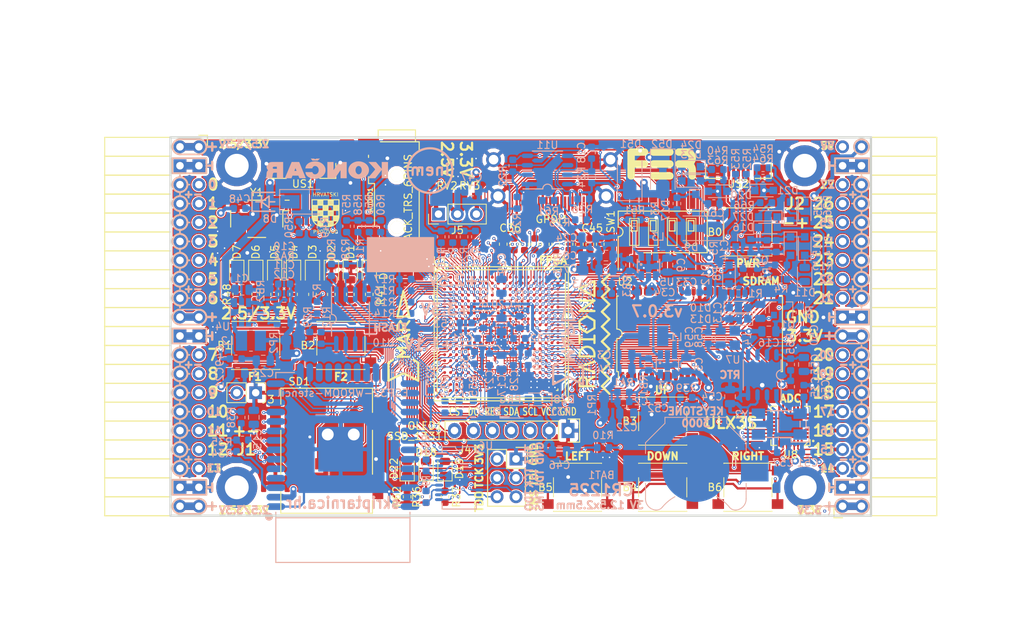
<source format=kicad_pcb>
(kicad_pcb (version 20171130) (host pcbnew 5.0.2+dfsg1-1)
  (title_block (rev v3.0.7))
  (layers (0 F.Cu signal) (1 In1.Cu signal) (2 In2.Cu signal) (31 B.Cu signal) (34 B.Paste user) (35 F.Paste user) (36 B.SilkS user) (37 F.SilkS user) (38 B.Mask user) (39 F.Mask user) (44 Edge.Cuts user))
  (net 0 "")
  (net 1 GND)
  (net 2 +5V)
  (net 3 /gpio/IN5V)
  (net 4 /gpio/OUT5V)
  (net 5 +3V3)
  (net 6 BTN_D)
  (net 7 BTN_F1)
  (net 8 BTN_F2)
  (net 9 BTN_L)
  (net 10 BTN_R)
  (net 11 BTN_U)
  (net 12 /power/FB1)
  (net 13 +2V5)
  (net 14 /power/PWREN)
  (net 15 /power/FB3)
  (net 16 /power/FB2)
  (net 17 /power/VBAT)
  (net 18 JTAG_TDI)
  (net 19 JTAG_TCK)
  (net 20 JTAG_TMS)
  (net 21 JTAG_TDO)
  (net 22 /power/WAKEUPn)
  (net 23 /power/WKUP)
  (net 24 /power/SHUT)
  (net 25 /power/WAKE)
  (net 26 /power/HOLD)
  (net 27 /power/WKn)
  (net 28 /power/OSCI_32k)
  (net 29 /power/OSCO_32k)
  (net 30 SHUTDOWN)
  (net 31 GPDI_SDA)
  (net 32 GPDI_SCL)
  (net 33 /gpdi/VREF2)
  (net 34 SD_CMD)
  (net 35 SD_CLK)
  (net 36 SD_D0)
  (net 37 SD_D1)
  (net 38 USB5V)
  (net 39 GPDI_CEC)
  (net 40 nRESET)
  (net 41 FTDI_nDTR)
  (net 42 SDRAM_CKE)
  (net 43 SDRAM_A7)
  (net 44 SDRAM_D15)
  (net 45 SDRAM_BA1)
  (net 46 SDRAM_D7)
  (net 47 SDRAM_A6)
  (net 48 SDRAM_CLK)
  (net 49 SDRAM_D13)
  (net 50 SDRAM_BA0)
  (net 51 SDRAM_D6)
  (net 52 SDRAM_A5)
  (net 53 SDRAM_D14)
  (net 54 SDRAM_A11)
  (net 55 SDRAM_D12)
  (net 56 SDRAM_D5)
  (net 57 SDRAM_A4)
  (net 58 SDRAM_A10)
  (net 59 SDRAM_D11)
  (net 60 SDRAM_A3)
  (net 61 SDRAM_D4)
  (net 62 SDRAM_D10)
  (net 63 SDRAM_D9)
  (net 64 SDRAM_A9)
  (net 65 SDRAM_D3)
  (net 66 SDRAM_D8)
  (net 67 SDRAM_A8)
  (net 68 SDRAM_A2)
  (net 69 SDRAM_A1)
  (net 70 SDRAM_A0)
  (net 71 SDRAM_D2)
  (net 72 SDRAM_D1)
  (net 73 SDRAM_D0)
  (net 74 SDRAM_DQM0)
  (net 75 SDRAM_nCS)
  (net 76 SDRAM_nRAS)
  (net 77 SDRAM_DQM1)
  (net 78 SDRAM_nCAS)
  (net 79 SDRAM_nWE)
  (net 80 /flash/FLASH_nWP)
  (net 81 /flash/FLASH_nHOLD)
  (net 82 /flash/FLASH_MOSI)
  (net 83 /flash/FLASH_MISO)
  (net 84 /flash/FLASH_SCK)
  (net 85 /flash/FLASH_nCS)
  (net 86 /flash/FPGA_PROGRAMN)
  (net 87 /flash/FPGA_DONE)
  (net 88 /flash/FPGA_INITN)
  (net 89 OLED_RES)
  (net 90 OLED_DC)
  (net 91 OLED_CS)
  (net 92 WIFI_EN)
  (net 93 FTDI_nRTS)
  (net 94 FTDI_TXD)
  (net 95 FTDI_RXD)
  (net 96 WIFI_RXD)
  (net 97 WIFI_GPIO0)
  (net 98 WIFI_TXD)
  (net 99 USB_FTDI_D+)
  (net 100 USB_FTDI_D-)
  (net 101 SD_D3)
  (net 102 AUDIO_L3)
  (net 103 AUDIO_L2)
  (net 104 AUDIO_L1)
  (net 105 AUDIO_L0)
  (net 106 AUDIO_R3)
  (net 107 AUDIO_R2)
  (net 108 AUDIO_R1)
  (net 109 AUDIO_R0)
  (net 110 OLED_CLK)
  (net 111 OLED_MOSI)
  (net 112 LED0)
  (net 113 LED1)
  (net 114 LED2)
  (net 115 LED3)
  (net 116 LED4)
  (net 117 LED5)
  (net 118 LED6)
  (net 119 LED7)
  (net 120 BTN_PWRn)
  (net 121 FTDI_nTXLED)
  (net 122 FTDI_nSLEEP)
  (net 123 /blinkey/LED_PWREN)
  (net 124 /blinkey/LED_TXLED)
  (net 125 /sdcard/SD3V3)
  (net 126 SD_D2)
  (net 127 CLK_25MHz)
  (net 128 /blinkey/BTNPUL)
  (net 129 /blinkey/BTNPUR)
  (net 130 USB_FPGA_D+)
  (net 131 /power/FTDI_nSUSPEND)
  (net 132 /blinkey/ALED0)
  (net 133 /blinkey/ALED1)
  (net 134 /blinkey/ALED2)
  (net 135 /blinkey/ALED3)
  (net 136 /blinkey/ALED4)
  (net 137 /blinkey/ALED5)
  (net 138 /blinkey/ALED6)
  (net 139 /blinkey/ALED7)
  (net 140 /usb/FTD-)
  (net 141 /usb/FTD+)
  (net 142 ADC_MISO)
  (net 143 ADC_MOSI)
  (net 144 ADC_CSn)
  (net 145 ADC_SCLK)
  (net 146 SW3)
  (net 147 SW2)
  (net 148 SW1)
  (net 149 USB_FPGA_D-)
  (net 150 /usb/FPD+)
  (net 151 /usb/FPD-)
  (net 152 WIFI_GPIO16)
  (net 153 /usb/ANT_433MHz)
  (net 154 PROG_DONE)
  (net 155 /power/P3V3)
  (net 156 /power/P2V5)
  (net 157 /power/L1)
  (net 158 /power/L3)
  (net 159 /power/L2)
  (net 160 FTDI_TXDEN)
  (net 161 SDRAM_A12)
  (net 162 /analog/AUDIO_V)
  (net 163 AUDIO_V3)
  (net 164 AUDIO_V2)
  (net 165 AUDIO_V1)
  (net 166 AUDIO_V0)
  (net 167 /blinkey/LED_WIFI)
  (net 168 /power/P1V1)
  (net 169 +1V1)
  (net 170 SW4)
  (net 171 /blinkey/SWPU)
  (net 172 /wifi/WIFIEN)
  (net 173 FT2V5)
  (net 174 GN0)
  (net 175 GP0)
  (net 176 GN1)
  (net 177 GP1)
  (net 178 GN2)
  (net 179 GP2)
  (net 180 GN3)
  (net 181 GP3)
  (net 182 GN4)
  (net 183 GP4)
  (net 184 GN5)
  (net 185 GP5)
  (net 186 GN6)
  (net 187 GP6)
  (net 188 GN14)
  (net 189 GP14)
  (net 190 GN15)
  (net 191 GP15)
  (net 192 GN16)
  (net 193 GP16)
  (net 194 GN17)
  (net 195 GP17)
  (net 196 GN18)
  (net 197 GP18)
  (net 198 GN19)
  (net 199 GP19)
  (net 200 GN20)
  (net 201 GP20)
  (net 202 GN21)
  (net 203 GP21)
  (net 204 GN22)
  (net 205 GP22)
  (net 206 GN23)
  (net 207 GP23)
  (net 208 GN24)
  (net 209 GP24)
  (net 210 GN25)
  (net 211 GP25)
  (net 212 GN26)
  (net 213 GP26)
  (net 214 GN27)
  (net 215 GP27)
  (net 216 GN7)
  (net 217 GP7)
  (net 218 GN8)
  (net 219 GP8)
  (net 220 GN9)
  (net 221 GP9)
  (net 222 GN10)
  (net 223 GP10)
  (net 224 GN11)
  (net 225 GP11)
  (net 226 GN12)
  (net 227 GP12)
  (net 228 GN13)
  (net 229 GP13)
  (net 230 WIFI_GPIO5)
  (net 231 WIFI_GPIO17)
  (net 232 USB_FPGA_PULL_D+)
  (net 233 USB_FPGA_PULL_D-)
  (net 234 "Net-(D23-Pad2)")
  (net 235 "Net-(D24-Pad1)")
  (net 236 "Net-(D25-Pad2)")
  (net 237 "Net-(D26-Pad1)")
  (net 238 /gpdi/GPDI_ETH+)
  (net 239 FPDI_ETH+)
  (net 240 /gpdi/GPDI_ETH-)
  (net 241 FPDI_ETH-)
  (net 242 /gpdi/GPDI_D2-)
  (net 243 FPDI_D2-)
  (net 244 /gpdi/GPDI_D1-)
  (net 245 FPDI_D1-)
  (net 246 /gpdi/GPDI_D0-)
  (net 247 FPDI_D0-)
  (net 248 /gpdi/GPDI_CLK-)
  (net 249 FPDI_CLK-)
  (net 250 /gpdi/GPDI_D2+)
  (net 251 FPDI_D2+)
  (net 252 /gpdi/GPDI_D1+)
  (net 253 FPDI_D1+)
  (net 254 /gpdi/GPDI_D0+)
  (net 255 FPDI_D0+)
  (net 256 /gpdi/GPDI_CLK+)
  (net 257 FPDI_CLK+)
  (net 258 FPDI_SDA)
  (net 259 FPDI_SCL)
  (net 260 /gpdi/FPDI_CEC)
  (net 261 2V5_3V3)
  (net 262 /usb/US2VBUS)
  (net 263 /power/SHD)
  (net 264 /power/RTCVDD)
  (net 265 "Net-(D27-Pad2)")
  (net 266 US2_ID)
  (net 267 /analog/AUDIO_L)
  (net 268 /analog/AUDIO_R)
  (net 269 /analog/ADC3V3)
  (net 270 PWRBTn)
  (net 271 USER_PROGRAMN)
  (net 272 "Net-(AUDIO1-Pad5)")
  (net 273 "Net-(AUDIO1-Pad6)")
  (net 274 "Net-(U1-PadW18)")
  (net 275 "Net-(U1-PadW17)")
  (net 276 "Net-(U1-PadW14)")
  (net 277 "Net-(U1-PadW13)")
  (net 278 "Net-(U1-PadW9)")
  (net 279 "Net-(U1-PadW8)")
  (net 280 "Net-(U1-PadW5)")
  (net 281 "Net-(U1-PadW4)")
  (net 282 "Net-(U1-PadT16)")
  (net 283 "Net-(U1-PadR3)")
  (net 284 SD_WP)
  (net 285 SD_CD)
  (net 286 "Net-(U1-PadM5)")
  (net 287 FTDI_nRXLED)
  (net 288 "Net-(U1-PadK17)")
  (net 289 "Net-(U1-PadK16)")
  (net 290 "Net-(U1-PadK5)")
  (net 291 "Net-(U1-PadJ5)")
  (net 292 "Net-(U1-PadJ4)")
  (net 293 "Net-(U1-PadE11)")
  (net 294 "Net-(U1-PadE10)")
  (net 295 "Net-(U1-PadE9)")
  (net 296 "Net-(U1-PadE6)")
  (net 297 "Net-(U1-PadD12)")
  (net 298 "Net-(U1-PadD11)")
  (net 299 "Net-(U1-PadD10)")
  (net 300 "Net-(U1-PadD9)")
  (net 301 "Net-(U1-PadC9)")
  (net 302 "Net-(U1-PadA15)")
  (net 303 "Net-(U8-Pad25)")
  (net 304 "Net-(U8-Pad12)")
  (net 305 "Net-(U9-Pad32)")
  (net 306 "Net-(U9-Pad22)")
  (net 307 "Net-(U9-Pad21)")
  (net 308 "Net-(U9-Pad20)")
  (net 309 "Net-(U9-Pad19)")
  (net 310 "Net-(U9-Pad18)")
  (net 311 "Net-(U9-Pad17)")
  (net 312 "Net-(U9-Pad12)")
  (net 313 "Net-(U9-Pad5)")
  (net 314 "Net-(U9-Pad4)")
  (net 315 "Net-(US1-Pad4)")
  (net 316 "Net-(Y2-Pad3)")
  (net 317 "Net-(Y2-Pad2)")
  (module ESP32:ESP32-WROOM-stencil (layer B.Cu) (at 117.23 105.75 180)
    (fp_text reference U9 (at -8.366 13.85 180) (layer B.SilkS) (effects (justify mirror)))
    (fp_text value ESP32-WROOM hide)
    (fp_text user ESP32-WROOM-stencil (at 0 10 180) (layer B.SilkS) (effects (justify mirror)))
    (pad 38 smd oval (at -9 -5.25 180) (size 2.5 0.9) (layers B.Cu B.Paste B.Mask) (net 1 GND))
    (pad 37 smd oval (at -9 -3.98 180) (size 2.5 0.9) (layers B.Cu B.Paste B.Mask) (net 18 JTAG_TDI))
    (pad 36 smd oval (at -9 -2.71 180) (size 2.5 0.9) (layers B.Cu B.Paste B.Mask) (net 154 PROG_DONE))
    (pad 35 smd oval (at -9 -1.44 180) (size 2.5 0.9) (layers B.Cu B.Paste B.Mask) (net 98 WIFI_TXD))
    (pad 34 smd oval (at -9 -0.17 180) (size 2.5 0.9) (layers B.Cu B.Paste B.Mask) (net 96 WIFI_RXD))
    (pad 33 smd oval (at -9 1.1 180) (size 2.5 0.9) (layers B.Cu B.Paste B.Mask) (net 20 JTAG_TMS))
    (pad 32 smd oval (at -9 2.37 180) (size 2.5 0.9) (layers B.Cu B.Paste B.Mask) (net 305 "Net-(U9-Pad32)"))
    (pad 31 smd oval (at -9 3.64 180) (size 2.5 0.9) (layers B.Cu B.Paste B.Mask) (net 21 JTAG_TDO))
    (pad 30 smd oval (at -9 4.91 180) (size 2.5 0.9) (layers B.Cu B.Paste B.Mask) (net 19 JTAG_TCK))
    (pad 29 smd oval (at -9 6.18 180) (size 2.5 0.9) (layers B.Cu B.Paste B.Mask) (net 230 WIFI_GPIO5))
    (pad 28 smd oval (at -9 7.45 180) (size 2.5 0.9) (layers B.Cu B.Paste B.Mask) (net 231 WIFI_GPIO17))
    (pad 27 smd oval (at -9 8.72 180) (size 2.5 0.9) (layers B.Cu B.Paste B.Mask) (net 152 WIFI_GPIO16))
    (pad 26 smd oval (at -9 9.99 180) (size 2.5 0.9) (layers B.Cu B.Paste B.Mask) (net 37 SD_D1))
    (pad 25 smd oval (at -9 11.26 180) (size 2.5 0.9) (layers B.Cu B.Paste B.Mask) (net 97 WIFI_GPIO0))
    (pad 24 smd oval (at -5.715 12.75 180) (size 0.9 2.5) (layers B.Cu B.Paste B.Mask) (net 36 SD_D0))
    (pad 23 smd oval (at -4.445 12.75 180) (size 0.9 2.5) (layers B.Cu B.Paste B.Mask) (net 34 SD_CMD))
    (pad 22 smd oval (at -3.175 12.75 180) (size 0.9 2.5) (layers B.Cu B.Paste B.Mask) (net 306 "Net-(U9-Pad22)"))
    (pad 21 smd oval (at -1.905 12.75 180) (size 0.9 2.5) (layers B.Cu B.Paste B.Mask) (net 307 "Net-(U9-Pad21)"))
    (pad 20 smd oval (at -0.635 12.75 180) (size 0.9 2.5) (layers B.Cu B.Paste B.Mask) (net 308 "Net-(U9-Pad20)"))
    (pad 19 smd oval (at 0.635 12.75 180) (size 0.9 2.5) (layers B.Cu B.Paste B.Mask) (net 309 "Net-(U9-Pad19)"))
    (pad 18 smd oval (at 1.905 12.75 180) (size 0.9 2.5) (layers B.Cu B.Paste B.Mask) (net 310 "Net-(U9-Pad18)"))
    (pad 17 smd oval (at 3.175 12.75 180) (size 0.9 2.5) (layers B.Cu B.Paste B.Mask) (net 311 "Net-(U9-Pad17)"))
    (pad 16 smd oval (at 4.445 12.75 180) (size 0.9 2.5) (layers B.Cu B.Paste B.Mask) (net 101 SD_D3))
    (pad 15 smd oval (at 5.715 12.75 180) (size 0.9 2.5) (layers B.Cu B.Paste B.Mask) (net 1 GND))
    (pad 14 smd oval (at 9 11.26 180) (size 2.5 0.9) (layers B.Cu B.Paste B.Mask) (net 126 SD_D2))
    (pad 13 smd oval (at 9 9.99 180) (size 2.5 0.9) (layers B.Cu B.Paste B.Mask) (net 35 SD_CLK))
    (pad 12 smd oval (at 9 8.72 180) (size 2.5 0.9) (layers B.Cu B.Paste B.Mask) (net 312 "Net-(U9-Pad12)"))
    (pad 11 smd oval (at 9 7.45 180) (size 2.5 0.9) (layers B.Cu B.Paste B.Mask) (net 225 GP11))
    (pad 10 smd oval (at 9 6.18 180) (size 2.5 0.9) (layers B.Cu B.Paste B.Mask) (net 224 GN11))
    (pad 9 smd oval (at 9 4.91 180) (size 2.5 0.9) (layers B.Cu B.Paste B.Mask) (net 227 GP12))
    (pad 8 smd oval (at 9 3.64 180) (size 2.5 0.9) (layers B.Cu B.Paste B.Mask) (net 226 GN12))
    (pad 7 smd oval (at 9 2.37 180) (size 2.5 0.9) (layers B.Cu B.Paste B.Mask) (net 229 GP13))
    (pad 6 smd oval (at 9 1.1 180) (size 2.5 0.9) (layers B.Cu B.Paste B.Mask) (net 228 GN13))
    (pad 5 smd oval (at 9 -0.17 180) (size 2.5 0.9) (layers B.Cu B.Paste B.Mask) (net 313 "Net-(U9-Pad5)"))
    (pad 4 smd oval (at 9 -1.44 180) (size 2.5 0.9) (layers B.Cu B.Paste B.Mask) (net 314 "Net-(U9-Pad4)"))
    (pad 3 smd oval (at 9 -2.71 180) (size 2.5 0.9) (layers B.Cu B.Paste B.Mask) (net 172 /wifi/WIFIEN))
    (pad 2 smd oval (at 9 -3.98 180) (size 2.5 0.9) (layers B.Cu B.Paste B.Mask) (net 5 +3V3))
    (pad 1 smd oval (at 9 -5.25 180) (size 2.5 0.9) (layers B.Cu B.Paste B.Mask) (net 1 GND))
    (pad 39 smd rect (at 0.3 2.45 180) (size 6 6) (layers B.Cu B.Mask) (net 1 GND))
  )
  (module hrvatski_proizvod_veci:hrvatski (layer F.Cu) (at 114.9 71.598)
    (fp_text reference HR hide)
    (fp_text value HR hide)
    (fp_text user PROIZVOD (at 0 2.5) (layer F.SilkS) (effects (font (size 0.45 0.45) (thickness 0.075))))
    (fp_text user HRVATSKI (at 0 -2.5) (layer F.SilkS) (effects (font (size 0.5 0.5) (thickness 0.075))))
  )
  (module ft231x:FT231X-SSOP-20_4.4x6.5mm_Pitch0.65mm (layer B.Cu) (at 132.835 107.14 180)
    (fp_text reference U6 (at -3.556 4.318 180) (layer B.SilkS) (effects (justify mirror)))
    (fp_text value FT231XS hide)
    (pad 20 smd oval (at 2.7 2.925 180) (size 1.1 0.4) (layers B.Cu B.Paste B.Mask) (net 94 FTDI_TXD))
    (pad 19 smd oval (at 2.7 2.275 180) (size 1.1 0.4) (layers B.Cu B.Paste B.Mask) (net 122 FTDI_nSLEEP))
    (pad 18 smd oval (at 2.7 1.625 180) (size 1.1 0.4) (layers B.Cu B.Paste B.Mask) (net 160 FTDI_TXDEN))
    (pad 17 smd oval (at 2.7 0.975 180) (size 1.1 0.4) (layers B.Cu B.Paste B.Mask) (net 287 FTDI_nRXLED))
    (pad 16 smd oval (at 2.7 0.325 180) (size 1.1 0.4) (layers B.Cu B.Paste B.Mask) (net 1 GND))
    (pad 15 smd oval (at 2.7 -0.325 180) (size 1.1 0.4) (layers B.Cu B.Paste B.Mask) (net 38 USB5V))
    (pad 14 smd oval (at 2.7 -0.975 180) (size 1.1 0.4) (layers B.Cu B.Paste B.Mask) (net 40 nRESET))
    (pad 13 smd oval (at 2.7 -1.625 180) (size 1.1 0.4) (layers B.Cu B.Paste B.Mask) (net 173 FT2V5))
    (pad 12 smd oval (at 2.7 -2.275 180) (size 1.1 0.4) (layers B.Cu B.Paste B.Mask) (net 100 USB_FTDI_D-))
    (pad 11 smd oval (at 2.7 -2.925 180) (size 1.1 0.4) (layers B.Cu B.Paste B.Mask) (net 99 USB_FTDI_D+))
    (pad 10 smd oval (at -2.7 -2.925 180) (size 1.1 0.4) (layers B.Cu B.Paste B.Mask) (net 121 FTDI_nTXLED))
    (pad 9 smd oval (at -2.7 -2.275 180) (size 1.1 0.4) (layers B.Cu B.Paste B.Mask) (net 21 JTAG_TDO))
    (pad 8 smd oval (at -2.7 -1.625 180) (size 1.1 0.4) (layers B.Cu B.Paste B.Mask) (net 20 JTAG_TMS))
    (pad 7 smd oval (at -2.7 -0.975 180) (size 1.1 0.4) (layers B.Cu B.Paste B.Mask) (net 19 JTAG_TCK))
    (pad 6 smd oval (at -2.7 -0.325 180) (size 1.1 0.4) (layers B.Cu B.Paste B.Mask) (net 1 GND))
    (pad 5 smd oval (at -2.7 0.325 180) (size 1.1 0.4) (layers B.Cu B.Paste B.Mask) (net 18 JTAG_TDI))
    (pad 4 smd oval (at -2.7 0.975 180) (size 1.1 0.4) (layers B.Cu B.Paste B.Mask) (net 95 FTDI_RXD))
    (pad 3 smd oval (at -2.7 1.625 180) (size 1.1 0.4) (layers B.Cu B.Paste B.Mask) (net 173 FT2V5))
    (pad 2 smd oval (at -2.7 2.275 180) (size 1.1 0.4) (layers B.Cu B.Paste B.Mask) (net 93 FTDI_nRTS))
    (pad 1 smd rect (at -2.7 2.925 180) (size 1.1 0.4) (layers B.Cu B.Paste B.Mask) (net 41 FTDI_nDTR))
  )
  (module micro-sd-schd3a0100:SCHD3A100 (layer F.Cu) (at 115.05 103.5 270)
    (fp_text reference SD1 (at -9.296 3.663 180) (layer F.SilkS))
    (fp_text value SCHD3A0100 hide)
    (pad 1 smd rect (at 1.75 -3.2) (size 0.7 1.5) (layers F.Cu F.Paste F.Mask) (net 126 SD_D2))
    (pad 2 smd rect (at 1.75 -2.1) (size 0.7 1.5) (layers F.Cu F.Paste F.Mask) (net 101 SD_D3))
    (pad 3 smd rect (at 1.75 -1) (size 0.7 1.5) (layers F.Cu F.Paste F.Mask) (net 34 SD_CMD))
    (pad 4 smd rect (at 1.75 0.1) (size 0.7 1.5) (layers F.Cu F.Paste F.Mask) (net 125 /sdcard/SD3V3))
    (pad 5 smd rect (at 1.75 1.2) (size 0.7 1.5) (layers F.Cu F.Paste F.Mask) (net 35 SD_CLK))
    (pad 6 smd rect (at 1.75 2.3) (size 0.7 1.5) (layers F.Cu F.Paste F.Mask) (net 1 GND))
    (pad 7 smd rect (at 1.75 3.4) (size 0.7 1.5) (layers F.Cu F.Paste F.Mask) (net 36 SD_D0))
    (pad 8 smd rect (at 1.75 4.5) (size 0.7 1.5) (layers F.Cu F.Paste F.Mask) (net 37 SD_D1))
    (pad 10 smd rect (at 6.05 -6.875) (size 1.45 0.9) (layers F.Cu F.Paste F.Mask) (net 1 GND))
    (pad 11 smd rect (at -5.65 6.875 90) (size 0.9 1.45) (layers F.Cu F.Paste F.Mask) (net 1 GND))
    (pad 9 smd rect (at 4.35 6.875) (size 1.45 2) (layers F.Cu F.Paste F.Mask) (net 1 GND))
    (pad 9 smd rect (at 4.35 -6.875) (size 1.45 2) (layers F.Cu F.Paste F.Mask) (net 1 GND))
    (pad 9 smd rect (at -3.95 -6.875) (size 1.45 2) (layers F.Cu F.Paste F.Mask) (net 1 GND))
    (pad 9 smd rect (at -3.95 6.875) (size 1.45 2) (layers F.Cu F.Paste F.Mask) (net 1 GND))
  )
  (module oscxo:Crystal_SMD_7050_4Pads (layer F.Cu) (at 105.672 72.36 180)
    (fp_text reference Y1 (at 0 3.556 180) (layer F.SilkS))
    (fp_text value FNETHE025 hide)
    (pad 1 smd rect (at -2.54 2.2 180) (size 2.2 1.8) (layers F.Cu F.Paste F.Mask) (net 5 +3V3))
    (pad 2 smd rect (at 2.54 2.2 180) (size 2.2 1.8) (layers F.Cu F.Paste F.Mask) (net 1 GND))
    (pad 3 smd rect (at 2.54 -2.2 180) (size 2.2 1.8) (layers F.Cu F.Paste F.Mask) (net 127 CLK_25MHz))
    (pad 4 smd rect (at -2.54 -2.2 180) (size 2.2 1.8) (layers F.Cu F.Paste F.Mask) (net 5 +3V3))
  )
  (module L_1008_1210:L_1008_1210 (layer B.Cu) (at 156.33 74.755 180)
    (fp_text reference L3 (at -3.19 -0.018 180) (layer B.SilkS) (effects (justify mirror)))
    (fp_text value 2.2uH hide)
    (pad 1 smd rect (at -1.27 0 180) (size 1.5 2.7) (layers B.Cu B.Paste B.Mask) (net 158 /power/L3))
    (pad 2 smd rect (at 1.27 0 180) (size 1.5 2.7) (layers B.Cu B.Paste B.Mask) (net 155 /power/P3V3))
  )
  (module L_1008_1210:L_1008_1210 (layer B.Cu) (at 158.87 88.09 180)
    (fp_text reference L1 (at -3.063 -0.145 180) (layer B.SilkS) (effects (justify mirror)))
    (fp_text value 2.2uH hide)
    (pad 1 smd rect (at -1.27 0 180) (size 1.5 2.7) (layers B.Cu B.Paste B.Mask) (net 157 /power/L1))
    (pad 2 smd rect (at 1.27 0 180) (size 1.5 2.7) (layers B.Cu B.Paste B.Mask) (net 168 /power/P1V1))
  )
  (module L_1008_1210:L_1008_1210 (layer B.Cu) (at 104.895 88.725)
    (fp_text reference L2 (at -3.16 0.018) (layer B.SilkS) (effects (justify mirror)))
    (fp_text value 2.2uH hide)
    (pad 1 smd rect (at -1.27 0) (size 1.5 2.7) (layers B.Cu B.Paste B.Mask) (net 159 /power/L2))
    (pad 2 smd rect (at 1.27 0) (size 1.5 2.7) (layers B.Cu B.Paste B.Mask) (net 156 /power/P2V5))
  )
  (module abs25:Crystal_SMD_ABS25 (layer B.Cu) (at 175.776 99.922 180)
    (fp_text reference Y2 (at 5.08 1.273 180) (layer B.SilkS) (effects (justify mirror)))
    (fp_text value 32768Hz hide)
    (pad 4 smd rect (at -2.8 1.4 180) (size 1.8 1.4) (layers B.Cu B.Paste B.Mask) (net 28 /power/OSCI_32k))
    (pad 3 smd rect (at 2.8 1.4 180) (size 1.8 1.4) (layers B.Cu B.Paste B.Mask) (net 316 "Net-(Y2-Pad3)"))
    (pad 2 smd rect (at 2.8 -1.4 180) (size 1.8 1.4) (layers B.Cu B.Paste B.Mask) (net 317 "Net-(Y2-Pad2)"))
    (pad 1 smd rect (at -2.8 -1.4 180) (size 1.8 1.4) (layers B.Cu B.Paste B.Mask) (net 29 /power/OSCO_32k))
  )
  (module Keystone_3000_1x12mm-CoinCell:Keystone_3000_1x12mm-CoinCell (layer B.Cu) (at 164.585 105.87 90)
    (fp_text reference BAT1 (at -0.907 -12.685 180) (layer B.SilkS) (effects (justify mirror)))
    (fp_text value CR1225 hide)
    (pad 1 smd rect (at 0 7.9 180) (size 3.7 3.5) (layers B.Cu B.Paste B.Mask) (net 17 /power/VBAT) (clearance 0.7))
    (pad 1 smd rect (at 0 -7.9 180) (size 3.7 3.5) (layers B.Cu B.Paste B.Mask) (net 17 /power/VBAT) (clearance 0.7))
    (pad 2 smd circle (at 0 0 180) (size 9 9) (layers B.Cu B.Mask) (net 1 GND))
  )
  (module audio-jack:CUI_SJ-43516-SMT (layer F.Cu) (at 124.468 69.518)
    (fp_text reference AUDIO1 (at -3.560502 0.28335 270) (layer F.SilkS) (effects (font (size 0.6096 0.6096) (thickness 0.1524))))
    (fp_text value JACK_TRS_6PINS (at 1.519498 0.28335 270) (layer F.SilkS))
    (pad 1 smd rect (at -3.8 -6.9 270) (size 2 2.8) (layers F.Cu F.Paste F.Mask) (net 1 GND))
    (pad 4 smd rect (at -3.8 -4.1 270) (size 2.2 2.8) (layers F.Cu F.Paste F.Mask) (net 162 /analog/AUDIO_V))
    (pad 2 smd rect (at -3.8 5.3 270) (size 2.8 2.8) (layers F.Cu F.Paste F.Mask) (net 267 /analog/AUDIO_L))
    (pad 5 smd rect (at 0.75 9.4 270) (size 2.8 2.8) (layers F.Cu F.Paste F.Mask) (net 272 "Net-(AUDIO1-Pad5)"))
    (pad 3 smd rect (at 3.8 -2.2 270) (size 2.2 2.8) (layers F.Cu F.Paste F.Mask) (net 268 /analog/AUDIO_R))
    (pad 6 smd rect (at 3.8 -5 270) (size 2 2.8) (layers F.Cu F.Paste F.Mask) (net 273 "Net-(AUDIO1-Pad6)"))
    (pad "" np_thru_hole circle (at 0 -3 270) (size 1.7 1.7) (drill 1.7) (layers *.Cu *.Mask F.SilkS) (clearance 0.4))
    (pad "" np_thru_hole circle (at 0 4 270) (size 1.7 1.7) (drill 1.7) (layers *.Cu *.Mask F.SilkS) (clearance 0.4))
  )
  (module usb_otg:USB-MICRO-B-FCI-10118192-0001LF (layer F.Cu) (at 170.3 63.325 180)
    (fp_text reference US2 (at 0 -4.336 180) (layer F.SilkS))
    (fp_text value MICRO_USB hide)
    (pad 6 smd rect (at 3.8 0 180) (size 1.8 1.9) (layers F.Cu F.Paste F.Mask) (net 1 GND))
    (pad 6 smd rect (at -3.8 0 180) (size 1.8 1.9) (layers F.Cu F.Paste F.Mask) (net 1 GND))
    (pad 5 smd rect (at 1.3 -2.675 180) (size 0.4 1.35) (layers F.Cu F.Paste F.Mask) (net 1 GND))
    (pad 4 smd rect (at 0.65 -2.675 180) (size 0.4 1.35) (layers F.Cu F.Paste F.Mask) (net 266 US2_ID))
    (pad 3 smd rect (at 0 -2.675 180) (size 0.4 1.35) (layers F.Cu F.Paste F.Mask) (net 150 /usb/FPD+))
    (pad 2 smd rect (at -0.65 -2.675 180) (size 0.4 1.35) (layers F.Cu F.Paste F.Mask) (net 151 /usb/FPD-))
    (pad 1 smd rect (at -1.3 -2.675 180) (size 0.4 1.35) (layers F.Cu F.Paste F.Mask) (net 262 /usb/US2VBUS))
    (pad 6 smd rect (at 1.2 0 180) (size 1.9 1.9) (layers F.Cu F.Paste F.Mask) (net 1 GND))
    (pad 6 smd rect (at -1.2 0 180) (size 1.9 1.9) (layers F.Cu F.Paste F.Mask) (net 1 GND))
    (pad 6 smd rect (at 3.1 -2.55 180) (size 2.1 1.6) (layers F.Cu F.Paste F.Mask) (net 1 GND))
    (pad 6 smd rect (at -3.1 -2.55 180) (size 2.1 1.6) (layers F.Cu F.Paste F.Mask) (net 1 GND))
  )
  (module usb_otg:USB-MICRO-B-FCI-10118192-0001LF (layer F.Cu) (at 111.88 63.325 180)
    (fp_text reference US1 (at 0 -4.336 180) (layer F.SilkS))
    (fp_text value MICRO_USB hide)
    (pad 6 smd rect (at 3.8 0 180) (size 1.8 1.9) (layers F.Cu F.Paste F.Mask) (net 1 GND))
    (pad 6 smd rect (at -3.8 0 180) (size 1.8 1.9) (layers F.Cu F.Paste F.Mask) (net 1 GND))
    (pad 5 smd rect (at 1.3 -2.675 180) (size 0.4 1.35) (layers F.Cu F.Paste F.Mask) (net 1 GND))
    (pad 4 smd rect (at 0.65 -2.675 180) (size 0.4 1.35) (layers F.Cu F.Paste F.Mask) (net 315 "Net-(US1-Pad4)"))
    (pad 3 smd rect (at 0 -2.675 180) (size 0.4 1.35) (layers F.Cu F.Paste F.Mask) (net 141 /usb/FTD+))
    (pad 2 smd rect (at -0.65 -2.675 180) (size 0.4 1.35) (layers F.Cu F.Paste F.Mask) (net 140 /usb/FTD-))
    (pad 1 smd rect (at -1.3 -2.675 180) (size 0.4 1.35) (layers F.Cu F.Paste F.Mask) (net 38 USB5V))
    (pad 6 smd rect (at 1.2 0 180) (size 1.9 1.9) (layers F.Cu F.Paste F.Mask) (net 1 GND))
    (pad 6 smd rect (at -1.2 0 180) (size 1.9 1.9) (layers F.Cu F.Paste F.Mask) (net 1 GND))
    (pad 6 smd rect (at 3.1 -2.55 180) (size 2.1 1.6) (layers F.Cu F.Paste F.Mask) (net 1 GND))
    (pad 6 smd rect (at -3.1 -2.55 180) (size 2.1 1.6) (layers F.Cu F.Paste F.Mask) (net 1 GND))
  )
  (module dipswitch:SW_DIP_x4_W8.61mm_Slide_LowProfile (layer F.Cu) (at 160.14 74.12 90)
    (fp_text reference SW1 (at 1.379 -6.97 90) (layer F.SilkS))
    (fp_text value SW_DIP_x04 hide)
    (pad 8 smd rect (at 4.305 -3.81 90) (size 2.44 1.12) (layers F.Cu F.Paste F.Mask) (net 148 SW1))
    (pad 4 smd rect (at -4.305 3.81 90) (size 2.44 1.12) (layers F.Cu F.Paste F.Mask) (net 171 /blinkey/SWPU))
    (pad 7 smd rect (at 4.305 -1.27 90) (size 2.44 1.12) (layers F.Cu F.Paste F.Mask) (net 147 SW2))
    (pad 3 smd rect (at -4.305 1.27 90) (size 2.44 1.12) (layers F.Cu F.Paste F.Mask) (net 171 /blinkey/SWPU))
    (pad 6 smd rect (at 4.305 1.27 90) (size 2.44 1.12) (layers F.Cu F.Paste F.Mask) (net 146 SW3))
    (pad 2 smd rect (at -4.305 -1.27 90) (size 2.44 1.12) (layers F.Cu F.Paste F.Mask) (net 171 /blinkey/SWPU))
    (pad 5 smd rect (at 4.305 3.81 90) (size 2.44 1.12) (layers F.Cu F.Paste F.Mask) (net 170 SW4))
    (pad 1 smd rect (at -4.305 -3.81 90) (size 2.44 1.12) (layers F.Cu F.Paste F.Mask) (net 171 /blinkey/SWPU))
  )
  (module conn-fci:CONN-10029449-111RLF (layer F.Cu) (at 145.296 69.312 180)
    (fp_text reference GPDI1 (at 0 -3.1115 180) (layer F.SilkS))
    (fp_text value GPDI-D hide)
    (pad 19 smd rect (at -4.25 -1 180) (size 0.3 1.9) (layers F.Cu F.Paste F.Mask) (net 240 /gpdi/GPDI_ETH-))
    (pad 18 smd rect (at -3.75 -1 180) (size 0.3 1.9) (layers F.Cu F.Paste F.Mask) (net 2 +5V))
    (pad 17 smd rect (at -3.25 -1 180) (size 0.3 1.9) (layers F.Cu F.Paste F.Mask) (net 1 GND))
    (pad 16 smd rect (at -2.75 -1 180) (size 0.3 1.9) (layers F.Cu F.Paste F.Mask) (net 31 GPDI_SDA))
    (pad 15 smd rect (at -2.25 -1 180) (size 0.3 1.9) (layers F.Cu F.Paste F.Mask) (net 32 GPDI_SCL))
    (pad 14 smd rect (at -1.75 -1 180) (size 0.3 1.9) (layers F.Cu F.Paste F.Mask) (net 238 /gpdi/GPDI_ETH+))
    (pad 13 smd rect (at -1.25 -1 180) (size 0.3 1.9) (layers F.Cu F.Paste F.Mask) (net 39 GPDI_CEC))
    (pad 12 smd rect (at -0.75 -1 180) (size 0.3 1.9) (layers F.Cu F.Paste F.Mask) (net 248 /gpdi/GPDI_CLK-))
    (pad 11 smd rect (at -0.25 -1 180) (size 0.3 1.9) (layers F.Cu F.Paste F.Mask) (net 1 GND))
    (pad 10 smd rect (at 0.25 -1 180) (size 0.3 1.9) (layers F.Cu F.Paste F.Mask) (net 256 /gpdi/GPDI_CLK+))
    (pad 9 smd rect (at 0.75 -1 180) (size 0.3 1.9) (layers F.Cu F.Paste F.Mask) (net 246 /gpdi/GPDI_D0-))
    (pad 8 smd rect (at 1.25 -1 180) (size 0.3 1.9) (layers F.Cu F.Paste F.Mask) (net 1 GND))
    (pad 7 smd rect (at 1.75 -1 180) (size 0.3 1.9) (layers F.Cu F.Paste F.Mask) (net 254 /gpdi/GPDI_D0+))
    (pad 6 smd rect (at 2.25 -1 180) (size 0.3 1.9) (layers F.Cu F.Paste F.Mask) (net 244 /gpdi/GPDI_D1-))
    (pad 5 smd rect (at 2.75 -1 180) (size 0.3 1.9) (layers F.Cu F.Paste F.Mask) (net 1 GND))
    (pad 4 smd rect (at 3.25 -1 180) (size 0.3 1.9) (layers F.Cu F.Paste F.Mask) (net 252 /gpdi/GPDI_D1+))
    (pad 3 smd rect (at 3.75 -1 180) (size 0.3 1.9) (layers F.Cu F.Paste F.Mask) (net 242 /gpdi/GPDI_D2-))
    (pad 2 smd rect (at 4.25 -1 180) (size 0.3 1.9) (layers F.Cu F.Paste F.Mask) (net 1 GND))
    (pad 1 smd rect (at 4.75 -1 180) (size 0.3 1.9) (layers F.Cu F.Paste F.Mask) (net 250 /gpdi/GPDI_D2+))
    (pad 0 thru_hole circle (at -7.25 0 180) (size 2 2) (drill 1.3) (layers *.Cu *.Mask) (net 1 GND))
    (pad 0 thru_hole circle (at 7.25 0 180) (size 2 2) (drill 1.3) (layers *.Cu *.Mask) (net 1 GND))
    (pad 0 thru_hole circle (at -7.85 4.9 180) (size 2 2) (drill 1.3) (layers *.Cu *.Mask) (net 1 GND))
    (pad 0 thru_hole circle (at 7.85 4.9 180) (size 2 2) (drill 1.3) (layers *.Cu *.Mask) (net 1 GND))
  )
  (module TSOP54:TSOP54 (layer F.Cu) (at 165.093 87.8 90)
    (fp_text reference U2 (at 6.98 -9.993 180) (layer F.SilkS))
    (fp_text value MT48LC16M16A2TG hide)
    (pad 28 smd oval (at 5.73 10.4 90) (size 1.2 0.56) (layers F.Cu F.Paste F.Mask) (net 1 GND))
    (pad 1 smd rect (at -5.73 -10.4 90) (size 1.2 0.56) (layers F.Cu F.Paste F.Mask) (net 5 +3V3))
    (pad 2 smd oval (at -5.73 -9.6 90) (size 1.2 0.56) (layers F.Cu F.Paste F.Mask) (net 73 SDRAM_D0))
    (pad 3 smd oval (at -5.73 -8.8 90) (size 1.2 0.56) (layers F.Cu F.Paste F.Mask) (net 5 +3V3))
    (pad 4 smd oval (at -5.73 -8 90) (size 1.2 0.56) (layers F.Cu F.Paste F.Mask) (net 72 SDRAM_D1))
    (pad 5 smd oval (at -5.73 -7.2 90) (size 1.2 0.56) (layers F.Cu F.Paste F.Mask) (net 71 SDRAM_D2))
    (pad 6 smd oval (at -5.73 -6.4 90) (size 1.2 0.56) (layers F.Cu F.Paste F.Mask) (net 1 GND))
    (pad 7 smd oval (at -5.73 -5.6 90) (size 1.2 0.56) (layers F.Cu F.Paste F.Mask) (net 65 SDRAM_D3))
    (pad 8 smd oval (at -5.73 -4.8 90) (size 1.2 0.56) (layers F.Cu F.Paste F.Mask) (net 61 SDRAM_D4))
    (pad 9 smd oval (at -5.73 -4 90) (size 1.2 0.56) (layers F.Cu F.Paste F.Mask) (net 5 +3V3))
    (pad 10 smd oval (at -5.73 -3.2 90) (size 1.2 0.56) (layers F.Cu F.Paste F.Mask) (net 56 SDRAM_D5))
    (pad 11 smd oval (at -5.73 -2.4 90) (size 1.2 0.56) (layers F.Cu F.Paste F.Mask) (net 51 SDRAM_D6))
    (pad 12 smd oval (at -5.73 -1.6 90) (size 1.2 0.56) (layers F.Cu F.Paste F.Mask) (net 1 GND))
    (pad 13 smd oval (at -5.73 -0.8 90) (size 1.2 0.56) (layers F.Cu F.Paste F.Mask) (net 46 SDRAM_D7))
    (pad 14 smd oval (at -5.73 0 90) (size 1.2 0.56) (layers F.Cu F.Paste F.Mask) (net 5 +3V3))
    (pad 15 smd oval (at -5.73 0.8 90) (size 1.2 0.56) (layers F.Cu F.Paste F.Mask) (net 74 SDRAM_DQM0))
    (pad 16 smd oval (at -5.73 1.6 90) (size 1.2 0.56) (layers F.Cu F.Paste F.Mask) (net 79 SDRAM_nWE))
    (pad 17 smd oval (at -5.73 2.4 90) (size 1.2 0.56) (layers F.Cu F.Paste F.Mask) (net 78 SDRAM_nCAS))
    (pad 18 smd oval (at -5.73 3.2 90) (size 1.2 0.56) (layers F.Cu F.Paste F.Mask) (net 76 SDRAM_nRAS))
    (pad 19 smd oval (at -5.73 4 90) (size 1.2 0.56) (layers F.Cu F.Paste F.Mask) (net 75 SDRAM_nCS))
    (pad 20 smd oval (at -5.73 4.8 90) (size 1.2 0.56) (layers F.Cu F.Paste F.Mask) (net 50 SDRAM_BA0))
    (pad 21 smd oval (at -5.73 5.6 90) (size 1.2 0.56) (layers F.Cu F.Paste F.Mask) (net 45 SDRAM_BA1))
    (pad 22 smd oval (at -5.73 6.4 90) (size 1.2 0.56) (layers F.Cu F.Paste F.Mask) (net 58 SDRAM_A10))
    (pad 23 smd oval (at -5.73 7.2 90) (size 1.2 0.56) (layers F.Cu F.Paste F.Mask) (net 70 SDRAM_A0))
    (pad 24 smd oval (at -5.73 8 90) (size 1.2 0.56) (layers F.Cu F.Paste F.Mask) (net 69 SDRAM_A1))
    (pad 25 smd oval (at -5.73 8.8 90) (size 1.2 0.56) (layers F.Cu F.Paste F.Mask) (net 68 SDRAM_A2))
    (pad 26 smd oval (at -5.73 9.6 90) (size 1.2 0.56) (layers F.Cu F.Paste F.Mask) (net 60 SDRAM_A3))
    (pad 27 smd oval (at -5.73 10.4 90) (size 1.2 0.56) (layers F.Cu F.Paste F.Mask) (net 5 +3V3))
    (pad 29 smd oval (at 5.73 9.6 90) (size 1.2 0.56) (layers F.Cu F.Paste F.Mask) (net 57 SDRAM_A4))
    (pad 30 smd oval (at 5.73 8.8 90) (size 1.2 0.56) (layers F.Cu F.Paste F.Mask) (net 52 SDRAM_A5))
    (pad 31 smd oval (at 5.73 8 90) (size 1.2 0.56) (layers F.Cu F.Paste F.Mask) (net 47 SDRAM_A6))
    (pad 32 smd oval (at 5.73 7.2 90) (size 1.2 0.56) (layers F.Cu F.Paste F.Mask) (net 43 SDRAM_A7))
    (pad 33 smd oval (at 5.73 6.4 90) (size 1.2 0.56) (layers F.Cu F.Paste F.Mask) (net 67 SDRAM_A8))
    (pad 34 smd oval (at 5.73 5.6 90) (size 1.2 0.56) (layers F.Cu F.Paste F.Mask) (net 64 SDRAM_A9))
    (pad 35 smd oval (at 5.73 4.8 90) (size 1.2 0.56) (layers F.Cu F.Paste F.Mask) (net 54 SDRAM_A11))
    (pad 36 smd oval (at 5.73 4 90) (size 1.2 0.56) (layers F.Cu F.Paste F.Mask) (net 161 SDRAM_A12))
    (pad 37 smd oval (at 5.73 3.2 90) (size 1.2 0.56) (layers F.Cu F.Paste F.Mask) (net 42 SDRAM_CKE))
    (pad 38 smd oval (at 5.73 2.4 90) (size 1.2 0.56) (layers F.Cu F.Paste F.Mask) (net 48 SDRAM_CLK))
    (pad 39 smd oval (at 5.73 1.6 90) (size 1.2 0.56) (layers F.Cu F.Paste F.Mask) (net 77 SDRAM_DQM1))
    (pad 40 smd oval (at 5.73 0.8 90) (size 1.2 0.56) (layers F.Cu F.Paste F.Mask))
    (pad 41 smd oval (at 5.73 0 90) (size 1.2 0.56) (layers F.Cu F.Paste F.Mask) (net 1 GND))
    (pad 42 smd oval (at 5.73 -0.8 90) (size 1.2 0.56) (layers F.Cu F.Paste F.Mask) (net 66 SDRAM_D8))
    (pad 43 smd oval (at 5.73 -1.6 90) (size 1.2 0.56) (layers F.Cu F.Paste F.Mask) (net 5 +3V3))
    (pad 44 smd oval (at 5.73 -2.4 90) (size 1.2 0.56) (layers F.Cu F.Paste F.Mask) (net 63 SDRAM_D9))
    (pad 45 smd oval (at 5.73 -3.2 90) (size 1.2 0.56) (layers F.Cu F.Paste F.Mask) (net 62 SDRAM_D10))
    (pad 46 smd oval (at 5.73 -4 90) (size 1.2 0.56) (layers F.Cu F.Paste F.Mask) (net 1 GND))
    (pad 47 smd oval (at 5.73 -4.8 90) (size 1.2 0.56) (layers F.Cu F.Paste F.Mask) (net 59 SDRAM_D11))
    (pad 48 smd oval (at 5.73 -5.6 90) (size 1.2 0.56) (layers F.Cu F.Paste F.Mask) (net 55 SDRAM_D12))
    (pad 49 smd oval (at 5.73 -6.4 90) (size 1.2 0.56) (layers F.Cu F.Paste F.Mask) (net 5 +3V3))
    (pad 50 smd oval (at 5.73 -7.2 90) (size 1.2 0.56) (layers F.Cu F.Paste F.Mask) (net 49 SDRAM_D13))
    (pad 51 smd oval (at 5.73 -8 90) (size 1.2 0.56) (layers F.Cu F.Paste F.Mask) (net 53 SDRAM_D14))
    (pad 52 smd oval (at 5.73 -8.8 90) (size 1.2 0.56) (layers F.Cu F.Paste F.Mask) (net 1 GND))
    (pad 53 smd oval (at 5.73 -9.6 90) (size 1.2 0.56) (layers F.Cu F.Paste F.Mask) (net 44 SDRAM_D15))
    (pad 54 smd oval (at 5.73 -10.4 90) (size 1.2 0.56) (layers F.Cu F.Paste F.Mask) (net 1 GND))
  )
  (module jumper:R_0805_2012Metric_Pad1.29x1.40mm_HandSolder_Jumper_NC (layer B.Cu) (at 109.609 89.632 270)
    (fp_text reference RP2 (at -0.635 1.651 270) (layer B.SilkS) (effects (justify mirror)))
    (fp_text value 0 hide)
    (fp_line (start -1 0) (end 1 0) (layer B.Cu) (width 1))
    (pad 2 smd roundrect (at 0.9675 0 270) (size 1.295 1.4) (layers B.Cu B.Mask) (net 13 +2V5))
    (pad 1 smd roundrect (at -0.9675 0 270) (size 1.295 1.4) (layers B.Cu B.Mask) (net 156 /power/P2V5))
  )
  (module jumper:R_0805_2012Metric_Pad1.29x1.40mm_HandSolder_Jumper_NC (layer B.Cu) (at 149.472 78.311 270)
    (fp_text reference RP3 (at 0 3.414 270) (layer B.SilkS) (effects (justify mirror)))
    (fp_text value 0 hide)
    (fp_line (start -1 0) (end 1 0) (layer B.Cu) (width 1))
    (pad 2 smd roundrect (at 0.9675 0 270) (size 1.295 1.4) (layers B.Cu B.Mask) (net 5 +3V3))
    (pad 1 smd roundrect (at -0.9675 0 270) (size 1.295 1.4) (layers B.Cu B.Mask) (net 155 /power/P3V3))
  )
  (module jumper:R_0805_2012Metric_Pad1.29x1.40mm_HandSolder_Jumper_NC (layer B.Cu) (at 152.281 97.361 270)
    (fp_text reference RP1 (at 0 1.65 270) (layer B.SilkS) (effects (justify mirror)))
    (fp_text value 0 hide)
    (fp_line (start -1 0) (end 1 0) (layer B.Cu) (width 1))
    (pad 2 smd roundrect (at 0.9675 0 270) (size 1.295 1.4) (layers B.Cu B.Mask) (net 169 +1V1))
    (pad 1 smd roundrect (at -0.9675 0 270) (size 1.295 1.4) (layers B.Cu B.Mask) (net 168 /power/P1V1))
  )
  (module jumper:D_SMA_Jumper_NC (layer B.Cu) (at 160.155 66.391 270)
    (fp_text reference D52 (at -4.064 0.127) (layer B.SilkS) (effects (justify mirror)))
    (fp_text value 0 hide)
    (fp_line (start -2 0) (end 2 0) (layer B.Cu) (width 1))
    (pad 2 smd roundrect (at 2 0 270) (size 2.5 1.8) (layers B.Cu B.Mask) (net 2 +5V))
    (pad 1 smd roundrect (at -2 0 270) (size 2.5 1.8) (layers B.Cu B.Mask) (net 4 /gpio/OUT5V))
  )
  (module jumper:D_SMA_Jumper_NC (layer B.Cu) (at 155.71 66.518 90)
    (fp_text reference D51 (at 4.191 0.127 180) (layer B.SilkS) (effects (justify mirror)))
    (fp_text value 0 hide)
    (fp_line (start -2 0) (end 2 0) (layer B.Cu) (width 1))
    (pad 2 smd roundrect (at 2 0 90) (size 2.5 1.8) (layers B.Cu B.Mask) (net 3 /gpio/IN5V))
    (pad 1 smd roundrect (at -2 0 90) (size 2.5 1.8) (layers B.Cu B.Mask) (net 2 +5V))
  )
  (module jumper:D_SMA_Jumper_NC (layer B.Cu) (at 164.854 73.63 180)
    (fp_text reference D9 (at 0.889 -2.54 180) (layer B.SilkS) (effects (justify mirror)))
    (fp_text value 0 hide)
    (fp_line (start -2 0) (end 2 0) (layer B.Cu) (width 1))
    (pad 2 smd roundrect (at 2 0 180) (size 2.5 1.8) (layers B.Cu B.Mask) (net 2 +5V))
    (pad 1 smd roundrect (at -2 0 180) (size 2.5 1.8) (layers B.Cu B.Mask) (net 262 /usb/US2VBUS))
  )
  (module lfe5bg381:BGA-381_pitch0.8mm_dia0.4mm (layer F.Cu) (at 138.48 87.8)
    (fp_text reference U1 (at -8.2 -9.8) (layer F.SilkS))
    (fp_text value LFE5U-85F-6BG381C hide)
    (pad Y19 smd circle (at 6.8 7.6) (size 0.4 0.4) (layers F.Cu F.Paste F.Mask) (net 1 GND))
    (pad Y17 smd circle (at 5.2 7.6) (size 0.4 0.4) (layers F.Cu F.Paste F.Mask) (net 1 GND))
    (pad Y16 smd circle (at 4.4 7.6) (size 0.4 0.4) (layers F.Cu F.Paste F.Mask) (net 1 GND))
    (pad Y15 smd circle (at 3.6 7.6) (size 0.4 0.4) (layers F.Cu F.Paste F.Mask) (net 1 GND))
    (pad Y14 smd circle (at 2.8 7.6) (size 0.4 0.4) (layers F.Cu F.Paste F.Mask) (net 1 GND))
    (pad Y12 smd circle (at 1.2 7.6) (size 0.4 0.4) (layers F.Cu F.Paste F.Mask) (net 1 GND))
    (pad Y11 smd circle (at 0.4 7.6) (size 0.4 0.4) (layers F.Cu F.Paste F.Mask) (net 1 GND))
    (pad Y8 smd circle (at -2 7.6) (size 0.4 0.4) (layers F.Cu F.Paste F.Mask) (net 1 GND))
    (pad Y7 smd circle (at -2.8 7.6) (size 0.4 0.4) (layers F.Cu F.Paste F.Mask) (net 1 GND))
    (pad Y6 smd circle (at -3.6 7.6) (size 0.4 0.4) (layers F.Cu F.Paste F.Mask) (net 1 GND))
    (pad Y5 smd circle (at -4.4 7.6) (size 0.4 0.4) (layers F.Cu F.Paste F.Mask) (net 1 GND))
    (pad Y3 smd circle (at -6 7.6) (size 0.4 0.4) (layers F.Cu F.Paste F.Mask) (net 87 /flash/FPGA_DONE))
    (pad Y2 smd circle (at -6.8 7.6) (size 0.4 0.4) (layers F.Cu F.Paste F.Mask) (net 80 /flash/FLASH_nWP))
    (pad W20 smd circle (at 7.6 6.8) (size 0.4 0.4) (layers F.Cu F.Paste F.Mask) (net 1 GND))
    (pad W19 smd circle (at 6.8 6.8) (size 0.4 0.4) (layers F.Cu F.Paste F.Mask) (net 1 GND))
    (pad W18 smd circle (at 6 6.8) (size 0.4 0.4) (layers F.Cu F.Paste F.Mask) (net 274 "Net-(U1-PadW18)"))
    (pad W17 smd circle (at 5.2 6.8) (size 0.4 0.4) (layers F.Cu F.Paste F.Mask) (net 275 "Net-(U1-PadW17)"))
    (pad W16 smd circle (at 4.4 6.8) (size 0.4 0.4) (layers F.Cu F.Paste F.Mask) (net 1 GND))
    (pad W15 smd circle (at 3.6 6.8) (size 0.4 0.4) (layers F.Cu F.Paste F.Mask) (net 1 GND))
    (pad W14 smd circle (at 2.8 6.8) (size 0.4 0.4) (layers F.Cu F.Paste F.Mask) (net 276 "Net-(U1-PadW14)"))
    (pad W13 smd circle (at 2 6.8) (size 0.4 0.4) (layers F.Cu F.Paste F.Mask) (net 277 "Net-(U1-PadW13)"))
    (pad W12 smd circle (at 1.2 6.8) (size 0.4 0.4) (layers F.Cu F.Paste F.Mask) (net 1 GND))
    (pad W11 smd circle (at 0.4 6.8) (size 0.4 0.4) (layers F.Cu F.Paste F.Mask))
    (pad W10 smd circle (at -0.4 6.8) (size 0.4 0.4) (layers F.Cu F.Paste F.Mask))
    (pad W9 smd circle (at -1.2 6.8) (size 0.4 0.4) (layers F.Cu F.Paste F.Mask) (net 278 "Net-(U1-PadW9)"))
    (pad W8 smd circle (at -2 6.8) (size 0.4 0.4) (layers F.Cu F.Paste F.Mask) (net 279 "Net-(U1-PadW8)"))
    (pad W7 smd circle (at -2.8 6.8) (size 0.4 0.4) (layers F.Cu F.Paste F.Mask) (net 1 GND))
    (pad W6 smd circle (at -3.6 6.8) (size 0.4 0.4) (layers F.Cu F.Paste F.Mask) (net 1 GND))
    (pad W5 smd circle (at -4.4 6.8) (size 0.4 0.4) (layers F.Cu F.Paste F.Mask) (net 280 "Net-(U1-PadW5)"))
    (pad W4 smd circle (at -5.2 6.8) (size 0.4 0.4) (layers F.Cu F.Paste F.Mask) (net 281 "Net-(U1-PadW4)"))
    (pad W3 smd circle (at -6 6.8) (size 0.4 0.4) (layers F.Cu F.Paste F.Mask) (net 86 /flash/FPGA_PROGRAMN))
    (pad W2 smd circle (at -6.8 6.8) (size 0.4 0.4) (layers F.Cu F.Paste F.Mask) (net 82 /flash/FLASH_MOSI))
    (pad W1 smd circle (at -7.6 6.8) (size 0.4 0.4) (layers F.Cu F.Paste F.Mask) (net 81 /flash/FLASH_nHOLD))
    (pad V20 smd circle (at 7.6 6) (size 0.4 0.4) (layers F.Cu F.Paste F.Mask) (net 1 GND))
    (pad V19 smd circle (at 6.8 6) (size 0.4 0.4) (layers F.Cu F.Paste F.Mask) (net 1 GND))
    (pad V18 smd circle (at 6 6) (size 0.4 0.4) (layers F.Cu F.Paste F.Mask) (net 1 GND))
    (pad V17 smd circle (at 5.2 6) (size 0.4 0.4) (layers F.Cu F.Paste F.Mask) (net 1 GND))
    (pad V16 smd circle (at 4.4 6) (size 0.4 0.4) (layers F.Cu F.Paste F.Mask) (net 1 GND))
    (pad V15 smd circle (at 3.6 6) (size 0.4 0.4) (layers F.Cu F.Paste F.Mask) (net 1 GND))
    (pad V14 smd circle (at 2.8 6) (size 0.4 0.4) (layers F.Cu F.Paste F.Mask) (net 1 GND))
    (pad V13 smd circle (at 2 6) (size 0.4 0.4) (layers F.Cu F.Paste F.Mask) (net 1 GND))
    (pad V12 smd circle (at 1.2 6) (size 0.4 0.4) (layers F.Cu F.Paste F.Mask) (net 1 GND))
    (pad V11 smd circle (at 0.4 6) (size 0.4 0.4) (layers F.Cu F.Paste F.Mask) (net 1 GND))
    (pad V10 smd circle (at -0.4 6) (size 0.4 0.4) (layers F.Cu F.Paste F.Mask) (net 1 GND))
    (pad V9 smd circle (at -1.2 6) (size 0.4 0.4) (layers F.Cu F.Paste F.Mask) (net 1 GND))
    (pad V8 smd circle (at -2 6) (size 0.4 0.4) (layers F.Cu F.Paste F.Mask) (net 1 GND))
    (pad V7 smd circle (at -2.8 6) (size 0.4 0.4) (layers F.Cu F.Paste F.Mask) (net 1 GND))
    (pad V6 smd circle (at -3.6 6) (size 0.4 0.4) (layers F.Cu F.Paste F.Mask) (net 1 GND))
    (pad V5 smd circle (at -4.4 6) (size 0.4 0.4) (layers F.Cu F.Paste F.Mask) (net 1 GND))
    (pad V4 smd circle (at -5.2 6) (size 0.4 0.4) (layers F.Cu F.Paste F.Mask) (net 21 JTAG_TDO))
    (pad V3 smd circle (at -6 6) (size 0.4 0.4) (layers F.Cu F.Paste F.Mask) (net 88 /flash/FPGA_INITN))
    (pad V2 smd circle (at -6.8 6) (size 0.4 0.4) (layers F.Cu F.Paste F.Mask) (net 83 /flash/FLASH_MISO))
    (pad V1 smd circle (at -7.6 6) (size 0.4 0.4) (layers F.Cu F.Paste F.Mask) (net 6 BTN_D))
    (pad U20 smd circle (at 7.6 5.2) (size 0.4 0.4) (layers F.Cu F.Paste F.Mask) (net 46 SDRAM_D7))
    (pad U19 smd circle (at 6.8 5.2) (size 0.4 0.4) (layers F.Cu F.Paste F.Mask) (net 74 SDRAM_DQM0))
    (pad U18 smd circle (at 6 5.2) (size 0.4 0.4) (layers F.Cu F.Paste F.Mask) (net 189 GP14))
    (pad U17 smd circle (at 5.2 5.2) (size 0.4 0.4) (layers F.Cu F.Paste F.Mask) (net 188 GN14))
    (pad U16 smd circle (at 4.4 5.2) (size 0.4 0.4) (layers F.Cu F.Paste F.Mask) (net 142 ADC_MISO))
    (pad U15 smd circle (at 3.6 5.2) (size 0.4 0.4) (layers F.Cu F.Paste F.Mask) (net 1 GND))
    (pad U14 smd circle (at 2.8 5.2) (size 0.4 0.4) (layers F.Cu F.Paste F.Mask) (net 1 GND))
    (pad U13 smd circle (at 2 5.2) (size 0.4 0.4) (layers F.Cu F.Paste F.Mask) (net 1 GND))
    (pad U12 smd circle (at 1.2 5.2) (size 0.4 0.4) (layers F.Cu F.Paste F.Mask) (net 1 GND))
    (pad U11 smd circle (at 0.4 5.2) (size 0.4 0.4) (layers F.Cu F.Paste F.Mask) (net 1 GND))
    (pad U10 smd circle (at -0.4 5.2) (size 0.4 0.4) (layers F.Cu F.Paste F.Mask) (net 1 GND))
    (pad U9 smd circle (at -1.2 5.2) (size 0.4 0.4) (layers F.Cu F.Paste F.Mask) (net 1 GND))
    (pad U8 smd circle (at -2 5.2) (size 0.4 0.4) (layers F.Cu F.Paste F.Mask) (net 1 GND))
    (pad U7 smd circle (at -2.8 5.2) (size 0.4 0.4) (layers F.Cu F.Paste F.Mask) (net 1 GND))
    (pad U6 smd circle (at -3.6 5.2) (size 0.4 0.4) (layers F.Cu F.Paste F.Mask) (net 1 GND))
    (pad U5 smd circle (at -4.4 5.2) (size 0.4 0.4) (layers F.Cu F.Paste F.Mask) (net 20 JTAG_TMS))
    (pad U4 smd circle (at -5.2 5.2) (size 0.4 0.4) (layers F.Cu F.Paste F.Mask) (net 1 GND))
    (pad U3 smd circle (at -6 5.2) (size 0.4 0.4) (layers F.Cu F.Paste F.Mask) (net 84 /flash/FLASH_SCK))
    (pad U2 smd circle (at -6.8 5.2) (size 0.4 0.4) (layers F.Cu F.Paste F.Mask) (net 5 +3V3))
    (pad U1 smd circle (at -7.6 5.2) (size 0.4 0.4) (layers F.Cu F.Paste F.Mask) (net 9 BTN_L))
    (pad T20 smd circle (at 7.6 4.4) (size 0.4 0.4) (layers F.Cu F.Paste F.Mask) (net 79 SDRAM_nWE))
    (pad T19 smd circle (at 6.8 4.4) (size 0.4 0.4) (layers F.Cu F.Paste F.Mask) (net 78 SDRAM_nCAS))
    (pad T18 smd circle (at 6 4.4) (size 0.4 0.4) (layers F.Cu F.Paste F.Mask) (net 56 SDRAM_D5))
    (pad T17 smd circle (at 5.2 4.4) (size 0.4 0.4) (layers F.Cu F.Paste F.Mask) (net 51 SDRAM_D6))
    (pad T16 smd circle (at 4.4 4.4) (size 0.4 0.4) (layers F.Cu F.Paste F.Mask) (net 282 "Net-(U1-PadT16)"))
    (pad T15 smd circle (at 3.6 4.4) (size 0.4 0.4) (layers F.Cu F.Paste F.Mask) (net 1 GND))
    (pad T14 smd circle (at 2.8 4.4) (size 0.4 0.4) (layers F.Cu F.Paste F.Mask) (net 1 GND))
    (pad T13 smd circle (at 2 4.4) (size 0.4 0.4) (layers F.Cu F.Paste F.Mask) (net 1 GND))
    (pad T12 smd circle (at 1.2 4.4) (size 0.4 0.4) (layers F.Cu F.Paste F.Mask) (net 1 GND))
    (pad T11 smd circle (at 0.4 4.4) (size 0.4 0.4) (layers F.Cu F.Paste F.Mask) (net 1 GND))
    (pad T10 smd circle (at -0.4 4.4) (size 0.4 0.4) (layers F.Cu F.Paste F.Mask) (net 1 GND))
    (pad T9 smd circle (at -1.2 4.4) (size 0.4 0.4) (layers F.Cu F.Paste F.Mask) (net 1 GND))
    (pad T8 smd circle (at -2 4.4) (size 0.4 0.4) (layers F.Cu F.Paste F.Mask) (net 1 GND))
    (pad T7 smd circle (at -2.8 4.4) (size 0.4 0.4) (layers F.Cu F.Paste F.Mask) (net 1 GND))
    (pad T6 smd circle (at -3.6 4.4) (size 0.4 0.4) (layers F.Cu F.Paste F.Mask) (net 1 GND))
    (pad T5 smd circle (at -4.4 4.4) (size 0.4 0.4) (layers F.Cu F.Paste F.Mask) (net 19 JTAG_TCK))
    (pad T4 smd circle (at -5.2 4.4) (size 0.4 0.4) (layers F.Cu F.Paste F.Mask) (net 5 +3V3))
    (pad T3 smd circle (at -6 4.4) (size 0.4 0.4) (layers F.Cu F.Paste F.Mask) (net 5 +3V3))
    (pad T2 smd circle (at -6.8 4.4) (size 0.4 0.4) (layers F.Cu F.Paste F.Mask) (net 5 +3V3))
    (pad T1 smd circle (at -7.6 4.4) (size 0.4 0.4) (layers F.Cu F.Paste F.Mask) (net 8 BTN_F2))
    (pad R20 smd circle (at 7.6 3.6) (size 0.4 0.4) (layers F.Cu F.Paste F.Mask) (net 76 SDRAM_nRAS))
    (pad R19 smd circle (at 6.8 3.6) (size 0.4 0.4) (layers F.Cu F.Paste F.Mask) (net 1 GND))
    (pad R18 smd circle (at 6 3.6) (size 0.4 0.4) (layers F.Cu F.Paste F.Mask) (net 11 BTN_U))
    (pad R17 smd circle (at 5.2 3.6) (size 0.4 0.4) (layers F.Cu F.Paste F.Mask) (net 144 ADC_CSn))
    (pad R16 smd circle (at 4.4 3.6) (size 0.4 0.4) (layers F.Cu F.Paste F.Mask) (net 143 ADC_MOSI))
    (pad R5 smd circle (at -4.4 3.6) (size 0.4 0.4) (layers F.Cu F.Paste F.Mask) (net 18 JTAG_TDI))
    (pad R4 smd circle (at -5.2 3.6) (size 0.4 0.4) (layers F.Cu F.Paste F.Mask) (net 1 GND))
    (pad R3 smd circle (at -6 3.6) (size 0.4 0.4) (layers F.Cu F.Paste F.Mask) (net 283 "Net-(U1-PadR3)"))
    (pad R2 smd circle (at -6.8 3.6) (size 0.4 0.4) (layers F.Cu F.Paste F.Mask) (net 85 /flash/FLASH_nCS))
    (pad R1 smd circle (at -7.6 3.6) (size 0.4 0.4) (layers F.Cu F.Paste F.Mask) (net 7 BTN_F1))
    (pad P20 smd circle (at 7.6 2.8) (size 0.4 0.4) (layers F.Cu F.Paste F.Mask) (net 75 SDRAM_nCS))
    (pad P19 smd circle (at 6.8 2.8) (size 0.4 0.4) (layers F.Cu F.Paste F.Mask) (net 50 SDRAM_BA0))
    (pad P18 smd circle (at 6 2.8) (size 0.4 0.4) (layers F.Cu F.Paste F.Mask) (net 61 SDRAM_D4))
    (pad P17 smd circle (at 5.2 2.8) (size 0.4 0.4) (layers F.Cu F.Paste F.Mask) (net 145 ADC_SCLK))
    (pad P16 smd circle (at 4.4 2.8) (size 0.4 0.4) (layers F.Cu F.Paste F.Mask) (net 190 GN15))
    (pad P15 smd circle (at 3.6 2.8) (size 0.4 0.4) (layers F.Cu F.Paste F.Mask) (net 13 +2V5))
    (pad P14 smd circle (at 2.8 2.8) (size 0.4 0.4) (layers F.Cu F.Paste F.Mask) (net 1 GND))
    (pad P13 smd circle (at 2 2.8) (size 0.4 0.4) (layers F.Cu F.Paste F.Mask) (net 1 GND))
    (pad P12 smd circle (at 1.2 2.8) (size 0.4 0.4) (layers F.Cu F.Paste F.Mask) (net 1 GND))
    (pad P11 smd circle (at 0.4 2.8) (size 0.4 0.4) (layers F.Cu F.Paste F.Mask) (net 1 GND))
    (pad P10 smd circle (at -0.4 2.8) (size 0.4 0.4) (layers F.Cu F.Paste F.Mask) (net 5 +3V3))
    (pad P9 smd circle (at -1.2 2.8) (size 0.4 0.4) (layers F.Cu F.Paste F.Mask) (net 5 +3V3))
    (pad P8 smd circle (at -2 2.8) (size 0.4 0.4) (layers F.Cu F.Paste F.Mask) (net 1 GND))
    (pad P7 smd circle (at -2.8 2.8) (size 0.4 0.4) (layers F.Cu F.Paste F.Mask) (net 1 GND))
    (pad P6 smd circle (at -3.6 2.8) (size 0.4 0.4) (layers F.Cu F.Paste F.Mask) (net 13 +2V5))
    (pad P5 smd circle (at -4.4 2.8) (size 0.4 0.4) (layers F.Cu F.Paste F.Mask) (net 284 SD_WP))
    (pad P4 smd circle (at -5.2 2.8) (size 0.4 0.4) (layers F.Cu F.Paste F.Mask) (net 110 OLED_CLK))
    (pad P3 smd circle (at -6 2.8) (size 0.4 0.4) (layers F.Cu F.Paste F.Mask) (net 111 OLED_MOSI))
    (pad P2 smd circle (at -6.8 2.8) (size 0.4 0.4) (layers F.Cu F.Paste F.Mask) (net 89 OLED_RES))
    (pad P1 smd circle (at -7.6 2.8) (size 0.4 0.4) (layers F.Cu F.Paste F.Mask) (net 90 OLED_DC))
    (pad N20 smd circle (at 7.6 2) (size 0.4 0.4) (layers F.Cu F.Paste F.Mask) (net 45 SDRAM_BA1))
    (pad N19 smd circle (at 6.8 2) (size 0.4 0.4) (layers F.Cu F.Paste F.Mask) (net 58 SDRAM_A10))
    (pad N18 smd circle (at 6 2) (size 0.4 0.4) (layers F.Cu F.Paste F.Mask) (net 65 SDRAM_D3))
    (pad N17 smd circle (at 5.2 2) (size 0.4 0.4) (layers F.Cu F.Paste F.Mask) (net 191 GP15))
    (pad N16 smd circle (at 4.4 2) (size 0.4 0.4) (layers F.Cu F.Paste F.Mask) (net 193 GP16))
    (pad N15 smd circle (at 3.6 2) (size 0.4 0.4) (layers F.Cu F.Paste F.Mask) (net 1 GND))
    (pad N14 smd circle (at 2.8 2) (size 0.4 0.4) (layers F.Cu F.Paste F.Mask) (net 1 GND))
    (pad N13 smd circle (at 2 2) (size 0.4 0.4) (layers F.Cu F.Paste F.Mask) (net 169 +1V1))
    (pad N12 smd circle (at 1.2 2) (size 0.4 0.4) (layers F.Cu F.Paste F.Mask) (net 169 +1V1))
    (pad N11 smd circle (at 0.4 2) (size 0.4 0.4) (layers F.Cu F.Paste F.Mask) (net 169 +1V1))
    (pad N10 smd circle (at -0.4 2) (size 0.4 0.4) (layers F.Cu F.Paste F.Mask) (net 169 +1V1))
    (pad N9 smd circle (at -1.2 2) (size 0.4 0.4) (layers F.Cu F.Paste F.Mask) (net 169 +1V1))
    (pad N8 smd circle (at -2 2) (size 0.4 0.4) (layers F.Cu F.Paste F.Mask) (net 169 +1V1))
    (pad N7 smd circle (at -2.8 2) (size 0.4 0.4) (layers F.Cu F.Paste F.Mask) (net 1 GND))
    (pad N6 smd circle (at -3.6 2) (size 0.4 0.4) (layers F.Cu F.Paste F.Mask) (net 1 GND))
    (pad N5 smd circle (at -4.4 2) (size 0.4 0.4) (layers F.Cu F.Paste F.Mask) (net 285 SD_CD))
    (pad N4 smd circle (at -5.2 2) (size 0.4 0.4) (layers F.Cu F.Paste F.Mask) (net 230 WIFI_GPIO5))
    (pad N3 smd circle (at -6 2) (size 0.4 0.4) (layers F.Cu F.Paste F.Mask) (net 231 WIFI_GPIO17))
    (pad N2 smd circle (at -6.8 2) (size 0.4 0.4) (layers F.Cu F.Paste F.Mask) (net 91 OLED_CS))
    (pad N1 smd circle (at -7.6 2) (size 0.4 0.4) (layers F.Cu F.Paste F.Mask) (net 41 FTDI_nDTR))
    (pad M20 smd circle (at 7.6 1.2) (size 0.4 0.4) (layers F.Cu F.Paste F.Mask) (net 70 SDRAM_A0))
    (pad M19 smd circle (at 6.8 1.2) (size 0.4 0.4) (layers F.Cu F.Paste F.Mask) (net 69 SDRAM_A1))
    (pad M18 smd circle (at 6 1.2) (size 0.4 0.4) (layers F.Cu F.Paste F.Mask) (net 71 SDRAM_D2))
    (pad M17 smd circle (at 5.2 1.2) (size 0.4 0.4) (layers F.Cu F.Paste F.Mask) (net 192 GN16))
    (pad M16 smd circle (at 4.4 1.2) (size 0.4 0.4) (layers F.Cu F.Paste F.Mask) (net 1 GND))
    (pad M15 smd circle (at 3.6 1.2) (size 0.4 0.4) (layers F.Cu F.Paste F.Mask) (net 5 +3V3))
    (pad M14 smd circle (at 2.8 1.2) (size 0.4 0.4) (layers F.Cu F.Paste F.Mask) (net 1 GND))
    (pad M13 smd circle (at 2 1.2) (size 0.4 0.4) (layers F.Cu F.Paste F.Mask) (net 169 +1V1))
    (pad M12 smd circle (at 1.2 1.2) (size 0.4 0.4) (layers F.Cu F.Paste F.Mask) (net 1 GND))
    (pad M11 smd circle (at 0.4 1.2) (size 0.4 0.4) (layers F.Cu F.Paste F.Mask) (net 1 GND))
    (pad M10 smd circle (at -0.4 1.2) (size 0.4 0.4) (layers F.Cu F.Paste F.Mask) (net 1 GND))
    (pad M9 smd circle (at -1.2 1.2) (size 0.4 0.4) (layers F.Cu F.Paste F.Mask) (net 1 GND))
    (pad M8 smd circle (at -2 1.2) (size 0.4 0.4) (layers F.Cu F.Paste F.Mask) (net 169 +1V1))
    (pad M7 smd circle (at -2.8 1.2) (size 0.4 0.4) (layers F.Cu F.Paste F.Mask) (net 1 GND))
    (pad M6 smd circle (at -3.6 1.2) (size 0.4 0.4) (layers F.Cu F.Paste F.Mask) (net 5 +3V3))
    (pad M5 smd circle (at -4.4 1.2) (size 0.4 0.4) (layers F.Cu F.Paste F.Mask) (net 286 "Net-(U1-PadM5)"))
    (pad M4 smd circle (at -5.2 1.2) (size 0.4 0.4) (layers F.Cu F.Paste F.Mask) (net 271 USER_PROGRAMN))
    (pad M3 smd circle (at -6 1.2) (size 0.4 0.4) (layers F.Cu F.Paste F.Mask) (net 93 FTDI_nRTS))
    (pad M2 smd circle (at -6.8 1.2) (size 0.4 0.4) (layers F.Cu F.Paste F.Mask) (net 1 GND))
    (pad M1 smd circle (at -7.6 1.2) (size 0.4 0.4) (layers F.Cu F.Paste F.Mask) (net 94 FTDI_TXD))
    (pad L20 smd circle (at 7.6 0.4) (size 0.4 0.4) (layers F.Cu F.Paste F.Mask) (net 68 SDRAM_A2))
    (pad L19 smd circle (at 6.8 0.4) (size 0.4 0.4) (layers F.Cu F.Paste F.Mask) (net 60 SDRAM_A3))
    (pad L18 smd circle (at 6 0.4) (size 0.4 0.4) (layers F.Cu F.Paste F.Mask) (net 72 SDRAM_D1))
    (pad L17 smd circle (at 5.2 0.4) (size 0.4 0.4) (layers F.Cu F.Paste F.Mask) (net 194 GN17))
    (pad L16 smd circle (at 4.4 0.4) (size 0.4 0.4) (layers F.Cu F.Paste F.Mask) (net 195 GP17))
    (pad L15 smd circle (at 3.6 0.4) (size 0.4 0.4) (layers F.Cu F.Paste F.Mask) (net 5 +3V3))
    (pad L14 smd circle (at 2.8 0.4) (size 0.4 0.4) (layers F.Cu F.Paste F.Mask) (net 5 +3V3))
    (pad L13 smd circle (at 2 0.4) (size 0.4 0.4) (layers F.Cu F.Paste F.Mask) (net 169 +1V1))
    (pad L12 smd circle (at 1.2 0.4) (size 0.4 0.4) (layers F.Cu F.Paste F.Mask) (net 1 GND))
    (pad L11 smd circle (at 0.4 0.4) (size 0.4 0.4) (layers F.Cu F.Paste F.Mask) (net 1 GND))
    (pad L10 smd circle (at -0.4 0.4) (size 0.4 0.4) (layers F.Cu F.Paste F.Mask) (net 1 GND))
    (pad L9 smd circle (at -1.2 0.4) (size 0.4 0.4) (layers F.Cu F.Paste F.Mask) (net 1 GND))
    (pad L8 smd circle (at -2 0.4) (size 0.4 0.4) (layers F.Cu F.Paste F.Mask) (net 169 +1V1))
    (pad L7 smd circle (at -2.8 0.4) (size 0.4 0.4) (layers F.Cu F.Paste F.Mask) (net 5 +3V3))
    (pad L6 smd circle (at -3.6 0.4) (size 0.4 0.4) (layers F.Cu F.Paste F.Mask) (net 5 +3V3))
    (pad L5 smd circle (at -4.4 0.4) (size 0.4 0.4) (layers F.Cu F.Paste F.Mask) (net 287 FTDI_nRXLED))
    (pad L4 smd circle (at -5.2 0.4) (size 0.4 0.4) (layers F.Cu F.Paste F.Mask) (net 95 FTDI_RXD))
    (pad L3 smd circle (at -6 0.4) (size 0.4 0.4) (layers F.Cu F.Paste F.Mask) (net 160 FTDI_TXDEN))
    (pad L2 smd circle (at -6.8 0.4) (size 0.4 0.4) (layers F.Cu F.Paste F.Mask) (net 97 WIFI_GPIO0))
    (pad L1 smd circle (at -7.6 0.4) (size 0.4 0.4) (layers F.Cu F.Paste F.Mask) (net 152 WIFI_GPIO16))
    (pad K20 smd circle (at 7.6 -0.4) (size 0.4 0.4) (layers F.Cu F.Paste F.Mask) (net 57 SDRAM_A4))
    (pad K19 smd circle (at 6.8 -0.4) (size 0.4 0.4) (layers F.Cu F.Paste F.Mask) (net 52 SDRAM_A5))
    (pad K18 smd circle (at 6 -0.4) (size 0.4 0.4) (layers F.Cu F.Paste F.Mask) (net 47 SDRAM_A6))
    (pad K17 smd circle (at 5.2 -0.4) (size 0.4 0.4) (layers F.Cu F.Paste F.Mask) (net 288 "Net-(U1-PadK17)"))
    (pad K16 smd circle (at 4.4 -0.4) (size 0.4 0.4) (layers F.Cu F.Paste F.Mask) (net 289 "Net-(U1-PadK16)"))
    (pad K15 smd circle (at 3.6 -0.4) (size 0.4 0.4) (layers F.Cu F.Paste F.Mask) (net 1 GND))
    (pad K14 smd circle (at 2.8 -0.4) (size 0.4 0.4) (layers F.Cu F.Paste F.Mask) (net 1 GND))
    (pad K13 smd circle (at 2 -0.4) (size 0.4 0.4) (layers F.Cu F.Paste F.Mask) (net 169 +1V1))
    (pad K12 smd circle (at 1.2 -0.4) (size 0.4 0.4) (layers F.Cu F.Paste F.Mask) (net 1 GND))
    (pad K11 smd circle (at 0.4 -0.4) (size 0.4 0.4) (layers F.Cu F.Paste F.Mask) (net 1 GND))
    (pad K10 smd circle (at -0.4 -0.4) (size 0.4 0.4) (layers F.Cu F.Paste F.Mask) (net 1 GND))
    (pad K9 smd circle (at -1.2 -0.4) (size 0.4 0.4) (layers F.Cu F.Paste F.Mask) (net 1 GND))
    (pad K8 smd circle (at -2 -0.4) (size 0.4 0.4) (layers F.Cu F.Paste F.Mask) (net 169 +1V1))
    (pad K7 smd circle (at -2.8 -0.4) (size 0.4 0.4) (layers F.Cu F.Paste F.Mask) (net 1 GND))
    (pad K6 smd circle (at -3.6 -0.4) (size 0.4 0.4) (layers F.Cu F.Paste F.Mask) (net 1 GND))
    (pad K5 smd circle (at -4.4 -0.4) (size 0.4 0.4) (layers F.Cu F.Paste F.Mask) (net 290 "Net-(U1-PadK5)"))
    (pad K4 smd circle (at -5.2 -0.4) (size 0.4 0.4) (layers F.Cu F.Paste F.Mask) (net 98 WIFI_TXD))
    (pad K3 smd circle (at -6 -0.4) (size 0.4 0.4) (layers F.Cu F.Paste F.Mask) (net 96 WIFI_RXD))
    (pad K2 smd circle (at -6.8 -0.4) (size 0.4 0.4) (layers F.Cu F.Paste F.Mask) (net 101 SD_D3))
    (pad K1 smd circle (at -7.6 -0.4) (size 0.4 0.4) (layers F.Cu F.Paste F.Mask) (net 126 SD_D2))
    (pad J20 smd circle (at 7.6 -1.2) (size 0.4 0.4) (layers F.Cu F.Paste F.Mask) (net 43 SDRAM_A7))
    (pad J19 smd circle (at 6.8 -1.2) (size 0.4 0.4) (layers F.Cu F.Paste F.Mask) (net 67 SDRAM_A8))
    (pad J18 smd circle (at 6 -1.2) (size 0.4 0.4) (layers F.Cu F.Paste F.Mask) (net 53 SDRAM_D14))
    (pad J17 smd circle (at 5.2 -1.2) (size 0.4 0.4) (layers F.Cu F.Paste F.Mask) (net 44 SDRAM_D15))
    (pad J16 smd circle (at 4.4 -1.2) (size 0.4 0.4) (layers F.Cu F.Paste F.Mask) (net 73 SDRAM_D0))
    (pad J15 smd circle (at 3.6 -1.2) (size 0.4 0.4) (layers F.Cu F.Paste F.Mask) (net 5 +3V3))
    (pad J14 smd circle (at 2.8 -1.2) (size 0.4 0.4) (layers F.Cu F.Paste F.Mask) (net 1 GND))
    (pad J13 smd circle (at 2 -1.2) (size 0.4 0.4) (layers F.Cu F.Paste F.Mask) (net 169 +1V1))
    (pad J12 smd circle (at 1.2 -1.2) (size 0.4 0.4) (layers F.Cu F.Paste F.Mask) (net 1 GND))
    (pad J11 smd circle (at 0.4 -1.2) (size 0.4 0.4) (layers F.Cu F.Paste F.Mask) (net 1 GND))
    (pad J10 smd circle (at -0.4 -1.2) (size 0.4 0.4) (layers F.Cu F.Paste F.Mask) (net 1 GND))
    (pad J9 smd circle (at -1.2 -1.2) (size 0.4 0.4) (layers F.Cu F.Paste F.Mask) (net 1 GND))
    (pad J8 smd circle (at -2 -1.2) (size 0.4 0.4) (layers F.Cu F.Paste F.Mask) (net 169 +1V1))
    (pad J7 smd circle (at -2.8 -1.2) (size 0.4 0.4) (layers F.Cu F.Paste F.Mask) (net 1 GND))
    (pad J6 smd circle (at -3.6 -1.2) (size 0.4 0.4) (layers F.Cu F.Paste F.Mask) (net 261 2V5_3V3))
    (pad J5 smd circle (at -4.4 -1.2) (size 0.4 0.4) (layers F.Cu F.Paste F.Mask) (net 291 "Net-(U1-PadJ5)"))
    (pad J4 smd circle (at -5.2 -1.2) (size 0.4 0.4) (layers F.Cu F.Paste F.Mask) (net 292 "Net-(U1-PadJ4)"))
    (pad J3 smd circle (at -6 -1.2) (size 0.4 0.4) (layers F.Cu F.Paste F.Mask) (net 36 SD_D0))
    (pad J2 smd circle (at -6.8 -1.2) (size 0.4 0.4) (layers F.Cu F.Paste F.Mask) (net 1 GND))
    (pad J1 smd circle (at -7.6 -1.2) (size 0.4 0.4) (layers F.Cu F.Paste F.Mask) (net 34 SD_CMD))
    (pad H20 smd circle (at 7.6 -2) (size 0.4 0.4) (layers F.Cu F.Paste F.Mask) (net 64 SDRAM_A9))
    (pad H19 smd circle (at 6.8 -2) (size 0.4 0.4) (layers F.Cu F.Paste F.Mask) (net 1 GND))
    (pad H18 smd circle (at 6 -2) (size 0.4 0.4) (layers F.Cu F.Paste F.Mask) (net 197 GP18))
    (pad H17 smd circle (at 5.2 -2) (size 0.4 0.4) (layers F.Cu F.Paste F.Mask) (net 196 GN18))
    (pad H16 smd circle (at 4.4 -2) (size 0.4 0.4) (layers F.Cu F.Paste F.Mask) (net 10 BTN_R))
    (pad H15 smd circle (at 3.6 -2) (size 0.4 0.4) (layers F.Cu F.Paste F.Mask) (net 5 +3V3))
    (pad H14 smd circle (at 2.8 -2) (size 0.4 0.4) (layers F.Cu F.Paste F.Mask) (net 5 +3V3))
    (pad H13 smd circle (at 2 -2) (size 0.4 0.4) (layers F.Cu F.Paste F.Mask) (net 169 +1V1))
    (pad H12 smd circle (at 1.2 -2) (size 0.4 0.4) (layers F.Cu F.Paste F.Mask) (net 169 +1V1))
    (pad H11 smd circle (at 0.4 -2) (size 0.4 0.4) (layers F.Cu F.Paste F.Mask) (net 169 +1V1))
    (pad H10 smd circle (at -0.4 -2) (size 0.4 0.4) (layers F.Cu F.Paste F.Mask) (net 169 +1V1))
    (pad H9 smd circle (at -1.2 -2) (size 0.4 0.4) (layers F.Cu F.Paste F.Mask) (net 169 +1V1))
    (pad H8 smd circle (at -2 -2) (size 0.4 0.4) (layers F.Cu F.Paste F.Mask) (net 169 +1V1))
    (pad H7 smd circle (at -2.8 -2) (size 0.4 0.4) (layers F.Cu F.Paste F.Mask) (net 261 2V5_3V3))
    (pad H6 smd circle (at -3.6 -2) (size 0.4 0.4) (layers F.Cu F.Paste F.Mask) (net 261 2V5_3V3))
    (pad H5 smd circle (at -4.4 -2) (size 0.4 0.4) (layers F.Cu F.Paste F.Mask) (net 166 AUDIO_V0))
    (pad H4 smd circle (at -5.2 -2) (size 0.4 0.4) (layers F.Cu F.Paste F.Mask) (net 229 GP13))
    (pad H3 smd circle (at -6 -2) (size 0.4 0.4) (layers F.Cu F.Paste F.Mask) (net 119 LED7))
    (pad H2 smd circle (at -6.8 -2) (size 0.4 0.4) (layers F.Cu F.Paste F.Mask) (net 35 SD_CLK))
    (pad H1 smd circle (at -7.6 -2) (size 0.4 0.4) (layers F.Cu F.Paste F.Mask) (net 37 SD_D1))
    (pad G20 smd circle (at 7.6 -2.8) (size 0.4 0.4) (layers F.Cu F.Paste F.Mask) (net 54 SDRAM_A11))
    (pad G19 smd circle (at 6.8 -2.8) (size 0.4 0.4) (layers F.Cu F.Paste F.Mask) (net 161 SDRAM_A12))
    (pad G18 smd circle (at 6 -2.8) (size 0.4 0.4) (layers F.Cu F.Paste F.Mask) (net 198 GN19))
    (pad G17 smd circle (at 5.2 -2.8) (size 0.4 0.4) (layers F.Cu F.Paste F.Mask) (net 1 GND))
    (pad G16 smd circle (at 4.4 -2.8) (size 0.4 0.4) (layers F.Cu F.Paste F.Mask) (net 30 SHUTDOWN))
    (pad G15 smd circle (at 3.6 -2.8) (size 0.4 0.4) (layers F.Cu F.Paste F.Mask) (net 1 GND))
    (pad G14 smd circle (at 2.8 -2.8) (size 0.4 0.4) (layers F.Cu F.Paste F.Mask) (net 1 GND))
    (pad G13 smd circle (at 2 -2.8) (size 0.4 0.4) (layers F.Cu F.Paste F.Mask) (net 1 GND))
    (pad G12 smd circle (at 1.2 -2.8) (size 0.4 0.4) (layers F.Cu F.Paste F.Mask) (net 1 GND))
    (pad G11 smd circle (at 0.4 -2.8) (size 0.4 0.4) (layers F.Cu F.Paste F.Mask) (net 1 GND))
    (pad G10 smd circle (at -0.4 -2.8) (size 0.4 0.4) (layers F.Cu F.Paste F.Mask) (net 1 GND))
    (pad G9 smd circle (at -1.2 -2.8) (size 0.4 0.4) (layers F.Cu F.Paste F.Mask) (net 1 GND))
    (pad G8 smd circle (at -2 -2.8) (size 0.4 0.4) (layers F.Cu F.Paste F.Mask) (net 1 GND))
    (pad G7 smd circle (at -2.8 -2.8) (size 0.4 0.4) (layers F.Cu F.Paste F.Mask) (net 1 GND))
    (pad G6 smd circle (at -3.6 -2.8) (size 0.4 0.4) (layers F.Cu F.Paste F.Mask) (net 1 GND))
    (pad G5 smd circle (at -4.4 -2.8) (size 0.4 0.4) (layers F.Cu F.Paste F.Mask) (net 228 GN13))
    (pad G4 smd circle (at -5.2 -2.8) (size 0.4 0.4) (layers F.Cu F.Paste F.Mask) (net 1 GND))
    (pad G3 smd circle (at -6 -2.8) (size 0.4 0.4) (layers F.Cu F.Paste F.Mask) (net 227 GP12))
    (pad G2 smd circle (at -6.8 -2.8) (size 0.4 0.4) (layers F.Cu F.Paste F.Mask) (net 127 CLK_25MHz))
    (pad G1 smd circle (at -7.6 -2.8) (size 0.4 0.4) (layers F.Cu F.Paste F.Mask) (net 153 /usb/ANT_433MHz))
    (pad F20 smd circle (at 7.6 -3.6) (size 0.4 0.4) (layers F.Cu F.Paste F.Mask) (net 42 SDRAM_CKE))
    (pad F19 smd circle (at 6.8 -3.6) (size 0.4 0.4) (layers F.Cu F.Paste F.Mask) (net 48 SDRAM_CLK))
    (pad F18 smd circle (at 6 -3.6) (size 0.4 0.4) (layers F.Cu F.Paste F.Mask) (net 49 SDRAM_D13))
    (pad F17 smd circle (at 5.2 -3.6) (size 0.4 0.4) (layers F.Cu F.Paste F.Mask) (net 199 GP19))
    (pad F16 smd circle (at 4.4 -3.6) (size 0.4 0.4) (layers F.Cu F.Paste F.Mask) (net 149 USB_FPGA_D-))
    (pad F15 smd circle (at 3.6 -3.6) (size 0.4 0.4) (layers F.Cu F.Paste F.Mask) (net 13 +2V5))
    (pad F14 smd circle (at 2.8 -3.6) (size 0.4 0.4) (layers F.Cu F.Paste F.Mask) (net 1 GND))
    (pad F13 smd circle (at 2 -3.6) (size 0.4 0.4) (layers F.Cu F.Paste F.Mask) (net 1 GND))
    (pad F12 smd circle (at 1.2 -3.6) (size 0.4 0.4) (layers F.Cu F.Paste F.Mask) (net 5 +3V3))
    (pad F11 smd circle (at 0.4 -3.6) (size 0.4 0.4) (layers F.Cu F.Paste F.Mask) (net 5 +3V3))
    (pad F10 smd circle (at -0.4 -3.6) (size 0.4 0.4) (layers F.Cu F.Paste F.Mask) (net 261 2V5_3V3))
    (pad F9 smd circle (at -1.2 -3.6) (size 0.4 0.4) (layers F.Cu F.Paste F.Mask) (net 261 2V5_3V3))
    (pad F8 smd circle (at -2 -3.6) (size 0.4 0.4) (layers F.Cu F.Paste F.Mask) (net 1 GND))
    (pad F7 smd circle (at -2.8 -3.6) (size 0.4 0.4) (layers F.Cu F.Paste F.Mask) (net 1 GND))
    (pad F6 smd circle (at -3.6 -3.6) (size 0.4 0.4) (layers F.Cu F.Paste F.Mask) (net 13 +2V5))
    (pad F5 smd circle (at -4.4 -3.6) (size 0.4 0.4) (layers F.Cu F.Paste F.Mask) (net 164 AUDIO_V2))
    (pad F4 smd circle (at -5.2 -3.6) (size 0.4 0.4) (layers F.Cu F.Paste F.Mask) (net 225 GP11))
    (pad F3 smd circle (at -6 -3.6) (size 0.4 0.4) (layers F.Cu F.Paste F.Mask) (net 226 GN12))
    (pad F2 smd circle (at -6.8 -3.6) (size 0.4 0.4) (layers F.Cu F.Paste F.Mask) (net 165 AUDIO_V1))
    (pad F1 smd circle (at -7.6 -3.6) (size 0.4 0.4) (layers F.Cu F.Paste F.Mask) (net 92 WIFI_EN))
    (pad E20 smd circle (at 7.6 -4.4) (size 0.4 0.4) (layers F.Cu F.Paste F.Mask) (net 77 SDRAM_DQM1))
    (pad E19 smd circle (at 6.8 -4.4) (size 0.4 0.4) (layers F.Cu F.Paste F.Mask) (net 66 SDRAM_D8))
    (pad E18 smd circle (at 6 -4.4) (size 0.4 0.4) (layers F.Cu F.Paste F.Mask) (net 55 SDRAM_D12))
    (pad E17 smd circle (at 5.2 -4.4) (size 0.4 0.4) (layers F.Cu F.Paste F.Mask) (net 200 GN20))
    (pad E16 smd circle (at 4.4 -4.4) (size 0.4 0.4) (layers F.Cu F.Paste F.Mask) (net 130 USB_FPGA_D+))
    (pad E15 smd circle (at 3.6 -4.4) (size 0.4 0.4) (layers F.Cu F.Paste F.Mask) (net 149 USB_FPGA_D-))
    (pad E14 smd circle (at 2.8 -4.4) (size 0.4 0.4) (layers F.Cu F.Paste F.Mask) (net 210 GN25))
    (pad E13 smd circle (at 2 -4.4) (size 0.4 0.4) (layers F.Cu F.Paste F.Mask) (net 214 GN27))
    (pad E12 smd circle (at 1.2 -4.4) (size 0.4 0.4) (layers F.Cu F.Paste F.Mask) (net 259 FPDI_SCL))
    (pad E11 smd circle (at 0.4 -4.4) (size 0.4 0.4) (layers F.Cu F.Paste F.Mask) (net 293 "Net-(U1-PadE11)"))
    (pad E10 smd circle (at -0.4 -4.4) (size 0.4 0.4) (layers F.Cu F.Paste F.Mask) (net 294 "Net-(U1-PadE10)"))
    (pad E9 smd circle (at -1.2 -4.4) (size 0.4 0.4) (layers F.Cu F.Paste F.Mask) (net 295 "Net-(U1-PadE9)"))
    (pad E8 smd circle (at -2 -4.4) (size 0.4 0.4) (layers F.Cu F.Paste F.Mask) (net 148 SW1))
    (pad E7 smd circle (at -2.8 -4.4) (size 0.4 0.4) (layers F.Cu F.Paste F.Mask) (net 170 SW4))
    (pad E6 smd circle (at -3.6 -4.4) (size 0.4 0.4) (layers F.Cu F.Paste F.Mask) (net 296 "Net-(U1-PadE6)"))
    (pad E5 smd circle (at -4.4 -4.4) (size 0.4 0.4) (layers F.Cu F.Paste F.Mask) (net 163 AUDIO_V3))
    (pad E4 smd circle (at -5.2 -4.4) (size 0.4 0.4) (layers F.Cu F.Paste F.Mask) (net 105 AUDIO_L0))
    (pad E3 smd circle (at -6 -4.4) (size 0.4 0.4) (layers F.Cu F.Paste F.Mask) (net 224 GN11))
    (pad E2 smd circle (at -6.8 -4.4) (size 0.4 0.4) (layers F.Cu F.Paste F.Mask) (net 117 LED5))
    (pad E1 smd circle (at -7.6 -4.4) (size 0.4 0.4) (layers F.Cu F.Paste F.Mask) (net 118 LED6))
    (pad D20 smd circle (at 7.6 -5.2) (size 0.4 0.4) (layers F.Cu F.Paste F.Mask) (net 63 SDRAM_D9))
    (pad D19 smd circle (at 6.8 -5.2) (size 0.4 0.4) (layers F.Cu F.Paste F.Mask) (net 62 SDRAM_D10))
    (pad D18 smd circle (at 6 -5.2) (size 0.4 0.4) (layers F.Cu F.Paste F.Mask) (net 201 GP20))
    (pad D17 smd circle (at 5.2 -5.2) (size 0.4 0.4) (layers F.Cu F.Paste F.Mask) (net 202 GN21))
    (pad D16 smd circle (at 4.4 -5.2) (size 0.4 0.4) (layers F.Cu F.Paste F.Mask) (net 208 GN24))
    (pad D15 smd circle (at 3.6 -5.2) (size 0.4 0.4) (layers F.Cu F.Paste F.Mask) (net 130 USB_FPGA_D+))
    (pad D14 smd circle (at 2.8 -5.2) (size 0.4 0.4) (layers F.Cu F.Paste F.Mask) (net 211 GP25))
    (pad D13 smd circle (at 2 -5.2) (size 0.4 0.4) (layers F.Cu F.Paste F.Mask) (net 215 GP27))
    (pad D12 smd circle (at 1.2 -5.2) (size 0.4 0.4) (layers F.Cu F.Paste F.Mask) (net 297 "Net-(U1-PadD12)"))
    (pad D11 smd circle (at 0.4 -5.2) (size 0.4 0.4) (layers F.Cu F.Paste F.Mask) (net 298 "Net-(U1-PadD11)"))
    (pad D10 smd circle (at -0.4 -5.2) (size 0.4 0.4) (layers F.Cu F.Paste F.Mask) (net 299 "Net-(U1-PadD10)"))
    (pad D9 smd circle (at -1.2 -5.2) (size 0.4 0.4) (layers F.Cu F.Paste F.Mask) (net 300 "Net-(U1-PadD9)"))
    (pad D8 smd circle (at -2 -5.2) (size 0.4 0.4) (layers F.Cu F.Paste F.Mask) (net 147 SW2))
    (pad D7 smd circle (at -2.8 -5.2) (size 0.4 0.4) (layers F.Cu F.Paste F.Mask) (net 146 SW3))
    (pad D6 smd circle (at -3.6 -5.2) (size 0.4 0.4) (layers F.Cu F.Paste F.Mask) (net 120 BTN_PWRn))
    (pad D5 smd circle (at -4.4 -5.2) (size 0.4 0.4) (layers F.Cu F.Paste F.Mask) (net 107 AUDIO_R2))
    (pad D4 smd circle (at -5.2 -5.2) (size 0.4 0.4) (layers F.Cu F.Paste F.Mask) (net 1 GND))
    (pad D3 smd circle (at -6 -5.2) (size 0.4 0.4) (layers F.Cu F.Paste F.Mask) (net 104 AUDIO_L1))
    (pad D2 smd circle (at -6.8 -5.2) (size 0.4 0.4) (layers F.Cu F.Paste F.Mask) (net 115 LED3))
    (pad D1 smd circle (at -7.6 -5.2) (size 0.4 0.4) (layers F.Cu F.Paste F.Mask) (net 116 LED4))
    (pad C20 smd circle (at 7.6 -6) (size 0.4 0.4) (layers F.Cu F.Paste F.Mask) (net 59 SDRAM_D11))
    (pad C19 smd circle (at 6.8 -6) (size 0.4 0.4) (layers F.Cu F.Paste F.Mask) (net 1 GND))
    (pad C18 smd circle (at 6 -6) (size 0.4 0.4) (layers F.Cu F.Paste F.Mask) (net 203 GP21))
    (pad C17 smd circle (at 5.2 -6) (size 0.4 0.4) (layers F.Cu F.Paste F.Mask) (net 206 GN23))
    (pad C16 smd circle (at 4.4 -6) (size 0.4 0.4) (layers F.Cu F.Paste F.Mask) (net 209 GP24))
    (pad C15 smd circle (at 3.6 -6) (size 0.4 0.4) (layers F.Cu F.Paste F.Mask) (net 204 GN22))
    (pad C14 smd circle (at 2.8 -6) (size 0.4 0.4) (layers F.Cu F.Paste F.Mask) (net 245 FPDI_D1-))
    (pad C13 smd circle (at 2 -6) (size 0.4 0.4) (layers F.Cu F.Paste F.Mask) (net 212 GN26))
    (pad C12 smd circle (at 1.2 -6) (size 0.4 0.4) (layers F.Cu F.Paste F.Mask) (net 233 USB_FPGA_PULL_D-))
    (pad C11 smd circle (at 0.4 -6) (size 0.4 0.4) (layers F.Cu F.Paste F.Mask) (net 174 GN0))
    (pad C10 smd circle (at -0.4 -6) (size 0.4 0.4) (layers F.Cu F.Paste F.Mask) (net 180 GN3))
    (pad C9 smd circle (at -1.2 -6) (size 0.4 0.4) (layers F.Cu F.Paste F.Mask) (net 301 "Net-(U1-PadC9)"))
    (pad C8 smd circle (at -2 -6) (size 0.4 0.4) (layers F.Cu F.Paste F.Mask) (net 185 GP5))
    (pad C7 smd circle (at -2.8 -6) (size 0.4 0.4) (layers F.Cu F.Paste F.Mask) (net 186 GN6))
    (pad C6 smd circle (at -3.6 -6) (size 0.4 0.4) (layers F.Cu F.Paste F.Mask) (net 187 GP6))
    (pad C5 smd circle (at -4.4 -6) (size 0.4 0.4) (layers F.Cu F.Paste F.Mask) (net 106 AUDIO_R3))
    (pad C4 smd circle (at -5.2 -6) (size 0.4 0.4) (layers F.Cu F.Paste F.Mask) (net 223 GP10))
    (pad C3 smd circle (at -6 -6) (size 0.4 0.4) (layers F.Cu F.Paste F.Mask) (net 103 AUDIO_L2))
    (pad C2 smd circle (at -6.8 -6) (size 0.4 0.4) (layers F.Cu F.Paste F.Mask) (net 113 LED1))
    (pad C1 smd circle (at -7.6 -6) (size 0.4 0.4) (layers F.Cu F.Paste F.Mask) (net 114 LED2))
    (pad B20 smd circle (at 7.6 -6.8) (size 0.4 0.4) (layers F.Cu F.Paste F.Mask) (net 241 FPDI_ETH-))
    (pad B19 smd circle (at 6.8 -6.8) (size 0.4 0.4) (layers F.Cu F.Paste F.Mask) (net 258 FPDI_SDA))
    (pad B18 smd circle (at 6 -6.8) (size 0.4 0.4) (layers F.Cu F.Paste F.Mask) (net 249 FPDI_CLK-))
    (pad B17 smd circle (at 5.2 -6.8) (size 0.4 0.4) (layers F.Cu F.Paste F.Mask) (net 207 GP23))
    (pad B16 smd circle (at 4.4 -6.8) (size 0.4 0.4) (layers F.Cu F.Paste F.Mask) (net 247 FPDI_D0-))
    (pad B15 smd circle (at 3.6 -6.8) (size 0.4 0.4) (layers F.Cu F.Paste F.Mask) (net 205 GP22))
    (pad B14 smd circle (at 2.8 -6.8) (size 0.4 0.4) (layers F.Cu F.Paste F.Mask) (net 1 GND))
    (pad B13 smd circle (at 2 -6.8) (size 0.4 0.4) (layers F.Cu F.Paste F.Mask) (net 213 GP26))
    (pad B12 smd circle (at 1.2 -6.8) (size 0.4 0.4) (layers F.Cu F.Paste F.Mask) (net 232 USB_FPGA_PULL_D+))
    (pad B11 smd circle (at 0.4 -6.8) (size 0.4 0.4) (layers F.Cu F.Paste F.Mask) (net 175 GP0))
    (pad B10 smd circle (at -0.4 -6.8) (size 0.4 0.4) (layers F.Cu F.Paste F.Mask) (net 178 GN2))
    (pad B9 smd circle (at -1.2 -6.8) (size 0.4 0.4) (layers F.Cu F.Paste F.Mask) (net 181 GP3))
    (pad B8 smd circle (at -2 -6.8) (size 0.4 0.4) (layers F.Cu F.Paste F.Mask) (net 184 GN5))
    (pad B7 smd circle (at -2.8 -6.8) (size 0.4 0.4) (layers F.Cu F.Paste F.Mask) (net 1 GND))
    (pad B6 smd circle (at -3.6 -6.8) (size 0.4 0.4) (layers F.Cu F.Paste F.Mask) (net 216 GN7))
    (pad B5 smd circle (at -4.4 -6.8) (size 0.4 0.4) (layers F.Cu F.Paste F.Mask) (net 108 AUDIO_R1))
    (pad B4 smd circle (at -5.2 -6.8) (size 0.4 0.4) (layers F.Cu F.Paste F.Mask) (net 222 GN10))
    (pad B3 smd circle (at -6 -6.8) (size 0.4 0.4) (layers F.Cu F.Paste F.Mask) (net 102 AUDIO_L3))
    (pad B2 smd circle (at -6.8 -6.8) (size 0.4 0.4) (layers F.Cu F.Paste F.Mask) (net 112 LED0))
    (pad B1 smd circle (at -7.6 -6.8) (size 0.4 0.4) (layers F.Cu F.Paste F.Mask) (net 220 GN9))
    (pad A19 smd circle (at 6.8 -7.6) (size 0.4 0.4) (layers F.Cu F.Paste F.Mask) (net 239 FPDI_ETH+))
    (pad A18 smd circle (at 6 -7.6) (size 0.4 0.4) (layers F.Cu F.Paste F.Mask) (net 260 /gpdi/FPDI_CEC))
    (pad A17 smd circle (at 5.2 -7.6) (size 0.4 0.4) (layers F.Cu F.Paste F.Mask) (net 257 FPDI_CLK+))
    (pad A16 smd circle (at 4.4 -7.6) (size 0.4 0.4) (layers F.Cu F.Paste F.Mask) (net 255 FPDI_D0+))
    (pad A15 smd circle (at 3.6 -7.6) (size 0.4 0.4) (layers F.Cu F.Paste F.Mask) (net 302 "Net-(U1-PadA15)"))
    (pad A14 smd circle (at 2.8 -7.6) (size 0.4 0.4) (layers F.Cu F.Paste F.Mask) (net 253 FPDI_D1+))
    (pad A13 smd circle (at 2 -7.6) (size 0.4 0.4) (layers F.Cu F.Paste F.Mask) (net 243 FPDI_D2-))
    (pad A12 smd circle (at 1.2 -7.6) (size 0.4 0.4) (layers F.Cu F.Paste F.Mask) (net 251 FPDI_D2+))
    (pad A11 smd circle (at 0.4 -7.6) (size 0.4 0.4) (layers F.Cu F.Paste F.Mask) (net 176 GN1))
    (pad A10 smd circle (at -0.4 -7.6) (size 0.4 0.4) (layers F.Cu F.Paste F.Mask) (net 177 GP1))
    (pad A9 smd circle (at -1.2 -7.6) (size 0.4 0.4) (layers F.Cu F.Paste F.Mask) (net 179 GP2))
    (pad A8 smd circle (at -2 -7.6) (size 0.4 0.4) (layers F.Cu F.Paste F.Mask) (net 182 GN4))
    (pad A7 smd circle (at -2.8 -7.6) (size 0.4 0.4) (layers F.Cu F.Paste F.Mask) (net 183 GP4))
    (pad A6 smd circle (at -3.6 -7.6) (size 0.4 0.4) (layers F.Cu F.Paste F.Mask) (net 217 GP7))
    (pad A5 smd circle (at -4.4 -7.6) (size 0.4 0.4) (layers F.Cu F.Paste F.Mask) (net 218 GN8))
    (pad A4 smd circle (at -5.2 -7.6) (size 0.4 0.4) (layers F.Cu F.Paste F.Mask) (net 219 GP8))
    (pad A3 smd circle (at -6 -7.6) (size 0.4 0.4) (layers F.Cu F.Paste F.Mask) (net 109 AUDIO_R0))
    (pad A2 smd circle (at -6.8 -7.6) (size 0.4 0.4) (layers F.Cu F.Paste F.Mask) (net 221 GP9))
    (pad X smd oval (at 8.5 -8.5) (size 0.127 0.508) (layers F.Cu F.Mask))
    (pad X smd oval (at 8.5 -8.5) (size 0.508 0.127) (layers F.Cu F.Mask))
    (pad X smd oval (at -8.5 8.5) (size 0.127 0.508) (layers F.Cu F.Mask))
    (pad X smd oval (at -8.5 8.5) (size 0.508 0.127) (layers F.Cu F.Mask))
    (pad X smd oval (at 8.5 8.5) (size 0.508 0.127) (layers F.Cu F.Mask))
    (pad X smd oval (at 8.5 8.5) (size 0.127 0.508) (layers F.Cu F.Mask))
  )
  (module max1112x-tqfn28:MAX1112x-TQFN-28-1EP_5x5mm_Pitch0.5mm (layer F.Cu) (at 177.285 100.155 180)
    (fp_text reference U8 (at 0 -3.875 180) (layer F.SilkS))
    (fp_text value MAX11125 hide)
    (pad 29 smd rect (at -0.8125 -0.8125 180) (size 1.625 1.625) (layers F.Cu F.Paste F.Mask) (net 1 GND))
    (pad 29 smd rect (at -0.8125 0.8125 180) (size 1.625 1.625) (layers F.Cu F.Paste F.Mask) (net 1 GND))
    (pad 29 smd rect (at 0.8125 -0.8125 180) (size 1.625 1.625) (layers F.Cu F.Paste F.Mask) (net 1 GND))
    (pad 29 smd rect (at 0.8125 0.8125 180) (size 1.625 1.625) (layers F.Cu F.Paste F.Mask) (net 1 GND))
    (pad 28 smd oval (at -1.5 -2.34 270) (size 0.95 0.3) (layers F.Cu F.Paste F.Mask) (net 190 GN15))
    (pad 27 smd oval (at -1 -2.34 270) (size 0.95 0.3) (layers F.Cu F.Paste F.Mask) (net 189 GP14))
    (pad 26 smd oval (at -0.5 -2.34 270) (size 0.95 0.3) (layers F.Cu F.Paste F.Mask) (net 188 GN14))
    (pad 25 smd oval (at 0 -2.34 270) (size 0.95 0.3) (layers F.Cu F.Paste F.Mask) (net 303 "Net-(U8-Pad25)"))
    (pad 24 smd oval (at 0.5 -2.34 270) (size 0.95 0.3) (layers F.Cu F.Paste F.Mask) (net 142 ADC_MISO))
    (pad 23 smd oval (at 1 -2.34 270) (size 0.95 0.3) (layers F.Cu F.Paste F.Mask) (net 269 /analog/ADC3V3))
    (pad 22 smd oval (at 1.5 -2.34 270) (size 0.95 0.3) (layers F.Cu F.Paste F.Mask) (net 1 GND))
    (pad 21 smd oval (at 2.34 -1.5 180) (size 0.95 0.3) (layers F.Cu F.Paste F.Mask) (net 143 ADC_MOSI))
    (pad 20 smd oval (at 2.34 -1 180) (size 0.95 0.3) (layers F.Cu F.Paste F.Mask) (net 144 ADC_CSn))
    (pad 19 smd oval (at 2.34 -0.5 180) (size 0.95 0.3) (layers F.Cu F.Paste F.Mask) (net 145 ADC_SCLK))
    (pad 18 smd oval (at 2.34 0 180) (size 0.95 0.3) (layers F.Cu F.Paste F.Mask) (net 269 /analog/ADC3V3))
    (pad 17 smd oval (at 2.34 0.5 180) (size 0.95 0.3) (layers F.Cu F.Paste F.Mask) (net 269 /analog/ADC3V3))
    (pad 16 smd oval (at 2.34 1 180) (size 0.95 0.3) (layers F.Cu F.Paste F.Mask) (net 1 GND))
    (pad 15 smd oval (at 2.34 1.5 180) (size 0.95 0.3) (layers F.Cu F.Paste F.Mask) (net 269 /analog/ADC3V3))
    (pad 14 smd oval (at 1.5 2.34 270) (size 0.95 0.3) (layers F.Cu F.Paste F.Mask) (net 1 GND))
    (pad 13 smd oval (at 1 2.34 270) (size 0.95 0.3) (layers F.Cu F.Paste F.Mask) (net 1 GND))
    (pad 12 smd oval (at 0.5 2.34 270) (size 0.95 0.3) (layers F.Cu F.Paste F.Mask) (net 304 "Net-(U8-Pad12)"))
    (pad 11 smd oval (at 0 2.34 270) (size 0.95 0.3) (layers F.Cu F.Paste F.Mask) (net 1 GND))
    (pad 10 smd oval (at -0.5 2.34 270) (size 0.95 0.3) (layers F.Cu F.Paste F.Mask) (net 1 GND))
    (pad 9 smd oval (at -1 2.34 270) (size 0.95 0.3) (layers F.Cu F.Paste F.Mask) (net 1 GND))
    (pad 8 smd oval (at -1.5 2.34 270) (size 0.95 0.3) (layers F.Cu F.Paste F.Mask) (net 1 GND))
    (pad 7 smd oval (at -2.34 1.5 180) (size 0.95 0.3) (layers F.Cu F.Paste F.Mask) (net 1 GND))
    (pad 6 smd oval (at -2.34 1 180) (size 0.95 0.3) (layers F.Cu F.Paste F.Mask) (net 1 GND))
    (pad 5 smd oval (at -2.34 0.5 180) (size 0.95 0.3) (layers F.Cu F.Paste F.Mask) (net 195 GP17))
    (pad 4 smd oval (at -2.34 0 180) (size 0.95 0.3) (layers F.Cu F.Paste F.Mask) (net 194 GN17))
    (pad 3 smd oval (at -2.34 -0.5 180) (size 0.95 0.3) (layers F.Cu F.Paste F.Mask) (net 193 GP16))
    (pad 2 smd oval (at -2.34 -1 180) (size 0.95 0.3) (layers F.Cu F.Paste F.Mask) (net 192 GN16))
    (pad 1 smd rect (at -2.34 -1.5 180) (size 0.95 0.3) (layers F.Cu F.Paste F.Mask) (net 191 GP15))
  )
  (module Capacitor_SMD:C_0603_1608Metric (layer F.Cu) (at 151.758 75.771 90)
    (fp_text reference C37 hide)
    (fp_text value 220nF hide)
    (pad 2 smd roundrect (at 0.7875 0 90) (size 0.875 0.95) (layers F.Cu F.Paste F.Mask) (net 240 /gpdi/GPDI_ETH-))
    (pad 1 smd roundrect (at -0.7875 0 90) (size 0.875 0.95) (layers F.Cu F.Paste F.Mask) (net 241 FPDI_ETH-))
  )
  (module Capacitor_SMD:C_0603_1608Metric (layer F.Cu) (at 150.361 75.771 90)
    (fp_text reference C36 (at 2.171 -10.681 180) (layer F.SilkS))
    (fp_text value 220nF hide)
    (pad 2 smd roundrect (at 0.7875 0 90) (size 0.875 0.95) (layers F.Cu F.Paste F.Mask) (net 238 /gpdi/GPDI_ETH+))
    (pad 1 smd roundrect (at -0.7875 0 90) (size 0.875 0.95) (layers F.Cu F.Paste F.Mask) (net 239 FPDI_ETH+))
  )
  (module Capacitor_SMD:C_0603_1608Metric (layer F.Cu) (at 148.964 75.771 90)
    (fp_text reference C41 hide)
    (fp_text value 220nF hide)
    (pad 2 smd roundrect (at 0.7875 0 90) (size 0.875 0.95) (layers F.Cu F.Paste F.Mask) (net 248 /gpdi/GPDI_CLK-))
    (pad 1 smd roundrect (at -0.7875 0 90) (size 0.875 0.95) (layers F.Cu F.Paste F.Mask) (net 249 FPDI_CLK-))
  )
  (module Capacitor_SMD:C_0603_1608Metric (layer F.Cu) (at 147.567 75.759 90)
    (fp_text reference C45 (at 2.159 3.113 180) (layer F.SilkS))
    (fp_text value 220nF hide)
    (pad 2 smd roundrect (at 0.7875 0 90) (size 0.875 0.95) (layers F.Cu F.Paste F.Mask) (net 256 /gpdi/GPDI_CLK+))
    (pad 1 smd roundrect (at -0.7875 0 90) (size 0.875 0.95) (layers F.Cu F.Paste F.Mask) (net 257 FPDI_CLK+))
  )
  (module Capacitor_SMD:C_0603_1608Metric (layer F.Cu) (at 145.789 75.771 90)
    (fp_text reference C40 hide)
    (fp_text value 220nF hide)
    (pad 2 smd roundrect (at 0.7875 0 90) (size 0.875 0.95) (layers F.Cu F.Paste F.Mask) (net 246 /gpdi/GPDI_D0-))
    (pad 1 smd roundrect (at -0.7875 0 90) (size 0.875 0.95) (layers F.Cu F.Paste F.Mask) (net 247 FPDI_D0-))
  )
  (module Capacitor_SMD:C_0603_1608Metric (layer F.Cu) (at 144.392 75.771 90)
    (fp_text reference C44 hide)
    (fp_text value 220nF hide)
    (pad 2 smd roundrect (at 0.7875 0 90) (size 0.875 0.95) (layers F.Cu F.Paste F.Mask) (net 254 /gpdi/GPDI_D0+))
    (pad 1 smd roundrect (at -0.7875 0 90) (size 0.875 0.95) (layers F.Cu F.Paste F.Mask) (net 255 FPDI_D0+))
  )
  (module Capacitor_SMD:C_0603_1608Metric (layer F.Cu) (at 142.995 75.771 90)
    (fp_text reference C39 hide)
    (fp_text value 220nF hide)
    (pad 2 smd roundrect (at 0.7875 0 90) (size 0.875 0.95) (layers F.Cu F.Paste F.Mask) (net 244 /gpdi/GPDI_D1-))
    (pad 1 smd roundrect (at -0.7875 0 90) (size 0.875 0.95) (layers F.Cu F.Paste F.Mask) (net 245 FPDI_D1-))
  )
  (module Capacitor_SMD:C_0603_1608Metric (layer F.Cu) (at 141.598 75.771 90)
    (fp_text reference C43 hide)
    (fp_text value 220nF hide)
    (pad 2 smd roundrect (at 0.7875 0 90) (size 0.875 0.95) (layers F.Cu F.Paste F.Mask) (net 252 /gpdi/GPDI_D1+))
    (pad 1 smd roundrect (at -0.7875 0 90) (size 0.875 0.95) (layers F.Cu F.Paste F.Mask) (net 253 FPDI_D1+))
  )
  (module Capacitor_SMD:C_0603_1608Metric (layer F.Cu) (at 140.201 75.771 90)
    (fp_text reference C38 hide)
    (fp_text value 220nF hide)
    (pad 2 smd roundrect (at 0.7875 0 90) (size 0.875 0.95) (layers F.Cu F.Paste F.Mask) (net 242 /gpdi/GPDI_D2-))
    (pad 1 smd roundrect (at -0.7875 0 90) (size 0.875 0.95) (layers F.Cu F.Paste F.Mask) (net 243 FPDI_D2-))
  )
  (module Capacitor_SMD:C_0603_1608Metric (layer F.Cu) (at 138.7428 75.7636 90)
    (fp_text reference C42 hide)
    (fp_text value 220nF hide)
    (pad 2 smd roundrect (at 0.7875 0 90) (size 0.875 0.95) (layers F.Cu F.Paste F.Mask) (net 250 /gpdi/GPDI_D2+))
    (pad 1 smd roundrect (at -0.7875 0 90) (size 0.875 0.95) (layers F.Cu F.Paste F.Mask) (net 251 FPDI_D2+))
  )
  (module Resistor_SMD:R_0603_1608Metric (layer F.Cu) (at 130.93 109.68 90)
    (fp_text reference R37 (at 0 1.539 90) (layer F.SilkS))
    (fp_text value 549 hide)
    (pad 2 smd roundrect (at 0.7875 0 90) (size 0.875 0.95) (layers F.Cu F.Paste F.Mask) (net 124 /blinkey/LED_TXLED))
    (pad 1 smd roundrect (at -0.7875 0 90) (size 0.875 0.95) (layers F.Cu F.Paste F.Mask) (net 121 FTDI_nTXLED))
  )
  (module Resistor_SMD:R_0603_1608Metric (layer F.Cu) (at 128.39 109.68 270)
    (fp_text reference R36 (at 0.018 1.255 90) (layer F.SilkS))
    (fp_text value 549 hide)
    (pad 2 smd roundrect (at 0.7875 0 270) (size 0.875 0.95) (layers F.Cu F.Paste F.Mask) (net 1 GND))
    (pad 1 smd roundrect (at -0.7875 0 270) (size 0.875 0.95) (layers F.Cu F.Paste F.Mask) (net 123 /blinkey/LED_PWREN))
  )
  (module Resistor_SMD:R_0603_1608Metric (layer F.Cu) (at 125.85 109.68 270)
    (fp_text reference R62 (at 0.018 1.382 270) (layer F.SilkS))
    (fp_text value 549 hide)
    (pad 2 smd roundrect (at 0.7875 0 270) (size 0.875 0.95) (layers F.Cu F.Paste F.Mask) (net 1 GND))
    (pad 1 smd roundrect (at -0.7875 0 270) (size 0.875 0.95) (layers F.Cu F.Paste F.Mask) (net 167 /blinkey/LED_WIFI))
  )
  (module LED_SMD:LED_0805_2012Metric (layer F.Cu) (at 130.93 105.87 90)
    (fp_text reference D19 (at 0 1.92 90) (layer F.SilkS))
    (fp_text value RED hide)
    (pad 2 smd roundrect (at 0.9375 0 90) (size 0.975 1.4) (layers F.Cu F.Paste F.Mask) (net 173 FT2V5))
    (pad 1 smd roundrect (at -0.9375 0 90) (size 0.975 1.4) (layers F.Cu F.Paste F.Mask) (net 124 /blinkey/LED_TXLED))
  )
  (module LED_SMD:LED_0805_2012Metric (layer F.Cu) (at 128.39 105.87 90)
    (fp_text reference D18 (at 2.141 0.015 180) (layer F.SilkS))
    (fp_text value GREEN hide)
    (pad 2 smd roundrect (at 0.9375 0 90) (size 0.975 1.4) (layers F.Cu F.Paste F.Mask) (net 122 FTDI_nSLEEP))
    (pad 1 smd roundrect (at -0.9375 0 90) (size 0.975 1.4) (layers F.Cu F.Paste F.Mask) (net 123 /blinkey/LED_PWREN))
  )
  (module LED_SMD:LED_0805_2012Metric (layer F.Cu) (at 125.85 105.87 90)
    (fp_text reference D22 (at -0.018 -1.763 90) (layer F.SilkS))
    (fp_text value BLUE hide)
    (pad 2 smd roundrect (at 0.9375 0 90) (size 0.975 1.4) (layers F.Cu F.Paste F.Mask) (net 230 WIFI_GPIO5))
    (pad 1 smd roundrect (at -0.9375 0 90) (size 0.975 1.4) (layers F.Cu F.Paste F.Mask) (net 167 /blinkey/LED_WIFI))
  )
  (module Resistor_SMD:R_0603_1608Metric (layer F.Cu) (at 120.77 82.502 90)
    (fp_text reference R41 (at 0 1.539 90) (layer F.SilkS))
    (fp_text value 549 hide)
    (pad 2 smd roundrect (at 0.7875 0 90) (size 0.875 0.95) (layers F.Cu F.Paste F.Mask) (net 132 /blinkey/ALED0))
    (pad 1 smd roundrect (at -0.7875 0 90) (size 0.875 0.95) (layers F.Cu F.Paste F.Mask) (net 112 LED0))
  )
  (module LED_SMD:LED_0805_2012Metric (layer F.Cu) (at 120.77 79.599 270)
    (fp_text reference D0 (at 0 -1.92 270) (layer F.SilkS))
    (fp_text value RED hide)
    (pad 2 smd roundrect (at 0.9375 0 270) (size 0.975 1.4) (layers F.Cu F.Paste F.Mask) (net 132 /blinkey/ALED0))
    (pad 1 smd roundrect (at -0.9375 0 270) (size 0.975 1.4) (layers F.Cu F.Paste F.Mask) (net 1 GND))
  )
  (module Resistor_SMD:R_0603_1608Metric (layer F.Cu) (at 118.23 82.502 90)
    (fp_text reference R42 hide)
    (fp_text value 549 hide)
    (pad 2 smd roundrect (at 0.7875 0 90) (size 0.875 0.95) (layers F.Cu F.Paste F.Mask) (net 133 /blinkey/ALED1))
    (pad 1 smd roundrect (at -0.7875 0 90) (size 0.875 0.95) (layers F.Cu F.Paste F.Mask) (net 113 LED1))
  )
  (module LED_SMD:LED_0805_2012Metric (layer F.Cu) (at 118.23 79.599 270)
    (fp_text reference D1 (at -2.794 -0.015 270) (layer F.SilkS))
    (fp_text value ORANGE hide)
    (pad 2 smd roundrect (at 0.9375 0 270) (size 0.975 1.4) (layers F.Cu F.Paste F.Mask) (net 133 /blinkey/ALED1))
    (pad 1 smd roundrect (at -0.9375 0 270) (size 0.975 1.4) (layers F.Cu F.Paste F.Mask) (net 1 GND))
  )
  (module Resistor_SMD:R_0603_1608Metric (layer F.Cu) (at 115.69 82.502 90)
    (fp_text reference R43 hide)
    (fp_text value 549 hide)
    (pad 2 smd roundrect (at 0.7875 0 90) (size 0.875 0.95) (layers F.Cu F.Paste F.Mask) (net 134 /blinkey/ALED2))
    (pad 1 smd roundrect (at -0.7875 0 90) (size 0.875 0.95) (layers F.Cu F.Paste F.Mask) (net 114 LED2))
  )
  (module LED_SMD:LED_0805_2012Metric (layer F.Cu) (at 115.69 79.599 270)
    (fp_text reference D2 (at -2.794 -0.015 270) (layer F.SilkS))
    (fp_text value GREEN hide)
    (pad 2 smd roundrect (at 0.9375 0 270) (size 0.975 1.4) (layers F.Cu F.Paste F.Mask) (net 134 /blinkey/ALED2))
    (pad 1 smd roundrect (at -0.9375 0 270) (size 0.975 1.4) (layers F.Cu F.Paste F.Mask) (net 1 GND))
  )
  (module Resistor_SMD:R_0603_1608Metric (layer F.Cu) (at 113.15 82.502 90)
    (fp_text reference R44 hide)
    (fp_text value 549 hide)
    (pad 2 smd roundrect (at 0.7875 0 90) (size 0.875 0.95) (layers F.Cu F.Paste F.Mask) (net 135 /blinkey/ALED3))
    (pad 1 smd roundrect (at -0.7875 0 90) (size 0.875 0.95) (layers F.Cu F.Paste F.Mask) (net 115 LED3))
  )
  (module LED_SMD:LED_0805_2012Metric (layer F.Cu) (at 113.15 79.599 270)
    (fp_text reference D3 (at -2.794 -0.015 270) (layer F.SilkS))
    (fp_text value BLUE hide)
    (pad 2 smd roundrect (at 0.9375 0 270) (size 0.975 1.4) (layers F.Cu F.Paste F.Mask) (net 135 /blinkey/ALED3))
    (pad 1 smd roundrect (at -0.9375 0 270) (size 0.975 1.4) (layers F.Cu F.Paste F.Mask) (net 1 GND))
  )
  (module Resistor_SMD:R_0603_1608Metric (layer F.Cu) (at 110.61 82.502 90)
    (fp_text reference R45 hide)
    (fp_text value 549 hide)
    (pad 2 smd roundrect (at 0.7875 0 90) (size 0.875 0.95) (layers F.Cu F.Paste F.Mask) (net 136 /blinkey/ALED4))
    (pad 1 smd roundrect (at -0.7875 0 90) (size 0.875 0.95) (layers F.Cu F.Paste F.Mask) (net 116 LED4))
  )
  (module LED_SMD:LED_0805_2012Metric (layer F.Cu) (at 110.61 79.599 270)
    (fp_text reference D4 (at -2.794 -0.015 270) (layer F.SilkS))
    (fp_text value RED hide)
    (pad 2 smd roundrect (at 0.9375 0 270) (size 0.975 1.4) (layers F.Cu F.Paste F.Mask) (net 136 /blinkey/ALED4))
    (pad 1 smd roundrect (at -0.9375 0 270) (size 0.975 1.4) (layers F.Cu F.Paste F.Mask) (net 1 GND))
  )
  (module Resistor_SMD:R_0603_1608Metric (layer F.Cu) (at 108.07 82.502 90)
    (fp_text reference R46 hide)
    (fp_text value 549 hide)
    (pad 2 smd roundrect (at 0.7875 0 90) (size 0.875 0.95) (layers F.Cu F.Paste F.Mask) (net 137 /blinkey/ALED5))
    (pad 1 smd roundrect (at -0.7875 0 90) (size 0.875 0.95) (layers F.Cu F.Paste F.Mask) (net 117 LED5))
  )
  (module LED_SMD:LED_0805_2012Metric (layer F.Cu) (at 108.07 79.599 270)
    (fp_text reference D5 (at -2.794 -0.015 270) (layer F.SilkS))
    (fp_text value ORANGE hide)
    (pad 2 smd roundrect (at 0.9375 0 270) (size 0.975 1.4) (layers F.Cu F.Paste F.Mask) (net 137 /blinkey/ALED5))
    (pad 1 smd roundrect (at -0.9375 0 270) (size 0.975 1.4) (layers F.Cu F.Paste F.Mask) (net 1 GND))
  )
  (module Resistor_SMD:R_0603_1608Metric (layer F.Cu) (at 105.53 82.502 90)
    (fp_text reference R47 hide)
    (fp_text value 549 hide)
    (pad 2 smd roundrect (at 0.7875 0 90) (size 0.875 0.95) (layers F.Cu F.Paste F.Mask) (net 138 /blinkey/ALED6))
    (pad 1 smd roundrect (at -0.7875 0 90) (size 0.875 0.95) (layers F.Cu F.Paste F.Mask) (net 118 LED6))
  )
  (module LED_SMD:LED_0805_2012Metric (layer F.Cu) (at 105.545 79.599 270)
    (fp_text reference D6 (at -2.794 0 270) (layer F.SilkS))
    (fp_text value GREEN hide)
    (pad 2 smd roundrect (at 0.9375 0 270) (size 0.975 1.4) (layers F.Cu F.Paste F.Mask) (net 138 /blinkey/ALED6))
    (pad 1 smd roundrect (at -0.9375 0 270) (size 0.975 1.4) (layers F.Cu F.Paste F.Mask) (net 1 GND))
  )
  (module Resistor_SMD:R_0603_1608Metric (layer F.Cu) (at 102.99 82.502 90)
    (fp_text reference R48 (at 0 -1.31 90) (layer F.SilkS))
    (fp_text value 549 hide)
    (pad 2 smd roundrect (at 0.7875 0 90) (size 0.875 0.95) (layers F.Cu F.Paste F.Mask) (net 139 /blinkey/ALED7))
    (pad 1 smd roundrect (at -0.7875 0 90) (size 0.875 0.95) (layers F.Cu F.Paste F.Mask) (net 119 LED7))
  )
  (module LED_SMD:LED_0805_2012Metric (layer F.Cu) (at 102.99 79.599 270)
    (fp_text reference D7 (at -2.794 -0.015 270) (layer F.SilkS))
    (fp_text value BLUE hide)
    (pad 2 smd roundrect (at 0.9375 0 270) (size 0.975 1.4) (layers F.Cu F.Paste F.Mask) (net 139 /blinkey/ALED7))
    (pad 1 smd roundrect (at -0.9375 0 270) (size 0.975 1.4) (layers F.Cu F.Paste F.Mask) (net 1 GND))
  )
  (module Capacitor_SMD:C_0805_2012Metric (layer B.Cu) (at 103.7035 81.885)
    (fp_text reference C1 (at -0.0635 -1.524) (layer B.SilkS) (effects (justify mirror)))
    (fp_text value 22uF hide)
    (pad 2 smd roundrect (at 0.9375 0) (size 0.975 1.4) (layers B.Cu B.Paste B.Mask) (net 1 GND))
    (pad 1 smd roundrect (at -0.9375 0) (size 0.975 1.4) (layers B.Cu B.Paste B.Mask) (net 2 +5V))
  )
  (module Resistor_SMD:R_0603_1608Metric (layer B.Cu) (at 128.39 109.68 270)
    (fp_text reference R9 (at -2.141 -0.015 90) (layer B.SilkS) (effects (font (size 1 0.75)) (justify mirror)))
    (fp_text value 15k hide)
    (pad 2 smd roundrect (at 0.7875 0 270) (size 0.875 0.95) (layers B.Cu B.Paste B.Mask) (net 173 FT2V5))
    (pad 1 smd roundrect (at -0.7875 0 270) (size 0.875 0.95) (layers B.Cu B.Paste B.Mask) (net 40 nRESET))
  )
  (module Resistor_SMD:R_0603_1608Metric (layer B.Cu) (at 128.39 105.446 90)
    (fp_text reference R56 (at 2.733 0.015 90) (layer B.SilkS) (effects (justify mirror)))
    (fp_text value 0 hide)
    (pad 2 smd roundrect (at 0.7875 0 90) (size 0.875 0.95) (layers B.Cu B.Paste B.Mask) (net 160 FTDI_TXDEN))
    (pad 1 smd roundrect (at -0.7875 0 90) (size 0.875 0.95) (layers B.Cu B.Paste B.Mask) (net 1 GND))
  )
  (module Resistor_SMD:R_0603_1608Metric (layer B.Cu) (at 134.74 97.615 270)
    (fp_text reference R55 (at -2.794 0 270) (layer B.SilkS) (effects (justify mirror)))
    (fp_text value 15k hide)
    (pad 2 smd roundrect (at 0.7875 0 270) (size 0.875 0.95) (layers B.Cu B.Paste B.Mask) (net 154 PROG_DONE))
    (pad 1 smd roundrect (at -0.7875 0 270) (size 0.875 0.95) (layers B.Cu B.Paste B.Mask) (net 87 /flash/FPGA_DONE))
  )
  (module Resistor_SMD:R_0603_1608Metric (layer B.Cu) (at 132.835 97.615 90)
    (fp_text reference R32 (at 2.776 0.015 90) (layer B.SilkS) (effects (justify mirror)))
    (fp_text value 15k hide)
    (pad 2 smd roundrect (at 0.7875 0 90) (size 0.875 0.95) (layers B.Cu B.Paste B.Mask) (net 87 /flash/FPGA_DONE))
    (pad 1 smd roundrect (at -0.7875 0 90) (size 0.875 0.95) (layers B.Cu B.Paste B.Mask) (net 5 +3V3))
  )
  (module Resistor_SMD:R_0603_1608Metric (layer B.Cu) (at 130.93 97.615 90)
    (fp_text reference R33 (at 2.776 0.015 90) (layer B.SilkS) (effects (justify mirror)))
    (fp_text value 15k hide)
    (pad 2 smd roundrect (at 0.7875 0 90) (size 0.875 0.95) (layers B.Cu B.Paste B.Mask) (net 88 /flash/FPGA_INITN))
    (pad 1 smd roundrect (at -0.7875 0 90) (size 0.875 0.95) (layers B.Cu B.Paste B.Mask) (net 5 +3V3))
  )
  (module Resistor_SMD:R_0603_1608Metric (layer B.Cu) (at 129.025 96.175 90)
    (fp_text reference R27 (at 2.86 0.015 90) (layer B.SilkS) (effects (justify mirror)))
    (fp_text value 10k hide)
    (pad 2 smd roundrect (at 0.7875 0 90) (size 0.875 0.95) (layers B.Cu B.Paste B.Mask) (net 82 /flash/FLASH_MOSI))
    (pad 1 smd roundrect (at -0.7875 0 90) (size 0.875 0.95) (layers B.Cu B.Paste B.Mask) (net 5 +3V3))
  )
  (module Resistor_SMD:R_0603_1608Metric (layer B.Cu) (at 167.506 65.738)
    (fp_text reference R40 (at 0.015 -2.522) (layer B.SilkS) (effects (justify mirror)))
    (fp_text value 1.1k hide)
    (pad 2 smd roundrect (at 0.7875 0) (size 0.875 0.95) (layers B.Cu B.Paste B.Mask) (net 130 USB_FPGA_D+))
    (pad 1 smd roundrect (at -0.7875 0) (size 0.875 0.95) (layers B.Cu B.Paste B.Mask) (net 235 "Net-(D24-Pad1)"))
  )
  (module Resistor_SMD:R_0603_1608Metric (layer B.Cu) (at 103.752 103.6)
    (fp_text reference R34 (at -2.779 0.256) (layer B.SilkS) (effects (justify mirror)))
    (fp_text value 15k hide)
    (pad 2 smd roundrect (at 0.7875 0) (size 0.875 0.95) (layers B.Cu B.Paste B.Mask) (net 92 WIFI_EN))
    (pad 1 smd roundrect (at -0.7875 0) (size 0.875 0.95) (layers B.Cu B.Paste B.Mask) (net 5 +3V3))
  )
  (module Resistor_SMD:R_0603_1608Metric (layer B.Cu) (at 103.752 102.06 180)
    (fp_text reference R35 (at 2.779 -0.272 180) (layer B.SilkS) (effects (justify mirror)))
    (fp_text value 549 hide)
    (pad 2 smd roundrect (at 0.7875 0 180) (size 0.875 0.95) (layers B.Cu B.Paste B.Mask) (net 172 /wifi/WIFIEN))
    (pad 1 smd roundrect (at -0.7875 0 180) (size 0.875 0.95) (layers B.Cu B.Paste B.Mask) (net 92 WIFI_EN))
  )
  (module Capacitor_SMD:C_0805_2012Metric (layer B.Cu) (at 105.276 99.012 90)
    (fp_text reference C15 (at -2.921 0.508 90) (layer B.SilkS) (effects (justify mirror)))
    (fp_text value 22uF hide)
    (pad 2 smd roundrect (at 0.9375 0 90) (size 0.975 1.4) (layers B.Cu B.Paste B.Mask) (net 1 GND))
    (pad 1 smd roundrect (at -0.9375 0 90) (size 0.975 1.4) (layers B.Cu B.Paste B.Mask) (net 125 /sdcard/SD3V3))
  )
  (module Resistor_SMD:R_0603_1608Metric (layer B.Cu) (at 103.5765 99.03 90)
    (fp_text reference R38 (at 0 -1.3335 90) (layer B.SilkS) (effects (justify mirror)))
    (fp_text value 0.47 hide)
    (pad 2 smd roundrect (at 0.7875 0 90) (size 0.875 0.95) (layers B.Cu B.Paste B.Mask) (net 5 +3V3))
    (pad 1 smd roundrect (at -0.7875 0 90) (size 0.875 0.95) (layers B.Cu B.Paste B.Mask) (net 125 /sdcard/SD3V3))
  )
  (module Capacitor_SMD:C_0805_2012Metric (layer B.Cu) (at 103.117 93.061)
    (fp_text reference C21 (at -2.413 0.635 90) (layer B.SilkS) (effects (justify mirror)))
    (fp_text value 22uF hide)
    (pad 2 smd roundrect (at 0.9375 0) (size 0.975 1.4) (layers B.Cu B.Paste B.Mask) (net 1 GND))
    (pad 1 smd roundrect (at -0.9375 0) (size 0.975 1.4) (layers B.Cu B.Paste B.Mask) (net 5 +3V3))
  )
  (module Capacitor_SMD:C_0603_1608Metric (layer B.Cu) (at 102.863 91.156)
    (fp_text reference C49 (at -2.159 -0.399 90) (layer B.SilkS) (effects (justify mirror)))
    (fp_text value 22nF hide)
    (pad 2 smd roundrect (at 0.7875 0) (size 0.875 0.95) (layers B.Cu B.Paste B.Mask) (net 1 GND))
    (pad 1 smd roundrect (at -0.7875 0) (size 0.875 0.95) (layers B.Cu B.Paste B.Mask) (net 261 2V5_3V3))
  )
  (module Capacitor_SMD:C_0805_2012Metric (layer B.Cu) (at 106.546 91.392 180)
    (fp_text reference C23 (at 0 -1.669 180) (layer B.SilkS) (effects (justify mirror)))
    (fp_text value 2.2uF hide)
    (pad 2 smd roundrect (at 0.9375 0 180) (size 0.975 1.4) (layers B.Cu B.Paste B.Mask) (net 1 GND))
    (pad 1 smd roundrect (at -0.9375 0 180) (size 0.975 1.4) (layers B.Cu B.Paste B.Mask) (net 156 /power/P2V5))
  )
  (module Resistor_SMD:R_0603_1608Metric (layer B.Cu) (at 106.165 84.915 90)
    (fp_text reference RB2 (at 2.903 0.015 90) (layer B.SilkS) (effects (justify mirror)))
    (fp_text value 4.7k hide)
    (pad 2 smd roundrect (at 0.7875 0 90) (size 0.875 0.95) (layers B.Cu B.Paste B.Mask) (net 16 /power/FB2))
    (pad 1 smd roundrect (at -0.7875 0 90) (size 0.875 0.95) (layers B.Cu B.Paste B.Mask) (net 1 GND))
  )
  (module Capacitor_SMD:C_0805_2012Metric (layer B.Cu) (at 109.34 86.185 180)
    (fp_text reference C12 (at -0.015 6.332 180) (layer B.SilkS) (effects (justify mirror)))
    (fp_text value 22uF hide)
    (pad 2 smd roundrect (at 0.9375 0 180) (size 0.975 1.4) (layers B.Cu B.Paste B.Mask) (net 1 GND))
    (pad 1 smd roundrect (at -0.9375 0 180) (size 0.975 1.4) (layers B.Cu B.Paste B.Mask) (net 156 /power/P2V5))
  )
  (module Capacitor_SMD:C_0805_2012Metric (layer B.Cu) (at 109.34 84.28 180)
    (fp_text reference C11 (at -0.015 5.697 180) (layer B.SilkS) (effects (justify mirror)))
    (fp_text value 22uF hide)
    (pad 2 smd roundrect (at 0.9375 0 180) (size 0.975 1.4) (layers B.Cu B.Paste B.Mask) (net 1 GND))
    (pad 1 smd roundrect (at -0.9375 0 180) (size 0.975 1.4) (layers B.Cu B.Paste B.Mask) (net 156 /power/P2V5))
  )
  (module Resistor_SMD:R_0603_1608Metric (layer B.Cu) (at 109.34 82.375 180)
    (fp_text reference RA2 (at -0.015 5.062 180) (layer B.SilkS) (effects (justify mirror)))
    (fp_text value 15k hide)
    (pad 2 smd roundrect (at 0.7875 0 180) (size 0.875 0.95) (layers B.Cu B.Paste B.Mask) (net 16 /power/FB2))
    (pad 1 smd roundrect (at -0.7875 0 180) (size 0.875 0.95) (layers B.Cu B.Paste B.Mask) (net 156 /power/P2V5))
  )
  (module Capacitor_SMD:C_0603_1608Metric (layer B.Cu) (at 109.34 81.105 180)
    (fp_text reference C10 (at -0.015 5.062 180) (layer B.SilkS) (effects (justify mirror)))
    (fp_text value 470pF hide)
    (pad 2 smd roundrect (at 0.7875 0 180) (size 0.875 0.95) (layers B.Cu B.Paste B.Mask) (net 16 /power/FB2))
    (pad 1 smd roundrect (at -0.7875 0 180) (size 0.875 0.95) (layers B.Cu B.Paste B.Mask) (net 156 /power/P2V5))
  )
  (module Resistor_SMD:R_0603_1608Metric (layer B.Cu) (at 112.784 88.344 90)
    (fp_text reference R29 (at 2.794 -0.269 90) (layer B.SilkS) (effects (justify mirror)))
    (fp_text value 1.1k hide)
    (pad 2 smd roundrect (at 0.7875 0 90) (size 0.875 0.95) (layers B.Cu B.Paste B.Mask) (net 84 /flash/FLASH_SCK))
    (pad 1 smd roundrect (at -0.7875 0 90) (size 0.875 0.95) (layers B.Cu B.Paste B.Mask) (net 5 +3V3))
  )
  (module Resistor_SMD:R_0603_1608Metric (layer B.Cu) (at 114.308 88.344 90)
    (fp_text reference R12 (at 2.794 0.747 90) (layer B.SilkS) (effects (justify mirror)))
    (fp_text value 10k hide)
    (pad 2 smd roundrect (at 0.7875 0 90) (size 0.875 0.95) (layers B.Cu B.Paste B.Mask) (net 81 /flash/FLASH_nHOLD))
    (pad 1 smd roundrect (at -0.7875 0 90) (size 0.875 0.95) (layers B.Cu B.Paste B.Mask) (net 5 +3V3))
  )
  (module Resistor_SMD:R_0603_1608Metric (layer B.Cu) (at 113.785 84.28 270)
    (fp_text reference R7 (at -2.286 0 270) (layer B.SilkS) (effects (justify mirror)))
    (fp_text value 130 hide)
    (pad 2 smd roundrect (at 0.7875 0 270) (size 0.875 0.95) (layers B.Cu B.Paste B.Mask) (net 128 /blinkey/BTNPUL))
    (pad 1 smd roundrect (at -0.7875 0 270) (size 0.875 0.95) (layers B.Cu B.Paste B.Mask) (net 5 +3V3))
  )
  (module Resistor_SMD:R_0603_1608Metric (layer B.Cu) (at 115.69 79.218 270)
    (fp_text reference R30 (at -2.776 -0.015 270) (layer B.SilkS) (effects (justify mirror)))
    (fp_text value 4.7k hide)
    (pad 2 smd roundrect (at 0.7875 0 270) (size 0.875 0.95) (layers B.Cu B.Paste B.Mask) (net 85 /flash/FLASH_nCS))
    (pad 1 smd roundrect (at -0.7875 0 270) (size 0.875 0.95) (layers B.Cu B.Paste B.Mask) (net 5 +3V3))
  )
  (module Resistor_SMD:R_0603_1608Metric (layer B.Cu) (at 117.595 79.218 270)
    (fp_text reference R28 (at -2.776 -0.015 270) (layer B.SilkS) (effects (justify mirror)))
    (fp_text value 10k hide)
    (pad 2 smd roundrect (at 0.7875 0 270) (size 0.875 0.95) (layers B.Cu B.Paste B.Mask) (net 83 /flash/FLASH_MISO))
    (pad 1 smd roundrect (at -0.7875 0 270) (size 0.875 0.95) (layers B.Cu B.Paste B.Mask) (net 5 +3V3))
  )
  (module Resistor_SMD:R_0603_1608Metric (layer B.Cu) (at 119.515 79.218 270)
    (fp_text reference R11 (at -2.776 -0.015 270) (layer B.SilkS) (effects (justify mirror)))
    (fp_text value 10k hide)
    (pad 2 smd roundrect (at 0.7875 0 270) (size 0.875 0.95) (layers B.Cu B.Paste B.Mask) (net 80 /flash/FLASH_nWP))
    (pad 1 smd roundrect (at -0.7875 0 270) (size 0.875 0.95) (layers B.Cu B.Paste B.Mask) (net 5 +3V3))
  )
  (module Resistor_SMD:R_0603_1608Metric (layer B.Cu) (at 125.596 80.47 180)
    (fp_text reference R17 (at 2.779 -0.018 180) (layer B.SilkS) (effects (justify mirror)))
    (fp_text value 130 hide)
    (pad 2 smd roundrect (at 0.7875 0 180) (size 0.875 0.95) (layers B.Cu B.Paste B.Mask) (net 267 /analog/AUDIO_L))
    (pad 1 smd roundrect (at -0.7875 0 180) (size 0.875 0.95) (layers B.Cu B.Paste B.Mask) (net 102 AUDIO_L3))
  )
  (module Resistor_SMD:R_0603_1608Metric (layer B.Cu) (at 125.596 82.012 180)
    (fp_text reference R16 (at 2.779 0 180) (layer B.SilkS) (effects (justify mirror)))
    (fp_text value 270 hide)
    (pad 2 smd roundrect (at 0.7875 0 180) (size 0.875 0.95) (layers B.Cu B.Paste B.Mask) (net 267 /analog/AUDIO_L))
    (pad 1 smd roundrect (at -0.7875 0 180) (size 0.875 0.95) (layers B.Cu B.Paste B.Mask) (net 103 AUDIO_L2))
  )
  (module Resistor_SMD:R_0603_1608Metric (layer B.Cu) (at 125.596 83.536 180)
    (fp_text reference R15 (at 2.779 0 180) (layer B.SilkS) (effects (justify mirror)))
    (fp_text value 549 hide)
    (pad 2 smd roundrect (at 0.7875 0 180) (size 0.875 0.95) (layers B.Cu B.Paste B.Mask) (net 267 /analog/AUDIO_L))
    (pad 1 smd roundrect (at -0.7875 0 180) (size 0.875 0.95) (layers B.Cu B.Paste B.Mask) (net 104 AUDIO_L1))
  )
  (module Resistor_SMD:R_0603_1608Metric (layer B.Cu) (at 125.596 85.06 180)
    (fp_text reference R14 (at 2.779 0 180) (layer B.SilkS) (effects (justify mirror)))
    (fp_text value 1.1k hide)
    (pad 2 smd roundrect (at 0.7875 0 180) (size 0.875 0.95) (layers B.Cu B.Paste B.Mask) (net 267 /analog/AUDIO_L))
    (pad 1 smd roundrect (at -0.7875 0 180) (size 0.875 0.95) (layers B.Cu B.Paste B.Mask) (net 105 AUDIO_L0))
  )
  (module Capacitor_SMD:C_0603_1608Metric (layer B.Cu) (at 103.371 70.963)
    (fp_text reference C48 (at 0.012 -1.27) (layer B.SilkS) (effects (justify mirror)))
    (fp_text value 22nF hide)
    (pad 2 smd roundrect (at 0.7875 0) (size 0.875 0.95) (layers B.Cu B.Paste B.Mask) (net 1 GND))
    (pad 1 smd roundrect (at -0.7875 0) (size 0.875 0.95) (layers B.Cu B.Paste B.Mask) (net 261 2V5_3V3))
  )
  (module Resistor_SMD:R_0603_1608Metric (layer B.Cu) (at 111.372 73.485 90)
    (fp_text reference R50 (at -0.018 -1.382 90) (layer B.SilkS) (effects (justify mirror)))
    (fp_text value 27 hide)
    (pad 2 smd roundrect (at 0.7875 0 90) (size 0.875 0.95) (layers B.Cu B.Paste B.Mask) (net 141 /usb/FTD+))
    (pad 1 smd roundrect (at -0.7875 0 90) (size 0.875 0.95) (layers B.Cu B.Paste B.Mask) (net 99 USB_FTDI_D+))
  )
  (module Resistor_SMD:R_0603_1608Metric (layer B.Cu) (at 113.277 73.485 90)
    (fp_text reference R49 (at -0.018 1.539 90) (layer B.SilkS) (effects (justify mirror)))
    (fp_text value 27 hide)
    (pad 2 smd roundrect (at 0.7875 0 90) (size 0.875 0.95) (layers B.Cu B.Paste B.Mask) (net 140 /usb/FTD-))
    (pad 1 smd roundrect (at -0.7875 0 90) (size 0.875 0.95) (layers B.Cu B.Paste B.Mask) (net 100 USB_FTDI_D-))
  )
  (module Resistor_SMD:R_0603_1608Metric (layer B.Cu) (at 117.722 73.358 90)
    (fp_text reference R57 (at 2.903 0.015 90) (layer B.SilkS) (effects (justify mirror)))
    (fp_text value 1.1k hide)
    (pad 2 smd roundrect (at 0.7875 0 90) (size 0.875 0.95) (layers B.Cu B.Paste B.Mask) (net 162 /analog/AUDIO_V))
    (pad 1 smd roundrect (at -0.7875 0 90) (size 0.875 0.95) (layers B.Cu B.Paste B.Mask) (net 166 AUDIO_V0))
  )
  (module Resistor_SMD:R_0603_1608Metric (layer B.Cu) (at 119.246 73.358 90)
    (fp_text reference R58 (at 2.903 0.015 90) (layer B.SilkS) (effects (justify mirror)))
    (fp_text value 549 hide)
    (pad 2 smd roundrect (at 0.7875 0 90) (size 0.875 0.95) (layers B.Cu B.Paste B.Mask) (net 162 /analog/AUDIO_V))
    (pad 1 smd roundrect (at -0.7875 0 90) (size 0.875 0.95) (layers B.Cu B.Paste B.Mask) (net 165 AUDIO_V1))
  )
  (module Resistor_SMD:R_0603_1608Metric (layer B.Cu) (at 120.77 73.358 90)
    (fp_text reference R59 (at 2.903 0.015 90) (layer B.SilkS) (effects (justify mirror)))
    (fp_text value 270 hide)
    (pad 2 smd roundrect (at 0.7875 0 90) (size 0.875 0.95) (layers B.Cu B.Paste B.Mask) (net 162 /analog/AUDIO_V))
    (pad 1 smd roundrect (at -0.7875 0 90) (size 0.875 0.95) (layers B.Cu B.Paste B.Mask) (net 164 AUDIO_V2))
  )
  (module Resistor_SMD:R_0603_1608Metric (layer B.Cu) (at 122.294 73.358 90)
    (fp_text reference R60 (at 2.903 0.015 90) (layer B.SilkS) (effects (justify mirror)))
    (fp_text value 130 hide)
    (pad 2 smd roundrect (at 0.7875 0 90) (size 0.875 0.95) (layers B.Cu B.Paste B.Mask) (net 162 /analog/AUDIO_V))
    (pad 1 smd roundrect (at -0.7875 0 90) (size 0.875 0.95) (layers B.Cu B.Paste B.Mask) (net 163 AUDIO_V3))
  )
  (module Resistor_SMD:R_0603_1608Metric (layer B.Cu) (at 130.422 74.773 90)
    (fp_text reference R18 (at -2.794 0.015 90) (layer B.SilkS) (effects (justify mirror)))
    (fp_text value 1.1k hide)
    (pad 2 smd roundrect (at 0.7875 0 90) (size 0.875 0.95) (layers B.Cu B.Paste B.Mask) (net 268 /analog/AUDIO_R))
    (pad 1 smd roundrect (at -0.7875 0 90) (size 0.875 0.95) (layers B.Cu B.Paste B.Mask) (net 109 AUDIO_R0))
  )
  (module Resistor_SMD:R_0603_1608Metric (layer B.Cu) (at 131.961 74.773 90)
    (fp_text reference R19 (at -2.794 0 90) (layer B.SilkS) (effects (justify mirror)))
    (fp_text value 549 hide)
    (pad 2 smd roundrect (at 0.7875 0 90) (size 0.875 0.95) (layers B.Cu B.Paste B.Mask) (net 268 /analog/AUDIO_R))
    (pad 1 smd roundrect (at -0.7875 0 90) (size 0.875 0.95) (layers B.Cu B.Paste B.Mask) (net 108 AUDIO_R1))
  )
  (module Resistor_SMD:R_0603_1608Metric (layer B.Cu) (at 133.485 74.773 90)
    (fp_text reference R20 (at -2.794 0 90) (layer B.SilkS) (effects (justify mirror)))
    (fp_text value 270 hide)
    (pad 2 smd roundrect (at 0.7875 0 90) (size 0.875 0.95) (layers B.Cu B.Paste B.Mask) (net 268 /analog/AUDIO_R))
    (pad 1 smd roundrect (at -0.7875 0 90) (size 0.875 0.95) (layers B.Cu B.Paste B.Mask) (net 107 AUDIO_R2))
  )
  (module Resistor_SMD:R_0603_1608Metric (layer B.Cu) (at 135.009 74.773 90)
    (fp_text reference R21 (at -2.794 0.127 90) (layer B.SilkS) (effects (justify mirror)))
    (fp_text value 130 hide)
    (pad 2 smd roundrect (at 0.7875 0 90) (size 0.875 0.95) (layers B.Cu B.Paste B.Mask) (net 268 /analog/AUDIO_R))
    (pad 1 smd roundrect (at -0.7875 0 90) (size 0.875 0.95) (layers B.Cu B.Paste B.Mask) (net 106 AUDIO_R3))
  )
  (module Capacitor_SMD:C_0805_2012Metric (layer B.Cu) (at 134.501 68.55)
    (fp_text reference C47 (at 0 -1.778) (layer B.SilkS) (effects (justify mirror)))
    (fp_text value 2.2uF hide)
    (pad 2 smd roundrect (at 0.9375 0) (size 0.975 1.4) (layers B.Cu B.Paste B.Mask) (net 1 GND))
    (pad 1 smd roundrect (at -0.9375 0) (size 0.975 1.4) (layers B.Cu B.Paste B.Mask) (net 261 2V5_3V3))
  )
  (module Capacitor_SMD:C_0603_1608Metric (layer B.Cu) (at 150.5896 63.484 90)
    (fp_text reference C18 (at 0.014 -1.3566 90) (layer B.SilkS) (effects (justify mirror)))
    (fp_text value 470pF hide)
    (pad 2 smd roundrect (at 0.7875 0 90) (size 0.875 0.95) (layers B.Cu B.Paste B.Mask) (net 1 GND))
    (pad 1 smd roundrect (at -0.7875 0 90) (size 0.875 0.95) (layers B.Cu B.Paste B.Mask) (net 33 /gpdi/VREF2))
  )
  (module Resistor_SMD:R_0603_1608Metric (layer B.Cu) (at 150.615 66.772 90)
    (fp_text reference R24 (at 0 -1.382 90) (layer B.SilkS) (effects (justify mirror)))
    (fp_text value 100k hide)
    (pad 2 smd roundrect (at 0.7875 0 90) (size 0.875 0.95) (layers B.Cu B.Paste B.Mask) (net 33 /gpdi/VREF2))
    (pad 1 smd roundrect (at -0.7875 0 90) (size 0.875 0.95) (layers B.Cu B.Paste B.Mask) (net 2 +5V))
  )
  (module Resistor_SMD:R_0603_1608Metric (layer B.Cu) (at 140.0255 65.23 90)
    (fp_text reference R22 (at -1.415 -1.3335 90) (layer B.SilkS) (effects (justify mirror)))
    (fp_text value 3.3k hide)
    (pad 2 smd roundrect (at 0.7875 0 90) (size 0.875 0.95) (layers B.Cu B.Paste B.Mask) (net 258 FPDI_SDA))
    (pad 1 smd roundrect (at -0.7875 0 90) (size 0.875 0.95) (layers B.Cu B.Paste B.Mask) (net 13 +2V5))
  )
  (module Resistor_SMD:R_0603_1608Metric (layer B.Cu) (at 140.597 70.201 270)
    (fp_text reference R23 (at 2.794 0 270) (layer B.SilkS) (effects (justify mirror)))
    (fp_text value 3.3k hide)
    (pad 2 smd roundrect (at 0.7875 0 270) (size 0.875 0.95) (layers B.Cu B.Paste B.Mask) (net 259 FPDI_SCL))
    (pad 1 smd roundrect (at -0.7875 0 270) (size 0.875 0.95) (layers B.Cu B.Paste B.Mask) (net 13 +2V5))
  )
  (module Resistor_SMD:R_0603_1608Metric (layer B.Cu) (at 144.78 69.9 180)
    (fp_text reference R61 (at -0.008 -1.444 180) (layer B.SilkS) (effects (justify mirror)))
    (fp_text value 549 hide)
    (pad 2 smd roundrect (at 0.7875 0 180) (size 0.875 0.95) (layers B.Cu B.Paste B.Mask) (net 260 /gpdi/FPDI_CEC))
    (pad 1 smd roundrect (at -0.7875 0 180) (size 0.875 0.95) (layers B.Cu B.Paste B.Mask) (net 39 GPDI_CEC))
  )
  (module Resistor_SMD:R_0603_1608Metric (layer B.Cu) (at 149.487 69.693 180)
    (fp_text reference R26 (at 0.127 -1.397 180) (layer B.SilkS) (effects (justify mirror)))
    (fp_text value 4.7k hide)
    (pad 2 smd roundrect (at 0.7875 0 180) (size 0.875 0.95) (layers B.Cu B.Paste B.Mask) (net 31 GPDI_SDA))
    (pad 1 smd roundrect (at -0.7875 0 180) (size 0.875 0.95) (layers B.Cu B.Paste B.Mask) (net 2 +5V))
  )
  (module Resistor_SMD:R_0603_1608Metric (layer B.Cu) (at 149.175 72.487 180)
    (fp_text reference R25 (at 2.863 -0.381 180) (layer B.SilkS) (effects (justify mirror)))
    (fp_text value 4.7k hide)
    (pad 2 smd roundrect (at 0.7875 0 180) (size 0.875 0.95) (layers B.Cu B.Paste B.Mask) (net 32 GPDI_SCL))
    (pad 1 smd roundrect (at -0.7875 0 180) (size 0.875 0.95) (layers B.Cu B.Paste B.Mask) (net 2 +5V))
  )
  (module Resistor_SMD:R_0603_1608Metric (layer B.Cu) (at 156.33 72.487 180)
    (fp_text reference R51 (at -0.015 1.27 180) (layer B.SilkS) (effects (justify mirror)))
    (fp_text value 130 hide)
    (pad 2 smd roundrect (at 0.7875 0 180) (size 0.875 0.95) (layers B.Cu B.Paste B.Mask) (net 171 /blinkey/SWPU))
    (pad 1 smd roundrect (at -0.7875 0 180) (size 0.875 0.95) (layers B.Cu B.Paste B.Mask) (net 261 2V5_3V3))
  )
  (module Capacitor_SMD:C_0805_2012Metric (layer B.Cu) (at 150.234 74.882 180)
    (fp_text reference C24 (at 2.9822 -0.018 180) (layer B.SilkS) (effects (justify mirror)))
    (fp_text value 2.2uF hide)
    (pad 2 smd roundrect (at 0.9375 0 180) (size 0.975 1.4) (layers B.Cu B.Paste B.Mask) (net 1 GND))
    (pad 1 smd roundrect (at -0.9375 0 180) (size 0.975 1.4) (layers B.Cu B.Paste B.Mask) (net 155 /power/P3V3))
  )
  (module Capacitor_SMD:C_0805_2012Metric (layer B.Cu) (at 160.775 78.565 90)
    (fp_text reference C9 (at 0 1.85 90) (layer B.SilkS) (effects (justify mirror)))
    (fp_text value 22uF hide)
    (pad 2 smd roundrect (at 0.9375 0 90) (size 0.975 1.4) (layers B.Cu B.Paste B.Mask) (net 1 GND))
    (pad 1 smd roundrect (at -0.9375 0 90) (size 0.975 1.4) (layers B.Cu B.Paste B.Mask) (net 2 +5V))
  )
  (module Capacitor_SMD:C_0603_1608Metric (layer B.Cu) (at 157.5 82.22 180)
    (fp_text reference C34 (at -2.894 -0.028 180) (layer B.SilkS) (effects (justify mirror)))
    (fp_text value 22nF hide)
    (pad 2 smd roundrect (at 0.7875 0 180) (size 0.875 0.95) (layers B.Cu B.Paste B.Mask) (net 1 GND))
    (pad 1 smd roundrect (at -0.7875 0 180) (size 0.875 0.95) (layers B.Cu B.Paste B.Mask) (net 5 +3V3))
  )
  (module Capacitor_SMD:C_0603_1608Metric (layer B.Cu) (at 164.3 82.22)
    (fp_text reference C33 (at -0.97 -1.351) (layer B.SilkS) (effects (justify mirror)))
    (fp_text value 22nF hide)
    (pad 2 smd roundrect (at 0.7875 0) (size 0.875 0.95) (layers B.Cu B.Paste B.Mask) (net 1 GND))
    (pad 1 smd roundrect (at -0.7875 0) (size 0.875 0.95) (layers B.Cu B.Paste B.Mask) (net 5 +3V3))
  )
  (module Resistor_SMD:R_0603_1608Metric (layer B.Cu) (at 143.63 98.25 180)
    (fp_text reference R31 (at -2.794 0 180) (layer B.SilkS) (effects (justify mirror)))
    (fp_text value 15k hide)
    (pad 2 smd roundrect (at 0.7875 0 180) (size 0.875 0.95) (layers B.Cu B.Paste B.Mask) (net 86 /flash/FPGA_PROGRAMN))
    (pad 1 smd roundrect (at -0.7875 0 180) (size 0.875 0.95) (layers B.Cu B.Paste B.Mask) (net 5 +3V3))
  )
  (module Capacitor_SMD:C_0805_2012Metric (layer B.Cu) (at 146.297 103.584)
    (fp_text reference C46 (at 0 1.85) (layer B.SilkS) (effects (justify mirror)))
    (fp_text value 2.2uF hide)
    (pad 2 smd roundrect (at 0.9375 0) (size 0.975 1.4) (layers B.Cu B.Paste B.Mask) (net 1 GND))
    (pad 1 smd roundrect (at -0.9375 0) (size 0.975 1.4) (layers B.Cu B.Paste B.Mask) (net 5 +3V3))
  )
  (module Resistor_SMD:R_0603_1608Metric (layer B.Cu) (at 152.139 103.076 180)
    (fp_text reference R10 (at 0 1.65 180) (layer B.SilkS) (effects (justify mirror)))
    (fp_text value 130 hide)
    (pad 2 smd roundrect (at 0.7875 0 180) (size 0.875 0.95) (layers B.Cu B.Paste B.Mask) (net 122 FTDI_nSLEEP))
    (pad 1 smd roundrect (at -0.7875 0 180) (size 0.875 0.95) (layers B.Cu B.Paste B.Mask) (net 131 /power/FTDI_nSUSPEND))
  )
  (module Capacitor_SMD:C_0805_2012Metric (layer B.Cu) (at 155.314 98.504)
    (fp_text reference C22 (at 0 1.85) (layer B.SilkS) (effects (justify mirror)))
    (fp_text value 2.2uF hide)
    (pad 2 smd roundrect (at 0.9375 0) (size 0.975 1.4) (layers B.Cu B.Paste B.Mask) (net 1 GND))
    (pad 1 smd roundrect (at -0.9375 0) (size 0.975 1.4) (layers B.Cu B.Paste B.Mask) (net 168 /power/P1V1))
  )
  (module Capacitor_SMD:C_0603_1608Metric (layer B.Cu) (at 154.86 96.91)
    (fp_text reference C2 (at 2.374 -0.039) (layer B.SilkS) (effects (justify mirror)))
    (fp_text value 470pF hide)
    (pad 2 smd roundrect (at 0.7875 0) (size 0.875 0.95) (layers B.Cu B.Paste B.Mask) (net 12 /power/FB1))
    (pad 1 smd roundrect (at -0.7875 0) (size 0.875 0.95) (layers B.Cu B.Paste B.Mask) (net 168 /power/P1V1))
  )
  (module Resistor_SMD:R_0603_1608Metric (layer B.Cu) (at 154.86 95.64)
    (fp_text reference RA1 (at 0 -1.309) (layer B.SilkS) (effects (justify mirror)))
    (fp_text value 15k hide)
    (pad 2 smd roundrect (at 0.7875 0) (size 0.875 0.95) (layers B.Cu B.Paste B.Mask) (net 12 /power/FB1))
    (pad 1 smd roundrect (at -0.7875 0) (size 0.875 0.95) (layers B.Cu B.Paste B.Mask) (net 168 /power/P1V1))
  )
  (module Capacitor_SMD:C_0805_2012Metric (layer B.Cu) (at 155.06 90.63)
    (fp_text reference C3 (at -2.78 0.018) (layer B.SilkS) (effects (justify mirror)))
    (fp_text value 22uF hide)
    (pad 2 smd roundrect (at 0.9375 0) (size 0.975 1.4) (layers B.Cu B.Paste B.Mask) (net 1 GND))
    (pad 1 smd roundrect (at -0.9375 0) (size 0.975 1.4) (layers B.Cu B.Paste B.Mask) (net 168 /power/P1V1))
  )
  (module Capacitor_SMD:C_0805_2012Metric (layer B.Cu) (at 155.06 92.535)
    (fp_text reference C4 (at -2.78 0.065) (layer B.SilkS) (effects (justify mirror)))
    (fp_text value 22uF hide)
    (pad 2 smd roundrect (at 0.9375 0) (size 0.975 1.4) (layers B.Cu B.Paste B.Mask) (net 1 GND))
    (pad 1 smd roundrect (at -0.9375 0) (size 0.975 1.4) (layers B.Cu B.Paste B.Mask) (net 168 /power/P1V1))
  )
  (module Resistor_SMD:R_0603_1608Metric (layer B.Cu) (at 158.235 91.9 270)
    (fp_text reference RB1 (at 2.812 0.62 270) (layer B.SilkS) (effects (justify mirror)))
    (fp_text value 18k hide)
    (pad 2 smd roundrect (at 0.7875 0 270) (size 0.875 0.95) (layers B.Cu B.Paste B.Mask) (net 12 /power/FB1))
    (pad 1 smd roundrect (at -0.7875 0 270) (size 0.875 0.95) (layers B.Cu B.Paste B.Mask) (net 1 GND))
  )
  (module Capacitor_SMD:C_0603_1608Metric (layer B.Cu) (at 159.52 96.49 180)
    (fp_text reference C52 (at 0 -1.31 180) (layer B.SilkS) (effects (justify mirror)))
    (fp_text value 22nF hide)
    (pad 2 smd roundrect (at 0.7875 0 180) (size 0.875 0.95) (layers B.Cu B.Paste B.Mask) (net 1 GND))
    (pad 1 smd roundrect (at -0.7875 0 180) (size 0.875 0.95) (layers B.Cu B.Paste B.Mask) (net 5 +3V3))
  )
  (module Resistor_SMD:R_0603_1608Metric (layer B.Cu) (at 163.315 96.345 180)
    (fp_text reference R39 (at -0.015 1.252 180) (layer B.SilkS) (effects (justify mirror)))
    (fp_text value 130 hide)
    (pad 2 smd roundrect (at 0.7875 0 180) (size 0.875 0.95) (layers B.Cu B.Paste B.Mask) (net 129 /blinkey/BTNPUR))
    (pad 1 smd roundrect (at -0.7875 0 180) (size 0.875 0.95) (layers B.Cu B.Paste B.Mask) (net 5 +3V3))
  )
  (module Capacitor_SMD:C_0805_2012Metric (layer B.Cu) (at 163.315 91.9 90)
    (fp_text reference C5 (at 0 1.666 90) (layer B.SilkS) (effects (justify mirror)))
    (fp_text value 22uF hide)
    (pad 2 smd roundrect (at 0.9375 0 90) (size 0.975 1.4) (layers B.Cu B.Paste B.Mask) (net 1 GND))
    (pad 1 smd roundrect (at -0.9375 0 90) (size 0.975 1.4) (layers B.Cu B.Paste B.Mask) (net 2 +5V))
  )
  (module Capacitor_SMD:C_0603_1608Metric (layer B.Cu) (at 166.251 88.362 90)
    (fp_text reference C59 (at 0.127 -2.54 90) (layer B.SilkS) (effects (justify mirror)))
    (fp_text value 220nF hide)
    (pad 2 smd roundrect (at 0.7875 0 90) (size 0.875 0.95) (layers B.Cu B.Paste B.Mask) (net 1 GND))
    (pad 1 smd roundrect (at -0.7875 0 90) (size 0.875 0.95) (layers B.Cu B.Paste B.Mask) (net 269 /analog/ADC3V3))
  )
  (module Capacitor_SMD:C_0805_2012Metric (layer B.Cu) (at 167.902 88.362 90)
    (fp_text reference C58 (at 0.127 -2.921 90) (layer B.SilkS) (effects (justify mirror)))
    (fp_text value 22uF hide)
    (pad 2 smd roundrect (at 0.9375 0 90) (size 0.975 1.4) (layers B.Cu B.Paste B.Mask) (net 1 GND))
    (pad 1 smd roundrect (at -0.9375 0 90) (size 0.975 1.4) (layers B.Cu B.Paste B.Mask) (net 269 /analog/ADC3V3))
  )
  (module Capacitor_SMD:C_0805_2012Metric (layer B.Cu) (at 169.172 96.236 90)
    (fp_text reference C54 (at 0 -2.413) (layer B.SilkS) (effects (justify mirror)))
    (fp_text value 22uF hide)
    (pad 2 smd roundrect (at 0.9375 0 90) (size 0.975 1.4) (layers B.Cu B.Paste B.Mask) (net 1 GND))
    (pad 1 smd roundrect (at -0.9375 0 90) (size 0.975 1.4) (layers B.Cu B.Paste B.Mask) (net 17 /power/VBAT))
  )
  (module Capacitor_SMD:C_0603_1608Metric (layer B.Cu) (at 176.284 103.711 180)
    (fp_text reference C57 (at 0 -1.397 180) (layer B.SilkS) (effects (justify mirror)))
    (fp_text value 3.3pF hide)
    (pad 2 smd roundrect (at 0.7875 0 180) (size 0.875 0.95) (layers B.Cu B.Paste B.Mask) (net 29 /power/OSCO_32k))
    (pad 1 smd roundrect (at -0.7875 0 180) (size 0.875 0.95) (layers B.Cu B.Paste B.Mask) (net 1 GND))
  )
  (module Capacitor_SMD:C_0603_1608Metric (layer B.Cu) (at 179.598 103.711 180)
    (fp_text reference C51 (at 0.012 -1.397 180) (layer B.SilkS) (effects (justify mirror)))
    (fp_text value 22nF hide)
    (pad 2 smd roundrect (at 0.7875 0 180) (size 0.875 0.95) (layers B.Cu B.Paste B.Mask) (net 1 GND))
    (pad 1 smd roundrect (at -0.7875 0 180) (size 0.875 0.95) (layers B.Cu B.Paste B.Mask) (net 5 +3V3))
  )
  (module Capacitor_SMD:C_0603_1608Metric (layer B.Cu) (at 177.3 94.9 270)
    (fp_text reference C35 (at 0.066 -3.302 270) (layer B.SilkS) (effects (justify mirror)))
    (fp_text value 22nF hide)
    (pad 2 smd roundrect (at 0.7875 0 270) (size 0.875 0.95) (layers B.Cu B.Paste B.Mask) (net 1 GND))
    (pad 1 smd roundrect (at -0.7875 0 270) (size 0.875 0.95) (layers B.Cu B.Paste B.Mask) (net 5 +3V3))
  )
  (module Capacitor_SMD:C_0603_1608Metric (layer B.Cu) (at 179.078 95.474 270)
    (fp_text reference C56 (at -0.127 -2.921 270) (layer B.SilkS) (effects (justify mirror)))
    (fp_text value 3.3pF hide)
    (pad 2 smd roundrect (at 0.7875 0 270) (size 0.875 0.95) (layers B.Cu B.Paste B.Mask) (net 28 /power/OSCI_32k))
    (pad 1 smd roundrect (at -0.7875 0 270) (size 0.875 0.95) (layers B.Cu B.Paste B.Mask) (net 1 GND))
  )
  (module Resistor_SMD:R_0603_1608Metric (layer B.Cu) (at 177.3 91.918 90)
    (fp_text reference R65 (at 2.794 0 90) (layer B.SilkS) (effects (justify mirror)))
    (fp_text value 549 hide)
    (pad 2 smd roundrect (at 0.7875 0 90) (size 0.875 0.95) (layers B.Cu B.Paste B.Mask) (net 264 /power/RTCVDD))
    (pad 1 smd roundrect (at -0.7875 0 90) (size 0.875 0.95) (layers B.Cu B.Paste B.Mask) (net 5 +3V3))
  )
  (module Capacitor_SMD:C_0805_2012Metric (layer B.Cu) (at 179.078 91.918 270)
    (fp_text reference C55 (at 0 -1.524 270) (layer B.SilkS) (effects (justify mirror)))
    (fp_text value 22uF hide)
    (pad 2 smd roundrect (at 0.9375 0 270) (size 0.975 1.4) (layers B.Cu B.Paste B.Mask) (net 1 GND))
    (pad 1 smd roundrect (at -0.9375 0 270) (size 0.975 1.4) (layers B.Cu B.Paste B.Mask) (net 264 /power/RTCVDD))
  )
  (module Capacitor_SMD:C_0603_1608Metric (layer B.Cu) (at 179.063 87.981 90)
    (fp_text reference C50 (at 0 1.397 90) (layer B.SilkS) (effects (justify mirror)))
    (fp_text value 22nF hide)
    (pad 2 smd roundrect (at 0.7875 0 90) (size 0.875 0.95) (layers B.Cu B.Paste B.Mask) (net 1 GND))
    (pad 1 smd roundrect (at -0.7875 0 90) (size 0.875 0.95) (layers B.Cu B.Paste B.Mask) (net 5 +3V3))
  )
  (module Capacitor_SMD:C_0805_2012Metric (layer B.Cu) (at 174.379 87.473)
    (fp_text reference C16 (at 0 1.524 180) (layer B.SilkS) (effects (justify mirror)))
    (fp_text value 2.2uF hide)
    (pad 2 smd roundrect (at 0.9375 0) (size 0.975 1.4) (layers B.Cu B.Paste B.Mask) (net 1 GND))
    (pad 1 smd roundrect (at -0.9375 0) (size 0.975 1.4) (layers B.Cu B.Paste B.Mask) (net 5 +3V3))
  )
  (module Capacitor_SMD:C_0805_2012Metric (layer B.Cu) (at 173.221 84.788 90)
    (fp_text reference C13 (at -0.145 -5.7 270) (layer B.SilkS) (effects (justify mirror)))
    (fp_text value 2.2uF hide)
    (pad 2 smd roundrect (at 0.9375 0 90) (size 0.975 1.4) (layers B.Cu B.Paste B.Mask) (net 23 /power/WKUP))
    (pad 1 smd roundrect (at -0.9375 0 90) (size 0.975 1.4) (layers B.Cu B.Paste B.Mask) (net 2 +5V))
  )
  (module Resistor_SMD:R_0603_1608Metric (layer B.Cu) (at 178.555 84.915 270)
    (fp_text reference R6 (at 0.018 -1.285 270) (layer B.SilkS) (effects (justify mirror)))
    (fp_text value 1.1k hide)
    (pad 2 smd roundrect (at 0.7875 0 270) (size 0.875 0.95) (layers B.Cu B.Paste B.Mask) (net 22 /power/WAKEUPn))
    (pad 1 smd roundrect (at -0.7875 0 270) (size 0.875 0.95) (layers B.Cu B.Paste B.Mask) (net 27 /power/WKn))
  )
  (module Resistor_SMD:R_0603_1608Metric (layer B.Cu) (at 170.935 79.835 90)
    (fp_text reference R8 (at 0.109 -3.541 90) (layer B.SilkS) (effects (justify mirror)))
    (fp_text value 1.1k hide)
    (pad 2 smd roundrect (at 0.7875 0 90) (size 0.875 0.95) (layers B.Cu B.Paste B.Mask) (net 263 /power/SHD))
    (pad 1 smd roundrect (at -0.7875 0 90) (size 0.875 0.95) (layers B.Cu B.Paste B.Mask) (net 14 /power/PWREN))
  )
  (module Resistor_SMD:R_0603_1608Metric (layer B.Cu) (at 172.84 79.835 90)
    (fp_text reference R2 (at 0 1.285 90) (layer B.SilkS) (effects (justify mirror)))
    (fp_text value 18k hide)
    (pad 2 smd roundrect (at 0.7875 0 90) (size 0.875 0.95) (layers B.Cu B.Paste B.Mask) (net 1 GND))
    (pad 1 smd roundrect (at -0.7875 0 90) (size 0.875 0.95) (layers B.Cu B.Paste B.Mask) (net 14 /power/PWREN))
  )
  (module Resistor_SMD:R_0603_1608Metric (layer B.Cu) (at 176.015 80.47 180)
    (fp_text reference R4 (at -0.015 -1.288 180) (layer B.SilkS) (effects (justify mirror)))
    (fp_text value 4.7k hide)
    (pad 2 smd roundrect (at 0.7875 0 180) (size 0.875 0.95) (layers B.Cu B.Paste B.Mask) (net 14 /power/PWREN))
    (pad 1 smd roundrect (at -0.7875 0 180) (size 0.875 0.95) (layers B.Cu B.Paste B.Mask) (net 26 /power/HOLD))
  )
  (module Resistor_SMD:R_0603_1608Metric (layer B.Cu) (at 176.015 78.565 180)
    (fp_text reference R13 (at -5.603 -0.145 180) (layer B.SilkS) (effects (justify mirror)))
    (fp_text value 15k hide)
    (pad 2 smd roundrect (at 0.7875 0 180) (size 0.875 0.95) (layers B.Cu B.Paste B.Mask) (net 1 GND))
    (pad 1 smd roundrect (at -0.7875 0 180) (size 0.875 0.95) (layers B.Cu B.Paste B.Mask) (net 30 SHUTDOWN))
  )
  (module LED_SMD:LED_0805_2012Metric (layer B.Cu) (at 179.19 79.835 90)
    (fp_text reference D11 (at -2.431 0.015 180) (layer B.SilkS) (effects (justify mirror)))
    (fp_text value RED hide)
    (pad 2 smd roundrect (at 0.9375 0 90) (size 0.975 1.4) (layers B.Cu B.Paste B.Mask) (net 5 +3V3))
    (pad 1 smd roundrect (at -0.9375 0 90) (size 0.975 1.4) (layers B.Cu B.Paste B.Mask) (net 26 /power/HOLD))
  )
  (module Package_TO_SOT_SMD:SOT-23 (layer B.Cu) (at 170.935 76.025 180)
    (fp_text reference Q2 (at -2.428 -1.923 180) (layer B.SilkS) (effects (justify mirror)))
    (fp_text value 2N7002 hide)
    (pad 3 smd rect (at 1 0 180) (size 0.9 0.8) (layers B.Cu B.Paste B.Mask) (net 263 /power/SHD))
    (pad 2 smd rect (at -1 -0.95 180) (size 0.9 0.8) (layers B.Cu B.Paste B.Mask) (net 1 GND))
    (pad 1 smd rect (at -1 0.95 180) (size 0.9 0.8) (layers B.Cu B.Paste B.Mask) (net 24 /power/SHUT))
  )
  (module Resistor_SMD:R_0603_1608Metric (layer B.Cu) (at 174.11 76.025 270)
    (fp_text reference R5 (at 0.272 7.097 270) (layer B.SilkS) (effects (justify mirror)))
    (fp_text value 2.2M hide)
    (pad 2 smd roundrect (at 0.7875 0 270) (size 0.875 0.95) (layers B.Cu B.Paste B.Mask) (net 1 GND))
    (pad 1 smd roundrect (at -0.7875 0 270) (size 0.875 0.95) (layers B.Cu B.Paste B.Mask) (net 24 /power/SHUT))
  )
  (module Capacitor_SMD:C_0603_1608Metric (layer B.Cu) (at 175.38 76.025 270)
    (fp_text reference C14 (at 0.526 6.97 270) (layer B.SilkS) (effects (justify mirror)))
    (fp_text value 220nF hide)
    (pad 2 smd roundrect (at 0.7875 0 270) (size 0.875 0.95) (layers B.Cu B.Paste B.Mask) (net 1 GND))
    (pad 1 smd roundrect (at -0.7875 0 270) (size 0.875 0.95) (layers B.Cu B.Paste B.Mask) (net 24 /power/SHUT))
  )
  (module Resistor_SMD:R_0603_1608Metric (layer B.Cu) (at 173.998 70.201)
    (fp_text reference R66 (at -2.936 0.363) (layer B.SilkS) (effects (justify mirror)))
    (fp_text value 1.1k hide)
    (pad 2 smd roundrect (at 0.7875 0) (size 0.875 0.95) (layers B.Cu B.Paste B.Mask) (net 265 "Net-(D27-Pad2)"))
    (pad 1 smd roundrect (at -0.7875 0) (size 0.875 0.95) (layers B.Cu B.Paste B.Mask) (net 266 US2_ID))
  )
  (module Resistor_SMD:R_0603_1608Metric (layer B.Cu) (at 173.6 66.899 180)
    (fp_text reference R64 (at 0 2.634 180) (layer B.SilkS) (effects (justify mirror)))
    (fp_text value 15k hide)
    (pad 2 smd roundrect (at 0.7875 0 180) (size 0.875 0.95) (layers B.Cu B.Paste B.Mask) (net 149 USB_FPGA_D-))
    (pad 1 smd roundrect (at -0.7875 0 180) (size 0.875 0.95) (layers B.Cu B.Paste B.Mask) (net 236 "Net-(D25-Pad2)"))
  )
  (module Resistor_SMD:R_0603_1608Metric (layer B.Cu) (at 173.602 65.502)
    (fp_text reference R54 (at 0 -2.522) (layer B.SilkS) (effects (justify mirror)))
    (fp_text value 1.1k hide)
    (pad 2 smd roundrect (at 0.7875 0) (size 0.875 0.95) (layers B.Cu B.Paste B.Mask) (net 237 "Net-(D26-Pad1)"))
    (pad 1 smd roundrect (at -0.7875 0) (size 0.875 0.95) (layers B.Cu B.Paste B.Mask) (net 149 USB_FPGA_D-))
  )
  (module Resistor_SMD:R_0603_1608Metric (layer B.Cu) (at 169.919 67.153 90)
    (fp_text reference R53 (at 2.86 0.015 90) (layer B.SilkS) (effects (justify mirror)))
    (fp_text value 27 hide)
    (pad 2 smd roundrect (at 0.7875 0 90) (size 0.875 0.95) (layers B.Cu B.Paste B.Mask) (net 150 /usb/FPD+))
    (pad 1 smd roundrect (at -0.7875 0 90) (size 0.875 0.95) (layers B.Cu B.Paste B.Mask) (net 130 USB_FPGA_D+))
  )
  (module Resistor_SMD:R_0603_1608Metric (layer B.Cu) (at 171.331 67.153 90)
    (fp_text reference R52 (at 2.86 0.142 90) (layer B.SilkS) (effects (justify mirror)))
    (fp_text value 27 hide)
    (pad 2 smd roundrect (at 0.7875 0 90) (size 0.875 0.95) (layers B.Cu B.Paste B.Mask) (net 151 /usb/FPD-))
    (pad 1 smd roundrect (at -0.7875 0 90) (size 0.875 0.95) (layers B.Cu B.Paste B.Mask) (net 149 USB_FPGA_D-))
  )
  (module Diode_SMD:D_SOD-323_HandSoldering (layer B.Cu) (at 163.95 65.357 180)
    (fp_text reference D24 (at 0 2.903 180) (layer B.SilkS) (effects (justify mirror)))
    (fp_text value 1N914 hide)
    (pad 2 smd rect (at 1.25 0 180) (size 1 1) (layers B.Cu B.Paste B.Mask) (net 232 USB_FPGA_PULL_D+))
    (pad 1 smd rect (at -1.25 0 180) (size 1 1) (layers B.Cu B.Paste B.Mask) (net 235 "Net-(D24-Pad1)"))
  )
  (module Resistor_SMD:R_0603_1608Metric (layer B.Cu) (at 167.506 67.135)
    (fp_text reference R63 (at 0.015 -2.649) (layer B.SilkS) (effects (justify mirror)))
    (fp_text value 15k hide)
    (pad 2 smd roundrect (at 0.7875 0) (size 0.875 0.95) (layers B.Cu B.Paste B.Mask) (net 130 USB_FPGA_D+))
    (pad 1 smd roundrect (at -0.7875 0) (size 0.875 0.95) (layers B.Cu B.Paste B.Mask) (net 234 "Net-(D23-Pad2)"))
  )
  (module Diode_SMD:D_SOD-323_HandSoldering (layer B.Cu) (at 167.506 68.659 180)
    (fp_text reference D20 (at -3.175 -0.508) (layer B.SilkS) (effects (justify mirror)))
    (fp_text value 3.6V hide)
    (pad 2 smd rect (at 1.25 0 180) (size 1 1) (layers B.Cu B.Paste B.Mask) (net 1 GND))
    (pad 1 smd rect (at -1.25 0 180) (size 1 1) (layers B.Cu B.Paste B.Mask) (net 130 USB_FPGA_D+))
  )
  (module Resistor_SMD:R_0603_1608Metric (layer B.Cu) (at 162.045 70.31 90)
    (fp_text reference R3 (at -0.653 -2.906 90) (layer B.SilkS) (effects (justify mirror)))
    (fp_text value 4.7k hide)
    (pad 2 smd roundrect (at 0.7875 0 90) (size 0.875 0.95) (layers B.Cu B.Paste B.Mask) (net 270 PWRBTn))
    (pad 1 smd roundrect (at -0.7875 0 90) (size 0.875 0.95) (layers B.Cu B.Paste B.Mask) (net 2 +5V))
  )
  (module Diode_SMD:D_SOD-323_HandSoldering (layer B.Cu) (at 164.585 70.31 270)
    (fp_text reference D17 (at 0.907 4.049 270) (layer B.SilkS) (effects (justify mirror)))
    (fp_text value 1N914 hide)
    (pad 2 smd rect (at 1.25 0 270) (size 1 1) (layers B.Cu B.Paste B.Mask) (net 120 BTN_PWRn))
    (pad 1 smd rect (at -1.25 0 270) (size 1 1) (layers B.Cu B.Paste B.Mask) (net 270 PWRBTn))
  )
  (module TSOT-25:TSOT-25 (layer B.Cu) (at 158.235 78.692)
    (fp_text reference U5 (at 2.4765 2.159) (layer B.SilkS) (effects (justify mirror)))
    (fp_text value TLV62569DBV hide)
    (pad 1 smd rect (at -0.95 -1.3) (size 0.7 1.2) (layers B.Cu B.Paste B.Mask) (net 14 /power/PWREN))
    (pad 2 smd rect (at 0 -1.3) (size 0.7 1.2) (layers B.Cu B.Paste B.Mask) (net 1 GND))
    (pad 3 smd rect (at 0.95 -1.3) (size 0.7 1.2) (layers B.Cu B.Paste B.Mask) (net 158 /power/L3))
    (pad 4 smd rect (at 0.95 1.3) (size 0.7 1.2) (layers B.Cu B.Paste B.Mask) (net 2 +5V))
    (pad 5 smd rect (at -0.95 1.3) (size 0.7 1.2) (layers B.Cu B.Paste B.Mask) (net 15 /power/FB3))
  )
  (module Resistor_SMD:R_0603_1608Metric (layer B.Cu) (at 155.695 78.565 270)
    (fp_text reference RB3 (at 2.812 0.366 270) (layer B.SilkS) (effects (justify mirror)))
    (fp_text value 3.3k hide)
    (pad 2 smd roundrect (at 0.7875 0 270) (size 0.875 0.95) (layers B.Cu B.Paste B.Mask) (net 15 /power/FB3))
    (pad 1 smd roundrect (at -0.7875 0 270) (size 0.875 0.95) (layers B.Cu B.Paste B.Mask) (net 1 GND))
  )
  (module Capacitor_SMD:C_0805_2012Metric (layer B.Cu) (at 152.52 77.295)
    (fp_text reference C8 (at -4.811 0.018) (layer B.SilkS) (effects (justify mirror)))
    (fp_text value 22uF hide)
    (pad 2 smd roundrect (at 0.9375 0) (size 0.975 1.4) (layers B.Cu B.Paste B.Mask) (net 1 GND))
    (pad 1 smd roundrect (at -0.9375 0) (size 0.975 1.4) (layers B.Cu B.Paste B.Mask) (net 155 /power/P3V3))
  )
  (module Capacitor_SMD:C_0805_2012Metric (layer B.Cu) (at 152.52 79.2)
    (fp_text reference C7 (at -4.811 -0.109) (layer B.SilkS) (effects (justify mirror)))
    (fp_text value 22uF hide)
    (pad 2 smd roundrect (at 0.9375 0) (size 0.975 1.4) (layers B.Cu B.Paste B.Mask) (net 1 GND))
    (pad 1 smd roundrect (at -0.9375 0) (size 0.975 1.4) (layers B.Cu B.Paste B.Mask) (net 155 /power/P3V3))
  )
  (module Resistor_SMD:R_0603_1608Metric (layer B.Cu) (at 152.52 81.105)
    (fp_text reference RA3 (at -3.16 0.018) (layer B.SilkS) (effects (justify mirror)))
    (fp_text value 15k hide)
    (pad 2 smd roundrect (at 0.7875 0) (size 0.875 0.95) (layers B.Cu B.Paste B.Mask) (net 15 /power/FB3))
    (pad 1 smd roundrect (at -0.7875 0) (size 0.875 0.95) (layers B.Cu B.Paste B.Mask) (net 155 /power/P3V3))
  )
  (module Capacitor_SMD:C_0603_1608Metric (layer B.Cu) (at 152.52 82.375)
    (fp_text reference C6 (at -2.779 0.018) (layer B.SilkS) (effects (justify mirror)))
    (fp_text value 470pF hide)
    (pad 2 smd roundrect (at 0.7875 0) (size 0.875 0.95) (layers B.Cu B.Paste B.Mask) (net 15 /power/FB3))
    (pad 1 smd roundrect (at -0.7875 0) (size 0.875 0.95) (layers B.Cu B.Paste B.Mask) (net 155 /power/P3V3))
  )
  (module Capacitor_SMD:C_0805_2012Metric (layer B.Cu) (at 138.5 81.42 90)
    (fp_text reference C19 (at 3.091 0.065 90) (layer B.SilkS) (effects (justify mirror)))
    (fp_text value 2.2uF hide)
    (pad 2 smd roundrect (at 0.9375 0 90) (size 0.975 1.4) (layers B.Cu B.Paste B.Mask) (net 1 GND))
    (pad 1 smd roundrect (at -0.9375 0 90) (size 0.975 1.4) (layers B.Cu B.Paste B.Mask) (net 13 +2V5))
  )
  (module Capacitor_SMD:C_0603_1608Metric (layer B.Cu) (at 133.7022 86.33 180)
    (fp_text reference C53 (at 2.8842 -0.127 180) (layer B.SilkS) (effects (justify mirror)))
    (fp_text value 22nF hide)
    (pad 2 smd roundrect (at 0.7875 0 180) (size 0.875 0.95) (layers B.Cu B.Paste B.Mask) (net 1 GND))
    (pad 1 smd roundrect (at -0.7875 0 180) (size 0.875 0.95) (layers B.Cu B.Paste B.Mask) (net 261 2V5_3V3))
  )
  (module Capacitor_SMD:C_0603_1608Metric (layer B.Cu) (at 136.1 86.22 270)
    (fp_text reference C26 (at -3.319 -0.052 270) (layer B.SilkS) (effects (justify mirror)))
    (fp_text value 22nF hide)
    (pad 2 smd roundrect (at 0.7875 0 270) (size 0.875 0.95) (layers B.Cu B.Paste B.Mask) (net 1 GND))
    (pad 1 smd roundrect (at -0.7875 0 270) (size 0.875 0.95) (layers B.Cu B.Paste B.Mask) (net 261 2V5_3V3))
  )
  (module Capacitor_SMD:C_0603_1608Metric (layer B.Cu) (at 140.9 86.22 270)
    (fp_text reference C25 (at -2.938 -0.078 270) (layer B.SilkS) (effects (justify mirror)))
    (fp_text value 22nF hide)
    (pad 2 smd roundrect (at 0.7875 0 270) (size 0.875 0.95) (layers B.Cu B.Paste B.Mask) (net 1 GND))
    (pad 1 smd roundrect (at -0.7875 0 270) (size 0.875 0.95) (layers B.Cu B.Paste B.Mask) (net 5 +3V3))
  )
  (module Capacitor_SMD:C_0805_2012Metric (layer B.Cu) (at 138.5 86.62 270)
    (fp_text reference C20 (at -2.83 -0.065) (layer B.SilkS) (effects (justify mirror)))
    (fp_text value 2.2uF hide)
    (pad 2 smd roundrect (at 0.9375 0 270) (size 0.975 1.4) (layers B.Cu B.Paste B.Mask) (net 1 GND))
    (pad 1 smd roundrect (at -0.9375 0 270) (size 0.975 1.4) (layers B.Cu B.Paste B.Mask) (net 5 +3V3))
  )
  (module Capacitor_SMD:C_0603_1608Metric (layer B.Cu) (at 134.9 91.02 270)
    (fp_text reference C30 (at 0.136 1.288 270) (layer B.SilkS) (effects (justify mirror)))
    (fp_text value 22nF hide)
    (pad 2 smd roundrect (at 0.7875 0 270) (size 0.875 0.95) (layers B.Cu B.Paste B.Mask) (net 1 GND))
    (pad 1 smd roundrect (at -0.7875 0 270) (size 0.875 0.95) (layers B.Cu B.Paste B.Mask) (net 13 +2V5))
  )
  (module Capacitor_SMD:C_0603_1608Metric (layer B.Cu) (at 136.9 91.22 270)
    (fp_text reference C27 (at 2.857 -0.014 270) (layer B.SilkS) (effects (justify mirror)))
    (fp_text value 22nF hide)
    (pad 2 smd roundrect (at 0.7875 0 270) (size 0.875 0.95) (layers B.Cu B.Paste B.Mask) (net 1 GND))
    (pad 1 smd roundrect (at -0.7875 0 270) (size 0.875 0.95) (layers B.Cu B.Paste B.Mask) (net 169 +1V1))
  )
  (module Capacitor_SMD:C_0805_2012Metric (layer B.Cu) (at 138.5 91.62 270)
    (fp_text reference C17 (at 3.074 -0.05 270) (layer B.SilkS) (effects (justify mirror)))
    (fp_text value 2.2uF hide)
    (pad 2 smd roundrect (at 0.9375 0 270) (size 0.975 1.4) (layers B.Cu B.Paste B.Mask) (net 1 GND))
    (pad 1 smd roundrect (at -0.9375 0 270) (size 0.975 1.4) (layers B.Cu B.Paste B.Mask) (net 169 +1V1))
  )
  (module Capacitor_SMD:C_0603_1608Metric (layer B.Cu) (at 140.1 91.22 270)
    (fp_text reference C28 (at 2.857 -0.116 270) (layer B.SilkS) (effects (justify mirror)))
    (fp_text value 22nF hide)
    (pad 2 smd roundrect (at 0.7875 0 270) (size 0.875 0.95) (layers B.Cu B.Paste B.Mask) (net 1 GND))
    (pad 1 smd roundrect (at -0.7875 0 270) (size 0.875 0.95) (layers B.Cu B.Paste B.Mask) (net 169 +1V1))
  )
  (module Capacitor_SMD:C_0603_1608Metric (layer B.Cu) (at 142.1 91.22 270)
    (fp_text reference C29 (at 0.063 -1.291 270) (layer B.SilkS) (effects (justify mirror)))
    (fp_text value 22nF hide)
    (pad 2 smd roundrect (at 0.7875 0 270) (size 0.875 0.95) (layers B.Cu B.Paste B.Mask) (net 1 GND))
    (pad 1 smd roundrect (at -0.7875 0 270) (size 0.875 0.95) (layers B.Cu B.Paste B.Mask) (net 13 +2V5))
  )
  (module Capacitor_SMD:C_0603_1608Metric (layer B.Cu) (at 140.9 88.42 180)
    (fp_text reference C32 (at -2.857 0.0125 180) (layer B.SilkS) (effects (justify mirror)))
    (fp_text value 22nF hide)
    (pad 2 smd roundrect (at 0.7875 0 180) (size 0.875 0.95) (layers B.Cu B.Paste B.Mask) (net 1 GND))
    (pad 1 smd roundrect (at -0.7875 0 180) (size 0.875 0.95) (layers B.Cu B.Paste B.Mask) (net 5 +3V3))
  )
  (module Capacitor_SMD:C_0603_1608Metric (layer B.Cu) (at 136.1 88.42)
    (fp_text reference C31 (at -2.869 -0.058) (layer B.SilkS) (effects (justify mirror)))
    (fp_text value 22nF hide)
    (pad 2 smd roundrect (at 0.7875 0) (size 0.875 0.95) (layers B.Cu B.Paste B.Mask) (net 1 GND))
    (pad 1 smd roundrect (at -0.7875 0) (size 0.875 0.95) (layers B.Cu B.Paste B.Mask) (net 5 +3V3))
  )
  (module oled:oled_13xx (layer F.Cu) (at 139.82 100.79 180)
    (fp_text reference OLED1 (at 11.557 0.635 180) (layer F.SilkS))
    (fp_text value SSD_1331 (at 12.954 -0.762 180) (layer F.SilkS))
    (fp_text user CS (at 7.62 2.54 180) (layer F.SilkS) (effects (font (size 1 0.75))))
    (fp_text user DC (at 5.08 2.54 180) (layer F.SilkS) (effects (font (size 1 0.75))))
    (fp_text user RES (at 2.54 2.54 180) (layer F.SilkS) (effects (font (size 1 0.75))))
    (fp_text user SDA (at 0 2.54 180) (layer F.SilkS) (effects (font (size 1 0.75))))
    (fp_text user SCL (at -2.54 2.54 180) (layer F.SilkS) (effects (font (size 1 0.75))))
    (fp_text user VCC (at -5.08 2.54 180) (layer F.SilkS) (effects (font (size 1 0.75))))
    (fp_text user GND (at -7.62 2.54 180) (layer F.SilkS) (effects (font (size 1 0.75))))
    (pad 1 thru_hole rect (at -7.62 0 180) (size 1.7272 2.032) (drill 1.016) (layers *.Cu *.Mask) (net 1 GND))
    (pad 2 thru_hole oval (at -5.08 0 180) (size 1.7272 2.032) (drill 1.016) (layers *.Cu *.Mask) (net 5 +3V3))
    (pad 3 thru_hole oval (at -2.54 0 180) (size 1.7272 2.032) (drill 1.016) (layers *.Cu *.Mask) (net 110 OLED_CLK))
    (pad 4 thru_hole oval (at 0 0 180) (size 1.7272 2.032) (drill 1.016) (layers *.Cu *.Mask) (net 111 OLED_MOSI))
    (pad 5 thru_hole oval (at 2.54 0 180) (size 1.7272 2.032) (drill 1.016) (layers *.Cu *.Mask) (net 89 OLED_RES))
    (pad 6 thru_hole oval (at 5.08 0 180) (size 1.7272 2.032) (drill 1.016) (layers *.Cu *.Mask) (net 90 OLED_DC))
    (pad 7 thru_hole oval (at 7.62 0 180) (size 1.7272 2.032) (drill 1.016) (layers *.Cu *.Mask) (net 91 OLED_CS))
  )
  (module TSOT-25:TSOT-25 (layer B.Cu) (at 160.775 91.9)
    (fp_text reference U3 (at -0.295 2.9) (layer B.SilkS) (effects (justify mirror)))
    (fp_text value TLV62569DBV hide)
    (pad 1 smd rect (at -0.95 -1.3) (size 0.7 1.2) (layers B.Cu B.Paste B.Mask) (net 14 /power/PWREN))
    (pad 2 smd rect (at 0 -1.3) (size 0.7 1.2) (layers B.Cu B.Paste B.Mask) (net 1 GND))
    (pad 3 smd rect (at 0.95 -1.3) (size 0.7 1.2) (layers B.Cu B.Paste B.Mask) (net 157 /power/L1))
    (pad 4 smd rect (at 0.95 1.3) (size 0.7 1.2) (layers B.Cu B.Paste B.Mask) (net 2 +5V))
    (pad 5 smd rect (at -0.95 1.3) (size 0.7 1.2) (layers B.Cu B.Paste B.Mask) (net 12 /power/FB1))
  )
  (module TSOT-25:TSOT-25 (layer B.Cu) (at 103.625 84.915 180)
    (fp_text reference U4 (at 2.54 -1.905 180) (layer B.SilkS) (effects (justify mirror)))
    (fp_text value TLV62569DBV hide)
    (pad 1 smd rect (at -0.95 -1.3 180) (size 0.7 1.2) (layers B.Cu B.Paste B.Mask) (net 14 /power/PWREN))
    (pad 2 smd rect (at 0 -1.3 180) (size 0.7 1.2) (layers B.Cu B.Paste B.Mask) (net 1 GND))
    (pad 3 smd rect (at 0.95 -1.3 180) (size 0.7 1.2) (layers B.Cu B.Paste B.Mask) (net 159 /power/L2))
    (pad 4 smd rect (at 0.95 1.3 180) (size 0.7 1.2) (layers B.Cu B.Paste B.Mask) (net 2 +5V))
    (pad 5 smd rect (at -0.95 1.3 180) (size 0.7 1.2) (layers B.Cu B.Paste B.Mask) (net 16 /power/FB2))
  )
  (module SOT96-1:SOT96-1 (layer B.Cu) (at 173.49 93.315 90)
    (fp_text reference U7 (at 2.032 -3.937 180) (layer B.SilkS) (effects (justify mirror)))
    (fp_text value MCP7940NT hide)
    (pad 1 smd rect (at -2.7 1.905 90) (size 1.55 0.6) (layers B.Cu B.Paste B.Mask) (net 28 /power/OSCI_32k))
    (pad 2 smd oval (at -2.7 0.635 90) (size 1.55 0.6) (layers B.Cu B.Paste B.Mask) (net 29 /power/OSCO_32k))
    (pad 3 smd oval (at -2.7 -0.635 90) (size 1.55 0.6) (layers B.Cu B.Paste B.Mask) (net 17 /power/VBAT))
    (pad 4 smd oval (at -2.7 -1.905 90) (size 1.55 0.6) (layers B.Cu B.Paste B.Mask) (net 1 GND))
    (pad 5 smd oval (at 2.7 -1.905 90) (size 1.55 0.6) (layers B.Cu B.Paste B.Mask) (net 258 FPDI_SDA))
    (pad 6 smd oval (at 2.7 -0.635 90) (size 1.55 0.6) (layers B.Cu B.Paste B.Mask) (net 259 FPDI_SCL))
    (pad 7 smd oval (at 2.7 0.635 90) (size 1.55 0.6) (layers B.Cu B.Paste B.Mask) (net 22 /power/WAKEUPn))
    (pad 8 smd oval (at 2.7 1.905 90) (size 1.55 0.6) (layers B.Cu B.Paste B.Mask) (net 264 /power/RTCVDD))
  )
  (module SM8:SM8 (layer B.Cu) (at 144.68 65.8015 90)
    (fp_text reference U11 (at 3.3475 -0.019 -180) (layer B.SilkS) (effects (justify mirror)))
    (fp_text value PCA9306D hide)
    (pad 1 smd rect (at -1.905 -2.7) (size 1.55 0.6) (layers B.Cu B.Paste B.Mask) (net 1 GND))
    (pad 2 smd oval (at -0.635 -2.7) (size 1.55 0.6) (layers B.Cu B.Paste B.Mask) (net 13 +2V5))
    (pad 3 smd oval (at 0.635 -2.7) (size 1.55 0.6) (layers B.Cu B.Paste B.Mask) (net 259 FPDI_SCL))
    (pad 4 smd oval (at 1.905 -2.7) (size 1.55 0.6) (layers B.Cu B.Paste B.Mask) (net 258 FPDI_SDA))
    (pad 5 smd oval (at 1.905 2.7) (size 1.55 0.6) (layers B.Cu B.Paste B.Mask) (net 31 GPDI_SDA))
    (pad 6 smd oval (at 0.635 2.7) (size 1.55 0.6) (layers B.Cu B.Paste B.Mask) (net 32 GPDI_SCL))
    (pad 7 smd oval (at -0.635 2.7) (size 1.55 0.6) (layers B.Cu B.Paste B.Mask) (net 33 /gpdi/VREF2))
    (pad 8 smd oval (at -1.905 2.7) (size 1.55 0.6) (layers B.Cu B.Paste B.Mask) (net 5 +3V3))
  )
  (module SOA008-150mil:SOA008-150-208mil (layer B.Cu) (at 118.245 85.822 270)
    (fp_text reference U10 (at 3.175 -4.445) (layer B.SilkS) (effects (justify mirror)))
    (fp_text value IS25LP128F-JBLE hide)
    (pad 1 smd rect (at -3.302 1.905 270) (size 2.1 0.6) (layers B.Cu B.Paste B.Mask) (net 85 /flash/FLASH_nCS))
    (pad 2 smd oval (at -3.302 0.635 270) (size 2.1 0.6) (layers B.Cu B.Paste B.Mask) (net 83 /flash/FLASH_MISO))
    (pad 3 smd oval (at -3.302 -0.635 270) (size 2.1 0.6) (layers B.Cu B.Paste B.Mask) (net 80 /flash/FLASH_nWP))
    (pad 4 smd oval (at -3.302 -1.905 270) (size 2.1 0.6) (layers B.Cu B.Paste B.Mask) (net 1 GND))
    (pad 5 smd oval (at 3.302 -1.905 270) (size 2.1 0.6) (layers B.Cu B.Paste B.Mask) (net 82 /flash/FLASH_MOSI))
    (pad 6 smd oval (at 3.302 -0.635 270) (size 2.1 0.6) (layers B.Cu B.Paste B.Mask) (net 84 /flash/FLASH_SCK))
    (pad 7 smd oval (at 3.302 0.635 270) (size 2.1 0.6) (layers B.Cu B.Paste B.Mask) (net 81 /flash/FLASH_nHOLD))
    (pad 8 smd oval (at 3.302 1.905 270) (size 2.1 0.6) (layers B.Cu B.Paste B.Mask) (net 5 +3V3))
  )
  (module inem:inem (layer B.Cu) (at 128.913 65.883)
    (fp_text reference REF** hide)
    (fp_text value inem hide)
    (fp_text user inem (at 0 -0.1) (layer B.SilkS) (effects (font (size 1.5 1.5) (thickness 0.3)) (justify mirror)))
  )
  (module fer:fer4mm6 (layer F.Cu) (at 159.901 64.994)
    (fp_text reference fer hide)
    (fp_text value fer hide)
  )
  (module Socket_Strips:Socket_Strip_Angled_2x20 (layer F.Cu) (at 97.91 62.69 270)
    (fp_text reference J1 (at 40.64 -6.35) (layer F.SilkS) (effects (font (size 1.5 1.5) (thickness 0.3))))
    (fp_text value CONN_02X20 hide)
    (pad 1 thru_hole oval (at 0 0 270) (size 1.7272 1.7272) (drill 1.016) (layers *.Cu *.Mask) (net 261 2V5_3V3))
    (pad 2 thru_hole oval (at 0 2.54 270) (size 1.7272 1.7272) (drill 1.016) (layers *.Cu *.Mask) (net 261 2V5_3V3))
    (pad 3 thru_hole rect (at 2.54 0 270) (size 1.7272 1.7272) (drill 1.016) (layers *.Cu *.Mask) (net 1 GND))
    (pad 4 thru_hole rect (at 2.54 2.54 270) (size 1.7272 1.7272) (drill 1.016) (layers *.Cu *.Mask) (net 1 GND))
    (pad 5 thru_hole oval (at 5.08 0 270) (size 1.7272 1.7272) (drill 1.016) (layers *.Cu *.Mask) (net 174 GN0))
    (pad 6 thru_hole oval (at 5.08 2.54 270) (size 1.7272 1.7272) (drill 1.016) (layers *.Cu *.Mask) (net 175 GP0))
    (pad 7 thru_hole oval (at 7.62 0 270) (size 1.7272 1.7272) (drill 1.016) (layers *.Cu *.Mask) (net 176 GN1))
    (pad 8 thru_hole oval (at 7.62 2.54 270) (size 1.7272 1.7272) (drill 1.016) (layers *.Cu *.Mask) (net 177 GP1))
    (pad 9 thru_hole oval (at 10.16 0 270) (size 1.7272 1.7272) (drill 1.016) (layers *.Cu *.Mask) (net 178 GN2))
    (pad 10 thru_hole oval (at 10.16 2.54 270) (size 1.7272 1.7272) (drill 1.016) (layers *.Cu *.Mask) (net 179 GP2))
    (pad 11 thru_hole oval (at 12.7 0 270) (size 1.7272 1.7272) (drill 1.016) (layers *.Cu *.Mask) (net 180 GN3))
    (pad 12 thru_hole oval (at 12.7 2.54 270) (size 1.7272 1.7272) (drill 1.016) (layers *.Cu *.Mask) (net 181 GP3))
    (pad 13 thru_hole oval (at 15.24 0 270) (size 1.7272 1.7272) (drill 1.016) (layers *.Cu *.Mask) (net 182 GN4))
    (pad 14 thru_hole oval (at 15.24 2.54 270) (size 1.7272 1.7272) (drill 1.016) (layers *.Cu *.Mask) (net 183 GP4))
    (pad 15 thru_hole oval (at 17.78 0 270) (size 1.7272 1.7272) (drill 1.016) (layers *.Cu *.Mask) (net 184 GN5))
    (pad 16 thru_hole oval (at 17.78 2.54 270) (size 1.7272 1.7272) (drill 1.016) (layers *.Cu *.Mask) (net 185 GP5))
    (pad 17 thru_hole oval (at 20.32 0 270) (size 1.7272 1.7272) (drill 1.016) (layers *.Cu *.Mask) (net 186 GN6))
    (pad 18 thru_hole oval (at 20.32 2.54 270) (size 1.7272 1.7272) (drill 1.016) (layers *.Cu *.Mask) (net 187 GP6))
    (pad 19 thru_hole oval (at 22.86 0 270) (size 1.7272 1.7272) (drill 1.016) (layers *.Cu *.Mask) (net 261 2V5_3V3))
    (pad 20 thru_hole oval (at 22.86 2.54 270) (size 1.7272 1.7272) (drill 1.016) (layers *.Cu *.Mask) (net 261 2V5_3V3))
    (pad 21 thru_hole rect (at 25.4 0 270) (size 1.7272 1.7272) (drill 1.016) (layers *.Cu *.Mask) (net 1 GND))
    (pad 22 thru_hole rect (at 25.4 2.54 270) (size 1.7272 1.7272) (drill 1.016) (layers *.Cu *.Mask) (net 1 GND))
    (pad 23 thru_hole oval (at 27.94 0 270) (size 1.7272 1.7272) (drill 1.016) (layers *.Cu *.Mask) (net 216 GN7))
    (pad 24 thru_hole oval (at 27.94 2.54 270) (size 1.7272 1.7272) (drill 1.016) (layers *.Cu *.Mask) (net 217 GP7))
    (pad 25 thru_hole oval (at 30.48 0 270) (size 1.7272 1.7272) (drill 1.016) (layers *.Cu *.Mask) (net 218 GN8))
    (pad 26 thru_hole oval (at 30.48 2.54 270) (size 1.7272 1.7272) (drill 1.016) (layers *.Cu *.Mask) (net 219 GP8))
    (pad 27 thru_hole oval (at 33.02 0 270) (size 1.7272 1.7272) (drill 1.016) (layers *.Cu *.Mask) (net 220 GN9))
    (pad 28 thru_hole oval (at 33.02 2.54 270) (size 1.7272 1.7272) (drill 1.016) (layers *.Cu *.Mask) (net 221 GP9))
    (pad 29 thru_hole oval (at 35.56 0 270) (size 1.7272 1.7272) (drill 1.016) (layers *.Cu *.Mask) (net 222 GN10))
    (pad 30 thru_hole oval (at 35.56 2.54 270) (size 1.7272 1.7272) (drill 1.016) (layers *.Cu *.Mask) (net 223 GP10))
    (pad 31 thru_hole oval (at 38.1 0 270) (size 1.7272 1.7272) (drill 1.016) (layers *.Cu *.Mask) (net 224 GN11))
    (pad 32 thru_hole oval (at 38.1 2.54 270) (size 1.7272 1.7272) (drill 1.016) (layers *.Cu *.Mask) (net 225 GP11))
    (pad 33 thru_hole oval (at 40.64 0 270) (size 1.7272 1.7272) (drill 1.016) (layers *.Cu *.Mask) (net 226 GN12))
    (pad 34 thru_hole oval (at 40.64 2.54 270) (size 1.7272 1.7272) (drill 1.016) (layers *.Cu *.Mask) (net 227 GP12))
    (pad 35 thru_hole oval (at 43.18 0 270) (size 1.7272 1.7272) (drill 1.016) (layers *.Cu *.Mask) (net 228 GN13))
    (pad 36 thru_hole oval (at 43.18 2.54 270) (size 1.7272 1.7272) (drill 1.016) (layers *.Cu *.Mask) (net 229 GP13))
    (pad 37 thru_hole rect (at 45.72 0 270) (size 1.7272 1.7272) (drill 1.016) (layers *.Cu *.Mask) (net 1 GND))
    (pad 38 thru_hole rect (at 45.72 2.54 270) (size 1.7272 1.7272) (drill 1.016) (layers *.Cu *.Mask) (net 1 GND))
    (pad 39 thru_hole oval (at 48.26 0 270) (size 1.7272 1.7272) (drill 1.016) (layers *.Cu *.Mask) (net 261 2V5_3V3))
    (pad 40 thru_hole oval (at 48.26 2.54 270) (size 1.7272 1.7272) (drill 1.016) (layers *.Cu *.Mask) (net 261 2V5_3V3))
  )
  (module Socket_Strips:Socket_Strip_Angled_2x20 (layer F.Cu) (at 184.27 110.95 90)
    (fp_text reference J2 (at 40.64 -6.35 180) (layer F.SilkS) (effects (font (size 1.5 1.5) (thickness 0.3))))
    (fp_text value CONN_02X20 hide)
    (pad 1 thru_hole oval (at 0 0 90) (size 1.7272 1.7272) (drill 1.016) (layers *.Cu *.Mask) (net 5 +3V3))
    (pad 2 thru_hole oval (at 0 2.54 90) (size 1.7272 1.7272) (drill 1.016) (layers *.Cu *.Mask) (net 5 +3V3))
    (pad 3 thru_hole rect (at 2.54 0 90) (size 1.7272 1.7272) (drill 1.016) (layers *.Cu *.Mask) (net 1 GND))
    (pad 4 thru_hole rect (at 2.54 2.54 90) (size 1.7272 1.7272) (drill 1.016) (layers *.Cu *.Mask) (net 1 GND))
    (pad 5 thru_hole oval (at 5.08 0 90) (size 1.7272 1.7272) (drill 1.016) (layers *.Cu *.Mask) (net 188 GN14))
    (pad 6 thru_hole oval (at 5.08 2.54 90) (size 1.7272 1.7272) (drill 1.016) (layers *.Cu *.Mask) (net 189 GP14))
    (pad 7 thru_hole oval (at 7.62 0 90) (size 1.7272 1.7272) (drill 1.016) (layers *.Cu *.Mask) (net 190 GN15))
    (pad 8 thru_hole oval (at 7.62 2.54 90) (size 1.7272 1.7272) (drill 1.016) (layers *.Cu *.Mask) (net 191 GP15))
    (pad 9 thru_hole oval (at 10.16 0 90) (size 1.7272 1.7272) (drill 1.016) (layers *.Cu *.Mask) (net 192 GN16))
    (pad 10 thru_hole oval (at 10.16 2.54 90) (size 1.7272 1.7272) (drill 1.016) (layers *.Cu *.Mask) (net 193 GP16))
    (pad 11 thru_hole oval (at 12.7 0 90) (size 1.7272 1.7272) (drill 1.016) (layers *.Cu *.Mask) (net 194 GN17))
    (pad 12 thru_hole oval (at 12.7 2.54 90) (size 1.7272 1.7272) (drill 1.016) (layers *.Cu *.Mask) (net 195 GP17))
    (pad 13 thru_hole oval (at 15.24 0 90) (size 1.7272 1.7272) (drill 1.016) (layers *.Cu *.Mask) (net 196 GN18))
    (pad 14 thru_hole oval (at 15.24 2.54 90) (size 1.7272 1.7272) (drill 1.016) (layers *.Cu *.Mask) (net 197 GP18))
    (pad 15 thru_hole oval (at 17.78 0 90) (size 1.7272 1.7272) (drill 1.016) (layers *.Cu *.Mask) (net 198 GN19))
    (pad 16 thru_hole oval (at 17.78 2.54 90) (size 1.7272 1.7272) (drill 1.016) (layers *.Cu *.Mask) (net 199 GP19))
    (pad 17 thru_hole oval (at 20.32 0 90) (size 1.7272 1.7272) (drill 1.016) (layers *.Cu *.Mask) (net 200 GN20))
    (pad 18 thru_hole oval (at 20.32 2.54 90) (size 1.7272 1.7272) (drill 1.016) (layers *.Cu *.Mask) (net 201 GP20))
    (pad 19 thru_hole oval (at 22.86 0 90) (size 1.7272 1.7272) (drill 1.016) (layers *.Cu *.Mask) (net 5 +3V3))
    (pad 20 thru_hole oval (at 22.86 2.54 90) (size 1.7272 1.7272) (drill 1.016) (layers *.Cu *.Mask) (net 5 +3V3))
    (pad 21 thru_hole rect (at 25.4 0 90) (size 1.7272 1.7272) (drill 1.016) (layers *.Cu *.Mask) (net 1 GND))
    (pad 22 thru_hole rect (at 25.4 2.54 90) (size 1.7272 1.7272) (drill 1.016) (layers *.Cu *.Mask) (net 1 GND))
    (pad 23 thru_hole oval (at 27.94 0 90) (size 1.7272 1.7272) (drill 1.016) (layers *.Cu *.Mask) (net 202 GN21))
    (pad 24 thru_hole oval (at 27.94 2.54 90) (size 1.7272 1.7272) (drill 1.016) (layers *.Cu *.Mask) (net 203 GP21))
    (pad 25 thru_hole oval (at 30.48 0 90) (size 1.7272 1.7272) (drill 1.016) (layers *.Cu *.Mask) (net 204 GN22))
    (pad 26 thru_hole oval (at 30.48 2.54 90) (size 1.7272 1.7272) (drill 1.016) (layers *.Cu *.Mask) (net 205 GP22))
    (pad 27 thru_hole oval (at 33.02 0 90) (size 1.7272 1.7272) (drill 1.016) (layers *.Cu *.Mask) (net 206 GN23))
    (pad 28 thru_hole oval (at 33.02 2.54 90) (size 1.7272 1.7272) (drill 1.016) (layers *.Cu *.Mask) (net 207 GP23))
    (pad 29 thru_hole oval (at 35.56 0 90) (size 1.7272 1.7272) (drill 1.016) (layers *.Cu *.Mask) (net 208 GN24))
    (pad 30 thru_hole oval (at 35.56 2.54 90) (size 1.7272 1.7272) (drill 1.016) (layers *.Cu *.Mask) (net 209 GP24))
    (pad 31 thru_hole oval (at 38.1 0 90) (size 1.7272 1.7272) (drill 1.016) (layers *.Cu *.Mask) (net 210 GN25))
    (pad 32 thru_hole oval (at 38.1 2.54 90) (size 1.7272 1.7272) (drill 1.016) (layers *.Cu *.Mask) (net 211 GP25))
    (pad 33 thru_hole oval (at 40.64 0 90) (size 1.7272 1.7272) (drill 1.016) (layers *.Cu *.Mask) (net 212 GN26))
    (pad 34 thru_hole oval (at 40.64 2.54 90) (size 1.7272 1.7272) (drill 1.016) (layers *.Cu *.Mask) (net 213 GP26))
    (pad 35 thru_hole oval (at 43.18 0 90) (size 1.7272 1.7272) (drill 1.016) (layers *.Cu *.Mask) (net 214 GN27))
    (pad 36 thru_hole oval (at 43.18 2.54 90) (size 1.7272 1.7272) (drill 1.016) (layers *.Cu *.Mask) (net 215 GP27))
    (pad 37 thru_hole rect (at 45.72 0 90) (size 1.7272 1.7272) (drill 1.016) (layers *.Cu *.Mask) (net 1 GND))
    (pad 38 thru_hole rect (at 45.72 2.54 90) (size 1.7272 1.7272) (drill 1.016) (layers *.Cu *.Mask) (net 1 GND))
    (pad 39 thru_hole oval (at 48.26 0 90) (size 1.7272 1.7272) (drill 1.016) (layers *.Cu *.Mask) (net 3 /gpio/IN5V))
    (pad 40 thru_hole oval (at 48.26 2.54 90) (size 1.7272 1.7272) (drill 1.016) (layers *.Cu *.Mask) (net 4 /gpio/OUT5V))
  )
  (module Mounting_Holes:MountingHole_3.2mm_M3_ISO14580_Pad (layer F.Cu) (at 102.99 108.41)
    (fp_text reference H1 hide)
    (fp_text value HOLE hide)
    (pad 1 thru_hole circle (at 0 0) (size 5.5 5.5) (drill 3.2) (layers *.Cu *.Mask) (net 1 GND))
  )
  (module Mounting_Holes:MountingHole_3.2mm_M3_ISO14580_Pad (layer F.Cu) (at 179.19 108.41)
    (fp_text reference H2 hide)
    (fp_text value HOLE hide)
    (pad 1 thru_hole circle (at 0 0) (size 5.5 5.5) (drill 3.2) (layers *.Cu *.Mask) (net 1 GND))
  )
  (module Mounting_Holes:MountingHole_3.2mm_M3_ISO14580_Pad (layer F.Cu) (at 179.19 65.23)
    (fp_text reference H3 hide)
    (fp_text value HOLE hide)
    (pad 1 thru_hole circle (at 0 0) (size 5.5 5.5) (drill 3.2) (layers *.Cu *.Mask) (net 1 GND))
  )
  (module Mounting_Holes:MountingHole_3.2mm_M3_ISO14580_Pad (layer F.Cu) (at 102.99 65.23)
    (fp_text reference H4 hide)
    (fp_text value HOLE hide)
    (pad 1 thru_hole circle (at 0 0) (size 5.5 5.5) (drill 3.2) (layers *.Cu *.Mask) (net 1 GND))
  )
  (module Socket_Strips:Socket_Strip_Straight_2x03 (layer F.Cu) (at 140.455 104.6 270)
    (fp_text reference J4 (at -1.252 6.843) (layer F.SilkS))
    (fp_text value CONN_02X03 hide)
    (pad 1 thru_hole rect (at 0 0 270) (size 1.7272 1.7272) (drill 1.016) (layers *.Cu *.Mask) (net 1 GND))
    (pad 2 thru_hole oval (at 0 2.54 270) (size 1.7272 1.7272) (drill 1.016) (layers *.Cu *.Mask) (net 5 +3V3))
    (pad 3 thru_hole oval (at 2.54 0 270) (size 1.7272 1.7272) (drill 1.016) (layers *.Cu *.Mask) (net 18 JTAG_TDI))
    (pad 4 thru_hole oval (at 2.54 2.54 270) (size 1.7272 1.7272) (drill 1.016) (layers *.Cu *.Mask) (net 19 JTAG_TCK))
    (pad 5 thru_hole oval (at 5.08 0 270) (size 1.7272 1.7272) (drill 1.016) (layers *.Cu *.Mask) (net 20 JTAG_TMS))
    (pad 6 thru_hole oval (at 5.08 2.54 270) (size 1.7272 1.7272) (drill 1.016) (layers *.Cu *.Mask) (net 21 JTAG_TDO))
  )
  (module radiona:radiona (layer F.Cu) (at 149.98 87.836 90)
    (fp_text reference radiona hide)
    (fp_text value radiona hide)
  )
  (module emard:emard12mm (layer B.Cu) (at 147.44 88.979 90)
    (fp_text reference REF** hide)
    (fp_text value emard12mm hide)
  )
  (module emard:emard12mm (layer F.Cu) (at 125.342 88.489 90)
    (fp_text reference REF** hide)
    (fp_text value emard12mm hide)
  )
  (module Diode_SMD:D_SOD-323_HandSoldering (layer B.Cu) (at 170.3 84.28)
    (fp_text reference D10 (at -5.065 0.018) (layer B.SilkS) (effects (justify mirror)))
    (fp_text value 1N914 hide)
    (pad 1 smd rect (at -1.25 0) (size 1 1) (layers B.Cu B.Paste B.Mask) (net 25 /power/WAKE))
    (pad 2 smd rect (at 1.25 0) (size 1 1) (layers B.Cu B.Paste B.Mask) (net 23 /power/WKUP))
  )
  (module Diode_SMD:D_SOD-323_HandSoldering (layer B.Cu) (at 169.03 79.835 90)
    (fp_text reference D12 (at -0.018 -3.16 90) (layer B.SilkS) (effects (justify mirror)))
    (fp_text value BAT54W hide)
    (pad 2 smd rect (at 1.25 0 90) (size 1 1) (layers B.Cu B.Paste B.Mask) (net 131 /power/FTDI_nSUSPEND))
    (pad 1 smd rect (at -1.25 0 90) (size 1 1) (layers B.Cu B.Paste B.Mask) (net 14 /power/PWREN))
  )
  (module Diode_SMD:D_SOD-323_HandSoldering (layer B.Cu) (at 170.3 85.804 180)
    (fp_text reference D13 (at 5.065 -0.018 180) (layer B.SilkS) (effects (justify mirror)))
    (fp_text value 1N914 hide)
    (pad 1 smd rect (at -1.25 0 180) (size 1 1) (layers B.Cu B.Paste B.Mask) (net 23 /power/WKUP))
    (pad 2 smd rect (at 1.25 0 180) (size 1 1) (layers B.Cu B.Paste B.Mask) (net 1 GND))
  )
  (module Diode_SMD:D_SOD-323_HandSoldering (layer B.Cu) (at 179.19 76.025 90)
    (fp_text reference D14 (at -0.018 3.19 270) (layer B.SilkS) (effects (justify mirror)))
    (fp_text value 1N914 hide)
    (pad 2 smd rect (at 1.25 0 90) (size 1 1) (layers B.Cu B.Paste B.Mask) (net 24 /power/SHUT))
    (pad 1 smd rect (at -1.25 0 90) (size 1 1) (layers B.Cu B.Paste B.Mask) (net 5 +3V3))
  )
  (module Diode_SMD:D_SOD-323_HandSoldering (layer B.Cu) (at 177.285 76.025 270)
    (fp_text reference D15 (at 0.018 -3.571 90) (layer B.SilkS) (effects (justify mirror)))
    (fp_text value BAT54W hide)
    (pad 2 smd rect (at 1.25 0 270) (size 1 1) (layers B.Cu B.Paste B.Mask) (net 30 SHUTDOWN))
    (pad 1 smd rect (at -1.25 0 270) (size 1 1) (layers B.Cu B.Paste B.Mask) (net 24 /power/SHUT))
  )
  (module Diode_SMD:D_SOD-323_HandSoldering (layer B.Cu) (at 174.237 73.503)
    (fp_text reference D16 (at -3.287 0) (layer B.SilkS) (effects (justify mirror)))
    (fp_text value 1N914 hide)
    (pad 1 smd rect (at -1.25 0) (size 1 1) (layers B.Cu B.Paste B.Mask) (net 270 PWRBTn))
    (pad 2 smd rect (at 1.25 0) (size 1 1) (layers B.Cu B.Paste B.Mask) (net 22 /power/WAKEUPn))
  )
  (module Diode_SMD:D_SOD-323_HandSoldering (layer B.Cu) (at 173.729 68.55)
    (fp_text reference D21 (at 3.19 0 180) (layer B.SilkS) (effects (justify mirror)))
    (fp_text value 3.6V hide)
    (pad 2 smd rect (at 1.25 0) (size 1 1) (layers B.Cu B.Paste B.Mask) (net 1 GND))
    (pad 1 smd rect (at -1.25 0) (size 1 1) (layers B.Cu B.Paste B.Mask) (net 149 USB_FPGA_D-))
  )
  (module Diode_SMD:D_SOD-323_HandSoldering (layer B.Cu) (at 163.95 67.262)
    (fp_text reference D23 (at 0 -3.538) (layer B.SilkS) (effects (justify mirror)))
    (fp_text value 1N914 hide)
    (pad 2 smd rect (at 1.25 0) (size 1 1) (layers B.Cu B.Paste B.Mask) (net 234 "Net-(D23-Pad2)"))
    (pad 1 smd rect (at -1.25 0) (size 1 1) (layers B.Cu B.Paste B.Mask) (net 232 USB_FPGA_PULL_D+))
  )
  (module Diode_SMD:D_SOD-323_HandSoldering (layer B.Cu) (at 177.285 71.344 90)
    (fp_text reference D25 (at 0.744 3.698 270) (layer B.SilkS) (effects (justify mirror)))
    (fp_text value 1N914 hide)
    (pad 1 smd rect (at -1.25 0 90) (size 1 1) (layers B.Cu B.Paste B.Mask) (net 233 USB_FPGA_PULL_D-))
    (pad 2 smd rect (at 1.25 0 90) (size 1 1) (layers B.Cu B.Paste B.Mask) (net 236 "Net-(D25-Pad2)"))
  )
  (module Diode_SMD:D_SOD-323_HandSoldering (layer B.Cu) (at 179.19 71.344 270)
    (fp_text reference D26 (at -0.744 -3.063 90) (layer B.SilkS) (effects (justify mirror)))
    (fp_text value 1N914 hide)
    (pad 1 smd rect (at -1.25 0 270) (size 1 1) (layers B.Cu B.Paste B.Mask) (net 237 "Net-(D26-Pad1)"))
    (pad 2 smd rect (at 1.25 0 270) (size 1 1) (layers B.Cu B.Paste B.Mask) (net 233 USB_FPGA_PULL_D-))
  )
  (module TestPoint:TestPoint_Pad_D1.0mm (layer B.Cu) (at 181.872 111.603)
    (fp_text reference AE1 hide)
    (fp_text value 433MHz hide)
    (pad 1 smd circle (at 0 0) (size 0.3 0.3) (layers B.Cu B.Mask) (net 153 /usb/ANT_433MHz))
  )
  (module Connector_PinHeader_2.54mm:PinHeader_1x02_P2.54mm_Vertical (layer F.Cu) (at 105.53 95.71 270)
    (fp_text reference J3 (at 0.907 -1.666) (layer F.SilkS))
    (fp_text value WIFI_OFF hide)
    (pad 1 thru_hole rect (at 0 0 270) (size 1.7 1.7) (drill 1) (layers *.Cu *.Mask) (net 1 GND))
    (pad 2 thru_hole oval (at 0 2.54 270) (size 1.7 1.7) (drill 1) (layers *.Cu *.Mask) (net 172 /wifi/WIFIEN))
  )
  (module Connector_PinHeader_2.54mm:PinHeader_1x03_P2.54mm_Vertical (layer F.Cu) (at 130.056 71.725 90)
    (fp_text reference J5 (at -2.159 2.54 180) (layer F.SilkS))
    (fp_text value VJ1 hide)
    (pad 1 thru_hole rect (at 0 0 90) (size 1.7 1.7) (drill 1) (layers *.Cu *.Mask) (net 13 +2V5))
    (pad 2 thru_hole oval (at 0 2.54 90) (size 1.7 1.7) (drill 1) (layers *.Cu *.Mask) (net 261 2V5_3V3))
    (pad 3 thru_hole oval (at 0 5.08 90) (size 1.7 1.7) (drill 1) (layers *.Cu *.Mask) (net 5 +3V3))
  )
  (module Resistor_SMD:R_0603_1608Metric (layer B.Cu) (at 170.3 82.375)
    (fp_text reference R1 (at 2.301 0.018) (layer B.SilkS) (effects (justify mirror)))
    (fp_text value 4.7k hide)
    (pad 2 smd rect (at 0.875 0) (size 0.67 1) (layers B.Cu B.Paste B.Mask) (net 14 /power/PWREN))
    (pad 1 smd rect (at -0.875 0) (size 0.67 1) (layers B.Cu B.Paste B.Mask) (net 25 /power/WAKE))
  )
  (module Resistor_SMD:R_0805_2012Metric_Pad1.29x1.40mm_HandSolder (layer F.Cu) (at 130.564 69.566)
    (fp_text reference RV2 (at 0.635 -1.651) (layer F.SilkS))
    (fp_text value 0 hide)
    (pad 2 smd rect (at 0.9675 0) (size 1.295 1.4) (layers F.Cu F.Paste F.Mask) (net 261 2V5_3V3))
    (pad 1 smd rect (at -0.9675 0) (size 1.295 1.4) (layers F.Cu F.Paste F.Mask) (net 13 +2V5))
  )
  (module Resistor_SMD:R_0805_2012Metric_Pad1.29x1.40mm_HandSolder (layer F.Cu) (at 134.247 69.566)
    (fp_text reference RV3 (at 0 -1.65) (layer F.SilkS))
    (fp_text value 0 hide)
    (pad 1 smd rect (at -0.9675 0) (size 1.295 1.4) (layers F.Cu F.Paste F.Mask) (net 261 2V5_3V3))
    (pad 2 smd rect (at 0.9675 0) (size 1.295 1.4) (layers F.Cu F.Paste F.Mask) (net 5 +3V3))
  )
  (module Diode_SMD:D_SMA (layer B.Cu) (at 112.149 70.074)
    (fp_text reference D8 (at -4.699 2.286) (layer B.SilkS) (effects (justify mirror)))
    (fp_text value STPS2L30AF hide)
    (pad 1 smd rect (at -2 0) (size 2.5 1.8) (layers B.Cu B.Paste B.Mask) (net 2 +5V))
    (pad 2 smd rect (at 2 0) (size 2.5 1.8) (layers B.Cu B.Paste B.Mask) (net 38 USB5V))
  )
  (module Package_TO_SOT_SMD:SOT-23 (layer B.Cu) (at 176.015 84.28 90)
    (fp_text reference Q1 (at -2.304 0.889 180) (layer B.SilkS) (effects (justify mirror)))
    (fp_text value BC857 hide)
    (pad 3 smd rect (at 1 0 90) (size 0.9 0.8) (layers B.Cu B.Paste B.Mask) (net 23 /power/WKUP))
    (pad 2 smd rect (at -1 -0.95 90) (size 0.9 0.8) (layers B.Cu B.Paste B.Mask) (net 2 +5V))
    (pad 1 smd rect (at -1 0.95 90) (size 0.9 0.8) (layers B.Cu B.Paste B.Mask) (net 27 /power/WKn))
  )
  (module koncar:koncar (layer B.Cu) (at 115.07 65.629 180)
    (fp_text reference svg2mod hide)
    (fp_text value G*** hide)
  )
  (module Diode_SMD:D_SOD-323_HandSoldering (layer B.Cu) (at 174.252 72.106 180)
    (fp_text reference D27 (at 3.302 0 180) (layer B.SilkS) (effects (justify mirror)))
    (fp_text value 1N914 hide)
    (pad 1 smd rect (at -1.25 0 180) (size 1 1) (layers B.Cu B.Paste B.Mask) (net 22 /power/WAKEUPn))
    (pad 2 smd rect (at 1.25 0 180) (size 1 1) (layers B.Cu B.Paste B.Mask) (net 265 "Net-(D27-Pad2)"))
  )
  (module Inductor_SMD:L_0805_2012Metric_Pad1.29x1.40mm_HandSolder (layer B.Cu) (at 169.807 88.362 270)
    (fp_text reference L4 (at 0.127 -1.651 270) (layer B.SilkS) (effects (justify mirror)))
    (fp_text value 33uH hide)
    (pad 1 smd rect (at -0.9675 0 270) (size 1.295 1.4) (layers B.Cu B.Paste B.Mask) (net 5 +3V3))
    (pad 2 smd rect (at 0.9675 0 270) (size 1.295 1.4) (layers B.Cu B.Paste B.Mask) (net 269 /analog/ADC3V3))
  )
  (module Button_Switch_SMD:SW_SPST_PTS645 (layer F.Cu) (at 171.57 74.12 180)
    (fp_text reference B0 (at 4.43 -0.018 180) (layer F.SilkS))
    (fp_text value PTS645 hide)
    (pad 2 smd rect (at -3.98 2.25 180) (size 1.55 1.3) (layers F.Cu F.Paste F.Mask) (net 1 GND))
    (pad 1 smd rect (at -3.98 -2.25 180) (size 1.55 1.3) (layers F.Cu F.Paste F.Mask) (net 270 PWRBTn))
    (pad 1 smd rect (at 3.98 -2.25 180) (size 1.55 1.3) (layers F.Cu F.Paste F.Mask) (net 270 PWRBTn))
    (pad 2 smd rect (at 3.98 2.25 180) (size 1.55 1.3) (layers F.Cu F.Paste F.Mask) (net 1 GND))
  )
  (module Button_Switch_SMD:SW_SPST_PTS645 (layer F.Cu) (at 105.53 89.36)
    (fp_text reference B1 (at -4.176 0) (layer F.SilkS))
    (fp_text value PTS645 hide)
    (pad 2 smd rect (at 3.98 2.25) (size 1.55 1.3) (layers F.Cu F.Paste F.Mask) (net 7 BTN_F1))
    (pad 1 smd rect (at 3.98 -2.25) (size 1.55 1.3) (layers F.Cu F.Paste F.Mask) (net 128 /blinkey/BTNPUL))
    (pad 1 smd rect (at -3.98 -2.25) (size 1.55 1.3) (layers F.Cu F.Paste F.Mask) (net 128 /blinkey/BTNPUL))
    (pad 2 smd rect (at -3.98 2.25) (size 1.55 1.3) (layers F.Cu F.Paste F.Mask) (net 7 BTN_F1))
  )
  (module Button_Switch_SMD:SW_SPST_PTS645 (layer F.Cu) (at 116.96 89.36)
    (fp_text reference B2 (at -4.43 0) (layer F.SilkS))
    (fp_text value PTS645 hide)
    (pad 2 smd rect (at -3.98 2.25) (size 1.55 1.3) (layers F.Cu F.Paste F.Mask) (net 8 BTN_F2))
    (pad 1 smd rect (at -3.98 -2.25) (size 1.55 1.3) (layers F.Cu F.Paste F.Mask) (net 128 /blinkey/BTNPUL))
    (pad 1 smd rect (at 3.98 -2.25) (size 1.55 1.3) (layers F.Cu F.Paste F.Mask) (net 128 /blinkey/BTNPUL))
    (pad 2 smd rect (at 3.98 2.25) (size 1.55 1.3) (layers F.Cu F.Paste F.Mask) (net 8 BTN_F2))
  )
  (module Button_Switch_SMD:SW_SPST_PTS645 (layer F.Cu) (at 160.14 99.52)
    (fp_text reference B3 (at -4.43 0) (layer F.SilkS))
    (fp_text value PTS645 hide)
    (pad 2 smd rect (at 3.98 2.25) (size 1.55 1.3) (layers F.Cu F.Paste F.Mask) (net 11 BTN_U))
    (pad 1 smd rect (at 3.98 -2.25) (size 1.55 1.3) (layers F.Cu F.Paste F.Mask) (net 129 /blinkey/BTNPUR))
    (pad 1 smd rect (at -3.98 -2.25) (size 1.55 1.3) (layers F.Cu F.Paste F.Mask) (net 129 /blinkey/BTNPUR))
    (pad 2 smd rect (at -3.98 2.25) (size 1.55 1.3) (layers F.Cu F.Paste F.Mask) (net 11 BTN_U))
  )
  (module Button_Switch_SMD:SW_SPST_PTS645 (layer F.Cu) (at 160.14 108.41 180)
    (fp_text reference B4 (at 4.43 0 180) (layer F.SilkS))
    (fp_text value PTS645 hide)
    (pad 2 smd rect (at -3.98 2.25 180) (size 1.55 1.3) (layers F.Cu F.Paste F.Mask) (net 6 BTN_D))
    (pad 1 smd rect (at -3.98 -2.25 180) (size 1.55 1.3) (layers F.Cu F.Paste F.Mask) (net 129 /blinkey/BTNPUR))
    (pad 1 smd rect (at 3.98 -2.25 180) (size 1.55 1.3) (layers F.Cu F.Paste F.Mask) (net 129 /blinkey/BTNPUR))
    (pad 2 smd rect (at 3.98 2.25 180) (size 1.55 1.3) (layers F.Cu F.Paste F.Mask) (net 6 BTN_D))
  )
  (module Button_Switch_SMD:SW_SPST_PTS645 (layer F.Cu) (at 148.71 108.41 180)
    (fp_text reference B5 (at 4.303 0 180) (layer F.SilkS))
    (fp_text value PTS645 hide)
    (pad 2 smd rect (at 3.98 2.25 180) (size 1.55 1.3) (layers F.Cu F.Paste F.Mask) (net 9 BTN_L))
    (pad 1 smd rect (at 3.98 -2.25 180) (size 1.55 1.3) (layers F.Cu F.Paste F.Mask) (net 129 /blinkey/BTNPUR))
    (pad 1 smd rect (at -3.98 -2.25 180) (size 1.55 1.3) (layers F.Cu F.Paste F.Mask) (net 129 /blinkey/BTNPUR))
    (pad 2 smd rect (at -3.98 2.25 180) (size 1.55 1.3) (layers F.Cu F.Paste F.Mask) (net 9 BTN_L))
  )
  (module Button_Switch_SMD:SW_SPST_PTS645 (layer F.Cu) (at 171.57 108.41 180)
    (fp_text reference B6 (at 4.43 0 180) (layer F.SilkS))
    (fp_text value PTS645 hide)
    (pad 2 smd rect (at -3.98 2.25 180) (size 1.55 1.3) (layers F.Cu F.Paste F.Mask) (net 10 BTN_R))
    (pad 1 smd rect (at -3.98 -2.25 180) (size 1.55 1.3) (layers F.Cu F.Paste F.Mask) (net 129 /blinkey/BTNPUR))
    (pad 1 smd rect (at 3.98 -2.25 180) (size 1.55 1.3) (layers F.Cu F.Paste F.Mask) (net 129 /blinkey/BTNPUR))
    (pad 2 smd rect (at 3.98 2.25 180) (size 1.55 1.3) (layers F.Cu F.Paste F.Mask) (net 10 BTN_R))
  )
  (module Diode_SMD:D_SOD-323_HandSoldering (layer B.Cu) (at 143.376 96.599 180)
    (fp_text reference D28 (at -3.556 0 180) (layer B.SilkS) (effects (justify mirror)))
    (fp_text value 1N914 hide)
    (pad 1 smd rect (at -1.25 0 180) (size 1 1) (layers B.Cu B.Paste B.Mask) (net 270 PWRBTn))
    (pad 2 smd rect (at 1.25 0 180) (size 1 1) (layers B.Cu B.Paste B.Mask) (net 86 /flash/FPGA_PROGRAMN))
  )
  (module Diode_SMD:D_SOD-323_HandSoldering (layer B.Cu) (at 140.201 98.25)
    (fp_text reference D29 (at -3.409 0) (layer B.SilkS) (effects (justify mirror)))
    (fp_text value 1N914 hide)
    (pad 1 smd rect (at -1.25 0) (size 1 1) (layers B.Cu B.Paste B.Mask) (net 271 USER_PROGRAMN))
    (pad 2 smd rect (at 1.25 0) (size 1 1) (layers B.Cu B.Paste B.Mask) (net 86 /flash/FPGA_PROGRAMN))
  )
  (module Capacitor_SMD:C_0603_1608Metric (layer B.Cu) (at 166.998 70.31)
    (fp_text reference C60 (at 0 1.27) (layer B.SilkS) (effects (justify mirror)))
    (fp_text value 220nF hide)
    (pad 1 smd roundrect (at -0.7875 0) (size 0.875 0.95) (layers B.Cu B.Paste B.Mask) (net 270 PWRBTn))
    (pad 2 smd roundrect (at 0.7875 0) (size 0.875 0.95) (layers B.Cu B.Paste B.Mask) (net 1 GND))
  )
  (gr_text skriptarnica.hr (at 117.23 110.5) (layer B.SilkS) (effects (font (size 1.5 1.4) (thickness 0.3)) (justify mirror)))
  (gr_poly (pts (xy 129.406 74.882) (xy 120.516 74.882) (xy 120.516 79.454) (xy 129.406 79.454)) (layer B.SilkS) (width 0.15))
  (gr_line (start 185.54 72.85) (end 185.794 72.85) (layer B.SilkS) (width 0.2))
  (gr_text PRG (at 139.693 96.599) (layer B.SilkS) (effects (font (size 1 1)) (justify mirror)))
  (gr_text F2 (at 116.975 93.569) (layer F.SilkS) (effects (font (size 1 1) (thickness 0.25))))
  (gr_text F1 (at 105.418 93.569) (layer F.SilkS) (effects (font (size 1 1) (thickness 0.25))))
  (gr_text RIGHT (at 171.57 104.237) (layer F.SilkS) (effects (font (size 1 1) (thickness 0.25))))
  (gr_text UP (at 160.14 95.347) (layer F.SilkS) (effects (font (size 1 1) (thickness 0.25))))
  (gr_text DOWN (at 160.14 104.237) (layer F.SilkS) (effects (font (size 1 1) (thickness 0.25))))
  (gr_text LEFT (at 148.71 104.237) (layer F.SilkS) (effects (font (size 1 1) (thickness 0.25))))
  (gr_text PWR (at 171.585 78.329) (layer F.SilkS) (effects (font (size 1 1) (thickness 0.25))))
  (gr_line (start 136.66 80.742) (end 135.644 80.742) (layer B.SilkS) (width 0.2))
  (gr_line (start 137.422 82.393) (end 136.66 80.742) (layer B.SilkS) (width 0.2))
  (gr_line (start 138.057 84.679) (end 134.628 84.679) (layer B.SilkS) (width 0.2))
  (gr_line (start 138.311 84.933) (end 138.057 84.679) (layer B.SilkS) (width 0.2))
  (gr_line (start 138.057 89.378) (end 138.438 89.886) (layer B.SilkS) (width 0.2))
  (gr_line (start 132.342 89.378) (end 138.057 89.378) (layer B.SilkS) (width 0.2))
  (gr_text 9 (at 99.703 95.728) (layer B.SilkS) (effects (font (size 1 1) (thickness 0.25)) (justify mirror)))
  (gr_text 11 (at 99.957 100.808) (layer B.SilkS) (effects (font (size 1 1) (thickness 0.25)) (justify mirror)))
  (gr_line (start 105.037 68.804) (end 108.085 68.804) (layer B.SilkS) (width 0.2))
  (gr_line (start 105.037 71.344) (end 105.037 68.804) (layer B.SilkS) (width 0.2))
  (gr_line (start 108.085 71.344) (end 105.037 71.344) (layer B.SilkS) (width 0.2))
  (gr_line (start 107.323 70.074) (end 108.085 70.074) (layer B.SilkS) (width 0.2))
  (gr_line (start 106.307 70.074) (end 105.545 70.074) (layer B.SilkS) (width 0.2))
  (gr_line (start 106.307 70.836) (end 106.307 70.074) (layer B.SilkS) (width 0.2))
  (gr_line (start 106.307 69.312) (end 106.307 70.836) (layer B.SilkS) (width 0.2))
  (gr_line (start 107.323 69.312) (end 107.323 70.836) (layer B.SilkS) (width 0.2))
  (gr_line (start 106.307 70.074) (end 107.323 69.312) (layer B.SilkS) (width 0.2))
  (gr_line (start 107.323 70.836) (end 106.307 70.074) (layer B.SilkS) (width 0.2))
  (gr_text 25 (at 182.126 72.868) (layer B.SilkS) (effects (font (size 1 1) (thickness 0.25)) (justify mirror)))
  (gr_text 22 (at 182.126 80.488) (layer B.SilkS) (effects (font (size 1 1) (thickness 0.25)) (justify mirror)))
  (gr_text 21 (at 182.126 83.028) (layer B.SilkS) (effects (font (size 1 1) (thickness 0.25)) (justify mirror)))
  (gr_text 20 (at 182.126 90.648) (layer B.SilkS) (effects (font (size 1 1) (thickness 0.25)) (justify mirror)))
  (gr_text 19 (at 182.126 93.188) (layer B.SilkS) (effects (font (size 1 1) (thickness 0.25)) (justify mirror)))
  (gr_text FLASH (at 123.579 86.965) (layer B.SilkS) (effects (font (size 1 1) (thickness 0.25)) (justify mirror)))
  (gr_text "3V 12.5x2.5mm" (at 151.68 110.8) (layer B.SilkS) (effects (font (size 1 1) (thickness 0.25)) (justify mirror)))
  (gr_text 3.3V (at 133.739 64.359 270) (layer F.SilkS) (effects (font (size 1.5 1.5) (thickness 0.3))))
  (gr_text 2.5V (at 131.199 64.359 270) (layer F.SilkS) (effects (font (size 1.5 1.5) (thickness 0.3))))
  (gr_text +- (at 104.26 100.79) (layer F.SilkS) (effects (font (size 1.5 1.5) (thickness 0.3))))
  (gr_text v3.0.7 (at 159.378 84.788) (layer B.SilkS) (effects (font (size 1.5 1.5) (thickness 0.3)) (justify mirror)))
  (gr_text "KEYSTONE\n3000" (at 164.585 99) (layer B.SilkS) (effects (font (size 1 1) (thickness 0.25)) (justify mirror)))
  (gr_line (start 182.492 87.582) (end 182.492 88.598) (layer F.SilkS) (width 0.3))
  (gr_line (start 181.984 88.09) (end 183.254 88.09) (layer F.SilkS) (width 0.3))
  (gr_line (start 182.492 87.582) (end 182.492 88.598) (layer B.SilkS) (width 0.3))
  (gr_line (start 183.254 88.09) (end 181.984 88.09) (layer B.SilkS) (width 0.3))
  (gr_line (start 182.492 110.442) (end 182.492 111.458) (layer B.SilkS) (width 0.3))
  (gr_line (start 183.254 110.95) (end 181.984 110.95) (layer B.SilkS) (width 0.3))
  (gr_line (start 182.492 110.442) (end 182.492 111.458) (layer F.SilkS) (width 0.3))
  (gr_line (start 183.254 110.95) (end 181.984 110.95) (layer F.SilkS) (width 0.3))
  (gr_line (start 99.688 110.442) (end 99.688 111.458) (layer F.SilkS) (width 0.3))
  (gr_line (start 98.926 110.95) (end 100.196 110.95) (layer F.SilkS) (width 0.3))
  (gr_line (start 99.688 62.182) (end 99.688 63.198) (layer B.SilkS) (width 0.3))
  (gr_line (start 98.926 62.69) (end 100.196 62.69) (layer B.SilkS) (width 0.3))
  (gr_line (start 99.688 110.442) (end 99.688 111.458) (layer B.SilkS) (width 0.3))
  (gr_line (start 98.926 110.95) (end 100.196 110.95) (layer B.SilkS) (width 0.3))
  (gr_line (start 99.688 85.042) (end 99.688 86.058) (layer B.SilkS) (width 0.3))
  (gr_line (start 98.926 85.55) (end 100.196 85.55) (layer B.SilkS) (width 0.3))
  (gr_line (start 99.688 62.182) (end 99.688 63.198) (layer F.SilkS) (width 0.3))
  (gr_line (start 98.926 62.69) (end 100.196 62.69) (layer F.SilkS) (width 0.3))
  (gr_line (start 99.688 85.042) (end 99.688 86.058) (layer F.SilkS) (width 0.3))
  (gr_line (start 98.926 85.55) (end 100.196 85.55) (layer F.SilkS) (width 0.3))
  (gr_arc (start 97.91 62.69) (end 97.91 61.674) (angle 180) (layer F.SilkS) (width 0.2))
  (gr_circle (center 186.81 62.69) (end 186.81 63.706) (layer B.SilkS) (width 0.2))
  (gr_line (start 184.27 87.074) (end 186.81 87.074) (layer B.SilkS) (width 0.2))
  (gr_line (start 184.27 89.106) (end 186.81 89.106) (layer B.SilkS) (width 0.2))
  (gr_arc (start 184.27 88.09) (end 184.27 89.106) (angle 180) (layer B.SilkS) (width 0.2))
  (gr_arc (start 186.81 88.09) (end 186.81 87.074) (angle 180) (layer B.SilkS) (width 0.2))
  (gr_arc (start 184.27 110.95) (end 184.27 111.966) (angle 180) (layer F.SilkS) (width 0.2))
  (gr_line (start 184.27 111.966) (end 186.81 111.966) (layer B.SilkS) (width 0.2))
  (gr_line (start 184.27 109.934) (end 186.81 109.934) (layer B.SilkS) (width 0.2))
  (gr_arc (start 184.27 110.95) (end 184.27 111.966) (angle 180) (layer B.SilkS) (width 0.2))
  (gr_arc (start 186.81 110.95) (end 186.81 109.934) (angle 180) (layer B.SilkS) (width 0.2))
  (gr_arc (start 97.91 62.69) (end 97.91 61.674) (angle 180) (layer B.SilkS) (width 0.2))
  (gr_line (start 95.37 61.674) (end 97.91 61.674) (layer B.SilkS) (width 0.2))
  (gr_line (start 95.37 63.706) (end 97.91 63.706) (layer B.SilkS) (width 0.2))
  (gr_arc (start 95.37 62.69) (end 95.37 63.706) (angle 180) (layer B.SilkS) (width 0.2))
  (gr_line (start 95.37 86.566) (end 97.91 86.566) (layer B.SilkS) (width 0.2))
  (gr_line (start 95.37 84.534) (end 97.91 84.534) (layer B.SilkS) (width 0.2))
  (gr_arc (start 95.37 85.55) (end 95.37 86.566) (angle 180) (layer B.SilkS) (width 0.2))
  (gr_arc (start 97.91 85.55) (end 97.91 84.534) (angle 180) (layer B.SilkS) (width 0.2))
  (gr_line (start 95.37 111.966) (end 97.91 111.966) (layer B.SilkS) (width 0.2))
  (gr_line (start 95.37 109.934) (end 97.91 109.934) (layer B.SilkS) (width 0.2))
  (gr_arc (start 95.37 110.95) (end 95.37 111.966) (angle 180) (layer B.SilkS) (width 0.2))
  (gr_arc (start 97.91 110.95) (end 97.91 109.934) (angle 180) (layer B.SilkS) (width 0.2))
  (gr_line (start 95.37 111.966) (end 97.91 111.966) (layer F.SilkS) (width 0.2))
  (gr_line (start 95.37 109.934) (end 97.91 109.934) (layer F.SilkS) (width 0.2))
  (gr_arc (start 97.91 110.95) (end 97.91 109.934) (angle 180) (layer F.SilkS) (width 0.2))
  (gr_arc (start 95.37 110.95) (end 95.37 111.966) (angle 180) (layer F.SilkS) (width 0.2))
  (gr_line (start 95.37 61.674) (end 97.91 61.674) (layer F.SilkS) (width 0.2))
  (gr_line (start 95.37 63.706) (end 97.91 63.706) (layer F.SilkS) (width 0.2))
  (gr_arc (start 95.37 62.69) (end 95.37 63.706) (angle 180) (layer F.SilkS) (width 0.2))
  (gr_line (start 95.37 84.534) (end 97.91 84.534) (layer F.SilkS) (width 0.2))
  (gr_line (start 95.37 86.566) (end 97.91 86.566) (layer F.SilkS) (width 0.2))
  (gr_arc (start 95.37 85.55) (end 95.37 86.566) (angle 180) (layer F.SilkS) (width 0.2))
  (gr_arc (start 97.91 85.55) (end 97.91 84.534) (angle 180) (layer F.SilkS) (width 0.2))
  (gr_circle (center 186.81 62.69) (end 187.826 62.69) (layer F.SilkS) (width 0.2))
  (gr_line (start 184.27 89.106) (end 186.81 89.106) (layer F.SilkS) (width 0.2))
  (gr_line (start 184.27 87.074) (end 186.81 87.074) (layer F.SilkS) (width 0.2))
  (gr_arc (start 184.27 88.09) (end 184.27 89.106) (angle 180) (layer F.SilkS) (width 0.2))
  (gr_arc (start 186.81 88.09) (end 186.81 87.074) (angle 180) (layer F.SilkS) (width 0.2))
  (gr_line (start 186.81 111.966) (end 184.27 111.966) (layer F.SilkS) (width 0.2))
  (gr_line (start 186.81 109.934) (end 184.27 109.934) (layer F.SilkS) (width 0.2))
  (gr_arc (start 186.81 110.95) (end 186.81 109.934) (angle 180) (layer F.SilkS) (width 0.2))
  (gr_line (start 98.926 107.394) (end 94.354 107.394) (layer B.SilkS) (width 0.2))
  (gr_line (start 98.926 109.426) (end 98.926 107.394) (layer B.SilkS) (width 0.2))
  (gr_line (start 94.354 109.426) (end 98.926 109.426) (layer B.SilkS) (width 0.2))
  (gr_line (start 94.354 107.394) (end 94.354 109.426) (layer B.SilkS) (width 0.2))
  (gr_line (start 187.826 107.394) (end 183.254 107.394) (layer B.SilkS) (width 0.2))
  (gr_line (start 187.826 109.426) (end 187.826 107.394) (layer B.SilkS) (width 0.2))
  (gr_line (start 183.254 109.426) (end 187.826 109.426) (layer B.SilkS) (width 0.2))
  (gr_line (start 183.254 107.394) (end 183.254 109.426) (layer B.SilkS) (width 0.2))
  (gr_line (start 187.826 84.534) (end 183.254 84.534) (layer B.SilkS) (width 0.2))
  (gr_line (start 187.826 86.566) (end 187.826 84.534) (layer B.SilkS) (width 0.2))
  (gr_line (start 183.254 86.566) (end 187.826 86.566) (layer B.SilkS) (width 0.2))
  (gr_line (start 183.254 84.534) (end 183.254 86.566) (layer B.SilkS) (width 0.2))
  (gr_line (start 187.826 64.214) (end 183.254 64.214) (layer B.SilkS) (width 0.2))
  (gr_line (start 187.826 66.246) (end 187.826 64.214) (layer B.SilkS) (width 0.2))
  (gr_line (start 183.254 66.246) (end 187.826 66.246) (layer B.SilkS) (width 0.2))
  (gr_line (start 183.254 64.214) (end 183.254 66.246) (layer B.SilkS) (width 0.2))
  (gr_line (start 98.926 64.214) (end 94.354 64.214) (layer B.SilkS) (width 0.2))
  (gr_line (start 98.926 66.246) (end 98.926 64.214) (layer B.SilkS) (width 0.2))
  (gr_line (start 94.354 66.246) (end 98.926 66.246) (layer B.SilkS) (width 0.2))
  (gr_line (start 94.354 64.214) (end 94.354 66.246) (layer B.SilkS) (width 0.2))
  (gr_line (start 98.926 87.074) (end 94.354 87.074) (layer B.SilkS) (width 0.2))
  (gr_line (start 98.926 89.106) (end 98.926 87.074) (layer B.SilkS) (width 0.2))
  (gr_line (start 94.354 89.106) (end 98.926 89.106) (layer B.SilkS) (width 0.2))
  (gr_line (start 94.354 87.074) (end 94.354 89.106) (layer B.SilkS) (width 0.2))
  (gr_line (start 94.354 66.246) (end 94.354 64.214) (layer F.SilkS) (width 0.2))
  (gr_line (start 98.926 66.246) (end 94.354 66.246) (layer F.SilkS) (width 0.2))
  (gr_line (start 98.926 64.214) (end 98.926 66.246) (layer F.SilkS) (width 0.2))
  (gr_line (start 94.354 64.214) (end 98.926 64.214) (layer F.SilkS) (width 0.2))
  (gr_line (start 94.354 87.074) (end 98.926 87.074) (layer F.SilkS) (width 0.2))
  (gr_line (start 94.354 89.106) (end 94.354 87.074) (layer F.SilkS) (width 0.2))
  (gr_line (start 98.926 89.106) (end 94.354 89.106) (layer F.SilkS) (width 0.2))
  (gr_line (start 98.926 87.074) (end 98.926 89.106) (layer F.SilkS) (width 0.2))
  (gr_line (start 94.354 109.426) (end 98.926 109.426) (layer F.SilkS) (width 0.2))
  (gr_line (start 94.354 107.394) (end 94.354 109.426) (layer F.SilkS) (width 0.2))
  (gr_line (start 98.926 107.394) (end 94.354 107.394) (layer F.SilkS) (width 0.2))
  (gr_line (start 98.926 109.426) (end 98.926 107.394) (layer F.SilkS) (width 0.2))
  (gr_line (start 183.254 109.426) (end 187.826 109.426) (layer F.SilkS) (width 0.2))
  (gr_line (start 183.254 107.394) (end 183.254 109.426) (layer F.SilkS) (width 0.2))
  (gr_line (start 187.826 107.394) (end 187.826 109.426) (layer F.SilkS) (width 0.2))
  (gr_line (start 183.254 107.394) (end 187.826 107.394) (layer F.SilkS) (width 0.2))
  (gr_line (start 183.254 66.246) (end 187.826 66.246) (layer F.SilkS) (width 0.2))
  (gr_line (start 183.254 64.214) (end 183.254 66.246) (layer F.SilkS) (width 0.2))
  (gr_line (start 187.826 64.214) (end 183.254 64.214) (layer F.SilkS) (width 0.2))
  (gr_line (start 187.826 66.246) (end 187.826 64.214) (layer F.SilkS) (width 0.2))
  (gr_line (start 183.254 84.534) (end 187.826 84.534) (layer F.SilkS) (width 0.2))
  (gr_line (start 183.254 86.566) (end 183.254 84.534) (layer F.SilkS) (width 0.2))
  (gr_line (start 187.826 86.566) (end 183.254 86.566) (layer F.SilkS) (width 0.2))
  (gr_line (start 187.826 84.534) (end 187.826 86.566) (layer F.SilkS) (width 0.2))
  (gr_text +- (at 185.032 91.9) (layer B.SilkS) (effects (font (size 1 1) (thickness 0.25)) (justify mirror)))
  (gr_text +- (at 185.032 69.04) (layer B.SilkS) (effects (font (size 1 1) (thickness 0.25)) (justify mirror)))
  (gr_text +- (at 185.032 81.74) (layer B.SilkS) (effects (font (size 1 1) (thickness 0.25)) (justify mirror)))
  (gr_text +- (at 185.032 104.6) (layer B.SilkS) (effects (font (size 1 1) (thickness 0.25)) (justify mirror)))
  (gr_text -+ (at 97.148 104.6) (layer B.SilkS) (effects (font (size 1 1) (thickness 0.25)) (justify mirror)))
  (gr_text -+ (at 97.148 91.9) (layer B.SilkS) (effects (font (size 1 1) (thickness 0.25)) (justify mirror)))
  (gr_text -+ (at 97.148 81.74) (layer B.SilkS) (effects (font (size 1 1) (thickness 0.25)) (justify mirror)))
  (gr_text -+ (at 97.148 69.04) (layer B.SilkS) (effects (font (size 1 1) (thickness 0.25)) (justify mirror)))
  (gr_text +- (at 97.148 69.04) (layer F.SilkS) (effects (font (size 1 1) (thickness 0.25))))
  (gr_text +- (at 97.148 81.74) (layer F.SilkS) (effects (font (size 1 1) (thickness 0.25))))
  (gr_text +- (at 97.148 91.9) (layer F.SilkS) (effects (font (size 1 1) (thickness 0.25))))
  (gr_text +- (at 97.148 104.6) (layer F.SilkS) (effects (font (size 1 1) (thickness 0.25))))
  (gr_text -+ (at 185.032 104.6) (layer F.SilkS) (effects (font (size 1 1) (thickness 0.25))))
  (gr_text -+ (at 185.032 91.9) (layer F.SilkS) (effects (font (size 1 1) (thickness 0.25))))
  (gr_text -+ (at 185.032 81.74) (layer F.SilkS) (effects (font (size 1 1) (thickness 0.25))))
  (gr_text -+ (at 185.032 69.04) (layer F.SilkS) (effects (font (size 1 1) (thickness 0.25))))
  (gr_line (start 182.492 107.902) (end 182.492 108.918) (layer B.SilkS) (width 0.3))
  (gr_line (start 183.254 108.41) (end 182.492 108.41) (layer B.SilkS) (width 0.3))
  (gr_line (start 95.37 96.726) (end 95.37 97.234) (layer B.SilkS) (width 0.2))
  (gr_line (start 96.386 95.71) (end 96.64 95.71) (layer B.SilkS) (width 0.2))
  (gr_line (start 94.354 95.71) (end 94.1 95.71) (layer B.SilkS) (width 0.2))
  (gr_line (start 187.826 98.25) (end 188.08 98.25) (layer B.SilkS) (width 0.2))
  (gr_line (start 187.826 83.01) (end 188.08 83.01) (layer B.SilkS) (width 0.2))
  (gr_text -+ (at 177.92 72.85) (layer F.SilkS) (effects (font (size 1.5 1.5) (thickness 0.3))))
  (gr_line (start 95.37 107.14) (end 95.37 106.886) (layer B.SilkS) (width 0.2))
  (gr_line (start 96.386 105.87) (end 96.64 105.87) (layer B.SilkS) (width 0.2))
  (gr_line (start 94.354 105.87) (end 94.1 105.87) (layer B.SilkS) (width 0.2))
  (gr_line (start 94.354 103.33) (end 94.1 103.33) (layer B.SilkS) (width 0.2))
  (gr_line (start 95.37 104.346) (end 95.37 104.854) (layer B.SilkS) (width 0.2))
  (gr_line (start 96.386 103.33) (end 96.64 103.33) (layer B.SilkS) (width 0.2))
  (gr_line (start 94.354 100.79) (end 94.1 100.79) (layer B.SilkS) (width 0.2))
  (gr_line (start 95.37 102.314) (end 95.37 101.806) (layer B.SilkS) (width 0.2))
  (gr_line (start 96.386 100.79) (end 96.64 100.79) (layer B.SilkS) (width 0.2))
  (gr_line (start 95.37 99.266) (end 95.37 99.774) (layer B.SilkS) (width 0.2))
  (gr_line (start 94.354 98.25) (end 94.1 98.25) (layer B.SilkS) (width 0.2))
  (gr_line (start 96.386 98.25) (end 96.64 98.25) (layer B.SilkS) (width 0.2))
  (gr_line (start 95.37 94.186) (end 95.37 94.694) (layer B.SilkS) (width 0.2))
  (gr_line (start 96.386 93.17) (end 96.64 93.17) (layer B.SilkS) (width 0.2))
  (gr_line (start 94.354 93.17) (end 94.1 93.17) (layer B.SilkS) (width 0.2))
  (gr_line (start 94.354 90.63) (end 94.1 90.63) (layer B.SilkS) (width 0.2))
  (gr_line (start 95.37 91.646) (end 95.37 92.154) (layer B.SilkS) (width 0.2))
  (gr_line (start 96.64 90.63) (end 96.386 90.63) (layer B.SilkS) (width 0.2))
  (gr_line (start 95.37 89.36) (end 95.37 89.614) (layer B.SilkS) (width 0.2))
  (gr_line (start 94.354 83.01) (end 94.1 83.01) (layer B.SilkS) (width 0.2))
  (gr_line (start 95.37 84.28) (end 95.37 84.026) (layer B.SilkS) (width 0.2))
  (gr_line (start 96.386 83.01) (end 96.64 83.01) (layer B.SilkS) (width 0.2))
  (gr_line (start 95.37 81.486) (end 95.37 81.994) (layer B.SilkS) (width 0.2))
  (gr_line (start 94.354 80.47) (end 94.1 80.47) (layer B.SilkS) (width 0.2))
  (gr_line (start 96.64 80.47) (end 96.386 80.47) (layer B.SilkS) (width 0.2))
  (gr_line (start 95.37 78.946) (end 95.37 79.454) (layer B.SilkS) (width 0.2))
  (gr_line (start 96.386 77.93) (end 96.64 77.93) (layer B.SilkS) (width 0.2))
  (gr_line (start 94.354 77.93) (end 94.1 77.93) (layer B.SilkS) (width 0.2))
  (gr_line (start 95.37 76.406) (end 95.37 76.914) (layer B.SilkS) (width 0.2))
  (gr_line (start 94.354 75.39) (end 94.1 75.39) (layer B.SilkS) (width 0.2))
  (gr_line (start 96.386 75.39) (end 96.64 75.39) (layer B.SilkS) (width 0.2))
  (gr_line (start 95.37 73.866) (end 95.37 74.374) (layer B.SilkS) (width 0.2))
  (gr_line (start 96.386 72.85) (end 96.64 72.85) (layer B.SilkS) (width 0.2))
  (gr_line (start 94.1 72.85) (end 94.354 72.85) (layer B.SilkS) (width 0.2))
  (gr_line (start 94.354 70.31) (end 94.1 70.31) (layer B.SilkS) (width 0.2))
  (gr_line (start 96.64 70.31) (end 96.386 70.31) (layer B.SilkS) (width 0.2))
  (gr_line (start 95.37 71.326) (end 95.37 71.834) (layer B.SilkS) (width 0.2))
  (gr_line (start 95.37 68.786) (end 95.37 69.294) (layer B.SilkS) (width 0.2))
  (gr_line (start 96.386 67.77) (end 96.64 67.77) (layer B.SilkS) (width 0.2))
  (gr_line (start 94.354 67.77) (end 94.1 67.77) (layer B.SilkS) (width 0.2))
  (gr_line (start 95.37 66.5) (end 95.37 66.754) (layer B.SilkS) (width 0.2))
  (gr_line (start 187.826 105.87) (end 188.08 105.87) (layer B.SilkS) (width 0.2))
  (gr_line (start 186.81 107.14) (end 186.81 106.886) (layer B.SilkS) (width 0.2))
  (gr_line (start 185.54 105.87) (end 185.794 105.87) (layer B.SilkS) (width 0.2))
  (gr_line (start 186.81 104.346) (end 186.81 104.854) (layer B.SilkS) (width 0.2))
  (gr_line (start 187.826 103.33) (end 188.08 103.33) (layer B.SilkS) (width 0.2))
  (gr_line (start 185.54 103.33) (end 185.794 103.33) (layer B.SilkS) (width 0.2))
  (gr_line (start 186.81 101.806) (end 186.81 102.314) (layer B.SilkS) (width 0.2))
  (gr_line (start 187.826 100.79) (end 188.08 100.79) (layer B.SilkS) (width 0.2))
  (gr_line (start 185.54 100.79) (end 185.794 100.79) (layer B.SilkS) (width 0.2))
  (gr_line (start 186.81 99.266) (end 186.81 99.774) (layer B.SilkS) (width 0.2))
  (gr_line (start 185.54 98.25) (end 185.794 98.25) (layer B.SilkS) (width 0.2))
  (gr_line (start 186.81 97.234) (end 186.81 96.726) (layer B.SilkS) (width 0.2))
  (gr_line (start 187.826 95.71) (end 188.08 95.71) (layer B.SilkS) (width 0.2))
  (gr_line (start 185.54 95.71) (end 185.794 95.71) (layer B.SilkS) (width 0.2))
  (gr_line (start 186.81 94.694) (end 186.81 94.186) (layer B.SilkS) (width 0.2))
  (gr_line (start 187.826 93.17) (end 188.08 93.17) (layer B.SilkS) (width 0.2))
  (gr_line (start 185.54 93.17) (end 185.794 93.17) (layer B.SilkS) (width 0.2))
  (gr_line (start 186.81 92.154) (end 186.81 91.646) (layer B.SilkS) (width 0.2))
  (gr_line (start 187.826 90.63) (end 188.08 90.63) (layer B.SilkS) (width 0.2))
  (gr_line (start 185.54 90.63) (end 185.794 90.63) (layer B.SilkS) (width 0.2))
  (gr_line (start 186.81 89.36) (end 186.81 89.614) (layer B.SilkS) (width 0.2))
  (gr_line (start 186.81 84.28) (end 186.81 84.026) (layer B.SilkS) (width 0.2))
  (gr_line (start 185.54 83.01) (end 185.794 83.01) (layer B.SilkS) (width 0.2))
  (gr_line (start 186.81 81.994) (end 186.81 81.486) (layer B.SilkS) (width 0.2))
  (gr_line (start 185.794 80.47) (end 185.54 80.47) (layer B.SilkS) (width 0.2))
  (gr_line (start 187.826 80.47) (end 188.08 80.47) (layer B.SilkS) (width 0.2))
  (gr_line (start 186.81 78.946) (end 186.81 79.454) (layer B.SilkS) (width 0.2))
  (gr_line (start 185.794 77.93) (end 185.54 77.93) (layer B.SilkS) (width 0.2))
  (gr_line (start 187.826 77.93) (end 188.08 77.93) (layer B.SilkS) (width 0.2))
  (gr_line (start 186.81 76.406) (end 186.81 76.914) (layer B.SilkS) (width 0.2))
  (gr_line (start 186.81 73.866) (end 186.81 74.374) (layer B.SilkS) (width 0.2))
  (gr_line (start 185.794 75.39) (end 185.54 75.39) (layer B.SilkS) (width 0.2))
  (gr_line (start 187.826 75.39) (end 188.08 75.39) (layer B.SilkS) (width 0.2))
  (gr_line (start 187.826 72.85) (end 188.08 72.85) (layer B.SilkS) (width 0.2))
  (gr_line (start 186.81 71.834) (end 186.81 71.326) (layer B.SilkS) (width 0.2))
  (gr_line (start 187.826 70.31) (end 188.08 70.31) (layer B.SilkS) (width 0.2))
  (gr_line (start 185.54 70.31) (end 185.794 70.31) (layer B.SilkS) (width 0.2))
  (gr_line (start 187.826 67.77) (end 188.08 67.77) (layer B.SilkS) (width 0.2))
  (gr_line (start 186.81 68.786) (end 186.81 69.294) (layer B.SilkS) (width 0.2))
  (gr_line (start 185.54 67.77) (end 185.794 67.77) (layer B.SilkS) (width 0.2))
  (gr_line (start 186.81 66.5) (end 186.81 66.754) (layer B.SilkS) (width 0.2))
  (gr_circle (center 186.81 67.77) (end 187.826 67.77) (layer B.SilkS) (width 0.2))
  (gr_circle (center 186.81 70.31) (end 187.826 70.31) (layer B.SilkS) (width 0.2))
  (gr_circle (center 186.81 72.85) (end 187.826 72.85) (layer B.SilkS) (width 0.2))
  (gr_circle (center 186.81 75.39) (end 187.826 75.39) (layer B.SilkS) (width 0.2))
  (gr_circle (center 186.81 77.93) (end 187.826 77.93) (layer B.SilkS) (width 0.2))
  (gr_circle (center 186.81 80.47) (end 187.826 80.47) (layer B.SilkS) (width 0.2))
  (gr_circle (center 186.81 83.01) (end 187.826 83.01) (layer B.SilkS) (width 0.2))
  (gr_circle (center 186.81 90.63) (end 187.826 90.63) (layer B.SilkS) (width 0.2))
  (gr_circle (center 186.81 93.17) (end 187.826 93.17) (layer B.SilkS) (width 0.2))
  (gr_circle (center 186.81 95.71) (end 187.826 95.71) (layer B.SilkS) (width 0.2))
  (gr_circle (center 186.81 98.25) (end 187.826 98.25) (layer B.SilkS) (width 0.2))
  (gr_circle (center 186.81 100.79) (end 187.826 100.79) (layer B.SilkS) (width 0.2))
  (gr_circle (center 186.81 103.33) (end 187.826 103.33) (layer B.SilkS) (width 0.2))
  (gr_circle (center 186.81 105.87) (end 187.826 105.87) (layer B.SilkS) (width 0.2))
  (gr_circle (center 186.81 67.77) (end 187.826 67.77) (layer F.SilkS) (width 0.2))
  (gr_circle (center 186.81 70.31) (end 187.826 70.31) (layer F.SilkS) (width 0.2))
  (gr_circle (center 186.81 72.85) (end 187.826 72.85) (layer F.SilkS) (width 0.2))
  (gr_circle (center 186.81 75.39) (end 187.826 75.39) (layer F.SilkS) (width 0.2))
  (gr_circle (center 186.81 77.93) (end 187.826 77.93) (layer F.SilkS) (width 0.2))
  (gr_circle (center 186.81 80.47) (end 187.826 80.47) (layer F.SilkS) (width 0.2))
  (gr_circle (center 186.81 83.01) (end 187.826 83.01) (layer F.SilkS) (width 0.2))
  (gr_circle (center 186.81 90.63) (end 187.826 90.63) (layer F.SilkS) (width 0.2))
  (gr_circle (center 186.81 93.17) (end 187.826 93.17) (layer F.SilkS) (width 0.2))
  (gr_circle (center 186.81 95.71) (end 187.826 95.71) (layer F.SilkS) (width 0.2))
  (gr_circle (center 186.81 98.25) (end 187.826 98.25) (layer F.SilkS) (width 0.2))
  (gr_circle (center 186.81 100.79) (end 187.826 100.79) (layer F.SilkS) (width 0.2))
  (gr_circle (center 186.81 103.33) (end 187.826 103.33) (layer F.SilkS) (width 0.2))
  (gr_circle (center 186.81 105.87) (end 187.826 105.87) (layer F.SilkS) (width 0.2))
  (gr_circle (center 95.37 105.87) (end 96.386 105.87) (layer F.SilkS) (width 0.2))
  (gr_circle (center 95.37 103.33) (end 96.386 103.33) (layer F.SilkS) (width 0.2))
  (gr_circle (center 95.37 100.79) (end 96.386 100.79) (layer F.SilkS) (width 0.2))
  (gr_circle (center 95.37 98.25) (end 96.386 98.25) (layer F.SilkS) (width 0.2))
  (gr_circle (center 95.37 95.71) (end 96.386 95.71) (layer F.SilkS) (width 0.2))
  (gr_circle (center 95.37 93.17) (end 96.386 93.17) (layer F.SilkS) (width 0.2))
  (gr_circle (center 95.37 90.63) (end 96.386 90.63) (layer F.SilkS) (width 0.2))
  (gr_circle (center 95.37 83.01) (end 96.386 83.01) (layer F.SilkS) (width 0.2))
  (gr_circle (center 95.37 80.47) (end 96.386 80.47) (layer F.SilkS) (width 0.2))
  (gr_circle (center 95.37 77.93) (end 96.386 77.93) (layer F.SilkS) (width 0.2))
  (gr_circle (center 95.37 75.39) (end 96.386 75.39) (layer F.SilkS) (width 0.2))
  (gr_circle (center 95.37 72.85) (end 96.386 72.85) (layer F.SilkS) (width 0.2))
  (gr_circle (center 95.37 70.31) (end 96.386 70.31) (layer F.SilkS) (width 0.2))
  (gr_circle (center 95.37 67.77) (end 96.386 67.77) (layer F.SilkS) (width 0.2))
  (gr_circle (center 95.37 105.87) (end 96.386 105.87) (layer B.SilkS) (width 0.2))
  (gr_circle (center 95.37 103.33) (end 96.386 103.33) (layer B.SilkS) (width 0.2))
  (gr_circle (center 95.37 100.79) (end 96.386 100.79) (layer B.SilkS) (width 0.2))
  (gr_circle (center 95.37 98.25) (end 96.386 98.25) (layer B.SilkS) (width 0.2))
  (gr_circle (center 95.37 95.71) (end 96.386 95.71) (layer B.SilkS) (width 0.2))
  (gr_circle (center 95.37 93.17) (end 96.386 93.17) (layer B.SilkS) (width 0.2))
  (gr_circle (center 95.37 90.63) (end 96.386 90.63) (layer B.SilkS) (width 0.2))
  (gr_circle (center 95.37 83.01) (end 96.386 83.01) (layer B.SilkS) (width 0.2))
  (gr_circle (center 95.37 80.47) (end 96.386 80.47) (layer B.SilkS) (width 0.2))
  (gr_circle (center 95.37 77.93) (end 96.386 77.93) (layer B.SilkS) (width 0.2))
  (gr_circle (center 95.37 75.39) (end 96.386 75.39) (layer B.SilkS) (width 0.2))
  (gr_circle (center 95.37 72.85) (end 96.386 72.85) (layer B.SilkS) (width 0.2))
  (gr_circle (center 95.37 70.31) (end 96.386 70.31) (layer B.SilkS) (width 0.2))
  (gr_circle (center 95.37 67.77) (end 96.386 67.77) (layer B.SilkS) (width 0.2))
  (gr_text 5V (at 182.238 62.563) (layer B.SilkS) (effects (font (size 1 1) (thickness 0.25)) (justify mirror)))
  (gr_line (start 182.492 64.722) (end 182.492 65.738) (layer B.SilkS) (width 0.3))
  (gr_line (start 183.254 65.23) (end 182.492 65.23) (layer B.SilkS) (width 0.3))
  (gr_text 27 (at 182.238 67.77) (layer B.SilkS) (effects (font (size 1 1) (thickness 0.25)) (justify mirror)))
  (gr_line (start 182.492 85.042) (end 182.492 86.058) (layer B.SilkS) (width 0.3))
  (gr_line (start 183.254 85.55) (end 182.492 85.55) (layer B.SilkS) (width 0.3))
  (gr_text 17 (at 182.238 98.25) (layer B.SilkS) (effects (font (size 1 1) (thickness 0.25)) (justify mirror)))
  (gr_text 16 (at 182.238 100.79) (layer B.SilkS) (effects (font (size 1 1) (thickness 0.25)) (justify mirror)))
  (gr_text 15 (at 182.238 103.33) (layer B.SilkS) (effects (font (size 1 1) (thickness 0.25)) (justify mirror)))
  (gr_text 14 (at 182.238 105.87) (layer B.SilkS) (effects (font (size 1 1) (thickness 0.25)) (justify mirror)))
  (gr_text 3.3V (at 181.618 111.476) (layer B.SilkS) (effects (font (size 1 1) (thickness 0.25)) (justify left mirror)))
  (gr_line (start 99.688 108.918) (end 99.688 107.902) (layer B.SilkS) (width 0.3))
  (gr_line (start 98.926 108.41) (end 99.688 108.41) (layer B.SilkS) (width 0.3))
  (gr_line (start 99.688 88.598) (end 99.688 87.582) (layer B.SilkS) (width 0.3))
  (gr_line (start 98.926 88.09) (end 99.688 88.09) (layer B.SilkS) (width 0.3))
  (gr_line (start 99.688 64.722) (end 99.688 65.738) (layer B.SilkS) (width 0.3))
  (gr_line (start 98.926 65.23) (end 99.688 65.23) (layer B.SilkS) (width 0.3))
  (gr_text 2.5/3.3V (at 100.465 111.476) (layer B.SilkS) (effects (font (size 1 1) (thickness 0.25)) (justify right mirror)))
  (gr_text 13 (at 99.942 105.87) (layer B.SilkS) (effects (font (size 1 1) (thickness 0.25)) (justify mirror)))
  (gr_text 10 (at 99.957 98.268) (layer B.SilkS) (effects (font (size 1 1) (thickness 0.25)) (justify mirror)))
  (gr_text 6 (at 99.703 83.01) (layer B.SilkS) (effects (font (size 1 1) (thickness 0.25)) (justify mirror)))
  (gr_text 5 (at 99.703 80.47) (layer B.SilkS) (effects (font (size 1 1) (thickness 0.25)) (justify mirror)))
  (gr_text 4 (at 99.703 77.93) (layer B.SilkS) (effects (font (size 1 1) (thickness 0.25)) (justify mirror)))
  (gr_text 3 (at 99.688 75.39) (layer B.SilkS) (effects (font (size 1 1) (thickness 0.25)) (justify mirror)))
  (gr_text 2 (at 99.688 72.85) (layer B.SilkS) (effects (font (size 1 1) (thickness 0.25)) (justify mirror)))
  (gr_text 1 (at 99.688 70.31) (layer B.SilkS) (effects (font (size 1 1) (thickness 0.25)) (justify mirror)))
  (gr_text 0 (at 99.703 67.77) (layer B.SilkS) (effects (font (size 1 1) (thickness 0.25)) (justify mirror)))
  (gr_text 2.5/3.3V (at 100.465 62.327) (layer B.SilkS) (effects (font (size 1 1) (thickness 0.25)) (justify right mirror)))
  (gr_text GND (at 178.936 85.55) (layer F.SilkS) (effects (font (size 1.5 1.5) (thickness 0.3))))
  (gr_line (start 182.492 86.058) (end 182.492 85.042) (layer F.SilkS) (width 0.3))
  (gr_line (start 183.254 85.55) (end 182.492 85.55) (layer F.SilkS) (width 0.3))
  (gr_line (start 182.492 107.902) (end 182.492 108.918) (layer F.SilkS) (width 0.3))
  (gr_line (start 182.492 108.41) (end 183.254 108.41) (layer F.SilkS) (width 0.3))
  (gr_text 14 (at 182.238 105.87) (layer F.SilkS) (effects (font (size 1 1) (thickness 0.25))))
  (gr_text 27 (at 182.238 67.77) (layer F.SilkS) (effects (font (size 1 1) (thickness 0.25))))
  (gr_line (start 182.492 64.722) (end 182.492 65.738) (layer F.SilkS) (width 0.3))
  (gr_line (start 182.492 65.23) (end 183.254 65.23) (layer F.SilkS) (width 0.3))
  (gr_line (start 99.688 107.902) (end 99.688 108.918) (layer F.SilkS) (width 0.3))
  (gr_line (start 98.926 108.41) (end 99.688 108.41) (layer F.SilkS) (width 0.3))
  (gr_text 3 (at 99.815 75.39) (layer F.SilkS) (effects (font (size 1.5 1.5) (thickness 0.3))))
  (gr_text 4 (at 99.815 77.93) (layer F.SilkS) (effects (font (size 1.5 1.5) (thickness 0.3))))
  (gr_text 5 (at 99.815 80.47) (layer F.SilkS) (effects (font (size 1.5 1.5) (thickness 0.3))))
  (gr_text 13 (at 99.942 105.87) (layer F.SilkS) (effects (font (size 1 1) (thickness 0.25))))
  (gr_text 7 (at 99.815 90.63) (layer F.SilkS) (effects (font (size 1.5 1.5) (thickness 0.3))))
  (gr_line (start 99.688 87.582) (end 99.688 88.598) (layer F.SilkS) (width 0.3))
  (gr_line (start 98.926 88.09) (end 99.688 88.09) (layer F.SilkS) (width 0.3))
  (gr_line (start 99.688 64.722) (end 99.688 65.738) (layer F.SilkS) (width 0.3))
  (gr_line (start 98.926 65.23) (end 99.688 65.23) (layer F.SilkS) (width 0.3))
  (gr_text 2.5/3.3V (at 100.465 62.327) (layer F.SilkS) (effects (font (size 1 1) (thickness 0.25)) (justify left)))
  (gr_text 3.3V (at 181.618 111.458) (layer F.SilkS) (effects (font (size 1 1) (thickness 0.25)) (justify right)))
  (gr_text 2.5/3.3V (at 100.719 85.06) (layer F.SilkS) (effects (font (size 1.5 1.5) (thickness 0.3)) (justify left)))
  (gr_text 2.5/3.3V (at 100.465 111.476) (layer F.SilkS) (effects (font (size 1 1) (thickness 0.25)) (justify left)))
  (gr_text 5V (at 182.238 62.563) (layer F.SilkS) (effects (font (size 1 1) (thickness 0.25))))
  (gr_text 26 (at 181.73 70.31) (layer F.SilkS) (effects (font (size 1.5 1.5) (thickness 0.3))))
  (gr_text 25 (at 181.73 72.85) (layer F.SilkS) (effects (font (size 1.5 1.5) (thickness 0.3))))
  (gr_text 24 (at 181.73 75.39) (layer F.SilkS) (effects (font (size 1.5 1.5) (thickness 0.3))))
  (gr_text 23 (at 181.73 77.93) (layer F.SilkS) (effects (font (size 1.5 1.5) (thickness 0.3))))
  (gr_text 22 (at 181.73 80.47) (layer F.SilkS) (effects (font (size 1.5 1.5) (thickness 0.3))))
  (gr_text 21 (at 181.73 83.01) (layer F.SilkS) (effects (font (size 1.5 1.5) (thickness 0.3))))
  (gr_text 3.3V (at 179.19 88.09) (layer F.SilkS) (effects (font (size 1.5 1.5) (thickness 0.3))))
  (gr_text 20 (at 181.73 90.63) (layer F.SilkS) (effects (font (size 1.5 1.5) (thickness 0.3))))
  (gr_text 19 (at 181.73 93.17) (layer F.SilkS) (effects (font (size 1.5 1.5) (thickness 0.3))))
  (gr_text 18 (at 181.73 95.71) (layer F.SilkS) (effects (font (size 1.5 1.5) (thickness 0.3))))
  (gr_text 17 (at 181.73 98.25) (layer F.SilkS) (effects (font (size 1.5 1.5) (thickness 0.3))))
  (gr_text 16 (at 181.73 100.79) (layer F.SilkS) (effects (font (size 1.5 1.5) (thickness 0.3))))
  (gr_text 15 (at 181.73 103.33) (layer F.SilkS) (effects (font (size 1.5 1.5) (thickness 0.3))))
  (gr_line (start 186.81 66.5) (end 186.81 66.754) (layer F.SilkS) (width 0.2))
  (gr_line (start 187.826 67.77) (end 188.08 67.77) (layer F.SilkS) (width 0.2))
  (gr_line (start 185.54 67.77) (end 185.794 67.77) (layer F.SilkS) (width 0.2))
  (gr_line (start 186.81 69.294) (end 186.81 68.786) (layer F.SilkS) (width 0.2))
  (gr_line (start 187.826 70.31) (end 188.08 70.31) (layer F.SilkS) (width 0.2))
  (gr_line (start 185.54 70.31) (end 185.794 70.31) (layer F.SilkS) (width 0.2))
  (gr_line (start 186.81 71.326) (end 186.81 71.834) (layer F.SilkS) (width 0.2))
  (gr_line (start 187.826 72.85) (end 188.08 72.85) (layer F.SilkS) (width 0.2))
  (gr_line (start 185.54 72.85) (end 185.794 72.85) (layer F.SilkS) (width 0.2))
  (gr_line (start 186.81 73.866) (end 186.81 74.374) (layer F.SilkS) (width 0.2))
  (gr_line (start 187.826 75.39) (end 188.08 75.39) (layer F.SilkS) (width 0.2))
  (gr_line (start 185.54 75.39) (end 185.794 75.39) (layer F.SilkS) (width 0.2))
  (gr_line (start 186.81 76.406) (end 186.81 76.914) (layer F.SilkS) (width 0.2))
  (gr_line (start 187.826 77.93) (end 188.08 77.93) (layer F.SilkS) (width 0.2))
  (gr_line (start 185.54 77.93) (end 185.794 77.93) (layer F.SilkS) (width 0.2))
  (gr_line (start 186.81 79.454) (end 186.81 78.946) (layer F.SilkS) (width 0.2))
  (gr_line (start 187.826 80.47) (end 188.08 80.47) (layer F.SilkS) (width 0.2))
  (gr_line (start 185.54 80.47) (end 185.794 80.47) (layer F.SilkS) (width 0.2))
  (gr_line (start 186.81 81.994) (end 186.81 81.486) (layer F.SilkS) (width 0.2))
  (gr_line (start 187.826 83.01) (end 188.08 83.01) (layer F.SilkS) (width 0.2))
  (gr_line (start 185.54 83.01) (end 185.794 83.01) (layer F.SilkS) (width 0.2))
  (gr_line (start 186.81 84.026) (end 186.81 84.28) (layer F.SilkS) (width 0.2))
  (gr_line (start 186.81 89.36) (end 186.81 89.614) (layer F.SilkS) (width 0.2))
  (gr_line (start 187.826 90.63) (end 188.08 90.63) (layer F.SilkS) (width 0.2))
  (gr_line (start 185.54 90.63) (end 185.794 90.63) (layer F.SilkS) (width 0.2))
  (gr_line (start 186.81 91.646) (end 186.81 92.154) (layer F.SilkS) (width 0.2))
  (gr_line (start 187.826 93.17) (end 188.08 93.17) (layer F.SilkS) (width 0.2))
  (gr_line (start 185.54 93.17) (end 185.794 93.17) (layer F.SilkS) (width 0.2))
  (gr_line (start 186.81 94.186) (end 186.81 94.694) (layer F.SilkS) (width 0.2))
  (gr_line (start 187.826 95.71) (end 188.08 95.71) (layer F.SilkS) (width 0.2))
  (gr_line (start 185.54 95.71) (end 185.794 95.71) (layer F.SilkS) (width 0.2))
  (gr_line (start 186.81 97.234) (end 186.81 96.726) (layer F.SilkS) (width 0.2))
  (gr_line (start 187.826 98.25) (end 188.08 98.25) (layer F.SilkS) (width 0.2))
  (gr_line (start 185.54 98.25) (end 185.794 98.25) (layer F.SilkS) (width 0.2))
  (gr_line (start 187.826 100.79) (end 188.08 100.79) (layer F.SilkS) (width 0.2))
  (gr_line (start 185.54 100.79) (end 185.794 100.79) (layer F.SilkS) (width 0.2))
  (gr_line (start 186.81 99.266) (end 186.81 99.774) (layer F.SilkS) (width 0.2))
  (gr_line (start 186.81 102.314) (end 186.81 101.806) (layer F.SilkS) (width 0.2))
  (gr_line (start 187.826 103.33) (end 188.08 103.33) (layer F.SilkS) (width 0.2))
  (gr_line (start 185.54 103.33) (end 185.794 103.33) (layer F.SilkS) (width 0.2))
  (gr_line (start 186.81 104.346) (end 186.81 104.854) (layer F.SilkS) (width 0.2))
  (gr_line (start 185.54 105.87) (end 185.794 105.87) (layer F.SilkS) (width 0.2))
  (gr_line (start 187.826 105.87) (end 188.08 105.87) (layer F.SilkS) (width 0.2))
  (gr_line (start 186.81 106.886) (end 186.81 107.14) (layer F.SilkS) (width 0.2))
  (gr_line (start 95.37 66.754) (end 95.37 66.5) (layer F.SilkS) (width 0.2))
  (gr_line (start 96.386 67.77) (end 96.64 67.77) (layer F.SilkS) (width 0.2))
  (gr_line (start 94.1 67.77) (end 94.354 67.77) (layer F.SilkS) (width 0.2))
  (gr_line (start 95.37 68.786) (end 95.37 69.294) (layer F.SilkS) (width 0.2))
  (gr_line (start 96.386 70.31) (end 96.64 70.31) (layer F.SilkS) (width 0.2))
  (gr_line (start 94.1 70.31) (end 94.354 70.31) (layer F.SilkS) (width 0.2))
  (gr_line (start 95.37 71.326) (end 95.37 71.834) (layer F.SilkS) (width 0.2))
  (gr_line (start 96.386 72.85) (end 96.64 72.85) (layer F.SilkS) (width 0.2))
  (gr_line (start 94.1 72.85) (end 94.354 72.85) (layer F.SilkS) (width 0.2))
  (gr_line (start 95.37 73.866) (end 95.37 74.374) (layer F.SilkS) (width 0.2))
  (gr_line (start 96.386 75.39) (end 96.64 75.39) (layer F.SilkS) (width 0.2))
  (gr_line (start 95.37 76.406) (end 95.37 76.914) (layer F.SilkS) (width 0.2))
  (gr_line (start 96.386 77.93) (end 96.64 77.93) (layer F.SilkS) (width 0.2))
  (gr_line (start 94.1 77.93) (end 94.354 77.93) (layer F.SilkS) (width 0.2))
  (gr_line (start 95.37 79.454) (end 95.37 78.946) (layer F.SilkS) (width 0.2))
  (gr_line (start 96.386 80.47) (end 96.64 80.47) (layer F.SilkS) (width 0.2))
  (gr_line (start 94.1 80.47) (end 94.354 80.47) (layer F.SilkS) (width 0.2))
  (gr_line (start 95.37 81.486) (end 95.37 81.994) (layer F.SilkS) (width 0.2))
  (gr_line (start 96.386 83.01) (end 96.64 83.01) (layer F.SilkS) (width 0.2))
  (gr_line (start 95.37 84.026) (end 95.37 84.28) (layer F.SilkS) (width 0.2))
  (gr_line (start 94.1 83.01) (end 94.354 83.01) (layer F.SilkS) (width 0.2))
  (gr_line (start 95.37 106.886) (end 95.37 107.14) (layer F.SilkS) (width 0.2))
  (gr_line (start 95.37 89.36) (end 95.37 89.614) (layer F.SilkS) (width 0.2))
  (gr_line (start 96.386 93.17) (end 96.64 93.17) (layer F.SilkS) (width 0.2))
  (gr_line (start 94.1 93.17) (end 94.354 93.17) (layer F.SilkS) (width 0.2))
  (gr_line (start 95.37 94.186) (end 95.37 94.694) (layer F.SilkS) (width 0.2))
  (gr_line (start 94.1 90.63) (end 94.354 90.63) (layer F.SilkS) (width 0.2))
  (gr_line (start 96.386 90.63) (end 96.64 90.63) (layer F.SilkS) (width 0.2))
  (gr_line (start 95.37 92.154) (end 95.37 91.646) (layer F.SilkS) (width 0.2))
  (gr_line (start 96.386 95.71) (end 96.64 95.71) (layer F.SilkS) (width 0.2))
  (gr_line (start 94.1 95.71) (end 94.354 95.71) (layer F.SilkS) (width 0.2))
  (gr_line (start 96.386 98.25) (end 96.64 98.25) (layer F.SilkS) (width 0.2))
  (gr_line (start 94.354 98.25) (end 94.1 98.25) (layer F.SilkS) (width 0.2))
  (gr_line (start 95.37 96.726) (end 95.37 97.234) (layer F.SilkS) (width 0.2))
  (gr_line (start 95.37 99.266) (end 95.37 99.774) (layer F.SilkS) (width 0.2))
  (gr_line (start 94.1 100.79) (end 94.354 100.79) (layer F.SilkS) (width 0.2))
  (gr_line (start 96.386 100.79) (end 96.64 100.79) (layer F.SilkS) (width 0.2))
  (gr_line (start 94.1 103.33) (end 94.354 103.33) (layer F.SilkS) (width 0.2))
  (gr_line (start 96.386 103.33) (end 96.64 103.33) (layer F.SilkS) (width 0.2))
  (gr_line (start 95.37 101.806) (end 95.37 102.314) (layer F.SilkS) (width 0.2))
  (gr_line (start 95.37 104.346) (end 95.37 104.854) (layer F.SilkS) (width 0.2))
  (gr_line (start 96.386 105.87) (end 96.64 105.87) (layer F.SilkS) (width 0.2))
  (gr_line (start 94.1 105.87) (end 94.354 105.87) (layer F.SilkS) (width 0.2))
  (gr_text 12 (at 100.45 103.33) (layer F.SilkS) (effects (font (size 1.5 1.5) (thickness 0.3))))
  (gr_text 11 (at 100.45 100.79) (layer F.SilkS) (effects (font (size 1.5 1.5) (thickness 0.3))))
  (gr_text 10 (at 100.45 98.25) (layer F.SilkS) (effects (font (size 1.5 1.5) (thickness 0.3))))
  (gr_text 9 (at 99.815 95.71) (layer F.SilkS) (effects (font (size 1.5 1.5) (thickness 0.3))))
  (gr_text 8 (at 99.815 93.17) (layer F.SilkS) (effects (font (size 1.5 1.5) (thickness 0.3))))
  (gr_text 6 (at 99.815 83.01) (layer F.SilkS) (effects (font (size 1.5 1.5) (thickness 0.3))))
  (gr_text 2 (at 99.815 72.85) (layer F.SilkS) (effects (font (size 1.5 1.5) (thickness 0.3))))
  (gr_text 1 (at 99.815 70.31) (layer F.SilkS) (effects (font (size 1.5 1.5) (thickness 0.3))))
  (gr_text 0 (at 99.815 67.77) (layer F.SilkS) (effects (font (size 1.5 1.5) (thickness 0.3))))
  (gr_text CR1225 (at 151.885 108.8) (layer B.SilkS) (effects (font (size 1.5 1.5) (thickness 0.3)) (justify mirror)))
  (gr_text +2.5V (at 132.088 80.615) (layer B.SilkS) (effects (font (size 1.5 1.5) (thickness 0.3)) (justify mirror)))
  (gr_text +3.3V (at 131.072 84.552) (layer B.SilkS) (effects (font (size 1.5 1.5) (thickness 0.3)) (justify mirror)))
  (gr_text +1.1V (at 128.786 89.251) (layer B.SilkS) (effects (font (size 1.5 1.5) (thickness 0.3)) (justify mirror)))
  (gr_text TCK (at 142.233 107.14 90) (layer B.SilkS) (effects (font (size 1 1) (thickness 0.25)) (justify mirror)))
  (gr_text 3V3 (at 142.233 103.965 90) (layer B.SilkS) (effects (font (size 1 1) (thickness 0.25)) (justify mirror)))
  (gr_text TDO (at 142.233 110.188 90) (layer B.SilkS) (effects (font (size 1 1) (thickness 0.25)) (justify mirror)))
  (gr_text GND (at 143.63 103.838 90) (layer B.SilkS) (effects (font (size 1 1) (thickness 0.25)) (justify mirror)))
  (gr_text TDI (at 143.63 107.14 90) (layer B.SilkS) (effects (font (size 1 1) (thickness 0.25)) (justify mirror)))
  (gr_text TMS (at 143.63 110.188 90) (layer B.SilkS) (effects (font (size 1 1) (thickness 0.25)) (justify mirror)))
  (gr_text RTC (at 169.172 93.315) (layer B.SilkS) (effects (font (size 1 1) (thickness 0.25)) (justify mirror)))
  (gr_text ULX3S (at 169.284 99.774) (layer F.SilkS) (effects (font (size 1.5 1.5) (thickness 0.3))))
  (gr_text FPGA (at 145.423 77.948) (layer F.SilkS) (effects (font (size 1 1) (thickness 0.25))))
  (gr_text SDRAM (at 173.348 80.724) (layer F.SilkS) (effects (font (size 1 1) (thickness 0.25))))
  (gr_text ADC (at 177.3 96.49) (layer F.SilkS) (effects (font (size 1 1) (thickness 0.25))))
  (gr_text TMS (at 142.883 110.188 90) (layer F.SilkS) (effects (font (size 1 1) (thickness 0.25))))
  (gr_text TDI (at 142.883 107.14 90) (layer F.SilkS) (effects (font (size 1 1) (thickness 0.25))))
  (gr_text GND (at 142.883 103.965 90) (layer F.SilkS) (effects (font (size 1 1) (thickness 0.25))))
  (gr_text TDO (at 135.517 110.315 90) (layer F.SilkS) (effects (font (size 1 1) (thickness 0.25))))
  (gr_text TCK (at 135.517 107.14 90) (layer F.SilkS) (effects (font (size 1 1) (thickness 0.25))))
  (gr_text 3V3 (at 135.517 103.965 90) (layer F.SilkS) (effects (font (size 1 1) (thickness 0.25))))
  (gr_line (start 94.1 61.42) (end 94.1 112.22) (layer Edge.Cuts) (width 0.3))
  (gr_line (start 188.08 61.42) (end 94.1 61.42) (layer Edge.Cuts) (width 0.3))
  (gr_line (start 188.08 112.22) (end 188.08 61.42) (layer Edge.Cuts) (width 0.3))
  (gr_line (start 94.1 112.22) (end 188.08 112.22) (layer Edge.Cuts) (width 0.3))
  (via (at 118.6895 101.316) (size 2) (drill 1.6) (layers F.Cu B.Cu) (net 1))
  (segment (start 153.146 64.412) (end 151.466 64.412) (width 0.3) (layer F.Cu) (net 1))
  (segment (start 151.466 64.412) (end 151.392 64.486) (width 0.3) (layer F.Cu) (net 1))
  (segment (start 118.23 78.644) (end 120.77 78.644) (width 0.3) (layer F.Cu) (net 1))
  (segment (start 115.69 78.644) (end 118.23 78.644) (width 0.3) (layer F.Cu) (net 1))
  (segment (start 113.15 78.644) (end 115.69 78.644) (width 0.3) (layer F.Cu) (net 1))
  (segment (start 110.61 78.644) (end 113.15 78.644) (width 0.3) (layer F.Cu) (net 1))
  (segment (start 108.07 78.644) (end 110.61 78.644) (width 0.3) (layer F.Cu) (net 1))
  (segment (start 105.545 78.644) (end 108.07 78.644) (width 0.3) (layer F.Cu) (net 1))
  (segment (start 102.99 78.644) (end 105.545 78.644) (width 0.3) (layer F.Cu) (net 1))
  (via (at 152.408 72.1695) (size 0.419) (drill 0.2) (layers F.Cu B.Cu) (net 1))
  (segment (start 144.046 70.312) (end 144.046 68.951) (width 0.3) (layer F.Cu) (net 1))
  (segment (start 145.546 70.312) (end 145.546 69.062) (width 0.3) (layer F.Cu) (net 1))
  (segment (start 145.546 69.062) (end 145.55 69.058) (width 0.3) (layer F.Cu) (net 1))
  (segment (start 140.08 92.2) (end 140.08 92.6) (width 0.127) (layer F.Cu) (net 1))
  (segment (start 135.28 87) (end 136.07 87) (width 0.3) (layer B.Cu) (net 1))
  (segment (start 136.07 87) (end 136.1 86.97) (width 0.3) (layer B.Cu) (net 1))
  (via (at 135.28 87) (size 0.419) (drill 0.2) (layers F.Cu B.Cu) (net 1))
  (segment (start 133.68 91) (end 132.88 91.8) (width 0.3) (layer B.Cu) (net 1))
  (segment (start 134.45 91.77) (end 133.68 91) (width 0.3) (layer B.Cu) (net 1))
  (segment (start 134.9 91.77) (end 134.45 91.77) (width 0.3) (layer B.Cu) (net 1))
  (segment (start 177.3 95.85) (end 177.3 96.766645) (width 0.3) (layer B.Cu) (net 1))
  (segment (start 177.3 96.766645) (end 177.287984 96.778661) (width 0.3) (layer B.Cu) (net 1))
  (segment (start 177.285 96.781645) (end 177.287984 96.778661) (width 0.3) (layer F.Cu) (net 1))
  (via (at 177.287984 96.778661) (size 0.419) (drill 0.2) (layers F.Cu B.Cu) (net 1))
  (segment (start 184.23 85.55) (end 182.920003 84.240003) (width 0.5) (layer F.Cu) (net 1))
  (segment (start 182.920003 84.240003) (end 182.920003 84.225534) (width 0.5) (layer F.Cu) (net 1))
  (segment (start 184.27 85.55) (end 184.23 85.55) (width 0.3) (layer F.Cu) (net 1))
  (segment (start 184.27 85.61) (end 182.952738 86.927262) (width 0.5) (layer F.Cu) (net 1))
  (segment (start 182.952738 86.927262) (end 182.916738 86.927262) (width 0.5) (layer F.Cu) (net 1))
  (segment (start 184.27 85.55) (end 184.27 85.61) (width 0.3) (layer F.Cu) (net 1))
  (segment (start 97.91 88.09) (end 99.203955 86.796045) (width 0.5) (layer F.Cu) (net 1))
  (segment (start 99.203955 86.796045) (end 99.203955 86.791266) (width 0.5) (layer F.Cu) (net 1))
  (segment (start 139.16386 75.537864) (end 137.472985 77.228739) (width 0.3) (layer B.Cu) (net 1))
  (segment (start 139.16386 73.73386) (end 139.16386 75.537864) (width 0.3) (layer B.Cu) (net 1))
  (segment (start 137.472985 77.228739) (end 137.472985 78.092985) (width 0.3) (layer B.Cu) (net 1))
  (segment (start 137.68 71.55) (end 137.68 72.25) (width 0.3) (layer B.Cu) (net 1))
  (segment (start 137.68 72.25) (end 139.16386 73.73386) (width 0.3) (layer B.Cu) (net 1))
  (segment (start 138.5 79.12) (end 138.5 80.17) (width 0.3) (layer B.Cu) (net 1))
  (segment (start 137.472985 78.092985) (end 138.5 79.12) (width 0.3) (layer B.Cu) (net 1))
  (segment (start 105.276 97.762) (end 105.276 95.964) (width 0.4) (layer B.Cu) (net 1))
  (segment (start 105.276 95.964) (end 105.53 95.71) (width 0.4) (layer B.Cu) (net 1))
  (segment (start 139.28 88.6) (end 139.23 88.6) (width 0.3) (layer B.Cu) (net 1))
  (segment (start 147.547 100.897) (end 147.44 100.79) (width 0.3) (layer B.Cu) (net 1))
  (segment (start 136.11099 86.995403) (end 136.11099 87.288031) (width 0.3) (layer B.Cu) (net 1))
  (via (at 177.658444 82.281349) (size 1) (drill 0.5) (layers F.Cu B.Cu) (net 1))
  (segment (start 121.925 107.45) (end 121.925 109.15) (width 0.3) (layer F.Cu) (net 1))
  (via (at 163.203 94.966) (size 1) (drill 0.5) (layers F.Cu B.Cu) (net 1))
  (via (at 158.539988 94.868772) (size 1) (drill 0.5) (layers F.Cu B.Cu) (net 1))
  (via (at 123.437 108.972) (size 0.6) (drill 0.3) (layers F.Cu B.Cu) (net 1))
  (segment (start 184.27 108.41) (end 186.81 108.41) (width 1) (layer B.Cu) (net 1))
  (segment (start 184.27 85.55) (end 186.81 85.55) (width 1) (layer B.Cu) (net 1))
  (segment (start 184.27 65.23) (end 186.81 65.23) (width 1) (layer B.Cu) (net 1))
  (segment (start 95.37 65.23) (end 97.91 65.23) (width 1) (layer B.Cu) (net 1))
  (segment (start 95.37 88.09) (end 97.91 88.09) (width 1) (layer B.Cu) (net 1))
  (segment (start 95.37 108.41) (end 97.91 108.41) (width 1) (layer B.Cu) (net 1))
  (segment (start 184.27 65.23) (end 186.81 65.23) (width 1) (layer F.Cu) (net 1))
  (segment (start 184.27 85.55) (end 186.81 85.55) (width 1) (layer F.Cu) (net 1))
  (segment (start 184.27 108.41) (end 186.81 108.41) (width 1) (layer F.Cu) (net 1))
  (segment (start 95.37 108.41) (end 97.91 108.41) (width 1) (layer F.Cu) (net 1))
  (segment (start 97.91 88.09) (end 99.01359 89.19359) (width 0.5) (layer F.Cu) (net 1))
  (segment (start 99.01359 89.19359) (end 99.060056 89.19359) (width 0.3) (layer F.Cu) (net 1))
  (segment (start 95.37 88.09) (end 97.91 88.09) (width 1) (layer F.Cu) (net 1))
  (segment (start 95.37 65.23) (end 97.91 65.23) (width 1) (layer F.Cu) (net 1))
  (via (at 170.309539 85.441529) (size 0.419) (drill 0.2) (layers F.Cu B.Cu) (net 1))
  (via (at 137.68 88.6) (size 0.419) (drill 0.2) (layers F.Cu B.Cu) (net 1))
  (via (at 142.48 95) (size 0.419) (drill 0.2) (layers F.Cu B.Cu) (net 1))
  (segment (start 142.48 94.6) (end 142.48 95) (width 0.127) (layer F.Cu) (net 1))
  (segment (start 141.68 92.2) (end 141.68 92.6) (width 0.127) (layer F.Cu) (net 1))
  (segment (start 143.590561 93.8) (end 143.68 93.8) (width 0.3) (layer F.Cu) (net 1))
  (segment (start 138.55 92.769) (end 138.649 92.769) (width 0.3) (layer B.Cu) (net 1))
  (segment (start 138.55 92.769) (end 138.311 92.769) (width 0.3) (layer B.Cu) (net 1))
  (via (at 116.880503 64.80294) (size 1) (drill 0.5) (layers F.Cu B.Cu) (net 1))
  (via (at 106.974809 64.953974) (size 1) (drill 0.5) (layers F.Cu B.Cu) (net 1))
  (segment (start 175.495631 72.230631) (end 175.495631 71.740274) (width 0.3) (layer F.Cu) (net 1))
  (segment (start 175.535 72.27) (end 175.495631 72.230631) (width 0.3) (layer F.Cu) (net 1))
  (segment (start 178.785 97.705) (end 178.785 98.655) (width 0.19) (layer F.Cu) (net 1))
  (segment (start 175.785 102.605) (end 175.785 101.655) (width 0.19) (layer F.Cu) (net 1))
  (segment (start 175.785 101.655) (end 176.4475 100.9925) (width 0.19) (layer F.Cu) (net 1))
  (segment (start 178.1225 99.3175) (end 178.1225 100.9925) (width 0.3) (layer F.Cu) (net 1))
  (segment (start 176.4475 99.3175) (end 178.1225 99.3175) (width 0.3) (layer F.Cu) (net 1))
  (segment (start 176.4475 100.9925) (end 178.1225 100.9925) (width 0.3) (layer F.Cu) (net 1))
  (segment (start 178.285 99.155) (end 179.735 99.155) (width 0.19) (layer F.Cu) (net 1))
  (segment (start 175.785 97.705) (end 175.785 98.655) (width 0.19) (layer F.Cu) (net 1))
  (segment (start 175.785 98.655) (end 176.4475 99.3175) (width 0.19) (layer F.Cu) (net 1))
  (segment (start 174.835 99.155) (end 176.285 99.155) (width 0.19) (layer F.Cu) (net 1))
  (segment (start 103.625 86.215) (end 103.625 84.915) (width 0.3) (layer B.Cu) (net 1))
  (segment (start 175.23 77.125) (end 175.38 76.975) (width 0.3) (layer B.Cu) (net 1))
  (segment (start 173.96 76.975) (end 174.11 77.125) (width 0.3) (layer B.Cu) (net 1))
  (via (at 142.48 94.2) (size 0.419) (drill 0.2) (layers F.Cu B.Cu) (net 1))
  (segment (start 142.48 93.8) (end 142.48 94.2) (width 0.127) (layer F.Cu) (net 1))
  (via (at 140.88 93.4) (size 0.419) (drill 0.2) (layers F.Cu B.Cu) (net 1))
  (segment (start 140.88 93) (end 140.88 93.4) (width 0.127) (layer F.Cu) (net 1))
  (via (at 139.28 93.4) (size 0.419) (drill 0.2) (layers F.Cu B.Cu) (net 1))
  (segment (start 139.28 93) (end 139.28 93.4) (width 0.127) (layer F.Cu) (net 1))
  (via (at 137.68 93.4) (size 0.419) (drill 0.2) (layers F.Cu B.Cu) (net 1))
  (segment (start 137.68 93) (end 137.68 93.4) (width 0.127) (layer F.Cu) (net 1))
  (via (at 135.28 92.6) (size 0.419) (drill 0.2) (layers F.Cu B.Cu) (net 1))
  (segment (start 133.28 91.4) (end 132.88 91.8) (width 0.127) (layer F.Cu) (net 1))
  (via (at 132.88 91.8) (size 0.419) (drill 0.2) (layers F.Cu B.Cu) (net 1))
  (via (at 132.88 93.4) (size 0.419) (drill 0.2) (layers F.Cu B.Cu) (net 1))
  (segment (start 133.28 93) (end 132.88 93.4) (width 0.127) (layer F.Cu) (net 1))
  (segment (start 158.235 77.235) (end 158.235 78.365) (width 0.3) (layer B.Cu) (net 1))
  (segment (start 163.315 90.65) (end 163.315 90.834602) (width 0.3) (layer B.Cu) (net 1))
  (segment (start 163.315 90.834602) (end 162.249602 91.9) (width 0.3) (layer B.Cu) (net 1))
  (segment (start 162.249602 91.9) (end 160.775 91.9) (width 0.3) (layer B.Cu) (net 1))
  (segment (start 106.165 85.944374) (end 106.165 86.015) (width 0.3) (layer B.Cu) (net 1))
  (segment (start 160.775 90.6) (end 160.775 91.9) (width 0.3) (layer B.Cu) (net 1))
  (segment (start 108.07 84.26) (end 108.09 84.28) (width 0.3) (layer B.Cu) (net 1))
  (via (at 136.08 84.6) (size 0.419) (drill 0.2) (layers F.Cu B.Cu) (net 1))
  (via (at 139.28 88.6) (size 0.419) (drill 0.2) (layers F.Cu B.Cu) (net 1))
  (segment (start 109.555 66) (end 109.28 65.725) (width 0.3) (layer F.Cu) (net 1))
  (segment (start 167.975 66) (end 167.7 65.725) (width 0.3) (layer F.Cu) (net 1))
  (segment (start 172.84 78.96) (end 172.84 77.087) (width 0.3) (layer B.Cu) (net 1))
  (via (at 175.776 63.343) (size 1) (drill 0.5) (layers F.Cu B.Cu) (net 1))
  (segment (start 175.068894 63.343) (end 164.854 63.343) (width 0.3) (layer B.Cu) (net 1))
  (segment (start 175.776 63.343) (end 175.068894 63.343) (width 0.3) (layer B.Cu) (net 1))
  (via (at 164.854 63.343) (size 1) (drill 0.5) (layers F.Cu B.Cu) (net 1))
  (segment (start 158.645 96.49) (end 158.645 98.635) (width 0.3) (layer B.Cu) (net 1))
  (via (at 158.645 98.635) (size 1) (drill 0.5) (layers F.Cu B.Cu) (net 1))
  (via (at 104.402 76.932) (size 1) (drill 0.5) (layers F.Cu B.Cu) (net 1))
  (via (at 123.198 64.232) (size 1) (drill 0.5) (layers F.Cu B.Cu) (net 1))
  (via (at 170.061 103.094) (size 0.419) (drill 0.2) (layers F.Cu B.Cu) (net 1))
  (via (at 173.109 103.094) (size 0.419) (drill 0.2) (layers F.Cu B.Cu) (net 1))
  (via (at 166.632 96.363) (size 1) (drill 0.5) (layers F.Cu B.Cu) (net 1))
  (via (at 173.49 94.694) (size 1) (drill 0.6) (layers F.Cu B.Cu) (net 1))
  (via (at 122.944 67.788) (size 0.419) (drill 0.2) (layers F.Cu B.Cu) (net 1))
  (via (at 118.245 67.534) (size 1) (drill 0.5) (layers F.Cu B.Cu) (net 1))
  (via (at 114.181 76.678) (size 0.419) (drill 0.2) (layers F.Cu B.Cu) (net 1))
  (via (at 111.006 76.551) (size 0.419) (drill 0.2) (layers F.Cu B.Cu) (net 1))
  (via (at 107.435 76.787) (size 0.419) (drill 0.2) (layers F.Cu B.Cu) (net 1))
  (via (at 101.354 76.297) (size 0.419) (drill 0.2) (layers F.Cu B.Cu) (net 1))
  (via (at 121.674 104.618) (size 1) (drill 0.5) (layers F.Cu B.Cu) (net 1))
  (via (at 108.339 71.852) (size 1) (drill 0.5) (layers F.Cu B.Cu) (net 1))
  (via (at 147.455 107.031) (size 1) (drill 0.5) (layers F.Cu B.Cu) (net 1))
  (via (at 149.741 108.809) (size 1) (drill 0.5) (layers F.Cu B.Cu) (net 1))
  (via (at 152.408 92.9975) (size 0.6) (drill 0.3) (layers F.Cu B.Cu) (net 1))
  (via (at 180.221 94.712) (size 1) (drill 0.4) (layers F.Cu B.Cu) (net 1))
  (segment (start 161.08 82.27) (end 161.044 82.234) (width 0.3) (layer F.Cu) (net 1))
  (via (at 115.197 101.316) (size 2) (drill 1.6) (layers F.Cu B.Cu) (net 1))
  (segment (start 153.117 64.412) (end 153.146 64.412) (width 0.3) (layer F.Cu) (net 1))
  (segment (start 153.146 64.412) (end 152.99 64.412) (width 0.3) (layer F.Cu) (net 1))
  (segment (start 152.99 64.412) (end 152.154 65.248) (width 0.3) (layer F.Cu) (net 1))
  (segment (start 152.154 65.248) (end 152.027 65.375) (width 0.3) (layer F.Cu) (net 1))
  (segment (start 152.027 65.375) (end 151.519 65.375) (width 0.3) (layer F.Cu) (net 1))
  (via (at 180.46 74.374) (size 0.419) (drill 0.2) (layers F.Cu B.Cu) (net 1))
  (via (at 116.452 74.247) (size 0.419) (drill 0.2) (layers F.Cu B.Cu) (net 1))
  (via (at 100.45 103.838) (size 0.419) (drill 0.2) (layers F.Cu B.Cu) (net 1))
  (segment (start 105.355 91.156) (end 105.591 91.392) (width 0.6) (layer B.Cu) (net 1))
  (segment (start 131.28 89.4) (end 131.68 89) (width 0.127) (layer F.Cu) (net 1))
  (via (at 131.28 89.4) (size 0.419) (drill 0.2) (layers F.Cu B.Cu) (net 1))
  (segment (start 131.28 86.2) (end 131.68 86.6) (width 0.127) (layer F.Cu) (net 1))
  (via (at 131.28 86.2) (size 0.419) (drill 0.2) (layers F.Cu B.Cu) (net 1))
  (segment (start 132.88 82.2) (end 133.28 82.6) (width 0.127) (layer F.Cu) (net 1))
  (via (at 132.88 82.2) (size 0.419) (drill 0.2) (layers F.Cu B.Cu) (net 1))
  (segment (start 135.28 80.6) (end 135.68 81) (width 0.127) (layer F.Cu) (net 1))
  (via (at 135.28 80.6) (size 0.419) (drill 0.2) (layers F.Cu B.Cu) (net 1))
  (segment (start 132.88 84.6) (end 133.28 85) (width 0.127) (layer F.Cu) (net 1))
  (via (at 132.88 84.6) (size 0.419) (drill 0.2) (layers F.Cu B.Cu) (net 1))
  (via (at 134.48 94.2) (size 0.419) (drill 0.2) (layers F.Cu B.Cu) (net 1))
  (via (at 135.28 94.2) (size 0.419) (drill 0.2) (layers F.Cu B.Cu) (net 1))
  (segment (start 135.28 94.2) (end 135.288625 94.191375) (width 0.3) (layer F.Cu) (net 1))
  (via (at 135.28 95) (size 0.419) (drill 0.2) (layers F.Cu B.Cu) (net 1))
  (segment (start 135.28 95) (end 135.284627 95.004627) (width 0.3) (layer F.Cu) (net 1))
  (via (at 136.08 93.4) (size 0.419) (drill 0.2) (layers F.Cu B.Cu) (net 1))
  (segment (start 136.08 93.4) (end 136.095958 93.384042) (width 0.3) (layer F.Cu) (net 1))
  (via (at 145.68 94.2) (size 0.419) (drill 0.2) (layers F.Cu B.Cu) (net 1))
  (segment (start 145.68 94.2) (end 145.691238 94.188762) (width 0.3) (layer F.Cu) (net 1))
  (segment (start 145.68 85.4) (end 145.28 85.8) (width 0.127) (layer F.Cu) (net 1))
  (via (at 145.68 85.4) (size 0.419) (drill 0.2) (layers F.Cu B.Cu) (net 1))
  (segment (start 145.68 81.4) (end 145.28 81.8) (width 0.127) (layer F.Cu) (net 1))
  (via (at 145.68 81.4) (size 0.419) (drill 0.2) (layers F.Cu B.Cu) (net 1))
  (segment (start 144.08 84.6) (end 143.68 85) (width 0.127) (layer F.Cu) (net 1))
  (via (at 144.08 84.6) (size 0.419) (drill 0.2) (layers F.Cu B.Cu) (net 1))
  (via (at 140.88 81.4) (size 0.419) (drill 0.2) (layers F.Cu B.Cu) (net 1))
  (segment (start 140.88 81.4) (end 141.28 81) (width 0.127) (layer F.Cu) (net 1))
  (segment (start 145.68 91) (end 145.28 91.4) (width 0.127) (layer F.Cu) (net 1))
  (via (at 145.68 91) (size 0.419) (drill 0.2) (layers F.Cu B.Cu) (net 1))
  (via (at 140.88 84.6) (size 0.419) (drill 0.2) (layers F.Cu B.Cu) (net 1))
  (segment (start 139.28 91.8) (end 139.264636 91.784636) (width 0.3) (layer F.Cu) (net 1))
  (segment (start 139.28 91.8) (end 139.264636 91.815364) (width 0.3) (layer B.Cu) (net 1))
  (via (at 139.28 91.8) (size 0.419) (drill 0.2) (layers F.Cu B.Cu) (net 1))
  (segment (start 139.93 91.8) (end 140.1 91.97) (width 0.3) (layer B.Cu) (net 1))
  (segment (start 140.48 90.6) (end 140.48 91) (width 0.127) (layer F.Cu) (net 1))
  (segment (start 139.68 91) (end 139.28 91) (width 0.127) (layer F.Cu) (net 1))
  (segment (start 139.68 90.6) (end 139.68 91) (width 0.127) (layer F.Cu) (net 1))
  (segment (start 140.88 91.4) (end 140.48 91.4) (width 0.127) (layer F.Cu) (net 1))
  (via (at 140.88 91.4) (size 0.419) (drill 0.2) (layers F.Cu B.Cu) (net 1))
  (via (at 141.48 68.8) (size 0.419) (drill 0.2) (layers F.Cu B.Cu) (net 1))
  (segment (start 141.28 68.828) (end 141.046 69.062) (width 0.3) (layer F.Cu) (net 1))
  (segment (start 141.046 69.062) (end 141.046 70.312) (width 0.3) (layer F.Cu) (net 1))
  (segment (start 141.48 68.8) (end 141.28 68.8) (width 0.3) (layer F.Cu) (net 1))
  (segment (start 141.28 68.8) (end 141.28 68.828) (width 0.3) (layer F.Cu) (net 1))
  (segment (start 148.546 69.062) (end 148.546 70.312) (width 0.3) (layer F.Cu) (net 1))
  (via (at 174.313117 71.127457) (size 0.419) (drill 0.2) (layers F.Cu B.Cu) (net 1))
  (segment (start 175.55 71.87) (end 174.475 71.87) (width 0.3) (layer F.Cu) (net 1))
  (segment (start 174.313117 71.423734) (end 174.313117 71.127457) (width 0.3) (layer F.Cu) (net 1))
  (segment (start 174.475 71.87) (end 174.313117 71.708117) (width 0.3) (layer F.Cu) (net 1))
  (segment (start 174.313117 71.708117) (end 174.313117 71.423734) (width 0.3) (layer F.Cu) (net 1))
  (via (at 180.435 70.61) (size 0.6) (drill 0.3) (layers F.Cu B.Cu) (net 1))
  (segment (start 169.947068 85.804) (end 170.309539 85.441529) (width 0.3) (layer B.Cu) (net 1))
  (segment (start 169.05 85.804) (end 169.947068 85.804) (width 0.3) (layer B.Cu) (net 1))
  (via (at 105.149 71.72701) (size 1) (drill 0.5) (layers F.Cu B.Cu) (net 1))
  (via (at 180.714 91.9) (size 1) (drill 0.5) (layers F.Cu B.Cu) (net 1))
  (via (at 154.567 79.178521) (size 0.6) (drill 0.3) (layers F.Cu B.Cu) (net 1))
  (via (at 101.847 100.79) (size 1) (drill 0.5) (layers F.Cu B.Cu) (net 1))
  (via (at 181.705 85.596) (size 1) (drill 0.5) (layers F.Cu B.Cu) (net 1))
  (via (at 159.266 72.205935) (size 1) (drill 0.5) (layers F.Cu B.Cu) (net 1))
  (segment (start 160.775 75.52) (end 159.266 74.011) (width 0.3) (layer B.Cu) (net 1))
  (segment (start 159.266 72.913041) (end 159.266 72.205935) (width 0.3) (layer B.Cu) (net 1))
  (segment (start 160.775 77.61) (end 160.775 75.52) (width 0.3) (layer B.Cu) (net 1))
  (segment (start 159.266 74.011) (end 159.266 72.913041) (width 0.3) (layer B.Cu) (net 1))
  (via (at 173.0305 77.212479) (size 0.8) (drill 0.4) (layers F.Cu B.Cu) (net 1))
  (via (at 112.794578 101.644078) (size 0.8) (drill 0.4) (layers F.Cu B.Cu) (net 1))
  (segment (start 112.75 101.688656) (end 112.794578 101.644078) (width 0.7) (layer F.Cu) (net 1))
  (segment (start 112.75 105.25) (end 112.75 101.688656) (width 0.7) (layer F.Cu) (net 1))
  (via (at 101.974 88.7885) (size 0.419) (drill 0.2) (layers F.Cu B.Cu) (net 1))
  (via (at 100.0055 79.962) (size 0.419) (drill 0.2) (layers F.Cu B.Cu) (net 1))
  (segment (start 142.48 95) (end 142.88 95) (width 0.127) (layer F.Cu) (net 1))
  (segment (start 142.88 95.4) (end 142.88 95) (width 0.127) (layer F.Cu) (net 1))
  (segment (start 142.48 95) (end 142.08 95) (width 0.127) (layer F.Cu) (net 1))
  (segment (start 142.08 95.4) (end 142.08 95) (width 0.127) (layer F.Cu) (net 1))
  (segment (start 142.48 94.2) (end 142.88 94.2) (width 0.127) (layer F.Cu) (net 1))
  (segment (start 142.88 94.2) (end 142.88 93.8) (width 0.127) (layer F.Cu) (net 1))
  (segment (start 142.48 94.2) (end 142.08 94.2) (width 0.127) (layer F.Cu) (net 1))
  (segment (start 142.48 94.2) (end 142.48 94.6) (width 0.127) (layer F.Cu) (net 1))
  (segment (start 135.28 92.6) (end 135.28 92.2) (width 0.127) (layer F.Cu) (net 1))
  (segment (start 136.88 92.6) (end 136.88 92.2) (width 0.127) (layer F.Cu) (net 1))
  (segment (start 136.88 92.6) (end 137.28 92.6) (width 0.127) (layer F.Cu) (net 1))
  (segment (start 138.48 92.6) (end 138.48 93) (width 0.127) (layer F.Cu) (net 1))
  (segment (start 138.48 92.6) (end 138.88 92.6) (width 0.127) (layer F.Cu) (net 1))
  (segment (start 138.88 92.6) (end 138.88 93) (width 0.127) (layer F.Cu) (net 1))
  (segment (start 138.48 92.6) (end 138.08 92.6) (width 0.127) (layer F.Cu) (net 1))
  (segment (start 138.08 92.2) (end 138.08 92.6) (width 0.127) (layer F.Cu) (net 1))
  (segment (start 138.08 92.6) (end 138.08 93) (width 0.127) (layer F.Cu) (net 1))
  (segment (start 139.28 91.8) (end 139.28 92.2) (width 0.127) (layer F.Cu) (net 1))
  (segment (start 139.28 91.8) (end 139.68 91.8) (width 0.127) (layer F.Cu) (net 1))
  (segment (start 139.68 91.8) (end 139.68 92.2) (width 0.127) (layer F.Cu) (net 1))
  (segment (start 140.08 92.6) (end 140.48 92.6) (width 0.127) (layer F.Cu) (net 1))
  (segment (start 140.48 93) (end 140.48 92.6) (width 0.127) (layer F.Cu) (net 1))
  (segment (start 140.08 92.6) (end 139.68 92.6) (width 0.127) (layer F.Cu) (net 1))
  (segment (start 139.68 92.6) (end 139.68 93) (width 0.127) (layer F.Cu) (net 1))
  (segment (start 140.88 93.4) (end 140.48 93.4) (width 0.127) (layer F.Cu) (net 1))
  (segment (start 140.88 93.4) (end 141.28 93.4) (width 0.127) (layer F.Cu) (net 1))
  (segment (start 141.28 93.4) (end 141.28 93.8) (width 0.127) (layer F.Cu) (net 1))
  (segment (start 140.88 93.4) (end 140.88 93.8) (width 0.127) (layer F.Cu) (net 1))
  (segment (start 141.28 93) (end 141.28 92.6) (width 0.127) (layer F.Cu) (net 1))
  (segment (start 141.68 92.6) (end 141.28 92.6) (width 0.127) (layer F.Cu) (net 1))
  (segment (start 140.48 85) (end 140.48 84.6) (width 0.127) (layer F.Cu) (net 1))
  (segment (start 140.88 84.6) (end 140.48 84.6) (width 0.127) (layer F.Cu) (net 1))
  (segment (start 140.48 84.6) (end 140.48 84.2) (width 0.127) (layer F.Cu) (net 1))
  (segment (start 140.88 84.6) (end 140.88 85) (width 0.127) (layer F.Cu) (net 1))
  (segment (start 135.68 84.2) (end 135.68 85) (width 0.127) (layer F.Cu) (net 1))
  (segment (start 136.08 84.6) (end 136.08 85) (width 0.127) (layer F.Cu) (net 1))
  (segment (start 136.08 84.6) (end 136.48 84.6) (width 0.127) (layer F.Cu) (net 1))
  (segment (start 136.48 84.2) (end 136.48 84.6) (width 0.127) (layer F.Cu) (net 1))
  (segment (start 136.08 84.6) (end 135.68 84.6) (width 0.127) (layer F.Cu) (net 1))
  (segment (start 141.28 86.6) (end 141.28 87) (width 0.127) (layer F.Cu) (net 1))
  (segment (start 141.28 87) (end 141.28 87.4) (width 0.127) (layer F.Cu) (net 1))
  (via (at 135.28 89.4) (size 0.419) (drill 0.2) (layers F.Cu B.Cu) (net 1))
  (segment (start 135.28 89.4) (end 135.28 89.8) (width 0.127) (layer F.Cu) (net 1))
  (segment (start 135.28 89.4) (end 135.68 89.4) (width 0.127) (layer F.Cu) (net 1))
  (segment (start 135.68 89) (end 135.68 89.4) (width 0.127) (layer F.Cu) (net 1))
  (segment (start 135.68 89.4) (end 135.68 89.8) (width 0.127) (layer F.Cu) (net 1))
  (segment (start 135.68 87.4) (end 135.68 87) (width 0.127) (layer F.Cu) (net 1))
  (segment (start 135.68 87) (end 135.68 86.6) (width 0.127) (layer F.Cu) (net 1))
  (segment (start 137.68 87) (end 138.08 87) (width 0.127) (layer F.Cu) (net 1))
  (segment (start 138.08 87) (end 138.08 86.6) (width 0.127) (layer F.Cu) (net 1))
  (segment (start 138.88 86.6) (end 138.88 87) (width 0.127) (layer F.Cu) (net 1))
  (segment (start 138.48 87) (end 138.88 87) (width 0.127) (layer F.Cu) (net 1))
  (segment (start 138.08 87) (end 138.48 87) (width 0.127) (layer F.Cu) (net 1))
  (segment (start 138.48 87) (end 138.48 87.4) (width 0.127) (layer F.Cu) (net 1))
  (segment (start 139.28 87) (end 138.88 87) (width 0.127) (layer F.Cu) (net 1))
  (segment (start 139.28 87) (end 139.28 87.4) (width 0.127) (layer F.Cu) (net 1))
  (segment (start 139.28 87.4) (end 139.68 87.4) (width 0.127) (layer F.Cu) (net 1))
  (segment (start 137.28 87.4) (end 137.68 87.4) (width 0.127) (layer F.Cu) (net 1))
  (segment (start 137.68 87.8) (end 138.08 87.8) (width 0.127) (layer F.Cu) (net 1))
  (segment (start 138.48 87.4) (end 138.48 87.8) (width 0.127) (layer F.Cu) (net 1))
  (segment (start 138.08 87.8) (end 138.48 87.8) (width 0.127) (layer F.Cu) (net 1))
  (segment (start 138.48 87.8) (end 138.88 87.8) (width 0.127) (layer F.Cu) (net 1))
  (segment (start 138.48 87.8) (end 138.48 88.2) (width 0.127) (layer F.Cu) (net 1))
  (segment (start 139.28 87.4) (end 139.28 87.8) (width 0.127) (layer F.Cu) (net 1))
  (segment (start 139.28 87.8) (end 139.28 88.2) (width 0.127) (layer F.Cu) (net 1))
  (segment (start 137.68 88.6) (end 137.68 88.2) (width 0.127) (layer F.Cu) (net 1))
  (segment (start 137.68 88.6) (end 138.08 88.6) (width 0.127) (layer F.Cu) (net 1))
  (segment (start 138.08 89) (end 138.08 88.6) (width 0.127) (layer F.Cu) (net 1))
  (segment (start 138.08 88.6) (end 138.48 88.6) (width 0.127) (layer F.Cu) (net 1))
  (segment (start 138.88 88.6) (end 138.88 89) (width 0.127) (layer F.Cu) (net 1))
  (segment (start 138.48 88.2) (end 138.48 88.6) (width 0.127) (layer F.Cu) (net 1))
  (segment (start 139.28 88.6) (end 139.28 88.2) (width 0.127) (layer F.Cu) (net 1))
  (segment (start 139.28 88.6) (end 138.88 88.6) (width 0.127) (layer F.Cu) (net 1))
  (segment (start 145.68 94.2) (end 145.68 94.6) (width 0.127) (layer F.Cu) (net 1))
  (segment (start 145.28 94.2) (end 145.68 94.2) (width 0.127) (layer F.Cu) (net 1))
  (segment (start 145.28 93.8) (end 145.28 94.2) (width 0.127) (layer F.Cu) (net 1))
  (segment (start 142.88 95) (end 143.28 95) (width 0.127) (layer F.Cu) (net 1))
  (segment (start 141.68 95) (end 142.08 95) (width 0.127) (layer F.Cu) (net 1))
  (segment (start 140.88 95) (end 140.88 95.4) (width 0.127) (layer F.Cu) (net 1))
  (segment (start 140.08 95) (end 140.08 95.4) (width 0.127) (layer F.Cu) (net 1))
  (segment (start 139.68 95) (end 140.08 95) (width 0.127) (layer F.Cu) (net 1))
  (segment (start 139.68 94.2) (end 140.08 94.2) (width 0.127) (layer F.Cu) (net 1))
  (segment (start 140.08 95) (end 140.08 94.2) (width 0.127) (layer F.Cu) (net 1))
  (segment (start 139.68 94.2) (end 139.68 94.6) (width 0.127) (layer F.Cu) (net 1))
  (segment (start 134.48 94.2) (end 134.88 94.2) (width 0.127) (layer F.Cu) (net 1))
  (segment (start 135.28 94.2) (end 135.28 94.6) (width 0.127) (layer F.Cu) (net 1))
  (segment (start 135.28 94.2) (end 134.88 94.2) (width 0.127) (layer F.Cu) (net 1))
  (segment (start 135.28 94.2) (end 135.68 94.2) (width 0.127) (layer F.Cu) (net 1))
  (segment (start 135.28 94.6) (end 135.28 95) (width 0.127) (layer F.Cu) (net 1))
  (segment (start 135.28 95) (end 134.88 95) (width 0.127) (layer F.Cu) (net 1))
  (segment (start 134.88 95) (end 134.88 95.4) (width 0.127) (layer F.Cu) (net 1))
  (segment (start 135.28 95) (end 135.68 95) (width 0.127) (layer F.Cu) (net 1))
  (segment (start 135.68 95.4) (end 135.68 95) (width 0.127) (layer F.Cu) (net 1))
  (segment (start 134.48 95) (end 134.88 95) (width 0.127) (layer F.Cu) (net 1))
  (segment (start 135.28 84.6) (end 135.68 84.6) (width 0.127) (layer F.Cu) (net 1))
  (segment (start 136.48 84.6) (end 136.88 84.6) (width 0.127) (layer F.Cu) (net 1))
  (segment (start 140.08 84.6) (end 140.48 84.6) (width 0.127) (layer F.Cu) (net 1))
  (segment (start 137.68 95) (end 137.68 95.4) (width 0.127) (layer F.Cu) (net 1))
  (segment (start 135.68 95) (end 136.08 95) (width 0.127) (layer F.Cu) (net 1))
  (segment (start 139.28 95) (end 139.68 95) (width 0.127) (layer F.Cu) (net 1))
  (segment (start 137.28 95) (end 137.28 95.4) (width 0.127) (layer F.Cu) (net 1))
  (segment (start 136.88 95.4) (end 137.28 95.4) (width 0.127) (layer F.Cu) (net 1))
  (segment (start 137.28 95.4) (end 137.68 95.4) (width 0.127) (layer F.Cu) (net 1))
  (segment (start 137.28 95) (end 137.68 95) (width 0.127) (layer F.Cu) (net 1))
  (segment (start 136.88 95) (end 137.28 95) (width 0.127) (layer F.Cu) (net 1))
  (segment (start 138.08 95) (end 138.08 95.4) (width 0.127) (layer F.Cu) (net 1))
  (segment (start 137.68 95.4) (end 138.08 95.4) (width 0.127) (layer F.Cu) (net 1))
  (segment (start 138.08 95) (end 138.48 95) (width 0.127) (layer F.Cu) (net 1))
  (segment (start 138.08 95.4) (end 138.48 95.4) (width 0.127) (layer F.Cu) (net 1))
  (segment (start 137.68 95) (end 138.08 95) (width 0.127) (layer F.Cu) (net 1))
  (segment (start 140.48 95) (end 140.48 95.4) (width 0.127) (layer F.Cu) (net 1))
  (segment (start 140.48 95.4) (end 140.88 95.4) (width 0.127) (layer F.Cu) (net 1))
  (segment (start 140.08 95.4) (end 140.48 95.4) (width 0.127) (layer F.Cu) (net 1))
  (segment (start 140.48 95) (end 140.88 95) (width 0.127) (layer F.Cu) (net 1))
  (segment (start 140.08 95) (end 140.48 95) (width 0.127) (layer F.Cu) (net 1))
  (segment (start 140.48 91) (end 140.88 91) (width 0.127) (layer F.Cu) (net 1))
  (segment (start 140.48 91) (end 140.48 91.4) (width 0.127) (layer F.Cu) (net 1))
  (segment (start 139.68 91.62047) (end 139.68 91.8) (width 0.127) (layer F.Cu) (net 1))
  (segment (start 140.08 91) (end 140.48 91) (width 0.127) (layer F.Cu) (net 1))
  (segment (start 139.68 91) (end 140.08 91) (width 0.127) (layer F.Cu) (net 1))
  (segment (start 140.88 84.6) (end 141.25953 84.6) (width 0.127) (layer F.Cu) (net 1))
  (segment (start 141.28 84.57953) (end 141.28 84.2) (width 0.127) (layer F.Cu) (net 1))
  (segment (start 141.25953 84.6) (end 141.28 84.57953) (width 0.127) (layer F.Cu) (net 1))
  (segment (start 141.28 84.62047) (end 141.28 85) (width 0.127) (layer F.Cu) (net 1))
  (segment (start 141.25953 84.6) (end 141.28 84.62047) (width 0.127) (layer F.Cu) (net 1))
  (segment (start 141.25953 84.6) (end 141.68 84.6) (width 0.127) (layer F.Cu) (net 1))
  (segment (start 136.08 93.4) (end 136.08 93.8) (width 0.127) (layer F.Cu) (net 1))
  (segment (start 136.45953 93.4) (end 136.48 93.42047) (width 0.127) (layer F.Cu) (net 1))
  (segment (start 136.08 93.4) (end 136.45953 93.4) (width 0.127) (layer F.Cu) (net 1))
  (segment (start 136.48 93.42047) (end 136.48 93.8) (width 0.127) (layer F.Cu) (net 1))
  (segment (start 137.68 93.4) (end 137.68 93.8) (width 0.127) (layer F.Cu) (net 1))
  (segment (start 137.68 93.4) (end 137.28 93.4) (width 0.127) (layer F.Cu) (net 1))
  (segment (start 137.28 93.8) (end 137.28 93.4) (width 0.127) (layer F.Cu) (net 1))
  (segment (start 138.08 93.8) (end 138.08 93.4) (width 0.127) (layer F.Cu) (net 1))
  (segment (start 137.68 93.4) (end 138.08 93.4) (width 0.127) (layer F.Cu) (net 1))
  (segment (start 139.28 93.4) (end 138.88 93.4) (width 0.127) (layer F.Cu) (net 1))
  (segment (start 138.88 93.4) (end 138.88 93.8) (width 0.127) (layer F.Cu) (net 1))
  (segment (start 139.28 93.4) (end 139.28 93.8) (width 0.127) (layer F.Cu) (net 1))
  (segment (start 139.28 93.4) (end 139.68 93.4) (width 0.127) (layer F.Cu) (net 1))
  (segment (start 139.68 93.8) (end 139.68 93.4) (width 0.127) (layer F.Cu) (net 1))
  (segment (start 135.28 87) (end 135.68 87) (width 0.127) (layer F.Cu) (net 1))
  (segment (start 140.88 91.4) (end 140.88 91) (width 0.127) (layer F.Cu) (net 1))
  (segment (start 138.48 88.6) (end 138.88 88.6) (width 0.127) (layer F.Cu) (net 1))
  (via (at 138.48 88.6) (size 0.419) (drill 0.2) (layers F.Cu B.Cu) (net 1))
  (via (at 169.2205 79.6445) (size 0.6) (drill 0.3) (layers F.Cu B.Cu) (net 1))
  (via (at 174.11 79.581) (size 0.8) (drill 0.4) (layers F.Cu B.Cu) (net 1))
  (via (at 135.28 84.6) (size 0.419) (drill 0.2) (layers F.Cu B.Cu) (net 1))
  (via (at 136.88 84.6) (size 0.419) (drill 0.2) (layers F.Cu B.Cu) (net 1))
  (via (at 140.08 84.6) (size 0.419) (drill 0.2) (layers F.Cu B.Cu) (net 1))
  (via (at 141.68 84.6) (size 0.419) (drill 0.2) (layers F.Cu B.Cu) (net 1))
  (via (at 141.68 89.4) (size 0.419) (drill 0.2) (layers F.Cu B.Cu) (net 1))
  (via (at 134.48 95) (size 0.419) (drill 0.2) (layers F.Cu B.Cu) (net 1))
  (via (at 136.88 95) (size 0.419) (drill 0.2) (layers F.Cu B.Cu) (net 1))
  (segment (start 138.48 95) (end 138.526247 95) (width 0.127) (layer F.Cu) (net 1))
  (via (at 137.68 95) (size 0.419) (drill 0.2) (layers F.Cu B.Cu) (net 1))
  (via (at 138.48 95) (size 0.419) (drill 0.2) (layers F.Cu B.Cu) (net 1))
  (segment (start 138.48 95) (end 138.48 95.4) (width 0.127) (layer F.Cu) (net 1))
  (via (at 139.28 95) (size 0.419) (drill 0.2) (layers F.Cu B.Cu) (net 1))
  (via (at 140.08 95) (size 0.419) (drill 0.2) (layers F.Cu B.Cu) (net 1))
  (via (at 143.28 95) (size 0.419) (drill 0.2) (layers F.Cu B.Cu) (net 1))
  (segment (start 145.68 94.6) (end 145.68 95) (width 0.127) (layer F.Cu) (net 1))
  (via (at 145.68 95) (size 0.419) (drill 0.2) (layers F.Cu B.Cu) (net 1))
  (segment (start 145.68 95) (end 145.28 95) (width 0.127) (layer F.Cu) (net 1))
  (segment (start 145.28 95) (end 145.28 95.4) (width 0.127) (layer F.Cu) (net 1))
  (segment (start 134.48 94.2) (end 134.48 94.6) (width 0.127) (layer F.Cu) (net 1))
  (segment (start 134.48 94.6) (end 134.48 95) (width 0.127) (layer F.Cu) (net 1))
  (segment (start 142.88 94.2) (end 143.28 94.2) (width 0.127) (layer F.Cu) (net 1))
  (segment (start 144.88 94.2) (end 145.28 94.2) (width 0.127) (layer F.Cu) (net 1))
  (via (at 144.88 94.2) (size 0.419) (drill 0.2) (layers F.Cu B.Cu) (net 1))
  (segment (start 144.88 94.2) (end 144.88 94.6) (width 0.127) (layer F.Cu) (net 1))
  (via (at 144.88 95) (size 0.419) (drill 0.2) (layers F.Cu B.Cu) (net 1))
  (segment (start 144.88 94.6) (end 144.88 95) (width 0.127) (layer F.Cu) (net 1))
  (segment (start 145.28 95) (end 144.88 95) (width 0.127) (layer F.Cu) (net 1))
  (segment (start 147.44 100.6376) (end 147.44 100.79) (width 0.127) (layer B.Cu) (net 1))
  (via (at 143.28 94.2) (size 0.419) (drill 0.2) (layers F.Cu B.Cu) (net 1))
  (segment (start 144.08 94.2) (end 144.08 95) (width 0.127) (layer F.Cu) (net 1))
  (segment (start 144.08 95) (end 144.08 95.4) (width 0.127) (layer F.Cu) (net 1))
  (segment (start 144.88 95) (end 144.88 95.4) (width 0.127) (layer F.Cu) (net 1))
  (segment (start 136.88 84.6) (end 136.88 85) (width 0.127) (layer F.Cu) (net 1))
  (segment (start 135.68 94.2) (end 136.08 94.2) (width 0.127) (layer F.Cu) (net 1))
  (segment (start 136.88 95) (end 136.88 94.2) (width 0.127) (layer F.Cu) (net 1))
  (segment (start 137.68 95) (end 137.68 94.2) (width 0.127) (layer F.Cu) (net 1))
  (segment (start 137.68 94.2) (end 137.68 93.8) (width 0.127) (layer F.Cu) (net 1))
  (segment (start 138.48 95) (end 138.48 94.2) (width 0.127) (layer F.Cu) (net 1))
  (segment (start 139.28 95) (end 139.28 94.2) (width 0.127) (layer F.Cu) (net 1))
  (segment (start 139.28 94.2) (end 139.28 93.8) (width 0.127) (layer F.Cu) (net 1))
  (segment (start 139.28 94.2) (end 139.68 94.2) (width 0.127) (layer F.Cu) (net 1))
  (segment (start 140.88 95) (end 140.88 94.2) (width 0.127) (layer F.Cu) (net 1))
  (segment (start 140.88 94.2) (end 140.88 93.8) (width 0.127) (layer F.Cu) (net 1))
  (segment (start 141.68 94.2) (end 141.68 95) (width 0.127) (layer F.Cu) (net 1))
  (segment (start 141.68 94.2) (end 142.08 94.2) (width 0.127) (layer F.Cu) (net 1))
  (segment (start 136.08 94.2) (end 136.48 94.2) (width 0.127) (layer F.Cu) (net 1))
  (segment (start 136.48 94.2) (end 136.88 94.2) (width 0.127) (layer F.Cu) (net 1))
  (segment (start 136.88 94.2) (end 137.28 94.2) (width 0.127) (layer F.Cu) (net 1))
  (segment (start 137.28 94.2) (end 137.68 94.2) (width 0.127) (layer F.Cu) (net 1))
  (segment (start 137.68 94.2) (end 138.08 94.2) (width 0.127) (layer F.Cu) (net 1))
  (segment (start 138.08 94.2) (end 138.48 94.2) (width 0.127) (layer F.Cu) (net 1))
  (segment (start 138.48 94.2) (end 138.88 94.2) (width 0.127) (layer F.Cu) (net 1))
  (segment (start 138.88 94.2) (end 139.28 94.2) (width 0.127) (layer F.Cu) (net 1))
  (segment (start 140.08 94.2) (end 140.48 94.2) (width 0.127) (layer F.Cu) (net 1))
  (segment (start 140.48 94.2) (end 140.88 94.2) (width 0.127) (layer F.Cu) (net 1))
  (segment (start 140.88 94.2) (end 141.28 94.2) (width 0.127) (layer F.Cu) (net 1))
  (segment (start 141.28 94.2) (end 141.68 94.2) (width 0.127) (layer F.Cu) (net 1))
  (segment (start 136.08 95) (end 136.48 95) (width 0.127) (layer F.Cu) (net 1))
  (segment (start 136.48 95) (end 136.88 95) (width 0.127) (layer F.Cu) (net 1))
  (segment (start 138.48 95) (end 138.88 95) (width 0.127) (layer F.Cu) (net 1))
  (segment (start 138.88 95) (end 139.28 95) (width 0.127) (layer F.Cu) (net 1))
  (segment (start 140.88 95) (end 141.28 95) (width 0.127) (layer F.Cu) (net 1))
  (segment (start 141.28 95) (end 141.68 95) (width 0.127) (layer F.Cu) (net 1))
  (segment (start 143.68 95.4) (end 143.68 95) (width 0.127) (layer F.Cu) (net 1))
  (segment (start 143.28 95) (end 143.68 95) (width 0.127) (layer F.Cu) (net 1))
  (segment (start 143.68 95) (end 144.08 95) (width 0.127) (layer F.Cu) (net 1))
  (segment (start 143.68 93.8) (end 143.68 94.2) (width 0.127) (layer F.Cu) (net 1))
  (segment (start 143.28 94.2) (end 143.68 94.2) (width 0.127) (layer F.Cu) (net 1))
  (segment (start 144.48 93.8) (end 144.48 94.2) (width 0.127) (layer F.Cu) (net 1))
  (segment (start 143.68 94.2) (end 144.48 94.2) (width 0.127) (layer F.Cu) (net 1))
  (segment (start 144.48 94.2) (end 144.88 94.2) (width 0.127) (layer F.Cu) (net 1))
  (segment (start 144.08 95.4) (end 144.48 95.4) (width 0.127) (layer F.Cu) (net 1))
  (segment (start 144.48 95) (end 144.88 95) (width 0.127) (layer F.Cu) (net 1))
  (segment (start 144.48 95) (end 144.48 95.4) (width 0.127) (layer F.Cu) (net 1))
  (segment (start 144.48 95.4) (end 144.88 95.4) (width 0.127) (layer F.Cu) (net 1))
  (segment (start 144.08 95) (end 144.48 95) (width 0.127) (layer F.Cu) (net 1))
  (segment (start 136.08 95) (end 136.08 94.6) (width 0.127) (layer F.Cu) (net 1))
  (segment (start 136.08 94.6) (end 136.08 93.8) (width 0.127) (layer F.Cu) (net 1))
  (segment (start 139.28 87.8) (end 138.88 87.8) (width 0.127) (layer F.Cu) (net 1))
  (segment (start 137.68 87.8) (end 137.68 87.4) (width 0.127) (layer F.Cu) (net 1))
  (segment (start 137.68 87.8) (end 137.68 88.2) (width 0.127) (layer F.Cu) (net 1))
  (segment (start 135.28 89.8) (end 135.28 90.2) (width 0.127) (layer F.Cu) (net 1))
  (segment (start 140.778941 87) (end 141.383723 87) (width 0.3) (layer B.Cu) (net 1))
  (segment (start 140.773938 86.994997) (end 140.778941 87) (width 0.3) (layer B.Cu) (net 1))
  (via (at 141.68 87) (size 0.419) (drill 0.2) (layers F.Cu B.Cu) (net 1))
  (segment (start 141.675979 87.004021) (end 141.68 87) (width 0.3) (layer F.Cu) (net 1))
  (segment (start 141.383723 87) (end 141.68 87) (width 0.3) (layer B.Cu) (net 1))
  (segment (start 143.28 94.2) (end 143.28 94.6) (width 0.127) (layer F.Cu) (net 1))
  (segment (start 143.28 94.6) (end 143.28 95) (width 0.127) (layer F.Cu) (net 1))
  (segment (start 135.68 91) (end 136.08 91) (width 0.127) (layer F.Cu) (net 1))
  (segment (start 136.08 91) (end 136.08 90.6) (width 0.127) (layer F.Cu) (net 1))
  (segment (start 135.68 91) (end 135.68 91.4) (width 0.127) (layer F.Cu) (net 1))
  (segment (start 136.08 91) (end 136.48 91) (width 0.127) (layer F.Cu) (net 1))
  (segment (start 135.68 91.8) (end 136.08 91.8) (width 0.127) (layer F.Cu) (net 1))
  (segment (start 135.68 91.8) (end 135.68 92.2) (width 0.127) (layer F.Cu) (net 1))
  (segment (start 135.68 91.4) (end 135.68 91.8) (width 0.127) (layer F.Cu) (net 1))
  (segment (start 136.08 91.8) (end 136.48 91.8) (width 0.127) (layer F.Cu) (net 1))
  (segment (start 136.48 91.4) (end 136.48 91.8) (width 0.127) (layer F.Cu) (net 1))
  (segment (start 136.48 91.8) (end 136.48 92.2) (width 0.127) (layer F.Cu) (net 1))
  (segment (start 139.68 91.4) (end 139.68 91.62047) (width 0.127) (layer F.Cu) (net 1))
  (segment (start 139.68 91.4) (end 140.08 91.4) (width 0.127) (layer F.Cu) (net 1))
  (segment (start 140.08 91) (end 140.08 91.4) (width 0.127) (layer F.Cu) (net 1))
  (segment (start 139.68 91) (end 139.68 91.4) (width 0.127) (layer F.Cu) (net 1))
  (segment (start 140.08 91.4) (end 140.48 91.4) (width 0.127) (layer F.Cu) (net 1))
  (segment (start 139.68 91.8) (end 140.08 91.8) (width 0.127) (layer F.Cu) (net 1))
  (segment (start 140.08 91.8) (end 140.08 92.2) (width 0.127) (layer F.Cu) (net 1))
  (segment (start 140.08 91.8) (end 140.48 91.8) (width 0.127) (layer F.Cu) (net 1))
  (segment (start 140.48 91.8) (end 140.48 92.2) (width 0.127) (layer F.Cu) (net 1))
  (segment (start 136.48 91) (end 136.48 91.4) (width 0.127) (layer F.Cu) (net 1))
  (segment (start 140.48 91.4) (end 140.48 91.8) (width 0.127) (layer F.Cu) (net 1))
  (segment (start 138.88 90.6) (end 138.88 91) (width 0.127) (layer F.Cu) (net 1))
  (segment (start 138.88 91) (end 139.28 91) (width 0.127) (layer F.Cu) (net 1))
  (segment (start 135.28 90.2) (end 135.28 90.6) (width 0.127) (layer F.Cu) (net 1))
  (segment (start 138.519 92.8) (end 138.55 92.769) (width 0.3) (layer B.Cu) (net 1))
  (segment (start 137.08 88.315) (end 136.975 88.42) (width 0.127) (layer B.Cu) (net 1))
  (segment (start 136.11099 86.995403) (end 137.08 86.995403) (width 0.3) (layer B.Cu) (net 1))
  (segment (start 139.88 88.275) (end 140.025 88.42) (width 0.127) (layer B.Cu) (net 1))
  (segment (start 139.88 87) (end 141.68 87) (width 0.3) (layer B.Cu) (net 1))
  (segment (start 139.88 87.8) (end 139.88 88.275) (width 0.3) (layer B.Cu) (net 1))
  (segment (start 132.88 93.4) (end 133.68 94.2) (width 0.127) (layer B.Cu) (net 1))
  (segment (start 132.88 93.4) (end 132.48 93) (width 0.127) (layer B.Cu) (net 1))
  (segment (start 132.48 93) (end 132.48 92.2) (width 0.127) (layer B.Cu) (net 1))
  (segment (start 132.48 92.2) (end 132.88 91.8) (width 0.127) (layer B.Cu) (net 1))
  (segment (start 132.88 93.4) (end 133.28 93) (width 0.127) (layer B.Cu) (net 1))
  (segment (start 133.28 93) (end 133.28 92.2) (width 0.127) (layer B.Cu) (net 1))
  (segment (start 133.28 92.2) (end 132.88 91.8) (width 0.127) (layer B.Cu) (net 1))
  (segment (start 108.385 84.015) (end 109.3 83.1) (width 0.3) (layer B.Cu) (net 1))
  (segment (start 108.385 84.28) (end 108.385 84.015) (width 0.3) (layer B.Cu) (net 1))
  (segment (start 135.28 91.8) (end 135.28 92.2) (width 0.127) (layer F.Cu) (net 1))
  (segment (start 135.28 91.8) (end 135.68 91.8) (width 0.127) (layer F.Cu) (net 1))
  (segment (start 135.28 91.4) (end 135.28 91.8) (width 0.127) (layer F.Cu) (net 1))
  (segment (start 135.28 91.4) (end 135.68 91.4) (width 0.127) (layer F.Cu) (net 1))
  (segment (start 135.68 91) (end 135.28 91) (width 0.127) (layer F.Cu) (net 1))
  (segment (start 135.28 90.6) (end 135.28 91) (width 0.127) (layer F.Cu) (net 1))
  (segment (start 135.28 91) (end 135.28 91.4) (width 0.127) (layer F.Cu) (net 1))
  (segment (start 136.88 92.2) (end 136.88 91.8) (width 0.127) (layer F.Cu) (net 1))
  (segment (start 136.88 91.8) (end 136.48 91.8) (width 0.127) (layer F.Cu) (net 1))
  (segment (start 136.48 91.4) (end 136.88 91.4) (width 0.127) (layer F.Cu) (net 1))
  (segment (start 136.88 91.4) (end 136.88 91.8) (width 0.127) (layer F.Cu) (net 1))
  (segment (start 136.88 91.8) (end 137.28 91.8) (width 0.127) (layer F.Cu) (net 1))
  (segment (start 137.28 91.8) (end 137.28 92.2) (width 0.127) (layer F.Cu) (net 1))
  (segment (start 138.88 91.8) (end 139.28 91.8) (width 0.127) (layer F.Cu) (net 1))
  (segment (start 139.28 91.8) (end 139.28 91.4) (width 0.127) (layer F.Cu) (net 1))
  (segment (start 139.28 91.4) (end 139.68 91.4) (width 0.127) (layer F.Cu) (net 1))
  (segment (start 139.28 91.4) (end 139.28 91) (width 0.127) (layer F.Cu) (net 1))
  (segment (start 139.28 91.4) (end 138.88 91.4) (width 0.127) (layer F.Cu) (net 1))
  (segment (start 138.88 91.8) (end 138.88 91.4) (width 0.127) (layer F.Cu) (net 1))
  (segment (start 138.88 91.4) (end 138.88 91) (width 0.127) (layer F.Cu) (net 1))
  (segment (start 140.48 91.8) (end 140.88 91.8) (width 0.127) (layer F.Cu) (net 1))
  (segment (start 140.88 91.4) (end 140.88 91.8) (width 0.127) (layer F.Cu) (net 1))
  (segment (start 140.88 91.8) (end 140.88 92.2) (width 0.127) (layer F.Cu) (net 1))
  (segment (start 140.88 91.8) (end 141.28 91.8) (width 0.127) (layer F.Cu) (net 1))
  (segment (start 141.28 91.8) (end 141.28 92.2) (width 0.127) (layer F.Cu) (net 1))
  (segment (start 141.68 92.2) (end 141.68 91.8) (width 0.127) (layer F.Cu) (net 1))
  (segment (start 141.28 91.8) (end 141.68 91.8) (width 0.127) (layer F.Cu) (net 1))
  (via (at 179.8 83.183) (size 0.419) (drill 0.2) (layers F.Cu B.Cu) (net 1))
  (via (at 135.096 64.26) (size 0.419) (drill 0.2) (layers F.Cu B.Cu) (net 1))
  (via (at 132.556 64.26) (size 0.419) (drill 0.2) (layers F.Cu B.Cu) (net 1))
  (via (at 132.683 66.673) (size 0.419) (drill 0.2) (layers F.Cu B.Cu) (net 1))
  (via (at 117.57 71.245) (size 0.419) (drill 0.2) (layers F.Cu B.Cu) (net 1))
  (via (at 100.425 74.039) (size 0.419) (drill 0.2) (layers F.Cu B.Cu) (net 1))
  (via (at 100.425 76.96) (size 0.419) (drill 0.2) (layers F.Cu B.Cu) (net 1))
  (via (at 100.171 87.628) (size 0.419) (drill 0.2) (layers F.Cu B.Cu) (net 1))
  (via (at 99.79 86.866) (size 0.419) (drill 0.2) (layers F.Cu B.Cu) (net 1))
  (via (at 152.114 104.392) (size 0.419) (drill 0.2) (layers F.Cu B.Cu) (net 1))
  (via (at 153.003 104.392) (size 0.419) (drill 0.2) (layers F.Cu B.Cu) (net 1))
  (via (at 178.022 89.66) (size 0.419) (drill 0.2) (layers F.Cu B.Cu) (net 1))
  (via (at 153.13 101.09) (size 0.419) (drill 0.2) (layers F.Cu B.Cu) (net 1))
  (via (at 111.474 94.994) (size 0.419) (drill 0.2) (layers F.Cu B.Cu) (net 1))
  (segment (start 164.585 105.87) (end 164.585 105.743) (width 0.127) (layer B.Cu) (net 1))
  (segment (start 164.585 105.743) (end 168.268 102.06) (width 0.127) (layer B.Cu) (net 1))
  (segment (start 169.027 102.06) (end 170.061 103.094) (width 0.127) (layer B.Cu) (net 1))
  (segment (start 168.268 102.06) (end 169.027 102.06) (width 0.127) (layer B.Cu) (net 1))
  (segment (start 158.435 78.565) (end 158.235 78.365) (width 0.3) (layer B.Cu) (net 1))
  (segment (start 159.65 78.565) (end 158.435 78.565) (width 0.3) (layer B.Cu) (net 1))
  (segment (start 160.775 77.315) (end 160.775 77.44) (width 0.3) (layer B.Cu) (net 1))
  (segment (start 160.775 77.44) (end 159.65 78.565) (width 0.3) (layer B.Cu) (net 1))
  (segment (start 134.9685 91.9635) (end 134.9 91.895) (width 0.3) (layer B.Cu) (net 1))
  (segment (start 136.88 95) (end 136.88 95.4) (width 0.127) (layer F.Cu) (net 1))
  (segment (start 134.9 93.78) (end 134.88 93.8) (width 0.127) (layer F.Cu) (net 1))
  (segment (start 134.9 93.4) (end 134.9 93.78) (width 0.127) (layer F.Cu) (net 1))
  (segment (start 134.9 93.4) (end 134.48 93.4) (width 0.127) (layer F.Cu) (net 1))
  (segment (start 135.68 93.42) (end 135.7 93.4) (width 0.127) (layer F.Cu) (net 1))
  (segment (start 135.68 93.8) (end 135.68 93.42) (width 0.127) (layer F.Cu) (net 1))
  (segment (start 136.08 93.4) (end 135.7 93.4) (width 0.127) (layer F.Cu) (net 1))
  (segment (start 135.28 93.42) (end 135.3 93.4) (width 0.127) (layer F.Cu) (net 1))
  (segment (start 135.28 94.2) (end 135.28 93.42) (width 0.127) (layer F.Cu) (net 1))
  (segment (start 135.7 93.4) (end 135.3 93.4) (width 0.127) (layer F.Cu) (net 1))
  (segment (start 135.3 93.4) (end 134.9 93.4) (width 0.127) (layer F.Cu) (net 1))
  (segment (start 136.50047 93.4) (end 136.48 93.42047) (width 0.127) (layer F.Cu) (net 1))
  (segment (start 136.9 93.4) (end 136.50047 93.4) (width 0.127) (layer F.Cu) (net 1))
  (segment (start 137.28 93.4) (end 136.9 93.4) (width 0.127) (layer F.Cu) (net 1))
  (segment (start 136.88 93.42) (end 136.9 93.4) (width 0.127) (layer F.Cu) (net 1))
  (segment (start 136.88 94.2) (end 136.88 93.42) (width 0.127) (layer F.Cu) (net 1))
  (segment (start 138.48 94.2) (end 138.48 93.42) (width 0.127) (layer F.Cu) (net 1))
  (segment (start 138.88 93.4) (end 138.5 93.4) (width 0.127) (layer F.Cu) (net 1))
  (segment (start 138.48 93.42) (end 138.5 93.4) (width 0.127) (layer F.Cu) (net 1))
  (segment (start 138.5 93.4) (end 138.08 93.4) (width 0.127) (layer F.Cu) (net 1))
  (segment (start 138.48 93.42) (end 138.48 93) (width 0.127) (layer F.Cu) (net 1))
  (segment (start 142.08 93.42) (end 142.1 93.4) (width 0.127) (layer F.Cu) (net 1))
  (segment (start 142.08 93.8) (end 142.08 93.42) (width 0.127) (layer F.Cu) (net 1))
  (segment (start 142.1 93.4) (end 142.48 93.4) (width 0.127) (layer F.Cu) (net 1))
  (segment (start 139.68 93.4) (end 140.1 93.4) (width 0.127) (layer F.Cu) (net 1))
  (segment (start 140.08 93.42) (end 140.1 93.4) (width 0.127) (layer F.Cu) (net 1))
  (segment (start 140.08 94.2) (end 140.08 93.42) (width 0.127) (layer F.Cu) (net 1))
  (segment (start 140.1 93.4) (end 140.48 93.4) (width 0.127) (layer F.Cu) (net 1))
  (segment (start 140.48 93.4) (end 140.48 93.8) (width 0.127) (layer F.Cu) (net 1))
  (segment (start 141.68 94.2) (end 141.68 93.42) (width 0.127) (layer F.Cu) (net 1))
  (segment (start 141.28 93.4) (end 141.7 93.4) (width 0.127) (layer F.Cu) (net 1))
  (segment (start 141.68 93.42) (end 141.7 93.4) (width 0.127) (layer F.Cu) (net 1))
  (segment (start 141.7 93.4) (end 142.1 93.4) (width 0.127) (layer F.Cu) (net 1))
  (segment (start 142.48 93.8) (end 142.48 93.4) (width 0.127) (layer F.Cu) (net 1))
  (segment (start 137.28 93) (end 137.28 92.6) (width 0.127) (layer F.Cu) (net 1))
  (segment (start 137.7 92.6) (end 138.08 92.6) (width 0.127) (layer F.Cu) (net 1))
  (segment (start 137.28 92.6) (end 137.7 92.6) (width 0.127) (layer F.Cu) (net 1))
  (segment (start 139.28 93) (end 139.28 92.64) (width 0.127) (layer F.Cu) (net 1))
  (segment (start 139.28 92.64) (end 139.3 92.62) (width 0.127) (layer F.Cu) (net 1))
  (segment (start 139.28 92.6) (end 139.28 92.2) (width 0.127) (layer F.Cu) (net 1))
  (segment (start 139.28 92.6) (end 139.3 92.62) (width 0.127) (layer F.Cu) (net 1))
  (segment (start 138.88 92.6) (end 139.28 92.6) (width 0.127) (layer F.Cu) (net 1))
  (segment (start 139.28 92.6) (end 139.68 92.6) (width 0.127) (layer F.Cu) (net 1))
  (segment (start 140.48 92.6) (end 140.88 92.6) (width 0.127) (layer F.Cu) (net 1))
  (segment (start 141.28 92.6) (end 140.88 92.6) (width 0.127) (layer F.Cu) (net 1))
  (segment (start 140.88 92.6) (end 140.88 93) (width 0.127) (layer F.Cu) (net 1))
  (segment (start 140.88 92.6) (end 140.88 92.2) (width 0.127) (layer F.Cu) (net 1))
  (segment (start 138.88 92.6) (end 138.88 92.2) (width 0.127) (layer F.Cu) (net 1))
  (segment (start 141.3 89.02) (end 141.28 89) (width 0.127) (layer F.Cu) (net 1))
  (segment (start 137.68 85.4) (end 138.08 85.4) (width 0.127) (layer F.Cu) (net 1))
  (segment (start 137.28 85.4) (end 137.68 85.4) (width 0.127) (layer F.Cu) (net 1))
  (segment (start 136.48 85.4) (end 136.88 85.4) (width 0.127) (layer F.Cu) (net 1))
  (segment (start 136.88 85) (end 136.88 85.4) (width 0.127) (layer F.Cu) (net 1))
  (segment (start 136.88 85.4) (end 137.28 85.4) (width 0.127) (layer F.Cu) (net 1))
  (segment (start 138.48 85.4) (end 138.88 85.4) (width 0.127) (layer F.Cu) (net 1))
  (segment (start 138.08 85.4) (end 138.48 85.4) (width 0.127) (layer F.Cu) (net 1))
  (segment (start 138.88 85.4) (end 139.68 85.4) (width 0.127) (layer F.Cu) (net 1))
  (segment (start 140.48 85.4) (end 140.88 85.4) (width 0.127) (layer F.Cu) (net 1))
  (segment (start 140.88 85.4) (end 140.88 85) (width 0.127) (layer F.Cu) (net 1))
  (segment (start 136.48 85.4) (end 136.08 85.4) (width 0.127) (layer F.Cu) (net 1))
  (segment (start 136.08 85) (end 136.08 85.4) (width 0.127) (layer F.Cu) (net 1))
  (segment (start 139.28 88.2) (end 139.68 88.2) (width 0.127) (layer F.Cu) (net 1))
  (segment (start 134.08 93.8) (end 134.48 93.8) (width 0.127) (layer F.Cu) (net 1))
  (segment (start 134.48 94.2) (end 134.48 93.8) (width 0.127) (layer F.Cu) (net 1))
  (segment (start 134.48 93.8) (end 134.48 93.4) (width 0.127) (layer F.Cu) (net 1))
  (segment (start 146.08 94.6) (end 145.68 94.6) (width 0.127) (layer F.Cu) (net 1))
  (segment (start 145.28 94.6) (end 144.88 94.6) (width 0.127) (layer F.Cu) (net 1))
  (segment (start 142.88 94.6) (end 143.28 94.6) (width 0.127) (layer F.Cu) (net 1))
  (segment (start 142.08 94.6) (end 142.48 94.6) (width 0.127) (layer F.Cu) (net 1))
  (segment (start 134.88 94.6) (end 135.28 94.6) (width 0.127) (layer F.Cu) (net 1))
  (segment (start 135.68 94.6) (end 136.08 94.6) (width 0.127) (layer F.Cu) (net 1))
  (segment (start 136.48 95.4) (end 136.88 95.4) (width 0.127) (layer F.Cu) (net 1))
  (segment (start 138.48 95.4) (end 138.88 95.4) (width 0.127) (layer F.Cu) (net 1))
  (segment (start 137.68 92.62) (end 137.68 93) (width 0.127) (layer F.Cu) (net 1))
  (segment (start 137.7 92.6) (end 137.68 92.62) (width 0.127) (layer F.Cu) (net 1))
  (segment (start 135.68 90.6) (end 135.68 91) (width 0.127) (layer F.Cu) (net 1))
  (segment (start 136.48 90.6) (end 136.48 91) (width 0.127) (layer F.Cu) (net 1))
  (segment (start 136.08 90.6) (end 136.08 90.2) (width 0.127) (layer F.Cu) (net 1))
  (segment (start 136.08 90.2) (end 135.68 90.2) (width 0.127) (layer F.Cu) (net 1))
  (segment (start 135.68 90.2) (end 135.28 90.2) (width 0.127) (layer F.Cu) (net 1))
  (segment (start 137.68 88.6) (end 137.28 89) (width 0.127) (layer F.Cu) (net 1))
  (segment (start 139.28 88.6) (end 139.68 89) (width 0.127) (layer F.Cu) (net 1))
  (segment (start 139.28 87) (end 139.68 86.6) (width 0.127) (layer F.Cu) (net 1))
  (segment (start 137.68 87) (end 137.28 86.6) (width 0.127) (layer F.Cu) (net 1))
  (segment (start 137.28 88.2) (end 137.68 88.2) (width 0.127) (layer F.Cu) (net 1))
  (segment (start 138.279999 88.000001) (end 138.48 87.8) (width 0.127) (layer F.Cu) (net 1))
  (segment (start 138.08 88.2) (end 138.279999 88.000001) (width 0.127) (layer F.Cu) (net 1))
  (segment (start 138.48 87.8) (end 138.08 87.4) (width 0.127) (layer F.Cu) (net 1))
  (segment (start 138.48 87.8) (end 138.88 87.4) (width 0.127) (layer F.Cu) (net 1))
  (segment (start 138.48 87.8) (end 138.88 88.2) (width 0.127) (layer F.Cu) (net 1))
  (segment (start 139.68 85.4) (end 140.08 85.4) (width 0.127) (layer F.Cu) (net 1))
  (segment (start 140.08 85.4) (end 140.48 85.4) (width 0.127) (layer F.Cu) (net 1))
  (segment (start 134.08 95.4) (end 134.48 95) (width 0.127) (layer F.Cu) (net 1))
  (segment (start 145.68 94.2) (end 146.08 93.8) (width 0.127) (layer F.Cu) (net 1))
  (segment (start 135.3 93.4) (end 135.28 93.38) (width 0.127) (layer F.Cu) (net 1))
  (segment (start 136.88 93.42) (end 136.88 92.6) (width 0.127) (layer F.Cu) (net 1))
  (segment (start 140.08 93.38) (end 140.1 93.4) (width 0.127) (layer F.Cu) (net 1))
  (segment (start 140.08 92.6) (end 140.08 93.38) (width 0.127) (layer F.Cu) (net 1))
  (segment (start 141.68 93.38) (end 141.7 93.4) (width 0.127) (layer F.Cu) (net 1))
  (segment (start 134.88 89.8) (end 135.28 89.8) (width 0.127) (layer F.Cu) (net 1))
  (segment (start 135.28 87) (end 134.88 87.4) (width 0.127) (layer F.Cu) (net 1))
  (segment (start 135.28 84.6) (end 134.88 85) (width 0.127) (layer F.Cu) (net 1))
  (segment (start 141.68 84.6) (end 142.08 85) (width 0.127) (layer F.Cu) (net 1))
  (segment (start 141.68 87) (end 142.08 87.4) (width 0.127) (layer F.Cu) (net 1))
  (segment (start 141.68 89.4) (end 141.28 89) (width 0.127) (layer F.Cu) (net 1))
  (segment (start 141.28 89.8) (end 141.68 89.8) (width 0.127) (layer F.Cu) (net 1))
  (segment (start 141.68 89.4) (end 141.68 89.8) (width 0.127) (layer F.Cu) (net 1))
  (segment (start 141.68 89.8) (end 142.08 89.8) (width 0.127) (layer F.Cu) (net 1))
  (segment (start 135.28 93.38) (end 135.28 93) (width 0.127) (layer F.Cu) (net 1))
  (segment (start 134.88 93) (end 135.28 93) (width 0.127) (layer F.Cu) (net 1))
  (segment (start 135.28 93) (end 135.28 92.6) (width 0.127) (layer F.Cu) (net 1))
  (segment (start 142.08 93) (end 141.68 93) (width 0.127) (layer F.Cu) (net 1))
  (segment (start 141.68 92.6) (end 141.68 93) (width 0.127) (layer F.Cu) (net 1))
  (segment (start 141.68 93) (end 141.68 93.38) (width 0.127) (layer F.Cu) (net 1))
  (segment (start 134.88 92.2) (end 135.28 92.2) (width 0.127) (layer F.Cu) (net 1))
  (segment (start 142.08 92.2) (end 141.68 92.2) (width 0.127) (layer F.Cu) (net 1))
  (segment (start 136.08 84.6) (end 136.08 83.8) (width 0.127) (layer F.Cu) (net 1))
  (segment (start 136.08 83.8) (end 136.88 83.8) (width 0.127) (layer F.Cu) (net 1))
  (segment (start 136.88 83.8) (end 136.88 84.6) (width 0.127) (layer F.Cu) (net 1))
  (segment (start 136.88 83.8) (end 138.48 83.8) (width 0.127) (layer F.Cu) (net 1))
  (segment (start 138.48 83.8) (end 138.48 85.4) (width 0.127) (layer F.Cu) (net 1))
  (segment (start 138.48 83.8) (end 140.08 83.8) (width 0.127) (layer F.Cu) (net 1))
  (segment (start 140.08 83.8) (end 140.08 84.6) (width 0.127) (layer F.Cu) (net 1))
  (segment (start 140.08 83.8) (end 140.88 83.8) (width 0.127) (layer F.Cu) (net 1))
  (segment (start 140.88 83.8) (end 140.88 84.6) (width 0.127) (layer F.Cu) (net 1))
  (segment (start 136.48 84.6) (end 136.48 85) (width 0.127) (layer F.Cu) (net 1))
  (segment (start 137.28 85) (end 136.88 85) (width 0.127) (layer F.Cu) (net 1))
  (segment (start 139.68 85) (end 140.08 85) (width 0.127) (layer F.Cu) (net 1))
  (segment (start 140.08 84.6) (end 140.08 85) (width 0.127) (layer F.Cu) (net 1))
  (segment (start 140.08 85) (end 140.08 85.4) (width 0.127) (layer F.Cu) (net 1))
  (segment (start 138.08 85) (end 138.48 85) (width 0.127) (layer F.Cu) (net 1))
  (segment (start 138.48 85) (end 138.88 85) (width 0.127) (layer F.Cu) (net 1))
  (segment (start 178.785 96.829) (end 178.785 97.705) (width 0.19) (layer F.Cu) (net 1))
  (segment (start 178.734661 96.778661) (end 178.785 96.829) (width 0.19) (layer F.Cu) (net 1))
  (segment (start 178.285 96.794661) (end 178.301 96.778661) (width 0.127) (layer F.Cu) (net 1))
  (segment (start 178.285 97.705) (end 178.285 96.794661) (width 0.19) (layer F.Cu) (net 1))
  (segment (start 178.301 96.778661) (end 178.734661 96.778661) (width 0.19) (layer F.Cu) (net 1))
  (segment (start 177.287984 96.778661) (end 177.793 96.778661) (width 0.19) (layer F.Cu) (net 1))
  (segment (start 177.785 96.786661) (end 177.793 96.778661) (width 0.127) (layer F.Cu) (net 1))
  (segment (start 177.785 97.705) (end 177.785 96.786661) (width 0.19) (layer F.Cu) (net 1))
  (segment (start 177.793 96.778661) (end 178.301 96.778661) (width 0.19) (layer F.Cu) (net 1))
  (segment (start 178.785 98.655) (end 178.1225 99.3175) (width 0.19) (layer F.Cu) (net 1))
  (segment (start 179.735 98.655) (end 178.785 98.655) (width 0.19) (layer F.Cu) (net 1))
  (segment (start 176.285 99.155) (end 176.4475 99.3175) (width 0.19) (layer F.Cu) (net 1))
  (segment (start 176.285 97.705) (end 176.285 99.155) (width 0.19) (layer F.Cu) (net 1))
  (segment (start 136.08 92.6) (end 136.08 93.4) (width 0.127) (layer F.Cu) (net 1))
  (segment (start 136.08 92.6) (end 136.48 92.6) (width 0.127) (layer F.Cu) (net 1))
  (segment (start 136.48 92.6) (end 136.88 92.6) (width 0.127) (layer F.Cu) (net 1))
  (segment (start 136.08 92.6) (end 136.08 91.8) (width 0.127) (layer F.Cu) (net 1))
  (segment (start 135.28 92.6) (end 135.68 92.6) (width 0.127) (layer F.Cu) (net 1))
  (segment (start 135.68 93) (end 135.68 92.6) (width 0.127) (layer F.Cu) (net 1))
  (segment (start 135.68 92.6) (end 136.08 92.6) (width 0.127) (layer F.Cu) (net 1))
  (segment (start 136.48 93) (end 136.48 92.6) (width 0.127) (layer F.Cu) (net 1))
  (segment (start 140.08 91.4) (end 140.08 91.8) (width 0.127) (layer F.Cu) (net 1))
  (segment (start 137.68 87.4) (end 137.68 87) (width 0.127) (layer F.Cu) (net 1))
  (segment (start 139.68 95.4) (end 139.68 95) (width 0.127) (layer F.Cu) (net 1))
  (segment (start 141.28 95.4) (end 141.28 95) (width 0.127) (layer F.Cu) (net 1))
  (segment (start 135.68 91.4) (end 136.08 91.4) (width 0.127) (layer F.Cu) (net 1))
  (segment (start 136.08 91.8) (end 136.08 91.4) (width 0.127) (layer F.Cu) (net 1))
  (segment (start 136.08 91.4) (end 136.08 91) (width 0.127) (layer F.Cu) (net 1))
  (segment (start 136.08 91.4) (end 136.48 91.4) (width 0.127) (layer F.Cu) (net 1))
  (segment (start 178.285 99.155) (end 178.1225 99.3175) (width 0.19) (layer F.Cu) (net 1))
  (segment (start 178.285 97.705) (end 178.285 99.155) (width 0.19) (layer F.Cu) (net 1))
  (segment (start 175.785 97.705) (end 175.785 96.829) (width 0.19) (layer F.Cu) (net 1))
  (segment (start 175.785 96.829) (end 175.835339 96.778661) (width 0.19) (layer F.Cu) (net 1))
  (segment (start 175.835339 96.778661) (end 176.396 96.778661) (width 0.19) (layer F.Cu) (net 1))
  (segment (start 176.396 96.778661) (end 177.287984 96.778661) (width 0.19) (layer F.Cu) (net 1))
  (segment (start 177.785 98.98) (end 178.1225 99.3175) (width 0.19) (layer F.Cu) (net 1))
  (segment (start 177.785 97.705) (end 177.785 98.98) (width 0.19) (layer F.Cu) (net 1))
  (segment (start 110.58 66) (end 110.58 67.232) (width 0.3) (layer F.Cu) (net 1))
  (segment (start 169 66) (end 169 67.546) (width 0.3) (layer F.Cu) (net 1))
  (segment (start 176.285 96.837) (end 176.3325 96.7895) (width 0.19) (layer F.Cu) (net 1))
  (segment (start 176.285 97.705) (end 176.285 96.837) (width 0.19) (layer F.Cu) (net 1))
  (segment (start 180.2535 99.155) (end 179.735 99.155) (width 0.19) (layer F.Cu) (net 1))
  (segment (start 179.735 98.655) (end 180.7535 98.655) (width 0.19) (layer F.Cu) (net 1))
  (segment (start 180.7535 98.655) (end 180.2535 99.155) (width 0.19) (layer F.Cu) (net 1))
  (segment (start 142.48 89.4) (end 142.88 89) (width 0.127) (layer F.Cu) (net 1))
  (segment (start 141.68 89.4) (end 142.48 89.4) (width 0.127) (layer F.Cu) (net 1))
  (segment (start 141.68 87) (end 141.28 87) (width 0.127) (layer F.Cu) (net 1))
  (segment (start 177.7215 99.3175) (end 178.1225 99.3175) (width 0.19) (layer F.Cu) (net 1))
  (segment (start 177.285 96.781645) (end 177.285 98.881) (width 0.19) (layer F.Cu) (net 1))
  (segment (start 177.285 98.881) (end 177.7215 99.3175) (width 0.19) (layer F.Cu) (net 1))
  (segment (start 129.081 106.815) (end 129.935 106.815) (width 0.19) (layer B.Cu) (net 1))
  (segment (start 128.39 106.321) (end 128.587 106.321) (width 0.19) (layer B.Cu) (net 1))
  (segment (start 128.587 106.321) (end 129.081 106.815) (width 0.19) (layer B.Cu) (net 1))
  (via (at 155.949 81.249578) (size 0.419) (drill 0.2) (layers F.Cu B.Cu) (net 1))
  (segment (start 156.158499 81.459077) (end 155.949 81.249578) (width 0.3) (layer F.Cu) (net 1))
  (segment (start 155.958522 81.240056) (end 155.949 81.249578) (width 0.3) (layer B.Cu) (net 1))
  (segment (start 156.28 82.27) (end 156.28 81.580578) (width 0.3) (layer F.Cu) (net 1))
  (segment (start 156.28 81.580578) (end 156.158499 81.459077) (width 0.3) (layer F.Cu) (net 1))
  (segment (start 155.952645 81.5495) (end 155.957056 81.5495) (width 0.127) (layer B.Cu) (net 1))
  (segment (start 155.949 81.545855) (end 155.952645 81.5495) (width 0.127) (layer B.Cu) (net 1))
  (segment (start 155.949 81.249578) (end 155.949 81.545855) (width 0.3) (layer B.Cu) (net 1))
  (via (at 161.3465 81.105) (size 0.5) (drill 0.25) (layers F.Cu B.Cu) (net 1))
  (segment (start 140.88 91.4) (end 141.1535 91.1265) (width 0.3) (layer B.Cu) (net 1))
  (segment (start 141.1535 89.9265) (end 141.68 89.4) (width 0.3) (layer B.Cu) (net 1))
  (segment (start 141.1535 91.1265) (end 141.1535 89.9265) (width 0.3) (layer B.Cu) (net 1))
  (segment (start 135.883 92.0905) (end 135.8875 92.095) (width 0.127) (layer B.Cu) (net 1))
  (segment (start 135.883 89.5505) (end 135.883 92.0905) (width 0.3) (layer B.Cu) (net 1))
  (segment (start 135.28 89.4) (end 135.7325 89.4) (width 0.3) (layer B.Cu) (net 1))
  (segment (start 135.7325 89.4) (end 135.883 89.5505) (width 0.3) (layer B.Cu) (net 1))
  (segment (start 109.3 83.1) (end 109.34 83.06) (width 0.127) (layer B.Cu) (net 1))
  (segment (start 158.235 90.8) (end 158.235 91.0745) (width 0.3) (layer B.Cu) (net 1))
  (segment (start 159.0605 91.9) (end 160.775 91.9) (width 0.3) (layer B.Cu) (net 1))
  (segment (start 158.235 91.0745) (end 159.0605 91.9) (width 0.3) (layer B.Cu) (net 1))
  (segment (start 156.457 78.565) (end 155.695 77.803) (width 0.3) (layer B.Cu) (net 1))
  (segment (start 158.235 78.365) (end 158.035 78.565) (width 0.3) (layer B.Cu) (net 1))
  (segment (start 158.035 78.565) (end 156.457 78.565) (width 0.3) (layer B.Cu) (net 1))
  (segment (start 107.689 84.28) (end 108.4025 84.28) (width 0.3) (layer B.Cu) (net 1))
  (segment (start 103.625 84.915) (end 107.054 84.915) (width 0.3) (layer B.Cu) (net 1))
  (segment (start 107.054 84.915) (end 107.689 84.28) (width 0.3) (layer B.Cu) (net 1))
  (via (at 132.912468 107.435302) (size 0.419) (drill 0.2) (layers F.Cu B.Cu) (net 1))
  (segment (start 135.735 107.465) (end 135.705302 107.435302) (width 0.19) (layer B.Cu) (net 1))
  (segment (start 132.292166 106.815) (end 132.912468 107.435302) (width 0.19) (layer B.Cu) (net 1))
  (segment (start 130.135 106.815) (end 132.292166 106.815) (width 0.19) (layer B.Cu) (net 1))
  (segment (start 132.942166 107.465) (end 132.912468 107.435302) (width 0.19) (layer B.Cu) (net 1))
  (segment (start 135.535 107.465) (end 132.942166 107.465) (width 0.19) (layer B.Cu) (net 1))
  (segment (start 108.23 111) (end 111.449 111) (width 0.3) (layer B.Cu) (net 1))
  (segment (start 111.449 111) (end 112.007 110.442) (width 0.3) (layer B.Cu) (net 1))
  (segment (start 112.007 110.442) (end 112.007 108.283) (width 0.3) (layer B.Cu) (net 1))
  (segment (start 123.437 109.007) (end 123.437 108.972) (width 0.127) (layer B.Cu) (net 1))
  (segment (start 123.437 110.061) (end 123.437 109.007) (width 0.3) (layer B.Cu) (net 1))
  (segment (start 126.23 111) (end 124.376 111) (width 0.3) (layer B.Cu) (net 1))
  (segment (start 124.376 111) (end 123.437 110.061) (width 0.3) (layer B.Cu) (net 1))
  (segment (start 124.907 110.442) (end 123.437 108.972) (width 0.3) (layer F.Cu) (net 1))
  (segment (start 128.112 110.442) (end 124.907 110.442) (width 0.3) (layer F.Cu) (net 1))
  (segment (start 128.39 110.555) (end 128.225 110.555) (width 0.3) (layer F.Cu) (net 1))
  (segment (start 128.225 110.555) (end 128.112 110.442) (width 0.3) (layer F.Cu) (net 1))
  (segment (start 123.437 108.547736) (end 123.437 108.972) (width 0.3) (layer F.Cu) (net 1))
  (segment (start 123.437 108.156) (end 123.437 108.547736) (width 0.3) (layer F.Cu) (net 1))
  (segment (start 121.925 107.85) (end 123.131 107.85) (width 0.3) (layer F.Cu) (net 1))
  (segment (start 123.131 107.85) (end 123.437 108.156) (width 0.3) (layer F.Cu) (net 1))
  (segment (start 137.68 88.6) (end 138.48 88.6) (width 0.3) (layer B.Cu) (net 1))
  (segment (start 138.48 88.6) (end 139.28 88.6) (width 0.3) (layer B.Cu) (net 1))
  (segment (start 133.68 91) (end 133.28 90.6) (width 0.127) (layer B.Cu) (net 1))
  (segment (start 132.9147 87.8347) (end 132.9147 86.33) (width 0.127) (layer B.Cu) (net 1))
  (segment (start 133.28 88.2) (end 132.9147 87.8347) (width 0.127) (layer B.Cu) (net 1))
  (segment (start 133.28 90.6) (end 133.28 88.2) (width 0.127) (layer B.Cu) (net 1))
  (via (at 140.88 92.6) (size 0.419) (drill 0.2) (layers F.Cu B.Cu) (net 1))
  (segment (start 141.065 93.153) (end 141.089499 93.177499) (width 0.127) (layer B.Cu) (net 1))
  (segment (start 140.88 91.444) (end 141.065 91.629) (width 0.3) (layer B.Cu) (net 1))
  (segment (start 141.089499 93.190501) (end 140.88 93.4) (width 0.3) (layer B.Cu) (net 1))
  (segment (start 141.089499 93.177499) (end 141.089499 93.190501) (width 0.127) (layer B.Cu) (net 1))
  (segment (start 140.88 91.4) (end 140.88 91.444) (width 0.127) (layer B.Cu) (net 1))
  (segment (start 141.02 92.6) (end 141.065 92.645) (width 0.3) (layer B.Cu) (net 1))
  (segment (start 140.88 92.6) (end 141.02 92.6) (width 0.3) (layer B.Cu) (net 1))
  (segment (start 141.065 91.629) (end 141.065 92.645) (width 0.3) (layer B.Cu) (net 1))
  (segment (start 141.065 92.645) (end 141.065 93.153) (width 0.3) (layer B.Cu) (net 1))
  (segment (start 140.88 90.2) (end 141.28 89.8) (width 0.127) (layer F.Cu) (net 1))
  (segment (start 140.893 90.6) (end 141.28 90.6) (width 0.127) (layer F.Cu) (net 1))
  (segment (start 140.88 90.613) (end 140.893 90.6) (width 0.127) (layer F.Cu) (net 1))
  (segment (start 140.88 90.613) (end 140.88 90.2) (width 0.127) (layer F.Cu) (net 1))
  (segment (start 140.88 91) (end 140.88 90.613) (width 0.127) (layer F.Cu) (net 1))
  (segment (start 135.883 92.906723) (end 135.883 92.0905) (width 0.3) (layer B.Cu) (net 1))
  (segment (start 136.08 93.103723) (end 135.883 92.906723) (width 0.3) (layer B.Cu) (net 1))
  (segment (start 136.08 93.4) (end 136.08 93.103723) (width 0.3) (layer B.Cu) (net 1))
  (segment (start 137.08 86.995403) (end 137.08 86.978) (width 0.127) (layer B.Cu) (net 1))
  (segment (start 137.08 86.978) (end 137.382 86.676) (width 0.3) (layer B.Cu) (net 1))
  (segment (start 139.556 86.676) (end 139.88 87) (width 0.3) (layer B.Cu) (net 1))
  (segment (start 137.382 86.676) (end 138.525 86.676) (width 0.3) (layer B.Cu) (net 1))
  (segment (start 138.525 86.676) (end 139.556 86.676) (width 0.3) (layer B.Cu) (net 1))
  (segment (start 138.525 87.565) (end 138.525 86.676) (width 0.3) (layer B.Cu) (net 1))
  (segment (start 138.5 87.5575) (end 138.5175 87.5575) (width 0.3) (layer B.Cu) (net 1))
  (segment (start 138.5175 87.5575) (end 138.525 87.565) (width 0.3) (layer B.Cu) (net 1))
  (segment (start 138.48 87.5775) (end 138.5 87.5575) (width 0.3) (layer B.Cu) (net 1))
  (segment (start 138.48 88.6) (end 138.48 87.5775) (width 0.3) (layer B.Cu) (net 1))
  (segment (start 137.68 88.165) (end 137.08 87.565) (width 0.127) (layer B.Cu) (net 1))
  (segment (start 137.68 88.6) (end 137.68 88.165) (width 0.127) (layer B.Cu) (net 1))
  (segment (start 137.08 86.995403) (end 137.08 87.565) (width 0.3) (layer B.Cu) (net 1))
  (segment (start 137.08 87.565) (end 137.08 88.315) (width 0.3) (layer B.Cu) (net 1))
  (segment (start 139.88 87) (end 139.88 87.565) (width 0.3) (layer B.Cu) (net 1))
  (segment (start 139.88 87.565) (end 139.88 87.8) (width 0.3) (layer B.Cu) (net 1))
  (segment (start 139.414 88.031) (end 139.88 87.565) (width 0.127) (layer B.Cu) (net 1))
  (segment (start 139.28 88.6) (end 139.414 88.466) (width 0.127) (layer B.Cu) (net 1))
  (segment (start 139.414 88.466) (end 139.414 88.031) (width 0.127) (layer B.Cu) (net 1))
  (via (at 137.68 89.4) (size 0.419) (drill 0.2) (layers F.Cu B.Cu) (net 1))
  (via (at 139.28 89.4) (size 0.419) (drill 0.2) (layers F.Cu B.Cu) (net 1))
  (via (at 138.48 89.4) (size 0.419) (drill 0.2) (layers F.Cu B.Cu) (net 1))
  (segment (start 138.48 88.6) (end 138.48 89.4) (width 0.127) (layer F.Cu) (net 1))
  (segment (start 137.68 89.4) (end 137.68 88.6) (width 0.127) (layer F.Cu) (net 1))
  (segment (start 139.28 89.4) (end 139.28 88.6) (width 0.127) (layer F.Cu) (net 1))
  (via (at 176.396 87.201) (size 0.8) (drill 0.4) (layers F.Cu B.Cu) (net 1))
  (via (at 154.044 81.74) (size 0.5) (drill 0.25) (layers F.Cu B.Cu) (net 1))
  (segment (start 154.693 82.77) (end 154.693 82.07) (width 0.3) (layer F.Cu) (net 1))
  (segment (start 156.293 82.07) (end 156.293 82.793) (width 0.3) (layer F.Cu) (net 1))
  (segment (start 154.933 83.01) (end 154.693 82.77) (width 0.3) (layer F.Cu) (net 1))
  (segment (start 156.076 83.01) (end 154.933 83.01) (width 0.3) (layer F.Cu) (net 1))
  (segment (start 156.293 82.793) (end 156.076 83.01) (width 0.3) (layer F.Cu) (net 1))
  (segment (start 103.77 91.156) (end 105.355 91.156) (width 0.5) (layer B.Cu) (net 1))
  (segment (start 103.752 91.138) (end 103.77 91.156) (width 0.5) (layer B.Cu) (net 1))
  (segment (start 175.38 76.8125) (end 176.1165 76.8125) (width 0.3) (layer B.Cu) (net 1))
  (segment (start 176.1165 76.8125) (end 176.7425 76.1865) (width 0.3) (layer B.Cu) (net 1))
  (segment (start 109.34 83.06) (end 109.34 81.74) (width 0.3) (layer B.Cu) (net 1))
  (segment (start 109.34 80.2795) (end 109.34 81.74) (width 0.3) (layer B.Cu) (net 1))
  (via (at 109.34 81.74) (size 0.419) (drill 0.2) (layers F.Cu B.Cu) (net 1))
  (segment (start 111.515 92.2) (end 111.499 92.184) (width 0.127) (layer B.Cu) (net 1))
  (segment (start 111.515 93) (end 111.515 92.2) (width 0.127) (layer B.Cu) (net 1))
  (segment (start 111.499 91.265) (end 111.753 91.011) (width 0.3) (layer B.Cu) (net 1))
  (segment (start 110.229 92.027) (end 110.991 91.265) (width 0.3) (layer B.Cu) (net 1))
  (segment (start 110.991 91.265) (end 111.499 91.265) (width 0.3) (layer B.Cu) (net 1))
  (segment (start 111.515 93) (end 110.567 93) (width 0.3) (layer B.Cu) (net 1))
  (segment (start 110.567 93) (end 110.229 92.662) (width 0.3) (layer B.Cu) (net 1))
  (segment (start 110.229 92.662) (end 110.229 92.027) (width 0.3) (layer B.Cu) (net 1))
  (via (at 173.729 68.532) (size 1) (drill 0.5) (layers F.Cu B.Cu) (net 1))
  (segment (start 167.473 68.692) (end 167.506 68.659) (width 0.3) (layer B.Cu) (net 1))
  (via (at 167.506 68.659) (size 0.8) (drill 0.4) (layers F.Cu B.Cu) (net 1))
  (segment (start 135.059 92.6) (end 135.28 92.6) (width 0.3) (layer B.Cu) (net 1))
  (segment (start 134.9 91.8075) (end 134.9 92.441) (width 0.3) (layer B.Cu) (net 1))
  (segment (start 134.9 92.441) (end 135.059 92.6) (width 0.3) (layer B.Cu) (net 1))
  (segment (start 104.6585 81.885) (end 104.6585 81.6305) (width 0.3) (layer B.Cu) (net 1))
  (segment (start 103.625 80.597) (end 103.625 84.915) (width 0.3) (layer B.Cu) (net 1))
  (segment (start 153.4575 79.2) (end 152.52 80.1375) (width 0.3) (layer B.Cu) (net 1))
  (segment (start 152.52 80.1375) (end 152.52 83.264) (width 0.3) (layer B.Cu) (net 1))
  (via (at 157.6 78.946) (size 0.5) (drill 0.25) (layers F.Cu B.Cu) (net 1))
  (segment (start 145.546 68.534) (end 145.546 69.062) (width 0.3) (layer F.Cu) (net 1))
  (segment (start 145.929 68.151) (end 145.546 68.534) (width 0.3) (layer F.Cu) (net 1))
  (segment (start 152.546 69.312) (end 151.385 68.151) (width 0.3) (layer F.Cu) (net 1))
  (segment (start 148.546 68.188) (end 148.583 68.151) (width 0.3) (layer F.Cu) (net 1))
  (segment (start 148.546 69.062) (end 148.546 68.188) (width 0.3) (layer F.Cu) (net 1))
  (segment (start 151.385 68.151) (end 148.583 68.151) (width 0.3) (layer F.Cu) (net 1))
  (segment (start 148.583 68.151) (end 145.929 68.151) (width 0.3) (layer F.Cu) (net 1))
  (segment (start 142.546 70.312) (end 142.546 69.0775) (width 0.3) (layer F.Cu) (net 1))
  (segment (start 160.742 79.52) (end 160.536 79.726) (width 0.3) (layer B.Cu) (net 2))
  (segment (start 160.775 79.52) (end 160.742 79.52) (width 0.3) (layer B.Cu) (net 2))
  (segment (start 155.695 69) (end 157.8 69) (width 1) (layer B.Cu) (net 2))
  (segment (start 157.8 69) (end 160.14 69) (width 1) (layer B.Cu) (net 2))
  (segment (start 157.807568 68.376375) (end 157.8 68.383943) (width 0.3) (layer B.Cu) (net 2))
  (segment (start 157.8 68.383943) (end 157.8 69) (width 1) (layer B.Cu) (net 2))
  (via (at 166.284693 95.025145) (size 1) (drill 0.5) (layers F.Cu B.Cu) (net 2))
  (segment (start 101.684316 83.665) (end 101.913492 83.435824) (width 0.3) (layer B.Cu) (net 2))
  (segment (start 160.79 79.8) (end 160.775 79.815) (width 0.3) (layer B.Cu) (net 2))
  (segment (start 160.755 79.835) (end 160.775 79.815) (width 0.3) (layer B.Cu) (net 2))
  (segment (start 163.265 93.2) (end 163.315 93.15) (width 0.3) (layer B.Cu) (net 2))
  (segment (start 102.625 83.665) (end 102.675 83.615) (width 0.3) (layer B.Cu) (net 2))
  (segment (start 102.025 83.615) (end 102.675 83.615) (width 0.7) (layer B.Cu) (net 2))
  (segment (start 101.913492 83.503492) (end 102.025 83.615) (width 0.3) (layer B.Cu) (net 2))
  (segment (start 101.913492 83.435824) (end 101.913492 83.503492) (width 0.3) (layer B.Cu) (net 2))
  (segment (start 160.155 68.985) (end 160.14 69) (width 0.3) (layer B.Cu) (net 2))
  (segment (start 160.155 67.3585) (end 160.155 68.985) (width 1) (layer B.Cu) (net 2))
  (segment (start 155.71 68.985) (end 155.695 69) (width 0.3) (layer B.Cu) (net 2))
  (segment (start 155.71 67.4855) (end 155.71 68.985) (width 1) (layer B.Cu) (net 2))
  (segment (start 174.602 85.743) (end 175.065 85.28) (width 0.3) (layer B.Cu) (net 2))
  (segment (start 174.379 85.743) (end 174.602 85.743) (width 0.3) (layer B.Cu) (net 2))
  (via (at 174.379 85.743) (size 0.419) (drill 0.2) (layers F.Cu B.Cu) (net 2))
  (segment (start 173.221 85.743) (end 174.379 85.743) (width 0.3) (layer B.Cu) (net 2))
  (segment (start 166.284693 94.494693) (end 166.284693 95.025145) (width 0.8) (layer B.Cu) (net 2))
  (segment (start 163.3785 92.8525) (end 164.6425 92.8525) (width 0.6) (layer B.Cu) (net 2))
  (segment (start 164.6425 92.8525) (end 166.284693 94.494693) (width 0.8) (layer B.Cu) (net 2))
  (segment (start 166.316527 79.52) (end 166.363006 79.473521) (width 1) (layer B.Cu) (net 2))
  (via (at 166.363006 79.473521) (size 1) (drill 0.5) (layers F.Cu B.Cu) (net 2))
  (segment (start 160.775 79.52) (end 166.316527 79.52) (width 0.6) (layer B.Cu) (net 2))
  (segment (start 101.466 82.502) (end 101.811871 82.502) (width 0.3) (layer B.Cu) (net 2))
  (via (at 101.466 82.502) (size 1) (drill 0.5) (layers F.Cu B.Cu) (net 2))
  (segment (start 101.466 82.9465) (end 101.466 82.502) (width 1) (layer B.Cu) (net 2))
  (segment (start 101.913492 83.435824) (end 101.913492 83.393992) (width 1) (layer B.Cu) (net 2))
  (segment (start 101.913492 83.393992) (end 101.466 82.9465) (width 1) (layer B.Cu) (net 2))
  (segment (start 101.611 81.885) (end 102.7485 81.885) (width 0.5) (layer B.Cu) (net 2))
  (segment (start 101.593 81.867) (end 101.611 81.885) (width 1) (layer B.Cu) (net 2))
  (segment (start 150.362 69.693) (end 150.249 69.806) (width 0.3) (layer B.Cu) (net 2))
  (segment (start 160.8005 71.0975) (end 160.14 70.437) (width 0.6) (layer B.Cu) (net 2))
  (segment (start 162.045 71.0975) (end 160.8005 71.0975) (width 0.3) (layer B.Cu) (net 2))
  (segment (start 160.155 70.422) (end 160.155 68.391) (width 0.6) (layer B.Cu) (net 2))
  (segment (start 160.14 70.437) (end 160.155 70.422) (width 0.3) (layer B.Cu) (net 2))
  (segment (start 101.48 77.760786) (end 106.8 72.440786) (width 1) (layer B.Cu) (net 2))
  (segment (start 101.48 81.488185) (end 101.48 77.760786) (width 1) (layer B.Cu) (net 2))
  (segment (start 101.466 82.502) (end 101.466 81.502185) (width 1) (layer B.Cu) (net 2))
  (segment (start 101.466 81.502185) (end 101.48 81.488185) (width 1) (layer B.Cu) (net 2))
  (segment (start 110.149 70.074) (end 107.199 70.074) (width 1) (layer B.Cu) (net 2))
  (via (at 107.435 67.516) (size 1) (drill 0.5) (layers F.Cu B.Cu) (net 2))
  (segment (start 107.435 68.223106) (end 107.435 67.516) (width 1) (layer B.Cu) (net 2))
  (segment (start 107.435 69.04) (end 107.435 68.223106) (width 1) (layer B.Cu) (net 2))
  (segment (start 107.435 69.838) (end 107.199 70.074) (width 1) (layer B.Cu) (net 2))
  (segment (start 107.435 69.04) (end 107.435 69.838) (width 1) (layer B.Cu) (net 2))
  (segment (start 106.8 70.473) (end 107.199 70.074) (width 1) (layer B.Cu) (net 2))
  (segment (start 106.8 72.440786) (end 106.8 70.473) (width 1) (layer B.Cu) (net 2))
  (segment (start 162.426 92.8525) (end 162.807 92.8525) (width 0.6) (layer B.Cu) (net 2))
  (segment (start 161.918 93.17) (end 162.1085 93.17) (width 0.6) (layer B.Cu) (net 2))
  (segment (start 162.1085 93.17) (end 162.426 92.8525) (width 0.6) (layer B.Cu) (net 2))
  (segment (start 160.7115 79.5175) (end 159.886 79.5175) (width 0.5) (layer B.Cu) (net 2))
  (segment (start 159.4415 79.962) (end 159.3145 79.962) (width 0.5) (layer B.Cu) (net 2))
  (segment (start 159.886 79.5175) (end 159.4415 79.962) (width 0.5) (layer B.Cu) (net 2))
  (segment (start 163.981044 76.301044) (end 163.972044 76.301044) (width 0.3) (layer B.Cu) (net 2))
  (segment (start 162.854 75.183) (end 162.854 73.63) (width 0.6) (layer B.Cu) (net 2))
  (segment (start 163.972044 76.301044) (end 162.854 75.183) (width 0.6) (layer B.Cu) (net 2))
  (segment (start 162.045 71.834) (end 162.045 71.41) (width 0.3) (layer B.Cu) (net 2))
  (segment (start 162.854 73.63) (end 162.854 72.63) (width 0.6) (layer B.Cu) (net 2))
  (segment (start 162.058 71.834) (end 162.854 72.63) (width 0.3) (layer B.Cu) (net 2))
  (segment (start 162.045 71.834) (end 162.058 71.834) (width 0.3) (layer B.Cu) (net 2))
  (segment (start 157.807568 68.376375) (end 157.807561 68.376375) (width 1) (layer B.Cu) (net 2))
  (segment (start 157.624607 68.193421) (end 157.624607 67.486315) (width 1) (layer B.Cu) (net 2))
  (segment (start 157.807561 68.376375) (end 157.624607 68.193421) (width 1) (layer B.Cu) (net 2))
  (via (at 157.624607 67.486315) (size 1) (drill 0.5) (layers F.Cu B.Cu) (net 2))
  (segment (start 154.71 68.518) (end 155.71 68.518) (width 0.3) (layer B.Cu) (net 2))
  (segment (start 153.817978 68.518) (end 154.71 68.518) (width 0.3) (layer B.Cu) (net 2))
  (segment (start 150.615 67.5595) (end 152.859478 67.5595) (width 0.3) (layer B.Cu) (net 2))
  (segment (start 152.859478 67.5595) (end 153.817978 68.518) (width 0.3) (layer B.Cu) (net 2))
  (segment (start 150.615 67.5595) (end 150.615 68.6285) (width 0.3) (layer B.Cu) (net 2))
  (segment (start 150.615 68.6285) (end 150.4435 68.8) (width 0.3) (layer B.Cu) (net 2))
  (segment (start 150.2745 68.8405) (end 150.234 68.8) (width 0.3) (layer B.Cu) (net 2))
  (segment (start 150.2745 69.693) (end 150.2745 68.8405) (width 0.3) (layer B.Cu) (net 2))
  (segment (start 150.4435 68.8) (end 150.234 68.8) (width 0.3) (layer B.Cu) (net 2))
  (segment (start 149.232 68.8) (end 149.091 68.659) (width 0.3) (layer B.Cu) (net 2))
  (segment (start 150.234 68.8) (end 149.232 68.8) (width 0.3) (layer B.Cu) (net 2))
  (segment (start 149.046 68.704) (end 149.046 70.312) (width 0.3) (layer F.Cu) (net 2))
  (via (at 149.091 68.659) (size 0.419) (drill 0.2) (layers F.Cu B.Cu) (net 2))
  (segment (start 149.091 68.659) (end 149.046 68.704) (width 0.3) (layer F.Cu) (net 2))
  (segment (start 149.98 70.945) (end 149.98 72.469) (width 0.3) (layer B.Cu) (net 2))
  (segment (start 150.2745 69.693) (end 150.2745 70.6505) (width 0.3) (layer B.Cu) (net 2))
  (segment (start 150.2745 70.6505) (end 149.98 70.945) (width 0.3) (layer B.Cu) (net 2))
  (segment (start 165.863001 77.049001) (end 166.363 77.549) (width 1) (layer B.Cu) (net 2))
  (via (at 166.363 77.549) (size 1) (drill 0.5) (layers F.Cu B.Cu) (net 2))
  (segment (start 163.981044 76.301044) (end 165.115044 76.301044) (width 1) (layer B.Cu) (net 2))
  (segment (start 165.115044 76.301044) (end 165.863001 77.049001) (width 1) (layer B.Cu) (net 2))
  (via (at 157.107 63.216) (size 1) (drill 0.5) (layers F.Cu B.Cu) (net 3))
  (segment (start 155.71 65.5505) (end 155.71 64.613) (width 1) (layer B.Cu) (net 3))
  (segment (start 155.71 64.613) (end 156.607001 63.715999) (width 1) (layer B.Cu) (net 3))
  (segment (start 156.607001 63.715999) (end 157.107 63.216) (width 1) (layer B.Cu) (net 3))
  (segment (start 185.54 63.96) (end 186.81 62.69) (width 0.5) (layer B.Cu) (net 4))
  (segment (start 183 63.96) (end 185.54 63.96) (width 0.5) (layer B.Cu) (net 4))
  (segment (start 186.81 62.877865) (end 186.81 62.69) (width 0.3) (layer F.Cu) (net 4))
  (segment (start 183 63.96) (end 182.906 63.96) (width 0.3) (layer B.Cu) (net 4))
  (via (at 158.376998 64.105) (size 1) (drill 0.5) (layers F.Cu B.Cu) (net 4))
  (segment (start 160.155 64.476) (end 159.784 64.105) (width 0.3) (layer B.Cu) (net 4))
  (segment (start 159.869 64.105) (end 160.155 64.391) (width 1) (layer B.Cu) (net 4))
  (segment (start 158.376998 64.105) (end 159.869 64.105) (width 1) (layer B.Cu) (net 4))
  (via (at 180.444709 69.29244) (size 1) (drill 0.5) (layers F.Cu B.Cu) (net 4))
  (segment (start 180.944708 68.792441) (end 180.444709 69.29244) (width 0.5) (layer B.Cu) (net 4))
  (segment (start 182.906 63.96) (end 182.906 66.831149) (width 0.5) (layer B.Cu) (net 4))
  (segment (start 182.906 66.831149) (end 180.944708 68.792441) (width 0.5) (layer B.Cu) (net 4))
  (segment (start 156.28 93.33) (end 156.28 94.396) (width 0.3) (layer F.Cu) (net 5))
  (segment (start 156.28 94.396) (end 156.091 94.585) (width 0.3) (layer F.Cu) (net 5))
  (segment (start 154.693 94.457) (end 154.694 94.458) (width 0.3) (layer F.Cu) (net 5))
  (segment (start 154.693 93.33) (end 154.693 94.457) (width 0.3) (layer F.Cu) (net 5))
  (segment (start 154.694 94.458) (end 154.593901 94.558099) (width 0.3) (layer F.Cu) (net 5))
  (segment (start 154.593901 94.558099) (end 154.593901 94.607945) (width 0.3) (layer F.Cu) (net 5))
  (segment (start 144.9 99.523) (end 144.505 99.128) (width 0.3) (layer B.Cu) (net 5))
  (segment (start 144.9 100.79) (end 144.9 99.523) (width 0.3) (layer B.Cu) (net 5))
  (segment (start 144.505 99.128) (end 144.505 98.25) (width 0.3) (layer B.Cu) (net 5))
  (segment (start 144.73 100.62) (end 144.9 100.79) (width 0.3) (layer B.Cu) (net 5))
  (via (at 119.692151 77.49412) (size 0.419) (drill 0.2) (layers F.Cu B.Cu) (net 5))
  (via (at 156.091 94.585) (size 0.6) (drill 0.3) (layers F.Cu B.Cu) (net 5))
  (segment (start 135.0317 71.6207) (end 135.136 71.725) (width 0.3) (layer F.Cu) (net 5))
  (segment (start 142.08 85.8) (end 142.08 86.2) (width 0.127) (layer F.Cu) (net 5))
  (segment (start 142.08 86.2) (end 142.08 86.6) (width 0.127) (layer F.Cu) (net 5))
  (segment (start 141.68 86.2) (end 142.08 86.2) (width 0.127) (layer F.Cu) (net 5))
  (via (at 181.155918 104.980708) (size 0.6) (drill 0.3) (layers F.Cu B.Cu) (net 5))
  (segment (start 135.105588 71.694588) (end 135.136 71.725) (width 0.3) (layer F.Cu) (net 5))
  (segment (start 149.080093 79.019093) (end 149.472 79.411) (width 0.3) (layer B.Cu) (net 5))
  (segment (start 141.68 85.4) (end 140.9 85.4) (width 0.4) (layer B.Cu) (net 5))
  (segment (start 140.5 85.47) (end 140.83 85.47) (width 0.3) (layer B.Cu) (net 5))
  (segment (start 140.83 85.47) (end 140.9 85.4) (width 0.3) (layer B.Cu) (net 5))
  (segment (start 138.43 85.44) (end 138.5 85.37) (width 0.3) (layer B.Cu) (net 5))
  (segment (start 138.53 85.4) (end 138.5 85.37) (width 0.3) (layer B.Cu) (net 5))
  (segment (start 113.785 83.138366) (end 114.313936 82.60943) (width 0.3) (layer B.Cu) (net 5))
  (segment (start 113.785 83.18) (end 113.785 83.138366) (width 0.3) (layer B.Cu) (net 5))
  (segment (start 114.313936 82.60943) (end 114.513935 82.409431) (width 0.3) (layer B.Cu) (net 5))
  (via (at 114.513935 82.409431) (size 0.419) (drill 0.2) (layers F.Cu B.Cu) (net 5))
  (segment (start 179.19 78.735) (end 179.19 77.275) (width 0.3) (layer B.Cu) (net 5))
  (via (at 165.803369 97.344883) (size 0.419) (drill 0.2) (layers F.Cu B.Cu) (net 5))
  (via (at 154.593901 94.607945) (size 0.6) (drill 0.3) (layers F.Cu B.Cu) (net 5))
  (segment (start 165.08 93.33) (end 165.125729 93.375729) (width 0.3) (layer F.Cu) (net 5))
  (via (at 164.62573 94.982471) (size 1) (drill 0.5) (layers F.Cu B.Cu) (net 5))
  (segment (start 110.593913 109.202143) (end 110.593913 108.636458) (width 0.8) (layer B.Cu) (net 5))
  (segment (start 110.593913 109.476859) (end 110.593913 109.202143) (width 0.8) (layer B.Cu) (net 5))
  (segment (start 110.310434 109.760338) (end 110.593913 109.476859) (width 0.8) (layer B.Cu) (net 5))
  (segment (start 108.260434 109.760338) (end 110.310434 109.760338) (width 0.8) (layer B.Cu) (net 5))
  (via (at 110.593913 108.636458) (size 0.8) (drill 0.4) (layers F.Cu B.Cu) (net 5))
  (segment (start 184.27 110.95) (end 186.81 110.95) (width 1) (layer B.Cu) (net 5))
  (segment (start 184.27 88.09) (end 186.81 88.09) (width 1) (layer B.Cu) (net 5))
  (segment (start 184.27 88.09) (end 186.81 88.09) (width 1) (layer F.Cu) (net 5))
  (segment (start 184.27 110.95) (end 186.81 110.95) (width 1) (layer F.Cu) (net 5))
  (segment (start 129.025 98.8) (end 129.025 100.155) (width 0.3) (layer B.Cu) (net 5))
  (segment (start 129.025 100.155) (end 129.005202 100.174798) (width 0.3) (layer B.Cu) (net 5))
  (via (at 129.005202 100.174798) (size 0.419) (drill 0.2) (layers F.Cu B.Cu) (net 5))
  (segment (start 142.08 88.6) (end 142.08 89) (width 0.127) (layer F.Cu) (net 5))
  (segment (start 142.08 88.2) (end 142.08 88.6) (width 0.127) (layer F.Cu) (net 5))
  (via (at 141.68 86.2) (size 0.419) (drill 0.2) (layers F.Cu B.Cu) (net 5))
  (segment (start 141.68 85.8) (end 141.68 86.2) (width 0.127) (layer F.Cu) (net 5))
  (via (at 132.88 92.6) (size 0.419) (drill 0.2) (layers F.Cu B.Cu) (net 5))
  (via (at 141.68 85.4) (size 0.419) (drill 0.2) (layers F.Cu B.Cu) (net 5))
  (segment (start 141.68 85.8) (end 141.68 85.4) (width 0.127) (layer F.Cu) (net 5))
  (segment (start 103.5765 98.155) (end 103.5625 98.141) (width 0.7) (layer B.Cu) (net 5))
  (segment (start 119.515 77.671271) (end 119.692151 77.49412) (width 0.3) (layer B.Cu) (net 5))
  (segment (start 119.515 78.343) (end 119.515 77.671271) (width 0.3) (layer B.Cu) (net 5))
  (segment (start 119.515 78.343) (end 117.595 78.343) (width 0.3) (layer B.Cu) (net 5))
  (segment (start 117.595 78.343) (end 115.69 78.343) (width 0.3) (layer B.Cu) (net 5))
  (segment (start 109.612 70.16) (end 110.117 70.665) (width 0.3) (layer F.Cu) (net 5))
  (segment (start 108.212 70.16) (end 109.612 70.16) (width 0.3) (layer F.Cu) (net 5))
  (segment (start 109.612 74.56) (end 110.117 74.055) (width 0.3) (layer F.Cu) (net 5))
  (segment (start 108.212 74.56) (end 109.612 74.56) (width 0.3) (layer F.Cu) (net 5))
  (via (at 110.117 71.852) (size 0.419) (drill 0.2) (layers F.Cu B.Cu) (net 5))
  (segment (start 110.117 74.055) (end 110.117 71.852) (width 0.3) (layer F.Cu) (net 5))
  (segment (start 110.117 71.852) (end 110.117 70.665) (width 0.3) (layer F.Cu) (net 5))
  (segment (start 169.7585 87.473) (end 169.68 87.3945) (width 0.3) (layer B.Cu) (net 5))
  (segment (start 114.784 89.124) (end 114.689 89.219) (width 0.3) (layer B.Cu) (net 5))
  (segment (start 116.34 89.124) (end 114.784 89.124) (width 0.3) (layer B.Cu) (net 5))
  (segment (start 113.926996 89.218996) (end 113.927 89.219) (width 0.3) (layer B.Cu) (net 5))
  (segment (start 114.689 89.219) (end 113.927 89.219) (width 0.3) (layer B.Cu) (net 5))
  (segment (start 113.546 89.219) (end 113.165 89.219) (width 0.3) (layer B.Cu) (net 5))
  (segment (start 113.927 89.219) (end 113.546 89.219) (width 0.3) (layer B.Cu) (net 5))
  (segment (start 184.27 88.09) (end 181.353 88.09) (width 0.5) (layer B.Cu) (net 5))
  (segment (start 180.46 104.28479) (end 181.155918 104.980708) (width 0.6) (layer B.Cu) (net 5))
  (segment (start 180.46 103.711) (end 180.46 104.28479) (width 0.6) (layer B.Cu) (net 5))
  (via (at 102.101 103.838) (size 0.419) (drill 0.2) (layers F.Cu B.Cu) (net 5))
  (segment (start 102.877 103.6) (end 102.242 103.6) (width 0.3) (layer B.Cu) (net 5))
  (segment (start 102.101 103.741) (end 102.101 103.838) (width 0.3) (layer B.Cu) (net 5))
  (segment (start 102.242 103.6) (end 102.101 103.741) (width 0.3) (layer B.Cu) (net 5))
  (segment (start 165.60337 97.13477) (end 164.8136 96.345) (width 0.3) (layer B.Cu) (net 5))
  (segment (start 165.60337 97.144884) (end 165.60337 97.13477) (width 0.3) (layer B.Cu) (net 5))
  (segment (start 165.803369 97.344883) (end 165.60337 97.144884) (width 0.3) (layer B.Cu) (net 5))
  (segment (start 164.415 96.345) (end 164.8136 96.345) (width 0.3) (layer B.Cu) (net 5))
  (via (at 132.08 92.6) (size 0.419) (drill 0.2) (layers F.Cu B.Cu) (net 5))
  (segment (start 132.08 92.6) (end 132.110753 92.569247) (width 0.3) (layer F.Cu) (net 5))
  (segment (start 135.263 88.333) (end 135.35 88.42) (width 0.3) (layer B.Cu) (net 5))
  (segment (start 139.28 84.6) (end 139.272517 84.592517) (width 0.3) (layer F.Cu) (net 5))
  (segment (start 138.851 85.314) (end 138.5 85.665) (width 0.3) (layer B.Cu) (net 5))
  (via (at 139.28 84.6) (size 0.419) (drill 0.2) (layers F.Cu B.Cu) (net 5))
  (segment (start 147.38 67.7065) (end 148.573506 67.7065) (width 0.3) (layer B.Cu) (net 5))
  (segment (start 148.573506 67.7065) (end 148.680006 67.6) (width 0.3) (layer B.Cu) (net 5))
  (via (at 148.680006 67.6) (size 0.419) (drill 0.2) (layers F.Cu B.Cu) (net 5))
  (segment (start 102.101 93.678) (end 101.394499 94.384501) (width 0.8) (layer B.Cu) (net 5))
  (segment (start 101.394499 94.384501) (end 100.8945 94.8845) (width 0.8) (layer B.Cu) (net 5))
  (via (at 100.8945 94.8845) (size 1) (drill 0.5) (layers F.Cu B.Cu) (net 5))
  (segment (start 102.101 93.043) (end 102.101 93.678) (width 0.8) (layer B.Cu) (net 5))
  (segment (start 113.546 89.219) (end 113.546 88.559731) (width 0.3) (layer B.Cu) (net 5))
  (via (at 113.546 88.559731) (size 0.419) (drill 0.2) (layers F.Cu B.Cu) (net 5))
  (via (at 180.255508 77.402208) (size 0.419) (drill 0.2) (layers F.Cu B.Cu) (net 5))
  (segment (start 179.19 77.075) (end 179.517208 77.402208) (width 0.3) (layer B.Cu) (net 5))
  (segment (start 179.517208 77.402208) (end 179.959231 77.402208) (width 0.3) (layer B.Cu) (net 5))
  (segment (start 179.959231 77.402208) (end 180.255508 77.402208) (width 0.3) (layer B.Cu) (net 5))
  (segment (start 149.472 79.2735) (end 149.354521 79.156021) (width 1) (layer B.Cu) (net 5))
  (segment (start 149.354521 79.156021) (end 148.975493 79.156021) (width 1) (layer B.Cu) (net 5))
  (segment (start 148.975493 79.156021) (end 148.268387 79.156021) (width 1) (layer B.Cu) (net 5))
  (via (at 148.268387 79.156021) (size 1) (drill 0.5) (layers F.Cu B.Cu) (net 5))
  (segment (start 141.68 88.6) (end 142.08 88.6) (width 0.127) (layer F.Cu) (net 5))
  (segment (start 141.68 88.6) (end 141.68 88.2) (width 0.127) (layer F.Cu) (net 5))
  (segment (start 132.110753 92.569247) (end 132.08 92.538494) (width 0.127) (layer F.Cu) (net 5))
  (segment (start 135.246 88.2) (end 135.28 88.2) (width 0.127) (layer F.Cu) (net 5))
  (segment (start 135.28 88.6) (end 135.28 88.2) (width 0.127) (layer F.Cu) (net 5))
  (segment (start 132.08 92.6) (end 132.48 92.6) (width 0.127) (layer F.Cu) (net 5))
  (segment (start 132.48 92.6) (end 132.88 92.6) (width 0.127) (layer F.Cu) (net 5))
  (segment (start 137.88 91.6) (end 137.68 91.4) (width 0.3) (layer F.Cu) (net 5))
  (via (at 137.88 91.6) (size 0.419) (drill 0.2) (layers F.Cu B.Cu) (net 5))
  (segment (start 137.68 91.4) (end 137.68 91) (width 0.3) (layer F.Cu) (net 5))
  (via (at 160.900006 95.02) (size 1) (drill 0.5) (layers F.Cu B.Cu) (net 5))
  (segment (start 132.48 92.2) (end 132.48 92.6) (width 0.127) (layer F.Cu) (net 5))
  (segment (start 131.68 92.2) (end 132.08 92.6) (width 0.127) (layer F.Cu) (net 5))
  (segment (start 131.68 93) (end 132.08 92.6) (width 0.127) (layer F.Cu) (net 5))
  (segment (start 132.88 92.6) (end 133.28 92.2) (width 0.127) (layer F.Cu) (net 5))
  (segment (start 135.28 88.6) (end 134.88 89) (width 0.127) (layer F.Cu) (net 5))
  (segment (start 139.28 84.6) (end 138.88 84.2) (width 0.127) (layer F.Cu) (net 5))
  (segment (start 139.28 84.6) (end 139.68 84.2) (width 0.127) (layer F.Cu) (net 5))
  (segment (start 141.28 85.8) (end 141.68 85.8) (width 0.127) (layer F.Cu) (net 5))
  (segment (start 137.28 90.6) (end 137.68 91) (width 0.127) (layer F.Cu) (net 5))
  (segment (start 138.08 90.6) (end 137.68 91) (width 0.127) (layer F.Cu) (net 5))
  (segment (start 141.28 88.2) (end 141.68 88.2) (width 0.127) (layer F.Cu) (net 5))
  (segment (start 134.88 88.2) (end 135.28 88.2) (width 0.127) (layer F.Cu) (net 5))
  (segment (start 135.28 88.2) (end 135.68 88.2) (width 0.127) (layer F.Cu) (net 5))
  (segment (start 158.6795 81.592764) (end 158.6795 81.1685) (width 0.3) (layer F.Cu) (net 5))
  (segment (start 158.68 82.27) (end 158.6795 82.2695) (width 0.3) (layer F.Cu) (net 5))
  (segment (start 158.6795 82.2695) (end 158.6795 81.592764) (width 0.3) (layer F.Cu) (net 5))
  (via (at 158.6795 81.1685) (size 0.5) (drill 0.25) (layers F.Cu B.Cu) (net 5))
  (segment (start 163.35 82.22) (end 163.5055 82.0645) (width 0.3) (layer B.Cu) (net 5))
  (segment (start 163.5055 81.592764) (end 163.5055 81.1685) (width 0.3) (layer F.Cu) (net 5))
  (segment (start 163.5055 82.2445) (end 163.5055 81.592764) (width 0.3) (layer F.Cu) (net 5))
  (segment (start 163.48 82.27) (end 163.5055 82.2445) (width 0.3) (layer F.Cu) (net 5))
  (segment (start 163.5055 82.0645) (end 163.5055 81.592764) (width 0.5) (layer B.Cu) (net 5))
  (via (at 163.5055 81.1685) (size 0.5) (drill 0.25) (layers F.Cu B.Cu) (net 5))
  (segment (start 163.5055 81.592764) (end 163.5055 81.1685) (width 0.5) (layer B.Cu) (net 5))
  (segment (start 160.900006 94.441994) (end 160.900006 95.02) (width 0.3) (layer F.Cu) (net 5))
  (segment (start 161.08 93.636243) (end 161.08 94.262) (width 0.3) (layer F.Cu) (net 5))
  (segment (start 161.08 94.262) (end 160.900006 94.441994) (width 0.3) (layer F.Cu) (net 5))
  (via (at 176.142 94.567) (size 1) (drill 0.5) (layers F.Cu B.Cu) (net 5))
  (segment (start 175.522 93.947) (end 175.642001 94.067001) (width 0.3) (layer F.Cu) (net 5))
  (segment (start 175.642001 94.067001) (end 176.142 94.567) (width 0.3) (layer F.Cu) (net 5))
  (segment (start 175.522 93.442) (end 175.522 93.947) (width 0.3) (layer F.Cu) (net 5))
  (segment (start 165.093 94.515201) (end 164.62573 94.982471) (width 0.3) (layer F.Cu) (net 5))
  (segment (start 165.093 93.53) (end 165.093 94.515201) (width 0.3) (layer F.Cu) (net 5))
  (via (at 134.480008 87.8) (size 0.419) (drill 0.2) (layers F.Cu B.Cu) (net 5))
  (segment (start 134.480008 87.800008) (end 134.480008 87.8) (width 0.127) (layer F.Cu) (net 5))
  (segment (start 134.88 88.2) (end 134.480008 87.800008) (width 0.127) (layer F.Cu) (net 5))
  (segment (start 142.08 88.2) (end 142.48 87.8) (width 0.127) (layer F.Cu) (net 5))
  (via (at 142.48 87.8) (size 0.419) (drill 0.2) (layers F.Cu B.Cu) (net 5))
  (segment (start 141.86 88.42) (end 142.48 87.8) (width 0.3) (layer B.Cu) (net 5))
  (segment (start 141.6875 88.42) (end 141.86 88.42) (width 0.3) (layer B.Cu) (net 5))
  (segment (start 138.5 85.6825) (end 138.5 84.796) (width 0.5) (layer B.Cu) (net 5))
  (segment (start 138.696 84.6) (end 139.28 84.6) (width 0.3) (layer B.Cu) (net 5))
  (segment (start 138.5 84.796) (end 138.696 84.6) (width 0.3) (layer B.Cu) (net 5))
  (segment (start 140.1125 85.4325) (end 140.9 85.4325) (width 0.3) (layer B.Cu) (net 5))
  (segment (start 139.28 84.6) (end 140.1125 85.4325) (width 0.3) (layer B.Cu) (net 5))
  (segment (start 144.9 102.06) (end 144.9 100.79) (width 0.5) (layer B.Cu) (net 5))
  (segment (start 145.3595 103.584) (end 145.3595 102.5195) (width 0.5) (layer B.Cu) (net 5))
  (segment (start 145.3595 102.5195) (end 144.9 102.06) (width 0.5) (layer B.Cu) (net 5))
  (segment (start 177.3 93.424) (end 177.3 94.025) (width 0.3) (layer B.Cu) (net 5))
  (segment (start 177.3 92.793) (end 177.3 93.424) (width 0.3) (layer B.Cu) (net 5))
  (segment (start 135.2145 71.6465) (end 135.136 71.725) (width 0.6) (layer F.Cu) (net 5))
  (segment (start 135.2145 69.566) (end 135.2145 71.6465) (width 0.6) (layer F.Cu) (net 5))
  (segment (start 173.406 87.455) (end 172.262685 87.455) (width 0.6) (layer B.Cu) (net 5))
  (segment (start 173.424 87.473) (end 173.406 87.455) (width 0.3) (layer B.Cu) (net 5))
  (segment (start 172.262685 87.455) (end 171.697 87.455) (width 0.6) (layer B.Cu) (net 5))
  (via (at 171.697 87.455) (size 0.8) (drill 0.4) (layers F.Cu B.Cu) (net 5))
  (segment (start 171.6365 87.3945) (end 171.697 87.455) (width 0.3) (layer B.Cu) (net 5))
  (segment (start 169.807 87.3945) (end 171.6365 87.3945) (width 0.3) (layer B.Cu) (net 5))
  (segment (start 180.6745 88.7685) (end 181.353 88.09) (width 0.5) (layer B.Cu) (net 5))
  (segment (start 179.063 88.7685) (end 180.6745 88.7685) (width 0.5) (layer B.Cu) (net 5))
  (segment (start 103.5765 98.2425) (end 102.4895 98.2425) (width 0.4) (layer B.Cu) (net 5))
  (via (at 102.482 98.25) (size 0.7) (drill 0.35) (layers F.Cu B.Cu) (net 5))
  (segment (start 102.4895 98.2425) (end 102.482 98.25) (width 0.6) (layer B.Cu) (net 5))
  (segment (start 176.5965 94.1125) (end 176.142 94.567) (width 0.3) (layer B.Cu) (net 5))
  (segment (start 177.3 94.1125) (end 176.5965 94.1125) (width 0.3) (layer B.Cu) (net 5))
  (segment (start 159.3145 82.0575) (end 159.3145 81.8035) (width 0.5) (layer B.Cu) (net 5))
  (segment (start 159.3145 81.8035) (end 158.6795 81.1685) (width 0.5) (layer B.Cu) (net 5))
  (segment (start 158.2875 82.22) (end 159.152 82.22) (width 0.5) (layer B.Cu) (net 5))
  (segment (start 159.152 82.22) (end 159.3145 82.0575) (width 0.5) (layer B.Cu) (net 5))
  (segment (start 158.2875 82.22) (end 158.2875 81.5605) (width 0.5) (layer B.Cu) (net 5))
  (segment (start 158.2875 81.5605) (end 158.6795 81.1685) (width 0.5) (layer B.Cu) (net 5))
  (via (at 177.92 104.854) (size 1) (drill 0.5) (layers F.Cu B.Cu) (net 5))
  (segment (start 135.100008 88.42) (end 134.480008 87.8) (width 0.3) (layer B.Cu) (net 5))
  (segment (start 135.3125 88.42) (end 135.100008 88.42) (width 0.3) (layer B.Cu) (net 5))
  (segment (start 135.043696 66.872988) (end 135.105588 66.811096) (width 0.3) (layer F.Cu) (net 5))
  (segment (start 135.105588 66.811096) (end 135.105588 66.10399) (width 0.3) (layer F.Cu) (net 5))
  (segment (start 135.2145 69.566) (end 135.2145 66.212902) (width 0.6) (layer F.Cu) (net 5))
  (segment (start 135.2145 66.212902) (end 135.105588 66.10399) (width 0.6) (layer F.Cu) (net 5))
  (segment (start 135.037757 66.872988) (end 135.043696 66.872988) (width 0.3) (layer F.Cu) (net 5))
  (via (at 135.105588 66.10399) (size 1) (drill 0.5) (layers F.Cu B.Cu) (net 5))
  (segment (start 162.7435 81.1685) (end 163.5055 81.1685) (width 0.5) (layer B.Cu) (net 5))
  (segment (start 162.553 81.359) (end 162.7435 81.1685) (width 0.5) (layer B.Cu) (net 5))
  (segment (start 162.553 81.994) (end 162.553 81.359) (width 0.5) (layer B.Cu) (net 5))
  (segment (start 163.5125 82.22) (end 162.779 82.22) (width 0.5) (layer B.Cu) (net 5))
  (segment (start 162.779 82.22) (end 162.553 81.994) (width 0.5) (layer B.Cu) (net 5))
  (segment (start 160.3075 95.612506) (end 160.900006 95.02) (width 0.5) (layer B.Cu) (net 5))
  (segment (start 160.3075 96.49) (end 160.3075 95.612506) (width 0.5) (layer B.Cu) (net 5))
  (segment (start 160.3075 96.49) (end 160.267 97.742) (width 0.5) (layer B.Cu) (net 5))
  (segment (start 144.392 103.33) (end 144.392 102.568) (width 0.5) (layer B.Cu) (net 5))
  (segment (start 144.392 102.568) (end 144.9 102.06) (width 0.5) (layer B.Cu) (net 5))
  (segment (start 145.3595 103.584) (end 144.646 103.584) (width 0.5) (layer B.Cu) (net 5))
  (segment (start 144.646 103.584) (end 144.392 103.33) (width 0.5) (layer B.Cu) (net 5))
  (segment (start 129.025 96.9625) (end 129.025 98.123) (width 0.3) (layer B.Cu) (net 5))
  (segment (start 132.835 98.4025) (end 130.93 98.4025) (width 0.19) (layer B.Cu) (net 5))
  (segment (start 129.0505 98.4025) (end 129.025 98.377) (width 0.127) (layer B.Cu) (net 5))
  (segment (start 129.025 98.123) (end 129.025 98.377) (width 0.3) (layer B.Cu) (net 5))
  (segment (start 130.93 98.4025) (end 129.0505 98.4025) (width 0.19) (layer B.Cu) (net 5))
  (segment (start 129.025 98.377) (end 129.025 98.8) (width 0.3) (layer B.Cu) (net 5))
  (segment (start 156.16 106.16) (end 156.16 105.210986) (width 0.19) (layer F.Cu) (net 6))
  (segment (start 156.16 105.210986) (end 156.218 105.152986) (width 0.19) (layer F.Cu) (net 6))
  (segment (start 157.996 106.16) (end 164.12 106.16) (width 0.19) (layer F.Cu) (net 6))
  (segment (start 156.69 106.56) (end 156.355014 106.56) (width 0.19) (layer F.Cu) (net 6))
  (segment (start 157.219 106.033) (end 157.346 106.16) (width 0.19) (layer F.Cu) (net 6))
  (segment (start 157.219 105.152986) (end 157.219 106.033) (width 0.19) (layer F.Cu) (net 6))
  (segment (start 157.346 106.16) (end 157.996 106.16) (width 0.19) (layer F.Cu) (net 6))
  (segment (start 156.16 106.16) (end 157.346 106.16) (width 0.19) (layer F.Cu) (net 6))
  (segment (start 156.218 105.152986) (end 157.219 105.152986) (width 0.19) (layer F.Cu) (net 6))
  (segment (start 131.48 97.2) (end 129.730953 95.450953) (width 0.19) (layer F.Cu) (net 6))
  (segment (start 135.22928 96.85072) (end 134.88 97.2) (width 0.19) (layer F.Cu) (net 6))
  (segment (start 136.009197 96.85072) (end 135.22928 96.85072) (width 0.19) (layer F.Cu) (net 6))
  (segment (start 154.948 105.152986) (end 148.153982 98.358968) (width 0.19) (layer F.Cu) (net 6))
  (segment (start 134.88 97.2) (end 131.48 97.2) (width 0.19) (layer F.Cu) (net 6))
  (segment (start 156.218 105.152986) (end 154.948 105.152986) (width 0.19) (layer F.Cu) (net 6))
  (segment (start 148.153982 98.358968) (end 145.980952 98.358968) (width 0.19) (layer F.Cu) (net 6))
  (segment (start 145.980952 98.358968) (end 144.481958 96.859974) (width 0.19) (layer F.Cu) (net 6))
  (segment (start 144.481958 96.859974) (end 136.018451 96.859974) (width 0.19) (layer F.Cu) (net 6))
  (segment (start 136.018451 96.859974) (end 136.009197 96.85072) (width 0.19) (layer F.Cu) (net 6))
  (segment (start 130.680001 93.999999) (end 130.88 93.8) (width 0.127) (layer F.Cu) (net 6))
  (segment (start 130.680001 94.240452) (end 130.680001 93.999999) (width 0.127) (layer F.Cu) (net 6))
  (segment (start 129.730953 95.450953) (end 129.730953 95.1895) (width 0.19) (layer F.Cu) (net 6))
  (segment (start 129.730953 95.1895) (end 130.680001 94.240452) (width 0.127) (layer F.Cu) (net 6))
  (segment (start 109.51 91.61) (end 108.085 91.61) (width 0.19) (layer F.Cu) (net 7))
  (segment (start 108.085 91.61) (end 101.55 91.61) (width 0.19) (layer F.Cu) (net 7))
  (segment (start 110.641664 91.626664) (end 110.625 91.61) (width 0.127) (layer F.Cu) (net 7))
  (segment (start 109.51 91.61) (end 110.625 91.61) (width 0.19) (layer F.Cu) (net 7))
  (via (at 122.520963 90.982169) (size 0.419) (drill 0.2) (layers F.Cu B.Cu) (net 7))
  (segment (start 121.787794 90.249) (end 122.311464 90.77267) (width 0.19) (layer F.Cu) (net 7))
  (segment (start 110.625 91.61) (end 111.06 91.61) (width 0.19) (layer F.Cu) (net 7))
  (segment (start 122.311464 90.77267) (end 122.520963 90.982169) (width 0.19) (layer F.Cu) (net 7))
  (segment (start 112.421 90.249) (end 121.787794 90.249) (width 0.19) (layer F.Cu) (net 7))
  (segment (start 111.06 91.61) (end 112.421 90.249) (width 0.19) (layer F.Cu) (net 7))
  (segment (start 110.641664 92.536336) (end 110.641664 91.626664) (width 0.19) (layer F.Cu) (net 7))
  (segment (start 108.339 92.553) (end 108.367 92.581) (width 0.19) (layer F.Cu) (net 7))
  (segment (start 110.597 92.581) (end 110.641664 92.536336) (width 0.19) (layer F.Cu) (net 7))
  (segment (start 108.085 91.61) (end 108.339 91.61) (width 0.19) (layer F.Cu) (net 7))
  (segment (start 108.367 92.581) (end 110.597 92.581) (width 0.19) (layer F.Cu) (net 7))
  (segment (start 108.339 91.61) (end 108.339 92.553) (width 0.19) (layer F.Cu) (net 7))
  (segment (start 130.320039 91.520172) (end 130.11054 91.729671) (width 0.127) (layer F.Cu) (net 7))
  (via (at 130.11054 91.729671) (size 0.419) (drill 0.2) (layers F.Cu B.Cu) (net 7))
  (segment (start 130.88 91.4) (end 130.440211 91.4) (width 0.127) (layer F.Cu) (net 7))
  (segment (start 130.440211 91.4) (end 130.320039 91.520172) (width 0.127) (layer F.Cu) (net 7))
  (segment (start 119.642 90.648) (end 119.657 90.663) (width 0.19) (layer F.Cu) (net 8))
  (segment (start 130.88 92.2) (end 130.385002 92.694998) (width 0.127) (layer F.Cu) (net 8))
  (via (at 122.116566 91.386566) (size 0.419) (drill 0.2) (layers F.Cu B.Cu) (net 8))
  (segment (start 119.729 90.735) (end 119.642 90.648) (width 0.19) (layer F.Cu) (net 8))
  (segment (start 120.94 91.61) (end 119.729 91.61) (width 0.19) (layer F.Cu) (net 8))
  (segment (start 119.729 91.61) (end 119.729 90.735) (width 0.19) (layer F.Cu) (net 8))
  (segment (start 119.624 90.63) (end 119.642 90.648) (width 0.19) (layer F.Cu) (net 8))
  (segment (start 112.98 91.61) (end 112.98 90.77) (width 0.19) (layer F.Cu) (net 8))
  (segment (start 113.12 90.63) (end 119.624 90.63) (width 0.19) (layer F.Cu) (net 8))
  (segment (start 112.98 90.77) (end 113.12 90.63) (width 0.19) (layer F.Cu) (net 8))
  (segment (start 120.94 91.61) (end 120.94 90.7775) (width 0.19) (layer F.Cu) (net 8))
  (segment (start 120.94 90.673) (end 120.897 90.63) (width 0.19) (layer F.Cu) (net 8))
  (segment (start 120.94 90.7775) (end 120.94 90.673) (width 0.19) (layer F.Cu) (net 8))
  (segment (start 119.624 90.63) (end 120.897 90.63) (width 0.19) (layer F.Cu) (net 8))
  (segment (start 121.9765 91.2465) (end 122.116566 91.386566) (width 0.19) (layer F.Cu) (net 8))
  (segment (start 121.9765 90.9475) (end 121.9765 91.2465) (width 0.19) (layer F.Cu) (net 8))
  (segment (start 120.897 90.63) (end 121.659 90.63) (width 0.19) (layer F.Cu) (net 8))
  (segment (start 121.659 90.63) (end 121.9765 90.9475) (width 0.19) (layer F.Cu) (net 8))
  (via (at 130.295722 92.699727) (size 0.419) (drill 0.2) (layers F.Cu B.Cu) (net 8))
  (segment (start 130.300451 92.694998) (end 130.295722 92.699727) (width 0.19) (layer F.Cu) (net 8))
  (segment (start 130.385002 92.694998) (end 130.300451 92.694998) (width 0.19) (layer F.Cu) (net 8))
  (segment (start 151.170694 104.872) (end 151.170694 106.127306) (width 0.19) (layer F.Cu) (net 9))
  (segment (start 144.73 106.16) (end 151.138 106.16) (width 0.19) (layer F.Cu) (net 9))
  (segment (start 151.138 106.16) (end 152.69 106.16) (width 0.19) (layer F.Cu) (net 9))
  (segment (start 151.170694 106.127306) (end 151.138 106.16) (width 0.19) (layer F.Cu) (net 9))
  (segment (start 130.88 93) (end 130.6765 93) (width 0.127) (layer F.Cu) (net 9))
  (segment (start 129.749856 93.926644) (end 129.749856 94.073465) (width 0.127) (layer F.Cu) (net 9))
  (segment (start 130.6765 93) (end 129.749856 93.926644) (width 0.127) (layer F.Cu) (net 9))
  (segment (start 152.69 105.154) (end 152.69 106.16) (width 0.19) (layer F.Cu) (net 9))
  (segment (start 151.225 105.154) (end 152.69 105.154) (width 0.19) (layer F.Cu) (net 9))
  (segment (start 151.170694 104.872) (end 151.170694 105.099694) (width 0.19) (layer F.Cu) (net 9))
  (segment (start 151.170694 105.099694) (end 151.225 105.154) (width 0.19) (layer F.Cu) (net 9))
  (segment (start 129.958679 97.6) (end 135.040496 97.6) (width 0.19) (layer F.Cu) (net 9))
  (segment (start 129.749856 94.073465) (end 129.152489 94.670832) (width 0.19) (layer F.Cu) (net 9))
  (segment (start 135.040496 97.6) (end 135.463511 97.176985) (width 0.19) (layer F.Cu) (net 9))
  (segment (start 135.463511 97.176985) (end 144.350648 97.176985) (width 0.19) (layer F.Cu) (net 9))
  (segment (start 129.152489 94.670832) (end 129.152489 96.79381) (width 0.19) (layer F.Cu) (net 9))
  (segment (start 145.849642 98.675979) (end 148.022673 98.675979) (width 0.19) (layer F.Cu) (net 9))
  (segment (start 144.350648 97.176985) (end 145.849642 98.675979) (width 0.19) (layer F.Cu) (net 9))
  (segment (start 151.170694 101.824) (end 151.170694 104.872) (width 0.19) (layer F.Cu) (net 9))
  (segment (start 129.152489 96.79381) (end 129.958679 97.6) (width 0.19) (layer F.Cu) (net 9))
  (segment (start 148.022673 98.675979) (end 151.170694 101.824) (width 0.19) (layer F.Cu) (net 9))
  (via (at 143.28 86.2) (size 0.419) (drill 0.2) (layers F.Cu B.Cu) (net 10))
  (segment (start 142.88 85.8) (end 143.28 86.2) (width 0.127) (layer F.Cu) (net 10))
  (via (at 146.48 85.4) (size 0.419) (drill 0.2) (layers F.Cu B.Cu) (net 10))
  (via (at 181.68 93.2) (size 0.419) (drill 0.2) (layers F.Cu B.Cu) (net 10))
  (segment (start 174.455 106.16) (end 174.28 106.16) (width 0.127) (layer F.Cu) (net 10))
  (via (at 175.507 105.108) (size 0.419) (drill 0.2) (layers F.Cu B.Cu) (net 10))
  (segment (start 175.55 105.151) (end 175.55 106.16) (width 0.19) (layer F.Cu) (net 10))
  (segment (start 174.28 106.16) (end 174.618 106.16) (width 0.19) (layer F.Cu) (net 10))
  (segment (start 174.618 106.16) (end 175.55 106.16) (width 0.19) (layer F.Cu) (net 10))
  (segment (start 175.507 105.108) (end 175.55 105.151) (width 0.19) (layer F.Cu) (net 10))
  (segment (start 174.491 105.108) (end 174.491 106.124) (width 0.19) (layer F.Cu) (net 10))
  (segment (start 175.507 105.108) (end 174.491 105.108) (width 0.19) (layer F.Cu) (net 10))
  (segment (start 173.8715 106.5685) (end 174.28 106.16) (width 0.19) (layer F.Cu) (net 10))
  (segment (start 169.03 106.5685) (end 173.8715 106.5685) (width 0.19) (layer F.Cu) (net 10))
  (segment (start 167.59 106.16) (end 168.6215 106.16) (width 0.19) (layer F.Cu) (net 10))
  (segment (start 168.6215 106.16) (end 169.03 106.5685) (width 0.19) (layer F.Cu) (net 10))
  (segment (start 157.488 101.77) (end 156.16 101.77) (width 0.19) (layer F.Cu) (net 11))
  (segment (start 157.742 101.77) (end 157.488 101.77) (width 0.19) (layer F.Cu) (net 11))
  (segment (start 154.821 101.77) (end 156.16 101.77) (width 0.19) (layer F.Cu) (net 11))
  (segment (start 164.12 101.77) (end 157.742 101.77) (width 0.19) (layer F.Cu) (net 11))
  (via (at 144.88 91.8) (size 0.419) (drill 0.2) (layers F.Cu B.Cu) (net 11))
  (segment (start 144.88 91.8) (end 144.48 91.4) (width 0.127) (layer F.Cu) (net 11))
  (via (at 147.047006 97.267) (size 0.419) (drill 0.2) (layers F.Cu B.Cu) (net 11))
  (segment (start 150.318 97.267) (end 147.343283 97.267) (width 0.19) (layer F.Cu) (net 11))
  (segment (start 147.343283 97.267) (end 147.047006 97.267) (width 0.19) (layer F.Cu) (net 11))
  (segment (start 154.821 101.77) (end 150.318 97.267) (width 0.19) (layer F.Cu) (net 11))
  (via (at 147.7 93.76849) (size 0.419) (drill 0.2) (layers F.Cu B.Cu) (net 11))
  (segment (start 147.490501 93.977989) (end 147.7 93.76849) (width 0.127) (layer B.Cu) (net 11))
  (segment (start 146.88 94.58849) (end 147.490501 93.977989) (width 0.127) (layer B.Cu) (net 11))
  (segment (start 147.047006 97.267) (end 146.88 97.099994) (width 0.127) (layer B.Cu) (net 11))
  (segment (start 146.88 97.099994) (end 146.88 94.58849) (width 0.127) (layer B.Cu) (net 11))
  (segment (start 157.366 101.77) (end 157.488 101.77) (width 0.19) (layer F.Cu) (net 11))
  (segment (start 154.821 101.77) (end 154.866 101.725) (width 0.19) (layer F.Cu) (net 11))
  (segment (start 155.035 101.725) (end 155.035 100.709) (width 0.19) (layer F.Cu) (net 11))
  (segment (start 155.035 100.709) (end 157.321 100.709) (width 0.19) (layer F.Cu) (net 11))
  (segment (start 157.321 100.709) (end 157.321 101.725) (width 0.19) (layer F.Cu) (net 11))
  (segment (start 154.866 101.725) (end 155.035 101.725) (width 0.19) (layer F.Cu) (net 11))
  (segment (start 157.321 101.725) (end 157.366 101.77) (width 0.19) (layer F.Cu) (net 11))
  (segment (start 159.625 93) (end 159.825 93.2) (width 0.3) (layer B.Cu) (net 12))
  (segment (start 157.92 93) (end 158.235 93) (width 0.3) (layer B.Cu) (net 12))
  (segment (start 155.735 95.64) (end 156.687 95.64) (width 0.3) (layer B.Cu) (net 12))
  (segment (start 155.6475 96.91) (end 155.6475 95.64) (width 0.3) (layer B.Cu) (net 12))
  (segment (start 155.6475 96.91) (end 156.5905 96.91) (width 0.3) (layer B.Cu) (net 12))
  (segment (start 156.687 96.8135) (end 156.687 95.64) (width 0.3) (layer B.Cu) (net 12))
  (segment (start 156.5905 96.91) (end 156.687 96.8135) (width 0.3) (layer B.Cu) (net 12))
  (segment (start 159.281 93.2) (end 159.825 93.2) (width 0.3) (layer B.Cu) (net 12))
  (segment (start 159.281 93.2) (end 159.221 93.2) (width 0.3) (layer B.Cu) (net 12))
  (segment (start 159.221 93.0985) (end 159.221 93.2) (width 0.3) (layer B.Cu) (net 12))
  (segment (start 158.81 92.6875) (end 159.221 93.0985) (width 0.3) (layer B.Cu) (net 12))
  (segment (start 158.235 92.6875) (end 158.81 92.6875) (width 0.3) (layer B.Cu) (net 12))
  (segment (start 157.145126 92.862874) (end 157.145126 95.181874) (width 0.3) (layer B.Cu) (net 12))
  (segment (start 157.145126 95.181874) (end 156.687 95.64) (width 0.3) (layer B.Cu) (net 12))
  (segment (start 158.235 92.6875) (end 157.3205 92.6875) (width 0.3) (layer B.Cu) (net 12))
  (segment (start 157.3205 92.6875) (end 157.145126 92.862874) (width 0.3) (layer B.Cu) (net 12))
  (segment (start 141.98 66.435) (end 141.612 66.435) (width 0.3) (layer B.Cu) (net 13))
  (segment (start 142.521001 89.778999) (end 142.48 89.82) (width 0.4) (layer B.Cu) (net 13))
  (segment (start 142.679999 89.620001) (end 142.521001 89.778999) (width 0.4) (layer B.Cu) (net 13))
  (segment (start 138.5 82.375) (end 138.5 83.75) (width 0.5) (layer B.Cu) (net 13))
  (segment (start 138.5 83.75) (end 138.55 83.8) (width 0.3) (layer B.Cu) (net 13))
  (segment (start 134.48 83.8) (end 134.48 85.1445) (width 0.4) (layer B.Cu) (net 13))
  (segment (start 134.48 85.1445) (end 134.3105 85.314) (width 0.4) (layer B.Cu) (net 13))
  (segment (start 142.48 89.82) (end 142.280331 90.019669) (width 0.4) (layer B.Cu) (net 13))
  (segment (start 142.65 89.42) (end 142.65 89.65) (width 0.3) (layer B.Cu) (net 13))
  (segment (start 142.65 89.65) (end 142.48 89.82) (width 0.3) (layer B.Cu) (net 13))
  (segment (start 138.55 83.8) (end 142.48 83.8) (width 0.4) (layer B.Cu) (net 13))
  (segment (start 142.254999 84.025001) (end 142.48 83.8) (width 0.127) (layer F.Cu) (net 13))
  (via (at 142.48 83.8) (size 0.419) (drill 0.2) (layers F.Cu B.Cu) (net 13))
  (segment (start 142.08 84.2) (end 142.254999 84.025001) (width 0.127) (layer F.Cu) (net 13))
  (via (at 134.48 83.8) (size 0.419) (drill 0.2) (layers F.Cu B.Cu) (net 13))
  (segment (start 134.88 84.2) (end 134.48 83.8) (width 0.127) (layer F.Cu) (net 13))
  (via (at 134.48 91) (size 0.419) (drill 0.2) (layers F.Cu B.Cu) (net 13))
  (segment (start 134.88 90.6) (end 134.48 91) (width 0.127) (layer F.Cu) (net 13))
  (segment (start 140.0255 66.33) (end 140.026862 66.518) (width 0.3) (layer B.Cu) (net 13))
  (via (at 139.2 66.137) (size 0.419) (drill 0.2) (layers F.Cu B.Cu) (net 13))
  (segment (start 140.0255 66.105) (end 139.232 66.105) (width 0.3) (layer B.Cu) (net 13))
  (segment (start 139.232 66.105) (end 139.2 66.137) (width 0.3) (layer B.Cu) (net 13))
  (segment (start 129.7235 71.3925) (end 130.056 71.725) (width 0.8) (layer F.Cu) (net 13))
  (segment (start 129.7235 69.566) (end 129.7235 71.3925) (width 0.6) (layer F.Cu) (net 13))
  (via (at 111.0251 90.4131) (size 1) (drill 0.5) (layers F.Cu B.Cu) (net 13))
  (segment (start 140.03243 67.28693) (end 140.026862 66.518) (width 0.3) (layer B.Cu) (net 13))
  (segment (start 140.597 69.326) (end 140.597 67.915) (width 0.3) (layer B.Cu) (net 13))
  (segment (start 140.03243 67.35043) (end 140.03243 67.28693) (width 0.3) (layer B.Cu) (net 13))
  (segment (start 140.597 67.915) (end 140.03243 67.35043) (width 0.3) (layer B.Cu) (net 13))
  (segment (start 140.0369 66.0936) (end 140.0255 66.105) (width 0.3) (layer B.Cu) (net 13))
  (segment (start 141.98 66.4365) (end 141.0265 66.4365) (width 0.3) (layer B.Cu) (net 13))
  (segment (start 140.6836 66.0936) (end 140.0369 66.0936) (width 0.3) (layer B.Cu) (net 13))
  (segment (start 141.0265 66.4365) (end 140.6836 66.0936) (width 0.3) (layer B.Cu) (net 13))
  (segment (start 134.48 83.8) (end 138.55 83.8) (width 0.4) (layer B.Cu) (net 13))
  (segment (start 134.296398 85.383602) (end 134.296398 85.314) (width 0.127) (layer B.Cu) (net 13))
  (segment (start 134.9 90.145) (end 134.825 90.145) (width 0.127) (layer B.Cu) (net 13))
  (via (at 133.68 90.2) (size 0.419) (drill 0.2) (layers F.Cu B.Cu) (net 13))
  (segment (start 133.7185 86) (end 133.68 86) (width 0.19) (layer B.Cu) (net 13))
  (segment (start 134.296398 85.383602) (end 134.296398 85.422102) (width 0.19) (layer B.Cu) (net 13))
  (segment (start 134.296398 85.422102) (end 133.7185 86) (width 0.19) (layer B.Cu) (net 13))
  (segment (start 142.679999 88.4) (end 142.68 88.4) (width 0.127) (layer B.Cu) (net 13))
  (segment (start 142.679999 88.4) (end 142.679999 89.620001) (width 0.4) (layer B.Cu) (net 13))
  (segment (start 142.679999 83.999999) (end 142.48 83.8) (width 0.4) (layer B.Cu) (net 13))
  (segment (start 142.679999 87.199999) (end 142.679999 83.999999) (width 0.4) (layer B.Cu) (net 13))
  (segment (start 142.68 88.4) (end 143.28 87.8) (width 0.4) (layer B.Cu) (net 13))
  (segment (start 143.28 87.8) (end 142.679999 87.199999) (width 0.4) (layer B.Cu) (net 13))
  (via (at 141.64 91.107) (size 0.419) (drill 0.2) (layers F.Cu B.Cu) (net 13))
  (segment (start 141.573 91.107) (end 141.64 91.107) (width 0.127) (layer F.Cu) (net 13))
  (segment (start 142.08 90.6) (end 141.64 91.107) (width 0.127) (layer F.Cu) (net 13))
  (segment (start 142.1 90.97) (end 142.1 90.4325) (width 0.19) (layer B.Cu) (net 13))
  (segment (start 109.7954 90.4131) (end 110.317994 90.4131) (width 1) (layer B.Cu) (net 13))
  (segment (start 109.609 90.5995) (end 109.7954 90.4131) (width 1) (layer B.Cu) (net 13))
  (segment (start 110.317994 90.4131) (end 111.0251 90.4131) (width 1) (layer B.Cu) (net 13))
  (segment (start 134.751 91) (end 134.48 91) (width 0.3) (layer B.Cu) (net 13))
  (segment (start 134.9 90.2325) (end 134.9 90.851) (width 0.3) (layer B.Cu) (net 13))
  (segment (start 134.9 90.851) (end 134.751 91) (width 0.3) (layer B.Cu) (net 13))
  (segment (start 141.963 91.107) (end 141.64 91.107) (width 0.19) (layer B.Cu) (net 13))
  (segment (start 142.1 90.97) (end 141.963 91.107) (width 0.19) (layer B.Cu) (net 13))
  (segment (start 130.941 68.169) (end 131.890614 68.169) (width 0.3) (layer F.Cu) (net 13))
  (segment (start 131.890614 68.169) (end 134.732626 65.326988) (width 0.3) (layer F.Cu) (net 13))
  (segment (start 135.47855 65.326988) (end 136.288562 66.137) (width 0.3) (layer F.Cu) (net 13))
  (segment (start 138.903723 66.137) (end 139.2 66.137) (width 0.3) (layer F.Cu) (net 13))
  (segment (start 129.5965 69.566) (end 129.5965 69.5135) (width 0.3) (layer F.Cu) (net 13))
  (segment (start 136.288562 66.137) (end 138.903723 66.137) (width 0.3) (layer F.Cu) (net 13))
  (segment (start 129.5965 69.5135) (end 130.941 68.169) (width 0.3) (layer F.Cu) (net 13))
  (segment (start 134.732626 65.326988) (end 135.47855 65.326988) (width 0.3) (layer F.Cu) (net 13))
  (segment (start 133.68 90.2) (end 133.68 89.8) (width 0.4) (layer B.Cu) (net 13))
  (segment (start 133.68 87.8) (end 133.68 86) (width 0.4) (layer B.Cu) (net 13))
  (segment (start 134.258 88.378) (end 133.68 87.8) (width 0.4) (layer B.Cu) (net 13))
  (segment (start 134.258 89.222) (end 134.258 88.378) (width 0.4) (layer B.Cu) (net 13))
  (segment (start 133.68 89.8) (end 134.258 89.222) (width 0.4) (layer B.Cu) (net 13))
  (segment (start 134.258 89.5905) (end 134.258 89.222) (width 0.4) (layer B.Cu) (net 13))
  (segment (start 134.9 90.2325) (end 134.258 89.5905) (width 0.4) (layer B.Cu) (net 13))
  (segment (start 157.156 77.235) (end 156.319773 76.398773) (width 0.3) (layer B.Cu) (net 14))
  (segment (start 157.285 77.235) (end 157.156 77.235) (width 0.3) (layer B.Cu) (net 14))
  (segment (start 156.319773 71.574763) (end 156.33 71.564536) (width 0.3) (layer B.Cu) (net 14))
  (segment (start 171.175 81.602) (end 171.175 82.375) (width 0.3) (layer B.Cu) (net 14))
  (segment (start 174.397 80.47) (end 175.14 80.47) (width 0.3) (layer B.Cu) (net 14))
  (via (at 122.926177 66.532317) (size 0.419) (drill 0.2) (layers F.Cu B.Cu) (net 14))
  (segment (start 156.319773 70.353227) (end 156.345 70.328) (width 0.3) (layer B.Cu) (net 14))
  (segment (start 156.319773 71.725) (end 156.319773 71.574763) (width 0.3) (layer B.Cu) (net 14))
  (segment (start 156.319773 71.725) (end 156.319773 70.353227) (width 0.3) (layer B.Cu) (net 14))
  (segment (start 156.319773 76.398773) (end 156.319773 71.725) (width 0.3) (layer B.Cu) (net 14))
  (segment (start 104.575 86.215) (end 105.225 86.215) (width 0.3) (layer B.Cu) (net 14))
  (segment (start 105.4545 86.4445) (end 105.4545 86.599) (width 0.3) (layer B.Cu) (net 14))
  (via (at 105.4545 86.599) (size 0.419) (drill 0.2) (layers F.Cu B.Cu) (net 14))
  (segment (start 105.225 86.215) (end 105.4545 86.4445) (width 0.3) (layer B.Cu) (net 14))
  (segment (start 120.664983 71.140233) (end 120.664983 71.43651) (width 0.3) (layer B.Cu) (net 14))
  (segment (start 122.926177 66.532317) (end 120.664983 68.793511) (width 0.3) (layer B.Cu) (net 14))
  (via (at 120.664983 71.43651) (size 0.419) (drill 0.2) (layers F.Cu B.Cu) (net 14))
  (segment (start 120.664983 68.793511) (end 120.664983 71.140233) (width 0.3) (layer B.Cu) (net 14))
  (segment (start 166.66774 78.396548) (end 167.18355 78.912358) (width 0.3) (layer B.Cu) (net 14))
  (segment (start 160.79 74.519) (end 164.667548 78.396548) (width 0.3) (layer B.Cu) (net 14))
  (segment (start 156.345 70.328) (end 158.758 70.328) (width 0.3) (layer B.Cu) (net 14))
  (segment (start 158.758 70.328) (end 160.79 72.36) (width 0.3) (layer B.Cu) (net 14))
  (segment (start 160.79 72.36) (end 160.79 74.519) (width 0.3) (layer B.Cu) (net 14))
  (segment (start 167.18355 78.912358) (end 167.18355 81.105) (width 0.3) (layer B.Cu) (net 14))
  (segment (start 164.667548 78.396548) (end 166.66774 78.396548) (width 0.3) (layer B.Cu) (net 14))
  (segment (start 159.348 90.6) (end 159.825 90.6) (width 0.3) (layer B.Cu) (net 14))
  (segment (start 167.18355 81.105) (end 167.18355 82.68145) (width 0.3) (layer B.Cu) (net 14))
  (segment (start 167.18355 82.68145) (end 166.265 83.6) (width 0.3) (layer B.Cu) (net 14))
  (segment (start 166.265 83.6) (end 161.08 83.6) (width 0.3) (layer B.Cu) (net 14))
  (segment (start 161.08 83.6) (end 158.88 85.8) (width 0.3) (layer B.Cu) (net 14))
  (segment (start 158.88 90.132) (end 159.348 90.6) (width 0.3) (layer B.Cu) (net 14))
  (segment (start 158.88 85.8) (end 158.88 90.132) (width 0.3) (layer B.Cu) (net 14))
  (segment (start 171.824 80.953) (end 171.175 81.602) (width 0.3) (layer B.Cu) (net 14))
  (segment (start 167.20355 81.085) (end 167.18355 81.105) (width 0.3) (layer B.Cu) (net 14))
  (segment (start 169.03 81.085) (end 167.20355 81.085) (width 0.3) (layer B.Cu) (net 14))
  (via (at 154.298 69.167) (size 0.419) (drill 0.2) (layers F.Cu B.Cu) (net 14))
  (segment (start 154.298 69.802) (end 154.298 69.167) (width 0.3) (layer B.Cu) (net 14))
  (segment (start 156.345 70.328) (end 154.824 70.328) (width 0.3) (layer B.Cu) (net 14))
  (segment (start 154.824 70.328) (end 154.298 69.802) (width 0.3) (layer B.Cu) (net 14))
  (segment (start 174.2445 80.6225) (end 174.397 80.47) (width 0.3) (layer B.Cu) (net 14))
  (segment (start 172.84 80.6225) (end 174.2445 80.6225) (width 0.3) (layer B.Cu) (net 14))
  (segment (start 171.824 80.953) (end 171.824 80.6225) (width 0.3) (layer B.Cu) (net 14))
  (segment (start 170.935 80.6225) (end 171.824 80.6225) (width 0.3) (layer B.Cu) (net 14))
  (segment (start 171.824 80.6225) (end 172.84 80.6225) (width 0.3) (layer B.Cu) (net 14))
  (segment (start 170.2365 80.6605) (end 170.897 80.6605) (width 0.3) (layer B.Cu) (net 14))
  (segment (start 170.897 80.6605) (end 170.935 80.6225) (width 0.3) (layer B.Cu) (net 14))
  (segment (start 169.03 81.085) (end 169.812 81.085) (width 0.3) (layer B.Cu) (net 14))
  (segment (start 169.812 81.085) (end 170.2365 80.6605) (width 0.3) (layer B.Cu) (net 14))
  (segment (start 157.115 79.665) (end 157.285 79.835) (width 0.3) (layer B.Cu) (net 15))
  (segment (start 153.409 82.314) (end 153.47 82.375) (width 0.3) (layer B.Cu) (net 15))
  (segment (start 156.868 79.992) (end 157.285 79.992) (width 0.5) (layer B.Cu) (net 15))
  (segment (start 155.695 79.3525) (end 156.2285 79.3525) (width 0.5) (layer B.Cu) (net 15))
  (segment (start 156.2285 79.3525) (end 156.868 79.992) (width 0.5) (layer B.Cu) (net 15))
  (segment (start 153.3075 80.4445) (end 153.3075 81.105) (width 0.3) (layer B.Cu) (net 15))
  (segment (start 153.409 80.343) (end 153.3075 80.4445) (width 0.3) (layer B.Cu) (net 15))
  (segment (start 154.298 80.343) (end 153.409 80.343) (width 0.3) (layer B.Cu) (net 15))
  (segment (start 155.695 79.3525) (end 155.2885 79.3525) (width 0.3) (layer B.Cu) (net 15))
  (segment (start 155.2885 79.3525) (end 154.298 80.343) (width 0.3) (layer B.Cu) (net 15))
  (segment (start 153.3075 81.105) (end 153.3075 82.375) (width 0.3) (layer B.Cu) (net 15))
  (segment (start 108.465 82.375) (end 108.465 81.105) (width 0.3) (layer B.Cu) (net 16))
  (segment (start 104.575 83.615) (end 105.74 83.615) (width 0.5) (layer B.Cu) (net 16))
  (segment (start 105.74 83.615) (end 106.165 84.04) (width 0.5) (layer B.Cu) (net 16))
  (segment (start 104.775 83.815) (end 104.575 83.615) (width 0.3) (layer B.Cu) (net 16))
  (segment (start 106.165 83.645) (end 106.165 84.1275) (width 0.3) (layer B.Cu) (net 16))
  (segment (start 106.6095 83.2005) (end 106.165 83.645) (width 0.3) (layer B.Cu) (net 16))
  (segment (start 108.302 83.2005) (end 106.6095 83.2005) (width 0.3) (layer B.Cu) (net 16))
  (segment (start 108.5525 82.375) (end 108.5525 82.95) (width 0.3) (layer B.Cu) (net 16))
  (segment (start 108.5525 82.95) (end 108.302 83.2005) (width 0.3) (layer B.Cu) (net 16))
  (segment (start 170.619505 97.676005) (end 171.566133 97.676005) (width 0.3) (layer B.Cu) (net 17))
  (segment (start 172.855 96.015) (end 172.855 97.011291) (width 0.3) (layer B.Cu) (net 17))
  (segment (start 172.855 97.011291) (end 172.567532 97.298759) (width 0.3) (layer B.Cu) (net 17))
  (segment (start 172.567532 97.298759) (end 171.943379 97.298759) (width 0.3) (layer B.Cu) (net 17))
  (segment (start 171.943379 97.298759) (end 171.566133 97.676005) (width 0.3) (layer B.Cu) (net 17))
  (segment (start 171.566133 97.676005) (end 171.566133 103.001133) (width 0.3) (layer B.Cu) (net 17))
  (segment (start 172.485 103.92) (end 172.485 105.87) (width 0.3) (layer B.Cu) (net 17))
  (segment (start 171.566133 103.001133) (end 172.485 103.92) (width 0.3) (layer B.Cu) (net 17))
  (segment (start 172.585 105.87) (end 172.485 105.87) (width 0.3) (layer B.Cu) (net 17))
  (via (at 156.725998 108.301) (size 0.419) (drill 0.2) (layers F.Cu B.Cu) (net 17))
  (segment (start 156.685 108.260002) (end 156.725998 108.301) (width 0.3) (layer B.Cu) (net 17))
  (segment (start 156.685 105.87) (end 156.685 108.260002) (width 0.3) (layer B.Cu) (net 17))
  (via (at 170.426996 107.8385) (size 0.419) (drill 0.2) (layers F.Cu B.Cu) (net 17))
  (segment (start 170.000496 107.412) (end 170.217497 107.629001) (width 0.3) (layer F.Cu) (net 17))
  (segment (start 170.217497 107.629001) (end 170.426996 107.8385) (width 0.3) (layer F.Cu) (net 17))
  (segment (start 157.614998 107.412) (end 170.000496 107.412) (width 0.3) (layer F.Cu) (net 17))
  (segment (start 156.725998 108.301) (end 157.614998 107.412) (width 0.3) (layer F.Cu) (net 17))
  (segment (start 172.395496 105.87) (end 170.636495 107.629001) (width 0.3) (layer B.Cu) (net 17))
  (segment (start 172.485 105.87) (end 172.395496 105.87) (width 0.3) (layer B.Cu) (net 17))
  (segment (start 170.636495 107.629001) (end 170.426996 107.8385) (width 0.3) (layer B.Cu) (net 17))
  (segment (start 169.172 97.1735) (end 169.172 98.235) (width 0.5) (layer B.Cu) (net 17))
  (segment (start 169.314 98.377) (end 169.172 98.235) (width 0.3) (layer B.Cu) (net 17))
  (segment (start 170.619505 97.676005) (end 170.619505 98.184495) (width 0.3) (layer B.Cu) (net 17))
  (segment (start 170.427 98.377) (end 169.314 98.377) (width 0.3) (layer B.Cu) (net 17))
  (segment (start 170.619505 98.184495) (end 170.427 98.377) (width 0.3) (layer B.Cu) (net 17))
  (segment (start 170.117 97.1735) (end 170.619505 97.676005) (width 0.5) (layer B.Cu) (net 17))
  (segment (start 169.172 97.1735) (end 170.117 97.1735) (width 0.5) (layer B.Cu) (net 17))
  (via (at 132.708 109.68) (size 0.419) (drill 0.2) (layers F.Cu B.Cu) (net 18))
  (segment (start 137.254415 105.873269) (end 139.188269 105.873269) (width 0.19) (layer B.Cu) (net 18))
  (segment (start 139.188269 105.873269) (end 140.455 107.14) (width 0.19) (layer B.Cu) (net 18))
  (via (at 133.68 91.8) (size 0.419) (drill 0.2) (layers F.Cu B.Cu) (net 18))
  (segment (start 134.08 91.4) (end 133.68 91.8) (width 0.127) (layer F.Cu) (net 18))
  (via (at 136.28 98.2) (size 0.419) (drill 0.2) (layers F.Cu B.Cu) (net 18))
  (segment (start 133.879999 91.999999) (end 133.68 91.8) (width 0.127) (layer B.Cu) (net 18))
  (segment (start 135.059378 93.301878) (end 133.879999 92.122499) (width 0.127) (layer B.Cu) (net 18))
  (segment (start 133.879999 92.122499) (end 133.879999 91.999999) (width 0.127) (layer B.Cu) (net 18))
  (segment (start 135.181878 93.301878) (end 135.059378 93.301878) (width 0.127) (layer B.Cu) (net 18))
  (segment (start 136.28 98.2) (end 136.28 94.4) (width 0.127) (layer B.Cu) (net 18))
  (segment (start 136.28 94.4) (end 135.181878 93.301878) (width 0.127) (layer B.Cu) (net 18))
  (segment (start 137.254415 105.873269) (end 137.206731 105.873269) (width 0.127) (layer B.Cu) (net 18))
  (via (at 127.882014 109.68) (size 0.419) (drill 0.2) (layers F.Cu B.Cu) (net 18))
  (segment (start 127.107096 109.807) (end 127.234096 109.68) (width 0.19) (layer B.Cu) (net 18))
  (segment (start 127.585737 109.68) (end 127.882014 109.68) (width 0.19) (layer B.Cu) (net 18))
  (segment (start 127.234096 109.68) (end 127.585737 109.68) (width 0.19) (layer B.Cu) (net 18))
  (via (at 134.359 106.759) (size 0.419) (drill 0.2) (layers F.Cu B.Cu) (net 18))
  (segment (start 137.206731 105.873269) (end 136.321 106.759) (width 0.19) (layer B.Cu) (net 18))
  (segment (start 134.415 106.815) (end 134.359 106.759) (width 0.19) (layer B.Cu) (net 18))
  (segment (start 135.535 106.815) (end 134.415 106.815) (width 0.19) (layer B.Cu) (net 18))
  (segment (start 136.265 106.815) (end 136.321 106.759) (width 0.19) (layer B.Cu) (net 18))
  (segment (start 135.535 106.815) (end 136.265 106.815) (width 0.19) (layer B.Cu) (net 18))
  (segment (start 134.149501 106.968499) (end 134.359 106.759) (width 0.19) (layer F.Cu) (net 18))
  (segment (start 132.708 109.383723) (end 132.911499 109.180224) (width 0.19) (layer F.Cu) (net 18))
  (segment (start 132.911499 108.206501) (end 134.149501 106.968499) (width 0.19) (layer F.Cu) (net 18))
  (segment (start 132.911499 109.180224) (end 132.911499 108.206501) (width 0.19) (layer F.Cu) (net 18))
  (segment (start 132.708 109.68) (end 132.708 109.383723) (width 0.19) (layer F.Cu) (net 18))
  (segment (start 133.449289 102.232615) (end 131.722624 102.232615) (width 0.19) (layer B.Cu) (net 19))
  (via (at 133.449289 102.232615) (size 0.454) (drill 0.254) (layers F.Cu B.Cu) (net 19))
  (via (at 133.68 92.6) (size 0.419) (drill 0.2) (layers F.Cu B.Cu) (net 19))
  (segment (start 134.08 92.2) (end 133.68 92.6) (width 0.127) (layer F.Cu) (net 19))
  (segment (start 134.88 93.8) (end 133.68 92.6) (width 0.127) (layer B.Cu) (net 19))
  (segment (start 134.88 94.4) (end 134.88 93.8) (width 0.127) (layer B.Cu) (net 19))
  (segment (start 135.08 94.6) (end 134.88 94.4) (width 0.127) (layer B.Cu) (net 19))
  (segment (start 135.516999 94.6) (end 135.08 94.6) (width 0.127) (layer B.Cu) (net 19))
  (segment (start 135.716999 94.8) (end 135.516999 94.6) (width 0.127) (layer B.Cu) (net 19))
  (via (at 135.68 97.8) (size 0.419) (drill 0.2) (layers F.Cu B.Cu) (net 19))
  (segment (start 135.68 97.8) (end 135.716999 97.763001) (width 0.127) (layer B.Cu) (net 19))
  (segment (start 135.716999 97.763001) (end 135.716999 94.8) (width 0.127) (layer B.Cu) (net 19))
  (segment (start 137.051401 108.003599) (end 137.915 107.14) (width 0.19) (layer B.Cu) (net 19))
  (segment (start 136.94 108.115) (end 137.051401 108.003599) (width 0.19) (layer B.Cu) (net 19))
  (segment (start 135.535 108.115) (end 136.94 108.115) (width 0.19) (layer B.Cu) (net 19))
  (via (at 134.420353 108.024504) (size 0.419) (drill 0.2) (layers F.Cu B.Cu) (net 19))
  (segment (start 134.510849 108.115) (end 134.420353 108.024504) (width 0.19) (layer B.Cu) (net 19))
  (segment (start 135.535 108.115) (end 134.510849 108.115) (width 0.19) (layer B.Cu) (net 19))
  (segment (start 131.277008 101.786999) (end 131.290009 101.8) (width 0.127) (layer B.Cu) (net 19))
  (segment (start 131.722624 102.232615) (end 131.290009 101.8) (width 0.19) (layer B.Cu) (net 19))
  (segment (start 131.152009 101.662) (end 131.277008 101.786999) (width 0.19) (layer B.Cu) (net 19))
  (segment (start 128.942 101.662) (end 131.152009 101.662) (width 0.19) (layer B.Cu) (net 19))
  (segment (start 126.260434 100.870338) (end 128.150338 100.870338) (width 0.19) (layer B.Cu) (net 19))
  (segment (start 128.150338 100.870338) (end 128.942 101.662) (width 0.19) (layer B.Cu) (net 19))
  (segment (start 126.816481 104.680338) (end 127.219092 104.277727) (width 0.19) (layer B.Cu) (net 20))
  (segment (start 127.219092 104.277727) (end 127.419091 104.077728) (width 0.19) (layer B.Cu) (net 20))
  (segment (start 126.260434 104.680338) (end 126.816481 104.680338) (width 0.19) (layer B.Cu) (net 20))
  (via (at 127.419091 104.077728) (size 0.419) (drill 0.2) (layers F.Cu B.Cu) (net 20))
  (segment (start 133.68 93.4) (end 134.08 93) (width 0.127) (layer F.Cu) (net 20))
  (via (at 133.68 93.4) (size 0.419) (drill 0.2) (layers F.Cu B.Cu) (net 20))
  (via (at 132.95 103.6805) (size 0.419) (drill 0.2) (layers F.Cu B.Cu) (net 20))
  (segment (start 139.207011 108.432011) (end 140.455 109.68) (width 0.19) (layer B.Cu) (net 20))
  (segment (start 137.130989 108.432011) (end 139.207011 108.432011) (width 0.19) (layer B.Cu) (net 20))
  (segment (start 135.535 108.765) (end 136.798 108.765) (width 0.19) (layer B.Cu) (net 20))
  (segment (start 136.798 108.765) (end 137.130989 108.432011) (width 0.19) (layer B.Cu) (net 20))
  (via (at 134.232 108.537) (size 0.419) (drill 0.2) (layers F.Cu B.Cu) (net 20))
  (segment (start 134.46 108.765) (end 134.441499 108.746499) (width 0.19) (layer B.Cu) (net 20))
  (segment (start 134.441499 108.746499) (end 134.232 108.537) (width 0.19) (layer B.Cu) (net 20))
  (segment (start 135.535 108.765) (end 134.46 108.765) (width 0.19) (layer B.Cu) (net 20))
  (segment (start 132.604725 103.631502) (end 127.865317 103.631502) (width 0.19) (layer F.Cu) (net 20))
  (segment (start 132.653723 103.6805) (end 132.604725 103.631502) (width 0.19) (layer F.Cu) (net 20))
  (segment (start 132.95 103.6805) (end 132.653723 103.6805) (width 0.19) (layer F.Cu) (net 20))
  (segment (start 127.62859 103.868229) (end 127.419091 104.077728) (width 0.19) (layer F.Cu) (net 20))
  (segment (start 127.865317 103.631502) (end 127.62859 103.868229) (width 0.19) (layer F.Cu) (net 20))
  (segment (start 132.88 94.2) (end 133.28 93.8) (width 0.127) (layer F.Cu) (net 21))
  (via (at 132.88 94.2) (size 0.419) (drill 0.2) (layers F.Cu B.Cu) (net 21))
  (via (at 131.9975 96.505) (size 0.419) (drill 0.2) (layers F.Cu B.Cu) (net 21))
  (via (at 133.343 108.664) (size 0.419) (drill 0.2) (layers F.Cu B.Cu) (net 21))
  (segment (start 133.552499 108.873499) (end 133.343 108.664) (width 0.19) (layer B.Cu) (net 21))
  (segment (start 137.915 109.68) (end 136.693686 109.68) (width 0.19) (layer B.Cu) (net 21))
  (segment (start 133.901501 109.222501) (end 133.552499 108.873499) (width 0.19) (layer B.Cu) (net 21))
  (segment (start 136.477 109.68) (end 136.693686 109.68) (width 0.19) (layer B.Cu) (net 21))
  (segment (start 136.212 109.415) (end 136.477 109.68) (width 0.19) (layer B.Cu) (net 21))
  (segment (start 135.535 109.415) (end 136.212 109.415) (width 0.19) (layer B.Cu) (net 21))
  (segment (start 135.535 109.415) (end 134.094 109.415) (width 0.19) (layer B.Cu) (net 21))
  (segment (start 134.094 109.415) (end 133.901501 109.222501) (width 0.19) (layer B.Cu) (net 21))
  (via (at 131.08 102.4) (size 0.419) (drill 0.2) (layers F.Cu B.Cu) (net 21))
  (segment (start 131.059 102.4) (end 131.08 102.4) (width 0.19) (layer B.Cu) (net 21))
  (segment (start 130.892011 102.233011) (end 131.059 102.4) (width 0.19) (layer B.Cu) (net 21))
  (segment (start 126.260434 102.140338) (end 126.353107 102.233011) (width 0.19) (layer B.Cu) (net 21))
  (segment (start 126.353107 102.233011) (end 130.892011 102.233011) (width 0.19) (layer B.Cu) (net 21))
  (segment (start 131.9975 96.208723) (end 131.9975 96.505) (width 0.19) (layer B.Cu) (net 21))
  (segment (start 132.88 94.2) (end 132.88 95.3475) (width 0.19) (layer B.Cu) (net 21))
  (segment (start 132.018777 96.208723) (end 131.9975 96.208723) (width 0.19) (layer B.Cu) (net 21))
  (segment (start 132.88 95.3475) (end 132.018777 96.208723) (width 0.19) (layer B.Cu) (net 21))
  (segment (start 175.502 73.488) (end 175.487 73.503) (width 0.3) (layer B.Cu) (net 22))
  (segment (start 175.502 72.106) (end 175.502 73.488) (width 0.3) (layer B.Cu) (net 22))
  (segment (start 178.555 85.79) (end 178.555 85.804) (width 0.3) (layer B.Cu) (net 22))
  (segment (start 181.7 74.42) (end 181.7 82.72) (width 0.3) (layer B.Cu) (net 22))
  (segment (start 180.91 73.63) (end 181.7 74.42) (width 0.3) (layer B.Cu) (net 22))
  (segment (start 175.487 73.503) (end 175.614 73.63) (width 0.3) (layer B.Cu) (net 22))
  (segment (start 181.7 82.72) (end 178.555 85.865) (width 0.3) (layer B.Cu) (net 22))
  (segment (start 175.614 73.63) (end 180.91 73.63) (width 0.3) (layer B.Cu) (net 22))
  (segment (start 177.781 86.4765) (end 178.555 85.7025) (width 0.3) (layer B.Cu) (net 22))
  (segment (start 177.781 89.012) (end 177.781 86.4765) (width 0.3) (layer B.Cu) (net 22))
  (segment (start 177.368623 89.424377) (end 177.781 89.012) (width 0.3) (layer B.Cu) (net 22))
  (segment (start 174.840623 89.424377) (end 177.368623 89.424377) (width 0.3) (layer B.Cu) (net 22))
  (segment (start 174.125 90.615) (end 174.125 90.14) (width 0.3) (layer B.Cu) (net 22))
  (segment (start 174.125 90.14) (end 174.840623 89.424377) (width 0.3) (layer B.Cu) (net 22))
  (segment (start 171.984 84.28) (end 172.431 83.833) (width 0.3) (layer B.Cu) (net 23))
  (segment (start 171.55 84.28) (end 171.984 84.28) (width 0.3) (layer B.Cu) (net 23))
  (segment (start 172.431 83.833) (end 173.221 83.833) (width 0.3) (layer B.Cu) (net 23))
  (segment (start 171.55 84.28) (end 171.55 85.804) (width 0.3) (layer B.Cu) (net 23))
  (segment (start 173.774 83.28) (end 173.221 83.833) (width 0.3) (layer B.Cu) (net 23))
  (segment (start 176.015 83.28) (end 173.774 83.28) (width 0.3) (layer B.Cu) (net 23))
  (segment (start 177.285 74.775) (end 179.19 74.775) (width 0.3) (layer B.Cu) (net 24))
  (segment (start 174.11 75.15) (end 175.38 75.15) (width 0.5) (layer B.Cu) (net 24))
  (segment (start 174.035 75.075) (end 174.11 75.15) (width 0.3) (layer B.Cu) (net 24))
  (segment (start 172.01 75.15) (end 171.935 75.075) (width 0.3) (layer B.Cu) (net 24))
  (segment (start 174.11 75.15) (end 172.01 75.15) (width 0.5) (layer B.Cu) (net 24))
  (segment (start 176.5665 74.775) (end 177.285 74.775) (width 0.3) (layer B.Cu) (net 24))
  (segment (start 175.38 75.15) (end 176.1915 75.15) (width 0.5) (layer B.Cu) (net 24))
  (segment (start 176.1915 75.15) (end 176.5665 74.775) (width 0.3) (layer B.Cu) (net 24))
  (segment (start 169.05 83.404) (end 169.425 83.029) (width 0.3) (layer B.Cu) (net 25))
  (segment (start 169.05 84.28) (end 169.05 83.404) (width 0.3) (layer B.Cu) (net 25))
  (segment (start 169.425 83.029) (end 169.425 82.375) (width 0.3) (layer B.Cu) (net 25))
  (segment (start 177.9685 80.7725) (end 179.19 80.7725) (width 0.3) (layer B.Cu) (net 26))
  (segment (start 176.8025 80.47) (end 177.666 80.47) (width 0.3) (layer B.Cu) (net 26))
  (segment (start 177.666 80.47) (end 177.9685 80.7725) (width 0.3) (layer B.Cu) (net 26))
  (segment (start 178.169 84.026) (end 178.5296 84.026) (width 0.3) (layer B.Cu) (net 27))
  (segment (start 176.965 85.23) (end 178.169 84.026) (width 0.3) (layer B.Cu) (net 27))
  (segment (start 179.332 98.87) (end 179.344 98.882) (width 0.3) (layer B.Cu) (net 28))
  (segment (start 179.078 98.02) (end 178.576 98.522) (width 0.3) (layer B.Cu) (net 28))
  (segment (start 179.078 96.274) (end 179.078 98.02) (width 0.5) (layer B.Cu) (net 28))
  (segment (start 176.967958 98.522) (end 178.576 98.522) (width 0.3) (layer B.Cu) (net 28))
  (segment (start 175.395 96.015) (end 175.395 96.949042) (width 0.3) (layer B.Cu) (net 28))
  (segment (start 175.395 96.949042) (end 176.967958 98.522) (width 0.3) (layer B.Cu) (net 28))
  (segment (start 178.576 101.322) (end 175.363 101.322) (width 0.5) (layer B.Cu) (net 29))
  (segment (start 175.363 101.322) (end 175.357 101.316) (width 0.3) (layer B.Cu) (net 29))
  (segment (start 174.125 96.995) (end 174.125 96.015) (width 0.3) (layer B.Cu) (net 29))
  (segment (start 175.357 101.316) (end 175.357 98.227) (width 0.3) (layer B.Cu) (net 29))
  (segment (start 175.357 98.227) (end 174.125 96.995) (width 0.3) (layer B.Cu) (net 29))
  (segment (start 175.357 103.6626) (end 175.357 101.316) (width 0.5) (layer B.Cu) (net 29))
  (segment (start 175.38 103.6856) (end 175.357 103.6626) (width 0.3) (layer B.Cu) (net 29))
  (via (at 143.26 84.62) (size 0.419) (drill 0.2) (layers F.Cu B.Cu) (net 30))
  (segment (start 142.88 85) (end 143.26 84.62) (width 0.127) (layer F.Cu) (net 30))
  (via (at 175.761 84.28) (size 0.419) (drill 0.2) (layers F.Cu B.Cu) (net 30))
  (segment (start 176.523 81.486) (end 176.1 81.063) (width 0.19) (layer B.Cu) (net 30))
  (via (at 176.523 81.486) (size 0.419) (drill 0.2) (layers F.Cu B.Cu) (net 30))
  (segment (start 176.8025 79.14) (end 176.3615 79.581) (width 0.3) (layer B.Cu) (net 30))
  (segment (start 176.8025 78.565) (end 176.8025 79.14) (width 0.3) (layer B.Cu) (net 30))
  (segment (start 176.8025 77.7575) (end 177.285 77.275) (width 0.3) (layer B.Cu) (net 30))
  (segment (start 176.8025 78.565) (end 176.8025 77.7575) (width 0.3) (layer B.Cu) (net 30))
  (segment (start 176.1075 79.835) (end 176.3615 79.581) (width 0.19) (layer B.Cu) (net 30))
  (segment (start 176.1 79.835) (end 176.1075 79.835) (width 0.127) (layer B.Cu) (net 30))
  (segment (start 176.1 81.063) (end 176.1 79.835) (width 0.19) (layer B.Cu) (net 30))
  (segment (start 148.3975 69.566) (end 148.5245 69.693) (width 0.19) (layer B.Cu) (net 31))
  (segment (start 147.948 68.659) (end 148.308 68.659) (width 0.3) (layer B.Cu) (net 31))
  (segment (start 148.6995 70.4475) (end 148.6995 69.693) (width 0.3) (layer B.Cu) (net 31))
  (segment (start 148.583 70.564) (end 148.6995 70.4475) (width 0.3) (layer B.Cu) (net 31))
  (segment (start 147.821 70.564) (end 148.583 70.564) (width 0.3) (layer B.Cu) (net 31))
  (segment (start 148.046 68.757) (end 148.046 70.312) (width 0.19) (layer F.Cu) (net 31))
  (segment (start 147.694 68.913) (end 147.694 70.437) (width 0.3) (layer B.Cu) (net 31))
  (via (at 147.948 68.659) (size 0.419) (drill 0.2) (layers F.Cu B.Cu) (net 31))
  (segment (start 147.948 68.659) (end 148.046 68.757) (width 0.19) (layer F.Cu) (net 31))
  (segment (start 147.948 68.659) (end 147.694 68.913) (width 0.3) (layer B.Cu) (net 31))
  (segment (start 148.6995 69.0505) (end 148.6995 69.693) (width 0.3) (layer B.Cu) (net 31))
  (segment (start 148.308 68.659) (end 148.6995 69.0505) (width 0.3) (layer B.Cu) (net 31))
  (segment (start 147.694 70.437) (end 147.821 70.564) (width 0.3) (layer B.Cu) (net 31))
  (segment (start 148.01 63.895) (end 147.38 63.895) (width 0.19) (layer B.Cu) (net 31))
  (segment (start 148.608485 64.493485) (end 148.01 63.895) (width 0.19) (layer B.Cu) (net 31))
  (segment (start 148.608485 65.471704) (end 148.608485 64.493485) (width 0.19) (layer B.Cu) (net 31))
  (segment (start 147.059 68.659) (end 146.058 67.658) (width 0.19) (layer B.Cu) (net 31))
  (segment (start 147.948 68.659) (end 147.059 68.659) (width 0.19) (layer B.Cu) (net 31))
  (segment (start 146.058 66.264) (end 146.566 65.756) (width 0.19) (layer B.Cu) (net 31))
  (segment (start 146.566 65.756) (end 148.324189 65.756) (width 0.19) (layer B.Cu) (net 31))
  (segment (start 146.058 67.658) (end 146.058 66.264) (width 0.19) (layer B.Cu) (net 31))
  (segment (start 148.324189 65.756) (end 148.608485 65.471704) (width 0.19) (layer B.Cu) (net 31))
  (segment (start 146.708679 65.165) (end 145.740989 66.13269) (width 0.19) (layer B.Cu) (net 32))
  (segment (start 147.546 70.312) (end 147.546 71.526521) (width 0.19) (layer F.Cu) (net 32))
  (segment (start 145.740989 66.13269) (end 145.740989 67.78931) (width 0.19) (layer B.Cu) (net 32))
  (segment (start 147.38 65.165) (end 146.708679 65.165) (width 0.19) (layer B.Cu) (net 32))
  (segment (start 147.582 71.6815) (end 147.582 71.562521) (width 0.3) (layer B.Cu) (net 32))
  (segment (start 148.3875 72.487) (end 147.582 71.6815) (width 0.3) (layer B.Cu) (net 32))
  (segment (start 147.546 71.526521) (end 147.582 71.562521) (width 0.19) (layer F.Cu) (net 32))
  (via (at 147.582 71.562521) (size 0.419) (drill 0.2) (layers F.Cu B.Cu) (net 32))
  (segment (start 146.737679 70.7182) (end 147.582 71.562521) (width 0.19) (layer B.Cu) (net 32))
  (segment (start 146.737679 68.786) (end 146.737679 70.7182) (width 0.19) (layer B.Cu) (net 32))
  (segment (start 145.740989 67.78931) (end 146.737679 68.786) (width 0.19) (layer B.Cu) (net 32))
  (segment (start 150.615 64.3844) (end 150.5896 64.359) (width 0.3) (layer B.Cu) (net 33))
  (segment (start 148.455 66.4365) (end 147.38 66.4365) (width 0.3) (layer B.Cu) (net 33))
  (segment (start 149.0275 66.4365) (end 148.455 66.4365) (width 0.3) (layer B.Cu) (net 33))
  (segment (start 150.615 65.9845) (end 149.4795 65.9845) (width 0.3) (layer B.Cu) (net 33))
  (segment (start 149.4795 65.9845) (end 149.0275 66.4365) (width 0.3) (layer B.Cu) (net 33))
  (segment (start 150.5896 65.9591) (end 150.615 65.9845) (width 0.3) (layer B.Cu) (net 33))
  (segment (start 150.5896 64.2715) (end 150.5896 65.9591) (width 0.3) (layer B.Cu) (net 33))
  (segment (start 121.728001 95.655001) (end 121.928 95.855) (width 0.19) (layer B.Cu) (net 34))
  (via (at 121.928 95.855) (size 0.419) (drill 0.2) (layers F.Cu B.Cu) (net 34))
  (segment (start 121.675 95.602) (end 121.728001 95.655001) (width 0.127) (layer B.Cu) (net 34))
  (segment (start 121.675 93) (end 121.675 95.602) (width 0.19) (layer B.Cu) (net 34))
  (segment (start 121.631723 95.855) (end 121.928 95.855) (width 0.19) (layer F.Cu) (net 34))
  (segment (start 118.614 95.855) (end 121.631723 95.855) (width 0.19) (layer F.Cu) (net 34))
  (segment (start 116.05 102.622) (end 116.832989 101.839011) (width 0.19) (layer F.Cu) (net 34))
  (segment (start 116.05 105.25) (end 116.05 102.622) (width 0.19) (layer F.Cu) (net 34))
  (segment (start 116.832989 101.839011) (end 116.832989 98.621157) (width 0.19) (layer F.Cu) (net 34))
  (segment (start 118.2935 96.1755) (end 118.614 95.855) (width 0.19) (layer F.Cu) (net 34))
  (segment (start 116.832989 98.621157) (end 118.2935 97.160646) (width 0.19) (layer F.Cu) (net 34))
  (segment (start 118.2935 97.160646) (end 118.2935 96.1755) (width 0.19) (layer F.Cu) (net 34))
  (segment (start 122.406098 95.855) (end 122.224277 95.855) (width 0.127) (layer F.Cu) (net 34))
  (segment (start 123.182956 95.078142) (end 122.406098 95.855) (width 0.127) (layer F.Cu) (net 34))
  (segment (start 126.567266 88.00166) (end 125.951891 88.617035) (width 0.127) (layer F.Cu) (net 34))
  (segment (start 130.393051 86.6) (end 129.032517 87.960534) (width 0.127) (layer F.Cu) (net 34))
  (segment (start 128.257179 87.960534) (end 127.957587 88.260126) (width 0.127) (layer F.Cu) (net 34))
  (segment (start 127.957587 88.260126) (end 127.564081 88.260126) (width 0.127) (layer F.Cu) (net 34))
  (segment (start 127.564081 88.260126) (end 127.305616 88.00166) (width 0.127) (layer F.Cu) (net 34))
  (segment (start 129.032517 87.960534) (end 128.257179 87.960534) (width 0.127) (layer F.Cu) (net 34))
  (segment (start 130.88 86.6) (end 130.393051 86.6) (width 0.127) (layer F.Cu) (net 34))
  (segment (start 123.182956 92.342718) (end 123.182956 95.078142) (width 0.127) (layer F.Cu) (net 34))
  (segment (start 123.682997 91.842678) (end 123.182956 92.342718) (width 0.127) (layer F.Cu) (net 34))
  (segment (start 124.90374 88.617035) (end 123.682997 89.837778) (width 0.127) (layer F.Cu) (net 34))
  (segment (start 122.224277 95.855) (end 121.928 95.855) (width 0.127) (layer F.Cu) (net 34))
  (segment (start 127.305616 88.00166) (end 126.567266 88.00166) (width 0.127) (layer F.Cu) (net 34))
  (segment (start 125.951891 88.617035) (end 124.90374 88.617035) (width 0.127) (layer F.Cu) (net 34))
  (segment (start 123.682997 89.837778) (end 123.682997 91.842678) (width 0.127) (layer F.Cu) (net 34))
  (segment (start 108.260434 95.790338) (end 107.460434 95.790338) (width 0.127) (layer B.Cu) (net 35))
  (segment (start 108.23 95.76) (end 110.279 95.76) (width 0.19) (layer B.Cu) (net 35))
  (segment (start 112.896 98.377) (end 114.949223 98.377) (width 0.19) (layer B.Cu) (net 35))
  (segment (start 115.2455 98.080723) (end 115.2455 98.377) (width 0.19) (layer F.Cu) (net 35))
  (via (at 115.2455 98.377) (size 0.419) (drill 0.2) (layers F.Cu B.Cu) (net 35))
  (segment (start 114.949223 98.377) (end 115.2455 98.377) (width 0.19) (layer B.Cu) (net 35))
  (segment (start 110.279 95.76) (end 112.896 98.377) (width 0.19) (layer B.Cu) (net 35))
  (segment (start 115.2455 97.244753) (end 115.2455 98.080723) (width 0.19) (layer F.Cu) (net 35))
  (segment (start 120.837557 94.340844) (end 118.149409 94.340844) (width 0.19) (layer F.Cu) (net 35))
  (segment (start 118.149409 94.340844) (end 115.2455 97.244753) (width 0.19) (layer F.Cu) (net 35))
  (segment (start 116.438522 99.025478) (end 116.438522 98.673277) (width 0.19) (layer F.Cu) (net 35))
  (segment (start 115.957479 99.506521) (end 116.438522 99.025478) (width 0.19) (layer F.Cu) (net 35))
  (segment (start 113.85 100.471) (end 114.814479 99.506521) (width 0.19) (layer F.Cu) (net 35))
  (segment (start 113.85 105.25) (end 113.85 100.471) (width 0.19) (layer F.Cu) (net 35))
  (segment (start 115.2455 98.377) (end 116.438522 98.377) (width 0.19) (layer B.Cu) (net 35))
  (via (at 116.438522 98.377) (size 0.419) (drill 0.2) (layers F.Cu B.Cu) (net 35))
  (segment (start 116.438522 98.673277) (end 116.438522 98.377) (width 0.19) (layer F.Cu) (net 35))
  (segment (start 114.814479 99.506521) (end 115.957479 99.506521) (width 0.19) (layer F.Cu) (net 35))
  (segment (start 120.837557 94.340844) (end 121.151 94.340844) (width 0.19) (layer F.Cu) (net 35))
  (segment (start 130.69428 85.4) (end 131.28 85.4) (width 0.127) (layer F.Cu) (net 35))
  (segment (start 121.151 93.297001) (end 122.920965 91.527036) (width 0.127) (layer F.Cu) (net 35))
  (segment (start 122.920966 89.522135) (end 124.588098 87.855003) (width 0.127) (layer F.Cu) (net 35))
  (segment (start 125.636249 87.855003) (end 126.285148 87.206105) (width 0.127) (layer F.Cu) (net 35))
  (segment (start 121.151 94.340844) (end 121.151 93.297001) (width 0.127) (layer F.Cu) (net 35))
  (segment (start 124.588098 87.855003) (end 125.636249 87.855003) (width 0.127) (layer F.Cu) (net 35))
  (segment (start 126.285148 87.206105) (end 128.888176 87.206105) (width 0.127) (layer F.Cu) (net 35))
  (segment (start 128.888176 87.206105) (end 130.69428 85.4) (width 0.127) (layer F.Cu) (net 35))
  (segment (start 122.920965 91.527036) (end 122.920966 89.522135) (width 0.127) (layer F.Cu) (net 35))
  (segment (start 131.480001 85.600001) (end 131.68 85.8) (width 0.127) (layer F.Cu) (net 35))
  (segment (start 131.28 85.4) (end 131.480001 85.600001) (width 0.127) (layer F.Cu) (net 35))
  (segment (start 122.945 94.711) (end 122.309 95.347) (width 0.19) (layer B.Cu) (net 36))
  (segment (start 122.945 93) (end 122.945 94.711) (width 0.19) (layer B.Cu) (net 36))
  (via (at 122.309 95.347) (size 0.419) (drill 0.2) (layers F.Cu B.Cu) (net 36))
  (segment (start 132.08 86.2) (end 132.48 86.6) (width 0.127) (layer F.Cu) (net 36))
  (via (at 132.08 86.2) (size 0.419) (drill 0.2) (layers F.Cu B.Cu) (net 36))
  (segment (start 118.466 95.347) (end 122.012723 95.347) (width 0.19) (layer F.Cu) (net 36))
  (segment (start 116.00701 97.80599) (end 118.466 95.347) (width 0.19) (layer F.Cu) (net 36))
  (segment (start 115.63949 99.18951) (end 116.00701 98.82199) (width 0.19) (layer F.Cu) (net 36))
  (segment (start 113.79799 99.18951) (end 115.63949 99.18951) (width 0.19) (layer F.Cu) (net 36))
  (segment (start 122.012723 95.347) (end 122.309 95.347) (width 0.19) (layer F.Cu) (net 36))
  (segment (start 111.65 105.25) (end 111.65 101.3375) (width 0.19) (layer F.Cu) (net 36))
  (segment (start 111.65 101.3375) (end 113.79799 99.18951) (width 0.19) (layer F.Cu) (net 36))
  (segment (start 116.00701 98.82199) (end 116.00701 97.80599) (width 0.19) (layer F.Cu) (net 36))
  (via (at 127.747678 87.860116) (size 0.419) (drill 0.2) (layers F.Cu B.Cu) (net 36))
  (segment (start 128.043955 87.860116) (end 127.747678 87.860116) (width 0.127) (layer B.Cu) (net 36))
  (segment (start 130.419884 87.860116) (end 128.043955 87.860116) (width 0.127) (layer B.Cu) (net 36))
  (segment (start 132.08 86.2) (end 130.419884 87.860116) (width 0.127) (layer B.Cu) (net 36))
  (segment (start 123.428986 91.737464) (end 123.428986 89.732564) (width 0.127) (layer F.Cu) (net 36))
  (segment (start 122.309 95.347) (end 122.928945 94.727055) (width 0.127) (layer F.Cu) (net 36))
  (segment (start 127.635211 87.747649) (end 127.747678 87.860116) (width 0.127) (layer F.Cu) (net 36))
  (segment (start 125.846678 88.363024) (end 126.462052 87.747649) (width 0.127) (layer F.Cu) (net 36))
  (segment (start 126.462052 87.747649) (end 127.635211 87.747649) (width 0.127) (layer F.Cu) (net 36))
  (segment (start 124.798526 88.363024) (end 125.846678 88.363024) (width 0.127) (layer F.Cu) (net 36))
  (segment (start 123.428986 89.732564) (end 124.798526 88.363024) (width 0.127) (layer F.Cu) (net 36))
  (segment (start 122.928945 94.727055) (end 122.928945 92.237504) (width 0.127) (layer F.Cu) (net 36))
  (segment (start 122.928945 92.237504) (end 123.428986 91.737464) (width 0.127) (layer F.Cu) (net 36))
  (via (at 122.203636 94.585375) (size 0.419) (drill 0.2) (layers F.Cu B.Cu) (net 37))
  (segment (start 110.55 105.25) (end 110.55 101.989179) (width 0.19) (layer F.Cu) (net 37))
  (segment (start 110.55 101.989179) (end 113.666678 98.872501) (width 0.19) (layer F.Cu) (net 37))
  (segment (start 115.69 97.488) (end 118.383126 94.794874) (width 0.19) (layer F.Cu) (net 37))
  (segment (start 115.69 98.588002) (end 115.69 97.488) (width 0.19) (layer F.Cu) (net 37))
  (segment (start 115.405501 98.872501) (end 115.69 98.588002) (width 0.19) (layer F.Cu) (net 37))
  (segment (start 118.383126 94.794874) (end 121.994137 94.794874) (width 0.19) (layer F.Cu) (net 37))
  (segment (start 121.994137 94.794874) (end 122.203636 94.585375) (width 0.19) (layer F.Cu) (net 37))
  (segment (start 113.666678 98.872501) (end 115.405501 98.872501) (width 0.19) (layer F.Cu) (net 37))
  (segment (start 126.23 95.76) (end 124.757 95.76) (width 0.127) (layer B.Cu) (net 37))
  (segment (start 124.757 95.76) (end 124.707 95.71) (width 0.127) (layer B.Cu) (net 37))
  (via (at 124.707 95.71) (size 0.419) (drill 0.2) (layers F.Cu B.Cu) (net 37))
  (segment (start 123.174975 91.63225) (end 123.174975 89.62735) (width 0.127) (layer F.Cu) (net 37))
  (segment (start 123.174975 89.62735) (end 124.693312 88.109013) (width 0.127) (layer F.Cu) (net 37))
  (segment (start 122.203636 94.585375) (end 122.203636 92.603589) (width 0.127) (layer F.Cu) (net 37))
  (segment (start 130.680001 85.999999) (end 130.88 85.8) (width 0.127) (layer F.Cu) (net 37))
  (segment (start 130.453506 85.999999) (end 130.680001 85.999999) (width 0.127) (layer F.Cu) (net 37))
  (segment (start 124.693312 88.109013) (end 125.741463 88.109013) (width 0.127) (layer F.Cu) (net 37))
  (segment (start 122.203636 92.603589) (end 123.174975 91.63225) (width 0.127) (layer F.Cu) (net 37))
  (segment (start 126.390362 87.460115) (end 128.99339 87.460115) (width 0.127) (layer F.Cu) (net 37))
  (segment (start 125.741463 88.109013) (end 126.390362 87.460115) (width 0.127) (layer F.Cu) (net 37))
  (segment (start 128.99339 87.460115) (end 130.453506 85.999999) (width 0.127) (layer F.Cu) (net 37))
  (segment (start 113.15725 69.68225) (end 113.15725 67.626471) (width 0.3) (layer B.Cu) (net 38))
  (segment (start 113.277 69.802) (end 113.15725 69.68225) (width 0.3) (layer B.Cu) (net 38))
  (via (at 113.15725 67.343629) (size 0.419) (drill 0.2) (layers F.Cu B.Cu) (net 38))
  (segment (start 113.15725 67.060787) (end 113.15725 67.343629) (width 0.3) (layer F.Cu) (net 38))
  (segment (start 113.15725 66.65775) (end 113.15725 67.060787) (width 0.3) (layer F.Cu) (net 38))
  (segment (start 113.18 66.635) (end 113.15725 66.65775) (width 0.3) (layer F.Cu) (net 38))
  (segment (start 113.15725 67.626471) (end 113.15725 67.343629) (width 0.3) (layer B.Cu) (net 38))
  (segment (start 127.786602 107.675045) (end 127.586603 107.875044) (width 0.19) (layer B.Cu) (net 38))
  (segment (start 129.935 107.465) (end 127.996647 107.465) (width 0.19) (layer B.Cu) (net 38))
  (segment (start 127.996647 107.465) (end 127.786602 107.675045) (width 0.19) (layer B.Cu) (net 38))
  (via (at 127.586603 107.875044) (size 0.419) (drill 0.2) (layers F.Cu B.Cu) (net 38))
  (segment (start 115.88 73.503723) (end 115.88 73.8) (width 0.3) (layer B.Cu) (net 38))
  (segment (start 115.88 70.921) (end 115.88 73.503723) (width 0.3) (layer B.Cu) (net 38))
  (segment (start 114.761 69.802) (end 115.88 70.921) (width 0.3) (layer B.Cu) (net 38))
  (via (at 115.88 73.8) (size 0.419) (drill 0.2) (layers F.Cu B.Cu) (net 38))
  (segment (start 145.655 69.9) (end 145.655 69.21) (width 0.19) (layer B.Cu) (net 39))
  (segment (start 146.174 68.8) (end 146.08 68.8) (width 0.19) (layer F.Cu) (net 39))
  (segment (start 146.546 70.312) (end 146.546 69.172) (width 0.19) (layer F.Cu) (net 39))
  (segment (start 146.546 69.172) (end 146.174 68.8) (width 0.19) (layer F.Cu) (net 39))
  (segment (start 145.655 69.21) (end 146.065 68.8) (width 0.19) (layer B.Cu) (net 39))
  (via (at 146.08 68.8) (size 0.419) (drill 0.2) (layers F.Cu B.Cu) (net 39))
  (segment (start 146.065 68.8) (end 146.08 68.8) (width 0.19) (layer B.Cu) (net 39))
  (segment (start 128.670831 108.637169) (end 128.373228 108.637169) (width 0.19) (layer B.Cu) (net 40))
  (segment (start 129.935 108.115) (end 129.193 108.115) (width 0.19) (layer B.Cu) (net 40))
  (segment (start 129.193 108.115) (end 128.670831 108.637169) (width 0.19) (layer B.Cu) (net 40))
  (segment (start 130.212653 89.8) (end 130.597158 89.8) (width 0.127) (layer F.Cu) (net 41))
  (segment (start 129.652708 90.359945) (end 130.212653 89.8) (width 0.127) (layer F.Cu) (net 41))
  (segment (start 127.28 92.162996) (end 129.083051 90.359945) (width 0.127) (layer F.Cu) (net 41))
  (segment (start 130.597158 89.8) (end 130.88 89.8) (width 0.127) (layer F.Cu) (net 41))
  (segment (start 127.28 93.285978) (end 127.28 92.162996) (width 0.127) (layer F.Cu) (net 41))
  (segment (start 127.194489 93.371489) (end 127.28 93.285978) (width 0.127) (layer F.Cu) (net 41))
  (segment (start 129.083051 90.359945) (end 129.652708 90.359945) (width 0.127) (layer F.Cu) (net 41))
  (via (at 130.28 103) (size 0.419) (drill 0.2) (layers F.Cu B.Cu) (net 41))
  (segment (start 127.194489 99.618212) (end 130.28 102.703723) (width 0.19) (layer F.Cu) (net 41))
  (segment (start 135.735 104.215) (end 134.52 103) (width 0.19) (layer B.Cu) (net 41))
  (segment (start 130.28 102.703723) (end 130.28 103) (width 0.19) (layer F.Cu) (net 41))
  (segment (start 134.52 103) (end 130.576277 103) (width 0.19) (layer B.Cu) (net 41))
  (segment (start 127.194489 93.371489) (end 127.194489 99.618212) (width 0.19) (layer F.Cu) (net 41))
  (segment (start 130.576277 103) (end 130.28 103) (width 0.19) (layer B.Cu) (net 41))
  (segment (start 146.08 84.2) (end 146.9955 84.2) (width 0.127) (layer F.Cu) (net 42))
  (segment (start 146.9955 84.2) (end 147.994812 84.2) (width 0.19) (layer F.Cu) (net 42))
  (segment (start 147.994812 84.2) (end 147.995 84.2) (width 0.127) (layer F.Cu) (net 42))
  (segment (start 148.901543 84.979543) (end 166.679457 84.979543) (width 0.19) (layer F.Cu) (net 42))
  (segment (start 147.995 84.2) (end 148.122 84.2) (width 0.19) (layer F.Cu) (net 42))
  (segment (start 166.679457 84.979543) (end 168.28 83.379) (width 0.19) (layer F.Cu) (net 42))
  (segment (start 148.122 84.2) (end 148.901543 84.979543) (width 0.19) (layer F.Cu) (net 42))
  (segment (start 168.28 83.379) (end 168.28 82.27) (width 0.19) (layer F.Cu) (net 42))
  (segment (start 168.306506 86.566) (end 147.567 86.566) (width 0.19) (layer F.Cu) (net 43))
  (segment (start 172.293 82.847) (end 172.293 82.27) (width 0.19) (layer F.Cu) (net 43))
  (segment (start 168.574 86.566) (end 172.293 82.847) (width 0.19) (layer F.Cu) (net 43))
  (segment (start 168.306506 86.566) (end 168.574 86.566) (width 0.19) (layer F.Cu) (net 43))
  (segment (start 147.533 86.6) (end 147.567 86.566) (width 0.127) (layer F.Cu) (net 43))
  (segment (start 146.08 86.6) (end 147.533 86.6) (width 0.127) (layer F.Cu) (net 43))
  (via (at 144.08 86.2) (size 0.419) (drill 0.2) (layers F.Cu B.Cu) (net 44))
  (segment (start 143.68 86.6) (end 144.08 86.2) (width 0.127) (layer F.Cu) (net 44))
  (segment (start 150.252999 84.017034) (end 150.252999 82.182276) (width 0.127) (layer B.Cu) (net 44))
  (segment (start 148.470033 85.8) (end 150.252999 84.017034) (width 0.127) (layer B.Cu) (net 44))
  (segment (start 144.08 86.2) (end 144.48 85.8) (width 0.127) (layer B.Cu) (net 44))
  (segment (start 144.48 85.8) (end 148.470033 85.8) (width 0.127) (layer B.Cu) (net 44))
  (via (at 150.107 81.74) (size 0.419) (drill 0.2) (layers F.Cu B.Cu) (net 44))
  (segment (start 150.252999 82.182276) (end 150.107 82.036277) (width 0.127) (layer B.Cu) (net 44))
  (segment (start 150.107 82.036277) (end 150.107 81.74) (width 0.127) (layer B.Cu) (net 44))
  (segment (start 150.618622 81.74) (end 150.403277 81.74) (width 0.19) (layer F.Cu) (net 44))
  (segment (start 155.48 81.528622) (end 155.086423 81.135045) (width 0.19) (layer F.Cu) (net 44))
  (segment (start 150.403277 81.74) (end 150.107 81.74) (width 0.19) (layer F.Cu) (net 44))
  (segment (start 155.086423 81.135045) (end 151.223577 81.135045) (width 0.19) (layer F.Cu) (net 44))
  (segment (start 155.48 82.27) (end 155.48 81.528622) (width 0.19) (layer F.Cu) (net 44))
  (segment (start 151.223577 81.135045) (end 150.618622 81.74) (width 0.19) (layer F.Cu) (net 44))
  (segment (start 147.118875 89.8) (end 147.228392 89.690483) (width 0.127) (layer F.Cu) (net 45))
  (segment (start 146.08 89.8) (end 147.118875 89.8) (width 0.127) (layer F.Cu) (net 45))
  (segment (start 147.228392 89.690483) (end 150.614913 89.690483) (width 0.127) (layer F.Cu) (net 45))
  (segment (start 150.614913 89.690483) (end 150.754361 89.551035) (width 0.127) (layer F.Cu) (net 45))
  (segment (start 150.754361 89.551035) (end 168.075035 89.551035) (width 0.19) (layer F.Cu) (net 45))
  (segment (start 170.693 92.169) (end 168.075035 89.551035) (width 0.19) (layer F.Cu) (net 45))
  (segment (start 170.693 93.53) (end 170.693 92.169) (width 0.19) (layer F.Cu) (net 45))
  (segment (start 146.08 93) (end 146.881538 93) (width 0.127) (layer F.Cu) (net 46))
  (segment (start 151.673531 91.770112) (end 150.887353 92.55629) (width 0.19) (layer F.Cu) (net 46))
  (segment (start 150.887353 92.55629) (end 147.32525 92.55629) (width 0.19) (layer F.Cu) (net 46))
  (segment (start 163.375612 91.770112) (end 151.673531 91.770112) (width 0.19) (layer F.Cu) (net 46))
  (segment (start 164.293 93.53) (end 164.293 92.6875) (width 0.19) (layer F.Cu) (net 46))
  (segment (start 147.32525 92.55629) (end 146.881538 93) (width 0.19) (layer F.Cu) (net 46))
  (segment (start 164.293 92.6875) (end 163.375612 91.770112) (width 0.19) (layer F.Cu) (net 46))
  (via (at 144.88 87) (size 0.419) (drill 0.2) (layers F.Cu B.Cu) (net 47))
  (segment (start 144.88 87) (end 144.48 87.4) (width 0.127) (layer F.Cu) (net 47))
  (via (at 149.575498 87.09301) (size 0.419) (drill 0.2) (layers F.Cu B.Cu) (net 47))
  (segment (start 149.365999 86.883511) (end 149.575498 87.09301) (width 0.127) (layer B.Cu) (net 47))
  (segment (start 149.668498 87.00001) (end 149.575498 87.09301) (width 0.127) (layer F.Cu) (net 47))
  (segment (start 144.88 87) (end 145.28 86.6) (width 0.127) (layer B.Cu) (net 47))
  (segment (start 145.28 86.6) (end 149.082488 86.6) (width 0.127) (layer B.Cu) (net 47))
  (segment (start 149.082488 86.6) (end 149.365999 86.883511) (width 0.127) (layer B.Cu) (net 47))
  (segment (start 149.785008 86.8835) (end 149.668498 87.00001) (width 0.19) (layer F.Cu) (net 47))
  (segment (start 169.665 86.8835) (end 149.785008 86.8835) (width 0.19) (layer F.Cu) (net 47))
  (segment (start 173.093 82.27) (end 173.093 83.4555) (width 0.19) (layer F.Cu) (net 47))
  (segment (start 173.093 83.4555) (end 169.665 86.8835) (width 0.19) (layer F.Cu) (net 47))
  (segment (start 145.28 84.2) (end 145.677833 83.802167) (width 0.127) (layer F.Cu) (net 48))
  (segment (start 145.677833 83.802167) (end 146.9955 83.802167) (width 0.127) (layer F.Cu) (net 48))
  (segment (start 167.493 83.285) (end 167.493 82.27) (width 0.19) (layer F.Cu) (net 48))
  (segment (start 166.115468 84.662532) (end 167.493 83.285) (width 0.19) (layer F.Cu) (net 48))
  (segment (start 149.085089 84.662532) (end 166.115468 84.662532) (width 0.19) (layer F.Cu) (net 48))
  (segment (start 146.9955 83.802167) (end 148.224724 83.802167) (width 0.19) (layer F.Cu) (net 48))
  (segment (start 148.224724 83.802167) (end 149.085089 84.662532) (width 0.19) (layer F.Cu) (net 48))
  (segment (start 144.88 83.8) (end 144.48 84.2) (width 0.127) (layer F.Cu) (net 49))
  (via (at 144.88 83.8) (size 0.419) (drill 0.2) (layers F.Cu B.Cu) (net 49))
  (via (at 150.013807 81.172725) (size 0.419) (drill 0.2) (layers F.Cu B.Cu) (net 49))
  (segment (start 149.804308 81.382224) (end 150.013807 81.172725) (width 0.127) (layer B.Cu) (net 49))
  (segment (start 149.364001 81.822531) (end 149.804308 81.382224) (width 0.127) (layer B.Cu) (net 49))
  (segment (start 149.364001 83.646501) (end 149.364001 81.822531) (width 0.127) (layer B.Cu) (net 49))
  (segment (start 149.210502 83.8) (end 149.364001 83.646501) (width 0.127) (layer B.Cu) (net 49))
  (segment (start 144.88 83.8) (end 149.210502 83.8) (width 0.127) (layer B.Cu) (net 49))
  (segment (start 157.893 82.07) (end 157.893 81.33) (width 0.19) (layer F.Cu) (net 49))
  (segment (start 157.893 81.33) (end 157.064023 80.501023) (width 0.19) (layer F.Cu) (net 49))
  (segment (start 157.064023 80.501023) (end 150.389232 80.501023) (width 0.19) (layer F.Cu) (net 49))
  (segment (start 150.389232 80.501023) (end 150.013807 80.876448) (width 0.19) (layer F.Cu) (net 49))
  (segment (start 150.013807 80.876448) (end 150.013807 81.172725) (width 0.19) (layer F.Cu) (net 49))
  (segment (start 147.228392 90.654224) (end 150.099493 90.654224) (width 0.127) (layer F.Cu) (net 50))
  (segment (start 145.678604 90.201396) (end 146.775564 90.201396) (width 0.127) (layer F.Cu) (net 50))
  (segment (start 145.28 90.6) (end 145.678604 90.201396) (width 0.127) (layer F.Cu) (net 50))
  (segment (start 150.099493 90.654224) (end 150.885671 89.868046) (width 0.127) (layer F.Cu) (net 50))
  (segment (start 146.775564 90.201396) (end 147.228392 90.654224) (width 0.127) (layer F.Cu) (net 50))
  (segment (start 167.569546 89.868046) (end 150.885671 89.868046) (width 0.19) (layer F.Cu) (net 50))
  (segment (start 169.893 93.53) (end 169.893 92.1915) (width 0.19) (layer F.Cu) (net 50))
  (segment (start 169.893 92.1915) (end 167.569546 89.868046) (width 0.19) (layer F.Cu) (net 50))
  (segment (start 151.018663 92.873301) (end 147.687716 92.873301) (width 0.19) (layer F.Cu) (net 51))
  (segment (start 151.804841 92.087123) (end 151.018663 92.873301) (width 0.19) (layer F.Cu) (net 51))
  (segment (start 147.687716 92.873301) (end 147.57089 92.990127) (width 0.19) (layer F.Cu) (net 51))
  (segment (start 147.57089 92.990127) (end 147.343891 93.217126) (width 0.19) (layer F.Cu) (net 51))
  (segment (start 162.235543 92.087123) (end 151.804841 92.087123) (width 0.19) (layer F.Cu) (net 51))
  (via (at 147.343891 93.217126) (size 0.419) (drill 0.2) (layers F.Cu B.Cu) (net 51))
  (via (at 144.08 92.6) (size 0.419) (drill 0.2) (layers F.Cu B.Cu) (net 51))
  (segment (start 144.08 92.6) (end 143.68 92.2) (width 0.127) (layer F.Cu) (net 51))
  (segment (start 147.022865 93.217126) (end 147.343891 93.217126) (width 0.127) (layer B.Cu) (net 51))
  (segment (start 146.805739 93) (end 147.022865 93.217126) (width 0.127) (layer B.Cu) (net 51))
  (segment (start 144.08 92.6) (end 144.48 93) (width 0.127) (layer B.Cu) (net 51))
  (segment (start 144.48 93) (end 146.805739 93) (width 0.127) (layer B.Cu) (net 51))
  (segment (start 162.693 92.54458) (end 162.235543 92.087123) (width 0.19) (layer F.Cu) (net 51))
  (segment (start 162.693 93.53) (end 162.693 92.54458) (width 0.19) (layer F.Cu) (net 51))
  (segment (start 149.813991 87.493012) (end 150.106003 87.201) (width 0.127) (layer F.Cu) (net 52))
  (segment (start 145.68 87) (end 147.536772 87) (width 0.127) (layer F.Cu) (net 52))
  (segment (start 145.28 87.4) (end 145.68 87) (width 0.127) (layer F.Cu) (net 52))
  (segment (start 147.536772 87) (end 147.589761 86.947011) (width 0.127) (layer F.Cu) (net 52))
  (segment (start 147.589761 86.947011) (end 148.837495 86.947011) (width 0.127) (layer F.Cu) (net 52))
  (segment (start 150.106003 87.201) (end 150.107 87.201) (width 0.127) (layer F.Cu) (net 52))
  (segment (start 148.837495 86.947011) (end 149.383496 87.493012) (width 0.127) (layer F.Cu) (net 52))
  (segment (start 149.383496 87.493012) (end 149.813991 87.493012) (width 0.127) (layer F.Cu) (net 52))
  (segment (start 173.893 83.354) (end 173.893 82.27) (width 0.19) (layer F.Cu) (net 52))
  (segment (start 150.107 87.201) (end 170.046 87.201) (width 0.19) (layer F.Cu) (net 52))
  (segment (start 170.046 87.201) (end 173.893 83.354) (width 0.19) (layer F.Cu) (net 52))
  (segment (start 144.88 86.2) (end 144.48 86.6) (width 0.127) (layer F.Cu) (net 53))
  (via (at 144.88 86.2) (size 0.419) (drill 0.2) (layers F.Cu B.Cu) (net 53))
  (segment (start 150.559802 84.207423) (end 150.559802 81.464712) (width 0.127) (layer B.Cu) (net 53))
  (segment (start 150.559802 81.464712) (end 150.559802 81.168435) (width 0.127) (layer B.Cu) (net 53))
  (segment (start 144.88 86.2) (end 148.567225 86.2) (width 0.127) (layer B.Cu) (net 53))
  (via (at 150.559802 81.168435) (size 0.419) (drill 0.2) (layers F.Cu B.Cu) (net 53))
  (segment (start 148.567225 86.2) (end 150.559802 84.207423) (width 0.127) (layer B.Cu) (net 53))
  (segment (start 156.581034 80.818034) (end 150.910203 80.818034) (width 0.19) (layer F.Cu) (net 53))
  (segment (start 157.093 81.33) (end 156.581034 80.818034) (width 0.19) (layer F.Cu) (net 53))
  (segment (start 157.093 82.07) (end 157.093 81.33) (width 0.19) (layer F.Cu) (net 53))
  (segment (start 150.910203 80.818034) (end 150.769301 80.958936) (width 0.19) (layer F.Cu) (net 53))
  (segment (start 150.769301 80.958936) (end 150.559802 81.168435) (width 0.19) (layer F.Cu) (net 53))
  (segment (start 148.614509 85.581509) (end 148.6465 85.6135) (width 0.127) (layer F.Cu) (net 54))
  (segment (start 148.591737 85.581509) (end 148.614509 85.581509) (width 0.127) (layer F.Cu) (net 54))
  (segment (start 146.981501 84.865499) (end 147.875727 84.865499) (width 0.127) (layer F.Cu) (net 54))
  (segment (start 147.875727 84.865499) (end 148.591737 85.581509) (width 0.127) (layer F.Cu) (net 54))
  (segment (start 146.847 85) (end 146.981501 84.865499) (width 0.127) (layer F.Cu) (net 54))
  (segment (start 146.08 85) (end 146.847 85) (width 0.127) (layer F.Cu) (net 54))
  (segment (start 148.6465 85.6135) (end 148.646565 85.613565) (width 0.19) (layer F.Cu) (net 54))
  (segment (start 148.646565 85.613565) (end 167.282718 85.613565) (width 0.19) (layer F.Cu) (net 54))
  (segment (start 169.88 83.016283) (end 169.88 82.27) (width 0.19) (layer F.Cu) (net 54))
  (segment (start 167.282718 85.613565) (end 169.88 83.016283) (width 0.19) (layer F.Cu) (net 54))
  (via (at 144.88 83) (size 0.419) (drill 0.2) (layers F.Cu B.Cu) (net 55))
  (segment (start 144.88 83) (end 144.48 83.4) (width 0.127) (layer F.Cu) (net 55))
  (via (at 149.471988 81.105) (size 0.419) (drill 0.2) (layers F.Cu B.Cu) (net 55))
  (segment (start 148.233 83) (end 148.964 82.269) (width 0.127) (layer B.Cu) (net 55))
  (segment (start 144.88 83) (end 148.233 83) (width 0.127) (layer B.Cu) (net 55))
  (segment (start 148.964 82.269) (end 148.964 81.612988) (width 0.127) (layer B.Cu) (net 55))
  (segment (start 149.262489 81.314499) (end 149.471988 81.105) (width 0.127) (layer B.Cu) (net 55))
  (segment (start 148.964 81.612988) (end 149.262489 81.314499) (width 0.127) (layer B.Cu) (net 55))
  (segment (start 159.493 80.835748) (end 158.841264 80.184012) (width 0.19) (layer F.Cu) (net 55))
  (segment (start 158.841264 80.184012) (end 150.096699 80.184012) (width 0.19) (layer F.Cu) (net 55))
  (segment (start 150.096699 80.184012) (end 149.471988 80.808723) (width 0.19) (layer F.Cu) (net 55))
  (segment (start 149.471988 80.808723) (end 149.471988 81.105) (width 0.19) (layer F.Cu) (net 55))
  (segment (start 159.493 82.07) (end 159.493 80.835748) (width 0.19) (layer F.Cu) (net 55))
  (segment (start 148.670036 93.322307) (end 148.34901 93.322307) (width 0.19) (layer F.Cu) (net 56))
  (segment (start 161.88 92.661103) (end 161.623031 92.404134) (width 0.19) (layer F.Cu) (net 56))
  (segment (start 161.88 93.33) (end 161.88 92.661103) (width 0.19) (layer F.Cu) (net 56))
  (segment (start 151.017978 93.322307) (end 148.670036 93.322307) (width 0.19) (layer F.Cu) (net 56))
  (segment (start 151.936151 92.404134) (end 151.017978 93.322307) (width 0.19) (layer F.Cu) (net 56))
  (segment (start 161.623031 92.404134) (end 151.936151 92.404134) (width 0.19) (layer F.Cu) (net 56))
  (via (at 148.34901 93.322307) (size 0.419) (drill 0.2) (layers F.Cu B.Cu) (net 56))
  (segment (start 148.122011 93.095308) (end 148.34901 93.322307) (width 0.127) (layer B.Cu) (net 56))
  (segment (start 144.88 92.6) (end 147.626703 92.6) (width 0.127) (layer B.Cu) (net 56))
  (via (at 144.88 92.6) (size 0.419) (drill 0.2) (layers F.Cu B.Cu) (net 56))
  (segment (start 147.626703 92.6) (end 148.122011 93.095308) (width 0.127) (layer B.Cu) (net 56))
  (segment (start 144.88 92.6) (end 144.48 92.2) (width 0.127) (layer F.Cu) (net 56))
  (segment (start 147.789251 87.201452) (end 148.732711 87.201452) (width 0.127) (layer F.Cu) (net 57))
  (segment (start 147.590703 87.4) (end 147.789251 87.201452) (width 0.127) (layer F.Cu) (net 57))
  (segment (start 149.963752 87.747023) (end 150.061806 87.648969) (width 0.127) (layer F.Cu) (net 57))
  (segment (start 146.08 87.4) (end 147.590703 87.4) (width 0.127) (layer F.Cu) (net 57))
  (segment (start 148.732711 87.201452) (end 149.278282 87.747023) (width 0.127) (layer F.Cu) (net 57))
  (segment (start 149.278282 87.747023) (end 149.963752 87.747023) (width 0.127) (layer F.Cu) (net 57))
  (segment (start 150.061806 87.648969) (end 150.128775 87.582) (width 0.127) (layer F.Cu) (net 57))
  (segment (start 174.693 82.847) (end 174.693 82.27) (width 0.19) (layer F.Cu) (net 57))
  (segment (start 174.693 83.316) (end 174.693 82.847) (width 0.19) (layer F.Cu) (net 57))
  (segment (start 170.4905 87.5185) (end 174.693 83.316) (width 0.19) (layer F.Cu) (net 57))
  (segment (start 150.128775 87.582) (end 150.192275 87.5185) (width 0.127) (layer F.Cu) (net 57))
  (segment (start 150.192275 87.5185) (end 170.4905 87.5185) (width 0.19) (layer F.Cu) (net 57))
  (segment (start 145.28 89.8) (end 145.68 89.4) (width 0.127) (layer F.Cu) (net 58))
  (segment (start 145.68 89.4) (end 147.070554 89.4) (width 0.127) (layer F.Cu) (net 58))
  (segment (start 150.483603 89.373472) (end 147.097082 89.373472) (width 0.19) (layer F.Cu) (net 58))
  (segment (start 150.623051 89.234024) (end 150.483603 89.373472) (width 0.19) (layer F.Cu) (net 58))
  (segment (start 168.520024 89.234024) (end 150.623051 89.234024) (width 0.19) (layer F.Cu) (net 58))
  (segment (start 171.493 93.53) (end 171.493 92.207) (width 0.19) (layer F.Cu) (net 58))
  (segment (start 147.097082 89.373472) (end 147.070554 89.4) (width 0.19) (layer F.Cu) (net 58))
  (segment (start 171.493 92.207) (end 168.520024 89.234024) (width 0.19) (layer F.Cu) (net 58))
  (segment (start 146.08 81.8) (end 148.001978 79.878022) (width 0.127) (layer F.Cu) (net 59))
  (segment (start 160.28 81.63) (end 160.28 82.27) (width 0.19) (layer F.Cu) (net 59))
  (segment (start 159.447001 79.867001) (end 160.28 80.7) (width 0.19) (layer F.Cu) (net 59))
  (segment (start 160.28 80.7) (end 160.28 81.63) (width 0.19) (layer F.Cu) (net 59))
  (segment (start 148.001978 79.878022) (end 148.614948 79.878022) (width 0.19) (layer F.Cu) (net 59))
  (segment (start 148.625969 79.867001) (end 159.447001 79.867001) (width 0.19) (layer F.Cu) (net 59))
  (segment (start 148.614948 79.878022) (end 148.625969 79.867001) (width 0.19) (layer F.Cu) (net 59))
  (segment (start 145.28 88.2) (end 145.68 87.8) (width 0.127) (layer F.Cu) (net 60))
  (segment (start 145.68 87.8) (end 147.28307 87.8) (width 0.127) (layer F.Cu) (net 60))
  (segment (start 147.28307 87.8) (end 147.588498 88.105428) (width 0.127) (layer F.Cu) (net 60))
  (segment (start 147.588498 88.105428) (end 150.002912 88.105428) (width 0.127) (layer F.Cu) (net 60))
  (segment (start 150.14534 87.963) (end 150.002912 88.105428) (width 0.127) (layer F.Cu) (net 60))
  (segment (start 150.4245 87.963) (end 150.14534 87.963) (width 0.127) (layer F.Cu) (net 60))
  (segment (start 174.693 92.1655) (end 174.693 93.53) (width 0.19) (layer F.Cu) (net 60))
  (segment (start 150.4245 87.963) (end 170.4905 87.963) (width 0.19) (layer F.Cu) (net 60))
  (segment (start 170.4905 87.963) (end 174.693 92.1655) (width 0.19) (layer F.Cu) (net 60))
  (segment (start 160.28 93.33) (end 160.28 94.645645) (width 0.19) (layer F.Cu) (net 61))
  (via (at 149.091 95.964) (size 0.419) (drill 0.2) (layers F.Cu B.Cu) (net 61))
  (segment (start 149.524999 96.397999) (end 149.290999 96.163999) (width 0.19) (layer F.Cu) (net 61))
  (segment (start 149.290999 96.163999) (end 149.091 95.964) (width 0.19) (layer F.Cu) (net 61))
  (segment (start 160.28 94.645645) (end 158.527646 96.397999) (width 0.19) (layer F.Cu) (net 61))
  (segment (start 158.527646 96.397999) (end 149.524999 96.397999) (width 0.19) (layer F.Cu) (net 61))
  (segment (start 144.88 91) (end 144.48 90.6) (width 0.127) (layer F.Cu) (net 61))
  (via (at 144.88 91) (size 0.419) (drill 0.2) (layers F.Cu B.Cu) (net 61))
  (segment (start 148.891001 95.764001) (end 149.091 95.964) (width 0.127) (layer B.Cu) (net 61))
  (segment (start 145.298647 91.418647) (end 148.291913 91.418647) (width 0.127) (layer B.Cu) (net 61))
  (segment (start 148.637001 94.147161) (end 148.637001 95.510001) (width 0.127) (layer B.Cu) (net 61))
  (segment (start 148.291913 91.418647) (end 149.115023 92.241757) (width 0.127) (layer B.Cu) (net 61))
  (segment (start 149.115023 92.241757) (end 149.115023 93.669139) (width 0.127) (layer B.Cu) (net 61))
  (segment (start 148.637001 95.510001) (end 148.891001 95.764001) (width 0.127) (layer B.Cu) (net 61))
  (segment (start 144.88 91) (end 145.298647 91.418647) (width 0.127) (layer B.Cu) (net 61))
  (segment (start 149.115023 93.669139) (end 148.637001 94.147161) (width 0.127) (layer B.Cu) (net 61))
  (segment (start 145.28 82.6) (end 145.682999 82.197001) (width 0.127) (layer F.Cu) (net 62))
  (segment (start 151.244978 83.385978) (end 161.669022 83.385978) (width 0.19) (layer F.Cu) (net 62))
  (segment (start 149.928757 82.197001) (end 150.056001 82.197001) (width 0.19) (layer F.Cu) (net 62))
  (segment (start 150.056001 82.197001) (end 151.244978 83.385978) (width 0.19) (layer F.Cu) (net 62))
  (segment (start 161.88 82.816264) (end 161.88 82.27) (width 0.19) (layer F.Cu) (net 62))
  (segment (start 161.88 83.175) (end 161.88 82.816264) (width 0.19) (layer F.Cu) (net 62))
  (segment (start 161.669022 83.385978) (end 161.88 83.175) (width 0.19) (layer F.Cu) (net 62))
  (segment (start 145.682999 82.197001) (end 147.3765 82.197001) (width 0.127) (layer F.Cu) (net 62))
  (segment (start 147.3765 82.197001) (end 149.928757 82.197001) (width 0.19) (layer F.Cu) (net 62))
  (segment (start 162.68 83.139269) (end 162.68 82.27) (width 0.19) (layer F.Cu) (net 63))
  (segment (start 149.927984 82.6) (end 149.972531 82.6) (width 0.19) (layer F.Cu) (net 63))
  (segment (start 149.972531 82.6) (end 151.07552 83.702989) (width 0.19) (layer F.Cu) (net 63))
  (segment (start 151.07552 83.702989) (end 162.11628 83.702989) (width 0.19) (layer F.Cu) (net 63))
  (segment (start 162.11628 83.702989) (end 162.68 83.139269) (width 0.19) (layer F.Cu) (net 63))
  (segment (start 146.08 82.6) (end 147.3765 82.6) (width 0.127) (layer F.Cu) (net 63))
  (segment (start 147.3765 82.6) (end 149.927984 82.6) (width 0.19) (layer F.Cu) (net 63))
  (segment (start 170.693 82.9345) (end 170.693 82.27) (width 0.19) (layer F.Cu) (net 64))
  (segment (start 167.6965 85.931) (end 170.693 82.9345) (width 0.19) (layer F.Cu) (net 64))
  (segment (start 147.6305 85.931) (end 167.6965 85.931) (width 0.19) (layer F.Cu) (net 64))
  (segment (start 147.4995 85.8) (end 147.6305 85.931) (width 0.127) (layer F.Cu) (net 64))
  (segment (start 146.08 85.8) (end 147.4995 85.8) (width 0.127) (layer F.Cu) (net 64))
  (segment (start 144.88 90.2) (end 144.48 89.8) (width 0.127) (layer F.Cu) (net 65))
  (via (at 144.88 90.2) (size 0.419) (drill 0.2) (layers F.Cu B.Cu) (net 65))
  (segment (start 144.88 90.2) (end 144.886085 90.193915) (width 0.19) (layer B.Cu) (net 65))
  (segment (start 158.380626 96.080988) (end 150.686978 96.080988) (width 0.19) (layer F.Cu) (net 65))
  (segment (start 149.977489 95.371499) (end 149.77749 95.1715) (width 0.19) (layer F.Cu) (net 65))
  (segment (start 144.886085 90.193915) (end 146.768083 90.193915) (width 0.127) (layer B.Cu) (net 65))
  (segment (start 149.77749 94.888658) (end 149.77749 95.1715) (width 0.127) (layer B.Cu) (net 65))
  (segment (start 146.768083 90.193915) (end 147.228392 90.654224) (width 0.127) (layer B.Cu) (net 65))
  (segment (start 148.424131 90.654224) (end 149.749045 91.979138) (width 0.127) (layer B.Cu) (net 65))
  (segment (start 149.749045 94.860213) (end 149.77749 94.888658) (width 0.127) (layer B.Cu) (net 65))
  (segment (start 149.749045 91.979138) (end 149.749045 94.860213) (width 0.127) (layer B.Cu) (net 65))
  (segment (start 150.686978 96.080988) (end 149.977489 95.371499) (width 0.19) (layer F.Cu) (net 65))
  (segment (start 147.228392 90.654224) (end 148.424131 90.654224) (width 0.127) (layer B.Cu) (net 65))
  (via (at 149.77749 95.1715) (size 0.419) (drill 0.2) (layers F.Cu B.Cu) (net 65))
  (segment (start 158.380626 96.050076) (end 159.493 94.937702) (width 0.19) (layer F.Cu) (net 65))
  (segment (start 158.380626 96.080988) (end 158.380626 96.050076) (width 0.127) (layer F.Cu) (net 65))
  (segment (start 159.493 93.53) (end 159.493 94.937702) (width 0.19) (layer F.Cu) (net 65))
  (segment (start 164.28 83.169703) (end 164.28 82.27) (width 0.19) (layer F.Cu) (net 66))
  (segment (start 149.88471 82.960499) (end 150.944211 84.02) (width 0.19) (layer F.Cu) (net 66))
  (segment (start 163.429703 84.02) (end 164.28 83.169703) (width 0.19) (layer F.Cu) (net 66))
  (segment (start 150.944211 84.02) (end 163.429703 84.02) (width 0.19) (layer F.Cu) (net 66))
  (segment (start 147.320001 83.002999) (end 147.395501 82.927499) (width 0.127) (layer F.Cu) (net 66))
  (segment (start 145.28 83.4) (end 145.677001 83.002999) (width 0.127) (layer F.Cu) (net 66))
  (segment (start 149.85171 82.927499) (end 149.88471 82.960499) (width 0.127) (layer F.Cu) (net 66))
  (segment (start 147.395501 82.927499) (end 149.85171 82.927499) (width 0.19) (layer F.Cu) (net 66))
  (segment (start 145.677001 83.002999) (end 147.320001 83.002999) (width 0.127) (layer F.Cu) (net 66))
  (segment (start 147.388501 86.197001) (end 147.44 86.2485) (width 0.127) (layer F.Cu) (net 67))
  (segment (start 145.28 86.6) (end 145.682999 86.197001) (width 0.127) (layer F.Cu) (net 67))
  (segment (start 145.682999 86.197001) (end 147.388501 86.197001) (width 0.127) (layer F.Cu) (net 67))
  (segment (start 147.44 86.2485) (end 168.1545 86.2485) (width 0.19) (layer F.Cu) (net 67))
  (segment (start 171.493 82.91) (end 171.493 82.27) (width 0.19) (layer F.Cu) (net 67))
  (segment (start 168.1545 86.2485) (end 171.493 82.91) (width 0.19) (layer F.Cu) (net 67))
  (segment (start 146.327487 88.2) (end 146.08 88.2) (width 0.127) (layer F.Cu) (net 68))
  (segment (start 147.234749 88.2) (end 146.327487 88.2) (width 0.127) (layer F.Cu) (net 68))
  (segment (start 150.231612 88.2805) (end 150.089673 88.422439) (width 0.19) (layer F.Cu) (net 68))
  (segment (start 150.089673 88.422439) (end 147.457188 88.422439) (width 0.19) (layer F.Cu) (net 68))
  (segment (start 169.919 88.2805) (end 150.231612 88.2805) (width 0.19) (layer F.Cu) (net 68))
  (segment (start 147.457188 88.422439) (end 147.234749 88.2) (width 0.19) (layer F.Cu) (net 68))
  (segment (start 173.893 93.53) (end 173.893 92.2545) (width 0.19) (layer F.Cu) (net 68))
  (segment (start 173.893 92.2545) (end 169.919 88.2805) (width 0.19) (layer F.Cu) (net 68))
  (segment (start 145.28 89) (end 145.68 88.6) (width 0.127) (layer F.Cu) (net 69))
  (segment (start 145.68 88.6) (end 147.186428 88.6) (width 0.127) (layer F.Cu) (net 69))
  (segment (start 169.413002 88.600002) (end 173.093 92.28) (width 0.19) (layer F.Cu) (net 69))
  (segment (start 150.360431 88.600002) (end 169.413002 88.600002) (width 0.19) (layer F.Cu) (net 69))
  (segment (start 150.220983 88.73945) (end 150.360431 88.600002) (width 0.19) (layer F.Cu) (net 69))
  (segment (start 173.093 92.28) (end 173.093 93.53) (width 0.19) (layer F.Cu) (net 69))
  (segment (start 147.186428 88.6) (end 147.325878 88.73945) (width 0.19) (layer F.Cu) (net 69))
  (segment (start 147.325878 88.73945) (end 150.220983 88.73945) (width 0.19) (layer F.Cu) (net 69))
  (segment (start 146.08 89) (end 146.327487 89) (width 0.127) (layer F.Cu) (net 70))
  (segment (start 146.88 89) (end 146.936461 89.056461) (width 0.19) (layer F.Cu) (net 70))
  (segment (start 146.327487 89) (end 146.88 89) (width 0.127) (layer F.Cu) (net 70))
  (segment (start 146.936461 89.056461) (end 150.352293 89.056461) (width 0.19) (layer F.Cu) (net 70))
  (segment (start 150.352293 89.056461) (end 150.491741 88.917013) (width 0.19) (layer F.Cu) (net 70))
  (segment (start 150.491741 88.917013) (end 168.965013 88.917013) (width 0.19) (layer F.Cu) (net 70))
  (segment (start 172.293 92.245) (end 168.965013 88.917013) (width 0.19) (layer F.Cu) (net 70))
  (segment (start 172.293 93.53) (end 172.293 92.245) (width 0.19) (layer F.Cu) (net 70))
  (via (at 144.88 89.4) (size 0.419) (drill 0.2) (layers F.Cu B.Cu) (net 71))
  (segment (start 144.88 89.4) (end 144.48 89) (width 0.127) (layer F.Cu) (net 71))
  (segment (start 150.259189 95.040253) (end 150.390436 95.1715) (width 0.19) (layer B.Cu) (net 71))
  (via (at 150.476 95.1715) (size 0.419) (drill 0.2) (layers F.Cu B.Cu) (net 71))
  (segment (start 150.390436 95.1715) (end 150.476 95.1715) (width 0.19) (layer B.Cu) (net 71))
  (segment (start 150.028441 91.810214) (end 150.028441 94.780999) (width 0.127) (layer B.Cu) (net 71))
  (segment (start 150.259189 95.011747) (end 150.259189 95.040253) (width 0.127) (layer B.Cu) (net 71))
  (segment (start 144.88 89.4) (end 147.618227 89.4) (width 0.127) (layer B.Cu) (net 71))
  (segment (start 150.028441 94.780999) (end 150.259189 95.011747) (width 0.127) (layer B.Cu) (net 71))
  (segment (start 147.618227 89.4) (end 150.028441 91.810214) (width 0.127) (layer B.Cu) (net 71))
  (segment (start 150.675999 95.371499) (end 150.476 95.1715) (width 0.19) (layer F.Cu) (net 71))
  (segment (start 151.068477 95.763977) (end 150.675999 95.371499) (width 0.19) (layer F.Cu) (net 71))
  (segment (start 156.466523 95.763977) (end 151.068477 95.763977) (width 0.19) (layer F.Cu) (net 71))
  (segment (start 157.893 94.3375) (end 157.893 93.53) (width 0.19) (layer F.Cu) (net 71))
  (segment (start 156.466523 95.763977) (end 157.893 94.3375) (width 0.19) (layer F.Cu) (net 71))
  (segment (start 144.88 88.6) (end 144.48 88.2) (width 0.127) (layer F.Cu) (net 72))
  (via (at 144.88 88.6) (size 0.419) (drill 0.2) (layers F.Cu B.Cu) (net 72))
  (via (at 150.5395 94.346) (size 0.419) (drill 0.2) (layers F.Cu B.Cu) (net 72))
  (segment (start 147.266548 88.6) (end 150.5395 91.872952) (width 0.127) (layer B.Cu) (net 72))
  (segment (start 150.5395 94.049723) (end 150.5395 94.346) (width 0.127) (layer B.Cu) (net 72))
  (segment (start 150.5395 91.872952) (end 150.5395 94.049723) (width 0.127) (layer B.Cu) (net 72))
  (segment (start 144.88 88.6) (end 147.266548 88.6) (width 0.127) (layer B.Cu) (net 72))
  (segment (start 150.748999 94.819935) (end 150.748999 94.555499) (width 0.19) (layer F.Cu) (net 72))
  (segment (start 150.748999 94.555499) (end 150.5395 94.346) (width 0.19) (layer F.Cu) (net 72))
  (segment (start 156.170669 95.446966) (end 151.37603 95.446966) (width 0.19) (layer F.Cu) (net 72))
  (segment (start 151.37603 95.446966) (end 150.748999 94.819935) (width 0.19) (layer F.Cu) (net 72))
  (segment (start 157.093 94.524635) (end 157.093 93.53) (width 0.19) (layer F.Cu) (net 72))
  (segment (start 156.170669 95.446966) (end 157.093 94.524635) (width 0.19) (layer F.Cu) (net 72))
  (via (at 143.28 87) (size 0.419) (drill 0.2) (layers F.Cu B.Cu) (net 73))
  (segment (start 142.88 86.6) (end 143.28 87) (width 0.127) (layer F.Cu) (net 73))
  (segment (start 151.669268 95.129955) (end 151.399658 94.860345) (width 0.19) (layer F.Cu) (net 73))
  (segment (start 151.399658 94.860345) (end 151.190159 94.650846) (width 0.19) (layer F.Cu) (net 73))
  (via (at 151.190159 94.650846) (size 0.419) (drill 0.2) (layers F.Cu B.Cu) (net 73))
  (segment (start 155.003244 95.129955) (end 151.669268 95.129955) (width 0.19) (layer F.Cu) (net 73))
  (segment (start 155.493 94.640199) (end 155.493 93.53) (width 0.19) (layer F.Cu) (net 73))
  (segment (start 155.003244 95.129955) (end 155.493 94.640199) (width 0.19) (layer F.Cu) (net 73))
  (segment (start 149.091486 89.868486) (end 151.190159 91.967159) (width 0.127) (layer B.Cu) (net 73))
  (segment (start 151.190159 91.967159) (end 151.190159 94.354569) (width 0.127) (layer B.Cu) (net 73))
  (segment (start 143.68 87.4) (end 146.88 87.4) (width 0.127) (layer B.Cu) (net 73))
  (segment (start 149.091486 87.201) (end 149.091486 89.868486) (width 0.127) (layer B.Cu) (net 73))
  (segment (start 151.190159 94.354569) (end 151.190159 94.650846) (width 0.127) (layer B.Cu) (net 73))
  (segment (start 146.88 87.4) (end 147.335594 86.944406) (width 0.127) (layer B.Cu) (net 73))
  (segment (start 147.335594 86.944406) (end 148.834892 86.944406) (width 0.127) (layer B.Cu) (net 73))
  (segment (start 143.28 87) (end 143.68 87.4) (width 0.127) (layer B.Cu) (net 73))
  (segment (start 148.834892 86.944406) (end 149.091486 87.201) (width 0.127) (layer B.Cu) (net 73))
  (segment (start 145.68 92.6) (end 146.833217 92.6) (width 0.127) (layer F.Cu) (net 74))
  (segment (start 145.28 93) (end 145.68 92.6) (width 0.127) (layer F.Cu) (net 74))
  (segment (start 146.833217 92.6) (end 147.19394 92.239279) (width 0.127) (layer F.Cu) (net 74))
  (segment (start 165.88 92.7955) (end 165.88 93.33) (width 0.19) (layer F.Cu) (net 74))
  (segment (start 164.537601 91.453101) (end 165.88 92.7955) (width 0.19) (layer F.Cu) (net 74))
  (segment (start 151.542221 91.453101) (end 164.537601 91.453101) (width 0.19) (layer F.Cu) (net 74))
  (segment (start 147.19394 92.239279) (end 150.756043 92.239279) (width 0.19) (layer F.Cu) (net 74))
  (segment (start 150.756043 92.239279) (end 151.542221 91.453101) (width 0.19) (layer F.Cu) (net 74))
  (segment (start 166.277659 90.185057) (end 169.08 92.987398) (width 0.19) (layer F.Cu) (net 75))
  (segment (start 151.016981 90.185057) (end 166.277659 90.185057) (width 0.19) (layer F.Cu) (net 75))
  (segment (start 146.08 90.6) (end 146.451235 90.971235) (width 0.127) (layer F.Cu) (net 75))
  (segment (start 169.08 92.987398) (end 169.08 93.33) (width 0.19) (layer F.Cu) (net 75))
  (segment (start 146.451235 90.971235) (end 150.230803 90.971235) (width 0.19) (layer F.Cu) (net 75))
  (segment (start 150.230803 90.971235) (end 151.016981 90.185057) (width 0.19) (layer F.Cu) (net 75))
  (segment (start 146.08 91.4) (end 146.327487 91.4) (width 0.127) (layer F.Cu) (net 76))
  (segment (start 146.439241 91.288246) (end 150.362113 91.288246) (width 0.19) (layer F.Cu) (net 76))
  (segment (start 151.148291 90.502068) (end 165.79467 90.502068) (width 0.19) (layer F.Cu) (net 76))
  (segment (start 146.327487 91.4) (end 146.439241 91.288246) (width 0.127) (layer F.Cu) (net 76))
  (segment (start 165.79467 90.502068) (end 168.28 92.987398) (width 0.19) (layer F.Cu) (net 76))
  (segment (start 150.362113 91.288246) (end 151.148291 90.502068) (width 0.19) (layer F.Cu) (net 76))
  (segment (start 168.28 92.987398) (end 168.28 93.33) (width 0.19) (layer F.Cu) (net 76))
  (segment (start 146.08 83.4) (end 146.9955 83.4) (width 0.127) (layer F.Cu) (net 77))
  (segment (start 148.270878 83.4) (end 149.216399 84.345521) (width 0.19) (layer F.Cu) (net 77))
  (segment (start 146.9955 83.4) (end 148.270878 83.4) (width 0.19) (layer F.Cu) (net 77))
  (segment (start 149.216399 84.345521) (end 165.601965 84.345521) (width 0.19) (layer F.Cu) (net 77))
  (segment (start 165.601965 84.345521) (end 166.68 83.267486) (width 0.19) (layer F.Cu) (net 77))
  (segment (start 166.68 83.267486) (end 166.68 82.27) (width 0.19) (layer F.Cu) (net 77))
  (segment (start 146.93132 91.605257) (end 150.493423 91.605257) (width 0.19) (layer F.Cu) (net 78))
  (segment (start 167.48 92.987398) (end 167.48 93.33) (width 0.19) (layer F.Cu) (net 78))
  (segment (start 151.279601 90.819079) (end 165.311681 90.819079) (width 0.19) (layer F.Cu) (net 78))
  (segment (start 150.493423 91.605257) (end 151.279601 90.819079) (width 0.19) (layer F.Cu) (net 78))
  (segment (start 165.311681 90.819079) (end 167.48 92.987398) (width 0.19) (layer F.Cu) (net 78))
  (segment (start 146.736576 91.8) (end 146.93132 91.605257) (width 0.19) (layer F.Cu) (net 78))
  (segment (start 145.68 91.8) (end 146.736576 91.8) (width 0.127) (layer F.Cu) (net 78))
  (segment (start 145.28 92.2) (end 145.68 91.8) (width 0.127) (layer F.Cu) (net 78))
  (segment (start 147.06263 91.922268) (end 150.624733 91.922268) (width 0.19) (layer F.Cu) (net 79))
  (segment (start 166.68 92.987398) (end 166.68 93.33) (width 0.19) (layer F.Cu) (net 79))
  (segment (start 151.410911 91.13609) (end 164.828692 91.13609) (width 0.19) (layer F.Cu) (net 79))
  (segment (start 146.08 92.2) (end 146.784897 92.2) (width 0.127) (layer F.Cu) (net 79))
  (segment (start 146.784897 92.2) (end 147.06263 91.922268) (width 0.19) (layer F.Cu) (net 79))
  (segment (start 164.828692 91.13609) (end 166.68 92.987398) (width 0.19) (layer F.Cu) (net 79))
  (segment (start 150.624733 91.922268) (end 151.410911 91.13609) (width 0.19) (layer F.Cu) (net 79))
  (segment (start 131.68 95.4) (end 131.68 95.42047) (width 0.19) (layer F.Cu) (net 80))
  (segment (start 131.68 95.42047) (end 131.5337 95.56677) (width 0.127) (layer F.Cu) (net 80))
  (segment (start 131.5337 95.56677) (end 131.087306 95.56677) (width 0.127) (layer F.Cu) (net 80))
  (segment (start 131.087306 95.56677) (end 131.084713 95.564177) (width 0.19) (layer F.Cu) (net 80))
  (via (at 131.084713 95.564177) (size 0.419) (drill 0.2) (layers F.Cu B.Cu) (net 80))
  (segment (start 119.515 80.093) (end 119.515 80.615) (width 0.19) (layer B.Cu) (net 80))
  (segment (start 119.515 80.645) (end 119.515 80.615) (width 0.19) (layer B.Cu) (net 80))
  (segment (start 118.88 81.28) (end 119.515 80.645) (width 0.19) (layer B.Cu) (net 80))
  (segment (start 118.88 82.52) (end 118.88 81.28) (width 0.19) (layer B.Cu) (net 80))
  (via (at 129.861888 93.188963) (size 0.419) (drill 0.2) (layers F.Cu B.Cu) (net 80))
  (segment (start 127.065055 90.739678) (end 129.147704 92.822328) (width 0.19) (layer B.Cu) (net 80))
  (segment (start 129.652389 92.979464) (end 129.861888 93.188963) (width 0.19) (layer B.Cu) (net 80))
  (segment (start 129.495253 92.822328) (end 129.652389 92.979464) (width 0.19) (layer B.Cu) (net 80))
  (segment (start 127.065055 89.74345) (end 127.065055 90.739678) (width 0.19) (layer B.Cu) (net 80))
  (segment (start 121.432 85.822) (end 123.143605 85.822) (width 0.19) (layer B.Cu) (net 80))
  (segment (start 118.88 83.27) (end 121.432 85.822) (width 0.19) (layer B.Cu) (net 80))
  (segment (start 118.88 82.52) (end 118.88 83.27) (width 0.19) (layer B.Cu) (net 80))
  (segment (start 123.143605 85.822) (end 127.065055 89.74345) (width 0.19) (layer B.Cu) (net 80))
  (segment (start 129.147704 92.822328) (end 129.495253 92.822328) (width 0.19) (layer B.Cu) (net 80))
  (segment (start 117.61 87.854) (end 117.61 89.124) (width 0.19) (layer B.Cu) (net 81))
  (segment (start 114.689 87.469) (end 117.225 87.469) (width 0.19) (layer B.Cu) (net 81))
  (segment (start 117.225 87.469) (end 117.61 87.854) (width 0.19) (layer B.Cu) (net 81))
  (segment (start 130.88 94.6) (end 130.405479 95.074521) (width 0.127) (layer F.Cu) (net 81))
  (segment (start 130.405479 95.074521) (end 130.405479 95.16803) (width 0.19) (layer F.Cu) (net 81))
  (via (at 130.405479 95.464307) (size 0.419) (drill 0.2) (layers F.Cu B.Cu) (net 81))
  (segment (start 130.405479 95.16803) (end 130.405479 95.464307) (width 0.19) (layer F.Cu) (net 81))
  (segment (start 129.651786 96.218) (end 130.19598 95.673806) (width 0.19) (layer B.Cu) (net 81))
  (segment (start 117.595 90.379) (end 118.1 90.884) (width 0.19) (layer B.Cu) (net 81))
  (segment (start 125.48 91.396228) (end 128.165511 94.081738) (width 0.19) (layer B.Cu) (net 81))
  (segment (start 118.1 90.884) (end 120.178438 90.884) (width 0.19) (layer B.Cu) (net 81))
  (segment (start 117.595 88.115) (end 117.595 90.379) (width 0.19) (layer B.Cu) (net 81))
  (segment (start 128.165511 94.081738) (end 128.165511 95.993511) (width 0.19) (layer B.Cu) (net 81))
  (segment (start 120.178438 90.884) (end 121.462438 89.6) (width 0.19) (layer B.Cu) (net 81))
  (segment (start 130.19598 95.673806) (end 130.405479 95.464307) (width 0.19) (layer B.Cu) (net 81))
  (segment (start 128.165511 95.993511) (end 128.39 96.218) (width 0.19) (layer B.Cu) (net 81))
  (segment (start 125.48 90.4) (end 125.48 91.396228) (width 0.19) (layer B.Cu) (net 81))
  (segment (start 128.39 96.218) (end 129.651786 96.218) (width 0.19) (layer B.Cu) (net 81))
  (segment (start 124.68 89.6) (end 125.48 90.4) (width 0.19) (layer B.Cu) (net 81))
  (segment (start 121.462438 89.6) (end 124.68 89.6) (width 0.19) (layer B.Cu) (net 81))
  (segment (start 131.28 95) (end 131.68 94.6) (width 0.127) (layer F.Cu) (net 82))
  (via (at 131.28 95) (size 0.419) (drill 0.2) (layers F.Cu B.Cu) (net 82))
  (segment (start 125.797011 91.264918) (end 125.797011 90.26869) (width 0.19) (layer B.Cu) (net 82))
  (segment (start 125.797011 90.26869) (end 124.652321 89.124) (width 0.19) (layer B.Cu) (net 82))
  (segment (start 131.28 95) (end 129.32832 95) (width 0.19) (layer B.Cu) (net 82))
  (segment (start 124.652321 89.124) (end 120.64 89.124) (width 0.19) (layer B.Cu) (net 82))
  (segment (start 128.482522 93.950428) (end 125.797011 91.264918) (width 0.19) (layer B.Cu) (net 82))
  (segment (start 128.482522 94.154202) (end 128.482522 93.950428) (width 0.19) (layer B.Cu) (net 82))
  (segment (start 129.32832 95) (end 128.482522 94.154202) (width 0.19) (layer B.Cu) (net 82))
  (segment (start 120.64 89.124) (end 120.15 89.124) (width 0.19) (layer B.Cu) (net 82))
  (segment (start 117.595 82.505) (end 117.61 82.52) (width 0.19) (layer B.Cu) (net 83))
  (segment (start 117.595 80.093) (end 117.595 82.505) (width 0.19) (layer B.Cu) (net 83))
  (segment (start 130.38568 93.716267) (end 130.38568 93.942771) (width 0.127) (layer F.Cu) (net 83))
  (via (at 130.176181 94.15227) (size 0.419) (drill 0.2) (layers F.Cu B.Cu) (net 83))
  (segment (start 130.701947 93.4) (end 130.38568 93.716267) (width 0.127) (layer F.Cu) (net 83))
  (segment (start 130.38568 93.942771) (end 130.176181 94.15227) (width 0.127) (layer F.Cu) (net 83))
  (segment (start 131.28 93.4) (end 130.701947 93.4) (width 0.127) (layer F.Cu) (net 83))
  (segment (start 131.68 93.8) (end 131.28 93.4) (width 0.127) (layer F.Cu) (net 83))
  (segment (start 126.748044 89.87476) (end 126.748044 90.870988) (width 0.19) (layer B.Cu) (net 83))
  (segment (start 120.543 86.203) (end 123.076284 86.203) (width 0.19) (layer B.Cu) (net 83))
  (segment (start 117.61 83.27) (end 120.543 86.203) (width 0.19) (layer B.Cu) (net 83))
  (segment (start 123.076284 86.203) (end 126.748044 89.87476) (width 0.19) (layer B.Cu) (net 83))
  (segment (start 126.748044 90.870988) (end 129.321421 93.444364) (width 0.19) (layer B.Cu) (net 83))
  (segment (start 129.50704 93.444364) (end 129.966682 93.904006) (width 0.19) (layer B.Cu) (net 83))
  (segment (start 129.966682 93.942771) (end 130.176181 94.15227) (width 0.19) (layer B.Cu) (net 83))
  (segment (start 117.61 82.52) (end 117.61 83.27) (width 0.19) (layer B.Cu) (net 83))
  (segment (start 129.966682 93.904006) (end 129.966682 93.942771) (width 0.19) (layer B.Cu) (net 83))
  (segment (start 129.321421 93.444364) (end 129.50704 93.444364) (width 0.19) (layer B.Cu) (net 83))
  (segment (start 118.865 88.235) (end 118.865 89.52) (width 0.19) (layer B.Cu) (net 84))
  (segment (start 118.865 89.52) (end 118.865 89.045) (width 0.19) (layer B.Cu) (net 84))
  (segment (start 118.865 87.869) (end 118.865 88.235) (width 0.19) (layer B.Cu) (net 84))
  (segment (start 118.865 86.98) (end 118.88 86.965) (width 0.19) (layer B.Cu) (net 84))
  (segment (start 118.865 88.235) (end 118.865 86.98) (width 0.19) (layer B.Cu) (net 84))
  (via (at 132.08 93.4) (size 0.419) (drill 0.2) (layers F.Cu B.Cu) (net 84))
  (segment (start 132.08 93.4) (end 132.48 93) (width 0.127) (layer F.Cu) (net 84))
  (segment (start 112.784 86.936) (end 112.784 87.469) (width 0.19) (layer B.Cu) (net 84))
  (segment (start 113.1 86.62) (end 112.784 86.936) (width 0.19) (layer B.Cu) (net 84))
  (segment (start 117.646 86.62) (end 113.1 86.62) (width 0.19) (layer B.Cu) (net 84))
  (segment (start 118.88 86.965) (end 117.991 86.965) (width 0.19) (layer B.Cu) (net 84))
  (segment (start 117.991 86.965) (end 117.646 86.62) (width 0.19) (layer B.Cu) (net 84))
  (segment (start 129.440141 94.6635) (end 128.799533 94.022892) (width 0.19) (layer B.Cu) (net 84))
  (segment (start 132.08 93.4) (end 130.8165 94.6635) (width 0.19) (layer B.Cu) (net 84))
  (segment (start 128.799533 93.819118) (end 126.114022 91.133608) (width 0.19) (layer B.Cu) (net 84))
  (segment (start 122.941642 86.965) (end 118.88 86.965) (width 0.19) (layer B.Cu) (net 84))
  (segment (start 130.8165 94.6635) (end 129.440141 94.6635) (width 0.19) (layer B.Cu) (net 84))
  (segment (start 128.799533 94.022892) (end 128.799533 93.819118) (width 0.19) (layer B.Cu) (net 84))
  (segment (start 126.114022 90.13738) (end 122.941642 86.965) (width 0.19) (layer B.Cu) (net 84))
  (segment (start 126.114022 91.133608) (end 126.114022 90.13738) (width 0.19) (layer B.Cu) (net 84))
  (segment (start 131.68 91.4) (end 131.28 91.8) (width 0.127) (layer F.Cu) (net 85))
  (segment (start 115.69 80.6) (end 115.69 80.093) (width 0.19) (layer B.Cu) (net 85))
  (segment (start 116.34 82.52) (end 116.34 81.25) (width 0.19) (layer B.Cu) (net 85))
  (segment (start 116.34 81.25) (end 115.69 80.6) (width 0.19) (layer B.Cu) (net 85))
  (via (at 129.318354 93.878451) (size 0.419) (drill 0.2) (layers F.Cu B.Cu) (net 85))
  (segment (start 130.578266 91.895358) (end 130.299622 92.174002) (width 0.127) (layer F.Cu) (net 85))
  (segment (start 130.584642 91.895358) (end 130.68 91.8) (width 0.127) (layer F.Cu) (net 85))
  (segment (start 130.578266 91.895358) (end 130.584642 91.895358) (width 0.127) (layer F.Cu) (net 85))
  (segment (start 131.28 91.8) (end 130.68 91.8) (width 0.127) (layer F.Cu) (net 85))
  (segment (start 130.176441 92.174002) (end 129.891268 92.459175) (width 0.19) (layer F.Cu) (net 85))
  (segment (start 129.891268 92.459175) (end 129.891268 92.549334) (width 0.19) (layer F.Cu) (net 85))
  (segment (start 129.318354 93.122249) (end 129.318354 93.582174) (width 0.19) (layer F.Cu) (net 85))
  (segment (start 129.891268 92.549334) (end 129.318354 93.122249) (width 0.19) (layer F.Cu) (net 85))
  (segment (start 130.299622 92.174002) (end 130.176441 92.174002) (width 0.19) (layer F.Cu) (net 85))
  (segment (start 129.318354 93.582174) (end 129.318354 93.878451) (width 0.19) (layer F.Cu) (net 85))
  (segment (start 116.34 83.27) (end 119.654 86.584) (width 0.19) (layer B.Cu) (net 85))
  (segment (start 116.34 82.52) (end 116.34 83.27) (width 0.19) (layer B.Cu) (net 85))
  (segment (start 126.431033 91.002298) (end 129.307186 93.878451) (width 0.19) (layer B.Cu) (net 85))
  (segment (start 126.431033 90.00607) (end 126.431033 91.002298) (width 0.19) (layer B.Cu) (net 85))
  (segment (start 129.307186 93.878451) (end 129.318354 93.878451) (width 0.19) (layer B.Cu) (net 85))
  (segment (start 119.654 86.584) (end 123.008963 86.584) (width 0.19) (layer B.Cu) (net 85))
  (segment (start 123.008963 86.584) (end 126.431033 90.00607) (width 0.19) (layer B.Cu) (net 85))
  (segment (start 141.872 97.936) (end 141.558 98.25) (width 0.19) (layer B.Cu) (net 86))
  (segment (start 141.872 96.345) (end 142.126 96.599) (width 0.19) (layer B.Cu) (net 86))
  (via (at 139.439 96.345) (size 0.419) (drill 0.2) (layers F.Cu B.Cu) (net 86))
  (segment (start 139.439 96.345) (end 141.872 96.345) (width 0.19) (layer B.Cu) (net 86))
  (via (at 133.88 96) (size 0.419) (drill 0.2) (layers F.Cu B.Cu) (net 86))
  (segment (start 133.88 96) (end 132.48 94.6) (width 0.127) (layer F.Cu) (net 86))
  (segment (start 141.558 98.25) (end 142.1695 98.25) (width 0.19) (layer B.Cu) (net 86))
  (segment (start 142.1695 98.25) (end 142.755 98.25) (width 0.19) (layer B.Cu) (net 86))
  (segment (start 142.1695 97.488) (end 142.1695 98.25) (width 0.19) (layer B.Cu) (net 86))
  (segment (start 142.126 96.599) (end 142.1695 96.6425) (width 0.19) (layer B.Cu) (net 86))
  (segment (start 142.1695 96.6425) (end 142.1695 97.488) (width 0.19) (layer B.Cu) (net 86))
  (segment (start 134.12 96.74) (end 134.74 96.74) (width 0.19) (layer B.Cu) (net 87))
  (segment (start 133.997 96.617) (end 134.12 96.74) (width 0.19) (layer B.Cu) (net 87))
  (via (at 133.68 96.6) (size 0.419) (drill 0.2) (layers F.Cu B.Cu) (net 87))
  (segment (start 133.68 96.6) (end 133.54 96.74) (width 0.19) (layer B.Cu) (net 87))
  (segment (start 133.54 96.74) (end 132.835 96.74) (width 0.19) (layer B.Cu) (net 87))
  (segment (start 133.68 96.6) (end 132.48 95.4) (width 0.127) (layer F.Cu) (net 87))
  (segment (start 133.68 96.6) (end 133.697 96.617) (width 0.19) (layer B.Cu) (net 87))
  (segment (start 133.697 96.617) (end 133.997 96.617) (width 0.19) (layer B.Cu) (net 87))
  (via (at 132.08 94.2) (size 0.419) (drill 0.2) (layers F.Cu B.Cu) (net 88))
  (segment (start 132.48 93.8) (end 132.08 94.2) (width 0.127) (layer F.Cu) (net 88))
  (segment (start 132.08 95.449) (end 132.08 94.2) (width 0.19) (layer B.Cu) (net 88))
  (segment (start 131.5015 96.0275) (end 132.08 95.449) (width 0.19) (layer B.Cu) (net 88))
  (segment (start 130.93 96.8275) (end 130.93 96.218) (width 0.19) (layer B.Cu) (net 88))
  (segment (start 131.1205 96.0275) (end 131.5015 96.0275) (width 0.19) (layer B.Cu) (net 88))
  (segment (start 130.93 96.218) (end 131.1205 96.0275) (width 0.19) (layer B.Cu) (net 88))
  (segment (start 130.434659 90.997087) (end 131.282913 90.997087) (width 0.127) (layer F.Cu) (net 89))
  (segment (start 131.505001 90.774999) (end 131.68 90.6) (width 0.127) (layer F.Cu) (net 89))
  (segment (start 131.282913 90.997087) (end 131.505001 90.774999) (width 0.127) (layer F.Cu) (net 89))
  (segment (start 128.199533 92.543879) (end 129.445243 91.298169) (width 0.19) (layer F.Cu) (net 89))
  (segment (start 137.28 100.6376) (end 136.2264 99.584) (width 0.19) (layer F.Cu) (net 89))
  (segment (start 136.2264 99.584) (end 135.400617 99.584) (width 0.19) (layer F.Cu) (net 89))
  (segment (start 129.445243 91.298169) (end 130.133577 91.298169) (width 0.19) (layer F.Cu) (net 89))
  (segment (start 130.153205 99.139489) (end 128.199533 97.185817) (width 0.19) (layer F.Cu) (net 89))
  (segment (start 134.956106 99.139489) (end 130.153205 99.139489) (width 0.19) (layer F.Cu) (net 89))
  (segment (start 135.400617 99.584) (end 134.956106 99.139489) (width 0.19) (layer F.Cu) (net 89))
  (segment (start 128.199533 97.185817) (end 128.199533 92.543879) (width 0.19) (layer F.Cu) (net 89))
  (segment (start 130.133577 91.298169) (end 130.434659 90.997087) (width 0.19) (layer F.Cu) (net 89))
  (segment (start 137.28 100.79) (end 137.28 100.6376) (width 0.19) (layer F.Cu) (net 89))
  (segment (start 130.309295 90.6) (end 130.597158 90.6) (width 0.127) (layer F.Cu) (net 90))
  (segment (start 130.597158 90.6) (end 130.88 90.6) (width 0.127) (layer F.Cu) (net 90))
  (segment (start 130.101029 90.808266) (end 130.309295 90.6) (width 0.19) (layer F.Cu) (net 90))
  (segment (start 134.74 100.6376) (end 133.5589 99.4565) (width 0.19) (layer F.Cu) (net 90))
  (segment (start 134.74 100.79) (end 134.74 100.6376) (width 0.19) (layer F.Cu) (net 90))
  (segment (start 133.5589 99.4565) (end 130.021895 99.4565) (width 0.19) (layer F.Cu) (net 90))
  (segment (start 127.882522 92.412569) (end 129.313933 90.981158) (width 0.19) (layer F.Cu) (net 90))
  (segment (start 129.928137 90.981158) (end 130.101029 90.808266) (width 0.19) (layer F.Cu) (net 90))
  (segment (start 130.021895 99.4565) (end 127.882522 97.317127) (width 0.19) (layer F.Cu) (net 90))
  (segment (start 127.882522 97.317127) (end 127.882522 92.412569) (width 0.19) (layer F.Cu) (net 90))
  (segment (start 129.313933 90.981158) (end 129.928137 90.981158) (width 0.19) (layer F.Cu) (net 90))
  (segment (start 131.68 89.8) (end 131.277001 90.202999) (width 0.127) (layer F.Cu) (net 91))
  (segment (start 131.277001 90.202999) (end 130.257975 90.202999) (width 0.127) (layer F.Cu) (net 91))
  (segment (start 130.907074 100.79) (end 131.1464 100.79) (width 0.19) (layer F.Cu) (net 91))
  (segment (start 127.565511 97.448437) (end 130.907074 100.79) (width 0.19) (layer F.Cu) (net 91))
  (segment (start 127.565511 92.281259) (end 127.565511 97.448437) (width 0.19) (layer F.Cu) (net 91))
  (segment (start 129.796827 90.664147) (end 129.182623 90.664147) (width 0.19) (layer F.Cu) (net 91))
  (segment (start 130.257975 90.202999) (end 129.796827 90.664147) (width 0.19) (layer F.Cu) (net 91))
  (segment (start 131.1464 100.79) (end 132.2 100.79) (width 0.19) (layer F.Cu) (net 91))
  (segment (start 129.182623 90.664147) (end 127.565511 92.281259) (width 0.19) (layer F.Cu) (net 91))
  (segment (start 104.627 102.06) (end 104.627 103.6) (width 0.3) (layer B.Cu) (net 92))
  (via (at 105.53 103.584) (size 0.419) (drill 0.2) (layers F.Cu B.Cu) (net 92))
  (segment (start 105.514 103.6) (end 105.53 103.584) (width 0.127) (layer B.Cu) (net 92))
  (segment (start 104.627 103.6) (end 105.514 103.6) (width 0.19) (layer B.Cu) (net 92))
  (segment (start 129.671818 84.724382) (end 128.997417 84.724382) (width 0.127) (layer F.Cu) (net 92))
  (via (at 128.70114 84.724382) (size 0.419) (drill 0.2) (layers F.Cu B.Cu) (net 92))
  (segment (start 128.997417 84.724382) (end 128.70114 84.724382) (width 0.127) (layer F.Cu) (net 92))
  (segment (start 130.142099 84.254101) (end 129.671818 84.724382) (width 0.127) (layer F.Cu) (net 92))
  (segment (start 130.543057 84.254101) (end 130.142099 84.254101) (width 0.127) (layer F.Cu) (net 92))
  (segment (start 130.597158 84.2) (end 130.543057 84.254101) (width 0.127) (layer F.Cu) (net 92))
  (segment (start 130.88 84.2) (end 130.597158 84.2) (width 0.127) (layer F.Cu) (net 92))
  (via (at 129.449238 89.937935) (size 0.419) (drill 0.2) (layers F.Cu B.Cu) (net 93))
  (segment (start 129.73208 89.937935) (end 129.449238 89.937935) (width 0.127) (layer B.Cu) (net 93))
  (segment (start 132.08 89.4) (end 132.48 89) (width 0.127) (layer F.Cu) (net 93))
  (segment (start 131.542065 89.937935) (end 129.73208 89.937935) (width 0.127) (layer B.Cu) (net 93))
  (via (at 132.08 89.4) (size 0.419) (drill 0.2) (layers F.Cu B.Cu) (net 93))
  (segment (start 132.08 89.4) (end 131.542065 89.937935) (width 0.127) (layer B.Cu) (net 93))
  (segment (start 127.025989 93.054011) (end 127.025989 92.057782) (width 0.127) (layer F.Cu) (net 93))
  (segment (start 127.025989 92.057782) (end 129.145836 89.937935) (width 0.127) (layer F.Cu) (net 93))
  (segment (start 129.145836 89.937935) (end 129.152961 89.937935) (width 0.127) (layer F.Cu) (net 93))
  (segment (start 126.8025 93.2775) (end 127.025989 93.054011) (width 0.127) (layer F.Cu) (net 93))
  (segment (start 129.152961 89.937935) (end 129.449238 89.937935) (width 0.127) (layer F.Cu) (net 93))
  (segment (start 126.8025 99.9225) (end 126.8025 93.2775) (width 0.19) (layer F.Cu) (net 93))
  (segment (start 129.48 102.6) (end 126.8025 99.9225) (width 0.19) (layer F.Cu) (net 93))
  (via (at 129.48 102.8) (size 0.419) (drill 0.2) (layers F.Cu B.Cu) (net 93))
  (segment (start 129.48 102.8) (end 129.48 102.6) (width 0.19) (layer F.Cu) (net 93))
  (segment (start 129.48 102.98) (end 130.1 103.6) (width 0.19) (layer B.Cu) (net 93))
  (segment (start 130.1 103.6) (end 131.116 103.6) (width 0.19) (layer B.Cu) (net 93))
  (segment (start 129.48 102.8) (end 129.48 102.98) (width 0.19) (layer B.Cu) (net 93))
  (segment (start 131.116 103.6) (end 131.597412 104.081412) (width 0.19) (layer B.Cu) (net 93))
  (segment (start 133.45415 104.865) (end 135.735 104.865) (width 0.19) (layer B.Cu) (net 93))
  (segment (start 131.597412 104.081412) (end 132.670562 104.081412) (width 0.19) (layer B.Cu) (net 93))
  (segment (start 132.670562 104.081412) (end 133.45415 104.865) (width 0.19) (layer B.Cu) (net 93))
  (segment (start 128.806823 103.386823) (end 128.806823 103.1859) (width 0.19) (layer B.Cu) (net 94))
  (segment (start 129.635 104.215) (end 128.806823 103.386823) (width 0.19) (layer B.Cu) (net 94))
  (segment (start 129.935 104.215) (end 129.635 104.215) (width 0.19) (layer B.Cu) (net 94))
  (via (at 128.806823 103.1859) (size 0.419) (drill 0.2) (layers F.Cu B.Cu) (net 94))
  (segment (start 130.88 89) (end 130.373855 89.506145) (width 0.127) (layer F.Cu) (net 94))
  (segment (start 129.173855 89.506145) (end 128.239641 90.440359) (width 0.127) (layer F.Cu) (net 94))
  (segment (start 130.373855 89.506145) (end 129.173855 89.506145) (width 0.127) (layer F.Cu) (net 94))
  (segment (start 126.484022 100.566822) (end 128.806823 102.889623) (width 0.19) (layer F.Cu) (net 94))
  (segment (start 126.726051 91.953948) (end 126.726051 92.753949) (width 0.19) (layer F.Cu) (net 94))
  (segment (start 128.239641 90.440359) (end 126.726051 91.953948) (width 0.19) (layer F.Cu) (net 94))
  (segment (start 126.484022 92.995978) (end 126.484022 100.566822) (width 0.19) (layer F.Cu) (net 94))
  (segment (start 126.726051 92.753949) (end 126.484022 92.995978) (width 0.19) (layer F.Cu) (net 94))
  (segment (start 128.806823 102.889623) (end 128.806823 103.1859) (width 0.19) (layer F.Cu) (net 94))
  (segment (start 135.798078 106.180319) (end 135.792529 106.185868) (width 0.19) (layer B.Cu) (net 95))
  (via (at 132.162861 106.185868) (size 0.419) (drill 0.2) (layers F.Cu B.Cu) (net 95))
  (via (at 132.88 88.6) (size 0.419) (drill 0.2) (layers F.Cu B.Cu) (net 95))
  (segment (start 133.28 88.2) (end 132.88 88.6) (width 0.127) (layer F.Cu) (net 95))
  (via (at 128.132185 89.930183) (size 0.419) (drill 0.2) (layers F.Cu B.Cu) (net 95))
  (segment (start 132.48 89) (end 129.062368 89) (width 0.127) (layer B.Cu) (net 95))
  (segment (start 128.341684 89.720684) (end 128.132185 89.930183) (width 0.127) (layer B.Cu) (net 95))
  (segment (start 132.88 88.6) (end 132.48 89) (width 0.127) (layer B.Cu) (net 95))
  (segment (start 129.062368 89) (end 128.341684 89.720684) (width 0.127) (layer B.Cu) (net 95))
  (segment (start 132.183729 106.165) (end 132.162861 106.185868) (width 0.19) (layer B.Cu) (net 95))
  (segment (start 135.535 106.165) (end 132.183729 106.165) (width 0.19) (layer B.Cu) (net 95))
  (segment (start 126.941521 105.437521) (end 126.941521 102.311342) (width 0.19) (layer F.Cu) (net 95))
  (segment (start 131.846993 105.87) (end 127.374 105.87) (width 0.19) (layer F.Cu) (net 95))
  (segment (start 126.941521 102.311342) (end 125.85 101.219821) (width 0.19) (layer F.Cu) (net 95))
  (segment (start 127.835908 89.930183) (end 128.132185 89.930183) (width 0.19) (layer F.Cu) (net 95))
  (segment (start 127.374 105.87) (end 126.941521 105.437521) (width 0.19) (layer F.Cu) (net 95))
  (segment (start 127.63859 90.127501) (end 127.835908 89.930183) (width 0.19) (layer F.Cu) (net 95))
  (segment (start 125.85 101.219821) (end 125.85 92.581489) (width 0.19) (layer F.Cu) (net 95))
  (segment (start 126.181556 91.034744) (end 127.088799 90.127501) (width 0.19) (layer F.Cu) (net 95))
  (segment (start 127.088799 90.127501) (end 127.63859 90.127501) (width 0.19) (layer F.Cu) (net 95))
  (segment (start 132.162861 106.185868) (end 131.846993 105.87) (width 0.19) (layer F.Cu) (net 95))
  (segment (start 126.181556 91.331119) (end 126.181556 91.034744) (width 0.19) (layer F.Cu) (net 95))
  (segment (start 126.0459 91.466775) (end 126.181556 91.331119) (width 0.19) (layer F.Cu) (net 95))
  (segment (start 125.85 92.581489) (end 126.0459 92.385589) (width 0.19) (layer F.Cu) (net 95))
  (segment (start 126.0459 92.385589) (end 126.0459 91.466775) (width 0.19) (layer F.Cu) (net 95))
  (via (at 132.08 87) (size 0.419) (drill 0.2) (layers F.Cu B.Cu) (net 96))
  (segment (start 132.48 87.4) (end 132.08 87) (width 0.127) (layer F.Cu) (net 96))
  (segment (start 127.219563 88.929791) (end 126.923286 88.929791) (width 0.127) (layer B.Cu) (net 96))
  (segment (start 128.066678 88.151034) (end 127.287921 88.929791) (width 0.127) (layer B.Cu) (net 96))
  (segment (start 132.08 87) (end 130.928966 88.151034) (width 0.127) (layer B.Cu) (net 96))
  (segment (start 130.928966 88.151034) (end 128.066678 88.151034) (width 0.127) (layer B.Cu) (net 96))
  (via (at 126.923286 88.929791) (size 0.419) (drill 0.2) (layers F.Cu B.Cu) (net 96))
  (segment (start 127.287921 88.929791) (end 127.219563 88.929791) (width 0.127) (layer B.Cu) (net 96))
  (via (at 123.802408 105.9665) (size 0.419) (drill 0.2) (layers F.Cu B.Cu) (net 96))
  (segment (start 123.848908 105.92) (end 123.802408 105.9665) (width 0.19) (layer B.Cu) (net 96))
  (segment (start 126.23 105.92) (end 123.848908 105.92) (width 0.19) (layer B.Cu) (net 96))
  (segment (start 123.944989 92.683786) (end 123.944989 105.527642) (width 0.127) (layer F.Cu) (net 96))
  (segment (start 125.134012 90.897215) (end 124.99103 91.040197) (width 0.127) (layer F.Cu) (net 96))
  (segment (start 125.134012 90.512589) (end 125.134012 90.897215) (width 0.127) (layer F.Cu) (net 96))
  (segment (start 126.923286 88.929791) (end 126.71681 88.929791) (width 0.127) (layer F.Cu) (net 96))
  (segment (start 124.99103 91.040197) (end 124.991029 91.637748) (width 0.127) (layer F.Cu) (net 96))
  (segment (start 123.944989 105.527642) (end 123.802408 105.670223) (width 0.127) (layer F.Cu) (net 96))
  (segment (start 126.71681 88.929791) (end 125.134012 90.512589) (width 0.127) (layer F.Cu) (net 96))
  (segment (start 123.802408 105.670223) (end 123.802408 105.9665) (width 0.127) (layer F.Cu) (net 96))
  (segment (start 124.991029 91.637748) (end 123.944989 92.683786) (width 0.127) (layer F.Cu) (net 96))
  (via (at 125.29149 93.3935) (size 0.419) (drill 0.2) (layers F.Cu B.Cu) (net 97))
  (segment (start 126.260434 94.520338) (end 126.260434 94.362444) (width 0.127) (layer B.Cu) (net 97))
  (segment (start 125.2785 93.40649) (end 125.29149 93.3935) (width 0.19) (layer B.Cu) (net 97))
  (segment (start 125.2785 93.9955) (end 125.2785 93.40649) (width 0.19) (layer B.Cu) (net 97))
  (segment (start 126.260434 94.362444) (end 125.645444 94.362444) (width 0.19) (layer B.Cu) (net 97))
  (segment (start 125.645444 94.362444) (end 125.2785 93.9955) (width 0.19) (layer B.Cu) (net 97))
  (segment (start 130.004067 89.230589) (end 128.78325 89.230589) (width 0.127) (layer F.Cu) (net 97))
  (segment (start 125.753065 92.274651) (end 125.500989 92.526727) (width 0.127) (layer F.Cu) (net 97))
  (segment (start 125.500989 92.526727) (end 125.500989 93.184001) (width 0.127) (layer F.Cu) (net 97))
  (segment (start 125.753065 91.355837) (end 125.753065 92.274651) (width 0.127) (layer F.Cu) (net 97))
  (segment (start 126.882287 89.84199) (end 125.896045 90.828232) (width 0.127) (layer F.Cu) (net 97))
  (segment (start 130.63486 88.599796) (end 130.004067 89.230589) (width 0.127) (layer F.Cu) (net 97))
  (segment (start 125.500989 93.184001) (end 125.29149 93.3935) (width 0.127) (layer F.Cu) (net 97))
  (segment (start 125.896045 91.212857) (end 125.753065 91.355837) (width 0.127) (layer F.Cu) (net 97))
  (segment (start 128.78325 89.230589) (end 128.483657 89.530181) (width 0.127) (layer F.Cu) (net 97))
  (segment (start 131.280204 88.599796) (end 130.63486 88.599796) (width 0.127) (layer F.Cu) (net 97))
  (segment (start 127.32154 89.84199) (end 126.882287 89.84199) (width 0.127) (layer F.Cu) (net 97))
  (segment (start 125.896045 90.828232) (end 125.896045 91.212857) (width 0.127) (layer F.Cu) (net 97))
  (segment (start 131.68 88.2) (end 131.280204 88.599796) (width 0.127) (layer F.Cu) (net 97))
  (segment (start 127.633349 89.530181) (end 127.32154 89.84199) (width 0.127) (layer F.Cu) (net 97))
  (segment (start 128.483657 89.530181) (end 127.633349 89.530181) (width 0.127) (layer F.Cu) (net 97))
  (segment (start 126.260434 107.220338) (end 124.215117 107.220338) (width 0.19) (layer B.Cu) (net 98))
  (segment (start 124.215117 107.220338) (end 124.202418 107.207639) (width 0.19) (layer B.Cu) (net 98))
  (via (at 124.202418 107.207639) (size 0.419) (drill 0.2) (layers F.Cu B.Cu) (net 98))
  (segment (start 124.202418 92.785582) (end 125.245041 91.742959) (width 0.127) (layer F.Cu) (net 98))
  (segment (start 128.572821 88.722567) (end 129.615447 88.722567) (width 0.127) (layer F.Cu) (net 98))
  (segment (start 133.080001 87.599999) (end 133.28 87.4) (width 0.127) (layer F.Cu) (net 98))
  (segment (start 125.245041 91.742959) (end 125.245041 91.145411) (width 0.127) (layer F.Cu) (net 98))
  (segment (start 130.538014 87.8) (end 132.88 87.8) (width 0.127) (layer F.Cu) (net 98))
  (segment (start 124.202418 107.207639) (end 124.202418 92.785582) (width 0.127) (layer F.Cu) (net 98))
  (segment (start 126.676034 89.329793) (end 127.115288 89.329793) (width 0.127) (layer F.Cu) (net 98))
  (segment (start 125.388023 90.617804) (end 126.676034 89.329793) (width 0.127) (layer F.Cu) (net 98))
  (segment (start 127.115288 89.329793) (end 127.422922 89.022159) (width 0.127) (layer F.Cu) (net 98))
  (segment (start 132.88 87.8) (end 133.080001 87.599999) (width 0.127) (layer F.Cu) (net 98))
  (segment (start 128.273229 89.022159) (end 128.572821 88.722567) (width 0.127) (layer F.Cu) (net 98))
  (segment (start 125.245041 91.145411) (end 125.388023 91.002429) (width 0.127) (layer F.Cu) (net 98))
  (segment (start 129.615447 88.722567) (end 130.538014 87.8) (width 0.127) (layer F.Cu) (net 98))
  (segment (start 127.422922 89.022159) (end 128.273229 89.022159) (width 0.127) (layer F.Cu) (net 98))
  (segment (start 125.388023 91.002429) (end 125.388023 90.617804) (width 0.127) (layer F.Cu) (net 98))
  (segment (start 111.372 74.585) (end 110.603467 74.585) (width 0.19) (layer B.Cu) (net 99))
  (segment (start 110.603467 74.585) (end 110.599084 74.589383) (width 0.19) (layer B.Cu) (net 99))
  (via (at 110.599084 74.589383) (size 0.419) (drill 0.2) (layers F.Cu B.Cu) (net 99))
  (via (at 131.8825 109.7435) (size 0.419) (drill 0.2) (layers F.Cu B.Cu) (net 99))
  (segment (start 131.682501 109.943499) (end 131.8825 109.7435) (width 0.19) (layer B.Cu) (net 99))
  (segment (start 131.561 110.065) (end 131.682501 109.943499) (width 0.19) (layer B.Cu) (net 99))
  (segment (start 130.135 110.065) (end 131.561 110.065) (width 0.19) (layer B.Cu) (net 99))
  (segment (start 114.076884 74.585) (end 114.10408 74.612196) (width 0.19) (layer B.Cu) (net 100))
  (segment (start 113.277 74.585) (end 114.076884 74.585) (width 0.19) (layer B.Cu) (net 100))
  (via (at 114.10408 74.612196) (size 0.419) (drill 0.2) (layers F.Cu B.Cu) (net 100))
  (via (at 132.275111 109.182963) (size 0.419) (drill 0.2) (layers F.Cu B.Cu) (net 100))
  (segment (start 131.300037 109.182963) (end 131.992269 109.182963) (width 0.19) (layer B.Cu) (net 100))
  (segment (start 131.992269 109.182963) (end 132.275111 109.182963) (width 0.19) (layer B.Cu) (net 100))
  (segment (start 129.935 109.415) (end 131.068 109.415) (width 0.19) (layer B.Cu) (net 100))
  (segment (start 131.068 109.415) (end 131.300037 109.182963) (width 0.19) (layer B.Cu) (net 100))
  (via (at 118.804124 96.541124) (size 0.419) (drill 0.2) (layers F.Cu B.Cu) (net 101))
  (segment (start 117.15 98.752467) (end 118.804124 97.098343) (width 0.19) (layer F.Cu) (net 101))
  (segment (start 118.804124 96.837401) (end 118.804124 96.541124) (width 0.19) (layer F.Cu) (net 101))
  (segment (start 117.15 105.25) (end 117.15 98.752467) (width 0.19) (layer F.Cu) (net 101))
  (segment (start 118.804124 97.098343) (end 118.804124 96.837401) (width 0.19) (layer F.Cu) (net 101))
  (segment (start 114.679624 96.541124) (end 118.507847 96.541124) (width 0.19) (layer B.Cu) (net 101))
  (segment (start 112.785 93) (end 112.785 94.6465) (width 0.19) (layer B.Cu) (net 101))
  (segment (start 118.507847 96.541124) (end 118.804124 96.541124) (width 0.19) (layer B.Cu) (net 101))
  (segment (start 112.785 94.6465) (end 114.679624 96.541124) (width 0.19) (layer B.Cu) (net 101))
  (segment (start 119.100401 96.541124) (end 118.804124 96.541124) (width 0.19) (layer F.Cu) (net 101))
  (segment (start 122.079199 96.541124) (end 119.100401 96.541124) (width 0.19) (layer F.Cu) (net 101))
  (segment (start 123.436967 95.329033) (end 122.224876 96.541124) (width 0.127) (layer F.Cu) (net 101))
  (segment (start 123.937008 89.942992) (end 123.937008 91.973318) (width 0.127) (layer F.Cu) (net 101))
  (segment (start 123.436967 92.473358) (end 123.436967 95.329033) (width 0.127) (layer F.Cu) (net 101))
  (segment (start 125.008954 88.871046) (end 123.937008 89.942992) (width 0.127) (layer F.Cu) (net 101))
  (segment (start 126.67248 88.255671) (end 126.057106 88.871046) (width 0.127) (layer F.Cu) (net 101))
  (segment (start 127.200402 88.255671) (end 126.67248 88.255671) (width 0.127) (layer F.Cu) (net 101))
  (segment (start 127.458866 88.514136) (end 127.200402 88.255671) (width 0.127) (layer F.Cu) (net 101))
  (segment (start 128.062801 88.514137) (end 127.458866 88.514136) (width 0.127) (layer F.Cu) (net 101))
  (segment (start 128.362393 88.214545) (end 128.062801 88.514137) (width 0.127) (layer F.Cu) (net 101))
  (segment (start 129.137731 88.214545) (end 128.362393 88.214545) (width 0.127) (layer F.Cu) (net 101))
  (segment (start 131.28 87) (end 130.352276 87) (width 0.127) (layer F.Cu) (net 101))
  (segment (start 131.68 87.4) (end 131.28 87) (width 0.127) (layer F.Cu) (net 101))
  (segment (start 130.352276 87) (end 129.137731 88.214545) (width 0.127) (layer F.Cu) (net 101))
  (segment (start 123.937008 91.973318) (end 123.436967 92.473358) (width 0.127) (layer F.Cu) (net 101))
  (segment (start 126.057106 88.871046) (end 125.008954 88.871046) (width 0.127) (layer F.Cu) (net 101))
  (segment (start 122.224876 96.541124) (end 122.079199 96.541124) (width 0.127) (layer F.Cu) (net 101))
  (segment (start 132.48 81) (end 132.082999 80.602999) (width 0.127) (layer F.Cu) (net 102))
  (via (at 131.297848 79.823446) (size 0.419) (drill 0.2) (layers F.Cu B.Cu) (net 102))
  (segment (start 131.869607 79.774765) (end 131.346529 79.774765) (width 0.127) (layer F.Cu) (net 102))
  (segment (start 132.082999 79.988157) (end 131.869607 79.774765) (width 0.127) (layer F.Cu) (net 102))
  (segment (start 131.346529 79.774765) (end 131.297848 79.823446) (width 0.127) (layer F.Cu) (net 102))
  (segment (start 132.082999 80.602999) (end 132.082999 79.988157) (width 0.127) (layer F.Cu) (net 102))
  (segment (start 131.001571 79.823446) (end 131.297848 79.823446) (width 0.127) (layer B.Cu) (net 102))
  (segment (start 126.696 80.47) (end 127.159502 80.933502) (width 0.127) (layer B.Cu) (net 102))
  (segment (start 127.159502 80.933502) (end 129.63205 80.933502) (width 0.127) (layer B.Cu) (net 102))
  (segment (start 129.63205 80.933502) (end 130.742106 79.823446) (width 0.127) (layer B.Cu) (net 102))
  (segment (start 130.742106 79.823446) (end 131.001571 79.823446) (width 0.127) (layer B.Cu) (net 102))
  (via (at 132.08 81.4) (size 0.419) (drill 0.2) (layers F.Cu B.Cu) (net 103))
  (segment (start 132.48 81.8) (end 132.08 81.4) (width 0.127) (layer F.Cu) (net 103))
  (segment (start 127.630498 81.314502) (end 126.933 82.012) (width 0.127) (layer B.Cu) (net 103))
  (segment (start 126.933 82.012) (end 126.471 82.012) (width 0.127) (layer B.Cu) (net 103))
  (segment (start 130.039498 81.314502) (end 127.630498 81.314502) (width 0.127) (layer B.Cu) (net 103))
  (segment (start 132.08 81.4) (end 130.124996 81.4) (width 0.127) (layer B.Cu) (net 103))
  (segment (start 130.124996 81.4) (end 130.039498 81.314502) (width 0.127) (layer B.Cu) (net 103))
  (segment (start 132.08 82.2) (end 132.48 82.6) (width 0.127) (layer F.Cu) (net 104))
  (via (at 132.08 82.2) (size 0.419) (drill 0.2) (layers F.Cu B.Cu) (net 104))
  (segment (start 132.08 82.2) (end 130.565771 82.2) (width 0.127) (layer B.Cu) (net 104))
  (segment (start 128.216782 81.625218) (end 126.471 83.371) (width 0.127) (layer B.Cu) (net 104))
  (segment (start 126.471 83.371) (end 126.471 83.536) (width 0.127) (layer B.Cu) (net 104))
  (segment (start 130.565771 82.2) (end 129.990989 81.625218) (width 0.127) (layer B.Cu) (net 104))
  (segment (start 129.990989 81.625218) (end 128.216782 81.625218) (width 0.127) (layer B.Cu) (net 104))
  (segment (start 132.88 83) (end 133.28 83.4) (width 0.127) (layer F.Cu) (net 105))
  (via (at 132.88 83) (size 0.419) (drill 0.2) (layers F.Cu B.Cu) (net 105))
  (segment (start 130.490837 82.6) (end 129.770066 81.879229) (width 0.127) (layer B.Cu) (net 105))
  (segment (start 127.100999 83.325999) (end 127.100999 84.265001) (width 0.127) (layer B.Cu) (net 105))
  (segment (start 129.770066 81.879229) (end 128.547769 81.879229) (width 0.127) (layer B.Cu) (net 105))
  (segment (start 128.547769 81.879229) (end 127.100999 83.325999) (width 0.127) (layer B.Cu) (net 105))
  (segment (start 132.48 82.6) (end 130.490837 82.6) (width 0.127) (layer B.Cu) (net 105))
  (segment (start 132.88 83) (end 132.48 82.6) (width 0.127) (layer B.Cu) (net 105))
  (segment (start 126.471 84.895) (end 126.471 85.06) (width 0.127) (layer B.Cu) (net 105))
  (segment (start 127.100999 84.265001) (end 126.471 84.895) (width 0.127) (layer B.Cu) (net 105))
  (segment (start 133.664491 81.384491) (end 133.664491 76.973509) (width 0.127) (layer B.Cu) (net 106))
  (segment (start 133.664491 76.973509) (end 134.99 75.648) (width 0.127) (layer B.Cu) (net 106))
  (segment (start 133.68 81.4) (end 133.664491 81.384491) (width 0.127) (layer B.Cu) (net 106))
  (via (at 133.68 81.4) (size 0.419) (drill 0.2) (layers F.Cu B.Cu) (net 106))
  (segment (start 134.99 75.648) (end 135.009 75.648) (width 0.127) (layer B.Cu) (net 106))
  (segment (start 133.68 81.4) (end 134.08 81.8) (width 0.127) (layer F.Cu) (net 106))
  (segment (start 133.68 82.2) (end 134.08 82.6) (width 0.127) (layer F.Cu) (net 107))
  (via (at 133.68 82.2) (size 0.419) (drill 0.2) (layers F.Cu B.Cu) (net 107))
  (segment (start 133.485 76.137) (end 133.485 75.648) (width 0.127) (layer B.Cu) (net 107))
  (segment (start 133.68 82.2) (end 133.28 81.8) (width 0.127) (layer B.Cu) (net 107))
  (segment (start 133.28 76.342) (end 133.485 76.137) (width 0.127) (layer B.Cu) (net 107))
  (segment (start 133.28 81.8) (end 133.28 76.342) (width 0.127) (layer B.Cu) (net 107))
  (segment (start 131.961 76.65201) (end 131.495154 77.117856) (width 0.127) (layer B.Cu) (net 108))
  (segment (start 133.677001 80.597001) (end 133.677001 79.718701) (width 0.127) (layer F.Cu) (net 108))
  (segment (start 131.495154 77.536854) (end 131.285655 77.327355) (width 0.127) (layer F.Cu) (net 108))
  (segment (start 134.08 81) (end 133.677001 80.597001) (width 0.127) (layer F.Cu) (net 108))
  (segment (start 131.961 75.648) (end 131.961 76.65201) (width 0.127) (layer B.Cu) (net 108))
  (segment (start 131.495154 77.117856) (end 131.285655 77.327355) (width 0.127) (layer B.Cu) (net 108))
  (via (at 131.285655 77.327355) (size 0.419) (drill 0.2) (layers F.Cu B.Cu) (net 108))
  (segment (start 133.677001 79.718701) (end 131.495154 77.536854) (width 0.127) (layer F.Cu) (net 108))
  (segment (start 130.314001 76.217999) (end 130.314001 78.297418) (width 0.127) (layer B.Cu) (net 109))
  (segment (start 130.422 76.11) (end 130.314001 76.217999) (width 0.127) (layer B.Cu) (net 109))
  (segment (start 130.422 75.648) (end 130.422 76.11) (width 0.127) (layer B.Cu) (net 109))
  (segment (start 132.48 79.9695) (end 131.933945 79.423445) (width 0.127) (layer F.Cu) (net 109))
  (segment (start 131.081855 79.423445) (end 130.492552 78.834142) (width 0.127) (layer F.Cu) (net 109))
  (segment (start 130.492552 78.834142) (end 130.283053 78.624643) (width 0.127) (layer F.Cu) (net 109))
  (via (at 130.283053 78.624643) (size 0.419) (drill 0.2) (layers F.Cu B.Cu) (net 109))
  (segment (start 132.48 80.2) (end 132.48 79.9695) (width 0.127) (layer F.Cu) (net 109))
  (segment (start 130.283053 78.328366) (end 130.283053 78.624643) (width 0.127) (layer B.Cu) (net 109))
  (segment (start 130.314001 78.297418) (end 130.283053 78.328366) (width 0.127) (layer B.Cu) (net 109))
  (segment (start 131.933945 79.423445) (end 131.081855 79.423445) (width 0.127) (layer F.Cu) (net 109))
  (segment (start 133.28 90.6) (end 132.88 91) (width 0.127) (layer F.Cu) (net 110))
  (via (at 132.88 91) (size 0.419) (drill 0.2) (layers F.Cu B.Cu) (net 110))
  (via (at 129.66595 92.046638) (size 0.419) (drill 0.2) (layers F.Cu B.Cu) (net 110))
  (segment (start 142.36 100.6376) (end 140.521401 98.799001) (width 0.19) (layer F.Cu) (net 110))
  (segment (start 129.576144 92.416139) (end 129.576144 92.136444) (width 0.19) (layer F.Cu) (net 110))
  (segment (start 129.875449 92.256137) (end 129.66595 92.046638) (width 0.127) (layer B.Cu) (net 110))
  (segment (start 129.576144 92.136444) (end 129.66595 92.046638) (width 0.19) (layer F.Cu) (net 110))
  (segment (start 142.36 100.79) (end 142.36 100.6376) (width 0.19) (layer F.Cu) (net 110))
  (segment (start 140.521401 98.799001) (end 135.51226 98.799001) (width 0.19) (layer F.Cu) (net 110))
  (segment (start 135.51226 98.799001) (end 135.218726 98.505467) (width 0.19) (layer F.Cu) (net 110))
  (segment (start 130.415825 98.505467) (end 128.833555 96.923197) (width 0.19) (layer F.Cu) (net 110))
  (segment (start 132.88 91) (end 131.623863 92.256137) (width 0.127) (layer B.Cu) (net 110))
  (segment (start 131.623863 92.256137) (end 129.875449 92.256137) (width 0.127) (layer B.Cu) (net 110))
  (segment (start 128.833555 93.158727) (end 129.576144 92.416139) (width 0.19) (layer F.Cu) (net 110))
  (segment (start 128.833555 96.923197) (end 128.833555 93.158727) (width 0.19) (layer F.Cu) (net 110))
  (segment (start 135.218726 98.505467) (end 130.415825 98.505467) (width 0.19) (layer F.Cu) (net 110))
  (via (at 132.077338 91.00201) (size 0.419) (drill 0.2) (layers F.Cu B.Cu) (net 111))
  (segment (start 132.48 90.6) (end 132.07799 91.00201) (width 0.127) (layer F.Cu) (net 111))
  (segment (start 132.07799 91.00201) (end 132.077338 91.00201) (width 0.19) (layer F.Cu) (net 111))
  (segment (start 139.82 100.79) (end 139.82 100.9424) (width 0.19) (layer F.Cu) (net 111))
  (via (at 129.144642 92.209017) (size 0.419) (drill 0.2) (layers F.Cu B.Cu) (net 111))
  (segment (start 128.516544 97.054507) (end 128.516544 92.837115) (width 0.19) (layer F.Cu) (net 111))
  (segment (start 135.38095 99.116012) (end 135.087416 98.822478) (width 0.19) (layer F.Cu) (net 111))
  (segment (start 130.055372 91.00201) (end 129.144642 91.91274) (width 0.127) (layer B.Cu) (net 111))
  (segment (start 132.077338 91.00201) (end 130.055372 91.00201) (width 0.127) (layer B.Cu) (net 111))
  (segment (start 130.284515 98.822478) (end 128.516544 97.054507) (width 0.19) (layer F.Cu) (net 111))
  (segment (start 138.298412 99.116012) (end 135.38095 99.116012) (width 0.19) (layer F.Cu) (net 111))
  (segment (start 139.82 100.6376) (end 138.298412 99.116012) (width 0.19) (layer F.Cu) (net 111))
  (segment (start 128.935143 92.418516) (end 129.144642 92.209017) (width 0.19) (layer F.Cu) (net 111))
  (segment (start 129.144642 91.91274) (end 129.144642 92.209017) (width 0.127) (layer B.Cu) (net 111))
  (segment (start 128.516544 92.837115) (end 128.935143 92.418516) (width 0.19) (layer F.Cu) (net 111))
  (segment (start 139.82 100.79) (end 139.82 100.6376) (width 0.19) (layer F.Cu) (net 111))
  (segment (start 135.087416 98.822478) (end 130.284515 98.822478) (width 0.19) (layer F.Cu) (net 111))
  (via (at 131.28 80.623627) (size 0.419) (drill 0.2) (layers F.Cu B.Cu) (net 112))
  (segment (start 131.68 81) (end 131.303627 80.623627) (width 0.127) (layer F.Cu) (net 112))
  (segment (start 131.303627 80.623627) (end 131.28 80.623627) (width 0.19) (layer F.Cu) (net 112))
  (segment (start 130.504499 80.768501) (end 130.295 80.978) (width 0.19) (layer B.Cu) (net 112))
  (segment (start 131.28 80.623627) (end 130.649373 80.623627) (width 0.19) (layer B.Cu) (net 112))
  (segment (start 130.649373 80.623627) (end 130.504499 80.768501) (width 0.19) (layer B.Cu) (net 112))
  (via (at 130.295 80.978) (size 0.419) (drill 0.2) (layers F.Cu B.Cu) (net 112))
  (segment (start 128.362495 80.857375) (end 128.36887 80.851) (width 0.19) (layer F.Cu) (net 112))
  (segment (start 120.77 83.377) (end 124.213 83.377) (width 0.19) (layer F.Cu) (net 112))
  (segment (start 128.36887 80.851) (end 130.168 80.851) (width 0.19) (layer F.Cu) (net 112))
  (segment (start 130.168 80.851) (end 130.295 80.978) (width 0.19) (layer F.Cu) (net 112))
  (segment (start 126.732625 80.857375) (end 128.362495 80.857375) (width 0.19) (layer F.Cu) (net 112))
  (segment (start 124.213 83.377) (end 126.732625 80.857375) (width 0.19) (layer F.Cu) (net 112))
  (segment (start 129.8505 81.1685) (end 130.060001 81.378001) (width 0.127) (layer F.Cu) (net 113))
  (segment (start 130.680059 81.378001) (end 130.692559 81.390501) (width 0.127) (layer F.Cu) (net 113))
  (segment (start 130.692559 81.390501) (end 131.270501 81.390501) (width 0.127) (layer F.Cu) (net 113))
  (segment (start 131.270501 81.390501) (end 131.480001 81.600001) (width 0.127) (layer F.Cu) (net 113))
  (segment (start 130.060001 81.378001) (end 130.680059 81.378001) (width 0.127) (layer F.Cu) (net 113))
  (segment (start 131.480001 81.600001) (end 131.68 81.8) (width 0.127) (layer F.Cu) (net 113))
  (segment (start 119.561922 84.018922) (end 118.92 83.377) (width 0.19) (layer F.Cu) (net 113))
  (segment (start 124.34431 83.694008) (end 124.321388 83.694008) (width 0.19) (layer F.Cu) (net 113))
  (segment (start 126.863933 81.174387) (end 124.34431 83.694008) (width 0.19) (layer F.Cu) (net 113))
  (segment (start 128.493772 81.174387) (end 126.863933 81.174387) (width 0.19) (layer F.Cu) (net 113))
  (segment (start 128.499659 81.1685) (end 128.493772 81.174387) (width 0.19) (layer F.Cu) (net 113))
  (segment (start 129.8505 81.1685) (end 128.499659 81.1685) (width 0.19) (layer F.Cu) (net 113))
  (segment (start 123.989396 84.026) (end 122.818849 84.026) (width 0.19) (layer F.Cu) (net 113))
  (segment (start 118.92 83.377) (end 118.23 83.377) (width 0.19) (layer F.Cu) (net 113))
  (segment (start 122.811771 84.018922) (end 119.561922 84.018922) (width 0.19) (layer F.Cu) (net 113))
  (segment (start 122.818849 84.026) (end 122.811771 84.018922) (width 0.19) (layer F.Cu) (net 113))
  (segment (start 124.321388 83.694008) (end 123.989396 84.026) (width 0.19) (layer F.Cu) (net 113))
  (segment (start 130.742833 81.8) (end 130.88 81.8) (width 0.127) (layer F.Cu) (net 114))
  (segment (start 129.812823 81.632012) (end 130.574845 81.632012) (width 0.127) (layer F.Cu) (net 114))
  (segment (start 130.574845 81.632012) (end 130.742834 81.8) (width 0.127) (layer F.Cu) (net 114))
  (segment (start 129.666811 81.486) (end 129.812823 81.632012) (width 0.127) (layer F.Cu) (net 114))
  (segment (start 130.742834 81.8) (end 130.88 81.8) (width 0.127) (layer F.Cu) (net 114))
  (segment (start 122.680461 84.335933) (end 122.687539 84.343011) (width 0.19) (layer F.Cu) (net 114))
  (segment (start 128.625131 81.491398) (end 128.630529 81.486) (width 0.19) (layer F.Cu) (net 114))
  (segment (start 128.630529 81.486) (end 129.666811 81.486) (width 0.19) (layer F.Cu) (net 114))
  (segment (start 126.995243 81.491398) (end 128.625131 81.491398) (width 0.19) (layer F.Cu) (net 114))
  (segment (start 124.14363 84.343011) (end 126.995243 81.491398) (width 0.19) (layer F.Cu) (net 114))
  (segment (start 122.687539 84.343011) (end 124.14363 84.343011) (width 0.19) (layer F.Cu) (net 114))
  (segment (start 116.648933 84.335933) (end 122.680461 84.335933) (width 0.19) (layer F.Cu) (net 114))
  (segment (start 115.69 83.377) (end 116.648933 84.335933) (width 0.19) (layer F.Cu) (net 114))
  (segment (start 129.556117 81.8035) (end 129.63864 81.886023) (width 0.127) (layer F.Cu) (net 115))
  (segment (start 131.277001 82.197001) (end 131.480001 82.400001) (width 0.127) (layer F.Cu) (net 115))
  (segment (start 130.40064 81.886023) (end 130.711618 82.197001) (width 0.127) (layer F.Cu) (net 115))
  (segment (start 130.711618 82.197001) (end 131.277001 82.197001) (width 0.127) (layer F.Cu) (net 115))
  (segment (start 129.63864 81.886023) (end 130.40064 81.886023) (width 0.127) (layer F.Cu) (net 115))
  (segment (start 131.480001 82.400001) (end 131.68 82.6) (width 0.127) (layer F.Cu) (net 115))
  (segment (start 122.556229 84.660022) (end 122.549151 84.652944) (width 0.19) (layer F.Cu) (net 115))
  (segment (start 127.126553 81.808409) (end 124.27494 84.660022) (width 0.19) (layer F.Cu) (net 115))
  (segment (start 124.27494 84.660022) (end 122.556229 84.660022) (width 0.19) (layer F.Cu) (net 115))
  (segment (start 122.549151 84.652944) (end 115.300944 84.652944) (width 0.19) (layer F.Cu) (net 115))
  (segment (start 115.300944 84.652944) (end 114.025 83.377) (width 0.19) (layer F.Cu) (net 115))
  (segment (start 114.025 83.377) (end 113.84 83.377) (width 0.19) (layer F.Cu) (net 115))
  (segment (start 113.84 83.377) (end 113.15 83.377) (width 0.19) (layer F.Cu) (net 115))
  (segment (start 128.75646 81.808409) (end 127.126553 81.808409) (width 0.19) (layer F.Cu) (net 115))
  (segment (start 129.556117 81.8035) (end 128.761369 81.8035) (width 0.19) (layer F.Cu) (net 115))
  (segment (start 128.761369 81.8035) (end 128.75646 81.808409) (width 0.19) (layer F.Cu) (net 115))
  (segment (start 130.88 82.6) (end 130.672941 82.6) (width 0.127) (layer F.Cu) (net 116))
  (segment (start 130.597158 82.6) (end 130.88 82.6) (width 0.127) (layer F.Cu) (net 116))
  (segment (start 129.247031 82.121) (end 129.266065 82.140034) (width 0.127) (layer F.Cu) (net 116))
  (segment (start 129.266065 82.140034) (end 130.137192 82.140034) (width 0.127) (layer F.Cu) (net 116))
  (segment (start 130.137192 82.140034) (end 130.597158 82.6) (width 0.127) (layer F.Cu) (net 116))
  (segment (start 122.417841 84.969955) (end 115.169634 84.969955) (width 0.19) (layer F.Cu) (net 116))
  (segment (start 111.4495 84.2165) (end 110.61 83.377) (width 0.19) (layer F.Cu) (net 116))
  (segment (start 127.257841 82.125442) (end 124.40625 84.977033) (width 0.19) (layer F.Cu) (net 116))
  (segment (start 124.40625 84.977033) (end 122.424919 84.977033) (width 0.19) (layer F.Cu) (net 116))
  (segment (start 114.416179 84.2165) (end 111.4495 84.2165) (width 0.19) (layer F.Cu) (net 116))
  (segment (start 129.247031 82.121) (end 128.892222 82.121) (width 0.19) (layer F.Cu) (net 116))
  (segment (start 115.169634 84.969955) (end 114.416179 84.2165) (width 0.19) (layer F.Cu) (net 116))
  (segment (start 122.424919 84.977033) (end 122.417841 84.969955) (width 0.19) (layer F.Cu) (net 116))
  (segment (start 128.88778 82.125442) (end 127.257841 82.125442) (width 0.19) (layer F.Cu) (net 116))
  (segment (start 128.892222 82.121) (end 128.88778 82.125442) (width 0.19) (layer F.Cu) (net 116))
  (segment (start 131.277001 82.997001) (end 131.480001 83.200001) (width 0.127) (layer F.Cu) (net 117))
  (segment (start 129.999276 82.4385) (end 130.557777 82.997001) (width 0.127) (layer F.Cu) (net 117))
  (segment (start 129.09678 82.4385) (end 129.999276 82.4385) (width 0.127) (layer F.Cu) (net 117))
  (segment (start 131.480001 83.200001) (end 131.68 83.4) (width 0.127) (layer F.Cu) (net 117))
  (segment (start 130.557777 82.997001) (end 131.277001 82.997001) (width 0.127) (layer F.Cu) (net 117))
  (segment (start 129.092827 82.442453) (end 127.389151 82.442453) (width 0.19) (layer F.Cu) (net 117))
  (segment (start 114.412358 84.661) (end 109.354 84.661) (width 0.19) (layer F.Cu) (net 117))
  (segment (start 109.354 84.661) (end 108.07 83.377) (width 0.19) (layer F.Cu) (net 117))
  (segment (start 124.53756 85.294044) (end 122.293609 85.294044) (width 0.19) (layer F.Cu) (net 117))
  (segment (start 115.038324 85.286966) (end 114.412358 84.661) (width 0.19) (layer F.Cu) (net 117))
  (segment (start 122.293609 85.294044) (end 122.286531 85.286966) (width 0.19) (layer F.Cu) (net 117))
  (segment (start 122.286531 85.286966) (end 115.038324 85.286966) (width 0.19) (layer F.Cu) (net 117))
  (segment (start 127.389151 82.442453) (end 124.53756 85.294044) (width 0.19) (layer F.Cu) (net 117))
  (segment (start 129.09678 82.4385) (end 129.092827 82.442453) (width 0.19) (layer F.Cu) (net 117))
  (segment (start 122.155221 85.603977) (end 122.162299 85.611055) (width 0.19) (layer F.Cu) (net 118))
  (segment (start 122.162299 85.611055) (end 125.142149 85.611055) (width 0.19) (layer F.Cu) (net 118))
  (segment (start 114.907014 85.603977) (end 122.155221 85.603977) (width 0.19) (layer F.Cu) (net 118))
  (segment (start 114.281537 84.9785) (end 114.907014 85.603977) (width 0.19) (layer F.Cu) (net 118))
  (segment (start 107.1315 84.9785) (end 114.281537 84.9785) (width 0.19) (layer F.Cu) (net 118))
  (segment (start 105.53 83.377) (end 107.1315 84.9785) (width 0.19) (layer F.Cu) (net 118))
  (segment (start 125.142149 85.611055) (end 127.247 83.506204) (width 0.19) (layer F.Cu) (net 118))
  (segment (start 127.353204 83.4) (end 127.247 83.506204) (width 0.127) (layer F.Cu) (net 118))
  (segment (start 130.88 83.4) (end 127.353204 83.4) (width 0.127) (layer F.Cu) (net 118))
  (via (at 132.08 85.414999) (size 0.419) (drill 0.2) (layers F.Cu B.Cu) (net 119))
  (segment (start 132.094999 85.414999) (end 132.08 85.414999) (width 0.127) (layer F.Cu) (net 119))
  (segment (start 132.48 85.8) (end 132.094999 85.414999) (width 0.127) (layer F.Cu) (net 119))
  (via (at 127.374 86.058) (size 0.419) (drill 0.2) (layers F.Cu B.Cu) (net 119))
  (segment (start 130.049001 85.414999) (end 128.984019 86.479981) (width 0.127) (layer B.Cu) (net 119))
  (segment (start 132.08 85.414999) (end 130.049001 85.414999) (width 0.127) (layer B.Cu) (net 119))
  (segment (start 128.984019 86.479981) (end 127.795981 86.479981) (width 0.127) (layer B.Cu) (net 119))
  (segment (start 127.583499 86.267499) (end 127.374 86.058) (width 0.127) (layer B.Cu) (net 119))
  (segment (start 127.795981 86.479981) (end 127.583499 86.267499) (width 0.127) (layer B.Cu) (net 119))
  (segment (start 102.99 83.377) (end 104.940811 85.327811) (width 0.19) (layer F.Cu) (net 119))
  (segment (start 104.940811 85.327811) (end 114.182527 85.327811) (width 0.19) (layer F.Cu) (net 119))
  (segment (start 114.182527 85.327811) (end 114.775704 85.920988) (width 0.19) (layer F.Cu) (net 119))
  (segment (start 122.023911 85.920988) (end 122.160923 86.058) (width 0.19) (layer F.Cu) (net 119))
  (segment (start 122.160923 86.058) (end 127.077723 86.058) (width 0.19) (layer F.Cu) (net 119))
  (segment (start 127.077723 86.058) (end 127.374 86.058) (width 0.19) (layer F.Cu) (net 119))
  (segment (start 114.775704 85.920988) (end 122.023911 85.920988) (width 0.19) (layer F.Cu) (net 119))
  (segment (start 134.48 82.2) (end 134.88 82.6) (width 0.127) (layer F.Cu) (net 120))
  (via (at 134.48 82.2) (size 0.419) (drill 0.2) (layers F.Cu B.Cu) (net 120))
  (via (at 146.565997 71.97799) (size 0.419) (drill 0.2) (layers F.Cu B.Cu) (net 120))
  (segment (start 134.08 78.424372) (end 134.250196 78.254176) (width 0.127) (layer B.Cu) (net 120))
  (segment (start 134.08 81.8) (end 134.08 78.424372) (width 0.127) (layer B.Cu) (net 120))
  (via (at 134.250196 78.254176) (size 0.419) (drill 0.2) (layers F.Cu B.Cu) (net 120))
  (segment (start 134.48 82.2) (end 134.08 81.8) (width 0.127) (layer B.Cu) (net 120))
  (segment (start 163.987178 71.416935) (end 163.690901 71.416935) (width 0.127) (layer B.Cu) (net 120))
  (segment (start 164.585 71.36) (end 164.528065 71.416935) (width 0.127) (layer B.Cu) (net 120))
  (segment (start 164.528065 71.416935) (end 163.987178 71.416935) (width 0.127) (layer B.Cu) (net 120))
  (via (at 163.690901 71.416935) (size 0.419) (drill 0.2) (layers F.Cu B.Cu) (net 120))
  (segment (start 135.656559 110.32787) (end 135.656559 110.610712) (width 0.19) (layer B.Cu) (net 121))
  (segment (start 135.815 110.065) (end 135.656559 110.223441) (width 0.19) (layer B.Cu) (net 121))
  (segment (start 135.656559 110.223441) (end 135.656559 110.32787) (width 0.19) (layer B.Cu) (net 121))
  (via (at 135.656559 110.610712) (size 0.419) (drill 0.2) (layers F.Cu B.Cu) (net 121))
  (segment (start 135.487847 110.442) (end 135.656559 110.610712) (width 0.19) (layer F.Cu) (net 121))
  (segment (start 130.93 110.442) (end 135.487847 110.442) (width 0.19) (layer F.Cu) (net 121))
  (segment (start 149.822128 103.076) (end 149.77728 103.120848) (width 0.19) (layer B.Cu) (net 122))
  (segment (start 151.039 103.076) (end 149.822128 103.076) (width 0.3) (layer B.Cu) (net 122))
  (segment (start 149.294439 103.320847) (end 149.577281 103.320847) (width 0.3) (layer F.Cu) (net 122))
  (segment (start 135.053034 103.320847) (end 149.294439 103.320847) (width 0.3) (layer F.Cu) (net 122))
  (segment (start 134.805677 103.568204) (end 135.053034 103.320847) (width 0.3) (layer F.Cu) (net 122))
  (segment (start 149.77728 103.120848) (end 149.577281 103.320847) (width 0.3) (layer B.Cu) (net 122))
  (via (at 149.577281 103.320847) (size 0.419) (drill 0.2) (layers F.Cu B.Cu) (net 122))
  (segment (start 133.781505 104.592376) (end 132.778901 104.592376) (width 0.19) (layer F.Cu) (net 122))
  (segment (start 129.931513 104.867736) (end 132.207264 104.867736) (width 0.19) (layer B.Cu) (net 122))
  (segment (start 134.805677 103.568204) (end 133.781505 104.592376) (width 0.19) (layer F.Cu) (net 122))
  (segment (start 132.207264 104.867736) (end 132.273125 104.801875) (width 0.19) (layer B.Cu) (net 122))
  (segment (start 132.778901 104.592376) (end 132.482624 104.592376) (width 0.19) (layer F.Cu) (net 122))
  (via (at 132.482624 104.592376) (size 0.419) (drill 0.2) (layers F.Cu B.Cu) (net 122))
  (segment (start 132.273125 104.801875) (end 132.482624 104.592376) (width 0.19) (layer B.Cu) (net 122))
  (segment (start 131.838761 103.948513) (end 132.273125 104.382877) (width 0.19) (layer F.Cu) (net 122))
  (segment (start 132.273125 104.382877) (end 132.482624 104.592376) (width 0.19) (layer F.Cu) (net 122))
  (segment (start 129.262467 103.948513) (end 131.838761 103.948513) (width 0.19) (layer F.Cu) (net 122))
  (segment (start 128.39 104.82098) (end 129.262467 103.948513) (width 0.19) (layer F.Cu) (net 122))
  (segment (start 128.39 106.91902) (end 128.39 108.58) (width 0.3) (layer F.Cu) (net 123))
  (segment (start 130.93 108.58) (end 130.93 107.17302) (width 0.3) (layer F.Cu) (net 124))
  (segment (start 104.872 99.858) (end 105.276 100.262) (width 0.3) (layer B.Cu) (net 125))
  (segment (start 114.95 105.25) (end 114.943 102.967) (width 0.7) (layer F.Cu) (net 125))
  (segment (start 105.276 101.792974) (end 105.276 101.538974) (width 0.7) (layer F.Cu) (net 125))
  (segment (start 105.276 101.538974) (end 105.276 101.044) (width 0.7) (layer F.Cu) (net 125))
  (segment (start 114.873 106.777) (end 110.260026 106.777) (width 0.7) (layer F.Cu) (net 125))
  (segment (start 114.95 106.7) (end 114.873 106.777) (width 0.7) (layer F.Cu) (net 125))
  (segment (start 114.95 105.25) (end 114.95 106.7) (width 0.7) (layer F.Cu) (net 125))
  (segment (start 110.260026 106.777) (end 105.276 101.792974) (width 0.7) (layer F.Cu) (net 125))
  (via (at 105.276 101.044) (size 0.7) (drill 0.3) (layers F.Cu B.Cu) (net 125))
  (segment (start 105.276 101.044) (end 105.276 99.9495) (width 0.4) (layer B.Cu) (net 125))
  (segment (start 105.276 101.044) (end 103.752 101.044) (width 0.4) (layer B.Cu) (net 125))
  (segment (start 103.5765 100.8685) (end 103.5765 99.8175) (width 0.4) (layer B.Cu) (net 125))
  (segment (start 103.752 101.044) (end 103.5765 100.8685) (width 0.4) (layer B.Cu) (net 125))
  (segment (start 118.25 105.25) (end 118.25 102.845) (width 0.19) (layer F.Cu) (net 126))
  (segment (start 118.25 102.845) (end 118.372 102.723) (width 0.19) (layer F.Cu) (net 126))
  (segment (start 118.372 102.723) (end 119.886 102.723) (width 0.19) (layer F.Cu) (net 126))
  (segment (start 119.886 102.723) (end 120.277 102.332) (width 0.19) (layer F.Cu) (net 126))
  (segment (start 123.535 96.345) (end 122.755 97.125) (width 0.19) (layer F.Cu) (net 126))
  (segment (start 108.23 94.49) (end 109.898 94.49) (width 0.19) (layer B.Cu) (net 126))
  (via (at 119.5 97.82) (size 0.419) (drill 0.2) (layers F.Cu B.Cu) (net 126))
  (segment (start 113.228 97.82) (end 119.203723 97.82) (width 0.19) (layer B.Cu) (net 126))
  (segment (start 119.203723 97.82) (end 119.5 97.82) (width 0.19) (layer B.Cu) (net 126))
  (segment (start 109.898 94.49) (end 113.228 97.82) (width 0.19) (layer B.Cu) (net 126))
  (segment (start 119.5 97.82) (end 120.277 97.82) (width 0.19) (layer F.Cu) (net 126))
  (segment (start 120.277 102.332) (end 120.277 97.82) (width 0.19) (layer F.Cu) (net 126))
  (segment (start 122.6915 97.1885) (end 122.755 97.125) (width 0.19) (layer F.Cu) (net 126))
  (segment (start 120.277 97.4115) (end 120.5 97.1885) (width 0.19) (layer F.Cu) (net 126))
  (segment (start 120.277 97.42) (end 120.277 97.4115) (width 0.127) (layer F.Cu) (net 126))
  (segment (start 120.5 97.1885) (end 122.6915 97.1885) (width 0.19) (layer F.Cu) (net 126))
  (segment (start 120.277 97.82) (end 120.277 97.42) (width 0.19) (layer F.Cu) (net 126))
  (segment (start 123.690978 96.189022) (end 123.535 96.345) (width 0.127) (layer F.Cu) (net 126))
  (segment (start 124.880001 90.792001) (end 124.737019 90.934983) (width 0.127) (layer F.Cu) (net 126))
  (segment (start 124.737019 90.934983) (end 124.737019 91.532533) (width 0.127) (layer F.Cu) (net 126))
  (segment (start 128.467607 88.468556) (end 128.168015 88.768148) (width 0.127) (layer F.Cu) (net 126))
  (segment (start 130.311501 87.4) (end 129.242945 88.468556) (width 0.127) (layer F.Cu) (net 126))
  (segment (start 127.109069 88.523563) (end 126.763814 88.523563) (width 0.127) (layer F.Cu) (net 126))
  (segment (start 126.763814 88.523563) (end 124.880001 90.407376) (width 0.127) (layer F.Cu) (net 126))
  (segment (start 127.353654 88.768148) (end 127.109069 88.523563) (width 0.127) (layer F.Cu) (net 126))
  (segment (start 128.168015 88.768148) (end 127.353654 88.768148) (width 0.127) (layer F.Cu) (net 126))
  (segment (start 124.880001 90.407376) (end 124.880001 90.792001) (width 0.127) (layer F.Cu) (net 126))
  (segment (start 124.737019 91.532533) (end 123.690978 92.578572) (width 0.127) (layer F.Cu) (net 126))
  (segment (start 123.690978 92.578572) (end 123.690978 96.189022) (width 0.127) (layer F.Cu) (net 126))
  (segment (start 130.88 87.4) (end 130.311501 87.4) (width 0.127) (layer F.Cu) (net 126))
  (segment (start 129.242945 88.468556) (end 128.467607 88.468556) (width 0.127) (layer F.Cu) (net 126))
  (segment (start 131.282999 84.602999) (end 130.427442 84.602999) (width 0.127) (layer F.Cu) (net 127))
  (segment (start 131.68 85) (end 131.282999 84.602999) (width 0.127) (layer F.Cu) (net 127))
  (segment (start 114.006822 85.644822) (end 103.378892 85.644822) (width 0.19) (layer F.Cu) (net 127))
  (segment (start 121.892601 86.237999) (end 114.599999 86.237999) (width 0.19) (layer F.Cu) (net 127))
  (segment (start 114.599999 86.237999) (end 114.006822 85.644822) (width 0.19) (layer F.Cu) (net 127))
  (segment (start 103.378892 85.644822) (end 100.718726 82.984656) (width 0.19) (layer F.Cu) (net 127))
  (segment (start 100.718726 78.063274) (end 103.132 75.65) (width 0.19) (layer F.Cu) (net 127))
  (segment (start 128.536859 86.493582) (end 122.148184 86.493582) (width 0.19) (layer F.Cu) (net 127))
  (segment (start 100.718726 82.984656) (end 100.718726 78.063274) (width 0.19) (layer F.Cu) (net 127))
  (segment (start 122.148184 86.493582) (end 121.892601 86.237999) (width 0.19) (layer F.Cu) (net 127))
  (segment (start 103.132 75.65) (end 103.132 74.56) (width 0.19) (layer F.Cu) (net 127))
  (segment (start 130.427442 84.602999) (end 128.536859 86.493582) (width 0.19) (layer F.Cu) (net 127))
  (segment (start 107.704 87.11) (end 101.55 87.11) (width 0.3) (layer F.Cu) (net 128))
  (segment (start 109.51 87.11) (end 107.704 87.11) (width 0.3) (layer F.Cu) (net 128))
  (segment (start 114.689 87.11) (end 112.98 87.11) (width 0.3) (layer F.Cu) (net 128))
  (segment (start 120.94 87.11) (end 114.689 87.11) (width 0.3) (layer F.Cu) (net 128))
  (segment (start 111.895217 86.25379) (end 111.133 86.25379) (width 0.3) (layer F.Cu) (net 128))
  (segment (start 111.133 86.25379) (end 110.36621 86.25379) (width 0.3) (layer F.Cu) (net 128))
  (segment (start 111.905 87.11) (end 111.133 87.11) (width 0.3) (layer F.Cu) (net 128))
  (segment (start 111.133 87.11) (end 109.51 87.11) (width 0.3) (layer F.Cu) (net 128))
  (segment (start 111.133 86.25379) (end 111.133 87.11) (width 0.3) (layer F.Cu) (net 128))
  (segment (start 110.36621 86.25379) (end 109.51 87.11) (width 0.3) (layer F.Cu) (net 128))
  (segment (start 111.895217 86.25379) (end 112.12379 86.25379) (width 0.3) (layer F.Cu) (net 128))
  (segment (start 112.12379 86.25379) (end 112.98 87.11) (width 0.3) (layer F.Cu) (net 128))
  (via (at 111.895217 86.25379) (size 0.419) (drill 0.2) (layers F.Cu B.Cu) (net 128))
  (segment (start 112.98 87.11) (end 111.905 87.11) (width 0.3) (layer F.Cu) (net 128))
  (segment (start 101.520779 87.11) (end 101.485717 87.145062) (width 0.3) (layer F.Cu) (net 128))
  (segment (start 112.949007 85.2) (end 112.095216 86.053791) (width 0.3) (layer B.Cu) (net 128))
  (segment (start 112.095216 86.053791) (end 111.895217 86.25379) (width 0.3) (layer B.Cu) (net 128))
  (segment (start 113.605 85.2) (end 112.949007 85.2) (width 0.3) (layer B.Cu) (net 128))
  (segment (start 162.441 97.27) (end 156.16 97.27) (width 0.3) (layer F.Cu) (net 129))
  (segment (start 164.12 97.27) (end 162.441 97.27) (width 0.3) (layer F.Cu) (net 129))
  (segment (start 162.44 97.269) (end 162.441 97.27) (width 0.3) (layer B.Cu) (net 129))
  (segment (start 162.44 96.345) (end 162.44 97.269) (width 0.3) (layer B.Cu) (net 129))
  (via (at 162.441 97.27) (size 0.419) (drill 0.2) (layers F.Cu B.Cu) (net 129))
  (segment (start 162.215 96.345) (end 162.365 96.345) (width 0.3) (layer B.Cu) (net 129))
  (segment (start 167.59 108.063726) (end 167.48 107.953726) (width 0.3) (layer F.Cu) (net 129))
  (segment (start 152.69 110.66) (end 152.69 107.993726) (width 0.3) (layer F.Cu) (net 129))
  (segment (start 152.69 107.993726) (end 152.73 107.953726) (width 0.3) (layer F.Cu) (net 129))
  (segment (start 152.73 107.953726) (end 148.447328 107.953726) (width 0.3) (layer F.Cu) (net 129))
  (segment (start 145.23 107.95) (end 144.73 108.45) (width 0.3) (layer F.Cu) (net 129))
  (segment (start 144.73 108.45) (end 144.73 110.66) (width 0.3) (layer F.Cu) (net 129))
  (segment (start 148.443602 107.95) (end 145.23 107.95) (width 0.3) (layer F.Cu) (net 129))
  (segment (start 148.447328 107.953726) (end 148.443602 107.95) (width 0.3) (layer F.Cu) (net 129))
  (segment (start 167.59 110.66) (end 167.59 108.809) (width 0.3) (layer F.Cu) (net 129))
  (segment (start 167.590002 108.808998) (end 167.59 108.809) (width 0.3) (layer F.Cu) (net 129))
  (segment (start 167.59 108.809) (end 167.59 108.063726) (width 0.3) (layer F.Cu) (net 129))
  (segment (start 152.73 107.953726) (end 156.013998 107.953726) (width 0.3) (layer F.Cu) (net 129))
  (segment (start 156.013998 107.953726) (end 156.16 108.099728) (width 0.3) (layer F.Cu) (net 129))
  (segment (start 156.16 109.063) (end 157.234 109.063) (width 0.3) (layer F.Cu) (net 129))
  (segment (start 156.16 109.063) (end 156.16 108.099728) (width 0.3) (layer F.Cu) (net 129))
  (segment (start 156.16 110.66) (end 156.16 109.063) (width 0.3) (layer F.Cu) (net 129))
  (segment (start 157.234 109.063) (end 158.343274 107.953726) (width 0.3) (layer F.Cu) (net 129))
  (segment (start 164.12 110.66) (end 164.12 107.981726) (width 0.3) (layer F.Cu) (net 129))
  (segment (start 164.12 107.981726) (end 164.092 107.953726) (width 0.3) (layer F.Cu) (net 129))
  (segment (start 158.343274 107.953726) (end 164.092 107.953726) (width 0.3) (layer F.Cu) (net 129))
  (segment (start 164.092 107.953726) (end 167.48 107.953726) (width 0.3) (layer F.Cu) (net 129))
  (segment (start 162.441 97.9325) (end 162.441 98.011) (width 0.3) (layer F.Cu) (net 129))
  (segment (start 162.441 97.9325) (end 162.441 97.27) (width 0.3) (layer F.Cu) (net 129))
  (segment (start 162.934 98.504) (end 164.12 98.504) (width 0.3) (layer F.Cu) (net 129))
  (segment (start 162.441 98.011) (end 162.934 98.504) (width 0.3) (layer F.Cu) (net 129))
  (segment (start 164.12 97.27) (end 164.12 98.504) (width 0.3) (layer F.Cu) (net 129))
  (segment (start 170.191999 108.556001) (end 169.589724 107.953726) (width 0.3) (layer F.Cu) (net 129))
  (segment (start 175.55 110.66) (end 175.55 108.834) (width 0.3) (layer F.Cu) (net 129))
  (segment (start 169.589724 107.953726) (end 167.48 107.953726) (width 0.3) (layer F.Cu) (net 129))
  (segment (start 175.272001 108.556001) (end 170.191999 108.556001) (width 0.3) (layer F.Cu) (net 129))
  (segment (start 175.55 108.834) (end 175.272001 108.556001) (width 0.3) (layer F.Cu) (net 129))
  (via (at 175.244514 107.267) (size 0.419) (drill 0.2) (layers F.Cu B.Cu) (net 129))
  (segment (start 175.244514 108.528514) (end 175.244514 107.563277) (width 0.3) (layer F.Cu) (net 129))
  (segment (start 175.244514 107.563277) (end 175.244514 107.267) (width 0.3) (layer F.Cu) (net 129))
  (segment (start 175.272001 108.556001) (end 175.244514 108.528514) (width 0.3) (layer F.Cu) (net 129))
  (via (at 169.725488 105.743002) (size 0.419) (drill 0.2) (layers F.Cu B.Cu) (net 129))
  (segment (start 169.725488 105.446725) (end 169.725488 105.743002) (width 0.3) (layer F.Cu) (net 129))
  (segment (start 169.725488 104.109488) (end 169.725488 105.446725) (width 0.3) (layer F.Cu) (net 129))
  (segment (start 164.12 98.504) (end 169.725488 104.109488) (width 0.3) (layer F.Cu) (net 129))
  (segment (start 169.813 68.659) (end 168.756 68.659) (width 0.19) (layer B.Cu) (net 130))
  (segment (start 168.381 67.135) (end 168.381 67.915) (width 0.3) (layer B.Cu) (net 130))
  (segment (start 168.381 67.915) (end 168.381 68.284) (width 0.3) (layer B.Cu) (net 130))
  (segment (start 168.381 67.915) (end 168.456 67.84) (width 0.19) (layer B.Cu) (net 130))
  (segment (start 168.456 67.84) (end 169.919 67.84) (width 0.19) (layer B.Cu) (net 130))
  (segment (start 168.381 68.284) (end 168.756 68.659) (width 0.127) (layer B.Cu) (net 130))
  (segment (start 168.381 65.738) (end 168.381 67.135) (width 0.3) (layer B.Cu) (net 130))
  (segment (start 142.48 82.2) (end 142.08 82.6) (width 0.127) (layer F.Cu) (net 130))
  (via (at 142.48 82.2) (size 0.419) (drill 0.2) (layers F.Cu B.Cu) (net 130))
  (via (at 143.28 83) (size 0.419) (drill 0.2) (layers F.Cu B.Cu) (net 130))
  (segment (start 143.28 83) (end 142.88 83.4) (width 0.127) (layer F.Cu) (net 130))
  (via (at 168.903 74.755) (size 0.419) (drill 0.2) (layers F.Cu B.Cu) (net 130))
  (segment (start 170.260999 72.635001) (end 170.260999 68.894999) (width 0.19) (layer B.Cu) (net 130))
  (segment (start 168.903 74.755) (end 168.903 73.993) (width 0.19) (layer B.Cu) (net 130))
  (segment (start 168.903 73.993) (end 170.260999 72.635001) (width 0.19) (layer B.Cu) (net 130))
  (segment (start 170.025 68.659) (end 170.260999 68.894999) (width 0.19) (layer B.Cu) (net 130))
  (segment (start 169.813 68.659) (end 169.919 68.659) (width 0.19) (layer B.Cu) (net 130))
  (segment (start 169.919 67.9405) (end 169.919 68.659) (width 0.19) (layer B.Cu) (net 130))
  (segment (start 169.919 68.659) (end 170.025 68.659) (width 0.19) (layer B.Cu) (net 130))
  (segment (start 154.337346 103.076) (end 154.42558 102.987766) (width 0.3) (layer B.Cu) (net 131))
  (segment (start 153.239 103.076) (end 154.337346 103.076) (width 0.3) (layer B.Cu) (net 131))
  (via (at 154.42558 102.987766) (size 0.419) (drill 0.2) (layers F.Cu B.Cu) (net 131))
  (via (at 168.014 79.327) (size 0.419) (drill 0.2) (layers F.Cu B.Cu) (net 131))
  (segment (start 168.488 79.327) (end 168.310277 79.327) (width 0.3) (layer B.Cu) (net 131))
  (segment (start 169.03 78.785) (end 168.488 79.327) (width 0.3) (layer B.Cu) (net 131))
  (segment (start 168.310277 79.327) (end 168.014 79.327) (width 0.3) (layer B.Cu) (net 131))
  (segment (start 120.77 80.935) (end 120.77 81.752) (width 0.3) (layer F.Cu) (net 132))
  (segment (start 118.23 80.935) (end 118.23 81.752) (width 0.3) (layer F.Cu) (net 133))
  (segment (start 115.69 80.935) (end 115.69 81.752) (width 0.3) (layer F.Cu) (net 134))
  (segment (start 113.15 80.935) (end 113.15 81.752) (width 0.3) (layer F.Cu) (net 135))
  (segment (start 110.61 80.935) (end 110.61 81.752) (width 0.3) (layer F.Cu) (net 136))
  (segment (start 108.07 80.935) (end 108.07 81.752) (width 0.3) (layer F.Cu) (net 137))
  (segment (start 105.53 80.935) (end 105.53 81.752) (width 0.3) (layer F.Cu) (net 138))
  (segment (start 102.99 80.935) (end 102.99 81.752) (width 0.3) (layer F.Cu) (net 139))
  (segment (start 112.53 73.076735) (end 112.7055 73.252235) (width 0.3) (layer F.Cu) (net 140))
  (segment (start 112.7055 73.252235) (end 112.7055 73.548512) (width 0.3) (layer F.Cu) (net 140))
  (segment (start 112.53 66.635) (end 112.53 73.076735) (width 0.3) (layer F.Cu) (net 140))
  (via (at 112.7055 73.548512) (size 0.419) (drill 0.2) (layers F.Cu B.Cu) (net 140))
  (segment (start 112.769012 73.485) (end 112.7055 73.548512) (width 0.3) (layer B.Cu) (net 140))
  (segment (start 113.023 73.485) (end 112.769012 73.485) (width 0.3) (layer B.Cu) (net 140))
  (segment (start 113.277 72.6595) (end 113.277 73.231) (width 0.3) (layer B.Cu) (net 140))
  (segment (start 113.277 73.231) (end 113.023 73.485) (width 0.3) (layer B.Cu) (net 140))
  (segment (start 111.88 66.635) (end 111.88 73.548496) (width 0.3) (layer F.Cu) (net 141))
  (via (at 111.88 73.548496) (size 0.419) (drill 0.2) (layers F.Cu B.Cu) (net 141))
  (segment (start 111.88 73.548496) (end 111.689496 73.548496) (width 0.3) (layer B.Cu) (net 141))
  (segment (start 111.372 73.231) (end 111.372 72.6975) (width 0.3) (layer B.Cu) (net 141))
  (segment (start 111.689496 73.548496) (end 111.372 73.231) (width 0.3) (layer B.Cu) (net 141))
  (via (at 143.28 93.4) (size 0.419) (drill 0.2) (layers F.Cu B.Cu) (net 142))
  (segment (start 143.28 93.4) (end 142.88 93) (width 0.127) (layer F.Cu) (net 142))
  (segment (start 176.785 103.957) (end 176.478499 104.263501) (width 0.19) (layer F.Cu) (net 142))
  (segment (start 176.785 102.605) (end 176.785 103.957) (width 0.19) (layer F.Cu) (net 142))
  (segment (start 176.478499 104.263501) (end 176.269 104.473) (width 0.19) (layer F.Cu) (net 142))
  (via (at 176.269 104.473) (size 0.419) (drill 0.2) (layers F.Cu B.Cu) (net 142))
  (segment (start 142.88 91.4) (end 143.28 91.8) (width 0.127) (layer F.Cu) (net 143))
  (via (at 143.28 91.8) (size 0.419) (drill 0.2) (layers F.Cu B.Cu) (net 143))
  (via (at 171.05 101.62849) (size 0.419) (drill 0.2) (layers F.Cu B.Cu) (net 143))
  (segment (start 171.07651 101.655) (end 171.05 101.62849) (width 0.19) (layer F.Cu) (net 143))
  (segment (start 174.835 101.655) (end 171.07651 101.655) (width 0.19) (layer F.Cu) (net 143))
  (segment (start 144.08 91.8) (end 143.68 91.4) (width 0.127) (layer F.Cu) (net 144))
  (via (at 144.08 91.8) (size 0.419) (drill 0.2) (layers F.Cu B.Cu) (net 144))
  (via (at 170.8595 101.077) (size 0.419) (drill 0.2) (layers F.Cu B.Cu) (net 144))
  (segment (start 170.9375 101.155) (end 174.835 101.155) (width 0.19) (layer F.Cu) (net 144))
  (segment (start 170.8595 101.077) (end 170.9375 101.155) (width 0.19) (layer F.Cu) (net 144))
  (segment (start 144.08 91) (end 143.68 90.6) (width 0.127) (layer F.Cu) (net 145))
  (via (at 144.08 91) (size 0.419) (drill 0.2) (layers F.Cu B.Cu) (net 145))
  (segment (start 171.263 100.655) (end 174.835 100.655) (width 0.19) (layer F.Cu) (net 145))
  (via (at 171.05 100.442) (size 0.419) (drill 0.2) (layers F.Cu B.Cu) (net 145))
  (segment (start 171.05 100.442) (end 171.263 100.655) (width 0.19) (layer F.Cu) (net 145))
  (via (at 135.28 82.2) (size 0.419) (drill 0.2) (layers F.Cu B.Cu) (net 146))
  (segment (start 135.28 82.2) (end 135.68 82.6) (width 0.127) (layer F.Cu) (net 146))
  (via (at 135.591505 78.376591) (size 0.419) (drill 0.2) (layers F.Cu B.Cu) (net 146))
  (segment (start 137.485989 67.597011) (end 136.655692 68.427308) (width 0.127) (layer F.Cu) (net 146))
  (segment (start 137.548511 71.27619) (end 137.548511 73.114847) (width 0.127) (layer F.Cu) (net 146))
  (segment (start 136.655692 70.383371) (end 137.548511 71.27619) (width 0.127) (layer F.Cu) (net 146))
  (segment (start 135.591505 78.080314) (end 135.591505 78.376591) (width 0.127) (layer F.Cu) (net 146))
  (segment (start 140.279989 67.597011) (end 137.485989 67.597011) (width 0.127) (layer F.Cu) (net 146))
  (segment (start 135.309997 77.568001) (end 135.591505 77.849509) (width 0.127) (layer F.Cu) (net 146))
  (segment (start 136.655692 68.427308) (end 136.655692 70.383371) (width 0.127) (layer F.Cu) (net 146))
  (segment (start 155.768299 66.264978) (end 141.612022 66.264978) (width 0.127) (layer F.Cu) (net 146))
  (segment (start 134.530498 76.9155) (end 135.182999 77.568001) (width 0.127) (layer F.Cu) (net 146))
  (segment (start 141.612022 66.264978) (end 140.279989 67.597011) (width 0.127) (layer F.Cu) (net 146))
  (segment (start 134.530498 76.13286) (end 134.530498 76.9155) (width 0.127) (layer F.Cu) (net 146))
  (segment (start 135.591505 77.849509) (end 135.591505 78.080314) (width 0.127) (layer F.Cu) (net 146))
  (segment (start 135.182999 77.568001) (end 135.309997 77.568001) (width 0.127) (layer F.Cu) (net 146))
  (segment (start 158.306111 66.732076) (end 156.235397 66.732076) (width 0.127) (layer F.Cu) (net 146))
  (segment (start 161.382213 69.808178) (end 158.306111 66.732076) (width 0.127) (layer F.Cu) (net 146))
  (segment (start 137.548511 73.114847) (end 134.530498 76.13286) (width 0.127) (layer F.Cu) (net 146))
  (segment (start 156.235397 66.732076) (end 155.768299 66.264978) (width 0.127) (layer F.Cu) (net 146))
  (segment (start 136.08 82.2) (end 136.48 82.6) (width 0.127) (layer F.Cu) (net 147))
  (via (at 136.08 82.2) (size 0.419) (drill 0.2) (layers F.Cu B.Cu) (net 147))
  (via (at 134.993992 76.7235) (size 0.419) (drill 0.2) (layers F.Cu B.Cu) (net 147))
  (segment (start 139.644989 71.46669) (end 134.993992 76.117687) (width 0.19) (layer F.Cu) (net 147))
  (segment (start 158.87 69.815) (end 155.636989 66.581989) (width 0.19) (layer F.Cu) (net 147))
  (segment (start 155.636989 66.581989) (end 141.86269 66.581989) (width 0.19) (layer F.Cu) (net 147))
  (segment (start 134.993992 76.427223) (end 134.993992 76.7235) (width 0.19) (layer F.Cu) (net 147))
  (segment (start 139.644989 68.79969) (end 139.644989 71.46669) (width 0.19) (layer F.Cu) (net 147))
  (segment (start 141.86269 66.581989) (end 139.644989 68.79969) (width 0.19) (layer F.Cu) (net 147))
  (segment (start 134.993992 76.117687) (end 134.993992 76.427223) (width 0.19) (layer F.Cu) (net 147))
  (via (at 136.08 83) (size 0.419) (drill 0.2) (layers F.Cu B.Cu) (net 148))
  (segment (start 136.48 83.4) (end 136.08 83) (width 0.19) (layer F.Cu) (net 148))
  (segment (start 135.861777 77.168) (end 135.5655 77.168) (width 0.127) (layer B.Cu) (net 148))
  (segment (start 136.472596 77.470758) (end 136.169838 77.168) (width 0.127) (layer B.Cu) (net 148))
  (segment (start 136.655341 78.267325) (end 136.472596 78.08458) (width 0.127) (layer B.Cu) (net 148))
  (segment (start 136.08 83) (end 136.655341 82.424659) (width 0.127) (layer B.Cu) (net 148))
  (segment (start 136.169838 77.168) (end 135.861777 77.168) (width 0.127) (layer B.Cu) (net 148))
  (segment (start 136.655341 82.424659) (end 136.655341 78.267325) (width 0.127) (layer B.Cu) (net 148))
  (segment (start 136.472596 78.08458) (end 136.472596 77.470758) (width 0.127) (layer B.Cu) (net 148))
  (via (at 135.5655 77.168) (size 0.419) (drill 0.2) (layers F.Cu B.Cu) (net 148))
  (segment (start 135.5655 76.871723) (end 135.5655 77.168) (width 0.19) (layer F.Cu) (net 148))
  (segment (start 156.33 68.405) (end 154.824 66.899) (width 0.19) (layer F.Cu) (net 148))
  (segment (start 139.962 71.598) (end 135.5655 75.9945) (width 0.19) (layer F.Cu) (net 148))
  (segment (start 135.5655 75.9945) (end 135.5655 76.871723) (width 0.19) (layer F.Cu) (net 148))
  (segment (start 156.33 69.815) (end 156.33 68.405) (width 0.19) (layer F.Cu) (net 148))
  (segment (start 154.824 66.899) (end 141.994 66.899) (width 0.19) (layer F.Cu) (net 148))
  (segment (start 141.994 66.899) (end 139.962 68.931) (width 0.19) (layer F.Cu) (net 148))
  (segment (start 139.962 68.931) (end 139.962 71.598) (width 0.19) (layer F.Cu) (net 148))
  (segment (start 171.331 68.677) (end 171.331 68.028) (width 0.19) (layer B.Cu) (net 149))
  (segment (start 172.479 68.659) (end 171.349 68.659) (width 0.19) (layer B.Cu) (net 149))
  (segment (start 171.349 68.659) (end 171.331 68.677) (width 0.127) (layer B.Cu) (net 149))
  (segment (start 172.725 67.915) (end 172.725 68.413) (width 0.3) (layer B.Cu) (net 149))
  (segment (start 172.725 67.12) (end 172.725 67.915) (width 0.3) (layer B.Cu) (net 149))
  (segment (start 171.316 67.84) (end 172.65 67.84) (width 0.19) (layer B.Cu) (net 149))
  (segment (start 172.65 67.84) (end 172.725 67.915) (width 0.127) (layer B.Cu) (net 149))
  (segment (start 172.725 68.413) (end 172.479 68.659) (width 0.19) (layer B.Cu) (net 149))
  (segment (start 172.727 65.738) (end 172.727 67.118) (width 0.3) (layer B.Cu) (net 149))
  (segment (start 172.727 67.118) (end 172.725 67.12) (width 0.127) (layer B.Cu) (net 149))
  (via (at 142.46 83.02) (size 0.419) (drill 0.2) (layers F.Cu B.Cu) (net 149))
  (segment (start 142.08 83.4) (end 142.46 83.02) (width 0.127) (layer F.Cu) (net 149))
  (via (at 143.28 83.8) (size 0.419) (drill 0.2) (layers F.Cu B.Cu) (net 149))
  (segment (start 142.88 84.2) (end 143.28 83.8) (width 0.127) (layer F.Cu) (net 149))
  (segment (start 172.852 67.118) (end 172.85 67.12) (width 0.127) (layer B.Cu) (net 149))
  (segment (start 171.331 73.949) (end 171.331 68.677) (width 0.19) (layer B.Cu) (net 149))
  (segment (start 170.68 74.6) (end 171.331 73.949) (width 0.19) (layer B.Cu) (net 149))
  (via (at 170.68 74.6) (size 0.419) (drill 0.2) (layers F.Cu B.Cu) (net 149))
  (via (at 142.785835 77.336599) (size 0.419) (drill 0.2) (layers F.Cu B.Cu) (net 149))
  (segment (start 170.3 66) (end 170.3 67.008) (width 0.3) (layer F.Cu) (net 150))
  (segment (start 170.3 67.008) (end 170.173 67.135) (width 0.3) (layer F.Cu) (net 150))
  (via (at 170.173 67.135) (size 0.419) (drill 0.2) (layers F.Cu B.Cu) (net 150))
  (segment (start 170.046 67.135) (end 170.173 67.135) (width 0.3) (layer B.Cu) (net 150))
  (segment (start 169.919 66.3655) (end 169.919 67.008) (width 0.3) (layer B.Cu) (net 150))
  (segment (start 169.919 67.008) (end 170.046 67.135) (width 0.3) (layer B.Cu) (net 150))
  (segment (start 170.95 66) (end 170.95 67.12) (width 0.3) (layer F.Cu) (net 151))
  (via (at 170.935 67.135) (size 0.419) (drill 0.2) (layers F.Cu B.Cu) (net 151))
  (segment (start 170.95 67.12) (end 170.935 67.135) (width 0.3) (layer F.Cu) (net 151))
  (segment (start 171.331 66.993) (end 171.331 66.3655) (width 0.3) (layer B.Cu) (net 151))
  (segment (start 170.935 67.135) (end 171.189 67.135) (width 0.3) (layer B.Cu) (net 151))
  (segment (start 171.189 67.135) (end 171.331 66.993) (width 0.3) (layer B.Cu) (net 151))
  (via (at 124.963994 92.956608) (size 0.419) (drill 0.2) (layers F.Cu B.Cu) (net 152))
  (segment (start 126.260434 97.060338) (end 125.310214 97.060338) (width 0.127) (layer B.Cu) (net 152))
  (segment (start 124.211998 95.962122) (end 124.211998 95.375878) (width 0.19) (layer B.Cu) (net 152))
  (segment (start 124.2625 93.658102) (end 124.754495 93.166107) (width 0.19) (layer B.Cu) (net 152))
  (segment (start 125.310214 97.060338) (end 124.211998 95.962122) (width 0.19) (layer B.Cu) (net 152))
  (segment (start 124.211998 95.375878) (end 124.2625 95.325376) (width 0.19) (layer B.Cu) (net 152))
  (segment (start 124.754495 93.166107) (end 124.963994 92.956608) (width 0.19) (layer B.Cu) (net 152))
  (segment (start 124.2625 95.325376) (end 124.2625 93.658102) (width 0.19) (layer B.Cu) (net 152))
  (segment (start 128.378443 89.27617) (end 127.528135 89.27617) (width 0.127) (layer F.Cu) (net 152))
  (segment (start 124.963994 92.660331) (end 124.963994 92.956608) (width 0.127) (layer F.Cu) (net 152))
  (segment (start 126.777072 89.587979) (end 125.642034 90.723017) (width 0.127) (layer F.Cu) (net 152))
  (segment (start 125.642034 90.723017) (end 125.642034 91.107643) (width 0.127) (layer F.Cu) (net 152))
  (segment (start 125.642034 91.107643) (end 125.499054 91.250623) (width 0.127) (layer F.Cu) (net 152))
  (segment (start 127.528135 89.27617) (end 127.216326 89.587979) (width 0.127) (layer F.Cu) (net 152))
  (segment (start 130.586335 88.2) (end 129.809757 88.976578) (width 0.127) (layer F.Cu) (net 152))
  (segment (start 124.963994 92.570853) (end 124.963994 92.660331) (width 0.127) (layer F.Cu) (net 152))
  (segment (start 130.88 88.2) (end 130.586335 88.2) (width 0.127) (layer F.Cu) (net 152))
  (segment (start 128.678035 88.976578) (end 128.378443 89.27617) (width 0.127) (layer F.Cu) (net 152))
  (segment (start 125.499054 91.250623) (end 125.499054 92.035793) (width 0.127) (layer F.Cu) (net 152))
  (segment (start 129.809757 88.976578) (end 128.678035 88.976578) (width 0.127) (layer F.Cu) (net 152))
  (segment (start 127.216326 89.587979) (end 126.777072 89.587979) (width 0.127) (layer F.Cu) (net 152))
  (segment (start 125.499054 92.035793) (end 124.963994 92.570853) (width 0.127) (layer F.Cu) (net 152))
  (via (at 181.872 111.603) (size 0.419) (drill 0.2) (layers F.Cu B.Cu) (net 153))
  (via (at 125.488374 87.410874) (size 0.419) (drill 0.2) (layers F.Cu B.Cu) (net 153))
  (segment (start 126.033655 86.865593) (end 125.697873 87.201375) (width 0.3) (layer F.Cu) (net 153))
  (segment (start 128.731565 86.865593) (end 126.033655 86.865593) (width 0.3) (layer F.Cu) (net 153))
  (segment (start 130.597158 85) (end 128.731565 86.865593) (width 0.127) (layer F.Cu) (net 153))
  (segment (start 130.88 85) (end 130.597158 85) (width 0.127) (layer F.Cu) (net 153))
  (segment (start 125.697873 87.201375) (end 125.488374 87.410874) (width 0.3) (layer F.Cu) (net 153))
  (via (at 129.66 100.155) (size 0.419) (drill 0.2) (layers F.Cu B.Cu) (net 154))
  (via (at 123.425447 101.564351) (size 0.419) (drill 0.2) (layers F.Cu B.Cu) (net 154))
  (segment (start 124.025338 108.490338) (end 123.215948 107.680948) (width 0.3) (layer B.Cu) (net 154))
  (segment (start 126.260434 108.490338) (end 124.025338 108.490338) (width 0.3) (layer B.Cu) (net 154))
  (segment (start 123.215948 101.77385) (end 123.425447 101.564351) (width 0.3) (layer B.Cu) (net 154))
  (segment (start 123.215948 107.680948) (end 123.215948 101.77385) (width 0.3) (layer B.Cu) (net 154))
  (segment (start 134.575 98.49) (end 134.74 98.49) (width 0.19) (layer B.Cu) (net 154))
  (segment (start 133.7355 99.3295) (end 134.575 98.49) (width 0.19) (layer B.Cu) (net 154))
  (segment (start 129.66 100.155) (end 130.4855 99.3295) (width 0.19) (layer B.Cu) (net 154))
  (segment (start 130.4855 99.3295) (end 133.7355 99.3295) (width 0.19) (layer B.Cu) (net 154))
  (segment (start 153.03 74.755) (end 154.33 74.755) (width 0.6) (layer B.Cu) (net 155))
  (segment (start 151.645 79.28) (end 151.565 79.2) (width 0.3) (layer B.Cu) (net 155))
  (segment (start 151.565 79.2) (end 151.565 77.295) (width 0.5) (layer B.Cu) (net 155))
  (segment (start 151.1715 75.9465) (end 151.1715 74.882) (width 0.6) (layer B.Cu) (net 155))
  (segment (start 151.5825 77.295) (end 151.5825 76.3575) (width 0.6) (layer B.Cu) (net 155))
  (segment (start 151.5825 76.3575) (end 151.1715 75.9465) (width 0.6) (layer B.Cu) (net 155))
  (segment (start 152.903 74.882) (end 153.03 74.755) (width 0.6) (layer B.Cu) (net 155))
  (segment (start 151.1715 74.882) (end 152.903 74.882) (width 0.6) (layer B.Cu) (net 155))
  (segment (start 151.5825 79.2) (end 151.5825 78.961) (width 0.3) (layer B.Cu) (net 155))
  (segment (start 150.2825 77.3435) (end 149.472 77.3435) (width 0.3) (layer B.Cu) (net 155))
  (segment (start 150.615 77.211) (end 150.615 78.946) (width 0.3) (layer B.Cu) (net 155))
  (segment (start 150.615 77.211) (end 151.186 77.211) (width 0.6) (layer B.Cu) (net 155))
  (segment (start 149.472 77.211) (end 150.615 77.211) (width 0.6) (layer B.Cu) (net 155))
  (segment (start 150.869 79.2) (end 151.5825 79.2) (width 0.3) (layer B.Cu) (net 155))
  (segment (start 150.615 78.946) (end 150.869 79.2) (width 0.3) (layer B.Cu) (net 155))
  (segment (start 151.7325 81.105) (end 151.7325 82.375) (width 0.3) (layer B.Cu) (net 155))
  (segment (start 151.7325 81.105) (end 151.7325 80.381) (width 0.4) (layer B.Cu) (net 155))
  (segment (start 151.5825 80.231) (end 151.5825 79.2) (width 0.3) (layer B.Cu) (net 155))
  (segment (start 151.7325 80.381) (end 151.5825 80.231) (width 0.3) (layer B.Cu) (net 155))
  (segment (start 107.53 91.126) (end 107.796 91.392) (width 0.3) (layer B.Cu) (net 156))
  (segment (start 110.07 86.705) (end 110.59 86.185) (width 0.3) (layer B.Cu) (net 156))
  (segment (start 110.215 81.105) (end 110.215 82.375) (width 0.3) (layer B.Cu) (net 156))
  (segment (start 110.215 84.2) (end 110.295 84.28) (width 0.3) (layer B.Cu) (net 156))
  (segment (start 110.215 82.375) (end 110.215 84.2) (width 0.3) (layer B.Cu) (net 156))
  (segment (start 110.295 84.28) (end 110.295 86.185) (width 0.6) (layer B.Cu) (net 156))
  (segment (start 109.609 87.8845) (end 109.609 88.6645) (width 0.6) (layer B.Cu) (net 156))
  (segment (start 110.295 86.185) (end 110.295 87.1985) (width 0.6) (layer B.Cu) (net 156))
  (segment (start 110.295 87.1985) (end 109.609 87.8845) (width 0.6) (layer B.Cu) (net 156))
  (segment (start 107.94 88.6645) (end 109.609 88.6645) (width 0.6) (layer B.Cu) (net 156))
  (segment (start 107.9 88.7045) (end 107.94 88.6645) (width 0.3) (layer B.Cu) (net 156))
  (segment (start 107.937 88.6615) (end 107.94 88.6645) (width 0.6) (layer B.Cu) (net 156))
  (segment (start 106.165 88.725) (end 106.2285 88.6615) (width 0.6) (layer B.Cu) (net 156))
  (segment (start 106.2285 88.6615) (end 107.937 88.6615) (width 0.6) (layer B.Cu) (net 156))
  (segment (start 107.53 90.281) (end 107.53 91.126) (width 0.6) (layer B.Cu) (net 156))
  (segment (start 107.9 88.7045) (end 107.9 89.911) (width 0.6) (layer B.Cu) (net 156))
  (segment (start 107.9 89.911) (end 107.53 90.281) (width 0.6) (layer B.Cu) (net 156))
  (segment (start 161.725 88.532) (end 161.725 90.6) (width 0.6) (layer B.Cu) (net 157))
  (segment (start 160.87 88.09) (end 161.283 88.09) (width 0.6) (layer B.Cu) (net 157))
  (segment (start 161.283 88.09) (end 161.725 88.532) (width 0.6) (layer B.Cu) (net 157))
  (segment (start 158.743 74.755) (end 158.33 74.755) (width 0.5) (layer B.Cu) (net 158))
  (segment (start 159.185 77.235) (end 159.185 75.197) (width 0.5) (layer B.Cu) (net 158))
  (segment (start 159.185 75.197) (end 158.743 74.755) (width 0.5) (layer B.Cu) (net 158))
  (segment (start 103.1 88.295) (end 103.53 88.725) (width 0.5) (layer B.Cu) (net 159))
  (segment (start 103.1 87.692) (end 103.1 88.295) (width 0.5) (layer B.Cu) (net 159))
  (segment (start 102.675 86.215) (end 102.675 87.267) (width 0.5) (layer B.Cu) (net 159))
  (segment (start 102.675 87.267) (end 103.1 87.692) (width 0.5) (layer B.Cu) (net 159))
  (segment (start 132.08 88.6) (end 132.48 88.2) (width 0.127) (layer F.Cu) (net 160))
  (via (at 132.08 88.6) (size 0.419) (drill 0.2) (layers F.Cu B.Cu) (net 160))
  (via (at 128.1875 103.109) (size 0.419) (drill 0.2) (layers F.Cu B.Cu) (net 160))
  (segment (start 128.39 103.3115) (end 128.39 105.136) (width 0.19) (layer B.Cu) (net 160))
  (segment (start 128.1875 103.109) (end 128.39 103.3115) (width 0.19) (layer B.Cu) (net 160))
  (segment (start 128.39 105.136) (end 128.769 105.515) (width 0.19) (layer B.Cu) (net 160))
  (segment (start 128.769 105.515) (end 129.935 105.515) (width 0.19) (layer B.Cu) (net 160))
  (segment (start 127.496565 90.262734) (end 127.496565 90.559011) (width 0.19) (layer B.Cu) (net 160))
  (segment (start 126.362911 92.516899) (end 126.362911 91.692665) (width 0.19) (layer F.Cu) (net 160))
  (segment (start 132.08 88.6) (end 128.522988 88.6) (width 0.19) (layer B.Cu) (net 160))
  (via (at 127.496565 90.559011) (size 0.419) (drill 0.2) (layers F.Cu B.Cu) (net 160))
  (segment (start 126.362911 91.692665) (end 127.287066 90.76851) (width 0.19) (layer F.Cu) (net 160))
  (segment (start 128.1875 103.109) (end 126.167011 101.088511) (width 0.19) (layer F.Cu) (net 160))
  (segment (start 128.522988 88.6) (end 127.496565 89.626423) (width 0.19) (layer B.Cu) (net 160))
  (segment (start 126.167011 101.088511) (end 126.167011 92.712799) (width 0.19) (layer F.Cu) (net 160))
  (segment (start 127.287066 90.76851) (end 127.496565 90.559011) (width 0.19) (layer F.Cu) (net 160))
  (segment (start 126.167011 92.712799) (end 126.362911 92.516899) (width 0.19) (layer F.Cu) (net 160))
  (segment (start 127.496565 89.626423) (end 127.496565 90.262734) (width 0.19) (layer B.Cu) (net 160))
  (segment (start 145.28 85) (end 145.68 84.6) (width 0.127) (layer F.Cu) (net 161))
  (segment (start 145.68 84.6) (end 146.9955 84.6) (width 0.127) (layer F.Cu) (net 161))
  (segment (start 146.9955 84.6) (end 148.014 84.6) (width 0.14) (layer F.Cu) (net 161))
  (segment (start 148.710554 85.296554) (end 166.997446 85.296554) (width 0.19) (layer F.Cu) (net 161))
  (segment (start 169.08 83.214) (end 169.08 82.27) (width 0.19) (layer F.Cu) (net 161))
  (segment (start 166.997446 85.296554) (end 169.08 83.214) (width 0.19) (layer F.Cu) (net 161))
  (segment (start 148.014 84.6) (end 148.710554 85.296554) (width 0.19) (layer F.Cu) (net 161))
  (segment (start 120.008 67.008) (end 120.008 72.468) (width 0.3) (layer B.Cu) (net 162))
  (segment (start 120.008 67.008) (end 120.008 66.312) (width 0.3) (layer F.Cu) (net 162))
  (segment (start 120.008 66.312) (end 120.88 65.44) (width 0.3) (layer F.Cu) (net 162))
  (via (at 120.008 67.008) (size 0.419) (drill 0.2) (layers F.Cu B.Cu) (net 162))
  (segment (start 117.722 72.5705) (end 119.246 72.5705) (width 0.3) (layer B.Cu) (net 162))
  (segment (start 120.77 72.5705) (end 122.294 72.5705) (width 0.3) (layer B.Cu) (net 162))
  (segment (start 120.008 72.468) (end 120.008 72.5705) (width 0.3) (layer B.Cu) (net 162))
  (segment (start 119.246 72.5705) (end 120.008 72.5705) (width 0.3) (layer B.Cu) (net 162))
  (segment (start 120.008 72.5705) (end 120.77 72.5705) (width 0.3) (layer B.Cu) (net 162))
  (via (at 133.68 83) (size 0.419) (drill 0.2) (layers F.Cu B.Cu) (net 163))
  (segment (start 134.08 83.4) (end 133.68 83) (width 0.127) (layer F.Cu) (net 163))
  (via (at 129.947106 80.044312) (size 0.419) (drill 0.2) (layers F.Cu B.Cu) (net 163))
  (segment (start 127.470934 78.082989) (end 128.728433 79.340488) (width 0.19) (layer B.Cu) (net 163))
  (segment (start 129.243282 79.340488) (end 129.737607 79.834813) (width 0.19) (layer B.Cu) (net 163))
  (segment (start 125.918989 78.082989) (end 127.470934 78.082989) (width 0.19) (layer B.Cu) (net 163))
  (segment (start 128.728433 79.340488) (end 129.243282 79.340488) (width 0.19) (layer B.Cu) (net 163))
  (segment (start 129.737607 79.834813) (end 129.947106 80.044312) (width 0.19) (layer B.Cu) (net 163))
  (segment (start 122.294 74.458) (end 125.918989 78.082989) (width 0.19) (layer B.Cu) (net 163))
  (via (at 133.68 83.8) (size 0.419) (drill 0.2) (layers F.Cu B.Cu) (net 164))
  (segment (start 134.08 84.2) (end 133.68 83.8) (width 0.127) (layer F.Cu) (net 164))
  (via (at 129.507513 80.4065) (size 0.419) (drill 0.2) (layers F.Cu B.Cu) (net 164))
  (segment (start 129.054789 79.657499) (end 129.507513 80.110223) (width 0.19) (layer B.Cu) (net 164))
  (segment (start 128.593501 79.657499) (end 129.054789 79.657499) (width 0.19) (layer B.Cu) (net 164))
  (segment (start 120.77 74.458) (end 121.297978 74.985978) (width 0.19) (layer B.Cu) (net 164))
  (segment (start 121.297978 74.985978) (end 122.36262 74.985978) (width 0.19) (layer B.Cu) (net 164))
  (segment (start 125.77664 78.4) (end 127.336002 78.4) (width 0.19) (layer B.Cu) (net 164))
  (segment (start 127.336002 78.4) (end 128.593501 79.657499) (width 0.19) (layer B.Cu) (net 164))
  (segment (start 129.507513 80.110223) (end 129.507513 80.4065) (width 0.19) (layer B.Cu) (net 164))
  (segment (start 122.36262 74.985978) (end 125.77664 78.4) (width 0.19) (layer B.Cu) (net 164))
  (via (at 130.3341 83.8541) (size 0.419) (drill 0.2) (layers F.Cu B.Cu) (net 165))
  (segment (start 130.684477 83.8) (end 130.630377 83.8541) (width 0.127) (layer F.Cu) (net 165))
  (segment (start 131.68 84.2) (end 131.28 83.8) (width 0.127) (layer F.Cu) (net 165))
  (segment (start 130.630377 83.8541) (end 130.3341 83.8541) (width 0.127) (layer F.Cu) (net 165))
  (segment (start 131.28 83.8) (end 130.684477 83.8) (width 0.127) (layer F.Cu) (net 165))
  (via (at 128.8345 80.089) (size 0.419) (drill 0.2) (layers F.Cu B.Cu) (net 165))
  (segment (start 119.246 74.2724) (end 120.276589 75.302989) (width 0.19) (layer B.Cu) (net 165))
  (segment (start 120.276589 75.302989) (end 122.23131 75.302989) (width 0.19) (layer B.Cu) (net 165))
  (segment (start 128.720498 79.974998) (end 128.8345 80.089) (width 0.19) (layer B.Cu) (net 165))
  (segment (start 122.23131 75.302989) (end 125.661788 78.733468) (width 0.19) (layer B.Cu) (net 165))
  (segment (start 127.213468 78.733468) (end 128.454998 79.974998) (width 0.19) (layer B.Cu) (net 165))
  (segment (start 125.661788 78.733468) (end 127.213468 78.733468) (width 0.19) (layer B.Cu) (net 165))
  (segment (start 128.454998 79.974998) (end 128.720498 79.974998) (width 0.19) (layer B.Cu) (net 165))
  (via (at 133.68 85.4) (size 0.419) (drill 0.2) (layers F.Cu B.Cu) (net 166))
  (segment (start 133.68 85.4) (end 134.08 85.8) (width 0.127) (layer F.Cu) (net 166))
  (via (at 128.4535 83.899) (size 0.419) (drill 0.2) (layers F.Cu B.Cu) (net 166))
  (via (at 128.39 80.4065) (size 0.419) (drill 0.2) (layers F.Cu B.Cu) (net 166))
  (segment (start 128.4535 83.899) (end 128.244001 84.108499) (width 0.127) (layer F.Cu) (net 166))
  (via (at 128.340716 86.062072) (size 0.419) (drill 0.2) (layers F.Cu B.Cu) (net 166))
  (segment (start 128.550215 85.852573) (end 128.340716 86.062072) (width 0.127) (layer B.Cu) (net 166))
  (segment (start 128.244001 85.965357) (end 128.340716 86.062072) (width 0.127) (layer F.Cu) (net 166))
  (segment (start 128.244001 84.108499) (end 128.244001 85.965357) (width 0.127) (layer F.Cu) (net 166))
  (segment (start 129.402788 85) (end 128.550215 85.852573) (width 0.127) (layer B.Cu) (net 166))
  (segment (start 133.28 85) (end 129.402788 85) (width 0.127) (layer B.Cu) (net 166))
  (segment (start 133.68 85.4) (end 133.28 85) (width 0.127) (layer B.Cu) (net 166))
  (segment (start 127.2035 79.22) (end 128.180501 80.197001) (width 0.19) (layer B.Cu) (net 166))
  (segment (start 125.7 79.22) (end 127.2035 79.22) (width 0.19) (layer B.Cu) (net 166))
  (segment (start 119.0696 75.62) (end 122.1 75.62) (width 0.19) (layer B.Cu) (net 166))
  (segment (start 128.180501 80.197001) (end 128.39 80.4065) (width 0.19) (layer B.Cu) (net 166))
  (segment (start 122.1 75.62) (end 125.7 79.22) (width 0.19) (layer B.Cu) (net 166))
  (segment (start 117.722 74.2724) (end 119.0696 75.62) (width 0.19) (layer B.Cu) (net 166))
  (segment (start 125.85 106.97) (end 125.85 108.58) (width 0.3) (layer F.Cu) (net 167))
  (segment (start 152.281 95.822) (end 153.620686 94.482314) (width 0.8) (layer B.Cu) (net 168))
  (segment (start 152.281 96.3935) (end 152.281 95.822) (width 0.8) (layer B.Cu) (net 168))
  (segment (start 153.620686 94.482314) (end 153.620686 93.783814) (width 0.6) (layer B.Cu) (net 168))
  (segment (start 154.0725 95.64) (end 154.0725 96.91) (width 0.3) (layer B.Cu) (net 168))
  (segment (start 154.3765 97.757) (end 154.3765 98.504) (width 0.5) (layer B.Cu) (net 168))
  (segment (start 154.0725 96.91) (end 154.0725 97.453) (width 0.5) (layer B.Cu) (net 168))
  (segment (start 154.0725 97.453) (end 154.3765 97.757) (width 0.5) (layer B.Cu) (net 168))
  (segment (start 155.187 88.09) (end 156.87 88.09) (width 0.8) (layer B.Cu) (net 168))
  (segment (start 154.1075 89.1695) (end 155.187 88.09) (width 0.6) (layer B.Cu) (net 168))
  (segment (start 154.1075 89.2965) (end 154.171 89.233) (width 0.6) (layer B.Cu) (net 168))
  (segment (start 153.620686 93.783814) (end 154.1075 93.297) (width 0.6) (layer B.Cu) (net 168))
  (segment (start 154.1075 93.297) (end 154.1075 89.2965) (width 0.6) (layer B.Cu) (net 168))
  (segment (start 152.281 96.076) (end 152.281 96.3935) (width 0.3) (layer B.Cu) (net 168))
  (segment (start 152.717 95.64) (end 152.281 96.076) (width 0.3) (layer B.Cu) (net 168))
  (segment (start 153.282 95.64) (end 153.282 96.853) (width 0.3) (layer B.Cu) (net 168))
  (segment (start 153.282 95.64) (end 152.717 95.64) (width 0.3) (layer B.Cu) (net 168))
  (segment (start 154.0725 95.64) (end 153.282 95.64) (width 0.3) (layer B.Cu) (net 168))
  (segment (start 153.339 96.91) (end 154.0725 96.91) (width 0.3) (layer B.Cu) (net 168))
  (segment (start 153.282 96.853) (end 153.339 96.91) (width 0.3) (layer B.Cu) (net 168))
  (segment (start 154.3765 98.504) (end 154.3765 100.2335) (width 0.5) (layer B.Cu) (net 168))
  (via (at 136.08 87.8) (size 0.419) (drill 0.2) (layers F.Cu B.Cu) (net 169))
  (via (at 140.08 89.4) (size 0.419) (drill 0.2) (layers F.Cu B.Cu) (net 169))
  (via (at 136.88 89.4) (size 0.419) (drill 0.2) (layers F.Cu B.Cu) (net 169))
  (segment (start 138.6 90.47) (end 138.5 90.37) (width 0.3) (layer B.Cu) (net 169))
  (segment (start 138.4 90.47) (end 138.5 90.37) (width 0.3) (layer B.Cu) (net 169))
  (via (at 151.758 99.774) (size 1) (drill 0.5) (layers F.Cu B.Cu) (net 169))
  (via (at 136.88 86.2) (size 0.419) (drill 0.2) (layers F.Cu B.Cu) (net 169))
  (via (at 140.08 86.2) (size 0.419) (drill 0.2) (layers F.Cu B.Cu) (net 169))
  (segment (start 140.08 89.4) (end 140.08 89.8) (width 0.127) (layer F.Cu) (net 169))
  (segment (start 140.08 89.8) (end 140.08 90.2) (width 0.127) (layer F.Cu) (net 169))
  (segment (start 136.48 87.8) (end 136.88 87.8) (width 0.127) (layer F.Cu) (net 169))
  (segment (start 136.88 89.8) (end 136.88 90.2) (width 0.127) (layer F.Cu) (net 169))
  (segment (start 136.08 87.8) (end 136.48 87.8) (width 0.127) (layer F.Cu) (net 169))
  (segment (start 140.08 87.8) (end 140.48 87.8) (width 0.127) (layer F.Cu) (net 169))
  (segment (start 136.88 89.4) (end 136.88 89.8) (width 0.127) (layer F.Cu) (net 169))
  (segment (start 136.48 89) (end 136.88 89) (width 0.127) (layer F.Cu) (net 169))
  (segment (start 136.88 89.4) (end 136.88 89) (width 0.127) (layer F.Cu) (net 169))
  (segment (start 136.88 89) (end 136.88 88.6) (width 0.127) (layer F.Cu) (net 169))
  (segment (start 136.88 88.6) (end 136.88 88.2) (width 0.127) (layer F.Cu) (net 169))
  (segment (start 136.88 88.2) (end 136.88 87.8) (width 0.127) (layer F.Cu) (net 169))
  (segment (start 136.88 87.8) (end 136.88 87.4) (width 0.127) (layer F.Cu) (net 169))
  (segment (start 136.88 87.4) (end 136.88 87) (width 0.127) (layer F.Cu) (net 169))
  (segment (start 136.48 86.6) (end 136.88 86.6) (width 0.127) (layer F.Cu) (net 169))
  (segment (start 136.88 87) (end 136.88 86.6) (width 0.127) (layer F.Cu) (net 169))
  (segment (start 136.88 86.6) (end 136.88 86.2) (width 0.127) (layer F.Cu) (net 169))
  (segment (start 136.88 86.2) (end 137.28 86.2) (width 0.127) (layer F.Cu) (net 169))
  (segment (start 137.28 85.8) (end 137.28 86.2) (width 0.127) (layer F.Cu) (net 169))
  (segment (start 137.28 86.2) (end 137.68 86.2) (width 0.127) (layer F.Cu) (net 169))
  (segment (start 137.68 86.2) (end 138.08 86.2) (width 0.127) (layer F.Cu) (net 169))
  (segment (start 138.08 85.8) (end 138.08 86.2) (width 0.127) (layer F.Cu) (net 169))
  (segment (start 138.08 86.2) (end 138.48 86.2) (width 0.127) (layer F.Cu) (net 169))
  (segment (start 138.88 85.8) (end 138.88 86.2) (width 0.127) (layer F.Cu) (net 169))
  (segment (start 138.48 86.2) (end 138.88 86.2) (width 0.127) (layer F.Cu) (net 169))
  (segment (start 138.88 86.2) (end 139.28 86.2) (width 0.127) (layer F.Cu) (net 169))
  (segment (start 139.28 86.2) (end 139.68 86.2) (width 0.127) (layer F.Cu) (net 169))
  (segment (start 139.68 85.8) (end 139.68 86.2) (width 0.127) (layer F.Cu) (net 169))
  (segment (start 139.68 86.2) (end 140.08 86.2) (width 0.127) (layer F.Cu) (net 169))
  (segment (start 140.48 86.6) (end 140.08 86.6) (width 0.127) (layer F.Cu) (net 169))
  (segment (start 140.08 86.2) (end 140.08 86.6) (width 0.127) (layer F.Cu) (net 169))
  (segment (start 140.08 86.6) (end 140.08 87) (width 0.127) (layer F.Cu) (net 169))
  (segment (start 140.08 87) (end 140.08 87.4) (width 0.127) (layer F.Cu) (net 169))
  (segment (start 140.08 87.4) (end 140.08 87.8) (width 0.127) (layer F.Cu) (net 169))
  (segment (start 140.08 87.8) (end 140.08 88.2) (width 0.127) (layer F.Cu) (net 169))
  (segment (start 140.08 88.2) (end 140.08 88.6) (width 0.127) (layer F.Cu) (net 169))
  (segment (start 140.48 89) (end 140.08 89) (width 0.127) (layer F.Cu) (net 169))
  (segment (start 140.08 88.6) (end 140.08 89) (width 0.127) (layer F.Cu) (net 169))
  (segment (start 140.08 89) (end 140.08 89.4) (width 0.127) (layer F.Cu) (net 169))
  (segment (start 140.88 87.8) (end 140.48 87.8) (width 0.127) (layer F.Cu) (net 169))
  (via (at 140.88 87.8) (size 0.419) (drill 0.2) (layers F.Cu B.Cu) (net 169))
  (segment (start 136.08 88.6) (end 136.88 88.6) (width 0.127) (layer F.Cu) (net 169))
  (segment (start 136.08 88.6) (end 136.08 89.4) (width 0.127) (layer F.Cu) (net 169))
  (segment (start 136.08 89.4) (end 136.88 89.4) (width 0.127) (layer F.Cu) (net 169))
  (segment (start 136.08 87) (end 136.88 87) (width 0.127) (layer F.Cu) (net 169))
  (segment (start 136.08 87) (end 136.08 86.2) (width 0.127) (layer F.Cu) (net 169))
  (segment (start 140.88 86.2) (end 140.88 87) (width 0.127) (layer F.Cu) (net 169))
  (segment (start 140.88 87) (end 140.08 87) (width 0.127) (layer F.Cu) (net 169))
  (segment (start 140.88 88.6) (end 140.08 88.6) (width 0.127) (layer F.Cu) (net 169))
  (segment (start 140.88 89.4) (end 140.08 89.4) (width 0.127) (layer F.Cu) (net 169))
  (segment (start 136.48 85.8) (end 136.48 86.2) (width 0.127) (layer F.Cu) (net 169))
  (segment (start 136.08 86.2) (end 136.48 86.2) (width 0.127) (layer F.Cu) (net 169))
  (segment (start 136.48 86.2) (end 136.88 86.2) (width 0.127) (layer F.Cu) (net 169))
  (segment (start 140.48 85.8) (end 140.48 86.2) (width 0.127) (layer F.Cu) (net 169))
  (segment (start 140.08 86.2) (end 140.48 86.2) (width 0.127) (layer F.Cu) (net 169))
  (segment (start 140.48 86.2) (end 140.88 86.2) (width 0.127) (layer F.Cu) (net 169))
  (segment (start 136.48 89.8) (end 136.88 89.8) (width 0.127) (layer F.Cu) (net 169))
  (segment (start 140.48 89.8) (end 140.08 89.8) (width 0.127) (layer F.Cu) (net 169))
  (segment (start 136.48 87.4) (end 136.08 87.4) (width 0.127) (layer F.Cu) (net 169))
  (segment (start 136.08 87.8) (end 136.08 87.4) (width 0.127) (layer F.Cu) (net 169))
  (segment (start 136.08 87.4) (end 136.08 87) (width 0.127) (layer F.Cu) (net 169))
  (segment (start 136.48 88.2) (end 136.08 88.2) (width 0.127) (layer F.Cu) (net 169))
  (segment (start 136.08 87.8) (end 136.08 88.2) (width 0.127) (layer F.Cu) (net 169))
  (segment (start 136.08 88.2) (end 136.08 88.6) (width 0.127) (layer F.Cu) (net 169))
  (segment (start 140.48 88.2) (end 140.88 88.2) (width 0.127) (layer F.Cu) (net 169))
  (segment (start 140.88 87.8) (end 140.88 88.2) (width 0.127) (layer F.Cu) (net 169))
  (segment (start 140.88 88.2) (end 140.88 88.6) (width 0.127) (layer F.Cu) (net 169))
  (segment (start 140.88 88.6) (end 140.88 89) (width 0.127) (layer F.Cu) (net 169))
  (segment (start 140.88 89) (end 140.88 89.4) (width 0.127) (layer F.Cu) (net 169))
  (segment (start 140.88 87) (end 140.88 87.4) (width 0.127) (layer F.Cu) (net 169))
  (segment (start 140.48 87.4) (end 140.88 87.4) (width 0.127) (layer F.Cu) (net 169))
  (segment (start 140.88 87.4) (end 140.88 87.8) (width 0.127) (layer F.Cu) (net 169))
  (segment (start 136.88 90.4125) (end 136.9 90.4325) (width 0.127) (layer B.Cu) (net 169))
  (segment (start 136.88 89.4) (end 136.88 90.4125) (width 0.3) (layer B.Cu) (net 169))
  (segment (start 138.48 90.6625) (end 138.5 90.6825) (width 0.127) (layer B.Cu) (net 169))
  (segment (start 140.08 90.4125) (end 140.1 90.4325) (width 0.127) (layer B.Cu) (net 169))
  (segment (start 140.08 89.4) (end 140.08 90.4125) (width 0.3) (layer B.Cu) (net 169))
  (segment (start 137.68 90.451) (end 137.661 90.47) (width 0.127) (layer B.Cu) (net 169))
  (segment (start 136.9 90.47) (end 137.661 90.47) (width 0.3) (layer B.Cu) (net 169))
  (segment (start 137.661 90.47) (end 138.4 90.47) (width 0.3) (layer B.Cu) (net 169))
  (segment (start 139.28 90.311) (end 139.439 90.47) (width 0.127) (layer B.Cu) (net 169))
  (segment (start 140.1 90.47) (end 139.439 90.47) (width 0.3) (layer B.Cu) (net 169))
  (segment (start 139.439 90.47) (end 138.6 90.47) (width 0.3) (layer B.Cu) (net 169))
  (segment (start 138.48 90.2) (end 139.28 90.2) (width 0.127) (layer F.Cu) (net 169))
  (segment (start 139.28 90.2) (end 140.08 90.2) (width 0.127) (layer F.Cu) (net 169))
  (segment (start 138.08 89.8) (end 138.08 90.2) (width 0.127) (layer F.Cu) (net 169))
  (segment (start 137.68 90.2) (end 138.08 90.2) (width 0.127) (layer F.Cu) (net 169))
  (segment (start 138.08 90.2) (end 138.48 90.2) (width 0.127) (layer F.Cu) (net 169))
  (segment (start 138.88 89.8) (end 138.88 90.2) (width 0.127) (layer F.Cu) (net 169))
  (segment (start 136.88 90.2) (end 137.28 90.2) (width 0.127) (layer F.Cu) (net 169))
  (segment (start 137.28 90.2) (end 137.68 90.2) (width 0.127) (layer F.Cu) (net 169))
  (segment (start 137.28 89.8) (end 136.88 89.8) (width 0.127) (layer F.Cu) (net 169))
  (segment (start 139.68 89.8) (end 140.08 89.8) (width 0.127) (layer F.Cu) (net 169))
  (segment (start 152.281 99.251) (end 151.758 99.774) (width 1) (layer B.Cu) (net 169))
  (segment (start 152.281 98.3285) (end 152.281 99.251) (width 1) (layer B.Cu) (net 169))
  (via (at 135.02132 79.02495) (size 0.419) (drill 0.2) (layers F.Cu B.Cu) (net 170))
  (segment (start 135.28 83) (end 135.68 83.4) (width 0.127) (layer F.Cu) (net 170))
  (via (at 135.28 83) (size 0.419) (drill 0.2) (layers F.Cu B.Cu) (net 170))
  (segment (start 134.821321 79.224949) (end 135.02132 79.02495) (width 0.127) (layer B.Cu) (net 170))
  (segment (start 134.821321 80.733884) (end 134.821321 79.224949) (width 0.127) (layer B.Cu) (net 170))
  (segment (start 135.28 83) (end 134.88 82.6) (width 0.127) (layer B.Cu) (net 170))
  (segment (start 134.88 80.792563) (end 134.821321 80.733884) (width 0.127) (layer B.Cu) (net 170))
  (segment (start 134.88 82.6) (end 134.88 80.792563) (width 0.127) (layer B.Cu) (net 170))
  (segment (start 134.68375 77.47425) (end 134.68375 78.68738) (width 0.127) (layer F.Cu) (net 170))
  (segment (start 141.294033 65.947967) (end 139.962 67.28) (width 0.127) (layer F.Cu) (net 170))
  (segment (start 134.68375 78.68738) (end 134.811821 78.815451) (width 0.127) (layer F.Cu) (net 170))
  (segment (start 134.255328 75.959709) (end 134.255328 77.045828) (width 0.127) (layer F.Cu) (net 170))
  (segment (start 152.428129 65.951012) (end 152.425084 65.947967) (width 0.127) (layer F.Cu) (net 170))
  (segment (start 155.902654 65.951012) (end 152.428129 65.951012) (width 0.127) (layer F.Cu) (net 170))
  (segment (start 163.95 69.155) (end 161.059 66.264) (width 0.127) (layer F.Cu) (net 170))
  (segment (start 137.295 67.28) (end 136.279 68.296) (width 0.127) (layer F.Cu) (net 170))
  (segment (start 139.962 67.28) (end 137.295 67.28) (width 0.127) (layer F.Cu) (net 170))
  (segment (start 163.95 69.815) (end 163.95 69.155) (width 0.127) (layer F.Cu) (net 170))
  (segment (start 134.255328 77.045828) (end 134.68375 77.47425) (width 0.127) (layer F.Cu) (net 170))
  (segment (start 161.059 66.264) (end 156.215642 66.264) (width 0.127) (layer F.Cu) (net 170))
  (segment (start 152.425084 65.947967) (end 141.294033 65.947967) (width 0.127) (layer F.Cu) (net 170))
  (segment (start 136.279 68.296) (end 136.279 70.455) (width 0.127) (layer F.Cu) (net 170))
  (segment (start 136.279 70.455) (end 137.2315 71.4075) (width 0.127) (layer F.Cu) (net 170))
  (segment (start 137.2315 72.983537) (end 134.255328 75.959709) (width 0.127) (layer F.Cu) (net 170))
  (segment (start 137.2315 71.4075) (end 137.2315 72.983537) (width 0.127) (layer F.Cu) (net 170))
  (segment (start 134.811821 78.815451) (end 135.02132 79.02495) (width 0.127) (layer F.Cu) (net 170))
  (segment (start 156.215642 66.264) (end 155.902654 65.951012) (width 0.127) (layer F.Cu) (net 170))
  (segment (start 154.893999 72.686999) (end 154.694 72.487) (width 0.3) (layer F.Cu) (net 171))
  (segment (start 156.33 74.123) (end 154.893999 72.686999) (width 0.3) (layer F.Cu) (net 171))
  (segment (start 155.455 72.487) (end 154.694 72.487) (width 0.3) (layer B.Cu) (net 171))
  (via (at 154.694 72.487) (size 0.419) (drill 0.2) (layers F.Cu B.Cu) (net 171))
  (segment (start 156.33 76.406) (end 156.33 74.123) (width 0.3) (layer F.Cu) (net 171))
  (segment (start 156.33 78.425) (end 156.33 76.406) (width 0.3) (layer F.Cu) (net 171))
  (segment (start 163.95 76.406) (end 163.95 78.425) (width 0.3) (layer F.Cu) (net 171))
  (segment (start 158.87 76.905) (end 158.87 76.406) (width 0.3) (layer F.Cu) (net 171))
  (segment (start 158.87 78.425) (end 158.87 76.905) (width 0.3) (layer F.Cu) (net 171))
  (segment (start 156.33 76.406) (end 158.87 76.406) (width 0.3) (layer F.Cu) (net 171))
  (segment (start 161.41 76.905) (end 161.41 76.406) (width 0.3) (layer F.Cu) (net 171))
  (segment (start 158.87 76.406) (end 161.41 76.406) (width 0.3) (layer F.Cu) (net 171))
  (segment (start 161.41 78.425) (end 161.41 76.905) (width 0.3) (layer F.Cu) (net 171))
  (segment (start 161.41 76.406) (end 163.95 76.406) (width 0.3) (layer F.Cu) (net 171))
  (segment (start 107.460434 108.490338) (end 108.260434 108.490338) (width 0.19) (layer B.Cu) (net 172))
  (segment (start 109.060434 108.490338) (end 108.260434 108.490338) (width 0.19) (layer B.Cu) (net 172))
  (via (at 100.45 101.044) (size 0.419) (drill 0.2) (layers F.Cu B.Cu) (net 172))
  (segment (start 101.372 95.71) (end 102.99 95.71) (width 0.3) (layer F.Cu) (net 172))
  (segment (start 100.45 101.044) (end 100.45 96.632) (width 0.3) (layer F.Cu) (net 172))
  (segment (start 100.45 96.632) (end 101.372 95.71) (width 0.3) (layer F.Cu) (net 172))
  (segment (start 101.466 102.06) (end 100.45 101.044) (width 0.3) (layer B.Cu) (net 172))
  (segment (start 102.877 102.06) (end 101.466 102.06) (width 0.3) (layer B.Cu) (net 172))
  (segment (start 103.752 102.822) (end 102.99 102.06) (width 0.3) (layer B.Cu) (net 172))
  (segment (start 103.752 104.092) (end 103.752 102.822) (width 0.3) (layer B.Cu) (net 172))
  (segment (start 102.99 102.06) (end 102.877 102.06) (width 0.3) (layer B.Cu) (net 172))
  (segment (start 104.874765 104.452765) (end 104.112765 104.452765) (width 0.3) (layer B.Cu) (net 172))
  (segment (start 106.94 108.46) (end 106.380588 107.900588) (width 0.3) (layer B.Cu) (net 172))
  (segment (start 108.23 108.46) (end 106.94 108.46) (width 0.3) (layer B.Cu) (net 172))
  (segment (start 106.380588 107.900588) (end 106.380588 105.958588) (width 0.3) (layer B.Cu) (net 172))
  (segment (start 106.380588 105.958588) (end 104.874765 104.452765) (width 0.3) (layer B.Cu) (net 172))
  (segment (start 104.112765 104.452765) (end 103.752 104.092) (width 0.3) (layer B.Cu) (net 172))
  (segment (start 135.728447 105.508447) (end 135.735 105.515) (width 0.3) (layer B.Cu) (net 173))
  (segment (start 129.935 108.765) (end 129.386398 108.765) (width 0.2) (layer B.Cu) (net 173))
  (segment (start 129.386398 108.765) (end 129.14 109.011398) (width 0.2) (layer B.Cu) (net 173))
  (segment (start 129.14 109.011398) (end 129.14 109.88) (width 0.2) (layer B.Cu) (net 173))
  (segment (start 129.14 109.88) (end 128.39 110.63) (width 0.2) (layer B.Cu) (net 173))
  (segment (start 135.798078 105.537513) (end 135.769012 105.508447) (width 0.3) (layer B.Cu) (net 173))
  (via (at 132.442 108.5065) (size 0.419) (drill 0.2) (layers F.Cu B.Cu) (net 173))
  (segment (start 131.713168 108.769832) (end 129.908439 108.769832) (width 0.19) (layer B.Cu) (net 173))
  (segment (start 131.946 108.537) (end 131.713168 108.769832) (width 0.19) (layer B.Cu) (net 173))
  (segment (start 132.442 108.5065) (end 132.4115 108.537) (width 0.3) (layer B.Cu) (net 173))
  (segment (start 132.4115 108.537) (end 131.946 108.537) (width 0.19) (layer B.Cu) (net 173))
  (segment (start 132.835 105.552318) (end 132.898318 105.489) (width 0.3) (layer F.Cu) (net 173))
  (segment (start 135.728447 105.508447) (end 135.709 105.489) (width 0.19) (layer B.Cu) (net 173))
  (segment (start 132.835 106.792748) (end 132.835 105.552318) (width 0.3) (layer F.Cu) (net 173))
  (segment (start 132.232501 107.395247) (end 132.835 106.792748) (width 0.3) (layer F.Cu) (net 173))
  (segment (start 132.232501 108.297001) (end 132.232501 107.395247) (width 0.3) (layer F.Cu) (net 173))
  (segment (start 132.442 108.5065) (end 132.232501 108.297001) (width 0.3) (layer F.Cu) (net 173))
  (segment (start 130.93 104.9325) (end 132.0125 104.9325) (width 0.3) (layer F.Cu) (net 173))
  (segment (start 132.528819 105.119501) (end 132.898318 105.489) (width 0.3) (layer F.Cu) (net 173))
  (segment (start 132.0125 104.9325) (end 132.199501 105.119501) (width 0.3) (layer F.Cu) (net 173))
  (segment (start 132.199501 105.119501) (end 132.528819 105.119501) (width 0.3) (layer F.Cu) (net 173))
  (segment (start 133.958394 105.469504) (end 134.254671 105.469504) (width 0.3) (layer F.Cu) (net 173))
  (segment (start 132.917814 105.469504) (end 133.958394 105.469504) (width 0.3) (layer F.Cu) (net 173))
  (via (at 134.254671 105.469504) (size 0.419) (drill 0.2) (layers F.Cu B.Cu) (net 173))
  (segment (start 134.300167 105.515) (end 134.254671 105.469504) (width 0.19) (layer B.Cu) (net 173))
  (segment (start 132.898318 105.489) (end 132.917814 105.469504) (width 0.3) (layer F.Cu) (net 173))
  (segment (start 135.535 105.515) (end 134.300167 105.515) (width 0.19) (layer B.Cu) (net 173))
  (segment (start 139.28 81.4) (end 138.88 81.8) (width 0.127) (layer F.Cu) (net 174))
  (via (at 139.28 81.4) (size 0.419) (drill 0.2) (layers F.Cu B.Cu) (net 174))
  (segment (start 139.277001 79.700499) (end 139.344501 79.632999) (width 0.127) (layer F.Cu) (net 175))
  (via (at 139.554 79.4235) (size 0.419) (drill 0.2) (layers F.Cu B.Cu) (net 175))
  (segment (start 138.88 81) (end 139.277001 80.602999) (width 0.127) (layer F.Cu) (net 175))
  (segment (start 139.277001 80.602999) (end 139.277001 79.700499) (width 0.127) (layer F.Cu) (net 175))
  (segment (start 139.344501 79.632999) (end 139.554 79.4235) (width 0.127) (layer F.Cu) (net 175))
  (segment (start 139.046 78.9155) (end 138.88 79.0815) (width 0.127) (layer F.Cu) (net 176))
  (via (at 139.046 78.9155) (size 0.419) (drill 0.2) (layers F.Cu B.Cu) (net 176))
  (segment (start 138.88 79.0815) (end 138.88 80.2) (width 0.127) (layer F.Cu) (net 176))
  (segment (start 138.7285 78.2805) (end 138.584652 78.424348) (width 0.127) (layer F.Cu) (net 177))
  (segment (start 138.08 79.093524) (end 138.08 80.2) (width 0.127) (layer F.Cu) (net 177))
  (via (at 138.7285 78.2805) (size 0.419) (drill 0.2) (layers F.Cu B.Cu) (net 177))
  (segment (start 138.584652 78.424348) (end 138.584652 78.588872) (width 0.127) (layer F.Cu) (net 177))
  (segment (start 138.584652 78.588872) (end 138.08 79.093524) (width 0.127) (layer F.Cu) (net 177))
  (segment (start 138.267641 77.689817) (end 138.405916 77.551542) (width 0.127) (layer F.Cu) (net 178))
  (segment (start 137.68263 79.042572) (end 138.267641 78.457562) (width 0.127) (layer F.Cu) (net 178))
  (segment (start 138.08 81) (end 137.68263 80.60263) (width 0.127) (layer F.Cu) (net 178))
  (segment (start 138.267641 78.457562) (end 138.267641 77.689817) (width 0.127) (layer F.Cu) (net 178))
  (segment (start 137.68263 80.60263) (end 137.68263 79.042572) (width 0.127) (layer F.Cu) (net 178))
  (via (at 138.405916 77.551542) (size 0.419) (drill 0.2) (layers F.Cu B.Cu) (net 178))
  (segment (start 137.95063 76.1192) (end 137.95063 78.326252) (width 0.127) (layer F.Cu) (net 179))
  (segment (start 137.28 78.996882) (end 137.28 80.2) (width 0.127) (layer F.Cu) (net 179))
  (segment (start 137.95063 78.326252) (end 137.28 78.996882) (width 0.127) (layer F.Cu) (net 179))
  (segment (start 137.95063 76.1192) (end 137.95063 75.47063) (width 0.127) (layer F.Cu) (net 179))
  (via (at 137.48 75) (size 0.419) (drill 0.2) (layers F.Cu B.Cu) (net 179))
  (segment (start 137.95063 75.47063) (end 137.48 75) (width 0.127) (layer F.Cu) (net 179))
  (segment (start 137.68 81.4) (end 138.08 81.8) (width 0.127) (layer F.Cu) (net 180))
  (via (at 137.68 81.4) (size 0.419) (drill 0.2) (layers F.Cu B.Cu) (net 180))
  (via (at 136.742593 75.579407) (size 0.419) (drill 0.2) (layers F.Cu B.Cu) (net 181))
  (segment (start 137.28 81) (end 136.880115 80.600115) (width 0.127) (layer F.Cu) (net 181))
  (segment (start 136.880115 80.600115) (end 136.880115 78.948446) (width 0.127) (layer F.Cu) (net 181))
  (segment (start 137.633619 78.194942) (end 137.633619 76.470433) (width 0.127) (layer F.Cu) (net 181))
  (segment (start 136.942592 75.779406) (end 136.742593 75.579407) (width 0.127) (layer F.Cu) (net 181))
  (segment (start 137.633619 76.470433) (end 136.942592 75.779406) (width 0.127) (layer F.Cu) (net 181))
  (segment (start 136.880115 78.948446) (end 137.633619 78.194942) (width 0.127) (layer F.Cu) (net 181))
  (via (at 137.174375 76.624866) (size 0.419) (drill 0.2) (layers F.Cu B.Cu) (net 182))
  (segment (start 136.48 78.90024) (end 137.316608 78.063632) (width 0.127) (layer F.Cu) (net 182))
  (segment (start 137.316608 77.049941) (end 137.174375 76.907708) (width 0.127) (layer F.Cu) (net 182))
  (segment (start 137.316608 78.063632) (end 137.316608 77.049941) (width 0.127) (layer F.Cu) (net 182))
  (segment (start 137.174375 76.907708) (end 137.174375 76.624866) (width 0.127) (layer F.Cu) (net 182))
  (segment (start 136.48 80.2) (end 136.48 78.90024) (width 0.127) (layer F.Cu) (net 182))
  (via (at 136.8632 77.2876) (size 0.419) (drill 0.2) (layers F.Cu B.Cu) (net 183))
  (segment (start 135.68 78.880098) (end 136.472595 78.087503) (width 0.127) (layer F.Cu) (net 183))
  (segment (start 136.472595 78.087503) (end 136.472595 77.678205) (width 0.127) (layer F.Cu) (net 183))
  (segment (start 136.472595 77.678205) (end 136.653701 77.497099) (width 0.127) (layer F.Cu) (net 183))
  (segment (start 136.653701 77.497099) (end 136.8632 77.2876) (width 0.127) (layer F.Cu) (net 183))
  (segment (start 135.68 80.2) (end 135.68 78.880098) (width 0.127) (layer F.Cu) (net 183))
  (via (at 136.894606 77.86107) (size 0.419) (drill 0.2) (layers F.Cu B.Cu) (net 184))
  (segment (start 136.48 81) (end 136.077561 80.597561) (width 0.127) (layer F.Cu) (net 184))
  (segment (start 136.894606 78.024716) (end 136.894606 77.86107) (width 0.127) (layer F.Cu) (net 184))
  (segment (start 136.077561 78.841761) (end 136.894606 78.024716) (width 0.127) (layer F.Cu) (net 184))
  (segment (start 136.077561 80.597561) (end 136.077561 78.841761) (width 0.127) (layer F.Cu) (net 184))
  (via (at 136.048819 77.645502) (size 0.419) (drill 0.2) (layers F.Cu B.Cu) (net 185))
  (segment (start 136.08 81.4) (end 136.48 81.8) (width 0.127) (layer F.Cu) (net 185))
  (via (at 136.08 81.4) (size 0.419) (drill 0.2) (layers F.Cu B.Cu) (net 185))
  (segment (start 136.048819 77.928344) (end 136.048819 77.645502) (width 0.127) (layer B.Cu) (net 185))
  (segment (start 136.08 81.4) (end 136.08 77.959525) (width 0.127) (layer B.Cu) (net 185))
  (segment (start 136.08 77.959525) (end 136.048819 77.928344) (width 0.127) (layer B.Cu) (net 185))
  (segment (start 135.28 81.4) (end 135.68 81.8) (width 0.127) (layer F.Cu) (net 186))
  (via (at 135.28 81.4) (size 0.419) (drill 0.2) (layers F.Cu B.Cu) (net 186))
  (segment (start 135.1725 78.555892) (end 135.1725 78.322777) (width 0.127) (layer B.Cu) (net 186))
  (segment (start 135.68 81) (end 135.68 79.063392) (width 0.127) (layer B.Cu) (net 186))
  (segment (start 135.1725 78.322777) (end 135.1725 78.0265) (width 0.127) (layer B.Cu) (net 186))
  (segment (start 135.68 79.063392) (end 135.1725 78.555892) (width 0.127) (layer B.Cu) (net 186))
  (segment (start 135.28 81.4) (end 135.68 81) (width 0.127) (layer B.Cu) (net 186))
  (via (at 135.1725 78.0265) (size 0.419) (drill 0.2) (layers F.Cu B.Cu) (net 186))
  (segment (start 134.48 81.4) (end 134.88 81.8) (width 0.127) (layer F.Cu) (net 187))
  (via (at 134.48 81.4) (size 0.419) (drill 0.2) (layers F.Cu B.Cu) (net 187))
  (segment (start 134.672178 78.23672) (end 134.649499 78.214041) (width 0.127) (layer B.Cu) (net 187))
  (segment (start 134.672178 78.456368) (end 134.672178 78.23672) (width 0.127) (layer B.Cu) (net 187))
  (segment (start 134.649499 78.021815) (end 134.421133 77.793449) (width 0.127) (layer B.Cu) (net 187))
  (segment (start 134.48 81.4) (end 134.48 78.648546) (width 0.127) (layer B.Cu) (net 187))
  (segment (start 134.649499 78.214041) (end 134.649499 78.021815) (width 0.127) (layer B.Cu) (net 187))
  (segment (start 134.421133 77.793449) (end 134.211634 77.58395) (width 0.127) (layer B.Cu) (net 187))
  (via (at 134.211634 77.58395) (size 0.419) (drill 0.2) (layers F.Cu B.Cu) (net 187))
  (segment (start 134.48 78.648546) (end 134.672178 78.456368) (width 0.127) (layer B.Cu) (net 187))
  (segment (start 182.873 105.87) (end 184.27 105.87) (width 0.5) (layer F.Cu) (net 188))
  (segment (start 143.68 93) (end 144.08 93.4) (width 0.127) (layer F.Cu) (net 188))
  (via (at 144.08 93.4) (size 0.419) (drill 0.2) (layers F.Cu B.Cu) (net 188))
  (segment (start 181.43625 104.43325) (end 182.873 105.87) (width 0.19) (layer F.Cu) (net 188))
  (segment (start 177.785 102.605) (end 177.785 103.449) (width 0.19) (layer F.Cu) (net 188))
  (segment (start 178.76925 104.43325) (end 181.43625 104.43325) (width 0.19) (layer F.Cu) (net 188))
  (segment (start 177.785 103.449) (end 178.76925 104.43325) (width 0.19) (layer F.Cu) (net 188))
  (via (at 147.7 96.62) (size 0.419) (drill 0.2) (layers F.Cu B.Cu) (net 188))
  (via (at 144.88 93.4) (size 0.419) (drill 0.2) (layers F.Cu B.Cu) (net 189))
  (segment (start 185.946401 105.006401) (end 186.81 105.87) (width 0.5) (layer F.Cu) (net 189))
  (segment (start 182.873 104.6) (end 185.54 104.6) (width 0.5) (layer F.Cu) (net 189))
  (segment (start 185.54 104.6) (end 185.946401 105.006401) (width 0.5) (layer F.Cu) (net 189))
  (segment (start 144.48 93) (end 144.88 93.4) (width 0.127) (layer F.Cu) (net 189))
  (segment (start 182.139239 103.993239) (end 182.746 104.6) (width 0.19) (layer F.Cu) (net 189))
  (segment (start 179.027739 103.993239) (end 182.139239 103.993239) (width 0.19) (layer F.Cu) (net 189))
  (segment (start 178.285 102.605) (end 178.285 103.2505) (width 0.19) (layer F.Cu) (net 189))
  (segment (start 178.285 103.2505) (end 179.027739 103.993239) (width 0.19) (layer F.Cu) (net 189))
  (segment (start 143.28 91) (end 142.88 90.6) (width 0.127) (layer F.Cu) (net 190))
  (via (at 143.28 91) (size 0.419) (drill 0.2) (layers F.Cu B.Cu) (net 190))
  (segment (start 182.873 103.33) (end 184.27 103.33) (width 0.5) (layer F.Cu) (net 190))
  (via (at 147.956791 95.311091) (size 0.419) (drill 0.2) (layers F.Cu B.Cu) (net 190))
  (segment (start 144.28 91.4) (end 144.48 91.6) (width 0.127) (layer B.Cu) (net 190))
  (segment (start 143.68 91.4) (end 144.28 91.4) (width 0.127) (layer B.Cu) (net 190))
  (segment (start 144.48 91.6) (end 144.48 92) (width 0.127) (layer B.Cu) (net 190))
  (segment (start 144.48 92) (end 144.68 92.2) (width 0.127) (layer B.Cu) (net 190))
  (segment (start 148.798012 93.106785) (end 148.798012 93.537829) (width 0.127) (layer B.Cu) (net 190))
  (segment (start 144.68 92.2) (end 147.891227 92.2) (width 0.127) (layer B.Cu) (net 190))
  (segment (start 147.891227 92.2) (end 148.798012 93.106785) (width 0.127) (layer B.Cu) (net 190))
  (segment (start 143.28 91) (end 143.68 91.4) (width 0.127) (layer B.Cu) (net 190))
  (segment (start 147.956791 94.37905) (end 147.956791 95.014814) (width 0.127) (layer B.Cu) (net 190))
  (segment (start 148.798012 93.537829) (end 147.956791 94.37905) (width 0.127) (layer B.Cu) (net 190))
  (segment (start 147.956791 95.014814) (end 147.956791 95.311091) (width 0.127) (layer B.Cu) (net 190))
  (segment (start 178.936 103.33) (end 182.873 103.33) (width 0.19) (layer F.Cu) (net 190))
  (segment (start 178.785 102.605) (end 178.785 103.179) (width 0.19) (layer F.Cu) (net 190))
  (segment (start 178.785 103.179) (end 178.936 103.33) (width 0.19) (layer F.Cu) (net 190))
  (segment (start 144.08 90.2) (end 143.68 89.8) (width 0.127) (layer F.Cu) (net 191))
  (via (at 144.08 90.2) (size 0.419) (drill 0.2) (layers F.Cu B.Cu) (net 191))
  (via (at 149.206 95.362) (size 0.419) (drill 0.2) (layers F.Cu B.Cu) (net 191))
  (segment (start 144.08 90.2) (end 144.48 90.6) (width 0.127) (layer B.Cu) (net 191))
  (segment (start 146.676866 90.6) (end 147.048101 90.971235) (width 0.127) (layer B.Cu) (net 191))
  (segment (start 144.48 90.6) (end 146.676866 90.6) (width 0.127) (layer B.Cu) (net 191))
  (segment (start 149.432034 92.110448) (end 149.432034 93.800449) (width 0.127) (layer B.Cu) (net 191))
  (segment (start 149.432034 93.800449) (end 149.206 94.026483) (width 0.127) (layer B.Cu) (net 191))
  (segment (start 149.206 94.026483) (end 149.206 95.079158) (width 0.127) (layer B.Cu) (net 191))
  (segment (start 149.206 95.079158) (end 149.206 95.362) (width 0.127) (layer B.Cu) (net 191))
  (segment (start 147.048101 90.971235) (end 148.292821 90.971235) (width 0.127) (layer B.Cu) (net 191))
  (segment (start 148.292821 90.971235) (end 149.432034 92.110448) (width 0.127) (layer B.Cu) (net 191))
  (segment (start 185.946401 102.466401) (end 186.81 103.33) (width 0.5) (layer F.Cu) (net 191))
  (segment (start 185.54 102.06) (end 185.946401 102.466401) (width 0.5) (layer F.Cu) (net 191))
  (segment (start 182.873 102.06) (end 185.54 102.06) (width 0.5) (layer F.Cu) (net 191))
  (segment (start 181.857 102.06) (end 182.873 102.06) (width 0.19) (layer F.Cu) (net 191))
  (segment (start 179.735 101.655) (end 181.452 101.655) (width 0.19) (layer F.Cu) (net 191))
  (segment (start 181.452 101.655) (end 181.857 102.06) (width 0.19) (layer F.Cu) (net 191))
  (via (at 144.08 89.4) (size 0.419) (drill 0.2) (layers F.Cu B.Cu) (net 192))
  (segment (start 144.08 89.4) (end 143.68 89) (width 0.127) (layer F.Cu) (net 192))
  (segment (start 182.873 100.79) (end 184.27 100.79) (width 0.5) (layer F.Cu) (net 192))
  (segment (start 181.43349 101.15001) (end 181.7935 100.79) (width 0.19) (layer F.Cu) (net 192))
  (segment (start 181.7935 100.79) (end 182.873 100.79) (width 0.19) (layer F.Cu) (net 192))
  (segment (start 179.735 101.155) (end 179.73999 101.15001) (width 0.19) (layer F.Cu) (net 192))
  (segment (start 179.73999 101.15001) (end 181.43349 101.15001) (width 0.19) (layer F.Cu) (net 192))
  (segment (start 144.48 89.8) (end 146.997932 89.8) (width 0.127) (layer B.Cu) (net 192))
  (segment (start 146.997932 89.8) (end 147.221454 90.023522) (width 0.127) (layer B.Cu) (net 192))
  (via (at 147.430953 90.233021) (size 0.419) (drill 0.2) (layers F.Cu B.Cu) (net 192))
  (segment (start 147.221454 90.023522) (end 147.430953 90.233021) (width 0.127) (layer B.Cu) (net 192))
  (segment (start 144.08 89.4) (end 144.48 89.8) (width 0.127) (layer B.Cu) (net 192))
  (segment (start 143.28 90.2) (end 142.88 89.8) (width 0.19) (layer F.Cu) (net 193))
  (via (at 143.28 90.2) (size 0.419) (drill 0.2) (layers F.Cu B.Cu) (net 193))
  (segment (start 185.946401 99.926401) (end 186.81 100.79) (width 0.5) (layer F.Cu) (net 193))
  (segment (start 182.873 99.52) (end 185.54 99.52) (width 0.5) (layer F.Cu) (net 193))
  (segment (start 185.54 99.52) (end 185.946401 99.926401) (width 0.5) (layer F.Cu) (net 193))
  (segment (start 182.111 99.52) (end 182.873 99.52) (width 0.19) (layer F.Cu) (net 193))
  (segment (start 179.735 100.655) (end 180.976 100.655) (width 0.19) (layer F.Cu) (net 193))
  (segment (start 180.976 100.655) (end 182.111 99.52) (width 0.19) (layer F.Cu) (net 193))
  (via (at 147.910791 87.683418) (size 0.419) (drill 0.2) (layers F.Cu B.Cu) (net 194))
  (segment (start 147.710792 87.883417) (end 147.910791 87.683418) (width 0.127) (layer B.Cu) (net 194))
  (segment (start 144.50201 88.17799) (end 147.416219 88.17799) (width 0.127) (layer B.Cu) (net 194))
  (segment (start 144.08 88.6) (end 144.50201 88.17799) (width 0.127) (layer B.Cu) (net 194))
  (via (at 144.08 88.6) (size 0.419) (drill 0.2) (layers F.Cu B.Cu) (net 194))
  (segment (start 147.416219 88.17799) (end 147.710792 87.883417) (width 0.127) (layer B.Cu) (net 194))
  (segment (start 144.08 88.6) (end 143.68 88.2) (width 0.127) (layer F.Cu) (net 194))
  (segment (start 182.873 98.25) (end 184.27 98.25) (width 0.5) (layer F.Cu) (net 194))
  (segment (start 180.587 100.155) (end 179.735 100.155) (width 0.19) (layer F.Cu) (net 194))
  (segment (start 182.873 98.25) (end 182.492 98.25) (width 0.19) (layer F.Cu) (net 194))
  (segment (start 182.492 98.25) (end 180.587 100.155) (width 0.19) (layer F.Cu) (net 194))
  (via (at 148.483539 87.623462) (size 0.419) (drill 0.2) (layers F.Cu B.Cu) (net 195))
  (segment (start 143.28 88.6) (end 142.88 88.2) (width 0.127) (layer F.Cu) (net 195))
  (via (at 143.28 88.6) (size 0.419) (drill 0.2) (layers F.Cu B.Cu) (net 195))
  (segment (start 148.28354 87.423463) (end 148.483539 87.623462) (width 0.127) (layer B.Cu) (net 195))
  (segment (start 148.121494 87.261417) (end 148.28354 87.423463) (width 0.127) (layer B.Cu) (net 195))
  (segment (start 147.618583 87.261417) (end 148.121494 87.261417) (width 0.127) (layer B.Cu) (net 195))
  (segment (start 147.08 87.8) (end 147.618583 87.261417) (width 0.127) (layer B.Cu) (net 195))
  (segment (start 143.28 88.6) (end 144.08 87.8) (width 0.127) (layer B.Cu) (net 195))
  (segment (start 144.08 87.8) (end 147.08 87.8) (width 0.127) (layer B.Cu) (net 195))
  (segment (start 185.54 96.98) (end 182.873 96.98) (width 0.5) (layer F.Cu) (net 195))
  (segment (start 186.81 98.25) (end 185.54 96.98) (width 0.5) (layer F.Cu) (net 195))
  (segment (start 182.873 97.0435) (end 182.873 96.98) (width 0.19) (layer F.Cu) (net 195))
  (segment (start 180.2695 99.647) (end 182.873 97.0435) (width 0.19) (layer F.Cu) (net 195))
  (segment (start 179.772 99.647) (end 180.2695 99.647) (width 0.19) (layer F.Cu) (net 195))
  (segment (start 179.735 99.655) (end 179.735 99.61) (width 0.19) (layer F.Cu) (net 195))
  (segment (start 179.735 99.61) (end 179.772 99.647) (width 0.19) (layer F.Cu) (net 195))
  (segment (start 144.08 85.4) (end 143.68 85.8) (width 0.127) (layer F.Cu) (net 196))
  (via (at 144.08 85.4) (size 0.419) (drill 0.2) (layers F.Cu B.Cu) (net 196))
  (via (at 144.88 85.4) (size 0.419) (drill 0.2) (layers F.Cu B.Cu) (net 197))
  (segment (start 144.88 85.4) (end 144.48 85.8) (width 0.127) (layer F.Cu) (net 197))
  (segment (start 147.31436 84.974061) (end 147.402655 85.062356) (width 0.127) (layer B.Cu) (net 197))
  (segment (start 144.88 85.4) (end 145.305939 84.974061) (width 0.127) (layer B.Cu) (net 197))
  (segment (start 147.402655 85.062356) (end 147.612154 85.271855) (width 0.127) (layer B.Cu) (net 197))
  (segment (start 145.305939 84.974061) (end 147.31436 84.974061) (width 0.127) (layer B.Cu) (net 197))
  (via (at 147.612154 85.271855) (size 0.419) (drill 0.2) (layers F.Cu B.Cu) (net 197))
  (segment (start 144.88 84.6) (end 144.48 85) (width 0.127) (layer F.Cu) (net 198))
  (via (at 144.88 84.6) (size 0.419) (drill 0.2) (layers F.Cu B.Cu) (net 198))
  (via (at 149.764011 83.91402) (size 0.419) (drill 0.2) (layers F.Cu B.Cu) (net 198))
  (segment (start 149.554512 84.123519) (end 149.764011 83.91402) (width 0.127) (layer B.Cu) (net 198))
  (segment (start 149.078031 84.6) (end 149.554512 84.123519) (width 0.127) (layer B.Cu) (net 198))
  (segment (start 144.88 84.6) (end 149.078031 84.6) (width 0.127) (layer B.Cu) (net 198))
  (via (at 144.08 83.8) (size 0.419) (drill 0.2) (layers F.Cu B.Cu) (net 199))
  (segment (start 144.08 83.8) (end 143.68 84.2) (width 0.127) (layer F.Cu) (net 199))
  (segment (start 148.667723 83.39101) (end 148.964 83.39101) (width 0.127) (layer B.Cu) (net 199))
  (segment (start 144.08 83.8) (end 144.48 83.4) (width 0.127) (layer B.Cu) (net 199))
  (via (at 148.964 83.39101) (size 0.419) (drill 0.2) (layers F.Cu B.Cu) (net 199))
  (segment (start 144.48 83.4) (end 148.658733 83.4) (width 0.127) (layer B.Cu) (net 199))
  (segment (start 148.658733 83.4) (end 148.667723 83.39101) (width 0.127) (layer B.Cu) (net 199))
  (via (at 144.08 83) (size 0.419) (drill 0.2) (layers F.Cu B.Cu) (net 200))
  (segment (start 144.08 83) (end 143.68 83.4) (width 0.127) (layer F.Cu) (net 200))
  (segment (start 148.5195 81.74) (end 147.6595 82.6) (width 0.127) (layer B.Cu) (net 200))
  (segment (start 147.6595 82.6) (end 144.48 82.6) (width 0.127) (layer B.Cu) (net 200))
  (via (at 148.5195 81.74) (size 0.419) (drill 0.2) (layers F.Cu B.Cu) (net 200))
  (segment (start 144.48 82.6) (end 144.08 83) (width 0.127) (layer B.Cu) (net 200))
  (segment (start 144.88 82.2) (end 144.48 82.6) (width 0.127) (layer F.Cu) (net 201))
  (via (at 144.88 82.2) (size 0.419) (drill 0.2) (layers F.Cu B.Cu) (net 201))
  (segment (start 144.08 82.2) (end 143.68 82.6) (width 0.127) (layer F.Cu) (net 202))
  (via (at 144.08 82.2) (size 0.419) (drill 0.2) (layers F.Cu B.Cu) (net 202))
  (via (at 148.202 80.343) (size 0.419) (drill 0.2) (layers F.Cu B.Cu) (net 202))
  (segment (start 147.567 81.74) (end 147.507 81.8) (width 0.127) (layer B.Cu) (net 202))
  (segment (start 147.580927 81.74) (end 147.567 81.74) (width 0.127) (layer B.Cu) (net 202))
  (segment (start 147.507 81.8) (end 144.48 81.8) (width 0.127) (layer B.Cu) (net 202))
  (segment (start 148.202 80.343) (end 148.202 81.118927) (width 0.127) (layer B.Cu) (net 202))
  (segment (start 144.48 81.8) (end 144.08 82.2) (width 0.127) (layer B.Cu) (net 202))
  (segment (start 148.202 81.118927) (end 147.580927 81.74) (width 0.127) (layer B.Cu) (net 202))
  (via (at 144.88 81.4) (size 0.419) (drill 0.2) (layers F.Cu B.Cu) (net 203))
  (segment (start 144.88 81.4) (end 144.48 81.8) (width 0.127) (layer F.Cu) (net 203))
  (segment (start 147.301 81.265) (end 146.8565 80.8205) (width 0.127) (layer B.Cu) (net 203))
  (segment (start 144.88 81.339696) (end 144.88 81.4) (width 0.127) (layer B.Cu) (net 203))
  (via (at 147.301 81.265) (size 0.419) (drill 0.2) (layers F.Cu B.Cu) (net 203))
  (segment (start 146.8565 80.8205) (end 145.399196 80.8205) (width 0.127) (layer B.Cu) (net 203))
  (segment (start 145.399196 80.8205) (end 144.88 81.339696) (width 0.127) (layer B.Cu) (net 203))
  (segment (start 142.48 81.4) (end 142.08 81.8) (width 0.127) (layer F.Cu) (net 204))
  (via (at 142.48 81.4) (size 0.419) (drill 0.2) (layers F.Cu B.Cu) (net 204))
  (via (at 142.773292 78.438) (size 0.419) (drill 0.2) (layers F.Cu B.Cu) (net 204))
  (segment (start 142.48 81.4) (end 142.991011 80.888989) (width 0.127) (layer B.Cu) (net 204))
  (segment (start 142.982791 78.647499) (end 142.773292 78.438) (width 0.127) (layer B.Cu) (net 204))
  (segment (start 142.991011 78.655719) (end 142.982791 78.647499) (width 0.127) (layer B.Cu) (net 204))
  (segment (start 142.991011 80.888989) (end 142.991011 78.655719) (width 0.127) (layer B.Cu) (net 204))
  (segment (start 142.08 81) (end 142.48 80.6) (width 0.127) (layer F.Cu) (net 205))
  (via (at 142.463773 79.031095) (size 0.419) (drill 0.2) (layers F.Cu B.Cu) (net 205))
  (segment (start 142.48 79.014868) (end 142.463773 79.031095) (width 0.127) (layer F.Cu) (net 205))
  (segment (start 142.48 79) (end 142.48 79.014868) (width 0.127) (layer F.Cu) (net 205))
  (segment (start 142.48 80.6) (end 142.463773 79.031095) (width 0.127) (layer F.Cu) (net 205))
  (segment (start 144.08 81.4) (end 143.68 81.8) (width 0.127) (layer F.Cu) (net 206))
  (via (at 144.08 81.4) (size 0.419) (drill 0.2) (layers F.Cu B.Cu) (net 206))
  (segment (start 144.08 81.4) (end 144.08 78.5595) (width 0.127) (layer B.Cu) (net 206))
  (segment (start 144.309501 78.329999) (end 144.519 78.1205) (width 0.127) (layer B.Cu) (net 206))
  (segment (start 144.08 78.5595) (end 144.309501 78.329999) (width 0.127) (layer B.Cu) (net 206))
  (via (at 144.519 78.1205) (size 0.419) (drill 0.2) (layers F.Cu B.Cu) (net 206))
  (segment (start 143.68 81) (end 144.082999 80.597001) (width 0.127) (layer F.Cu) (net 207))
  (segment (start 144.082999 80.597001) (end 144.082999 79.590698) (width 0.127) (layer F.Cu) (net 207))
  (segment (start 145.008001 78.456999) (end 145.008001 78.329999) (width 0.127) (layer F.Cu) (net 207))
  (segment (start 145.008001 78.329999) (end 145.2175 78.1205) (width 0.127) (layer F.Cu) (net 207))
  (via (at 145.2175 78.1205) (size 0.419) (drill 0.2) (layers F.Cu B.Cu) (net 207))
  (segment (start 144.233999 79.231001) (end 145.008001 78.456999) (width 0.127) (layer F.Cu) (net 207))
  (segment (start 144.233999 79.439698) (end 144.233999 79.231001) (width 0.127) (layer F.Cu) (net 207))
  (segment (start 144.082999 79.590698) (end 144.233999 79.439698) (width 0.127) (layer F.Cu) (net 207))
  (via (at 143.28 82.2) (size 0.419) (drill 0.2) (layers F.Cu B.Cu) (net 208))
  (segment (start 143.28 82.2) (end 142.88 82.6) (width 0.127) (layer F.Cu) (net 208))
  (via (at 146.70029 76.35502) (size 0.419) (drill 0.2) (layers F.Cu B.Cu) (net 208))
  (segment (start 143.28 82.2) (end 143.68 81.8) (width 0.127) (layer B.Cu) (net 208))
  (segment (start 145.690324 76.35502) (end 146.404013 76.35502) (width 0.127) (layer B.Cu) (net 208))
  (segment (start 146.404013 76.35502) (end 146.70029 76.35502) (width 0.127) (layer B.Cu) (net 208))
  (segment (start 143.68 81.8) (end 143.68 78.365344) (width 0.127) (layer B.Cu) (net 208))
  (segment (start 143.68 78.365344) (end 145.690324 76.35502) (width 0.127) (layer B.Cu) (net 208))
  (via (at 146.8685 75.7075) (size 0.419) (drill 0.2) (layers F.Cu B.Cu) (net 209))
  (segment (start 145.804394 75.7075) (end 146.572223 75.7075) (width 0.127) (layer B.Cu) (net 209))
  (segment (start 146.572223 75.7075) (end 146.8685 75.7075) (width 0.127) (layer B.Cu) (net 209))
  (segment (start 145.804 75.707894) (end 145.804394 75.7075) (width 0.127) (layer B.Cu) (net 209))
  (segment (start 145.79407 75.7181) (end 145.804 75.7181) (width 0.127) (layer B.Cu) (net 209))
  (segment (start 143.28 78.23217) (end 145.79407 75.7181) (width 0.127) (layer B.Cu) (net 209))
  (segment (start 143.28 81.4) (end 143.28 78.23217) (width 0.127) (layer B.Cu) (net 209))
  (via (at 143.28 81.4) (size 0.419) (drill 0.2) (layers F.Cu B.Cu) (net 209))
  (segment (start 143.28 81.4) (end 142.88 81.8) (width 0.127) (layer F.Cu) (net 209))
  (via (at 143.708879 75.8173) (size 0.419) (drill 0.2) (layers F.Cu B.Cu) (net 210))
  (segment (start 142.363825 77.162354) (end 143.50888 76.017299) (width 0.127) (layer B.Cu) (net 210))
  (segment (start 142.363825 78.248374) (end 142.363825 77.162354) (width 0.127) (layer B.Cu) (net 210))
  (via (at 141.68 83) (size 0.419) (drill 0.2) (layers F.Cu B.Cu) (net 210))
  (segment (start 143.50888 76.017299) (end 143.708879 75.8173) (width 0.19) (layer B.Cu) (net 210))
  (segment (start 141.938136 78.674063) (end 142.363825 78.248374) (width 0.127) (layer B.Cu) (net 210))
  (segment (start 141.68 83) (end 141.28 83.4) (width 0.127) (layer F.Cu) (net 210))
  (segment (start 141.68 83) (end 142.08 82.6) (width 0.127) (layer B.Cu) (net 210))
  (segment (start 142.08 82.6) (end 142.08 81.923365) (width 0.127) (layer B.Cu) (net 210))
  (segment (start 142.08 81.923365) (end 141.938136 81.781501) (width 0.127) (layer B.Cu) (net 210))
  (segment (start 141.938136 81.781501) (end 141.938136 78.674063) (width 0.127) (layer B.Cu) (net 210))
  (via (at 141.68 82.2) (size 0.419) (drill 0.2) (layers F.Cu B.Cu) (net 211))
  (segment (start 141.68 82.2) (end 141.28 82.6) (width 0.127) (layer F.Cu) (net 211))
  (segment (start 140.08 82.2) (end 140.48 81.8) (width 0.127) (layer F.Cu) (net 212))
  (via (at 140.08 82.2) (size 0.419) (drill 0.2) (layers F.Cu B.Cu) (net 212))
  (via (at 141.459 77.962998) (size 0.419) (drill 0.2) (layers F.Cu B.Cu) (net 213))
  (segment (start 140.880009 80.599991) (end 140.880009 78.541989) (width 0.127) (layer F.Cu) (net 213))
  (segment (start 140.48 81) (end 140.880009 80.599991) (width 0.127) (layer F.Cu) (net 213))
  (segment (start 140.880009 78.541989) (end 141.249501 78.172497) (width 0.127) (layer F.Cu) (net 213))
  (segment (start 141.249501 78.172497) (end 141.459 77.962998) (width 0.127) (layer F.Cu) (net 213))
  (via (at 140.88 83) (size 0.419) (drill 0.2) (layers F.Cu B.Cu) (net 214))
  (segment (start 140.88 83) (end 140.48 83.4) (width 0.127) (layer F.Cu) (net 214))
  (segment (start 140.48 82.6) (end 140.88 83) (width 0.127) (layer B.Cu) (net 214))
  (segment (start 142.436989 76.083011) (end 140.48 78.04) (width 0.127) (layer B.Cu) (net 214))
  (segment (start 142.436989 74.356989) (end 142.436989 76.083011) (width 0.127) (layer B.Cu) (net 214))
  (segment (start 142.28 74.2) (end 142.436989 74.356989) (width 0.127) (layer B.Cu) (net 214))
  (via (at 142.28 74.2) (size 0.419) (drill 0.2) (layers F.Cu B.Cu) (net 214))
  (segment (start 140.48 78.04) (end 140.48 82.6) (width 0.127) (layer B.Cu) (net 214))
  (segment (start 140.88 82.2) (end 140.48 82.6) (width 0.127) (layer F.Cu) (net 215))
  (via (at 140.88 82.2) (size 0.419) (drill 0.2) (layers F.Cu B.Cu) (net 215))
  (via (at 143.418626 73.975126) (size 0.419) (drill 0.2) (layers F.Cu B.Cu) (net 215))
  (segment (start 143.191001 74.202751) (end 143.209127 74.184625) (width 0.127) (layer B.Cu) (net 215))
  (segment (start 141.593193 81.486807) (end 141.593193 78.570685) (width 0.127) (layer B.Cu) (net 215))
  (segment (start 142.046814 78.117064) (end 142.046814 77.018013) (width 0.127) (layer B.Cu) (net 215))
  (segment (start 143.209127 74.184625) (end 143.418626 73.975126) (width 0.127) (layer B.Cu) (net 215))
  (segment (start 141.593193 78.570685) (end 142.046814 78.117064) (width 0.127) (layer B.Cu) (net 215))
  (segment (start 143.191001 75.873826) (end 143.191001 74.202751) (width 0.127) (layer B.Cu) (net 215))
  (segment (start 142.046814 77.018013) (end 143.191001 75.873826) (width 0.127) (layer B.Cu) (net 215))
  (segment (start 140.88 82.2) (end 141.593193 81.486807) (width 0.127) (layer B.Cu) (net 215))
  (segment (start 132.580662 77.614191) (end 132.309031 77.34256) (width 0.127) (layer F.Cu) (net 216))
  (segment (start 134.88 81) (end 134.480099 80.600099) (width 0.127) (layer F.Cu) (net 216))
  (segment (start 134.480099 80.600099) (end 134.480099 79.528863) (width 0.127) (layer F.Cu) (net 216))
  (segment (start 134.480099 79.528863) (end 132.580662 77.629426) (width 0.127) (layer F.Cu) (net 216))
  (segment (start 132.580662 77.629426) (end 132.580662 77.614191) (width 0.127) (layer F.Cu) (net 216))
  (via (at 132.309031 77.34256) (size 0.419) (drill 0.2) (layers F.Cu B.Cu) (net 216))
  (segment (start 134.88 79.480444) (end 134.88 80.2) (width 0.127) (layer F.Cu) (net 217))
  (segment (start 132.3785 76.779089) (end 132.922615 77.323204) (width 0.127) (layer F.Cu) (net 217))
  (via (at 132.3785 76.6295) (size 0.419) (drill 0.2) (layers F.Cu B.Cu) (net 217))
  (segment (start 132.3785 76.6295) (end 132.3785 76.779089) (width 0.127) (layer F.Cu) (net 217))
  (segment (start 132.922615 77.323204) (end 132.922615 77.523059) (width 0.127) (layer F.Cu) (net 217))
  (segment (start 132.922615 77.523059) (end 134.88 79.480444) (width 0.127) (layer F.Cu) (net 217))
  (segment (start 128.726499 77.545011) (end 128.517 77.75451) (width 0.127) (layer F.Cu) (net 218))
  (segment (start 131.775461 77.251461) (end 131.311 76.787) (width 0.127) (layer F.Cu) (net 218))
  (segment (start 129.48451 76.787) (end 128.726499 77.545011) (width 0.127) (layer F.Cu) (net 218))
  (segment (start 131.775461 77.405803) (end 131.775461 77.251461) (width 0.127) (layer F.Cu) (net 218))
  (segment (start 134.08 80.2) (end 134.08 79.710341) (width 0.127) (layer F.Cu) (net 218))
  (segment (start 134.08 79.710341) (end 131.775461 77.405803) (width 0.127) (layer F.Cu) (net 218))
  (via (at 128.517 77.75451) (size 0.419) (drill 0.2) (layers F.Cu B.Cu) (net 218))
  (segment (start 131.311 76.787) (end 129.48451 76.787) (width 0.127) (layer F.Cu) (net 218))
  (segment (start 130.956343 77.593501) (end 130.440997 77.593501) (width 0.127) (layer F.Cu) (net 219))
  (segment (start 133.28 79.917158) (end 130.956343 77.593501) (width 0.127) (layer F.Cu) (net 219))
  (segment (start 133.28 80.2) (end 133.28 79.917158) (width 0.127) (layer F.Cu) (net 219))
  (segment (start 130.123499 77.910999) (end 129.914 78.120498) (width 0.127) (layer F.Cu) (net 219))
  (segment (start 130.440997 77.593501) (end 130.123499 77.910999) (width 0.127) (layer F.Cu) (net 219))
  (via (at 129.914 78.120498) (size 0.419) (drill 0.2) (layers F.Cu B.Cu) (net 219))
  (via (at 128.771 78.7555) (size 0.419) (drill 0.2) (layers F.Cu B.Cu) (net 220))
  (segment (start 130.169501 79.561999) (end 130.441001 79.833499) (width 0.127) (layer F.Cu) (net 220))
  (segment (start 130.88 80.504472) (end 130.88 80.717158) (width 0.127) (layer F.Cu) (net 220))
  (segment (start 130.441001 80.065473) (end 130.88 80.504472) (width 0.127) (layer F.Cu) (net 220))
  (segment (start 128.771 78.7555) (end 129.577499 79.561999) (width 0.127) (layer F.Cu) (net 220))
  (segment (start 130.441001 79.833499) (end 130.441001 80.065473) (width 0.127) (layer F.Cu) (net 220))
  (segment (start 130.88 80.717158) (end 130.88 81) (width 0.127) (layer F.Cu) (net 220))
  (segment (start 129.577499 79.561999) (end 130.169501 79.561999) (width 0.127) (layer F.Cu) (net 220))
  (via (at 129.3425 78.438) (size 0.419) (drill 0.2) (layers F.Cu B.Cu) (net 221))
  (segment (start 130.330086 79.184988) (end 130.818012 79.672914) (width 0.127) (layer F.Cu) (net 221))
  (segment (start 130.818012 79.90931) (end 131.132319 80.223617) (width 0.127) (layer F.Cu) (net 221))
  (segment (start 129.3425 78.438) (end 130.089488 79.184988) (width 0.127) (layer F.Cu) (net 221))
  (segment (start 131.656383 80.223617) (end 131.68 80.2) (width 0.127) (layer F.Cu) (net 221))
  (segment (start 130.089488 79.184988) (end 130.330086 79.184988) (width 0.127) (layer F.Cu) (net 221))
  (segment (start 131.132319 80.223617) (end 131.656383 80.223617) (width 0.127) (layer F.Cu) (net 221))
  (segment (start 130.818012 79.672914) (end 130.818012 79.90931) (width 0.127) (layer F.Cu) (net 221))
  (segment (start 133.28 81) (end 132.877001 80.597001) (width 0.127) (layer F.Cu) (net 222))
  (segment (start 132.877001 80.597001) (end 132.877001 80.007277) (width 0.127) (layer F.Cu) (net 222))
  (segment (start 132.877001 80.007277) (end 131.893159 79.023435) (width 0.127) (layer F.Cu) (net 222))
  (segment (start 131.893159 79.023435) (end 131.544455 79.023435) (width 0.127) (layer F.Cu) (net 222))
  (segment (start 131.544455 79.023435) (end 131.248178 79.023435) (width 0.127) (layer F.Cu) (net 222))
  (segment (start 130.93 78.692) (end 130.93 78.705257) (width 0.127) (layer F.Cu) (net 222))
  (segment (start 131.038679 78.813936) (end 131.248178 79.023435) (width 0.127) (layer F.Cu) (net 222))
  (via (at 131.248178 79.023435) (size 0.419) (drill 0.2) (layers F.Cu B.Cu) (net 222))
  (segment (start 130.93 78.705257) (end 131.038679 78.813936) (width 0.127) (layer F.Cu) (net 222))
  (via (at 132.88 81.4) (size 0.419) (drill 0.2) (layers F.Cu B.Cu) (net 223))
  (segment (start 132.88 81.4) (end 133.28 81.8) (width 0.127) (layer F.Cu) (net 223))
  (via (at 130.7395 78.184) (size 0.419) (drill 0.2) (layers F.Cu B.Cu) (net 223))
  (segment (start 131.035777 78.184) (end 130.7395 78.184) (width 0.127) (layer B.Cu) (net 223))
  (segment (start 131.171774 78.184) (end 131.035777 78.184) (width 0.127) (layer B.Cu) (net 223))
  (segment (start 132.88 81.4) (end 132.88 79.892226) (width 0.127) (layer B.Cu) (net 223))
  (segment (start 132.88 79.892226) (end 131.171774 78.184) (width 0.127) (layer B.Cu) (net 223))
  (via (at 132.08 83) (size 0.419) (drill 0.2) (layers F.Cu B.Cu) (net 224))
  (segment (start 132.08 83) (end 132.48 83.4) (width 0.127) (layer F.Cu) (net 224))
  (via (at 106.6095 99.647) (size 0.419) (drill 0.2) (layers F.Cu B.Cu) (net 224))
  (segment (start 106.982777 99.57) (end 108.23 99.57) (width 0.127) (layer B.Cu) (net 224))
  (segment (start 106.905777 99.647) (end 106.982777 99.57) (width 0.127) (layer B.Cu) (net 224))
  (segment (start 106.6095 99.647) (end 106.905777 99.647) (width 0.19) (layer B.Cu) (net 224))
  (via (at 129.7235 82.83851) (size 0.419) (drill 0.2) (layers F.Cu B.Cu) (net 224))
  (segment (start 132.08 83) (end 129.88499 83) (width 0.127) (layer B.Cu) (net 224))
  (segment (start 129.88499 83) (end 129.7235 82.83851) (width 0.127) (layer B.Cu) (net 224))
  (segment (start 132.88 83.8) (end 133.28 84.2) (width 0.127) (layer F.Cu) (net 225))
  (via (at 132.88 83.8) (size 0.419) (drill 0.2) (layers F.Cu B.Cu) (net 225))
  (via (at 106.6095 98.377) (size 0.419) (drill 0.2) (layers F.Cu B.Cu) (net 225))
  (segment (start 108.153 98.377) (end 108.23 98.3) (width 0.127) (layer B.Cu) (net 225))
  (segment (start 106.6095 98.377) (end 108.153 98.377) (width 0.19) (layer B.Cu) (net 225))
  (segment (start 132.48 83.4) (end 132.88 83.8) (width 0.127) (layer B.Cu) (net 225))
  (via (at 128.9615 82.883) (size 0.419) (drill 0.2) (layers F.Cu B.Cu) (net 225))
  (segment (start 128.9615 82.883) (end 129.4785 83.4) (width 0.127) (layer B.Cu) (net 225))
  (segment (start 129.4785 83.4) (end 132.48 83.4) (width 0.127) (layer B.Cu) (net 225))
  (via (at 132.08 83.8) (size 0.419) (drill 0.2) (layers F.Cu B.Cu) (net 226))
  (segment (start 132.08 83.8) (end 132.48 84.2) (width 0.127) (layer F.Cu) (net 226))
  (via (at 106.673 102.18701) (size 0.419) (drill 0.2) (layers F.Cu B.Cu) (net 226))
  (segment (start 108.15299 102.18701) (end 108.23 102.11) (width 0.127) (layer B.Cu) (net 226))
  (segment (start 106.673 102.18701) (end 108.15299 102.18701) (width 0.19) (layer B.Cu) (net 226))
  (segment (start 129.846865 84.254101) (end 129.701285 84.108521) (width 0.127) (layer B.Cu) (net 226))
  (segment (start 129.701285 84.108521) (end 129.405008 84.108521) (width 0.127) (layer B.Cu) (net 226))
  (segment (start 131.625899 84.254101) (end 129.846865 84.254101) (width 0.127) (layer B.Cu) (net 226))
  (via (at 129.405008 84.108521) (size 0.419) (drill 0.2) (layers F.Cu B.Cu) (net 226))
  (segment (start 132.08 83.8) (end 131.625899 84.254101) (width 0.127) (layer B.Cu) (net 226))
  (segment (start 132.08 84.6) (end 132.48 85) (width 0.127) (layer F.Cu) (net 227))
  (via (at 132.08 84.6) (size 0.419) (drill 0.2) (layers F.Cu B.Cu) (net 227))
  (via (at 106.673 100.917) (size 0.419) (drill 0.2) (layers F.Cu B.Cu) (net 227))
  (segment (start 108.153 100.917) (end 108.23 100.84) (width 0.127) (layer B.Cu) (net 227))
  (segment (start 106.673 100.917) (end 108.153 100.917) (width 0.19) (layer B.Cu) (net 227))
  (segment (start 131.7522 84.631523) (end 129.173981 84.631523) (width 0.127) (layer B.Cu) (net 227))
  (segment (start 129.173981 84.631523) (end 128.841459 84.299001) (width 0.127) (layer B.Cu) (net 227))
  (segment (start 128.841459 84.299001) (end 128.133778 84.299001) (width 0.127) (layer B.Cu) (net 227))
  (via (at 127.6915 84.153) (size 0.419) (drill 0.2) (layers F.Cu B.Cu) (net 227))
  (segment (start 127.987777 84.153) (end 127.6915 84.153) (width 0.127) (layer B.Cu) (net 227))
  (segment (start 131.783723 84.6) (end 131.7522 84.631523) (width 0.127) (layer B.Cu) (net 227))
  (segment (start 128.133778 84.299001) (end 127.987777 84.153) (width 0.127) (layer B.Cu) (net 227))
  (segment (start 132.08 84.6) (end 131.783723 84.6) (width 0.127) (layer B.Cu) (net 227))
  (segment (start 133.68 84.6) (end 134.08 85) (width 0.127) (layer F.Cu) (net 228))
  (via (at 133.68 84.6) (size 0.419) (drill 0.2) (layers F.Cu B.Cu) (net 228))
  (via (at 106.673 104.981) (size 0.419) (drill 0.2) (layers F.Cu B.Cu) (net 228))
  (segment (start 106.882499 104.771501) (end 106.673 104.981) (width 0.19) (layer B.Cu) (net 228))
  (segment (start 108.23 104.65) (end 107.004 104.65) (width 0.19) (layer B.Cu) (net 228))
  (segment (start 107.004 104.65) (end 106.882499 104.771501) (width 0.19) (layer B.Cu) (net 228))
  (via (at 106.0597 103.716425) (size 0.419) (drill 0.2) (layers F.Cu B.Cu) (net 228))
  (segment (start 105.657 104.119125) (end 105.657 104.6) (width 0.19) (layer B.Cu) (net 228))
  (segment (start 106.0597 103.716425) (end 105.657 104.119125) (width 0.19) (layer B.Cu) (net 228))
  (segment (start 105.657 104.6) (end 106.038 104.981) (width 0.19) (layer B.Cu) (net 228))
  (segment (start 106.038 104.981) (end 106.673 104.981) (width 0.19) (layer B.Cu) (net 228))
  (segment (start 107.460434 103.410338) (end 108.260434 103.410338) (width 0.127) (layer B.Cu) (net 229))
  (segment (start 132.88 85.4) (end 133.28 85.8) (width 0.127) (layer F.Cu) (net 229))
  (via (at 132.88 85.4) (size 0.419) (drill 0.2) (layers F.Cu B.Cu) (net 229))
  (via (at 106.292 104.346) (size 0.419) (drill 0.2) (layers F.Cu B.Cu) (net 229))
  (segment (start 107.258 103.38) (end 106.292 104.346) (width 0.19) (layer B.Cu) (net 229))
  (segment (start 108.23 103.38) (end 107.258 103.38) (width 0.19) (layer B.Cu) (net 229))
  (segment (start 125.85 104.77) (end 125.677342 104.597342) (width 0.3) (layer F.Cu) (net 230))
  (segment (start 124.79 99.926967) (end 124.790011 99.926978) (width 0.19) (layer B.Cu) (net 230))
  (segment (start 124.796478 99.926978) (end 124.7705 99.901) (width 0.19) (layer B.Cu) (net 230))
  (segment (start 124.7705 100.197277) (end 124.7705 99.901) (width 0.19) (layer F.Cu) (net 230))
  (segment (start 124.878478 99.926978) (end 124.796478 99.926978) (width 0.19) (layer B.Cu) (net 230))
  (segment (start 124.7705 103.6905) (end 124.7705 100.197277) (width 0.19) (layer F.Cu) (net 230))
  (segment (start 125.088 99.7105) (end 125.069001 99.691501) (width 0.19) (layer B.Cu) (net 230))
  (segment (start 125.069001 99.691501) (end 124.979999 99.691501) (width 0.19) (layer B.Cu) (net 230))
  (segment (start 125.85 104.77) (end 124.7705 103.6905) (width 0.19) (layer F.Cu) (net 230))
  (segment (start 124.979999 99.691501) (end 124.7705 99.901) (width 0.19) (layer B.Cu) (net 230))
  (via (at 124.7705 99.901) (size 0.419) (drill 0.2) (layers F.Cu B.Cu) (net 230))
  (segment (start 123.577976 97.717976) (end 123.577976 95.113258) (width 0.19) (layer B.Cu) (net 230))
  (segment (start 123.628478 95.062756) (end 123.628478 91.879531) (width 0.19) (layer B.Cu) (net 230))
  (segment (start 125.43 99.57) (end 123.577976 97.717976) (width 0.19) (layer B.Cu) (net 230))
  (segment (start 123.628478 91.879531) (end 124.12751 91.380499) (width 0.19) (layer B.Cu) (net 230))
  (segment (start 126.23 99.57) (end 125.43 99.57) (width 0.19) (layer B.Cu) (net 230))
  (segment (start 123.577976 95.113258) (end 123.628478 95.062756) (width 0.19) (layer B.Cu) (net 230))
  (segment (start 124.12751 91.380499) (end 124.337009 91.171) (width 0.19) (layer B.Cu) (net 230))
  (via (at 124.337009 91.171) (size 0.419) (drill 0.2) (layers F.Cu B.Cu) (net 230))
  (via (at 132.88 90.2) (size 0.419) (drill 0.2) (layers F.Cu B.Cu) (net 230))
  (segment (start 133.28 89.8) (end 132.88 90.2) (width 0.127) (layer F.Cu) (net 230))
  (segment (start 132.08 90.2) (end 132.48 89.8) (width 0.127) (layer F.Cu) (net 231))
  (via (at 132.08 90.2) (size 0.419) (drill 0.2) (layers F.Cu B.Cu) (net 231))
  (segment (start 124.768522 90.888522) (end 124.689499 90.809499) (width 0.19) (layer B.Cu) (net 231))
  (segment (start 123.894987 96.764987) (end 123.894987 95.244568) (width 0.19) (layer B.Cu) (net 231))
  (via (at 124.48 90.6) (size 0.419) (drill 0.2) (layers F.Cu B.Cu) (net 231))
  (segment (start 126.23 98.3) (end 125.43 98.3) (width 0.19) (layer B.Cu) (net 231))
  (segment (start 124.768522 91.615604) (end 124.768522 90.888522) (width 0.19) (layer B.Cu) (net 231))
  (segment (start 124.689499 90.809499) (end 124.48 90.6) (width 0.19) (layer B.Cu) (net 231))
  (segment (start 123.945489 95.194066) (end 123.945489 92.438637) (width 0.19) (layer B.Cu) (net 231))
  (segment (start 123.894987 95.244568) (end 123.945489 95.194066) (width 0.19) (layer B.Cu) (net 231))
  (segment (start 123.945489 92.438637) (end 124.768522 91.615604) (width 0.19) (layer B.Cu) (net 231))
  (segment (start 125.43 98.3) (end 123.894987 96.764987) (width 0.19) (layer B.Cu) (net 231))
  (segment (start 162.7 65.357) (end 162.7 66.246) (width 0.19) (layer B.Cu) (net 232))
  (segment (start 162.7 66.246) (end 162.7 67.262) (width 0.19) (layer B.Cu) (net 232))
  (segment (start 162.271466 66.284958) (end 162.661042 66.284958) (width 0.19) (layer B.Cu) (net 232))
  (segment (start 162.661042 66.284958) (end 162.7 66.246) (width 0.19) (layer B.Cu) (net 232))
  (via (at 162.271466 66.284958) (size 0.419) (drill 0.2) (layers F.Cu B.Cu) (net 232))
  (segment (start 140.077001 80.602999) (end 140.077001 79.914737) (width 0.127) (layer F.Cu) (net 232))
  (segment (start 140.208012 79.783726) (end 140.208012 78.079011) (width 0.127) (layer F.Cu) (net 232))
  (segment (start 139.464801 77.3358) (end 139.464801 75.986409) (width 0.127) (layer F.Cu) (net 232))
  (segment (start 139.68 81) (end 140.077001 80.602999) (width 0.127) (layer F.Cu) (net 232))
  (segment (start 140.077001 79.914737) (end 140.208012 79.783726) (width 0.127) (layer F.Cu) (net 232))
  (via (at 139.976487 75.771) (size 0.419) (drill 0.2) (layers F.Cu B.Cu) (net 232))
  (segment (start 140.208012 78.079011) (end 139.464801 77.3358) (width 0.127) (layer F.Cu) (net 232))
  (segment (start 139.68021 75.771) (end 139.976487 75.771) (width 0.127) (layer F.Cu) (net 232))
  (segment (start 139.464801 75.986409) (end 139.68021 75.771) (width 0.127) (layer F.Cu) (net 232))
  (segment (start 140.08 81.4) (end 139.68 81.8) (width 0.127) (layer F.Cu) (net 233))
  (via (at 140.08 81.4) (size 0.419) (drill 0.2) (layers F.Cu B.Cu) (net 233))
  (segment (start 177.006583 71.336956) (end 176.797084 71.127457) (width 0.3) (layer B.Cu) (net 233))
  (via (at 176.797084 71.127457) (size 0.419) (drill 0.2) (layers F.Cu B.Cu) (net 233))
  (segment (start 177.285 71.615373) (end 177.006583 71.336956) (width 0.3) (layer B.Cu) (net 233))
  (segment (start 140.08 76.696277) (end 140.261713 76.514564) (width 0.127) (layer B.Cu) (net 233))
  (segment (start 140.08 76.8) (end 140.08 76.696277) (width 0.127) (layer B.Cu) (net 233))
  (segment (start 140.08 81.4) (end 140.08 76.8) (width 0.127) (layer B.Cu) (net 233))
  (segment (start 140.6455 76.067277) (end 140.6455 75.771) (width 0.19) (layer B.Cu) (net 233))
  (segment (start 140.261713 76.514564) (end 140.6455 76.130777) (width 0.19) (layer B.Cu) (net 233))
  (via (at 140.6455 75.771) (size 0.419) (drill 0.2) (layers F.Cu B.Cu) (net 233))
  (segment (start 140.6455 76.130777) (end 140.6455 76.067277) (width 0.19) (layer B.Cu) (net 233))
  (segment (start 178.2375 72.594) (end 178.2375 71.834) (width 0.3) (layer B.Cu) (net 233))
  (segment (start 178.2375 72.594) (end 177.285 72.594) (width 0.3) (layer B.Cu) (net 233))
  (segment (start 179.19 72.594) (end 178.2375 72.594) (width 0.3) (layer B.Cu) (net 233))
  (segment (start 178.018873 71.615373) (end 177.285 71.615373) (width 0.3) (layer B.Cu) (net 233))
  (segment (start 178.2375 71.834) (end 178.018873 71.615373) (width 0.3) (layer B.Cu) (net 233))
  (segment (start 165.982 67.135) (end 166.756 67.135) (width 0.3) (layer B.Cu) (net 234))
  (segment (start 165.2 67.262) (end 165.855 67.262) (width 0.3) (layer B.Cu) (net 234))
  (segment (start 165.855 67.262) (end 165.982 67.135) (width 0.3) (layer B.Cu) (net 234))
  (segment (start 166.236 65.738) (end 166.631 65.738) (width 0.3) (layer B.Cu) (net 235))
  (segment (start 165.2 65.357) (end 165.855 65.357) (width 0.3) (layer B.Cu) (net 235))
  (segment (start 165.855 65.357) (end 166.236 65.738) (width 0.3) (layer B.Cu) (net 235))
  (segment (start 174.35 67.268) (end 174.35 67.12) (width 0.3) (layer B.Cu) (net 236))
  (segment (start 177.285 70.094) (end 177.285 69.294) (width 0.3) (layer B.Cu) (net 236))
  (segment (start 177.285 69.294) (end 174.872 66.881) (width 0.3) (layer B.Cu) (net 236))
  (segment (start 174.854 66.899) (end 174.475 66.899) (width 0.3) (layer B.Cu) (net 236))
  (segment (start 174.872 66.881) (end 174.854 66.899) (width 0.3) (layer B.Cu) (net 236))
  (segment (start 175.268 65.658) (end 175.112 65.502) (width 0.3) (layer B.Cu) (net 237))
  (segment (start 177.681 68.931) (end 175.268 66.518) (width 0.3) (layer B.Cu) (net 237))
  (segment (start 175.112 65.502) (end 174.477 65.502) (width 0.3) (layer B.Cu) (net 237))
  (segment (start 175.268 66.518) (end 175.268 65.658) (width 0.3) (layer B.Cu) (net 237))
  (segment (start 178.827 68.931) (end 177.681 68.931) (width 0.3) (layer B.Cu) (net 237))
  (segment (start 179.19 69.294) (end 178.827 68.931) (width 0.3) (layer B.Cu) (net 237))
  (segment (start 179.19 70.094) (end 179.19 69.294) (width 0.3) (layer B.Cu) (net 237))
  (segment (start 150.361 75.021) (end 150.329191 75.021) (width 0.3) (layer F.Cu) (net 238))
  (segment (start 150.361 74.5645) (end 150.361 74.896) (width 0.3) (layer F.Cu) (net 238))
  (segment (start 149.706309 73.909809) (end 150.361 74.5645) (width 0.3) (layer F.Cu) (net 238))
  (segment (start 149.218 73.909809) (end 149.706309 73.909809) (width 0.3) (layer F.Cu) (net 238))
  (segment (start 147.046 70.312) (end 147.046 71.737809) (width 0.3) (layer F.Cu) (net 238))
  (segment (start 147.046 71.737809) (end 149.218 73.909809) (width 0.3) (layer F.Cu) (net 238))
  (segment (start 147.796979 77.769449) (end 149.290724 77.769449) (width 0.19) (layer F.Cu) (net 239))
  (segment (start 149.290724 77.769449) (end 150.361 76.699173) (width 0.19) (layer F.Cu) (net 239))
  (segment (start 150.361 76.699173) (end 150.361 76.521) (width 0.19) (layer F.Cu) (net 239))
  (segment (start 147.350551 77.769449) (end 147.796979 77.769449) (width 0.127) (layer F.Cu) (net 239))
  (segment (start 145.28 79.84) (end 147.350551 77.769449) (width 0.127) (layer F.Cu) (net 239))
  (segment (start 145.28 80.2) (end 145.28 79.84) (width 0.127) (layer F.Cu) (net 239))
  (segment (start 151.631 74.501) (end 151.631 75.009) (width 0.3) (layer F.Cu) (net 240))
  (segment (start 151.2015 74.0715) (end 151.631 74.501) (width 0.3) (layer F.Cu) (net 240))
  (segment (start 150.615 72.5325) (end 150.9325 72.5325) (width 0.3) (layer F.Cu) (net 240))
  (segment (start 150.9325 72.5325) (end 151.2015 72.8015) (width 0.3) (layer F.Cu) (net 240))
  (segment (start 149.546 70.312) (end 149.546 73.1145) (width 0.3) (layer F.Cu) (net 240))
  (segment (start 151.2015 72.8015) (end 151.2015 74.0715) (width 0.3) (layer F.Cu) (net 240))
  (segment (start 150.361 73.104) (end 150.361 72.7865) (width 0.3) (layer F.Cu) (net 240))
  (segment (start 149.7895 73.358) (end 150.107 73.358) (width 0.3) (layer F.Cu) (net 240))
  (segment (start 150.107 73.358) (end 150.361 73.104) (width 0.3) (layer F.Cu) (net 240))
  (segment (start 149.546 73.1145) (end 149.7895 73.358) (width 0.3) (layer F.Cu) (net 240))
  (segment (start 150.361 72.7865) (end 150.615 72.5325) (width 0.3) (layer F.Cu) (net 240))
  (segment (start 151.765609 76.56293) (end 151.765609 76.647635) (width 0.19) (layer F.Cu) (net 241))
  (segment (start 151.765609 76.647635) (end 150.229244 78.184) (width 0.19) (layer F.Cu) (net 241))
  (segment (start 150.229244 78.184) (end 147.948 78.184) (width 0.19) (layer F.Cu) (net 241))
  (segment (start 147.536 78.184) (end 147.948 78.184) (width 0.127) (layer F.Cu) (net 241))
  (segment (start 146.5 79.22) (end 147.536 78.184) (width 0.127) (layer F.Cu) (net 241))
  (segment (start 146.08 81) (end 146.5 80.58) (width 0.127) (layer F.Cu) (net 241))
  (segment (start 146.5 80.58) (end 146.5 79.22) (width 0.127) (layer F.Cu) (net 241))
  (segment (start 141.546 73.334) (end 141.546 70.312) (width 0.3) (layer F.Cu) (net 242))
  (segment (start 140.328 75.009) (end 140.328 74.552) (width 0.3) (layer F.Cu) (net 242))
  (segment (start 140.328 74.552) (end 141.546 73.334) (width 0.3) (layer F.Cu) (net 242))
  (segment (start 140.201 76.521) (end 140.201 77.240679) (width 0.127) (layer F.Cu) (net 243))
  (segment (start 140.201 77.240679) (end 140.48 77.519679) (width 0.127) (layer F.Cu) (net 243))
  (segment (start 140.48 77.519679) (end 140.48 79.952513) (width 0.127) (layer F.Cu) (net 243))
  (segment (start 140.48 79.952513) (end 140.48 80.2) (width 0.127) (layer F.Cu) (net 243))
  (segment (start 143.046 73.534) (end 142.913999 73.666001) (width 0.3) (layer F.Cu) (net 244))
  (segment (start 143.046 70.312) (end 143.046 73.534) (width 0.3) (layer F.Cu) (net 244))
  (segment (start 142.913999 73.666001) (end 142.913999 74.939999) (width 0.3) (layer F.Cu) (net 244))
  (segment (start 142.913999 74.939999) (end 142.995 75.021) (width 0.3) (layer F.Cu) (net 244))
  (segment (start 141.28 81.8) (end 141.678144 81.401856) (width 0.127) (layer F.Cu) (net 245))
  (segment (start 142.891978 76.521) (end 142.995 76.521) (width 0.19) (layer F.Cu) (net 245))
  (segment (start 141.678144 81.401856) (end 141.678144 78.934057) (width 0.127) (layer F.Cu) (net 245))
  (segment (start 141.678144 78.934057) (end 142.363826 78.248375) (width 0.127) (layer F.Cu) (net 245))
  (segment (start 142.363826 78.248375) (end 142.363826 77.049152) (width 0.127) (layer F.Cu) (net 245))
  (segment (start 142.363826 77.049152) (end 142.891978 76.521) (width 0.127) (layer F.Cu) (net 245))
  (segment (start 144.546 71.562) (end 144.546 70.312) (width 0.3) (layer F.Cu) (net 246))
  (segment (start 144.546 73.131) (end 144.546 71.562) (width 0.3) (layer F.Cu) (net 246))
  (segment (start 145.789 75.021) (end 145.789 74.374) (width 0.3) (layer F.Cu) (net 246))
  (segment (start 145.789 74.374) (end 144.546 73.131) (width 0.3) (layer F.Cu) (net 246))
  (segment (start 145.789 76.521) (end 145.789 76.546) (width 0.19) (layer F.Cu) (net 247))
  (segment (start 143.550312 79.226) (end 143.28 79.496312) (width 0.127) (layer F.Cu) (net 247))
  (segment (start 145.789 76.546) (end 145.050071 77.284929) (width 0.127) (layer F.Cu) (net 247))
  (segment (start 143.28 80.6) (end 142.88 81) (width 0.127) (layer F.Cu) (net 247))
  (segment (start 143.28 79.496312) (end 143.28 80.6) (width 0.127) (layer F.Cu) (net 247))
  (segment (start 143.550312 78.015996) (end 143.550312 79.226) (width 0.127) (layer F.Cu) (net 247))
  (segment (start 145.050071 77.284929) (end 144.281379 77.284929) (width 0.127) (layer F.Cu) (net 247))
  (segment (start 144.281379 77.284929) (end 143.550312 78.015996) (width 0.127) (layer F.Cu) (net 247))
  (segment (start 149.091 74.8185) (end 149.091 75.021) (width 0.3) (layer F.Cu) (net 248))
  (segment (start 146.551 72.723) (end 146.9955 72.723) (width 0.3) (layer F.Cu) (net 248))
  (segment (start 146.9955 72.723) (end 149.091 74.8185) (width 0.3) (layer F.Cu) (net 248))
  (segment (start 146.046 70.312) (end 146.046 72.218) (width 0.3) (layer F.Cu) (net 248))
  (segment (start 146.046 72.218) (end 146.551 72.723) (width 0.3) (layer F.Cu) (net 248))
  (segment (start 149.091 76.546) (end 149.091 76.521) (width 0.19) (layer F.Cu) (net 249))
  (segment (start 144.882999 80.597001) (end 144.882999 79.877776) (width 0.127) (layer F.Cu) (net 249))
  (segment (start 148.184562 77.452438) (end 149.091 76.546) (width 0.127) (layer F.Cu) (net 249))
  (segment (start 144.48 81) (end 144.882999 80.597001) (width 0.127) (layer F.Cu) (net 249))
  (segment (start 144.882999 79.877776) (end 147.308337 77.452438) (width 0.127) (layer F.Cu) (net 249))
  (segment (start 147.308337 77.452438) (end 148.184562 77.452438) (width 0.127) (layer F.Cu) (net 249))
  (segment (start 140.546 71.562) (end 140.54549 71.56251) (width 0.3) (layer F.Cu) (net 250))
  (segment (start 140.546 70.312) (end 140.546 71.562) (width 0.3) (layer F.Cu) (net 250))
  (segment (start 139.058 74.5848) (end 139.058 75.021) (width 0.3) (layer F.Cu) (net 250))
  (segment (start 140.54549 71.56251) (end 140.54549 73.09731) (width 0.3) (layer F.Cu) (net 250))
  (segment (start 140.54549 73.09731) (end 139.058 74.5848) (width 0.3) (layer F.Cu) (net 250))
  (segment (start 139.68 79.889502) (end 139.954001 79.615501) (width 0.127) (layer F.Cu) (net 251))
  (segment (start 139.68 80.2) (end 139.68 79.889502) (width 0.127) (layer F.Cu) (net 251))
  (segment (start 139.954001 78.600401) (end 139.058 77.7044) (width 0.127) (layer F.Cu) (net 251))
  (segment (start 139.954001 79.615501) (end 139.954001 78.600401) (width 0.127) (layer F.Cu) (net 251))
  (segment (start 139.058 77.7044) (end 139.058 76.521) (width 0.127) (layer F.Cu) (net 251))
  (segment (start 142.046 73.634) (end 142.046 72.434) (width 0.3) (layer F.Cu) (net 252))
  (segment (start 141.973009 73.71912) (end 141.973009 73.706991) (width 0.3) (layer F.Cu) (net 252))
  (segment (start 141.973009 73.706991) (end 142.046 73.634) (width 0.3) (layer F.Cu) (net 252))
  (segment (start 141.598 75.021) (end 141.598 74.094129) (width 0.3) (layer F.Cu) (net 252))
  (segment (start 142.046 72.434) (end 142.046 70.312) (width 0.3) (layer F.Cu) (net 252))
  (segment (start 141.598 74.094129) (end 141.973009 73.71912) (width 0.3) (layer F.Cu) (net 252))
  (segment (start 141.28 79.952513) (end 141.28 78.88388) (width 0.127) (layer F.Cu) (net 253))
  (segment (start 141.28 78.88388) (end 142.046815 78.117065) (width 0.19) (layer F.Cu) (net 253))
  (segment (start 141.598 77.111) (end 141.598 76.521) (width 0.19) (layer F.Cu) (net 253))
  (segment (start 141.598 77.263126) (end 141.598 77.111) (width 0.19) (layer F.Cu) (net 253))
  (segment (start 142.046815 77.711941) (end 141.598 77.263126) (width 0.19) (layer F.Cu) (net 253))
  (segment (start 142.046815 78.117065) (end 142.046815 77.711941) (width 0.19) (layer F.Cu) (net 253))
  (segment (start 141.28 79.952513) (end 141.28 80.2) (width 0.127) (layer F.Cu) (net 253))
  (segment (start 143.546 71.562) (end 143.546 70.312) (width 0.3) (layer F.Cu) (net 254))
  (segment (start 143.546 73.2105) (end 143.546 71.562) (width 0.3) (layer F.Cu) (net 254))
  (segment (start 144.392 74.896) (end 144.392 74.0565) (width 0.3) (layer F.Cu) (net 254))
  (segment (start 144.392 74.0565) (end 143.546 73.2105) (width 0.3) (layer F.Cu) (net 254))
  (segment (start 142.88 79.412689) (end 142.88 79.4) (width 0.127) (layer F.Cu) (net 255))
  (segment (start 142.88 80.2) (end 142.88 79.412689) (width 0.127) (layer F.Cu) (net 255))
  (segment (start 142.88 79.36314) (end 143.173302 79.069838) (width 0.127) (layer F.Cu) (net 255))
  (segment (start 142.88 79.412689) (end 142.88 79.36314) (width 0.127) (layer F.Cu) (net 255))
  (segment (start 143.173302 79.069838) (end 143.173302 77.739698) (width 0.127) (layer F.Cu) (net 255))
  (segment (start 143.173302 77.739698) (end 144.392 76.521) (width 0.127) (layer F.Cu) (net 255))
  (segment (start 147.186876 75.009) (end 147.567 75.009) (width 0.3) (layer F.Cu) (net 256))
  (segment (start 147.567 74.755) (end 147.567 74.884) (width 0.3) (layer F.Cu) (net 256))
  (segment (start 146.297876 74.12) (end 146.932 74.12) (width 0.3) (layer F.Cu) (net 256))
  (segment (start 146.932 74.12) (end 147.567 74.755) (width 0.3) (layer F.Cu) (net 256))
  (segment (start 145.046 70.312) (end 145.046 72.868124) (width 0.3) (layer F.Cu) (net 256))
  (segment (start 145.046 72.868124) (end 146.297876 74.12) (width 0.3) (layer F.Cu) (net 256))
  (segment (start 144.435579 77.57905) (end 146.49695 77.57905) (width 0.127) (layer F.Cu) (net 257))
  (segment (start 143.68 80.2) (end 143.68 79.544633) (width 0.127) (layer F.Cu) (net 257))
  (segment (start 143.867323 78.147306) (end 144.435579 77.57905) (width 0.127) (layer F.Cu) (net 257))
  (segment (start 143.68 79.544633) (end 143.867323 79.35731) (width 0.127) (layer F.Cu) (net 257))
  (segment (start 146.49695 77.57905) (end 147.567 76.509) (width 0.127) (layer F.Cu) (net 257))
  (segment (start 143.867323 79.35731) (end 143.867323 78.147306) (width 0.127) (layer F.Cu) (net 257))
  (segment (start 141.0595 63.8965) (end 140.601 64.355) (width 0.19) (layer B.Cu) (net 258))
  (segment (start 141.98 63.8965) (end 141.0595 63.8965) (width 0.19) (layer B.Cu) (net 258))
  (segment (start 140.601 64.355) (end 140.0255 64.355) (width 0.19) (layer B.Cu) (net 258))
  (via (at 176.605426 88.50716) (size 0.419) (drill 0.2) (layers F.Cu B.Cu) (net 258))
  (via (at 152.497066 79.193467) (size 0.419) (drill 0.2) (layers F.Cu B.Cu) (net 258))
  (via (at 143.650666 63.86252) (size 0.419) (drill 0.2) (layers F.Cu B.Cu) (net 258))
  (segment (start 141.98 63.895) (end 143.618186 63.895) (width 0.19) (layer B.Cu) (net 258))
  (segment (start 143.618186 63.895) (end 143.650666 63.86252) (width 0.19) (layer B.Cu) (net 258))
  (segment (start 171.585 90.14) (end 171.585 90.615) (width 0.19) (layer B.Cu) (net 258))
  (segment (start 176.605426 88.50716) (end 173.21784 88.50716) (width 0.19) (layer B.Cu) (net 258))
  (segment (start 173.21784 88.50716) (end 171.585 90.14) (width 0.19) (layer B.Cu) (net 258))
  (segment (start 143.650666 63.86252) (end 149.60248 63.86252) (width 0.19) (layer F.Cu) (net 258))
  (segment (start 149.60248 63.86252) (end 150.376 63.089) (width 0.19) (layer F.Cu) (net 258))
  (via (at 151.773 63.47) (size 0.419) (drill 0.2) (layers F.Cu B.Cu) (net 258))
  (segment (start 151.773 63.089) (end 151.773 63.47) (width 0.19) (layer F.Cu) (net 258))
  (segment (start 150.376 63.089) (end 151.773 63.089) (width 0.19) (layer F.Cu) (net 258))
  (via (at 146.1 79.82) (size 0.419) (drill 0.2) (layers F.Cu B.Cu) (net 258))
  (segment (start 146.1 80.18) (end 146.1 79.82) (width 0.127) (layer F.Cu) (net 258))
  (segment (start 145.28 81) (end 146.1 80.18) (width 0.127) (layer F.Cu) (net 258))
  (segment (start 151.773 63.47) (end 151.773 65.753) (width 0.19) (layer B.Cu) (net 258))
  (segment (start 153.79 77.900533) (end 153.79 68.278) (width 0.19) (layer F.Cu) (net 258))
  (segment (start 153.834501 68.233499) (end 154.044 68.024) (width 0.19) (layer F.Cu) (net 258))
  (segment (start 153.79 68.278) (end 153.834501 68.233499) (width 0.19) (layer F.Cu) (net 258))
  (segment (start 151.773 65.753) (end 153.834501 67.814501) (width 0.19) (layer B.Cu) (net 258))
  (segment (start 153.834501 67.814501) (end 154.044 68.024) (width 0.19) (layer B.Cu) (net 258))
  (segment (start 152.497066 79.193467) (end 153.79 77.900533) (width 0.19) (layer F.Cu) (net 258))
  (via (at 154.044 68.024) (size 0.419) (drill 0.2) (layers F.Cu B.Cu) (net 258))
  (segment (start 165.22 68.350299) (end 165.22 77.922883) (width 0.19) (layer F.Cu) (net 258))
  (segment (start 165.22 77.922883) (end 165.955676 78.658559) (width 0.19) (layer F.Cu) (net 258))
  (segment (start 178.532293 81.866324) (end 178.532293 86.580293) (width 0.19) (layer F.Cu) (net 258))
  (segment (start 151.773 63.089) (end 153.932 63.089) (width 0.19) (layer F.Cu) (net 258))
  (segment (start 178.532293 86.580293) (end 176.814925 88.297661) (width 0.19) (layer F.Cu) (net 258))
  (segment (start 156.218 65.375) (end 162.244701 65.375) (width 0.19) (layer F.Cu) (net 258))
  (segment (start 176.814925 88.297661) (end 176.605426 88.50716) (width 0.19) (layer F.Cu) (net 258))
  (segment (start 175.324528 78.658559) (end 178.532293 81.866324) (width 0.19) (layer F.Cu) (net 258))
  (segment (start 165.955676 78.658559) (end 175.324528 78.658559) (width 0.19) (layer F.Cu) (net 258))
  (segment (start 153.932 63.089) (end 156.218 65.375) (width 0.19) (layer F.Cu) (net 258))
  (segment (start 162.244701 65.375) (end 165.22 68.350299) (width 0.19) (layer F.Cu) (net 258))
  (via (at 140.06 83.02) (size 0.419) (drill 0.2) (layers F.Cu B.Cu) (net 259))
  (segment (start 139.68 83.4) (end 140.06 83.02) (width 0.19) (layer F.Cu) (net 259))
  (segment (start 141.98 65.1665) (end 144.062966 65.1665) (width 0.19) (layer B.Cu) (net 259))
  (segment (start 144.062966 65.1665) (end 144.064466 65.165) (width 0.19) (layer B.Cu) (net 259))
  (segment (start 144.064466 65.165) (end 146.054668 63.174798) (width 0.19) (layer B.Cu) (net 259))
  (segment (start 146.054668 63.174798) (end 148.884869 63.174798) (width 0.19) (layer B.Cu) (net 259))
  (segment (start 148.884869 63.174798) (end 148.934123 63.224052) (width 0.19) (layer B.Cu) (net 259))
  (segment (start 148.934123 63.224052) (end 149.134122 63.424051) (width 0.19) (layer B.Cu) (net 259))
  (via (at 149.134122 63.424051) (size 0.419) (drill 0.2) (layers F.Cu B.Cu) (net 259))
  (segment (start 174.030976 88.964024) (end 176.988991 88.964024) (width 0.19) (layer B.Cu) (net 259))
  (segment (start 176.988991 88.964024) (end 177.18899 88.764025) (width 0.19) (layer B.Cu) (net 259))
  (segment (start 172.855 90.14) (end 174.030976 88.964024) (width 0.19) (layer B.Cu) (net 259))
  (via (at 177.18899 88.764025) (size 0.419) (drill 0.2) (layers F.Cu B.Cu) (net 259))
  (segment (start 172.855 90.615) (end 172.855 90.14) (width 0.19) (layer B.Cu) (net 259))
  (segment (start 141.98 65.1665) (end 139.0275 65.1665) (width 0.19) (layer B.Cu) (net 259))
  (segment (start 139.0275 65.1665) (end 138.565 65.629) (width 0.19) (layer B.Cu) (net 259))
  (segment (start 138.565 65.629) (end 138.565 66.899) (width 0.19) (layer B.Cu) (net 259))
  (segment (start 141.134501 75.561501) (end 141.344 75.771) (width 0.19) (layer B.Cu) (net 259))
  (segment (start 138.565 66.899) (end 139.581 67.915) (width 0.19) (layer B.Cu) (net 259))
  (via (at 141.344 75.771) (size 0.419) (drill 0.2) (layers F.Cu B.Cu) (net 259))
  (segment (start 139.581 74.008) (end 141.134501 75.561501) (width 0.19) (layer B.Cu) (net 259))
  (segment (start 140.597 70.9885) (end 139.601 70.9885) (width 0.3) (layer B.Cu) (net 259))
  (segment (start 139.601 70.9885) (end 139.581 71.0085) (width 0.19) (layer B.Cu) (net 259))
  (segment (start 139.581 67.915) (end 139.581 71.0085) (width 0.19) (layer B.Cu) (net 259))
  (segment (start 139.581 71.0085) (end 139.581 74.008) (width 0.19) (layer B.Cu) (net 259))
  (segment (start 156.345 64.994) (end 162.510192 64.994) (width 0.19) (layer F.Cu) (net 259))
  (segment (start 166.086986 78.341548) (end 175.455838 78.341548) (width 0.19) (layer F.Cu) (net 259))
  (segment (start 178.849304 87.103711) (end 177.398489 88.554526) (width 0.19) (layer F.Cu) (net 259))
  (segment (start 175.455838 78.341548) (end 178.849304 81.735014) (width 0.19) (layer F.Cu) (net 259))
  (segment (start 177.398489 88.554526) (end 177.18899 88.764025) (width 0.19) (layer F.Cu) (net 259))
  (segment (start 165.537011 68.020819) (end 165.537011 77.791573) (width 0.19) (layer F.Cu) (net 259))
  (segment (start 178.849304 81.735014) (end 178.849304 87.103711) (width 0.19) (layer F.Cu) (net 259))
  (segment (start 154.059 62.708) (end 156.345 64.994) (width 0.19) (layer F.Cu) (net 259))
  (segment (start 149.850173 62.708) (end 154.059 62.708) (width 0.19) (layer F.Cu) (net 259))
  (segment (start 149.134122 63.424051) (end 149.850173 62.708) (width 0.19) (layer F.Cu) (net 259))
  (segment (start 165.537011 77.791573) (end 166.086986 78.341548) (width 0.19) (layer F.Cu) (net 259))
  (segment (start 162.510192 64.994) (end 165.537011 68.020819) (width 0.19) (layer F.Cu) (net 259))
  (segment (start 144.48 80.2) (end 144.48 79.676787) (width 0.127) (layer F.Cu) (net 260))
  (segment (start 144.843499 79.313288) (end 144.634 79.522787) (width 0.127) (layer B.Cu) (net 260))
  (segment (start 143.905 69.9) (end 143.905 70.065) (width 0.127) (layer B.Cu) (net 260))
  (via (at 144.634 79.522787) (size 0.419) (drill 0.2) (layers F.Cu B.Cu) (net 260))
  (segment (start 144.48 79.676787) (end 144.634 79.522787) (width 0.127) (layer F.Cu) (net 260))
  (segment (start 147.44 76.716787) (end 144.843499 79.313288) (width 0.127) (layer B.Cu) (net 260))
  (segment (start 143.905 70.065) (end 143.905 71.1565) (width 0.19) (layer B.Cu) (net 260))
  (segment (start 147.44 74.6915) (end 147.44 76.716787) (width 0.19) (layer B.Cu) (net 260))
  (segment (start 143.905 71.1565) (end 147.44 74.6915) (width 0.19) (layer B.Cu) (net 260))
  (segment (start 157.205 72.487) (end 157.996 72.487) (width 0.3) (layer B.Cu) (net 261))
  (via (at 157.996 72.487) (size 0.419) (drill 0.2) (layers F.Cu B.Cu) (net 261))
  (segment (start 134.83 86.2) (end 135.28 86.2) (width 0.3) (layer B.Cu) (net 261))
  (segment (start 102.37 70.963) (end 101.467752 70.963) (width 0.5) (layer B.Cu) (net 261))
  (segment (start 101.467752 70.963) (end 100.855891 71.574861) (width 0.5) (layer B.Cu) (net 261))
  (via (at 100.855891 71.574861) (size 1) (drill 0.5) (layers F.Cu B.Cu) (net 261))
  (via (at 135.28 85.4) (size 0.419) (drill 0.2) (layers F.Cu B.Cu) (net 261))
  (segment (start 95.37 62.69) (end 97.91 62.69) (width 1) (layer B.Cu) (net 261))
  (segment (start 95.37 85.55) (end 97.91 85.55) (width 1) (layer B.Cu) (net 261))
  (segment (start 95.37 110.95) (end 97.91 110.95) (width 1) (layer B.Cu) (net 261))
  (segment (start 95.37 110.95) (end 97.91 110.95) (width 1) (layer F.Cu) (net 261))
  (segment (start 95.37 85.55) (end 97.91 85.55) (width 1) (layer F.Cu) (net 261))
  (segment (start 95.37 62.69) (end 97.91 62.69) (width 1) (layer F.Cu) (net 261))
  (segment (start 135.28 86.2) (end 135.37 86.2) (width 0.3) (layer B.Cu) (net 261))
  (segment (start 135.37 86.2) (end 136.1 85.47) (width 0.3) (layer B.Cu) (net 261))
  (segment (start 136.152023 85.438343) (end 136.15368 85.44) (width 0.4) (layer B.Cu) (net 261))
  (via (at 135.28 86.2) (size 0.419) (drill 0.2) (layers F.Cu B.Cu) (net 261))
  (segment (start 137.68 84.6) (end 136.935 85.345) (width 0.3) (layer B.Cu) (net 261))
  (segment (start 136.935 85.345) (end 136.1 85.345) (width 0.3) (layer B.Cu) (net 261))
  (via (at 137.68 84.6) (size 0.419) (drill 0.2) (layers F.Cu B.Cu) (net 261))
  (segment (start 137.68 84.6) (end 137.676 84.596) (width 0.3) (layer F.Cu) (net 261))
  (via (at 100.831 89.9315) (size 0.6) (drill 0.3) (layers F.Cu B.Cu) (net 261))
  (segment (start 135.28 86.2) (end 135.28 85.8) (width 0.127) (layer F.Cu) (net 261))
  (segment (start 135.28 85.8) (end 135.28 85.4) (width 0.127) (layer F.Cu) (net 261))
  (segment (start 134.88 86.6) (end 135.28 86.2) (width 0.127) (layer F.Cu) (net 261))
  (segment (start 137.68 84.6) (end 137.28 84.2) (width 0.127) (layer F.Cu) (net 261))
  (segment (start 137.68 84.6) (end 138.08 84.2) (width 0.127) (layer F.Cu) (net 261))
  (segment (start 134.88 85.8) (end 135.28 85.8) (width 0.127) (layer F.Cu) (net 261))
  (segment (start 135.28 85.8) (end 135.68 85.8) (width 0.127) (layer F.Cu) (net 261))
  (segment (start 132.596 71.725) (end 132.596 68.771) (width 0.8) (layer B.Cu) (net 261))
  (segment (start 132.817 68.55) (end 133.5635 68.55) (width 0.8) (layer B.Cu) (net 261))
  (segment (start 132.596 68.771) (end 132.817 68.55) (width 0.8) (layer B.Cu) (net 261))
  (segment (start 102.0755 91.156) (end 101.103 91.156) (width 0.5) (layer B.Cu) (net 261))
  (segment (start 100.831 90.884) (end 100.831 89.9315) (width 0.5) (layer B.Cu) (net 261))
  (segment (start 101.103 91.156) (end 100.831 90.884) (width 0.5) (layer B.Cu) (net 261))
  (segment (start 131.5315 70.6605) (end 131.5315 69.566) (width 0.6) (layer F.Cu) (net 261))
  (segment (start 132.596 71.725) (end 131.5315 70.6605) (width 0.6) (layer F.Cu) (net 261))
  (segment (start 132.596 71.725) (end 132.596 71.692) (width 0.127) (layer F.Cu) (net 261))
  (segment (start 133.2795 71.0085) (end 133.2795 69.566) (width 0.6) (layer F.Cu) (net 261))
  (segment (start 132.596 71.692) (end 133.2795 71.0085) (width 0.6) (layer F.Cu) (net 261))
  (segment (start 171.6 66.635) (end 171.6 68.007469) (width 0.3) (layer F.Cu) (net 262))
  (segment (start 169.799881 69.686488) (end 169.517039 69.686488) (width 0.6) (layer F.Cu) (net 262))
  (segment (start 171.6 68.007469) (end 169.920981 69.686488) (width 0.6) (layer F.Cu) (net 262))
  (via (at 169.517039 69.686488) (size 0.6) (drill 0.3) (layers F.Cu B.Cu) (net 262))
  (segment (start 169.538 69.707449) (end 169.517039 69.686488) (width 0.3) (layer B.Cu) (net 262))
  (segment (start 169.538 72.248) (end 169.538 69.707449) (width 0.6) (layer B.Cu) (net 262))
  (segment (start 165.8215 73.63) (end 168.156 73.63) (width 0.6) (layer B.Cu) (net 262))
  (segment (start 168.156 73.63) (end 169.538 72.248) (width 0.6) (layer B.Cu) (net 262))
  (segment (start 169.935 76.679) (end 169.935 76.025) (width 0.3) (layer B.Cu) (net 263))
  (segment (start 170.935 78.735) (end 170.935 77.679) (width 0.3) (layer B.Cu) (net 263))
  (segment (start 170.935 77.679) (end 169.935 76.679) (width 0.3) (layer B.Cu) (net 263))
  (segment (start 175.995 90.615) (end 176.518 91.138) (width 0.3) (layer B.Cu) (net 264))
  (segment (start 175.395 90.615) (end 175.995 90.615) (width 0.3) (layer B.Cu) (net 264))
  (segment (start 176.5255 91.1305) (end 177.3 91.1305) (width 0.3) (layer B.Cu) (net 264))
  (segment (start 176.518 91.138) (end 176.5255 91.1305) (width 0.3) (layer B.Cu) (net 264))
  (segment (start 177.3 91.1305) (end 178.0545 91.1305) (width 0.3) (layer B.Cu) (net 264))
  (segment (start 178.2045 90.9805) (end 179.078 90.9805) (width 0.3) (layer B.Cu) (net 264))
  (segment (start 178.0545 91.1305) (end 178.2045 90.9805) (width 0.3) (layer B.Cu) (net 264))
  (segment (start 174.104044 70.640956) (end 174.544 70.201) (width 0.3) (layer B.Cu) (net 265))
  (segment (start 173.002 71.743) (end 174.104044 70.640956) (width 0.3) (layer B.Cu) (net 265))
  (segment (start 173.002 72.106) (end 173.002 71.743) (width 0.3) (layer B.Cu) (net 265))
  (via (at 171.839 71.127457) (size 0.419) (drill 0.2) (layers F.Cu B.Cu) (net 266))
  (segment (start 172.048499 70.917958) (end 171.839 71.127457) (width 0.3) (layer B.Cu) (net 266))
  (segment (start 171.542723 71.127457) (end 171.839 71.127457) (width 0.3) (layer F.Cu) (net 266))
  (segment (start 172.944 70.201) (end 172.765457 70.201) (width 0.3) (layer B.Cu) (net 266))
  (segment (start 169.65 68.072) (end 168.88 68.842) (width 0.3) (layer F.Cu) (net 266))
  (segment (start 169.65 66) (end 169.65 68.072) (width 0.3) (layer F.Cu) (net 266))
  (segment (start 169.971457 71.127457) (end 171.542723 71.127457) (width 0.3) (layer F.Cu) (net 266))
  (segment (start 168.88 70.036) (end 169.971457 71.127457) (width 0.3) (layer F.Cu) (net 266))
  (segment (start 168.88 68.842) (end 168.88 70.036) (width 0.3) (layer F.Cu) (net 266))
  (segment (start 172.765457 70.201) (end 172.048499 70.917958) (width 0.3) (layer B.Cu) (net 266))
  (segment (start 124.8085 80.47) (end 124.8085 82.012) (width 0.3) (layer B.Cu) (net 267))
  (segment (start 124.8085 82.012) (end 124.8085 83.536) (width 0.3) (layer B.Cu) (net 267))
  (segment (start 124.8085 83.536) (end 124.8085 85.06) (width 0.3) (layer B.Cu) (net 267))
  (segment (start 120.668 75.034) (end 120.668 74.818) (width 0.3) (layer F.Cu) (net 267))
  (segment (start 122.294 76.66) (end 120.668 75.034) (width 0.3) (layer F.Cu) (net 267))
  (via (at 122.294 76.66) (size 0.419) (drill 0.2) (layers F.Cu B.Cu) (net 267))
  (segment (start 124.8085 79.1745) (end 124.8085 80.47) (width 0.3) (layer B.Cu) (net 267))
  (segment (start 122.294 76.66) (end 124.8085 79.1745) (width 0.3) (layer B.Cu) (net 267))
  (segment (start 128.014 67.318) (end 127.839726 67.492274) (width 0.3) (layer F.Cu) (net 268))
  (segment (start 130.399 67.318) (end 130.437 67.28) (width 0.3) (layer F.Cu) (net 268))
  (segment (start 128.268 67.318) (end 130.399 67.318) (width 0.3) (layer F.Cu) (net 268))
  (via (at 130.437 67.28) (size 0.419) (drill 0.2) (layers F.Cu B.Cu) (net 268))
  (segment (start 130.237001 67.479999) (end 130.437 67.28) (width 0.3) (layer B.Cu) (net 268))
  (segment (start 128.532 69.185) (end 130.237001 67.479999) (width 0.3) (layer B.Cu) (net 268))
  (segment (start 128.532 73.119) (end 128.532 69.185) (width 0.3) (layer B.Cu) (net 268))
  (segment (start 135.009 73.9855) (end 133.485 73.9855) (width 0.3) (layer B.Cu) (net 268))
  (segment (start 133.485 73.9855) (end 131.961 73.9855) (width 0.3) (layer B.Cu) (net 268))
  (segment (start 131.961 73.9855) (end 130.422 73.9855) (width 0.3) (layer B.Cu) (net 268))
  (segment (start 129.3985 73.9855) (end 128.532 73.119) (width 0.3) (layer B.Cu) (net 268))
  (segment (start 130.422 73.9855) (end 129.3985 73.9855) (width 0.3) (layer B.Cu) (net 268))
  (via (at 167.648 90.902) (size 0.419) (drill 0.2) (layers F.Cu B.Cu) (net 269))
  (segment (start 174.11 98.655) (end 174.835 98.655) (width 0.19) (layer F.Cu) (net 269))
  (segment (start 173.744 98.655) (end 173.744 99.655) (width 0.3) (layer F.Cu) (net 269))
  (segment (start 174.835 99.655) (end 173.744 99.655) (width 0.19) (layer F.Cu) (net 269))
  (segment (start 173.744 98.655) (end 170.442 98.655) (width 0.3) (layer F.Cu) (net 269))
  (segment (start 174.11 98.655) (end 173.744 98.655) (width 0.19) (layer F.Cu) (net 269))
  (segment (start 167.7355 89.3295) (end 167.648 89.242) (width 0.3) (layer B.Cu) (net 269))
  (segment (start 167.648 90.902) (end 167.267 90.902) (width 0.4) (layer B.Cu) (net 269))
  (segment (start 170.288 98.809) (end 170.288 101.924) (width 0.3) (layer F.Cu) (net 269))
  (segment (start 170.288 101.924) (end 170.696 102.332) (width 0.3) (layer F.Cu) (net 269))
  (segment (start 176.285 103.33) (end 176.285 102.605) (width 0.19) (layer F.Cu) (net 269))
  (segment (start 174.76 103.602) (end 176.013 103.602) (width 0.3) (layer F.Cu) (net 269))
  (segment (start 176.013 103.602) (end 176.285 103.33) (width 0.19) (layer F.Cu) (net 269))
  (segment (start 170.696 102.332) (end 173.49 102.332) (width 0.3) (layer F.Cu) (net 269))
  (segment (start 170.442 98.655) (end 170.288 98.809) (width 0.3) (layer F.Cu) (net 269))
  (segment (start 173.49 102.332) (end 174.76 103.602) (width 0.3) (layer F.Cu) (net 269))
  (via (at 167.68 99.6) (size 0.419) (drill 0.2) (layers F.Cu B.Cu) (net 269))
  (segment (start 170.442 98.655) (end 169.497 99.6) (width 0.3) (layer F.Cu) (net 269))
  (segment (start 167.976277 99.6) (end 167.68 99.6) (width 0.3) (layer F.Cu) (net 269))
  (segment (start 169.497 99.6) (end 167.976277 99.6) (width 0.3) (layer F.Cu) (net 269))
  (segment (start 173.744 99.655) (end 173.744 100.14) (width 0.19) (layer F.Cu) (net 269))
  (segment (start 173.759 100.155) (end 174.835 100.155) (width 0.19) (layer F.Cu) (net 269))
  (segment (start 173.744 100.14) (end 173.759 100.155) (width 0.19) (layer F.Cu) (net 269))
  (segment (start 166.998 90.627) (end 166.995 90.63) (width 0.3) (layer B.Cu) (net 269))
  (segment (start 167.267 90.902) (end 166.995 90.63) (width 0.4) (layer B.Cu) (net 269))
  (segment (start 167.902 89.242) (end 167.9895 89.3295) (width 0.3) (layer B.Cu) (net 269))
  (segment (start 167.9895 89.3295) (end 169.807 89.3295) (width 0.3) (layer B.Cu) (net 269))
  (segment (start 166.9375 90.5725) (end 166.995 90.63) (width 0.3) (layer B.Cu) (net 269))
  (segment (start 166.251 89.886) (end 166.9375 90.5725) (width 0.4) (layer B.Cu) (net 269))
  (segment (start 166.251 89.1495) (end 166.251 89.886) (width 0.4) (layer B.Cu) (net 269))
  (segment (start 166.826 89.1495) (end 166.251 89.1495) (width 0.3) (layer B.Cu) (net 269))
  (segment (start 167.902 89.2995) (end 166.976 89.2995) (width 0.3) (layer B.Cu) (net 269))
  (segment (start 166.976 89.2995) (end 166.826 89.1495) (width 0.3) (layer B.Cu) (net 269))
  (segment (start 172.855 76.37) (end 169.045 76.37) (width 0.3) (layer F.Cu) (net 270))
  (segment (start 175.55 76.37) (end 172.855 76.37) (width 0.3) (layer F.Cu) (net 270))
  (segment (start 167.59 76.37) (end 167.524219 76.37) (width 0.3) (layer F.Cu) (net 270))
  (segment (start 167.59 76.37) (end 167.715 76.37) (width 0.3) (layer F.Cu) (net 270))
  (segment (start 172.855 76.37) (end 172.982 76.243) (width 0.3) (layer F.Cu) (net 270))
  (segment (start 172.982 76.243) (end 172.982 74.547842) (width 0.3) (layer F.Cu) (net 270))
  (segment (start 172.982 74.547842) (end 172.982 74.265) (width 0.3) (layer F.Cu) (net 270))
  (via (at 172.982 74.265) (size 0.419) (drill 0.2) (layers F.Cu B.Cu) (net 270))
  (segment (start 172.987 74.26) (end 172.982 74.265) (width 0.3) (layer B.Cu) (net 270))
  (segment (start 172.982 73.508) (end 172.987 73.503) (width 0.3) (layer B.Cu) (net 270))
  (segment (start 172.982 74.265) (end 172.982 73.508) (width 0.3) (layer B.Cu) (net 270))
  (segment (start 163.5236 69.06) (end 164.585 69.06) (width 0.3) (layer B.Cu) (net 270))
  (segment (start 162.045 69.435) (end 163.1486 69.435) (width 0.3) (layer B.Cu) (net 270))
  (segment (start 163.1486 69.435) (end 163.5236 69.06) (width 0.3) (layer B.Cu) (net 270))
  (via (at 164.2851 91.9459) (size 0.419) (drill 0.2) (layers F.Cu B.Cu) (net 270))
  (via (at 153.155 92.916) (size 0.419) (drill 0.2) (layers F.Cu B.Cu) (net 270))
  (segment (start 164.605 69.06) (end 164.585 69.06) (width 0.19) (layer B.Cu) (net 270))
  (segment (start 169.045 76.37) (end 168.903 76.37) (width 0.3) (layer F.Cu) (net 270))
  (segment (start 168.903 76.37) (end 167.59 76.37) (width 0.3) (layer F.Cu) (net 270))
  (segment (start 165.835 70.31) (end 164.585 69.06) (width 0.3) (layer B.Cu) (net 270))
  (segment (start 166.2105 70.31) (end 165.835 70.31) (width 0.3) (layer B.Cu) (net 270))
  (segment (start 166.2105 70.898957) (end 166.191499 70.917958) (width 0.3) (layer B.Cu) (net 270))
  (segment (start 166.191499 70.917958) (end 165.982 71.127457) (width 0.3) (layer B.Cu) (net 270))
  (segment (start 166.2105 70.31) (end 166.2105 70.898957) (width 0.3) (layer B.Cu) (net 270))
  (via (at 165.982 71.127457) (size 0.419) (drill 0.2) (layers F.Cu B.Cu) (net 270))
  (segment (start 165.982 71.453) (end 165.982 71.127457) (width 0.3) (layer F.Cu) (net 270))
  (via (at 168.903 76.972035) (size 0.419) (drill 0.2) (layers F.Cu B.Cu) (net 270))
  (segment (start 168.903 76.37) (end 168.903 76.972035) (width 0.3) (layer F.Cu) (net 270))
  (segment (start 168.522 75.136) (end 168.903 75.517) (width 0.3) (layer F.Cu) (net 270))
  (segment (start 166.363 75.136) (end 168.522 75.136) (width 0.3) (layer F.Cu) (net 270))
  (segment (start 168.903 75.517) (end 168.903 76.37) (width 0.3) (layer F.Cu) (net 270))
  (segment (start 165.982 71.127457) (end 165.982 74.755) (width 0.3) (layer F.Cu) (net 270))
  (segment (start 165.982 74.755) (end 166.363 75.136) (width 0.3) (layer F.Cu) (net 270))
  (via (at 144.079996 95.8) (size 0.419) (drill 0.2) (layers F.Cu B.Cu) (net 270))
  (segment (start 144.376273 95.8) (end 144.079996 95.8) (width 0.19) (layer B.Cu) (net 270))
  (segment (start 144.517 95.8) (end 144.376273 95.8) (width 0.19) (layer B.Cu) (net 270))
  (segment (start 144.626 95.909) (end 144.517 95.8) (width 0.19) (layer B.Cu) (net 270))
  (segment (start 144.626 96.599) (end 144.626 95.909) (width 0.19) (layer B.Cu) (net 270))
  (segment (start 144.499996 96.22) (end 144.079996 95.8) (width 0.3) (layer F.Cu) (net 270))
  (segment (start 146.1 96.22) (end 144.499996 96.22) (width 0.3) (layer F.Cu) (net 270))
  (segment (start 147.7 94.62) (end 146.1 96.22) (width 0.3) (layer F.Cu) (net 270))
  (segment (start 153.155 93.212277) (end 152.511713 93.855564) (width 0.3) (layer F.Cu) (net 270))
  (segment (start 153.155 92.916) (end 153.155 93.212277) (width 0.3) (layer F.Cu) (net 270))
  (segment (start 152.511713 93.855564) (end 148.664436 93.855564) (width 0.3) (layer F.Cu) (net 270))
  (segment (start 148.664436 93.855564) (end 147.9 94.62) (width 0.3) (layer F.Cu) (net 270))
  (segment (start 147.9 94.62) (end 147.7 94.62) (width 0.3) (layer F.Cu) (net 270))
  (via (at 137.914992 98.123) (size 0.419) (drill 0.2) (layers F.Cu B.Cu) (net 271))
  (segment (start 138.931 98.123) (end 138.197834 98.123) (width 0.19) (layer B.Cu) (net 271))
  (segment (start 139.058 98.25) (end 138.931 98.123) (width 0.19) (layer B.Cu) (net 271))
  (segment (start 138.197834 98.123) (end 137.914992 98.123) (width 0.19) (layer B.Cu) (net 271))
  (segment (start 132.88 89.4) (end 133.28 89) (width 0.127) (layer F.Cu) (net 271))
  (via (at 132.88 89.4) (size 0.419) (drill 0.2) (layers F.Cu B.Cu) (net 271))
  (segment (start 134.08 88.2) (end 133.68 88.6) (width 0.127) (layer F.Cu) (net 287))
  (via (at 133.68 88.6) (size 0.419) (drill 0.2) (layers F.Cu B.Cu) (net 287))
  (segment (start 130.985 106.165) (end 131.55 105.6) (width 0.19) (layer B.Cu) (net 287))
  (segment (start 130.135 106.165) (end 130.985 106.165) (width 0.19) (layer B.Cu) (net 287))
  (via (at 132.277883 105.608118) (size 0.419) (drill 0.2) (layers F.Cu B.Cu) (net 287))
  (segment (start 131.55 105.6) (end 132.269765 105.6) (width 0.19) (layer B.Cu) (net 287))
  (segment (start 132.269765 105.6) (end 132.277883 105.608118) (width 0.3) (layer B.Cu) (net 287))
  (via (at 124.48 90.0315) (size 0.419) (drill 0.2) (layers F.Cu B.Cu) (net 287))
  (via (at 130.08 100.8) (size 0.419) (drill 0.2) (layers F.Cu B.Cu) (net 287))
  (segment (start 128.88 100.8) (end 130.08 100.8) (width 0.127) (layer B.Cu) (net 287))
  (segment (start 125.08 90.6315) (end 125.08 91.4) (width 0.127) (layer B.Cu) (net 287))
  (segment (start 127.88 94.2) (end 127.88 99) (width 0.127) (layer B.Cu) (net 287))
  (segment (start 124.48 90.0315) (end 125.08 90.6315) (width 0.127) (layer B.Cu) (net 287))
  (segment (start 127.88 99) (end 128.28 99.4) (width 0.127) (layer B.Cu) (net 287))
  (segment (start 125.08 91.4) (end 127.88 94.2) (width 0.127) (layer B.Cu) (net 287))
  (segment (start 128.28 100.2) (end 128.88 100.8) (width 0.127) (layer B.Cu) (net 287))
  (segment (start 128.28 99.4) (end 128.28 100.2) (width 0.127) (layer B.Cu) (net 287))
  (zone (net 1) (net_name GND) (layer B.Cu) (connect_pads (clearance 0.254)) (min_thickness 0.254) (fill yes (arc_segments 16) (thermal_gap 0.508) (thermal_bridge_width 0.508))
    (polygon (pts (xy 94.1 61.42) (xy 188.08 61.42) (xy 188.08 109.172) (xy 174.872 109.172) (xy 174.872 103.584) (xy 154.298 103.584) (xy 154.298 109.172) (xy 94.1 109.172)))
  )
  (zone (net 1) (net_name GND) (layer F.Cu) (connect_pads (clearance 0.127)) (min_thickness 0.254) (fill yes (arc_segments 16) (thermal_gap 0.508) (thermal_bridge_width 0.508))
    (polygon (pts (xy 188.08 109.045) (xy 188.08 61.42) (xy 94.1 61.42) (xy 94.1 109.045)))
  )
  (zone (net 0) (net_name "") (layer F.Cu) (connect_pads (clearance 0.127)) (min_thickness 0.254)
    (keepout (tracks allowed) (vias allowed) (copperpour not_allowed))
    (fill (arc_segments 16) (thermal_gap 0.508) (thermal_bridge_width 0.508))
    (polygon (pts (xy 110.102 104.219) (xy 118.738 104.219) (xy 118.738 102.568) (xy 110.102 102.568)))
  )
  (zone (net 0) (net_name "") (layer F.Cu) (connect_pads (clearance 0.127)) (min_thickness 0.254)
    (keepout (tracks allowed) (vias allowed) (copperpour not_allowed))
    (fill (arc_segments 16) (thermal_gap 0.508) (thermal_bridge_width 0.508))
    (polygon (pts (xy 129.787 96.472) (xy 147.186 96.472) (xy 147.186 79.073) (xy 129.787 79.073)))
  )
  (zone (net 0) (net_name "") (layer F.Cu) (connect_pads (clearance 0.127)) (min_thickness 0.254)
    (keepout (tracks allowed) (vias allowed) (copperpour not_allowed))
    (fill (arc_segments 16) (thermal_gap 0.508) (thermal_bridge_width 0.508))
    (polygon (pts (xy 140.201 69.167) (xy 140.201 71.453) (xy 149.853 71.453) (xy 149.853 69.167)))
  )
  (zone (net 0) (net_name "") (layer F.Cu) (connect_pads (clearance 0.127)) (min_thickness 0.254)
    (keepout (tracks allowed) (vias allowed) (copperpour not_allowed))
    (fill (arc_segments 16) (thermal_gap 0.508) (thermal_bridge_width 0.508))
    (polygon (pts (xy 174.237 97.107) (xy 180.333 97.107) (xy 180.333 103.33) (xy 174.237 103.33)))
  )
  (zone (net 0) (net_name "") (layer F.Cu) (connect_pads (clearance 0.127)) (min_thickness 0.254)
    (keepout (tracks allowed) (vias allowed) (copperpour not_allowed))
    (fill (arc_segments 16) (thermal_gap 0.508) (thermal_bridge_width 0.508))
    (polygon (pts (xy 114.928 67.135) (xy 108.832 67.135) (xy 108.832 64.214) (xy 114.928 64.214)))
  )
  (zone (net 0) (net_name "") (layer F.Cu) (connect_pads (clearance 0.127)) (min_thickness 0.254)
    (keepout (tracks allowed) (vias allowed) (copperpour not_allowed))
    (fill (arc_segments 16) (thermal_gap 0.508) (thermal_bridge_width 0.508))
    (polygon (pts (xy 173.348 67.135) (xy 167.252 67.135) (xy 167.252 64.214) (xy 173.348 64.214)))
  )
  (zone (net 0) (net_name "") (layer B.Cu) (connect_pads (clearance 0.127)) (min_thickness 0.254)
    (keepout (tracks allowed) (vias allowed) (copperpour not_allowed))
    (fill (arc_segments 16) (thermal_gap 0.508) (thermal_bridge_width 0.508))
    (polygon (pts (xy 129.406 103.838) (xy 130.93 103.838) (xy 130.93 110.442) (xy 129.406 110.442)))
  )
  (zone (net 0) (net_name "") (layer B.Cu) (connect_pads (clearance 0.127)) (min_thickness 0.254)
    (keepout (tracks allowed) (vias allowed) (copperpour not_allowed))
    (fill (arc_segments 16) (thermal_gap 0.508) (thermal_bridge_width 0.508))
    (polygon (pts (xy 134.74 103.838) (xy 136.264 103.838) (xy 136.264 110.442) (xy 134.74 110.442)))
  )
  (zone (net 0) (net_name "") (layer B.Cu) (connect_pads (clearance 0.127)) (min_thickness 0.254)
    (keepout (tracks allowed) (vias allowed) (copperpour not_allowed))
    (fill (arc_segments 16) (thermal_gap 0.508) (thermal_bridge_width 0.508))
    (polygon (pts (xy 141.827 91.629) (xy 140.43 91.629) (xy 140.43 92.391) (xy 141.827 92.391)))
  )
  (zone (net 0) (net_name "") (layer B.Cu) (connect_pads (clearance 0.127)) (min_thickness 0.254)
    (keepout (tracks allowed) (vias allowed) (copperpour not_allowed))
    (fill (arc_segments 16) (thermal_gap 0.508) (thermal_bridge_width 0.508))
    (polygon (pts (xy 154.48 65.6) (xy 161.48 65.6) (xy 161.48 67.2) (xy 154.48 67.2)))
  )
  (zone (net 0) (net_name "") (layer B.Cu) (connect_pads (clearance 0.127)) (min_thickness 0.254)
    (keepout (tracks allowed) (vias allowed) (copperpour not_allowed))
    (fill (arc_segments 16) (thermal_gap 0.508) (thermal_bridge_width 0.508))
    (polygon (pts (xy 164.08 72.2) (xy 165.68 72.2) (xy 165.68 75.8) (xy 164.08 75.8)))
  )
  (zone (net 0) (net_name "") (layer B.Cu) (connect_pads (clearance 0.127)) (min_thickness 0.254)
    (keepout (tracks allowed) (vias allowed) (copperpour not_allowed))
    (fill (arc_segments 16) (thermal_gap 0.508) (thermal_bridge_width 0.508))
    (polygon (pts (xy 151.25 96.98) (xy 153.663 96.98) (xy 153.676 97.742) (xy 151.25 97.742)))
  )
  (zone (net 0) (net_name "") (layer B.Cu) (connect_pads (clearance 0.127)) (min_thickness 0.254)
    (keepout (tracks allowed) (vias allowed) (copperpour not_allowed))
    (fill (arc_segments 16) (thermal_gap 0.508) (thermal_bridge_width 0.508))
    (polygon (pts (xy 108.705 89.233) (xy 110.61 89.233) (xy 110.61 89.995) (xy 108.705 89.995)))
  )
  (zone (net 0) (net_name "") (layer B.Cu) (connect_pads (clearance 0.127)) (min_thickness 0.254)
    (keepout (tracks allowed) (vias allowed) (copperpour not_allowed))
    (fill (arc_segments 16) (thermal_gap 0.508) (thermal_bridge_width 0.508))
    (polygon (pts (xy 148.456 77.93) (xy 150.361 77.93) (xy 150.361 78.692) (xy 148.456 78.692)))
  )
  (zone (net 0) (net_name "") (layer F.Cu) (connect_pads (clearance 0.127)) (min_thickness 0.254)
    (keepout (tracks allowed) (vias allowed) (copperpour not_allowed))
    (fill (arc_segments 16) (thermal_gap 0.508) (thermal_bridge_width 0.508))
    (polygon (pts (xy 130.168 68.786) (xy 134.613 68.786) (xy 134.613 72.596) (xy 130.168 72.596)))
  )
  (zone (net 0) (net_name "") (layer B.Cu) (connect_pads (clearance 0.127)) (min_thickness 0.254)
    (keepout (tracks allowed) (vias allowed) (copperpour not_allowed))
    (fill (arc_segments 16) (thermal_gap 0.508) (thermal_bridge_width 0.508))
    (polygon (pts (xy 144.519 84.153) (xy 143.63 84.153) (xy 143.757 85.042) (xy 144.519 85.042)))
  )
  (zone (net 0) (net_name "") (layer B.Cu) (connect_pads (clearance 0.127)) (min_thickness 0.254)
    (keepout (tracks allowed) (vias allowed) (copperpour not_allowed))
    (fill (arc_segments 16) (thermal_gap 0.508) (thermal_bridge_width 0.508))
    (polygon (pts (xy 132.454 84.153) (xy 133.343 84.153) (xy 133.343 85.042) (xy 132.454 85.042)))
  )
  (zone (net 0) (net_name "") (layer B.Cu) (connect_pads (clearance 0.127)) (min_thickness 0.254)
    (keepout (tracks allowed) (vias allowed) (copperpour not_allowed))
    (fill (arc_segments 16) (thermal_gap 0.508) (thermal_bridge_width 0.508))
    (polygon (pts (xy 132.454 81.74) (xy 133.343 81.74) (xy 133.343 82.629) (xy 132.454 82.629)))
  )
  (zone (net 0) (net_name "") (layer B.Cu) (connect_pads (clearance 0.127)) (min_thickness 0.254)
    (keepout (tracks allowed) (vias allowed) (copperpour not_allowed))
    (fill (arc_segments 16) (thermal_gap 0.508) (thermal_bridge_width 0.508))
    (polygon (pts (xy 158.616 88.598) (xy 155.314 88.598) (xy 155.314 90.376) (xy 158.616 90.376)))
  )
  (zone (net 0) (net_name "") (layer B.Cu) (connect_pads (clearance 0.127)) (min_thickness 0.254)
    (keepout (tracks allowed) (vias allowed) (copperpour not_allowed))
    (fill (arc_segments 16) (thermal_gap 0.508) (thermal_bridge_width 0.508))
    (polygon (pts (xy 109.086 86.566) (xy 106.038 86.566) (xy 106.038 88.217) (xy 109.086 88.217)))
  )
  (zone (net 0) (net_name "") (layer B.Cu) (connect_pads (clearance 0.127)) (min_thickness 0.254)
    (keepout (tracks allowed) (vias allowed) (copperpour not_allowed))
    (fill (arc_segments 16) (thermal_gap 0.508) (thermal_bridge_width 0.508))
    (polygon (pts (xy 156.076 75.263) (xy 154.298 75.263) (xy 154.298 76.914) (xy 156.076 76.914)))
  )
  (zone (net 0) (net_name "") (layer B.Cu) (connect_pads (clearance 0.127)) (min_thickness 0.254)
    (keepout (tracks allowed) (vias allowed) (copperpour not_allowed))
    (fill (arc_segments 16) (thermal_gap 0.508) (thermal_bridge_width 0.508))
    (polygon (pts (xy 179.825 93.424) (xy 178.301 93.424) (xy 178.301 94.313) (xy 179.825 94.313)))
  )
  (zone (net 0) (net_name "") (layer B.Cu) (connect_pads (clearance 0.127)) (min_thickness 0.254)
    (keepout (tracks allowed) (vias allowed) (copperpour not_allowed))
    (fill (arc_segments 16) (thermal_gap 0.508) (thermal_bridge_width 0.508))
    (polygon (pts (xy 105.022 80.724) (xy 104.26 80.724) (xy 104.26 81.232) (xy 105.022 81.232)))
  )
  (zone (net 0) (net_name "") (layer B.Cu) (connect_pads (clearance 0.127)) (min_thickness 0.254)
    (keepout (tracks allowed) (vias allowed) (copperpour not_allowed))
    (fill (arc_segments 16) (thermal_gap 0.508) (thermal_bridge_width 0.508))
    (polygon (pts (xy 104.4505 70.5005) (xy 103.879 70.5005) (xy 103.879 70.056) (xy 104.4505 70.056)))
  )
  (zone (net 0) (net_name "") (layer B.Cu) (connect_pads (clearance 0.127)) (min_thickness 0.254)
    (keepout (tracks allowed) (vias allowed) (copperpour not_allowed))
    (fill (arc_segments 16) (thermal_gap 0.508) (thermal_bridge_width 0.508))
    (polygon (pts (xy 104.4505 71.3895) (xy 103.879 71.3895) (xy 103.879 71.8975) (xy 104.4505 71.8975)))
  )
  (zone (net 0) (net_name "") (layer B.Cu) (connect_pads (clearance 0.127)) (min_thickness 0.254)
    (keepout (tracks allowed) (vias allowed) (copperpour not_allowed))
    (fill (arc_segments 16) (thermal_gap 0.508) (thermal_bridge_width 0.508))
    (polygon (pts (xy 149.599 73.739) (xy 148.964 73.739) (xy 148.964 74.1835) (xy 149.599 74.1835)))
  )
  (zone (net 0) (net_name "") (layer B.Cu) (connect_pads (clearance 0.127)) (min_thickness 0.254)
    (keepout (tracks allowed) (vias allowed) (copperpour not_allowed))
    (fill (arc_segments 16) (thermal_gap 0.508) (thermal_bridge_width 0.508))
    (polygon (pts (xy 136.899 79.962) (xy 137.915 79.962) (xy 137.915 80.978) (xy 136.899 80.978)))
  )
)
</source>
